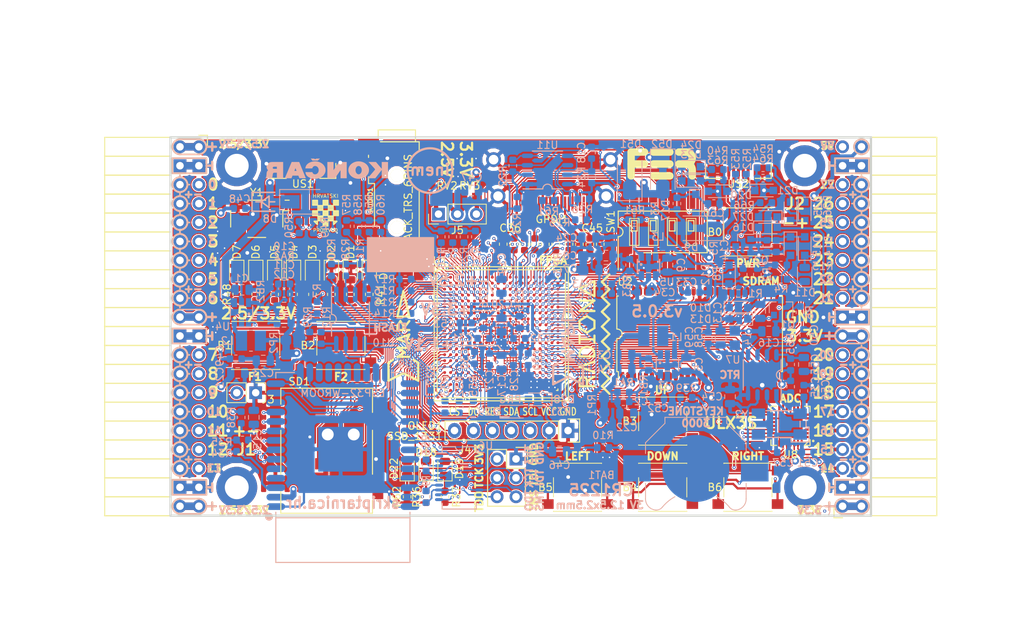
<source format=kicad_pcb>
(kicad_pcb (version 20171130) (host pcbnew 5.0.0+dfsg1-2)
  (title_block (rev v3.0.4))
  (layers (0 F.Cu signal) (1 In1.Cu signal) (2 In2.Cu signal) (31 B.Cu signal) (34 B.Paste user) (35 F.Paste user) (36 B.SilkS user) (37 F.SilkS user) (38 B.Mask user) (39 F.Mask user) (44 Edge.Cuts user))
  (net 0 "")
  (net 1 GND)
  (net 2 +5V)
  (net 3 /gpio/IN5V)
  (net 4 /gpio/OUT5V)
  (net 5 +3V3)
  (net 6 BTN_D)
  (net 7 BTN_F1)
  (net 8 BTN_F2)
  (net 9 BTN_L)
  (net 10 BTN_R)
  (net 11 BTN_U)
  (net 12 /power/FB1)
  (net 13 +2V5)
  (net 14 /power/PWREN)
  (net 15 /power/FB3)
  (net 16 /power/FB2)
  (net 17 /power/VBAT)
  (net 18 JTAG_TDI)
  (net 19 JTAG_TCK)
  (net 20 JTAG_TMS)
  (net 21 JTAG_TDO)
  (net 22 /power/WAKEUPn)
  (net 23 /power/WKUP)
  (net 24 /power/SHUT)
  (net 25 /power/WAKE)
  (net 26 /power/HOLD)
  (net 27 /power/WKn)
  (net 28 /power/OSCI_32k)
  (net 29 /power/OSCO_32k)
  (net 30 SHUTDOWN)
  (net 31 GPDI_SDA)
  (net 32 GPDI_SCL)
  (net 33 /gpdi/VREF2)
  (net 34 SD_CMD)
  (net 35 SD_CLK)
  (net 36 SD_D0)
  (net 37 SD_D1)
  (net 38 USB5V)
  (net 39 GPDI_CEC)
  (net 40 nRESET)
  (net 41 FTDI_nDTR)
  (net 42 SDRAM_CKE)
  (net 43 SDRAM_A7)
  (net 44 SDRAM_D15)
  (net 45 SDRAM_BA1)
  (net 46 SDRAM_D7)
  (net 47 SDRAM_A6)
  (net 48 SDRAM_CLK)
  (net 49 SDRAM_D13)
  (net 50 SDRAM_BA0)
  (net 51 SDRAM_D6)
  (net 52 SDRAM_A5)
  (net 53 SDRAM_D14)
  (net 54 SDRAM_A11)
  (net 55 SDRAM_D12)
  (net 56 SDRAM_D5)
  (net 57 SDRAM_A4)
  (net 58 SDRAM_A10)
  (net 59 SDRAM_D11)
  (net 60 SDRAM_A3)
  (net 61 SDRAM_D4)
  (net 62 SDRAM_D10)
  (net 63 SDRAM_D9)
  (net 64 SDRAM_A9)
  (net 65 SDRAM_D3)
  (net 66 SDRAM_D8)
  (net 67 SDRAM_A8)
  (net 68 SDRAM_A2)
  (net 69 SDRAM_A1)
  (net 70 SDRAM_A0)
  (net 71 SDRAM_D2)
  (net 72 SDRAM_D1)
  (net 73 SDRAM_D0)
  (net 74 SDRAM_DQM0)
  (net 75 SDRAM_nCS)
  (net 76 SDRAM_nRAS)
  (net 77 SDRAM_DQM1)
  (net 78 SDRAM_nCAS)
  (net 79 SDRAM_nWE)
  (net 80 /flash/FLASH_nWP)
  (net 81 /flash/FLASH_nHOLD)
  (net 82 /flash/FLASH_MOSI)
  (net 83 /flash/FLASH_MISO)
  (net 84 /flash/FLASH_SCK)
  (net 85 /flash/FLASH_nCS)
  (net 86 /flash/FPGA_PROGRAMN)
  (net 87 /flash/FPGA_DONE)
  (net 88 /flash/FPGA_INITN)
  (net 89 OLED_RES)
  (net 90 OLED_DC)
  (net 91 OLED_CS)
  (net 92 WIFI_EN)
  (net 93 FTDI_nRTS)
  (net 94 FTDI_TXD)
  (net 95 FTDI_RXD)
  (net 96 WIFI_RXD)
  (net 97 WIFI_GPIO0)
  (net 98 WIFI_TXD)
  (net 99 USB_FTDI_D+)
  (net 100 USB_FTDI_D-)
  (net 101 SD_D3)
  (net 102 AUDIO_L3)
  (net 103 AUDIO_L2)
  (net 104 AUDIO_L1)
  (net 105 AUDIO_L0)
  (net 106 AUDIO_R3)
  (net 107 AUDIO_R2)
  (net 108 AUDIO_R1)
  (net 109 AUDIO_R0)
  (net 110 OLED_CLK)
  (net 111 OLED_MOSI)
  (net 112 LED0)
  (net 113 LED1)
  (net 114 LED2)
  (net 115 LED3)
  (net 116 LED4)
  (net 117 LED5)
  (net 118 LED6)
  (net 119 LED7)
  (net 120 BTN_PWRn)
  (net 121 FTDI_nTXLED)
  (net 122 FTDI_nSLEEP)
  (net 123 /blinkey/LED_PWREN)
  (net 124 /blinkey/LED_TXLED)
  (net 125 /sdcard/SD3V3)
  (net 126 SD_D2)
  (net 127 CLK_25MHz)
  (net 128 /blinkey/BTNPUL)
  (net 129 /blinkey/BTNPUR)
  (net 130 USB_FPGA_D+)
  (net 131 /power/FTDI_nSUSPEND)
  (net 132 /blinkey/ALED0)
  (net 133 /blinkey/ALED1)
  (net 134 /blinkey/ALED2)
  (net 135 /blinkey/ALED3)
  (net 136 /blinkey/ALED4)
  (net 137 /blinkey/ALED5)
  (net 138 /blinkey/ALED6)
  (net 139 /blinkey/ALED7)
  (net 140 /usb/FTD-)
  (net 141 /usb/FTD+)
  (net 142 ADC_MISO)
  (net 143 ADC_MOSI)
  (net 144 ADC_CSn)
  (net 145 ADC_SCLK)
  (net 146 SW3)
  (net 147 SW2)
  (net 148 SW1)
  (net 149 USB_FPGA_D-)
  (net 150 /usb/FPD+)
  (net 151 /usb/FPD-)
  (net 152 WIFI_GPIO16)
  (net 153 /usb/ANT_433MHz)
  (net 154 PROG_DONE)
  (net 155 /power/P3V3)
  (net 156 /power/P2V5)
  (net 157 /power/L1)
  (net 158 /power/L3)
  (net 159 /power/L2)
  (net 160 FTDI_TXDEN)
  (net 161 SDRAM_A12)
  (net 162 /analog/AUDIO_V)
  (net 163 AUDIO_V3)
  (net 164 AUDIO_V2)
  (net 165 AUDIO_V1)
  (net 166 AUDIO_V0)
  (net 167 /blinkey/LED_WIFI)
  (net 168 /power/P1V1)
  (net 169 +1V1)
  (net 170 SW4)
  (net 171 /blinkey/SWPU)
  (net 172 /wifi/WIFIEN)
  (net 173 FT2V5)
  (net 174 GN0)
  (net 175 GP0)
  (net 176 GN1)
  (net 177 GP1)
  (net 178 GN2)
  (net 179 GP2)
  (net 180 GN3)
  (net 181 GP3)
  (net 182 GN4)
  (net 183 GP4)
  (net 184 GN5)
  (net 185 GP5)
  (net 186 GN6)
  (net 187 GP6)
  (net 188 GN14)
  (net 189 GP14)
  (net 190 GN15)
  (net 191 GP15)
  (net 192 GN16)
  (net 193 GP16)
  (net 194 GN17)
  (net 195 GP17)
  (net 196 GN18)
  (net 197 GP18)
  (net 198 GN19)
  (net 199 GP19)
  (net 200 GN20)
  (net 201 GP20)
  (net 202 GN21)
  (net 203 GP21)
  (net 204 GN22)
  (net 205 GP22)
  (net 206 GN23)
  (net 207 GP23)
  (net 208 GN24)
  (net 209 GP24)
  (net 210 GN25)
  (net 211 GP25)
  (net 212 GN26)
  (net 213 GP26)
  (net 214 GN27)
  (net 215 GP27)
  (net 216 GN7)
  (net 217 GP7)
  (net 218 GN8)
  (net 219 GP8)
  (net 220 GN9)
  (net 221 GP9)
  (net 222 GN10)
  (net 223 GP10)
  (net 224 GN11)
  (net 225 GP11)
  (net 226 GN12)
  (net 227 GP12)
  (net 228 GN13)
  (net 229 GP13)
  (net 230 WIFI_GPIO5)
  (net 231 WIFI_GPIO17)
  (net 232 USB_FPGA_PULL_D+)
  (net 233 USB_FPGA_PULL_D-)
  (net 234 "Net-(D23-Pad2)")
  (net 235 "Net-(D24-Pad1)")
  (net 236 "Net-(D25-Pad2)")
  (net 237 "Net-(D26-Pad1)")
  (net 238 /gpdi/GPDI_ETH+)
  (net 239 FPDI_ETH+)
  (net 240 /gpdi/GPDI_ETH-)
  (net 241 FPDI_ETH-)
  (net 242 /gpdi/GPDI_D2-)
  (net 243 FPDI_D2-)
  (net 244 /gpdi/GPDI_D1-)
  (net 245 FPDI_D1-)
  (net 246 /gpdi/GPDI_D0-)
  (net 247 FPDI_D0-)
  (net 248 /gpdi/GPDI_CLK-)
  (net 249 FPDI_CLK-)
  (net 250 /gpdi/GPDI_D2+)
  (net 251 FPDI_D2+)
  (net 252 /gpdi/GPDI_D1+)
  (net 253 FPDI_D1+)
  (net 254 /gpdi/GPDI_D0+)
  (net 255 FPDI_D0+)
  (net 256 /gpdi/GPDI_CLK+)
  (net 257 FPDI_CLK+)
  (net 258 FPDI_SDA)
  (net 259 FPDI_SCL)
  (net 260 /gpdi/FPDI_CEC)
  (net 261 2V5_3V3)
  (net 262 /usb/US2VBUS)
  (net 263 /power/SHD)
  (net 264 /power/RTCVDD)
  (net 265 "Net-(D27-Pad2)")
  (net 266 US2_ID)
  (net 267 /analog/AUDIO_L)
  (net 268 /analog/AUDIO_R)
  (net 269 /analog/ADC3V3)
  (net 270 PWRBTn)
  (net 271 USER_PROGRAMN)
  (net 272 "Net-(AUDIO1-Pad5)")
  (net 273 "Net-(AUDIO1-Pad6)")
  (net 274 "Net-(U1-PadW18)")
  (net 275 "Net-(U1-PadW17)")
  (net 276 "Net-(U1-PadW14)")
  (net 277 "Net-(U1-PadW13)")
  (net 278 "Net-(U1-PadW9)")
  (net 279 "Net-(U1-PadW8)")
  (net 280 "Net-(U1-PadW5)")
  (net 281 "Net-(U1-PadW4)")
  (net 282 "Net-(U1-PadT16)")
  (net 283 "Net-(U1-PadR3)")
  (net 284 SD_WP)
  (net 285 SD_CD)
  (net 286 "Net-(U1-PadM5)")
  (net 287 FTDI_nRXLED)
  (net 288 "Net-(U1-PadK17)")
  (net 289 "Net-(U1-PadK16)")
  (net 290 "Net-(U1-PadK5)")
  (net 291 "Net-(U1-PadJ5)")
  (net 292 "Net-(U1-PadJ4)")
  (net 293 "Net-(U1-PadE11)")
  (net 294 "Net-(U1-PadE10)")
  (net 295 "Net-(U1-PadE9)")
  (net 296 "Net-(U1-PadE6)")
  (net 297 "Net-(U1-PadD12)")
  (net 298 "Net-(U1-PadD11)")
  (net 299 "Net-(U1-PadD10)")
  (net 300 "Net-(U1-PadD9)")
  (net 301 "Net-(U1-PadC9)")
  (net 302 "Net-(U1-PadA15)")
  (net 303 "Net-(U8-Pad25)")
  (net 304 "Net-(U8-Pad12)")
  (net 305 "Net-(U9-Pad32)")
  (net 306 "Net-(U9-Pad22)")
  (net 307 "Net-(U9-Pad21)")
  (net 308 "Net-(U9-Pad20)")
  (net 309 "Net-(U9-Pad19)")
  (net 310 "Net-(U9-Pad18)")
  (net 311 "Net-(U9-Pad17)")
  (net 312 "Net-(U9-Pad12)")
  (net 313 "Net-(U9-Pad5)")
  (net 314 "Net-(U9-Pad4)")
  (net 315 "Net-(US1-Pad4)")
  (net 316 "Net-(Y2-Pad3)")
  (net 317 "Net-(Y2-Pad2)")
  (module ft231x:FT231X-SSOP-20_4.4x6.5mm_Pitch0.65mm (layer B.Cu) (at 132.835 107.14 180)
    (fp_text reference U6 (at -3.556 4.318 180) (layer B.SilkS) (effects (justify mirror)))
    (fp_text value FT231XS hide)
    (pad 20 smd oval (at 2.7 2.925 180) (size 1.1 0.4) (layers B.Cu B.Paste B.Mask) (net 94 FTDI_TXD))
    (pad 19 smd oval (at 2.7 2.275 180) (size 1.1 0.4) (layers B.Cu B.Paste B.Mask) (net 122 FTDI_nSLEEP))
    (pad 18 smd oval (at 2.7 1.625 180) (size 1.1 0.4) (layers B.Cu B.Paste B.Mask) (net 160 FTDI_TXDEN))
    (pad 17 smd oval (at 2.7 0.975 180) (size 1.1 0.4) (layers B.Cu B.Paste B.Mask) (net 287 FTDI_nRXLED))
    (pad 16 smd oval (at 2.7 0.325 180) (size 1.1 0.4) (layers B.Cu B.Paste B.Mask) (net 1 GND))
    (pad 15 smd oval (at 2.7 -0.325 180) (size 1.1 0.4) (layers B.Cu B.Paste B.Mask) (net 38 USB5V))
    (pad 14 smd oval (at 2.7 -0.975 180) (size 1.1 0.4) (layers B.Cu B.Paste B.Mask) (net 40 nRESET))
    (pad 13 smd oval (at 2.7 -1.625 180) (size 1.1 0.4) (layers B.Cu B.Paste B.Mask) (net 173 FT2V5))
    (pad 12 smd oval (at 2.7 -2.275 180) (size 1.1 0.4) (layers B.Cu B.Paste B.Mask) (net 100 USB_FTDI_D-))
    (pad 11 smd oval (at 2.7 -2.925 180) (size 1.1 0.4) (layers B.Cu B.Paste B.Mask) (net 99 USB_FTDI_D+))
    (pad 10 smd oval (at -2.7 -2.925 180) (size 1.1 0.4) (layers B.Cu B.Paste B.Mask) (net 121 FTDI_nTXLED))
    (pad 9 smd oval (at -2.7 -2.275 180) (size 1.1 0.4) (layers B.Cu B.Paste B.Mask) (net 21 JTAG_TDO))
    (pad 8 smd oval (at -2.7 -1.625 180) (size 1.1 0.4) (layers B.Cu B.Paste B.Mask) (net 20 JTAG_TMS))
    (pad 7 smd oval (at -2.7 -0.975 180) (size 1.1 0.4) (layers B.Cu B.Paste B.Mask) (net 19 JTAG_TCK))
    (pad 6 smd oval (at -2.7 -0.325 180) (size 1.1 0.4) (layers B.Cu B.Paste B.Mask) (net 1 GND))
    (pad 5 smd oval (at -2.7 0.325 180) (size 1.1 0.4) (layers B.Cu B.Paste B.Mask) (net 18 JTAG_TDI))
    (pad 4 smd oval (at -2.7 0.975 180) (size 1.1 0.4) (layers B.Cu B.Paste B.Mask) (net 95 FTDI_RXD))
    (pad 3 smd oval (at -2.7 1.625 180) (size 1.1 0.4) (layers B.Cu B.Paste B.Mask) (net 173 FT2V5))
    (pad 2 smd oval (at -2.7 2.275 180) (size 1.1 0.4) (layers B.Cu B.Paste B.Mask) (net 93 FTDI_nRTS))
    (pad 1 smd rect (at -2.7 2.925 180) (size 1.1 0.4) (layers B.Cu B.Paste B.Mask) (net 41 FTDI_nDTR))
  )
  (module micro-sd-schd3a0100:SCHD3A100 (layer F.Cu) (at 115.05 103.5 270)
    (fp_text reference SD1 (at -9.296 3.663 180) (layer F.SilkS))
    (fp_text value SCHD3A0100 hide)
    (pad 1 smd rect (at 1.75 -3.2) (size 0.7 1.5) (layers F.Cu F.Paste F.Mask) (net 126 SD_D2))
    (pad 2 smd rect (at 1.75 -2.1) (size 0.7 1.5) (layers F.Cu F.Paste F.Mask) (net 101 SD_D3))
    (pad 3 smd rect (at 1.75 -1) (size 0.7 1.5) (layers F.Cu F.Paste F.Mask) (net 34 SD_CMD))
    (pad 4 smd rect (at 1.75 0.1) (size 0.7 1.5) (layers F.Cu F.Paste F.Mask) (net 125 /sdcard/SD3V3))
    (pad 5 smd rect (at 1.75 1.2) (size 0.7 1.5) (layers F.Cu F.Paste F.Mask) (net 35 SD_CLK))
    (pad 6 smd rect (at 1.75 2.3) (size 0.7 1.5) (layers F.Cu F.Paste F.Mask) (net 1 GND))
    (pad 7 smd rect (at 1.75 3.4) (size 0.7 1.5) (layers F.Cu F.Paste F.Mask) (net 36 SD_D0))
    (pad 8 smd rect (at 1.75 4.5) (size 0.7 1.5) (layers F.Cu F.Paste F.Mask) (net 37 SD_D1))
    (pad 10 smd rect (at 6.05 -6.875) (size 1.45 0.9) (layers F.Cu F.Paste F.Mask) (net 1 GND))
    (pad 11 smd rect (at -5.65 6.875 90) (size 0.9 1.45) (layers F.Cu F.Paste F.Mask) (net 1 GND))
    (pad 9 smd rect (at 4.35 6.875) (size 1.45 2) (layers F.Cu F.Paste F.Mask) (net 1 GND))
    (pad 9 smd rect (at 4.35 -6.875) (size 1.45 2) (layers F.Cu F.Paste F.Mask) (net 1 GND))
    (pad 9 smd rect (at -3.95 -6.875) (size 1.45 2) (layers F.Cu F.Paste F.Mask) (net 1 GND))
    (pad 9 smd rect (at -3.95 6.875) (size 1.45 2) (layers F.Cu F.Paste F.Mask) (net 1 GND))
  )
  (module oscxo:Crystal_SMD_7050_4Pads (layer F.Cu) (at 105.672 72.36 180)
    (fp_text reference Y1 (at 0 3.556 180) (layer F.SilkS))
    (fp_text value FNETHE025 hide)
    (pad 1 smd rect (at -2.54 2.2 180) (size 2.2 1.8) (layers F.Cu F.Paste F.Mask) (net 5 +3V3))
    (pad 2 smd rect (at 2.54 2.2 180) (size 2.2 1.8) (layers F.Cu F.Paste F.Mask) (net 1 GND))
    (pad 3 smd rect (at 2.54 -2.2 180) (size 2.2 1.8) (layers F.Cu F.Paste F.Mask) (net 127 CLK_25MHz))
    (pad 4 smd rect (at -2.54 -2.2 180) (size 2.2 1.8) (layers F.Cu F.Paste F.Mask) (net 5 +3V3))
  )
  (module L_1008_1210:L_1008_1210 (layer B.Cu) (at 156.33 74.755 180)
    (fp_text reference L3 (at -3.19 -0.018 180) (layer B.SilkS) (effects (justify mirror)))
    (fp_text value 2.2uH hide)
    (pad 1 smd rect (at -1.27 0 180) (size 1.5 2.7) (layers B.Cu B.Paste B.Mask) (net 158 /power/L3))
    (pad 2 smd rect (at 1.27 0 180) (size 1.5 2.7) (layers B.Cu B.Paste B.Mask) (net 155 /power/P3V3))
  )
  (module L_1008_1210:L_1008_1210 (layer B.Cu) (at 158.87 88.09 180)
    (fp_text reference L1 (at -3.063 -0.145 180) (layer B.SilkS) (effects (justify mirror)))
    (fp_text value 2.2uH hide)
    (pad 1 smd rect (at -1.27 0 180) (size 1.5 2.7) (layers B.Cu B.Paste B.Mask) (net 157 /power/L1))
    (pad 2 smd rect (at 1.27 0 180) (size 1.5 2.7) (layers B.Cu B.Paste B.Mask) (net 168 /power/P1V1))
  )
  (module L_1008_1210:L_1008_1210 (layer B.Cu) (at 104.895 88.725)
    (fp_text reference L2 (at -3.16 0.018) (layer B.SilkS) (effects (justify mirror)))
    (fp_text value 2.2uH hide)
    (pad 1 smd rect (at -1.27 0) (size 1.5 2.7) (layers B.Cu B.Paste B.Mask) (net 159 /power/L2))
    (pad 2 smd rect (at 1.27 0) (size 1.5 2.7) (layers B.Cu B.Paste B.Mask) (net 156 /power/P2V5))
  )
  (module abs25:Crystal_SMD_ABS25 (layer B.Cu) (at 175.776 99.922 180)
    (fp_text reference Y2 (at 5.08 1.273 180) (layer B.SilkS) (effects (justify mirror)))
    (fp_text value 32768Hz hide)
    (pad 4 smd rect (at -2.8 1.4 180) (size 1.8 1.4) (layers B.Cu B.Paste B.Mask) (net 28 /power/OSCI_32k))
    (pad 3 smd rect (at 2.8 1.4 180) (size 1.8 1.4) (layers B.Cu B.Paste B.Mask) (net 316 "Net-(Y2-Pad3)"))
    (pad 2 smd rect (at 2.8 -1.4 180) (size 1.8 1.4) (layers B.Cu B.Paste B.Mask) (net 317 "Net-(Y2-Pad2)"))
    (pad 1 smd rect (at -2.8 -1.4 180) (size 1.8 1.4) (layers B.Cu B.Paste B.Mask) (net 29 /power/OSCO_32k))
  )
  (module Keystone_3000_1x12mm-CoinCell:Keystone_3000_1x12mm-CoinCell (layer B.Cu) (at 164.585 105.87 90)
    (fp_text reference BAT1 (at -0.907 -12.685 180) (layer B.SilkS) (effects (justify mirror)))
    (fp_text value CR1225 hide)
    (pad 1 smd rect (at 0 7.9 180) (size 3.7 3.5) (layers B.Cu B.Paste B.Mask) (net 17 /power/VBAT) (clearance 0.7))
    (pad 1 smd rect (at 0 -7.9 180) (size 3.7 3.5) (layers B.Cu B.Paste B.Mask) (net 17 /power/VBAT) (clearance 0.7))
    (pad 2 smd circle (at 0 0 180) (size 9 9) (layers B.Cu B.Mask) (net 1 GND))
  )
  (module audio-jack:CUI_SJ-43516-SMT (layer F.Cu) (at 124.468 69.518)
    (fp_text reference AUDIO1 (at -3.560502 0.28335 270) (layer F.SilkS) (effects (font (size 0.6096 0.6096) (thickness 0.1524))))
    (fp_text value JACK_TRS_6PINS (at 1.519498 0.28335 270) (layer F.SilkS))
    (pad 1 smd rect (at -3.8 -6.9 270) (size 2 2.8) (layers F.Cu F.Paste F.Mask) (net 1 GND))
    (pad 4 smd rect (at -3.8 -4.1 270) (size 2.2 2.8) (layers F.Cu F.Paste F.Mask) (net 162 /analog/AUDIO_V))
    (pad 2 smd rect (at -3.8 5.3 270) (size 2.8 2.8) (layers F.Cu F.Paste F.Mask) (net 267 /analog/AUDIO_L))
    (pad 5 smd rect (at 0.75 9.4 270) (size 2.8 2.8) (layers F.Cu F.Paste F.Mask) (net 272 "Net-(AUDIO1-Pad5)"))
    (pad 3 smd rect (at 3.8 -2.2 270) (size 2.2 2.8) (layers F.Cu F.Paste F.Mask) (net 268 /analog/AUDIO_R))
    (pad 6 smd rect (at 3.8 -5 270) (size 2 2.8) (layers F.Cu F.Paste F.Mask) (net 273 "Net-(AUDIO1-Pad6)"))
    (pad "" np_thru_hole circle (at 0 -3 270) (size 1.7 1.7) (drill 1.7) (layers *.Cu *.Mask F.SilkS) (clearance 0.4))
    (pad "" np_thru_hole circle (at 0 4 270) (size 1.7 1.7) (drill 1.7) (layers *.Cu *.Mask F.SilkS) (clearance 0.4))
  )
  (module usb_otg:USB-MICRO-B-FCI-10118192-0001LF (layer F.Cu) (at 170.3 63.325 180)
    (fp_text reference US2 (at 0 -4.336 180) (layer F.SilkS))
    (fp_text value MICRO_USB hide)
    (pad 6 smd rect (at 3.8 0 180) (size 1.8 1.9) (layers F.Cu F.Paste F.Mask) (net 1 GND))
    (pad 6 smd rect (at -3.8 0 180) (size 1.8 1.9) (layers F.Cu F.Paste F.Mask) (net 1 GND))
    (pad 5 smd rect (at 1.3 -2.675 180) (size 0.4 1.35) (layers F.Cu F.Paste F.Mask) (net 1 GND))
    (pad 4 smd rect (at 0.65 -2.675 180) (size 0.4 1.35) (layers F.Cu F.Paste F.Mask) (net 266 US2_ID))
    (pad 3 smd rect (at 0 -2.675 180) (size 0.4 1.35) (layers F.Cu F.Paste F.Mask) (net 150 /usb/FPD+))
    (pad 2 smd rect (at -0.65 -2.675 180) (size 0.4 1.35) (layers F.Cu F.Paste F.Mask) (net 151 /usb/FPD-))
    (pad 1 smd rect (at -1.3 -2.675 180) (size 0.4 1.35) (layers F.Cu F.Paste F.Mask) (net 262 /usb/US2VBUS))
    (pad 6 smd rect (at 1.2 0 180) (size 1.9 1.9) (layers F.Cu F.Paste F.Mask) (net 1 GND))
    (pad 6 smd rect (at -1.2 0 180) (size 1.9 1.9) (layers F.Cu F.Paste F.Mask) (net 1 GND))
    (pad 6 smd rect (at 3.1 -2.55 180) (size 2.1 1.6) (layers F.Cu F.Paste F.Mask) (net 1 GND))
    (pad 6 smd rect (at -3.1 -2.55 180) (size 2.1 1.6) (layers F.Cu F.Paste F.Mask) (net 1 GND))
  )
  (module usb_otg:USB-MICRO-B-FCI-10118192-0001LF (layer F.Cu) (at 111.88 63.325 180)
    (fp_text reference US1 (at 0 -4.336 180) (layer F.SilkS))
    (fp_text value MICRO_USB hide)
    (pad 6 smd rect (at 3.8 0 180) (size 1.8 1.9) (layers F.Cu F.Paste F.Mask) (net 1 GND))
    (pad 6 smd rect (at -3.8 0 180) (size 1.8 1.9) (layers F.Cu F.Paste F.Mask) (net 1 GND))
    (pad 5 smd rect (at 1.3 -2.675 180) (size 0.4 1.35) (layers F.Cu F.Paste F.Mask) (net 1 GND))
    (pad 4 smd rect (at 0.65 -2.675 180) (size 0.4 1.35) (layers F.Cu F.Paste F.Mask) (net 315 "Net-(US1-Pad4)"))
    (pad 3 smd rect (at 0 -2.675 180) (size 0.4 1.35) (layers F.Cu F.Paste F.Mask) (net 141 /usb/FTD+))
    (pad 2 smd rect (at -0.65 -2.675 180) (size 0.4 1.35) (layers F.Cu F.Paste F.Mask) (net 140 /usb/FTD-))
    (pad 1 smd rect (at -1.3 -2.675 180) (size 0.4 1.35) (layers F.Cu F.Paste F.Mask) (net 38 USB5V))
    (pad 6 smd rect (at 1.2 0 180) (size 1.9 1.9) (layers F.Cu F.Paste F.Mask) (net 1 GND))
    (pad 6 smd rect (at -1.2 0 180) (size 1.9 1.9) (layers F.Cu F.Paste F.Mask) (net 1 GND))
    (pad 6 smd rect (at 3.1 -2.55 180) (size 2.1 1.6) (layers F.Cu F.Paste F.Mask) (net 1 GND))
    (pad 6 smd rect (at -3.1 -2.55 180) (size 2.1 1.6) (layers F.Cu F.Paste F.Mask) (net 1 GND))
  )
  (module dipswitch:SW_DIP_x4_W8.61mm_Slide_LowProfile (layer F.Cu) (at 160.14 74.12 90)
    (fp_text reference SW1 (at 1.379 -6.97 90) (layer F.SilkS))
    (fp_text value SW_DIP_x04 hide)
    (pad 8 smd rect (at 4.305 -3.81 90) (size 2.44 1.12) (layers F.Cu F.Paste F.Mask) (net 148 SW1))
    (pad 4 smd rect (at -4.305 3.81 90) (size 2.44 1.12) (layers F.Cu F.Paste F.Mask) (net 171 /blinkey/SWPU))
    (pad 7 smd rect (at 4.305 -1.27 90) (size 2.44 1.12) (layers F.Cu F.Paste F.Mask) (net 147 SW2))
    (pad 3 smd rect (at -4.305 1.27 90) (size 2.44 1.12) (layers F.Cu F.Paste F.Mask) (net 171 /blinkey/SWPU))
    (pad 6 smd rect (at 4.305 1.27 90) (size 2.44 1.12) (layers F.Cu F.Paste F.Mask) (net 146 SW3))
    (pad 2 smd rect (at -4.305 -1.27 90) (size 2.44 1.12) (layers F.Cu F.Paste F.Mask) (net 171 /blinkey/SWPU))
    (pad 5 smd rect (at 4.305 3.81 90) (size 2.44 1.12) (layers F.Cu F.Paste F.Mask) (net 170 SW4))
    (pad 1 smd rect (at -4.305 -3.81 90) (size 2.44 1.12) (layers F.Cu F.Paste F.Mask) (net 171 /blinkey/SWPU))
  )
  (module conn-fci:CONN-10029449-111RLF (layer F.Cu) (at 145.296 69.312 180)
    (fp_text reference GPDI1 (at 0 -3.1115 180) (layer F.SilkS))
    (fp_text value GPDI-D hide)
    (pad 19 smd rect (at -4.25 -1 180) (size 0.3 1.9) (layers F.Cu F.Paste F.Mask) (net 240 /gpdi/GPDI_ETH-))
    (pad 18 smd rect (at -3.75 -1 180) (size 0.3 1.9) (layers F.Cu F.Paste F.Mask) (net 2 +5V))
    (pad 17 smd rect (at -3.25 -1 180) (size 0.3 1.9) (layers F.Cu F.Paste F.Mask) (net 1 GND))
    (pad 16 smd rect (at -2.75 -1 180) (size 0.3 1.9) (layers F.Cu F.Paste F.Mask) (net 31 GPDI_SDA))
    (pad 15 smd rect (at -2.25 -1 180) (size 0.3 1.9) (layers F.Cu F.Paste F.Mask) (net 32 GPDI_SCL))
    (pad 14 smd rect (at -1.75 -1 180) (size 0.3 1.9) (layers F.Cu F.Paste F.Mask) (net 238 /gpdi/GPDI_ETH+))
    (pad 13 smd rect (at -1.25 -1 180) (size 0.3 1.9) (layers F.Cu F.Paste F.Mask) (net 39 GPDI_CEC))
    (pad 12 smd rect (at -0.75 -1 180) (size 0.3 1.9) (layers F.Cu F.Paste F.Mask) (net 248 /gpdi/GPDI_CLK-))
    (pad 11 smd rect (at -0.25 -1 180) (size 0.3 1.9) (layers F.Cu F.Paste F.Mask) (net 1 GND))
    (pad 10 smd rect (at 0.25 -1 180) (size 0.3 1.9) (layers F.Cu F.Paste F.Mask) (net 256 /gpdi/GPDI_CLK+))
    (pad 9 smd rect (at 0.75 -1 180) (size 0.3 1.9) (layers F.Cu F.Paste F.Mask) (net 246 /gpdi/GPDI_D0-))
    (pad 8 smd rect (at 1.25 -1 180) (size 0.3 1.9) (layers F.Cu F.Paste F.Mask) (net 1 GND))
    (pad 7 smd rect (at 1.75 -1 180) (size 0.3 1.9) (layers F.Cu F.Paste F.Mask) (net 254 /gpdi/GPDI_D0+))
    (pad 6 smd rect (at 2.25 -1 180) (size 0.3 1.9) (layers F.Cu F.Paste F.Mask) (net 244 /gpdi/GPDI_D1-))
    (pad 5 smd rect (at 2.75 -1 180) (size 0.3 1.9) (layers F.Cu F.Paste F.Mask) (net 1 GND))
    (pad 4 smd rect (at 3.25 -1 180) (size 0.3 1.9) (layers F.Cu F.Paste F.Mask) (net 252 /gpdi/GPDI_D1+))
    (pad 3 smd rect (at 3.75 -1 180) (size 0.3 1.9) (layers F.Cu F.Paste F.Mask) (net 242 /gpdi/GPDI_D2-))
    (pad 2 smd rect (at 4.25 -1 180) (size 0.3 1.9) (layers F.Cu F.Paste F.Mask) (net 1 GND))
    (pad 1 smd rect (at 4.75 -1 180) (size 0.3 1.9) (layers F.Cu F.Paste F.Mask) (net 250 /gpdi/GPDI_D2+))
    (pad 0 thru_hole circle (at -7.25 0 180) (size 2 2) (drill 1.3) (layers *.Cu *.Mask) (net 1 GND))
    (pad 0 thru_hole circle (at 7.25 0 180) (size 2 2) (drill 1.3) (layers *.Cu *.Mask) (net 1 GND))
    (pad 0 thru_hole circle (at -7.85 4.9 180) (size 2 2) (drill 1.3) (layers *.Cu *.Mask) (net 1 GND))
    (pad 0 thru_hole circle (at 7.85 4.9 180) (size 2 2) (drill 1.3) (layers *.Cu *.Mask) (net 1 GND))
  )
  (module TSOP54:TSOP54 (layer F.Cu) (at 165.093 87.8 90)
    (fp_text reference U2 (at 6.98 -9.993 180) (layer F.SilkS))
    (fp_text value MT48LC16M16A2TG hide)
    (pad 28 smd oval (at 5.73 10.4 90) (size 1.2 0.56) (layers F.Cu F.Paste F.Mask) (net 1 GND))
    (pad 1 smd rect (at -5.73 -10.4 90) (size 1.2 0.56) (layers F.Cu F.Paste F.Mask) (net 5 +3V3))
    (pad 2 smd oval (at -5.73 -9.6 90) (size 1.2 0.56) (layers F.Cu F.Paste F.Mask) (net 73 SDRAM_D0))
    (pad 3 smd oval (at -5.73 -8.8 90) (size 1.2 0.56) (layers F.Cu F.Paste F.Mask) (net 5 +3V3))
    (pad 4 smd oval (at -5.73 -8 90) (size 1.2 0.56) (layers F.Cu F.Paste F.Mask) (net 72 SDRAM_D1))
    (pad 5 smd oval (at -5.73 -7.2 90) (size 1.2 0.56) (layers F.Cu F.Paste F.Mask) (net 71 SDRAM_D2))
    (pad 6 smd oval (at -5.73 -6.4 90) (size 1.2 0.56) (layers F.Cu F.Paste F.Mask) (net 1 GND))
    (pad 7 smd oval (at -5.73 -5.6 90) (size 1.2 0.56) (layers F.Cu F.Paste F.Mask) (net 65 SDRAM_D3))
    (pad 8 smd oval (at -5.73 -4.8 90) (size 1.2 0.56) (layers F.Cu F.Paste F.Mask) (net 61 SDRAM_D4))
    (pad 9 smd oval (at -5.73 -4 90) (size 1.2 0.56) (layers F.Cu F.Paste F.Mask) (net 5 +3V3))
    (pad 10 smd oval (at -5.73 -3.2 90) (size 1.2 0.56) (layers F.Cu F.Paste F.Mask) (net 56 SDRAM_D5))
    (pad 11 smd oval (at -5.73 -2.4 90) (size 1.2 0.56) (layers F.Cu F.Paste F.Mask) (net 51 SDRAM_D6))
    (pad 12 smd oval (at -5.73 -1.6 90) (size 1.2 0.56) (layers F.Cu F.Paste F.Mask) (net 1 GND))
    (pad 13 smd oval (at -5.73 -0.8 90) (size 1.2 0.56) (layers F.Cu F.Paste F.Mask) (net 46 SDRAM_D7))
    (pad 14 smd oval (at -5.73 0 90) (size 1.2 0.56) (layers F.Cu F.Paste F.Mask) (net 5 +3V3))
    (pad 15 smd oval (at -5.73 0.8 90) (size 1.2 0.56) (layers F.Cu F.Paste F.Mask) (net 74 SDRAM_DQM0))
    (pad 16 smd oval (at -5.73 1.6 90) (size 1.2 0.56) (layers F.Cu F.Paste F.Mask) (net 79 SDRAM_nWE))
    (pad 17 smd oval (at -5.73 2.4 90) (size 1.2 0.56) (layers F.Cu F.Paste F.Mask) (net 78 SDRAM_nCAS))
    (pad 18 smd oval (at -5.73 3.2 90) (size 1.2 0.56) (layers F.Cu F.Paste F.Mask) (net 76 SDRAM_nRAS))
    (pad 19 smd oval (at -5.73 4 90) (size 1.2 0.56) (layers F.Cu F.Paste F.Mask) (net 75 SDRAM_nCS))
    (pad 20 smd oval (at -5.73 4.8 90) (size 1.2 0.56) (layers F.Cu F.Paste F.Mask) (net 50 SDRAM_BA0))
    (pad 21 smd oval (at -5.73 5.6 90) (size 1.2 0.56) (layers F.Cu F.Paste F.Mask) (net 45 SDRAM_BA1))
    (pad 22 smd oval (at -5.73 6.4 90) (size 1.2 0.56) (layers F.Cu F.Paste F.Mask) (net 58 SDRAM_A10))
    (pad 23 smd oval (at -5.73 7.2 90) (size 1.2 0.56) (layers F.Cu F.Paste F.Mask) (net 70 SDRAM_A0))
    (pad 24 smd oval (at -5.73 8 90) (size 1.2 0.56) (layers F.Cu F.Paste F.Mask) (net 69 SDRAM_A1))
    (pad 25 smd oval (at -5.73 8.8 90) (size 1.2 0.56) (layers F.Cu F.Paste F.Mask) (net 68 SDRAM_A2))
    (pad 26 smd oval (at -5.73 9.6 90) (size 1.2 0.56) (layers F.Cu F.Paste F.Mask) (net 60 SDRAM_A3))
    (pad 27 smd oval (at -5.73 10.4 90) (size 1.2 0.56) (layers F.Cu F.Paste F.Mask) (net 5 +3V3))
    (pad 29 smd oval (at 5.73 9.6 90) (size 1.2 0.56) (layers F.Cu F.Paste F.Mask) (net 57 SDRAM_A4))
    (pad 30 smd oval (at 5.73 8.8 90) (size 1.2 0.56) (layers F.Cu F.Paste F.Mask) (net 52 SDRAM_A5))
    (pad 31 smd oval (at 5.73 8 90) (size 1.2 0.56) (layers F.Cu F.Paste F.Mask) (net 47 SDRAM_A6))
    (pad 32 smd oval (at 5.73 7.2 90) (size 1.2 0.56) (layers F.Cu F.Paste F.Mask) (net 43 SDRAM_A7))
    (pad 33 smd oval (at 5.73 6.4 90) (size 1.2 0.56) (layers F.Cu F.Paste F.Mask) (net 67 SDRAM_A8))
    (pad 34 smd oval (at 5.73 5.6 90) (size 1.2 0.56) (layers F.Cu F.Paste F.Mask) (net 64 SDRAM_A9))
    (pad 35 smd oval (at 5.73 4.8 90) (size 1.2 0.56) (layers F.Cu F.Paste F.Mask) (net 54 SDRAM_A11))
    (pad 36 smd oval (at 5.73 4 90) (size 1.2 0.56) (layers F.Cu F.Paste F.Mask) (net 161 SDRAM_A12))
    (pad 37 smd oval (at 5.73 3.2 90) (size 1.2 0.56) (layers F.Cu F.Paste F.Mask) (net 42 SDRAM_CKE))
    (pad 38 smd oval (at 5.73 2.4 90) (size 1.2 0.56) (layers F.Cu F.Paste F.Mask) (net 48 SDRAM_CLK))
    (pad 39 smd oval (at 5.73 1.6 90) (size 1.2 0.56) (layers F.Cu F.Paste F.Mask) (net 77 SDRAM_DQM1))
    (pad 40 smd oval (at 5.73 0.8 90) (size 1.2 0.56) (layers F.Cu F.Paste F.Mask))
    (pad 41 smd oval (at 5.73 0 90) (size 1.2 0.56) (layers F.Cu F.Paste F.Mask) (net 1 GND))
    (pad 42 smd oval (at 5.73 -0.8 90) (size 1.2 0.56) (layers F.Cu F.Paste F.Mask) (net 66 SDRAM_D8))
    (pad 43 smd oval (at 5.73 -1.6 90) (size 1.2 0.56) (layers F.Cu F.Paste F.Mask) (net 5 +3V3))
    (pad 44 smd oval (at 5.73 -2.4 90) (size 1.2 0.56) (layers F.Cu F.Paste F.Mask) (net 63 SDRAM_D9))
    (pad 45 smd oval (at 5.73 -3.2 90) (size 1.2 0.56) (layers F.Cu F.Paste F.Mask) (net 62 SDRAM_D10))
    (pad 46 smd oval (at 5.73 -4 90) (size 1.2 0.56) (layers F.Cu F.Paste F.Mask) (net 1 GND))
    (pad 47 smd oval (at 5.73 -4.8 90) (size 1.2 0.56) (layers F.Cu F.Paste F.Mask) (net 59 SDRAM_D11))
    (pad 48 smd oval (at 5.73 -5.6 90) (size 1.2 0.56) (layers F.Cu F.Paste F.Mask) (net 55 SDRAM_D12))
    (pad 49 smd oval (at 5.73 -6.4 90) (size 1.2 0.56) (layers F.Cu F.Paste F.Mask) (net 5 +3V3))
    (pad 50 smd oval (at 5.73 -7.2 90) (size 1.2 0.56) (layers F.Cu F.Paste F.Mask) (net 49 SDRAM_D13))
    (pad 51 smd oval (at 5.73 -8 90) (size 1.2 0.56) (layers F.Cu F.Paste F.Mask) (net 53 SDRAM_D14))
    (pad 52 smd oval (at 5.73 -8.8 90) (size 1.2 0.56) (layers F.Cu F.Paste F.Mask) (net 1 GND))
    (pad 53 smd oval (at 5.73 -9.6 90) (size 1.2 0.56) (layers F.Cu F.Paste F.Mask) (net 44 SDRAM_D15))
    (pad 54 smd oval (at 5.73 -10.4 90) (size 1.2 0.56) (layers F.Cu F.Paste F.Mask) (net 1 GND))
  )
  (module jumper:R_0805_2012Metric_Pad1.29x1.40mm_HandSolder_Jumper_NC (layer B.Cu) (at 109.609 89.632 270)
    (fp_text reference RP2 (at -0.635 1.651 270) (layer B.SilkS) (effects (justify mirror)))
    (fp_text value 0 hide)
    (fp_line (start -1 0) (end 1 0) (layer B.Cu) (width 1))
    (pad 2 smd roundrect (at 0.9675 0 270) (size 1.295 1.4) (layers B.Cu B.Mask) (net 13 +2V5))
    (pad 1 smd roundrect (at -0.9675 0 270) (size 1.295 1.4) (layers B.Cu B.Mask) (net 156 /power/P2V5))
  )
  (module jumper:R_0805_2012Metric_Pad1.29x1.40mm_HandSolder_Jumper_NC (layer B.Cu) (at 149.472 78.311 270)
    (fp_text reference RP3 (at 0 3.414 270) (layer B.SilkS) (effects (justify mirror)))
    (fp_text value 0 hide)
    (fp_line (start -1 0) (end 1 0) (layer B.Cu) (width 1))
    (pad 2 smd roundrect (at 0.9675 0 270) (size 1.295 1.4) (layers B.Cu B.Mask) (net 5 +3V3))
    (pad 1 smd roundrect (at -0.9675 0 270) (size 1.295 1.4) (layers B.Cu B.Mask) (net 155 /power/P3V3))
  )
  (module jumper:R_0805_2012Metric_Pad1.29x1.40mm_HandSolder_Jumper_NC (layer B.Cu) (at 152.281 97.361 270)
    (fp_text reference RP1 (at 0 1.65 270) (layer B.SilkS) (effects (justify mirror)))
    (fp_text value 0 hide)
    (fp_line (start -1 0) (end 1 0) (layer B.Cu) (width 1))
    (pad 2 smd roundrect (at 0.9675 0 270) (size 1.295 1.4) (layers B.Cu B.Mask) (net 169 +1V1))
    (pad 1 smd roundrect (at -0.9675 0 270) (size 1.295 1.4) (layers B.Cu B.Mask) (net 168 /power/P1V1))
  )
  (module jumper:D_SMA_Jumper_NC (layer B.Cu) (at 160.155 66.391 270)
    (fp_text reference D52 (at -4.064 0.127) (layer B.SilkS) (effects (justify mirror)))
    (fp_text value 0 hide)
    (fp_line (start -2 0) (end 2 0) (layer B.Cu) (width 1))
    (pad 2 smd roundrect (at 2 0 270) (size 2.5 1.8) (layers B.Cu B.Mask) (net 2 +5V))
    (pad 1 smd roundrect (at -2 0 270) (size 2.5 1.8) (layers B.Cu B.Mask) (net 4 /gpio/OUT5V))
  )
  (module jumper:D_SMA_Jumper_NC (layer B.Cu) (at 155.71 66.518 90)
    (fp_text reference D51 (at 4.191 0.127 180) (layer B.SilkS) (effects (justify mirror)))
    (fp_text value 0 hide)
    (fp_line (start -2 0) (end 2 0) (layer B.Cu) (width 1))
    (pad 2 smd roundrect (at 2 0 90) (size 2.5 1.8) (layers B.Cu B.Mask) (net 3 /gpio/IN5V))
    (pad 1 smd roundrect (at -2 0 90) (size 2.5 1.8) (layers B.Cu B.Mask) (net 2 +5V))
  )
  (module jumper:D_SMA_Jumper_NC (layer B.Cu) (at 164.854 73.63 180)
    (fp_text reference D9 (at 0.889 -2.54 180) (layer B.SilkS) (effects (justify mirror)))
    (fp_text value 0 hide)
    (fp_line (start -2 0) (end 2 0) (layer B.Cu) (width 1))
    (pad 2 smd roundrect (at 2 0 180) (size 2.5 1.8) (layers B.Cu B.Mask) (net 2 +5V))
    (pad 1 smd roundrect (at -2 0 180) (size 2.5 1.8) (layers B.Cu B.Mask) (net 262 /usb/US2VBUS))
  )
  (module lfe5bg381:BGA-381_pitch0.8mm_dia0.4mm (layer F.Cu) (at 138.48 87.8)
    (fp_text reference U1 (at -8.2 -9.8) (layer F.SilkS))
    (fp_text value LFE5U-85F-6BG381C hide)
    (pad Y19 smd circle (at 6.8 7.6) (size 0.4 0.4) (layers F.Cu F.Paste F.Mask) (net 1 GND))
    (pad Y17 smd circle (at 5.2 7.6) (size 0.4 0.4) (layers F.Cu F.Paste F.Mask) (net 1 GND))
    (pad Y16 smd circle (at 4.4 7.6) (size 0.4 0.4) (layers F.Cu F.Paste F.Mask) (net 1 GND))
    (pad Y15 smd circle (at 3.6 7.6) (size 0.4 0.4) (layers F.Cu F.Paste F.Mask) (net 1 GND))
    (pad Y14 smd circle (at 2.8 7.6) (size 0.4 0.4) (layers F.Cu F.Paste F.Mask) (net 1 GND))
    (pad Y12 smd circle (at 1.2 7.6) (size 0.4 0.4) (layers F.Cu F.Paste F.Mask) (net 1 GND))
    (pad Y11 smd circle (at 0.4 7.6) (size 0.4 0.4) (layers F.Cu F.Paste F.Mask) (net 1 GND))
    (pad Y8 smd circle (at -2 7.6) (size 0.4 0.4) (layers F.Cu F.Paste F.Mask) (net 1 GND))
    (pad Y7 smd circle (at -2.8 7.6) (size 0.4 0.4) (layers F.Cu F.Paste F.Mask) (net 1 GND))
    (pad Y6 smd circle (at -3.6 7.6) (size 0.4 0.4) (layers F.Cu F.Paste F.Mask) (net 1 GND))
    (pad Y5 smd circle (at -4.4 7.6) (size 0.4 0.4) (layers F.Cu F.Paste F.Mask) (net 1 GND))
    (pad Y3 smd circle (at -6 7.6) (size 0.4 0.4) (layers F.Cu F.Paste F.Mask) (net 87 /flash/FPGA_DONE))
    (pad Y2 smd circle (at -6.8 7.6) (size 0.4 0.4) (layers F.Cu F.Paste F.Mask) (net 80 /flash/FLASH_nWP))
    (pad W20 smd circle (at 7.6 6.8) (size 0.4 0.4) (layers F.Cu F.Paste F.Mask) (net 1 GND))
    (pad W19 smd circle (at 6.8 6.8) (size 0.4 0.4) (layers F.Cu F.Paste F.Mask) (net 1 GND))
    (pad W18 smd circle (at 6 6.8) (size 0.4 0.4) (layers F.Cu F.Paste F.Mask) (net 274 "Net-(U1-PadW18)"))
    (pad W17 smd circle (at 5.2 6.8) (size 0.4 0.4) (layers F.Cu F.Paste F.Mask) (net 275 "Net-(U1-PadW17)"))
    (pad W16 smd circle (at 4.4 6.8) (size 0.4 0.4) (layers F.Cu F.Paste F.Mask) (net 1 GND))
    (pad W15 smd circle (at 3.6 6.8) (size 0.4 0.4) (layers F.Cu F.Paste F.Mask) (net 1 GND))
    (pad W14 smd circle (at 2.8 6.8) (size 0.4 0.4) (layers F.Cu F.Paste F.Mask) (net 276 "Net-(U1-PadW14)"))
    (pad W13 smd circle (at 2 6.8) (size 0.4 0.4) (layers F.Cu F.Paste F.Mask) (net 277 "Net-(U1-PadW13)"))
    (pad W12 smd circle (at 1.2 6.8) (size 0.4 0.4) (layers F.Cu F.Paste F.Mask) (net 1 GND))
    (pad W11 smd circle (at 0.4 6.8) (size 0.4 0.4) (layers F.Cu F.Paste F.Mask))
    (pad W10 smd circle (at -0.4 6.8) (size 0.4 0.4) (layers F.Cu F.Paste F.Mask))
    (pad W9 smd circle (at -1.2 6.8) (size 0.4 0.4) (layers F.Cu F.Paste F.Mask) (net 278 "Net-(U1-PadW9)"))
    (pad W8 smd circle (at -2 6.8) (size 0.4 0.4) (layers F.Cu F.Paste F.Mask) (net 279 "Net-(U1-PadW8)"))
    (pad W7 smd circle (at -2.8 6.8) (size 0.4 0.4) (layers F.Cu F.Paste F.Mask) (net 1 GND))
    (pad W6 smd circle (at -3.6 6.8) (size 0.4 0.4) (layers F.Cu F.Paste F.Mask) (net 1 GND))
    (pad W5 smd circle (at -4.4 6.8) (size 0.4 0.4) (layers F.Cu F.Paste F.Mask) (net 280 "Net-(U1-PadW5)"))
    (pad W4 smd circle (at -5.2 6.8) (size 0.4 0.4) (layers F.Cu F.Paste F.Mask) (net 281 "Net-(U1-PadW4)"))
    (pad W3 smd circle (at -6 6.8) (size 0.4 0.4) (layers F.Cu F.Paste F.Mask) (net 86 /flash/FPGA_PROGRAMN))
    (pad W2 smd circle (at -6.8 6.8) (size 0.4 0.4) (layers F.Cu F.Paste F.Mask) (net 82 /flash/FLASH_MOSI))
    (pad W1 smd circle (at -7.6 6.8) (size 0.4 0.4) (layers F.Cu F.Paste F.Mask) (net 81 /flash/FLASH_nHOLD))
    (pad V20 smd circle (at 7.6 6) (size 0.4 0.4) (layers F.Cu F.Paste F.Mask) (net 1 GND))
    (pad V19 smd circle (at 6.8 6) (size 0.4 0.4) (layers F.Cu F.Paste F.Mask) (net 1 GND))
    (pad V18 smd circle (at 6 6) (size 0.4 0.4) (layers F.Cu F.Paste F.Mask) (net 1 GND))
    (pad V17 smd circle (at 5.2 6) (size 0.4 0.4) (layers F.Cu F.Paste F.Mask) (net 1 GND))
    (pad V16 smd circle (at 4.4 6) (size 0.4 0.4) (layers F.Cu F.Paste F.Mask) (net 1 GND))
    (pad V15 smd circle (at 3.6 6) (size 0.4 0.4) (layers F.Cu F.Paste F.Mask) (net 1 GND))
    (pad V14 smd circle (at 2.8 6) (size 0.4 0.4) (layers F.Cu F.Paste F.Mask) (net 1 GND))
    (pad V13 smd circle (at 2 6) (size 0.4 0.4) (layers F.Cu F.Paste F.Mask) (net 1 GND))
    (pad V12 smd circle (at 1.2 6) (size 0.4 0.4) (layers F.Cu F.Paste F.Mask) (net 1 GND))
    (pad V11 smd circle (at 0.4 6) (size 0.4 0.4) (layers F.Cu F.Paste F.Mask) (net 1 GND))
    (pad V10 smd circle (at -0.4 6) (size 0.4 0.4) (layers F.Cu F.Paste F.Mask) (net 1 GND))
    (pad V9 smd circle (at -1.2 6) (size 0.4 0.4) (layers F.Cu F.Paste F.Mask) (net 1 GND))
    (pad V8 smd circle (at -2 6) (size 0.4 0.4) (layers F.Cu F.Paste F.Mask) (net 1 GND))
    (pad V7 smd circle (at -2.8 6) (size 0.4 0.4) (layers F.Cu F.Paste F.Mask) (net 1 GND))
    (pad V6 smd circle (at -3.6 6) (size 0.4 0.4) (layers F.Cu F.Paste F.Mask) (net 1 GND))
    (pad V5 smd circle (at -4.4 6) (size 0.4 0.4) (layers F.Cu F.Paste F.Mask) (net 1 GND))
    (pad V4 smd circle (at -5.2 6) (size 0.4 0.4) (layers F.Cu F.Paste F.Mask) (net 21 JTAG_TDO))
    (pad V3 smd circle (at -6 6) (size 0.4 0.4) (layers F.Cu F.Paste F.Mask) (net 88 /flash/FPGA_INITN))
    (pad V2 smd circle (at -6.8 6) (size 0.4 0.4) (layers F.Cu F.Paste F.Mask) (net 83 /flash/FLASH_MISO))
    (pad V1 smd circle (at -7.6 6) (size 0.4 0.4) (layers F.Cu F.Paste F.Mask) (net 6 BTN_D))
    (pad U20 smd circle (at 7.6 5.2) (size 0.4 0.4) (layers F.Cu F.Paste F.Mask) (net 46 SDRAM_D7))
    (pad U19 smd circle (at 6.8 5.2) (size 0.4 0.4) (layers F.Cu F.Paste F.Mask) (net 74 SDRAM_DQM0))
    (pad U18 smd circle (at 6 5.2) (size 0.4 0.4) (layers F.Cu F.Paste F.Mask) (net 189 GP14))
    (pad U17 smd circle (at 5.2 5.2) (size 0.4 0.4) (layers F.Cu F.Paste F.Mask) (net 188 GN14))
    (pad U16 smd circle (at 4.4 5.2) (size 0.4 0.4) (layers F.Cu F.Paste F.Mask) (net 142 ADC_MISO))
    (pad U15 smd circle (at 3.6 5.2) (size 0.4 0.4) (layers F.Cu F.Paste F.Mask) (net 1 GND))
    (pad U14 smd circle (at 2.8 5.2) (size 0.4 0.4) (layers F.Cu F.Paste F.Mask) (net 1 GND))
    (pad U13 smd circle (at 2 5.2) (size 0.4 0.4) (layers F.Cu F.Paste F.Mask) (net 1 GND))
    (pad U12 smd circle (at 1.2 5.2) (size 0.4 0.4) (layers F.Cu F.Paste F.Mask) (net 1 GND))
    (pad U11 smd circle (at 0.4 5.2) (size 0.4 0.4) (layers F.Cu F.Paste F.Mask) (net 1 GND))
    (pad U10 smd circle (at -0.4 5.2) (size 0.4 0.4) (layers F.Cu F.Paste F.Mask) (net 1 GND))
    (pad U9 smd circle (at -1.2 5.2) (size 0.4 0.4) (layers F.Cu F.Paste F.Mask) (net 1 GND))
    (pad U8 smd circle (at -2 5.2) (size 0.4 0.4) (layers F.Cu F.Paste F.Mask) (net 1 GND))
    (pad U7 smd circle (at -2.8 5.2) (size 0.4 0.4) (layers F.Cu F.Paste F.Mask) (net 1 GND))
    (pad U6 smd circle (at -3.6 5.2) (size 0.4 0.4) (layers F.Cu F.Paste F.Mask) (net 1 GND))
    (pad U5 smd circle (at -4.4 5.2) (size 0.4 0.4) (layers F.Cu F.Paste F.Mask) (net 20 JTAG_TMS))
    (pad U4 smd circle (at -5.2 5.2) (size 0.4 0.4) (layers F.Cu F.Paste F.Mask) (net 1 GND))
    (pad U3 smd circle (at -6 5.2) (size 0.4 0.4) (layers F.Cu F.Paste F.Mask) (net 84 /flash/FLASH_SCK))
    (pad U2 smd circle (at -6.8 5.2) (size 0.4 0.4) (layers F.Cu F.Paste F.Mask) (net 5 +3V3))
    (pad U1 smd circle (at -7.6 5.2) (size 0.4 0.4) (layers F.Cu F.Paste F.Mask) (net 9 BTN_L))
    (pad T20 smd circle (at 7.6 4.4) (size 0.4 0.4) (layers F.Cu F.Paste F.Mask) (net 79 SDRAM_nWE))
    (pad T19 smd circle (at 6.8 4.4) (size 0.4 0.4) (layers F.Cu F.Paste F.Mask) (net 78 SDRAM_nCAS))
    (pad T18 smd circle (at 6 4.4) (size 0.4 0.4) (layers F.Cu F.Paste F.Mask) (net 56 SDRAM_D5))
    (pad T17 smd circle (at 5.2 4.4) (size 0.4 0.4) (layers F.Cu F.Paste F.Mask) (net 51 SDRAM_D6))
    (pad T16 smd circle (at 4.4 4.4) (size 0.4 0.4) (layers F.Cu F.Paste F.Mask) (net 282 "Net-(U1-PadT16)"))
    (pad T15 smd circle (at 3.6 4.4) (size 0.4 0.4) (layers F.Cu F.Paste F.Mask) (net 1 GND))
    (pad T14 smd circle (at 2.8 4.4) (size 0.4 0.4) (layers F.Cu F.Paste F.Mask) (net 1 GND))
    (pad T13 smd circle (at 2 4.4) (size 0.4 0.4) (layers F.Cu F.Paste F.Mask) (net 1 GND))
    (pad T12 smd circle (at 1.2 4.4) (size 0.4 0.4) (layers F.Cu F.Paste F.Mask) (net 1 GND))
    (pad T11 smd circle (at 0.4 4.4) (size 0.4 0.4) (layers F.Cu F.Paste F.Mask) (net 1 GND))
    (pad T10 smd circle (at -0.4 4.4) (size 0.4 0.4) (layers F.Cu F.Paste F.Mask) (net 1 GND))
    (pad T9 smd circle (at -1.2 4.4) (size 0.4 0.4) (layers F.Cu F.Paste F.Mask) (net 1 GND))
    (pad T8 smd circle (at -2 4.4) (size 0.4 0.4) (layers F.Cu F.Paste F.Mask) (net 1 GND))
    (pad T7 smd circle (at -2.8 4.4) (size 0.4 0.4) (layers F.Cu F.Paste F.Mask) (net 1 GND))
    (pad T6 smd circle (at -3.6 4.4) (size 0.4 0.4) (layers F.Cu F.Paste F.Mask) (net 1 GND))
    (pad T5 smd circle (at -4.4 4.4) (size 0.4 0.4) (layers F.Cu F.Paste F.Mask) (net 19 JTAG_TCK))
    (pad T4 smd circle (at -5.2 4.4) (size 0.4 0.4) (layers F.Cu F.Paste F.Mask) (net 5 +3V3))
    (pad T3 smd circle (at -6 4.4) (size 0.4 0.4) (layers F.Cu F.Paste F.Mask) (net 5 +3V3))
    (pad T2 smd circle (at -6.8 4.4) (size 0.4 0.4) (layers F.Cu F.Paste F.Mask) (net 5 +3V3))
    (pad T1 smd circle (at -7.6 4.4) (size 0.4 0.4) (layers F.Cu F.Paste F.Mask) (net 8 BTN_F2))
    (pad R20 smd circle (at 7.6 3.6) (size 0.4 0.4) (layers F.Cu F.Paste F.Mask) (net 76 SDRAM_nRAS))
    (pad R19 smd circle (at 6.8 3.6) (size 0.4 0.4) (layers F.Cu F.Paste F.Mask) (net 1 GND))
    (pad R18 smd circle (at 6 3.6) (size 0.4 0.4) (layers F.Cu F.Paste F.Mask) (net 11 BTN_U))
    (pad R17 smd circle (at 5.2 3.6) (size 0.4 0.4) (layers F.Cu F.Paste F.Mask) (net 144 ADC_CSn))
    (pad R16 smd circle (at 4.4 3.6) (size 0.4 0.4) (layers F.Cu F.Paste F.Mask) (net 143 ADC_MOSI))
    (pad R5 smd circle (at -4.4 3.6) (size 0.4 0.4) (layers F.Cu F.Paste F.Mask) (net 18 JTAG_TDI))
    (pad R4 smd circle (at -5.2 3.6) (size 0.4 0.4) (layers F.Cu F.Paste F.Mask) (net 1 GND))
    (pad R3 smd circle (at -6 3.6) (size 0.4 0.4) (layers F.Cu F.Paste F.Mask) (net 283 "Net-(U1-PadR3)"))
    (pad R2 smd circle (at -6.8 3.6) (size 0.4 0.4) (layers F.Cu F.Paste F.Mask) (net 85 /flash/FLASH_nCS))
    (pad R1 smd circle (at -7.6 3.6) (size 0.4 0.4) (layers F.Cu F.Paste F.Mask) (net 7 BTN_F1))
    (pad P20 smd circle (at 7.6 2.8) (size 0.4 0.4) (layers F.Cu F.Paste F.Mask) (net 75 SDRAM_nCS))
    (pad P19 smd circle (at 6.8 2.8) (size 0.4 0.4) (layers F.Cu F.Paste F.Mask) (net 50 SDRAM_BA0))
    (pad P18 smd circle (at 6 2.8) (size 0.4 0.4) (layers F.Cu F.Paste F.Mask) (net 61 SDRAM_D4))
    (pad P17 smd circle (at 5.2 2.8) (size 0.4 0.4) (layers F.Cu F.Paste F.Mask) (net 145 ADC_SCLK))
    (pad P16 smd circle (at 4.4 2.8) (size 0.4 0.4) (layers F.Cu F.Paste F.Mask) (net 190 GN15))
    (pad P15 smd circle (at 3.6 2.8) (size 0.4 0.4) (layers F.Cu F.Paste F.Mask) (net 13 +2V5))
    (pad P14 smd circle (at 2.8 2.8) (size 0.4 0.4) (layers F.Cu F.Paste F.Mask) (net 1 GND))
    (pad P13 smd circle (at 2 2.8) (size 0.4 0.4) (layers F.Cu F.Paste F.Mask) (net 1 GND))
    (pad P12 smd circle (at 1.2 2.8) (size 0.4 0.4) (layers F.Cu F.Paste F.Mask) (net 1 GND))
    (pad P11 smd circle (at 0.4 2.8) (size 0.4 0.4) (layers F.Cu F.Paste F.Mask) (net 1 GND))
    (pad P10 smd circle (at -0.4 2.8) (size 0.4 0.4) (layers F.Cu F.Paste F.Mask) (net 5 +3V3))
    (pad P9 smd circle (at -1.2 2.8) (size 0.4 0.4) (layers F.Cu F.Paste F.Mask) (net 5 +3V3))
    (pad P8 smd circle (at -2 2.8) (size 0.4 0.4) (layers F.Cu F.Paste F.Mask) (net 1 GND))
    (pad P7 smd circle (at -2.8 2.8) (size 0.4 0.4) (layers F.Cu F.Paste F.Mask) (net 1 GND))
    (pad P6 smd circle (at -3.6 2.8) (size 0.4 0.4) (layers F.Cu F.Paste F.Mask) (net 13 +2V5))
    (pad P5 smd circle (at -4.4 2.8) (size 0.4 0.4) (layers F.Cu F.Paste F.Mask) (net 284 SD_WP))
    (pad P4 smd circle (at -5.2 2.8) (size 0.4 0.4) (layers F.Cu F.Paste F.Mask) (net 110 OLED_CLK))
    (pad P3 smd circle (at -6 2.8) (size 0.4 0.4) (layers F.Cu F.Paste F.Mask) (net 111 OLED_MOSI))
    (pad P2 smd circle (at -6.8 2.8) (size 0.4 0.4) (layers F.Cu F.Paste F.Mask) (net 89 OLED_RES))
    (pad P1 smd circle (at -7.6 2.8) (size 0.4 0.4) (layers F.Cu F.Paste F.Mask) (net 90 OLED_DC))
    (pad N20 smd circle (at 7.6 2) (size 0.4 0.4) (layers F.Cu F.Paste F.Mask) (net 45 SDRAM_BA1))
    (pad N19 smd circle (at 6.8 2) (size 0.4 0.4) (layers F.Cu F.Paste F.Mask) (net 58 SDRAM_A10))
    (pad N18 smd circle (at 6 2) (size 0.4 0.4) (layers F.Cu F.Paste F.Mask) (net 65 SDRAM_D3))
    (pad N17 smd circle (at 5.2 2) (size 0.4 0.4) (layers F.Cu F.Paste F.Mask) (net 191 GP15))
    (pad N16 smd circle (at 4.4 2) (size 0.4 0.4) (layers F.Cu F.Paste F.Mask) (net 193 GP16))
    (pad N15 smd circle (at 3.6 2) (size 0.4 0.4) (layers F.Cu F.Paste F.Mask) (net 1 GND))
    (pad N14 smd circle (at 2.8 2) (size 0.4 0.4) (layers F.Cu F.Paste F.Mask) (net 1 GND))
    (pad N13 smd circle (at 2 2) (size 0.4 0.4) (layers F.Cu F.Paste F.Mask) (net 169 +1V1))
    (pad N12 smd circle (at 1.2 2) (size 0.4 0.4) (layers F.Cu F.Paste F.Mask) (net 169 +1V1))
    (pad N11 smd circle (at 0.4 2) (size 0.4 0.4) (layers F.Cu F.Paste F.Mask) (net 169 +1V1))
    (pad N10 smd circle (at -0.4 2) (size 0.4 0.4) (layers F.Cu F.Paste F.Mask) (net 169 +1V1))
    (pad N9 smd circle (at -1.2 2) (size 0.4 0.4) (layers F.Cu F.Paste F.Mask) (net 169 +1V1))
    (pad N8 smd circle (at -2 2) (size 0.4 0.4) (layers F.Cu F.Paste F.Mask) (net 169 +1V1))
    (pad N7 smd circle (at -2.8 2) (size 0.4 0.4) (layers F.Cu F.Paste F.Mask) (net 1 GND))
    (pad N6 smd circle (at -3.6 2) (size 0.4 0.4) (layers F.Cu F.Paste F.Mask) (net 1 GND))
    (pad N5 smd circle (at -4.4 2) (size 0.4 0.4) (layers F.Cu F.Paste F.Mask) (net 285 SD_CD))
    (pad N4 smd circle (at -5.2 2) (size 0.4 0.4) (layers F.Cu F.Paste F.Mask) (net 230 WIFI_GPIO5))
    (pad N3 smd circle (at -6 2) (size 0.4 0.4) (layers F.Cu F.Paste F.Mask) (net 231 WIFI_GPIO17))
    (pad N2 smd circle (at -6.8 2) (size 0.4 0.4) (layers F.Cu F.Paste F.Mask) (net 91 OLED_CS))
    (pad N1 smd circle (at -7.6 2) (size 0.4 0.4) (layers F.Cu F.Paste F.Mask) (net 41 FTDI_nDTR))
    (pad M20 smd circle (at 7.6 1.2) (size 0.4 0.4) (layers F.Cu F.Paste F.Mask) (net 70 SDRAM_A0))
    (pad M19 smd circle (at 6.8 1.2) (size 0.4 0.4) (layers F.Cu F.Paste F.Mask) (net 69 SDRAM_A1))
    (pad M18 smd circle (at 6 1.2) (size 0.4 0.4) (layers F.Cu F.Paste F.Mask) (net 71 SDRAM_D2))
    (pad M17 smd circle (at 5.2 1.2) (size 0.4 0.4) (layers F.Cu F.Paste F.Mask) (net 192 GN16))
    (pad M16 smd circle (at 4.4 1.2) (size 0.4 0.4) (layers F.Cu F.Paste F.Mask) (net 1 GND))
    (pad M15 smd circle (at 3.6 1.2) (size 0.4 0.4) (layers F.Cu F.Paste F.Mask) (net 5 +3V3))
    (pad M14 smd circle (at 2.8 1.2) (size 0.4 0.4) (layers F.Cu F.Paste F.Mask) (net 1 GND))
    (pad M13 smd circle (at 2 1.2) (size 0.4 0.4) (layers F.Cu F.Paste F.Mask) (net 169 +1V1))
    (pad M12 smd circle (at 1.2 1.2) (size 0.4 0.4) (layers F.Cu F.Paste F.Mask) (net 1 GND))
    (pad M11 smd circle (at 0.4 1.2) (size 0.4 0.4) (layers F.Cu F.Paste F.Mask) (net 1 GND))
    (pad M10 smd circle (at -0.4 1.2) (size 0.4 0.4) (layers F.Cu F.Paste F.Mask) (net 1 GND))
    (pad M9 smd circle (at -1.2 1.2) (size 0.4 0.4) (layers F.Cu F.Paste F.Mask) (net 1 GND))
    (pad M8 smd circle (at -2 1.2) (size 0.4 0.4) (layers F.Cu F.Paste F.Mask) (net 169 +1V1))
    (pad M7 smd circle (at -2.8 1.2) (size 0.4 0.4) (layers F.Cu F.Paste F.Mask) (net 1 GND))
    (pad M6 smd circle (at -3.6 1.2) (size 0.4 0.4) (layers F.Cu F.Paste F.Mask) (net 5 +3V3))
    (pad M5 smd circle (at -4.4 1.2) (size 0.4 0.4) (layers F.Cu F.Paste F.Mask) (net 286 "Net-(U1-PadM5)"))
    (pad M4 smd circle (at -5.2 1.2) (size 0.4 0.4) (layers F.Cu F.Paste F.Mask) (net 271 USER_PROGRAMN))
    (pad M3 smd circle (at -6 1.2) (size 0.4 0.4) (layers F.Cu F.Paste F.Mask) (net 93 FTDI_nRTS))
    (pad M2 smd circle (at -6.8 1.2) (size 0.4 0.4) (layers F.Cu F.Paste F.Mask) (net 1 GND))
    (pad M1 smd circle (at -7.6 1.2) (size 0.4 0.4) (layers F.Cu F.Paste F.Mask) (net 94 FTDI_TXD))
    (pad L20 smd circle (at 7.6 0.4) (size 0.4 0.4) (layers F.Cu F.Paste F.Mask) (net 68 SDRAM_A2))
    (pad L19 smd circle (at 6.8 0.4) (size 0.4 0.4) (layers F.Cu F.Paste F.Mask) (net 60 SDRAM_A3))
    (pad L18 smd circle (at 6 0.4) (size 0.4 0.4) (layers F.Cu F.Paste F.Mask) (net 72 SDRAM_D1))
    (pad L17 smd circle (at 5.2 0.4) (size 0.4 0.4) (layers F.Cu F.Paste F.Mask) (net 194 GN17))
    (pad L16 smd circle (at 4.4 0.4) (size 0.4 0.4) (layers F.Cu F.Paste F.Mask) (net 195 GP17))
    (pad L15 smd circle (at 3.6 0.4) (size 0.4 0.4) (layers F.Cu F.Paste F.Mask) (net 5 +3V3))
    (pad L14 smd circle (at 2.8 0.4) (size 0.4 0.4) (layers F.Cu F.Paste F.Mask) (net 5 +3V3))
    (pad L13 smd circle (at 2 0.4) (size 0.4 0.4) (layers F.Cu F.Paste F.Mask) (net 169 +1V1))
    (pad L12 smd circle (at 1.2 0.4) (size 0.4 0.4) (layers F.Cu F.Paste F.Mask) (net 1 GND))
    (pad L11 smd circle (at 0.4 0.4) (size 0.4 0.4) (layers F.Cu F.Paste F.Mask) (net 1 GND))
    (pad L10 smd circle (at -0.4 0.4) (size 0.4 0.4) (layers F.Cu F.Paste F.Mask) (net 1 GND))
    (pad L9 smd circle (at -1.2 0.4) (size 0.4 0.4) (layers F.Cu F.Paste F.Mask) (net 1 GND))
    (pad L8 smd circle (at -2 0.4) (size 0.4 0.4) (layers F.Cu F.Paste F.Mask) (net 169 +1V1))
    (pad L7 smd circle (at -2.8 0.4) (size 0.4 0.4) (layers F.Cu F.Paste F.Mask) (net 5 +3V3))
    (pad L6 smd circle (at -3.6 0.4) (size 0.4 0.4) (layers F.Cu F.Paste F.Mask) (net 5 +3V3))
    (pad L5 smd circle (at -4.4 0.4) (size 0.4 0.4) (layers F.Cu F.Paste F.Mask) (net 287 FTDI_nRXLED))
    (pad L4 smd circle (at -5.2 0.4) (size 0.4 0.4) (layers F.Cu F.Paste F.Mask) (net 95 FTDI_RXD))
    (pad L3 smd circle (at -6 0.4) (size 0.4 0.4) (layers F.Cu F.Paste F.Mask) (net 160 FTDI_TXDEN))
    (pad L2 smd circle (at -6.8 0.4) (size 0.4 0.4) (layers F.Cu F.Paste F.Mask) (net 97 WIFI_GPIO0))
    (pad L1 smd circle (at -7.6 0.4) (size 0.4 0.4) (layers F.Cu F.Paste F.Mask) (net 152 WIFI_GPIO16))
    (pad K20 smd circle (at 7.6 -0.4) (size 0.4 0.4) (layers F.Cu F.Paste F.Mask) (net 57 SDRAM_A4))
    (pad K19 smd circle (at 6.8 -0.4) (size 0.4 0.4) (layers F.Cu F.Paste F.Mask) (net 52 SDRAM_A5))
    (pad K18 smd circle (at 6 -0.4) (size 0.4 0.4) (layers F.Cu F.Paste F.Mask) (net 47 SDRAM_A6))
    (pad K17 smd circle (at 5.2 -0.4) (size 0.4 0.4) (layers F.Cu F.Paste F.Mask) (net 288 "Net-(U1-PadK17)"))
    (pad K16 smd circle (at 4.4 -0.4) (size 0.4 0.4) (layers F.Cu F.Paste F.Mask) (net 289 "Net-(U1-PadK16)"))
    (pad K15 smd circle (at 3.6 -0.4) (size 0.4 0.4) (layers F.Cu F.Paste F.Mask) (net 1 GND))
    (pad K14 smd circle (at 2.8 -0.4) (size 0.4 0.4) (layers F.Cu F.Paste F.Mask) (net 1 GND))
    (pad K13 smd circle (at 2 -0.4) (size 0.4 0.4) (layers F.Cu F.Paste F.Mask) (net 169 +1V1))
    (pad K12 smd circle (at 1.2 -0.4) (size 0.4 0.4) (layers F.Cu F.Paste F.Mask) (net 1 GND))
    (pad K11 smd circle (at 0.4 -0.4) (size 0.4 0.4) (layers F.Cu F.Paste F.Mask) (net 1 GND))
    (pad K10 smd circle (at -0.4 -0.4) (size 0.4 0.4) (layers F.Cu F.Paste F.Mask) (net 1 GND))
    (pad K9 smd circle (at -1.2 -0.4) (size 0.4 0.4) (layers F.Cu F.Paste F.Mask) (net 1 GND))
    (pad K8 smd circle (at -2 -0.4) (size 0.4 0.4) (layers F.Cu F.Paste F.Mask) (net 169 +1V1))
    (pad K7 smd circle (at -2.8 -0.4) (size 0.4 0.4) (layers F.Cu F.Paste F.Mask) (net 1 GND))
    (pad K6 smd circle (at -3.6 -0.4) (size 0.4 0.4) (layers F.Cu F.Paste F.Mask) (net 1 GND))
    (pad K5 smd circle (at -4.4 -0.4) (size 0.4 0.4) (layers F.Cu F.Paste F.Mask) (net 290 "Net-(U1-PadK5)"))
    (pad K4 smd circle (at -5.2 -0.4) (size 0.4 0.4) (layers F.Cu F.Paste F.Mask) (net 98 WIFI_TXD))
    (pad K3 smd circle (at -6 -0.4) (size 0.4 0.4) (layers F.Cu F.Paste F.Mask) (net 96 WIFI_RXD))
    (pad K2 smd circle (at -6.8 -0.4) (size 0.4 0.4) (layers F.Cu F.Paste F.Mask) (net 101 SD_D3))
    (pad K1 smd circle (at -7.6 -0.4) (size 0.4 0.4) (layers F.Cu F.Paste F.Mask) (net 126 SD_D2))
    (pad J20 smd circle (at 7.6 -1.2) (size 0.4 0.4) (layers F.Cu F.Paste F.Mask) (net 43 SDRAM_A7))
    (pad J19 smd circle (at 6.8 -1.2) (size 0.4 0.4) (layers F.Cu F.Paste F.Mask) (net 67 SDRAM_A8))
    (pad J18 smd circle (at 6 -1.2) (size 0.4 0.4) (layers F.Cu F.Paste F.Mask) (net 53 SDRAM_D14))
    (pad J17 smd circle (at 5.2 -1.2) (size 0.4 0.4) (layers F.Cu F.Paste F.Mask) (net 44 SDRAM_D15))
    (pad J16 smd circle (at 4.4 -1.2) (size 0.4 0.4) (layers F.Cu F.Paste F.Mask) (net 73 SDRAM_D0))
    (pad J15 smd circle (at 3.6 -1.2) (size 0.4 0.4) (layers F.Cu F.Paste F.Mask) (net 5 +3V3))
    (pad J14 smd circle (at 2.8 -1.2) (size 0.4 0.4) (layers F.Cu F.Paste F.Mask) (net 1 GND))
    (pad J13 smd circle (at 2 -1.2) (size 0.4 0.4) (layers F.Cu F.Paste F.Mask) (net 169 +1V1))
    (pad J12 smd circle (at 1.2 -1.2) (size 0.4 0.4) (layers F.Cu F.Paste F.Mask) (net 1 GND))
    (pad J11 smd circle (at 0.4 -1.2) (size 0.4 0.4) (layers F.Cu F.Paste F.Mask) (net 1 GND))
    (pad J10 smd circle (at -0.4 -1.2) (size 0.4 0.4) (layers F.Cu F.Paste F.Mask) (net 1 GND))
    (pad J9 smd circle (at -1.2 -1.2) (size 0.4 0.4) (layers F.Cu F.Paste F.Mask) (net 1 GND))
    (pad J8 smd circle (at -2 -1.2) (size 0.4 0.4) (layers F.Cu F.Paste F.Mask) (net 169 +1V1))
    (pad J7 smd circle (at -2.8 -1.2) (size 0.4 0.4) (layers F.Cu F.Paste F.Mask) (net 1 GND))
    (pad J6 smd circle (at -3.6 -1.2) (size 0.4 0.4) (layers F.Cu F.Paste F.Mask) (net 261 2V5_3V3))
    (pad J5 smd circle (at -4.4 -1.2) (size 0.4 0.4) (layers F.Cu F.Paste F.Mask) (net 291 "Net-(U1-PadJ5)"))
    (pad J4 smd circle (at -5.2 -1.2) (size 0.4 0.4) (layers F.Cu F.Paste F.Mask) (net 292 "Net-(U1-PadJ4)"))
    (pad J3 smd circle (at -6 -1.2) (size 0.4 0.4) (layers F.Cu F.Paste F.Mask) (net 36 SD_D0))
    (pad J2 smd circle (at -6.8 -1.2) (size 0.4 0.4) (layers F.Cu F.Paste F.Mask) (net 1 GND))
    (pad J1 smd circle (at -7.6 -1.2) (size 0.4 0.4) (layers F.Cu F.Paste F.Mask) (net 34 SD_CMD))
    (pad H20 smd circle (at 7.6 -2) (size 0.4 0.4) (layers F.Cu F.Paste F.Mask) (net 64 SDRAM_A9))
    (pad H19 smd circle (at 6.8 -2) (size 0.4 0.4) (layers F.Cu F.Paste F.Mask) (net 1 GND))
    (pad H18 smd circle (at 6 -2) (size 0.4 0.4) (layers F.Cu F.Paste F.Mask) (net 197 GP18))
    (pad H17 smd circle (at 5.2 -2) (size 0.4 0.4) (layers F.Cu F.Paste F.Mask) (net 196 GN18))
    (pad H16 smd circle (at 4.4 -2) (size 0.4 0.4) (layers F.Cu F.Paste F.Mask) (net 10 BTN_R))
    (pad H15 smd circle (at 3.6 -2) (size 0.4 0.4) (layers F.Cu F.Paste F.Mask) (net 5 +3V3))
    (pad H14 smd circle (at 2.8 -2) (size 0.4 0.4) (layers F.Cu F.Paste F.Mask) (net 5 +3V3))
    (pad H13 smd circle (at 2 -2) (size 0.4 0.4) (layers F.Cu F.Paste F.Mask) (net 169 +1V1))
    (pad H12 smd circle (at 1.2 -2) (size 0.4 0.4) (layers F.Cu F.Paste F.Mask) (net 169 +1V1))
    (pad H11 smd circle (at 0.4 -2) (size 0.4 0.4) (layers F.Cu F.Paste F.Mask) (net 169 +1V1))
    (pad H10 smd circle (at -0.4 -2) (size 0.4 0.4) (layers F.Cu F.Paste F.Mask) (net 169 +1V1))
    (pad H9 smd circle (at -1.2 -2) (size 0.4 0.4) (layers F.Cu F.Paste F.Mask) (net 169 +1V1))
    (pad H8 smd circle (at -2 -2) (size 0.4 0.4) (layers F.Cu F.Paste F.Mask) (net 169 +1V1))
    (pad H7 smd circle (at -2.8 -2) (size 0.4 0.4) (layers F.Cu F.Paste F.Mask) (net 261 2V5_3V3))
    (pad H6 smd circle (at -3.6 -2) (size 0.4 0.4) (layers F.Cu F.Paste F.Mask) (net 261 2V5_3V3))
    (pad H5 smd circle (at -4.4 -2) (size 0.4 0.4) (layers F.Cu F.Paste F.Mask) (net 166 AUDIO_V0))
    (pad H4 smd circle (at -5.2 -2) (size 0.4 0.4) (layers F.Cu F.Paste F.Mask) (net 229 GP13))
    (pad H3 smd circle (at -6 -2) (size 0.4 0.4) (layers F.Cu F.Paste F.Mask) (net 119 LED7))
    (pad H2 smd circle (at -6.8 -2) (size 0.4 0.4) (layers F.Cu F.Paste F.Mask) (net 35 SD_CLK))
    (pad H1 smd circle (at -7.6 -2) (size 0.4 0.4) (layers F.Cu F.Paste F.Mask) (net 37 SD_D1))
    (pad G20 smd circle (at 7.6 -2.8) (size 0.4 0.4) (layers F.Cu F.Paste F.Mask) (net 54 SDRAM_A11))
    (pad G19 smd circle (at 6.8 -2.8) (size 0.4 0.4) (layers F.Cu F.Paste F.Mask) (net 161 SDRAM_A12))
    (pad G18 smd circle (at 6 -2.8) (size 0.4 0.4) (layers F.Cu F.Paste F.Mask) (net 198 GN19))
    (pad G17 smd circle (at 5.2 -2.8) (size 0.4 0.4) (layers F.Cu F.Paste F.Mask) (net 1 GND))
    (pad G16 smd circle (at 4.4 -2.8) (size 0.4 0.4) (layers F.Cu F.Paste F.Mask) (net 30 SHUTDOWN))
    (pad G15 smd circle (at 3.6 -2.8) (size 0.4 0.4) (layers F.Cu F.Paste F.Mask) (net 1 GND))
    (pad G14 smd circle (at 2.8 -2.8) (size 0.4 0.4) (layers F.Cu F.Paste F.Mask) (net 1 GND))
    (pad G13 smd circle (at 2 -2.8) (size 0.4 0.4) (layers F.Cu F.Paste F.Mask) (net 1 GND))
    (pad G12 smd circle (at 1.2 -2.8) (size 0.4 0.4) (layers F.Cu F.Paste F.Mask) (net 1 GND))
    (pad G11 smd circle (at 0.4 -2.8) (size 0.4 0.4) (layers F.Cu F.Paste F.Mask) (net 1 GND))
    (pad G10 smd circle (at -0.4 -2.8) (size 0.4 0.4) (layers F.Cu F.Paste F.Mask) (net 1 GND))
    (pad G9 smd circle (at -1.2 -2.8) (size 0.4 0.4) (layers F.Cu F.Paste F.Mask) (net 1 GND))
    (pad G8 smd circle (at -2 -2.8) (size 0.4 0.4) (layers F.Cu F.Paste F.Mask) (net 1 GND))
    (pad G7 smd circle (at -2.8 -2.8) (size 0.4 0.4) (layers F.Cu F.Paste F.Mask) (net 1 GND))
    (pad G6 smd circle (at -3.6 -2.8) (size 0.4 0.4) (layers F.Cu F.Paste F.Mask) (net 1 GND))
    (pad G5 smd circle (at -4.4 -2.8) (size 0.4 0.4) (layers F.Cu F.Paste F.Mask) (net 228 GN13))
    (pad G4 smd circle (at -5.2 -2.8) (size 0.4 0.4) (layers F.Cu F.Paste F.Mask) (net 1 GND))
    (pad G3 smd circle (at -6 -2.8) (size 0.4 0.4) (layers F.Cu F.Paste F.Mask) (net 227 GP12))
    (pad G2 smd circle (at -6.8 -2.8) (size 0.4 0.4) (layers F.Cu F.Paste F.Mask) (net 127 CLK_25MHz))
    (pad G1 smd circle (at -7.6 -2.8) (size 0.4 0.4) (layers F.Cu F.Paste F.Mask) (net 153 /usb/ANT_433MHz))
    (pad F20 smd circle (at 7.6 -3.6) (size 0.4 0.4) (layers F.Cu F.Paste F.Mask) (net 42 SDRAM_CKE))
    (pad F19 smd circle (at 6.8 -3.6) (size 0.4 0.4) (layers F.Cu F.Paste F.Mask) (net 48 SDRAM_CLK))
    (pad F18 smd circle (at 6 -3.6) (size 0.4 0.4) (layers F.Cu F.Paste F.Mask) (net 49 SDRAM_D13))
    (pad F17 smd circle (at 5.2 -3.6) (size 0.4 0.4) (layers F.Cu F.Paste F.Mask) (net 199 GP19))
    (pad F16 smd circle (at 4.4 -3.6) (size 0.4 0.4) (layers F.Cu F.Paste F.Mask) (net 149 USB_FPGA_D-))
    (pad F15 smd circle (at 3.6 -3.6) (size 0.4 0.4) (layers F.Cu F.Paste F.Mask) (net 13 +2V5))
    (pad F14 smd circle (at 2.8 -3.6) (size 0.4 0.4) (layers F.Cu F.Paste F.Mask) (net 1 GND))
    (pad F13 smd circle (at 2 -3.6) (size 0.4 0.4) (layers F.Cu F.Paste F.Mask) (net 1 GND))
    (pad F12 smd circle (at 1.2 -3.6) (size 0.4 0.4) (layers F.Cu F.Paste F.Mask) (net 5 +3V3))
    (pad F11 smd circle (at 0.4 -3.6) (size 0.4 0.4) (layers F.Cu F.Paste F.Mask) (net 5 +3V3))
    (pad F10 smd circle (at -0.4 -3.6) (size 0.4 0.4) (layers F.Cu F.Paste F.Mask) (net 261 2V5_3V3))
    (pad F9 smd circle (at -1.2 -3.6) (size 0.4 0.4) (layers F.Cu F.Paste F.Mask) (net 261 2V5_3V3))
    (pad F8 smd circle (at -2 -3.6) (size 0.4 0.4) (layers F.Cu F.Paste F.Mask) (net 1 GND))
    (pad F7 smd circle (at -2.8 -3.6) (size 0.4 0.4) (layers F.Cu F.Paste F.Mask) (net 1 GND))
    (pad F6 smd circle (at -3.6 -3.6) (size 0.4 0.4) (layers F.Cu F.Paste F.Mask) (net 13 +2V5))
    (pad F5 smd circle (at -4.4 -3.6) (size 0.4 0.4) (layers F.Cu F.Paste F.Mask) (net 164 AUDIO_V2))
    (pad F4 smd circle (at -5.2 -3.6) (size 0.4 0.4) (layers F.Cu F.Paste F.Mask) (net 225 GP11))
    (pad F3 smd circle (at -6 -3.6) (size 0.4 0.4) (layers F.Cu F.Paste F.Mask) (net 226 GN12))
    (pad F2 smd circle (at -6.8 -3.6) (size 0.4 0.4) (layers F.Cu F.Paste F.Mask) (net 165 AUDIO_V1))
    (pad F1 smd circle (at -7.6 -3.6) (size 0.4 0.4) (layers F.Cu F.Paste F.Mask) (net 92 WIFI_EN))
    (pad E20 smd circle (at 7.6 -4.4) (size 0.4 0.4) (layers F.Cu F.Paste F.Mask) (net 77 SDRAM_DQM1))
    (pad E19 smd circle (at 6.8 -4.4) (size 0.4 0.4) (layers F.Cu F.Paste F.Mask) (net 66 SDRAM_D8))
    (pad E18 smd circle (at 6 -4.4) (size 0.4 0.4) (layers F.Cu F.Paste F.Mask) (net 55 SDRAM_D12))
    (pad E17 smd circle (at 5.2 -4.4) (size 0.4 0.4) (layers F.Cu F.Paste F.Mask) (net 200 GN20))
    (pad E16 smd circle (at 4.4 -4.4) (size 0.4 0.4) (layers F.Cu F.Paste F.Mask) (net 130 USB_FPGA_D+))
    (pad E15 smd circle (at 3.6 -4.4) (size 0.4 0.4) (layers F.Cu F.Paste F.Mask) (net 149 USB_FPGA_D-))
    (pad E14 smd circle (at 2.8 -4.4) (size 0.4 0.4) (layers F.Cu F.Paste F.Mask) (net 210 GN25))
    (pad E13 smd circle (at 2 -4.4) (size 0.4 0.4) (layers F.Cu F.Paste F.Mask) (net 214 GN27))
    (pad E12 smd circle (at 1.2 -4.4) (size 0.4 0.4) (layers F.Cu F.Paste F.Mask) (net 259 FPDI_SCL))
    (pad E11 smd circle (at 0.4 -4.4) (size 0.4 0.4) (layers F.Cu F.Paste F.Mask) (net 293 "Net-(U1-PadE11)"))
    (pad E10 smd circle (at -0.4 -4.4) (size 0.4 0.4) (layers F.Cu F.Paste F.Mask) (net 294 "Net-(U1-PadE10)"))
    (pad E9 smd circle (at -1.2 -4.4) (size 0.4 0.4) (layers F.Cu F.Paste F.Mask) (net 295 "Net-(U1-PadE9)"))
    (pad E8 smd circle (at -2 -4.4) (size 0.4 0.4) (layers F.Cu F.Paste F.Mask) (net 148 SW1))
    (pad E7 smd circle (at -2.8 -4.4) (size 0.4 0.4) (layers F.Cu F.Paste F.Mask) (net 170 SW4))
    (pad E6 smd circle (at -3.6 -4.4) (size 0.4 0.4) (layers F.Cu F.Paste F.Mask) (net 296 "Net-(U1-PadE6)"))
    (pad E5 smd circle (at -4.4 -4.4) (size 0.4 0.4) (layers F.Cu F.Paste F.Mask) (net 163 AUDIO_V3))
    (pad E4 smd circle (at -5.2 -4.4) (size 0.4 0.4) (layers F.Cu F.Paste F.Mask) (net 105 AUDIO_L0))
    (pad E3 smd circle (at -6 -4.4) (size 0.4 0.4) (layers F.Cu F.Paste F.Mask) (net 224 GN11))
    (pad E2 smd circle (at -6.8 -4.4) (size 0.4 0.4) (layers F.Cu F.Paste F.Mask) (net 117 LED5))
    (pad E1 smd circle (at -7.6 -4.4) (size 0.4 0.4) (layers F.Cu F.Paste F.Mask) (net 118 LED6))
    (pad D20 smd circle (at 7.6 -5.2) (size 0.4 0.4) (layers F.Cu F.Paste F.Mask) (net 63 SDRAM_D9))
    (pad D19 smd circle (at 6.8 -5.2) (size 0.4 0.4) (layers F.Cu F.Paste F.Mask) (net 62 SDRAM_D10))
    (pad D18 smd circle (at 6 -5.2) (size 0.4 0.4) (layers F.Cu F.Paste F.Mask) (net 201 GP20))
    (pad D17 smd circle (at 5.2 -5.2) (size 0.4 0.4) (layers F.Cu F.Paste F.Mask) (net 202 GN21))
    (pad D16 smd circle (at 4.4 -5.2) (size 0.4 0.4) (layers F.Cu F.Paste F.Mask) (net 208 GN24))
    (pad D15 smd circle (at 3.6 -5.2) (size 0.4 0.4) (layers F.Cu F.Paste F.Mask) (net 130 USB_FPGA_D+))
    (pad D14 smd circle (at 2.8 -5.2) (size 0.4 0.4) (layers F.Cu F.Paste F.Mask) (net 211 GP25))
    (pad D13 smd circle (at 2 -5.2) (size 0.4 0.4) (layers F.Cu F.Paste F.Mask) (net 215 GP27))
    (pad D12 smd circle (at 1.2 -5.2) (size 0.4 0.4) (layers F.Cu F.Paste F.Mask) (net 297 "Net-(U1-PadD12)"))
    (pad D11 smd circle (at 0.4 -5.2) (size 0.4 0.4) (layers F.Cu F.Paste F.Mask) (net 298 "Net-(U1-PadD11)"))
    (pad D10 smd circle (at -0.4 -5.2) (size 0.4 0.4) (layers F.Cu F.Paste F.Mask) (net 299 "Net-(U1-PadD10)"))
    (pad D9 smd circle (at -1.2 -5.2) (size 0.4 0.4) (layers F.Cu F.Paste F.Mask) (net 300 "Net-(U1-PadD9)"))
    (pad D8 smd circle (at -2 -5.2) (size 0.4 0.4) (layers F.Cu F.Paste F.Mask) (net 147 SW2))
    (pad D7 smd circle (at -2.8 -5.2) (size 0.4 0.4) (layers F.Cu F.Paste F.Mask) (net 146 SW3))
    (pad D6 smd circle (at -3.6 -5.2) (size 0.4 0.4) (layers F.Cu F.Paste F.Mask) (net 120 BTN_PWRn))
    (pad D5 smd circle (at -4.4 -5.2) (size 0.4 0.4) (layers F.Cu F.Paste F.Mask) (net 107 AUDIO_R2))
    (pad D4 smd circle (at -5.2 -5.2) (size 0.4 0.4) (layers F.Cu F.Paste F.Mask) (net 1 GND))
    (pad D3 smd circle (at -6 -5.2) (size 0.4 0.4) (layers F.Cu F.Paste F.Mask) (net 104 AUDIO_L1))
    (pad D2 smd circle (at -6.8 -5.2) (size 0.4 0.4) (layers F.Cu F.Paste F.Mask) (net 115 LED3))
    (pad D1 smd circle (at -7.6 -5.2) (size 0.4 0.4) (layers F.Cu F.Paste F.Mask) (net 116 LED4))
    (pad C20 smd circle (at 7.6 -6) (size 0.4 0.4) (layers F.Cu F.Paste F.Mask) (net 59 SDRAM_D11))
    (pad C19 smd circle (at 6.8 -6) (size 0.4 0.4) (layers F.Cu F.Paste F.Mask) (net 1 GND))
    (pad C18 smd circle (at 6 -6) (size 0.4 0.4) (layers F.Cu F.Paste F.Mask) (net 203 GP21))
    (pad C17 smd circle (at 5.2 -6) (size 0.4 0.4) (layers F.Cu F.Paste F.Mask) (net 206 GN23))
    (pad C16 smd circle (at 4.4 -6) (size 0.4 0.4) (layers F.Cu F.Paste F.Mask) (net 209 GP24))
    (pad C15 smd circle (at 3.6 -6) (size 0.4 0.4) (layers F.Cu F.Paste F.Mask) (net 204 GN22))
    (pad C14 smd circle (at 2.8 -6) (size 0.4 0.4) (layers F.Cu F.Paste F.Mask) (net 245 FPDI_D1-))
    (pad C13 smd circle (at 2 -6) (size 0.4 0.4) (layers F.Cu F.Paste F.Mask) (net 212 GN26))
    (pad C12 smd circle (at 1.2 -6) (size 0.4 0.4) (layers F.Cu F.Paste F.Mask) (net 233 USB_FPGA_PULL_D-))
    (pad C11 smd circle (at 0.4 -6) (size 0.4 0.4) (layers F.Cu F.Paste F.Mask) (net 174 GN0))
    (pad C10 smd circle (at -0.4 -6) (size 0.4 0.4) (layers F.Cu F.Paste F.Mask) (net 180 GN3))
    (pad C9 smd circle (at -1.2 -6) (size 0.4 0.4) (layers F.Cu F.Paste F.Mask) (net 301 "Net-(U1-PadC9)"))
    (pad C8 smd circle (at -2 -6) (size 0.4 0.4) (layers F.Cu F.Paste F.Mask) (net 185 GP5))
    (pad C7 smd circle (at -2.8 -6) (size 0.4 0.4) (layers F.Cu F.Paste F.Mask) (net 186 GN6))
    (pad C6 smd circle (at -3.6 -6) (size 0.4 0.4) (layers F.Cu F.Paste F.Mask) (net 187 GP6))
    (pad C5 smd circle (at -4.4 -6) (size 0.4 0.4) (layers F.Cu F.Paste F.Mask) (net 106 AUDIO_R3))
    (pad C4 smd circle (at -5.2 -6) (size 0.4 0.4) (layers F.Cu F.Paste F.Mask) (net 223 GP10))
    (pad C3 smd circle (at -6 -6) (size 0.4 0.4) (layers F.Cu F.Paste F.Mask) (net 103 AUDIO_L2))
    (pad C2 smd circle (at -6.8 -6) (size 0.4 0.4) (layers F.Cu F.Paste F.Mask) (net 113 LED1))
    (pad C1 smd circle (at -7.6 -6) (size 0.4 0.4) (layers F.Cu F.Paste F.Mask) (net 114 LED2))
    (pad B20 smd circle (at 7.6 -6.8) (size 0.4 0.4) (layers F.Cu F.Paste F.Mask) (net 241 FPDI_ETH-))
    (pad B19 smd circle (at 6.8 -6.8) (size 0.4 0.4) (layers F.Cu F.Paste F.Mask) (net 258 FPDI_SDA))
    (pad B18 smd circle (at 6 -6.8) (size 0.4 0.4) (layers F.Cu F.Paste F.Mask) (net 249 FPDI_CLK-))
    (pad B17 smd circle (at 5.2 -6.8) (size 0.4 0.4) (layers F.Cu F.Paste F.Mask) (net 207 GP23))
    (pad B16 smd circle (at 4.4 -6.8) (size 0.4 0.4) (layers F.Cu F.Paste F.Mask) (net 247 FPDI_D0-))
    (pad B15 smd circle (at 3.6 -6.8) (size 0.4 0.4) (layers F.Cu F.Paste F.Mask) (net 205 GP22))
    (pad B14 smd circle (at 2.8 -6.8) (size 0.4 0.4) (layers F.Cu F.Paste F.Mask) (net 1 GND))
    (pad B13 smd circle (at 2 -6.8) (size 0.4 0.4) (layers F.Cu F.Paste F.Mask) (net 213 GP26))
    (pad B12 smd circle (at 1.2 -6.8) (size 0.4 0.4) (layers F.Cu F.Paste F.Mask) (net 232 USB_FPGA_PULL_D+))
    (pad B11 smd circle (at 0.4 -6.8) (size 0.4 0.4) (layers F.Cu F.Paste F.Mask) (net 175 GP0))
    (pad B10 smd circle (at -0.4 -6.8) (size 0.4 0.4) (layers F.Cu F.Paste F.Mask) (net 178 GN2))
    (pad B9 smd circle (at -1.2 -6.8) (size 0.4 0.4) (layers F.Cu F.Paste F.Mask) (net 181 GP3))
    (pad B8 smd circle (at -2 -6.8) (size 0.4 0.4) (layers F.Cu F.Paste F.Mask) (net 184 GN5))
    (pad B7 smd circle (at -2.8 -6.8) (size 0.4 0.4) (layers F.Cu F.Paste F.Mask) (net 1 GND))
    (pad B6 smd circle (at -3.6 -6.8) (size 0.4 0.4) (layers F.Cu F.Paste F.Mask) (net 216 GN7))
    (pad B5 smd circle (at -4.4 -6.8) (size 0.4 0.4) (layers F.Cu F.Paste F.Mask) (net 108 AUDIO_R1))
    (pad B4 smd circle (at -5.2 -6.8) (size 0.4 0.4) (layers F.Cu F.Paste F.Mask) (net 222 GN10))
    (pad B3 smd circle (at -6 -6.8) (size 0.4 0.4) (layers F.Cu F.Paste F.Mask) (net 102 AUDIO_L3))
    (pad B2 smd circle (at -6.8 -6.8) (size 0.4 0.4) (layers F.Cu F.Paste F.Mask) (net 112 LED0))
    (pad B1 smd circle (at -7.6 -6.8) (size 0.4 0.4) (layers F.Cu F.Paste F.Mask) (net 220 GN9))
    (pad A19 smd circle (at 6.8 -7.6) (size 0.4 0.4) (layers F.Cu F.Paste F.Mask) (net 239 FPDI_ETH+))
    (pad A18 smd circle (at 6 -7.6) (size 0.4 0.4) (layers F.Cu F.Paste F.Mask) (net 260 /gpdi/FPDI_CEC))
    (pad A17 smd circle (at 5.2 -7.6) (size 0.4 0.4) (layers F.Cu F.Paste F.Mask) (net 257 FPDI_CLK+))
    (pad A16 smd circle (at 4.4 -7.6) (size 0.4 0.4) (layers F.Cu F.Paste F.Mask) (net 255 FPDI_D0+))
    (pad A15 smd circle (at 3.6 -7.6) (size 0.4 0.4) (layers F.Cu F.Paste F.Mask) (net 302 "Net-(U1-PadA15)"))
    (pad A14 smd circle (at 2.8 -7.6) (size 0.4 0.4) (layers F.Cu F.Paste F.Mask) (net 253 FPDI_D1+))
    (pad A13 smd circle (at 2 -7.6) (size 0.4 0.4) (layers F.Cu F.Paste F.Mask) (net 243 FPDI_D2-))
    (pad A12 smd circle (at 1.2 -7.6) (size 0.4 0.4) (layers F.Cu F.Paste F.Mask) (net 251 FPDI_D2+))
    (pad A11 smd circle (at 0.4 -7.6) (size 0.4 0.4) (layers F.Cu F.Paste F.Mask) (net 176 GN1))
    (pad A10 smd circle (at -0.4 -7.6) (size 0.4 0.4) (layers F.Cu F.Paste F.Mask) (net 177 GP1))
    (pad A9 smd circle (at -1.2 -7.6) (size 0.4 0.4) (layers F.Cu F.Paste F.Mask) (net 179 GP2))
    (pad A8 smd circle (at -2 -7.6) (size 0.4 0.4) (layers F.Cu F.Paste F.Mask) (net 182 GN4))
    (pad A7 smd circle (at -2.8 -7.6) (size 0.4 0.4) (layers F.Cu F.Paste F.Mask) (net 183 GP4))
    (pad A6 smd circle (at -3.6 -7.6) (size 0.4 0.4) (layers F.Cu F.Paste F.Mask) (net 217 GP7))
    (pad A5 smd circle (at -4.4 -7.6) (size 0.4 0.4) (layers F.Cu F.Paste F.Mask) (net 218 GN8))
    (pad A4 smd circle (at -5.2 -7.6) (size 0.4 0.4) (layers F.Cu F.Paste F.Mask) (net 219 GP8))
    (pad A3 smd circle (at -6 -7.6) (size 0.4 0.4) (layers F.Cu F.Paste F.Mask) (net 109 AUDIO_R0))
    (pad A2 smd circle (at -6.8 -7.6) (size 0.4 0.4) (layers F.Cu F.Paste F.Mask) (net 221 GP9))
    (pad X smd oval (at 8.5 -8.5) (size 0.127 0.508) (layers F.Cu F.Mask))
    (pad X smd oval (at 8.5 -8.5) (size 0.508 0.127) (layers F.Cu F.Mask))
    (pad X smd oval (at -8.5 8.5) (size 0.127 0.508) (layers F.Cu F.Mask))
    (pad X smd oval (at -8.5 8.5) (size 0.508 0.127) (layers F.Cu F.Mask))
    (pad X smd oval (at 8.5 8.5) (size 0.508 0.127) (layers F.Cu F.Mask))
    (pad X smd oval (at 8.5 8.5) (size 0.127 0.508) (layers F.Cu F.Mask))
  )
  (module max1112x-tqfn28:MAX1112x-TQFN-28-1EP_5x5mm_Pitch0.5mm (layer F.Cu) (at 177.285 100.155 180)
    (fp_text reference U8 (at 0 -3.875 180) (layer F.SilkS))
    (fp_text value MAX11125 hide)
    (pad 29 smd rect (at -0.8125 -0.8125 180) (size 1.625 1.625) (layers F.Cu F.Paste F.Mask) (net 1 GND))
    (pad 29 smd rect (at -0.8125 0.8125 180) (size 1.625 1.625) (layers F.Cu F.Paste F.Mask) (net 1 GND))
    (pad 29 smd rect (at 0.8125 -0.8125 180) (size 1.625 1.625) (layers F.Cu F.Paste F.Mask) (net 1 GND))
    (pad 29 smd rect (at 0.8125 0.8125 180) (size 1.625 1.625) (layers F.Cu F.Paste F.Mask) (net 1 GND))
    (pad 28 smd oval (at -1.5 -2.34 270) (size 0.95 0.3) (layers F.Cu F.Paste F.Mask) (net 190 GN15))
    (pad 27 smd oval (at -1 -2.34 270) (size 0.95 0.3) (layers F.Cu F.Paste F.Mask) (net 189 GP14))
    (pad 26 smd oval (at -0.5 -2.34 270) (size 0.95 0.3) (layers F.Cu F.Paste F.Mask) (net 188 GN14))
    (pad 25 smd oval (at 0 -2.34 270) (size 0.95 0.3) (layers F.Cu F.Paste F.Mask) (net 303 "Net-(U8-Pad25)"))
    (pad 24 smd oval (at 0.5 -2.34 270) (size 0.95 0.3) (layers F.Cu F.Paste F.Mask) (net 142 ADC_MISO))
    (pad 23 smd oval (at 1 -2.34 270) (size 0.95 0.3) (layers F.Cu F.Paste F.Mask) (net 269 /analog/ADC3V3))
    (pad 22 smd oval (at 1.5 -2.34 270) (size 0.95 0.3) (layers F.Cu F.Paste F.Mask) (net 1 GND))
    (pad 21 smd oval (at 2.34 -1.5 180) (size 0.95 0.3) (layers F.Cu F.Paste F.Mask) (net 143 ADC_MOSI))
    (pad 20 smd oval (at 2.34 -1 180) (size 0.95 0.3) (layers F.Cu F.Paste F.Mask) (net 144 ADC_CSn))
    (pad 19 smd oval (at 2.34 -0.5 180) (size 0.95 0.3) (layers F.Cu F.Paste F.Mask) (net 145 ADC_SCLK))
    (pad 18 smd oval (at 2.34 0 180) (size 0.95 0.3) (layers F.Cu F.Paste F.Mask) (net 269 /analog/ADC3V3))
    (pad 17 smd oval (at 2.34 0.5 180) (size 0.95 0.3) (layers F.Cu F.Paste F.Mask) (net 269 /analog/ADC3V3))
    (pad 16 smd oval (at 2.34 1 180) (size 0.95 0.3) (layers F.Cu F.Paste F.Mask) (net 1 GND))
    (pad 15 smd oval (at 2.34 1.5 180) (size 0.95 0.3) (layers F.Cu F.Paste F.Mask) (net 269 /analog/ADC3V3))
    (pad 14 smd oval (at 1.5 2.34 270) (size 0.95 0.3) (layers F.Cu F.Paste F.Mask) (net 1 GND))
    (pad 13 smd oval (at 1 2.34 270) (size 0.95 0.3) (layers F.Cu F.Paste F.Mask) (net 1 GND))
    (pad 12 smd oval (at 0.5 2.34 270) (size 0.95 0.3) (layers F.Cu F.Paste F.Mask) (net 304 "Net-(U8-Pad12)"))
    (pad 11 smd oval (at 0 2.34 270) (size 0.95 0.3) (layers F.Cu F.Paste F.Mask) (net 1 GND))
    (pad 10 smd oval (at -0.5 2.34 270) (size 0.95 0.3) (layers F.Cu F.Paste F.Mask) (net 1 GND))
    (pad 9 smd oval (at -1 2.34 270) (size 0.95 0.3) (layers F.Cu F.Paste F.Mask) (net 1 GND))
    (pad 8 smd oval (at -1.5 2.34 270) (size 0.95 0.3) (layers F.Cu F.Paste F.Mask) (net 1 GND))
    (pad 7 smd oval (at -2.34 1.5 180) (size 0.95 0.3) (layers F.Cu F.Paste F.Mask) (net 1 GND))
    (pad 6 smd oval (at -2.34 1 180) (size 0.95 0.3) (layers F.Cu F.Paste F.Mask) (net 1 GND))
    (pad 5 smd oval (at -2.34 0.5 180) (size 0.95 0.3) (layers F.Cu F.Paste F.Mask) (net 195 GP17))
    (pad 4 smd oval (at -2.34 0 180) (size 0.95 0.3) (layers F.Cu F.Paste F.Mask) (net 194 GN17))
    (pad 3 smd oval (at -2.34 -0.5 180) (size 0.95 0.3) (layers F.Cu F.Paste F.Mask) (net 193 GP16))
    (pad 2 smd oval (at -2.34 -1 180) (size 0.95 0.3) (layers F.Cu F.Paste F.Mask) (net 192 GN16))
    (pad 1 smd rect (at -2.34 -1.5 180) (size 0.95 0.3) (layers F.Cu F.Paste F.Mask) (net 191 GP15))
  )
  (module Capacitor_SMD:C_0603_1608Metric (layer F.Cu) (at 151.758 75.771 90)
    (fp_text reference C37 hide)
    (fp_text value 220nF hide)
    (pad 2 smd roundrect (at 0.7875 0 90) (size 0.875 0.95) (layers F.Cu F.Paste F.Mask) (net 240 /gpdi/GPDI_ETH-))
    (pad 1 smd roundrect (at -0.7875 0 90) (size 0.875 0.95) (layers F.Cu F.Paste F.Mask) (net 241 FPDI_ETH-))
  )
  (module Capacitor_SMD:C_0603_1608Metric (layer F.Cu) (at 150.361 75.771 90)
    (fp_text reference C36 (at 2.171 -10.681 180) (layer F.SilkS))
    (fp_text value 220nF hide)
    (pad 2 smd roundrect (at 0.7875 0 90) (size 0.875 0.95) (layers F.Cu F.Paste F.Mask) (net 238 /gpdi/GPDI_ETH+))
    (pad 1 smd roundrect (at -0.7875 0 90) (size 0.875 0.95) (layers F.Cu F.Paste F.Mask) (net 239 FPDI_ETH+))
  )
  (module Capacitor_SMD:C_0603_1608Metric (layer F.Cu) (at 148.964 75.771 90)
    (fp_text reference C41 hide)
    (fp_text value 220nF hide)
    (pad 2 smd roundrect (at 0.7875 0 90) (size 0.875 0.95) (layers F.Cu F.Paste F.Mask) (net 248 /gpdi/GPDI_CLK-))
    (pad 1 smd roundrect (at -0.7875 0 90) (size 0.875 0.95) (layers F.Cu F.Paste F.Mask) (net 249 FPDI_CLK-))
  )
  (module Capacitor_SMD:C_0603_1608Metric (layer F.Cu) (at 147.567 75.759 90)
    (fp_text reference C45 (at 2.159 3.113 180) (layer F.SilkS))
    (fp_text value 220nF hide)
    (pad 2 smd roundrect (at 0.7875 0 90) (size 0.875 0.95) (layers F.Cu F.Paste F.Mask) (net 256 /gpdi/GPDI_CLK+))
    (pad 1 smd roundrect (at -0.7875 0 90) (size 0.875 0.95) (layers F.Cu F.Paste F.Mask) (net 257 FPDI_CLK+))
  )
  (module Capacitor_SMD:C_0603_1608Metric (layer F.Cu) (at 145.789 75.771 90)
    (fp_text reference C40 hide)
    (fp_text value 220nF hide)
    (pad 2 smd roundrect (at 0.7875 0 90) (size 0.875 0.95) (layers F.Cu F.Paste F.Mask) (net 246 /gpdi/GPDI_D0-))
    (pad 1 smd roundrect (at -0.7875 0 90) (size 0.875 0.95) (layers F.Cu F.Paste F.Mask) (net 247 FPDI_D0-))
  )
  (module Capacitor_SMD:C_0603_1608Metric (layer F.Cu) (at 144.392 75.771 90)
    (fp_text reference C44 hide)
    (fp_text value 220nF hide)
    (pad 2 smd roundrect (at 0.7875 0 90) (size 0.875 0.95) (layers F.Cu F.Paste F.Mask) (net 254 /gpdi/GPDI_D0+))
    (pad 1 smd roundrect (at -0.7875 0 90) (size 0.875 0.95) (layers F.Cu F.Paste F.Mask) (net 255 FPDI_D0+))
  )
  (module Capacitor_SMD:C_0603_1608Metric (layer F.Cu) (at 142.995 75.771 90)
    (fp_text reference C39 hide)
    (fp_text value 220nF hide)
    (pad 2 smd roundrect (at 0.7875 0 90) (size 0.875 0.95) (layers F.Cu F.Paste F.Mask) (net 244 /gpdi/GPDI_D1-))
    (pad 1 smd roundrect (at -0.7875 0 90) (size 0.875 0.95) (layers F.Cu F.Paste F.Mask) (net 245 FPDI_D1-))
  )
  (module Capacitor_SMD:C_0603_1608Metric (layer F.Cu) (at 141.598 75.771 90)
    (fp_text reference C43 hide)
    (fp_text value 220nF hide)
    (pad 2 smd roundrect (at 0.7875 0 90) (size 0.875 0.95) (layers F.Cu F.Paste F.Mask) (net 252 /gpdi/GPDI_D1+))
    (pad 1 smd roundrect (at -0.7875 0 90) (size 0.875 0.95) (layers F.Cu F.Paste F.Mask) (net 253 FPDI_D1+))
  )
  (module Capacitor_SMD:C_0603_1608Metric (layer F.Cu) (at 140.201 75.771 90)
    (fp_text reference C38 hide)
    (fp_text value 220nF hide)
    (pad 2 smd roundrect (at 0.7875 0 90) (size 0.875 0.95) (layers F.Cu F.Paste F.Mask) (net 242 /gpdi/GPDI_D2-))
    (pad 1 smd roundrect (at -0.7875 0 90) (size 0.875 0.95) (layers F.Cu F.Paste F.Mask) (net 243 FPDI_D2-))
  )
  (module Capacitor_SMD:C_0603_1608Metric (layer F.Cu) (at 138.7428 75.7636 90)
    (fp_text reference C42 hide)
    (fp_text value 220nF hide)
    (pad 2 smd roundrect (at 0.7875 0 90) (size 0.875 0.95) (layers F.Cu F.Paste F.Mask) (net 250 /gpdi/GPDI_D2+))
    (pad 1 smd roundrect (at -0.7875 0 90) (size 0.875 0.95) (layers F.Cu F.Paste F.Mask) (net 251 FPDI_D2+))
  )
  (module Resistor_SMD:R_0603_1608Metric (layer F.Cu) (at 130.93 109.68 90)
    (fp_text reference R37 (at 0 1.539 90) (layer F.SilkS))
    (fp_text value 549 hide)
    (pad 2 smd roundrect (at 0.7875 0 90) (size 0.875 0.95) (layers F.Cu F.Paste F.Mask) (net 124 /blinkey/LED_TXLED))
    (pad 1 smd roundrect (at -0.7875 0 90) (size 0.875 0.95) (layers F.Cu F.Paste F.Mask) (net 121 FTDI_nTXLED))
  )
  (module Resistor_SMD:R_0603_1608Metric (layer F.Cu) (at 128.39 109.68 270)
    (fp_text reference R36 (at 0.018 1.255 90) (layer F.SilkS))
    (fp_text value 549 hide)
    (pad 2 smd roundrect (at 0.7875 0 270) (size 0.875 0.95) (layers F.Cu F.Paste F.Mask) (net 1 GND))
    (pad 1 smd roundrect (at -0.7875 0 270) (size 0.875 0.95) (layers F.Cu F.Paste F.Mask) (net 123 /blinkey/LED_PWREN))
  )
  (module Resistor_SMD:R_0603_1608Metric (layer F.Cu) (at 125.85 109.68 270)
    (fp_text reference R62 (at 0.018 1.382 270) (layer F.SilkS))
    (fp_text value 549 hide)
    (pad 2 smd roundrect (at 0.7875 0 270) (size 0.875 0.95) (layers F.Cu F.Paste F.Mask) (net 1 GND))
    (pad 1 smd roundrect (at -0.7875 0 270) (size 0.875 0.95) (layers F.Cu F.Paste F.Mask) (net 167 /blinkey/LED_WIFI))
  )
  (module LED_SMD:LED_0805_2012Metric (layer F.Cu) (at 130.93 105.87 90)
    (fp_text reference D19 (at 0 1.92 90) (layer F.SilkS))
    (fp_text value RED hide)
    (pad 2 smd roundrect (at 0.9375 0 90) (size 0.975 1.4) (layers F.Cu F.Paste F.Mask) (net 173 FT2V5))
    (pad 1 smd roundrect (at -0.9375 0 90) (size 0.975 1.4) (layers F.Cu F.Paste F.Mask) (net 124 /blinkey/LED_TXLED))
  )
  (module LED_SMD:LED_0805_2012Metric (layer F.Cu) (at 128.39 105.87 90)
    (fp_text reference D18 (at 2.141 0.015 180) (layer F.SilkS))
    (fp_text value GREEN hide)
    (pad 2 smd roundrect (at 0.9375 0 90) (size 0.975 1.4) (layers F.Cu F.Paste F.Mask) (net 122 FTDI_nSLEEP))
    (pad 1 smd roundrect (at -0.9375 0 90) (size 0.975 1.4) (layers F.Cu F.Paste F.Mask) (net 123 /blinkey/LED_PWREN))
  )
  (module LED_SMD:LED_0805_2012Metric (layer F.Cu) (at 125.85 105.87 90)
    (fp_text reference D22 (at -0.018 -1.763 90) (layer F.SilkS))
    (fp_text value BLUE hide)
    (pad 2 smd roundrect (at 0.9375 0 90) (size 0.975 1.4) (layers F.Cu F.Paste F.Mask) (net 230 WIFI_GPIO5))
    (pad 1 smd roundrect (at -0.9375 0 90) (size 0.975 1.4) (layers F.Cu F.Paste F.Mask) (net 167 /blinkey/LED_WIFI))
  )
  (module Resistor_SMD:R_0603_1608Metric (layer F.Cu) (at 120.77 82.502 90)
    (fp_text reference R41 (at 0 1.539 90) (layer F.SilkS))
    (fp_text value 549 hide)
    (pad 2 smd roundrect (at 0.7875 0 90) (size 0.875 0.95) (layers F.Cu F.Paste F.Mask) (net 132 /blinkey/ALED0))
    (pad 1 smd roundrect (at -0.7875 0 90) (size 0.875 0.95) (layers F.Cu F.Paste F.Mask) (net 112 LED0))
  )
  (module LED_SMD:LED_0805_2012Metric (layer F.Cu) (at 120.77 79.599 270)
    (fp_text reference D0 (at 0 -1.92 270) (layer F.SilkS))
    (fp_text value RED hide)
    (pad 2 smd roundrect (at 0.9375 0 270) (size 0.975 1.4) (layers F.Cu F.Paste F.Mask) (net 132 /blinkey/ALED0))
    (pad 1 smd roundrect (at -0.9375 0 270) (size 0.975 1.4) (layers F.Cu F.Paste F.Mask) (net 1 GND))
  )
  (module Resistor_SMD:R_0603_1608Metric (layer F.Cu) (at 118.23 82.502 90)
    (fp_text reference R42 hide)
    (fp_text value 549 hide)
    (pad 2 smd roundrect (at 0.7875 0 90) (size 0.875 0.95) (layers F.Cu F.Paste F.Mask) (net 133 /blinkey/ALED1))
    (pad 1 smd roundrect (at -0.7875 0 90) (size 0.875 0.95) (layers F.Cu F.Paste F.Mask) (net 113 LED1))
  )
  (module LED_SMD:LED_0805_2012Metric (layer F.Cu) (at 118.23 79.599 270)
    (fp_text reference D1 (at -2.794 -0.015 270) (layer F.SilkS))
    (fp_text value ORANGE hide)
    (pad 2 smd roundrect (at 0.9375 0 270) (size 0.975 1.4) (layers F.Cu F.Paste F.Mask) (net 133 /blinkey/ALED1))
    (pad 1 smd roundrect (at -0.9375 0 270) (size 0.975 1.4) (layers F.Cu F.Paste F.Mask) (net 1 GND))
  )
  (module Resistor_SMD:R_0603_1608Metric (layer F.Cu) (at 115.69 82.502 90)
    (fp_text reference R43 hide)
    (fp_text value 549 hide)
    (pad 2 smd roundrect (at 0.7875 0 90) (size 0.875 0.95) (layers F.Cu F.Paste F.Mask) (net 134 /blinkey/ALED2))
    (pad 1 smd roundrect (at -0.7875 0 90) (size 0.875 0.95) (layers F.Cu F.Paste F.Mask) (net 114 LED2))
  )
  (module LED_SMD:LED_0805_2012Metric (layer F.Cu) (at 115.69 79.599 270)
    (fp_text reference D2 (at -2.794 -0.015 270) (layer F.SilkS))
    (fp_text value GREEN hide)
    (pad 2 smd roundrect (at 0.9375 0 270) (size 0.975 1.4) (layers F.Cu F.Paste F.Mask) (net 134 /blinkey/ALED2))
    (pad 1 smd roundrect (at -0.9375 0 270) (size 0.975 1.4) (layers F.Cu F.Paste F.Mask) (net 1 GND))
  )
  (module Resistor_SMD:R_0603_1608Metric (layer F.Cu) (at 113.15 82.502 90)
    (fp_text reference R44 hide)
    (fp_text value 549 hide)
    (pad 2 smd roundrect (at 0.7875 0 90) (size 0.875 0.95) (layers F.Cu F.Paste F.Mask) (net 135 /blinkey/ALED3))
    (pad 1 smd roundrect (at -0.7875 0 90) (size 0.875 0.95) (layers F.Cu F.Paste F.Mask) (net 115 LED3))
  )
  (module LED_SMD:LED_0805_2012Metric (layer F.Cu) (at 113.15 79.599 270)
    (fp_text reference D3 (at -2.794 -0.015 270) (layer F.SilkS))
    (fp_text value BLUE hide)
    (pad 2 smd roundrect (at 0.9375 0 270) (size 0.975 1.4) (layers F.Cu F.Paste F.Mask) (net 135 /blinkey/ALED3))
    (pad 1 smd roundrect (at -0.9375 0 270) (size 0.975 1.4) (layers F.Cu F.Paste F.Mask) (net 1 GND))
  )
  (module Resistor_SMD:R_0603_1608Metric (layer F.Cu) (at 110.61 82.502 90)
    (fp_text reference R45 hide)
    (fp_text value 549 hide)
    (pad 2 smd roundrect (at 0.7875 0 90) (size 0.875 0.95) (layers F.Cu F.Paste F.Mask) (net 136 /blinkey/ALED4))
    (pad 1 smd roundrect (at -0.7875 0 90) (size 0.875 0.95) (layers F.Cu F.Paste F.Mask) (net 116 LED4))
  )
  (module LED_SMD:LED_0805_2012Metric (layer F.Cu) (at 110.61 79.599 270)
    (fp_text reference D4 (at -2.794 -0.015 270) (layer F.SilkS))
    (fp_text value RED hide)
    (pad 2 smd roundrect (at 0.9375 0 270) (size 0.975 1.4) (layers F.Cu F.Paste F.Mask) (net 136 /blinkey/ALED4))
    (pad 1 smd roundrect (at -0.9375 0 270) (size 0.975 1.4) (layers F.Cu F.Paste F.Mask) (net 1 GND))
  )
  (module Resistor_SMD:R_0603_1608Metric (layer F.Cu) (at 108.07 82.502 90)
    (fp_text reference R46 hide)
    (fp_text value 549 hide)
    (pad 2 smd roundrect (at 0.7875 0 90) (size 0.875 0.95) (layers F.Cu F.Paste F.Mask) (net 137 /blinkey/ALED5))
    (pad 1 smd roundrect (at -0.7875 0 90) (size 0.875 0.95) (layers F.Cu F.Paste F.Mask) (net 117 LED5))
  )
  (module LED_SMD:LED_0805_2012Metric (layer F.Cu) (at 108.07 79.599 270)
    (fp_text reference D5 (at -2.794 -0.015 270) (layer F.SilkS))
    (fp_text value ORANGE hide)
    (pad 2 smd roundrect (at 0.9375 0 270) (size 0.975 1.4) (layers F.Cu F.Paste F.Mask) (net 137 /blinkey/ALED5))
    (pad 1 smd roundrect (at -0.9375 0 270) (size 0.975 1.4) (layers F.Cu F.Paste F.Mask) (net 1 GND))
  )
  (module Resistor_SMD:R_0603_1608Metric (layer F.Cu) (at 105.53 82.502 90)
    (fp_text reference R47 hide)
    (fp_text value 549 hide)
    (pad 2 smd roundrect (at 0.7875 0 90) (size 0.875 0.95) (layers F.Cu F.Paste F.Mask) (net 138 /blinkey/ALED6))
    (pad 1 smd roundrect (at -0.7875 0 90) (size 0.875 0.95) (layers F.Cu F.Paste F.Mask) (net 118 LED6))
  )
  (module LED_SMD:LED_0805_2012Metric (layer F.Cu) (at 105.545 79.599 270)
    (fp_text reference D6 (at -2.794 0 270) (layer F.SilkS))
    (fp_text value GREEN hide)
    (pad 2 smd roundrect (at 0.9375 0 270) (size 0.975 1.4) (layers F.Cu F.Paste F.Mask) (net 138 /blinkey/ALED6))
    (pad 1 smd roundrect (at -0.9375 0 270) (size 0.975 1.4) (layers F.Cu F.Paste F.Mask) (net 1 GND))
  )
  (module Resistor_SMD:R_0603_1608Metric (layer F.Cu) (at 102.99 82.502 90)
    (fp_text reference R48 (at 0 -1.31 90) (layer F.SilkS))
    (fp_text value 549 hide)
    (pad 2 smd roundrect (at 0.7875 0 90) (size 0.875 0.95) (layers F.Cu F.Paste F.Mask) (net 139 /blinkey/ALED7))
    (pad 1 smd roundrect (at -0.7875 0 90) (size 0.875 0.95) (layers F.Cu F.Paste F.Mask) (net 119 LED7))
  )
  (module LED_SMD:LED_0805_2012Metric (layer F.Cu) (at 102.99 79.599 270)
    (fp_text reference D7 (at -2.794 -0.015 270) (layer F.SilkS))
    (fp_text value BLUE hide)
    (pad 2 smd roundrect (at 0.9375 0 270) (size 0.975 1.4) (layers F.Cu F.Paste F.Mask) (net 139 /blinkey/ALED7))
    (pad 1 smd roundrect (at -0.9375 0 270) (size 0.975 1.4) (layers F.Cu F.Paste F.Mask) (net 1 GND))
  )
  (module Capacitor_SMD:C_0805_2012Metric (layer B.Cu) (at 103.7035 81.885)
    (fp_text reference C1 (at -0.0635 -1.524) (layer B.SilkS) (effects (justify mirror)))
    (fp_text value 22uF hide)
    (pad 2 smd roundrect (at 0.9375 0) (size 0.975 1.4) (layers B.Cu B.Paste B.Mask) (net 1 GND))
    (pad 1 smd roundrect (at -0.9375 0) (size 0.975 1.4) (layers B.Cu B.Paste B.Mask) (net 2 +5V))
  )
  (module Resistor_SMD:R_0603_1608Metric (layer B.Cu) (at 128.39 109.68 270)
    (fp_text reference R9 (at -2.141 -0.015 90) (layer B.SilkS) (effects (font (size 1 0.75)) (justify mirror)))
    (fp_text value 15k hide)
    (pad 2 smd roundrect (at 0.7875 0 270) (size 0.875 0.95) (layers B.Cu B.Paste B.Mask) (net 173 FT2V5))
    (pad 1 smd roundrect (at -0.7875 0 270) (size 0.875 0.95) (layers B.Cu B.Paste B.Mask) (net 40 nRESET))
  )
  (module Resistor_SMD:R_0603_1608Metric (layer B.Cu) (at 128.39 105.446 90)
    (fp_text reference R56 (at 2.733 0.015 90) (layer B.SilkS) (effects (justify mirror)))
    (fp_text value 0 hide)
    (pad 2 smd roundrect (at 0.7875 0 90) (size 0.875 0.95) (layers B.Cu B.Paste B.Mask) (net 160 FTDI_TXDEN))
    (pad 1 smd roundrect (at -0.7875 0 90) (size 0.875 0.95) (layers B.Cu B.Paste B.Mask) (net 1 GND))
  )
  (module Resistor_SMD:R_0603_1608Metric (layer B.Cu) (at 134.74 97.615 270)
    (fp_text reference R55 (at -2.794 0 270) (layer B.SilkS) (effects (justify mirror)))
    (fp_text value 15k hide)
    (pad 2 smd roundrect (at 0.7875 0 270) (size 0.875 0.95) (layers B.Cu B.Paste B.Mask) (net 154 PROG_DONE))
    (pad 1 smd roundrect (at -0.7875 0 270) (size 0.875 0.95) (layers B.Cu B.Paste B.Mask) (net 87 /flash/FPGA_DONE))
  )
  (module Resistor_SMD:R_0603_1608Metric (layer B.Cu) (at 132.835 97.615 90)
    (fp_text reference R32 (at 2.776 0.015 90) (layer B.SilkS) (effects (justify mirror)))
    (fp_text value 15k hide)
    (pad 2 smd roundrect (at 0.7875 0 90) (size 0.875 0.95) (layers B.Cu B.Paste B.Mask) (net 87 /flash/FPGA_DONE))
    (pad 1 smd roundrect (at -0.7875 0 90) (size 0.875 0.95) (layers B.Cu B.Paste B.Mask) (net 5 +3V3))
  )
  (module Resistor_SMD:R_0603_1608Metric (layer B.Cu) (at 130.93 97.615 90)
    (fp_text reference R33 (at 2.776 0.015 90) (layer B.SilkS) (effects (justify mirror)))
    (fp_text value 15k hide)
    (pad 2 smd roundrect (at 0.7875 0 90) (size 0.875 0.95) (layers B.Cu B.Paste B.Mask) (net 88 /flash/FPGA_INITN))
    (pad 1 smd roundrect (at -0.7875 0 90) (size 0.875 0.95) (layers B.Cu B.Paste B.Mask) (net 5 +3V3))
  )
  (module Resistor_SMD:R_0603_1608Metric (layer B.Cu) (at 129.025 96.175 90)
    (fp_text reference R27 (at 2.86 0.015 90) (layer B.SilkS) (effects (justify mirror)))
    (fp_text value 10k hide)
    (pad 2 smd roundrect (at 0.7875 0 90) (size 0.875 0.95) (layers B.Cu B.Paste B.Mask) (net 82 /flash/FLASH_MOSI))
    (pad 1 smd roundrect (at -0.7875 0 90) (size 0.875 0.95) (layers B.Cu B.Paste B.Mask) (net 5 +3V3))
  )
  (module Resistor_SMD:R_0603_1608Metric (layer B.Cu) (at 167.506 65.738)
    (fp_text reference R40 (at 0.015 -2.522) (layer B.SilkS) (effects (justify mirror)))
    (fp_text value 1.1k hide)
    (pad 2 smd roundrect (at 0.7875 0) (size 0.875 0.95) (layers B.Cu B.Paste B.Mask) (net 130 USB_FPGA_D+))
    (pad 1 smd roundrect (at -0.7875 0) (size 0.875 0.95) (layers B.Cu B.Paste B.Mask) (net 235 "Net-(D24-Pad1)"))
  )
  (module Resistor_SMD:R_0603_1608Metric (layer B.Cu) (at 103.752 103.6)
    (fp_text reference R34 (at -2.779 0.256) (layer B.SilkS) (effects (justify mirror)))
    (fp_text value 15k hide)
    (pad 2 smd roundrect (at 0.7875 0) (size 0.875 0.95) (layers B.Cu B.Paste B.Mask) (net 92 WIFI_EN))
    (pad 1 smd roundrect (at -0.7875 0) (size 0.875 0.95) (layers B.Cu B.Paste B.Mask) (net 5 +3V3))
  )
  (module Resistor_SMD:R_0603_1608Metric (layer B.Cu) (at 103.752 102.06 180)
    (fp_text reference R35 (at 2.779 -0.272 180) (layer B.SilkS) (effects (justify mirror)))
    (fp_text value 549 hide)
    (pad 2 smd roundrect (at 0.7875 0 180) (size 0.875 0.95) (layers B.Cu B.Paste B.Mask) (net 172 /wifi/WIFIEN))
    (pad 1 smd roundrect (at -0.7875 0 180) (size 0.875 0.95) (layers B.Cu B.Paste B.Mask) (net 92 WIFI_EN))
  )
  (module Capacitor_SMD:C_0805_2012Metric (layer B.Cu) (at 105.276 99.012 90)
    (fp_text reference C15 (at -2.921 0.508 90) (layer B.SilkS) (effects (justify mirror)))
    (fp_text value 22uF hide)
    (pad 2 smd roundrect (at 0.9375 0 90) (size 0.975 1.4) (layers B.Cu B.Paste B.Mask) (net 1 GND))
    (pad 1 smd roundrect (at -0.9375 0 90) (size 0.975 1.4) (layers B.Cu B.Paste B.Mask) (net 125 /sdcard/SD3V3))
  )
  (module Resistor_SMD:R_0603_1608Metric (layer B.Cu) (at 103.5765 99.03 90)
    (fp_text reference R38 (at 0 -1.3335 90) (layer B.SilkS) (effects (justify mirror)))
    (fp_text value 0.47 hide)
    (pad 2 smd roundrect (at 0.7875 0 90) (size 0.875 0.95) (layers B.Cu B.Paste B.Mask) (net 5 +3V3))
    (pad 1 smd roundrect (at -0.7875 0 90) (size 0.875 0.95) (layers B.Cu B.Paste B.Mask) (net 125 /sdcard/SD3V3))
  )
  (module Capacitor_SMD:C_0805_2012Metric (layer B.Cu) (at 103.117 93.061)
    (fp_text reference C21 (at -2.413 0.635 90) (layer B.SilkS) (effects (justify mirror)))
    (fp_text value 22uF hide)
    (pad 2 smd roundrect (at 0.9375 0) (size 0.975 1.4) (layers B.Cu B.Paste B.Mask) (net 1 GND))
    (pad 1 smd roundrect (at -0.9375 0) (size 0.975 1.4) (layers B.Cu B.Paste B.Mask) (net 5 +3V3))
  )
  (module Capacitor_SMD:C_0603_1608Metric (layer B.Cu) (at 102.863 91.156)
    (fp_text reference C49 (at -2.159 -0.399 90) (layer B.SilkS) (effects (justify mirror)))
    (fp_text value 22nF hide)
    (pad 2 smd roundrect (at 0.7875 0) (size 0.875 0.95) (layers B.Cu B.Paste B.Mask) (net 1 GND))
    (pad 1 smd roundrect (at -0.7875 0) (size 0.875 0.95) (layers B.Cu B.Paste B.Mask) (net 261 2V5_3V3))
  )
  (module Capacitor_SMD:C_0805_2012Metric (layer B.Cu) (at 106.546 91.392 180)
    (fp_text reference C23 (at 0 -1.669 180) (layer B.SilkS) (effects (justify mirror)))
    (fp_text value 2.2uF hide)
    (pad 2 smd roundrect (at 0.9375 0 180) (size 0.975 1.4) (layers B.Cu B.Paste B.Mask) (net 1 GND))
    (pad 1 smd roundrect (at -0.9375 0 180) (size 0.975 1.4) (layers B.Cu B.Paste B.Mask) (net 156 /power/P2V5))
  )
  (module Resistor_SMD:R_0603_1608Metric (layer B.Cu) (at 106.165 84.915 90)
    (fp_text reference RB2 (at 2.903 0.015 90) (layer B.SilkS) (effects (justify mirror)))
    (fp_text value 4.7k hide)
    (pad 2 smd roundrect (at 0.7875 0 90) (size 0.875 0.95) (layers B.Cu B.Paste B.Mask) (net 16 /power/FB2))
    (pad 1 smd roundrect (at -0.7875 0 90) (size 0.875 0.95) (layers B.Cu B.Paste B.Mask) (net 1 GND))
  )
  (module Capacitor_SMD:C_0805_2012Metric (layer B.Cu) (at 109.34 86.185 180)
    (fp_text reference C12 (at -0.015 6.332 180) (layer B.SilkS) (effects (justify mirror)))
    (fp_text value 22uF hide)
    (pad 2 smd roundrect (at 0.9375 0 180) (size 0.975 1.4) (layers B.Cu B.Paste B.Mask) (net 1 GND))
    (pad 1 smd roundrect (at -0.9375 0 180) (size 0.975 1.4) (layers B.Cu B.Paste B.Mask) (net 156 /power/P2V5))
  )
  (module Capacitor_SMD:C_0805_2012Metric (layer B.Cu) (at 109.34 84.28 180)
    (fp_text reference C11 (at -0.015 5.697 180) (layer B.SilkS) (effects (justify mirror)))
    (fp_text value 22uF hide)
    (pad 2 smd roundrect (at 0.9375 0 180) (size 0.975 1.4) (layers B.Cu B.Paste B.Mask) (net 1 GND))
    (pad 1 smd roundrect (at -0.9375 0 180) (size 0.975 1.4) (layers B.Cu B.Paste B.Mask) (net 156 /power/P2V5))
  )
  (module Resistor_SMD:R_0603_1608Metric (layer B.Cu) (at 109.34 82.375 180)
    (fp_text reference RA2 (at -0.015 5.062 180) (layer B.SilkS) (effects (justify mirror)))
    (fp_text value 15k hide)
    (pad 2 smd roundrect (at 0.7875 0 180) (size 0.875 0.95) (layers B.Cu B.Paste B.Mask) (net 16 /power/FB2))
    (pad 1 smd roundrect (at -0.7875 0 180) (size 0.875 0.95) (layers B.Cu B.Paste B.Mask) (net 156 /power/P2V5))
  )
  (module Capacitor_SMD:C_0603_1608Metric (layer B.Cu) (at 109.34 81.105 180)
    (fp_text reference C10 (at -0.015 5.062 180) (layer B.SilkS) (effects (justify mirror)))
    (fp_text value 470pF hide)
    (pad 2 smd roundrect (at 0.7875 0 180) (size 0.875 0.95) (layers B.Cu B.Paste B.Mask) (net 16 /power/FB2))
    (pad 1 smd roundrect (at -0.7875 0 180) (size 0.875 0.95) (layers B.Cu B.Paste B.Mask) (net 156 /power/P2V5))
  )
  (module Resistor_SMD:R_0603_1608Metric (layer B.Cu) (at 112.784 88.344 90)
    (fp_text reference R29 (at 2.794 -0.269 90) (layer B.SilkS) (effects (justify mirror)))
    (fp_text value 1.1k hide)
    (pad 2 smd roundrect (at 0.7875 0 90) (size 0.875 0.95) (layers B.Cu B.Paste B.Mask) (net 84 /flash/FLASH_SCK))
    (pad 1 smd roundrect (at -0.7875 0 90) (size 0.875 0.95) (layers B.Cu B.Paste B.Mask) (net 5 +3V3))
  )
  (module Resistor_SMD:R_0603_1608Metric (layer B.Cu) (at 114.308 88.344 90)
    (fp_text reference R12 (at 2.794 0.747 90) (layer B.SilkS) (effects (justify mirror)))
    (fp_text value 10k hide)
    (pad 2 smd roundrect (at 0.7875 0 90) (size 0.875 0.95) (layers B.Cu B.Paste B.Mask) (net 81 /flash/FLASH_nHOLD))
    (pad 1 smd roundrect (at -0.7875 0 90) (size 0.875 0.95) (layers B.Cu B.Paste B.Mask) (net 5 +3V3))
  )
  (module Resistor_SMD:R_0603_1608Metric (layer B.Cu) (at 113.785 84.28 270)
    (fp_text reference R7 (at -2.286 0 270) (layer B.SilkS) (effects (justify mirror)))
    (fp_text value 130 hide)
    (pad 2 smd roundrect (at 0.7875 0 270) (size 0.875 0.95) (layers B.Cu B.Paste B.Mask) (net 128 /blinkey/BTNPUL))
    (pad 1 smd roundrect (at -0.7875 0 270) (size 0.875 0.95) (layers B.Cu B.Paste B.Mask) (net 5 +3V3))
  )
  (module Resistor_SMD:R_0603_1608Metric (layer B.Cu) (at 115.69 79.218 270)
    (fp_text reference R30 (at -2.776 -0.015 270) (layer B.SilkS) (effects (justify mirror)))
    (fp_text value 4.7k hide)
    (pad 2 smd roundrect (at 0.7875 0 270) (size 0.875 0.95) (layers B.Cu B.Paste B.Mask) (net 85 /flash/FLASH_nCS))
    (pad 1 smd roundrect (at -0.7875 0 270) (size 0.875 0.95) (layers B.Cu B.Paste B.Mask) (net 5 +3V3))
  )
  (module Resistor_SMD:R_0603_1608Metric (layer B.Cu) (at 117.595 79.218 270)
    (fp_text reference R28 (at -2.776 -0.015 270) (layer B.SilkS) (effects (justify mirror)))
    (fp_text value 10k hide)
    (pad 2 smd roundrect (at 0.7875 0 270) (size 0.875 0.95) (layers B.Cu B.Paste B.Mask) (net 83 /flash/FLASH_MISO))
    (pad 1 smd roundrect (at -0.7875 0 270) (size 0.875 0.95) (layers B.Cu B.Paste B.Mask) (net 5 +3V3))
  )
  (module Resistor_SMD:R_0603_1608Metric (layer B.Cu) (at 119.515 79.218 270)
    (fp_text reference R11 (at -2.776 -0.015 270) (layer B.SilkS) (effects (justify mirror)))
    (fp_text value 10k hide)
    (pad 2 smd roundrect (at 0.7875 0 270) (size 0.875 0.95) (layers B.Cu B.Paste B.Mask) (net 80 /flash/FLASH_nWP))
    (pad 1 smd roundrect (at -0.7875 0 270) (size 0.875 0.95) (layers B.Cu B.Paste B.Mask) (net 5 +3V3))
  )
  (module Resistor_SMD:R_0603_1608Metric (layer B.Cu) (at 125.596 80.47 180)
    (fp_text reference R17 (at 2.779 -0.018 180) (layer B.SilkS) (effects (justify mirror)))
    (fp_text value 130 hide)
    (pad 2 smd roundrect (at 0.7875 0 180) (size 0.875 0.95) (layers B.Cu B.Paste B.Mask) (net 267 /analog/AUDIO_L))
    (pad 1 smd roundrect (at -0.7875 0 180) (size 0.875 0.95) (layers B.Cu B.Paste B.Mask) (net 102 AUDIO_L3))
  )
  (module Resistor_SMD:R_0603_1608Metric (layer B.Cu) (at 125.596 82.012 180)
    (fp_text reference R16 (at 2.779 0 180) (layer B.SilkS) (effects (justify mirror)))
    (fp_text value 270 hide)
    (pad 2 smd roundrect (at 0.7875 0 180) (size 0.875 0.95) (layers B.Cu B.Paste B.Mask) (net 267 /analog/AUDIO_L))
    (pad 1 smd roundrect (at -0.7875 0 180) (size 0.875 0.95) (layers B.Cu B.Paste B.Mask) (net 103 AUDIO_L2))
  )
  (module Resistor_SMD:R_0603_1608Metric (layer B.Cu) (at 125.596 83.536 180)
    (fp_text reference R15 (at 2.779 0 180) (layer B.SilkS) (effects (justify mirror)))
    (fp_text value 549 hide)
    (pad 2 smd roundrect (at 0.7875 0 180) (size 0.875 0.95) (layers B.Cu B.Paste B.Mask) (net 267 /analog/AUDIO_L))
    (pad 1 smd roundrect (at -0.7875 0 180) (size 0.875 0.95) (layers B.Cu B.Paste B.Mask) (net 104 AUDIO_L1))
  )
  (module Resistor_SMD:R_0603_1608Metric (layer B.Cu) (at 125.596 85.06 180)
    (fp_text reference R14 (at 2.779 0 180) (layer B.SilkS) (effects (justify mirror)))
    (fp_text value 1.1k hide)
    (pad 2 smd roundrect (at 0.7875 0 180) (size 0.875 0.95) (layers B.Cu B.Paste B.Mask) (net 267 /analog/AUDIO_L))
    (pad 1 smd roundrect (at -0.7875 0 180) (size 0.875 0.95) (layers B.Cu B.Paste B.Mask) (net 105 AUDIO_L0))
  )
  (module Capacitor_SMD:C_0603_1608Metric (layer B.Cu) (at 103.371 70.963)
    (fp_text reference C48 (at 0.012 -1.27) (layer B.SilkS) (effects (justify mirror)))
    (fp_text value 22nF hide)
    (pad 2 smd roundrect (at 0.7875 0) (size 0.875 0.95) (layers B.Cu B.Paste B.Mask) (net 1 GND))
    (pad 1 smd roundrect (at -0.7875 0) (size 0.875 0.95) (layers B.Cu B.Paste B.Mask) (net 261 2V5_3V3))
  )
  (module Resistor_SMD:R_0603_1608Metric (layer B.Cu) (at 111.372 73.485 90)
    (fp_text reference R50 (at -0.018 -1.382 90) (layer B.SilkS) (effects (justify mirror)))
    (fp_text value 27 hide)
    (pad 2 smd roundrect (at 0.7875 0 90) (size 0.875 0.95) (layers B.Cu B.Paste B.Mask) (net 141 /usb/FTD+))
    (pad 1 smd roundrect (at -0.7875 0 90) (size 0.875 0.95) (layers B.Cu B.Paste B.Mask) (net 99 USB_FTDI_D+))
  )
  (module Resistor_SMD:R_0603_1608Metric (layer B.Cu) (at 113.277 73.485 90)
    (fp_text reference R49 (at -0.018 1.539 90) (layer B.SilkS) (effects (justify mirror)))
    (fp_text value 27 hide)
    (pad 2 smd roundrect (at 0.7875 0 90) (size 0.875 0.95) (layers B.Cu B.Paste B.Mask) (net 140 /usb/FTD-))
    (pad 1 smd roundrect (at -0.7875 0 90) (size 0.875 0.95) (layers B.Cu B.Paste B.Mask) (net 100 USB_FTDI_D-))
  )
  (module Resistor_SMD:R_0603_1608Metric (layer B.Cu) (at 117.722 73.358 90)
    (fp_text reference R57 (at 2.903 0.015 90) (layer B.SilkS) (effects (justify mirror)))
    (fp_text value 1.1k hide)
    (pad 2 smd roundrect (at 0.7875 0 90) (size 0.875 0.95) (layers B.Cu B.Paste B.Mask) (net 162 /analog/AUDIO_V))
    (pad 1 smd roundrect (at -0.7875 0 90) (size 0.875 0.95) (layers B.Cu B.Paste B.Mask) (net 166 AUDIO_V0))
  )
  (module Resistor_SMD:R_0603_1608Metric (layer B.Cu) (at 119.246 73.358 90)
    (fp_text reference R58 (at 2.903 0.015 90) (layer B.SilkS) (effects (justify mirror)))
    (fp_text value 549 hide)
    (pad 2 smd roundrect (at 0.7875 0 90) (size 0.875 0.95) (layers B.Cu B.Paste B.Mask) (net 162 /analog/AUDIO_V))
    (pad 1 smd roundrect (at -0.7875 0 90) (size 0.875 0.95) (layers B.Cu B.Paste B.Mask) (net 165 AUDIO_V1))
  )
  (module Resistor_SMD:R_0603_1608Metric (layer B.Cu) (at 120.77 73.358 90)
    (fp_text reference R59 (at 2.903 0.015 90) (layer B.SilkS) (effects (justify mirror)))
    (fp_text value 270 hide)
    (pad 2 smd roundrect (at 0.7875 0 90) (size 0.875 0.95) (layers B.Cu B.Paste B.Mask) (net 162 /analog/AUDIO_V))
    (pad 1 smd roundrect (at -0.7875 0 90) (size 0.875 0.95) (layers B.Cu B.Paste B.Mask) (net 164 AUDIO_V2))
  )
  (module Resistor_SMD:R_0603_1608Metric (layer B.Cu) (at 122.294 73.358 90)
    (fp_text reference R60 (at 2.903 0.015 90) (layer B.SilkS) (effects (justify mirror)))
    (fp_text value 130 hide)
    (pad 2 smd roundrect (at 0.7875 0 90) (size 0.875 0.95) (layers B.Cu B.Paste B.Mask) (net 162 /analog/AUDIO_V))
    (pad 1 smd roundrect (at -0.7875 0 90) (size 0.875 0.95) (layers B.Cu B.Paste B.Mask) (net 163 AUDIO_V3))
  )
  (module Resistor_SMD:R_0603_1608Metric (layer B.Cu) (at 130.422 74.773 90)
    (fp_text reference R18 (at -2.794 0.015 90) (layer B.SilkS) (effects (justify mirror)))
    (fp_text value 1.1k hide)
    (pad 2 smd roundrect (at 0.7875 0 90) (size 0.875 0.95) (layers B.Cu B.Paste B.Mask) (net 268 /analog/AUDIO_R))
    (pad 1 smd roundrect (at -0.7875 0 90) (size 0.875 0.95) (layers B.Cu B.Paste B.Mask) (net 109 AUDIO_R0))
  )
  (module Resistor_SMD:R_0603_1608Metric (layer B.Cu) (at 131.961 74.773 90)
    (fp_text reference R19 (at -2.794 0 90) (layer B.SilkS) (effects (justify mirror)))
    (fp_text value 549 hide)
    (pad 2 smd roundrect (at 0.7875 0 90) (size 0.875 0.95) (layers B.Cu B.Paste B.Mask) (net 268 /analog/AUDIO_R))
    (pad 1 smd roundrect (at -0.7875 0 90) (size 0.875 0.95) (layers B.Cu B.Paste B.Mask) (net 108 AUDIO_R1))
  )
  (module Resistor_SMD:R_0603_1608Metric (layer B.Cu) (at 133.485 74.773 90)
    (fp_text reference R20 (at -2.794 0 90) (layer B.SilkS) (effects (justify mirror)))
    (fp_text value 270 hide)
    (pad 2 smd roundrect (at 0.7875 0 90) (size 0.875 0.95) (layers B.Cu B.Paste B.Mask) (net 268 /analog/AUDIO_R))
    (pad 1 smd roundrect (at -0.7875 0 90) (size 0.875 0.95) (layers B.Cu B.Paste B.Mask) (net 107 AUDIO_R2))
  )
  (module Resistor_SMD:R_0603_1608Metric (layer B.Cu) (at 135.009 74.773 90)
    (fp_text reference R21 (at -2.794 0.127 90) (layer B.SilkS) (effects (justify mirror)))
    (fp_text value 130 hide)
    (pad 2 smd roundrect (at 0.7875 0 90) (size 0.875 0.95) (layers B.Cu B.Paste B.Mask) (net 268 /analog/AUDIO_R))
    (pad 1 smd roundrect (at -0.7875 0 90) (size 0.875 0.95) (layers B.Cu B.Paste B.Mask) (net 106 AUDIO_R3))
  )
  (module Capacitor_SMD:C_0805_2012Metric (layer B.Cu) (at 134.501 68.55)
    (fp_text reference C47 (at 0 -1.778) (layer B.SilkS) (effects (justify mirror)))
    (fp_text value 2.2uF hide)
    (pad 2 smd roundrect (at 0.9375 0) (size 0.975 1.4) (layers B.Cu B.Paste B.Mask) (net 1 GND))
    (pad 1 smd roundrect (at -0.9375 0) (size 0.975 1.4) (layers B.Cu B.Paste B.Mask) (net 261 2V5_3V3))
  )
  (module Capacitor_SMD:C_0603_1608Metric (layer B.Cu) (at 150.5896 63.484 90)
    (fp_text reference C18 (at 0.014 -1.3566 90) (layer B.SilkS) (effects (justify mirror)))
    (fp_text value 470pF hide)
    (pad 2 smd roundrect (at 0.7875 0 90) (size 0.875 0.95) (layers B.Cu B.Paste B.Mask) (net 1 GND))
    (pad 1 smd roundrect (at -0.7875 0 90) (size 0.875 0.95) (layers B.Cu B.Paste B.Mask) (net 33 /gpdi/VREF2))
  )
  (module Resistor_SMD:R_0603_1608Metric (layer B.Cu) (at 150.615 66.772 90)
    (fp_text reference R24 (at 0 -1.382 90) (layer B.SilkS) (effects (justify mirror)))
    (fp_text value 100k hide)
    (pad 2 smd roundrect (at 0.7875 0 90) (size 0.875 0.95) (layers B.Cu B.Paste B.Mask) (net 33 /gpdi/VREF2))
    (pad 1 smd roundrect (at -0.7875 0 90) (size 0.875 0.95) (layers B.Cu B.Paste B.Mask) (net 2 +5V))
  )
  (module Resistor_SMD:R_0603_1608Metric (layer B.Cu) (at 140.0255 65.23 90)
    (fp_text reference R22 (at -1.415 -1.3335 90) (layer B.SilkS) (effects (justify mirror)))
    (fp_text value 3.3k hide)
    (pad 2 smd roundrect (at 0.7875 0 90) (size 0.875 0.95) (layers B.Cu B.Paste B.Mask) (net 258 FPDI_SDA))
    (pad 1 smd roundrect (at -0.7875 0 90) (size 0.875 0.95) (layers B.Cu B.Paste B.Mask) (net 13 +2V5))
  )
  (module Resistor_SMD:R_0603_1608Metric (layer B.Cu) (at 140.597 70.201 270)
    (fp_text reference R23 (at 2.794 0 270) (layer B.SilkS) (effects (justify mirror)))
    (fp_text value 3.3k hide)
    (pad 2 smd roundrect (at 0.7875 0 270) (size 0.875 0.95) (layers B.Cu B.Paste B.Mask) (net 259 FPDI_SCL))
    (pad 1 smd roundrect (at -0.7875 0 270) (size 0.875 0.95) (layers B.Cu B.Paste B.Mask) (net 13 +2V5))
  )
  (module Resistor_SMD:R_0603_1608Metric (layer B.Cu) (at 144.78 69.9 180)
    (fp_text reference R61 (at -0.008 -1.444 180) (layer B.SilkS) (effects (justify mirror)))
    (fp_text value 549 hide)
    (pad 2 smd roundrect (at 0.7875 0 180) (size 0.875 0.95) (layers B.Cu B.Paste B.Mask) (net 260 /gpdi/FPDI_CEC))
    (pad 1 smd roundrect (at -0.7875 0 180) (size 0.875 0.95) (layers B.Cu B.Paste B.Mask) (net 39 GPDI_CEC))
  )
  (module Resistor_SMD:R_0603_1608Metric (layer B.Cu) (at 149.487 69.693 180)
    (fp_text reference R26 (at 0.127 -1.397 180) (layer B.SilkS) (effects (justify mirror)))
    (fp_text value 4.7k hide)
    (pad 2 smd roundrect (at 0.7875 0 180) (size 0.875 0.95) (layers B.Cu B.Paste B.Mask) (net 31 GPDI_SDA))
    (pad 1 smd roundrect (at -0.7875 0 180) (size 0.875 0.95) (layers B.Cu B.Paste B.Mask) (net 2 +5V))
  )
  (module Resistor_SMD:R_0603_1608Metric (layer B.Cu) (at 149.175 72.487 180)
    (fp_text reference R25 (at 2.863 -0.381 180) (layer B.SilkS) (effects (justify mirror)))
    (fp_text value 4.7k hide)
    (pad 2 smd roundrect (at 0.7875 0 180) (size 0.875 0.95) (layers B.Cu B.Paste B.Mask) (net 32 GPDI_SCL))
    (pad 1 smd roundrect (at -0.7875 0 180) (size 0.875 0.95) (layers B.Cu B.Paste B.Mask) (net 2 +5V))
  )
  (module Resistor_SMD:R_0603_1608Metric (layer B.Cu) (at 156.33 72.487 180)
    (fp_text reference R51 (at -0.015 1.27 180) (layer B.SilkS) (effects (justify mirror)))
    (fp_text value 130 hide)
    (pad 2 smd roundrect (at 0.7875 0 180) (size 0.875 0.95) (layers B.Cu B.Paste B.Mask) (net 171 /blinkey/SWPU))
    (pad 1 smd roundrect (at -0.7875 0 180) (size 0.875 0.95) (layers B.Cu B.Paste B.Mask) (net 261 2V5_3V3))
  )
  (module Capacitor_SMD:C_0805_2012Metric (layer B.Cu) (at 150.234 74.882 180)
    (fp_text reference C24 (at 2.9822 -0.018 180) (layer B.SilkS) (effects (justify mirror)))
    (fp_text value 2.2uF hide)
    (pad 2 smd roundrect (at 0.9375 0 180) (size 0.975 1.4) (layers B.Cu B.Paste B.Mask) (net 1 GND))
    (pad 1 smd roundrect (at -0.9375 0 180) (size 0.975 1.4) (layers B.Cu B.Paste B.Mask) (net 155 /power/P3V3))
  )
  (module Capacitor_SMD:C_0805_2012Metric (layer B.Cu) (at 160.775 78.565 90)
    (fp_text reference C9 (at 0 1.85 90) (layer B.SilkS) (effects (justify mirror)))
    (fp_text value 22uF hide)
    (pad 2 smd roundrect (at 0.9375 0 90) (size 0.975 1.4) (layers B.Cu B.Paste B.Mask) (net 1 GND))
    (pad 1 smd roundrect (at -0.9375 0 90) (size 0.975 1.4) (layers B.Cu B.Paste B.Mask) (net 2 +5V))
  )
  (module Capacitor_SMD:C_0603_1608Metric (layer B.Cu) (at 157.5 82.22 180)
    (fp_text reference C34 (at -2.894 -0.028 180) (layer B.SilkS) (effects (justify mirror)))
    (fp_text value 22nF hide)
    (pad 2 smd roundrect (at 0.7875 0 180) (size 0.875 0.95) (layers B.Cu B.Paste B.Mask) (net 1 GND))
    (pad 1 smd roundrect (at -0.7875 0 180) (size 0.875 0.95) (layers B.Cu B.Paste B.Mask) (net 5 +3V3))
  )
  (module Capacitor_SMD:C_0603_1608Metric (layer B.Cu) (at 164.3 82.22)
    (fp_text reference C33 (at -0.97 -1.351) (layer B.SilkS) (effects (justify mirror)))
    (fp_text value 22nF hide)
    (pad 2 smd roundrect (at 0.7875 0) (size 0.875 0.95) (layers B.Cu B.Paste B.Mask) (net 1 GND))
    (pad 1 smd roundrect (at -0.7875 0) (size 0.875 0.95) (layers B.Cu B.Paste B.Mask) (net 5 +3V3))
  )
  (module Resistor_SMD:R_0603_1608Metric (layer B.Cu) (at 143.63 98.25 180)
    (fp_text reference R31 (at -2.794 0 180) (layer B.SilkS) (effects (justify mirror)))
    (fp_text value 15k hide)
    (pad 2 smd roundrect (at 0.7875 0 180) (size 0.875 0.95) (layers B.Cu B.Paste B.Mask) (net 86 /flash/FPGA_PROGRAMN))
    (pad 1 smd roundrect (at -0.7875 0 180) (size 0.875 0.95) (layers B.Cu B.Paste B.Mask) (net 5 +3V3))
  )
  (module Capacitor_SMD:C_0805_2012Metric (layer B.Cu) (at 146.297 103.584)
    (fp_text reference C46 (at 0 1.85) (layer B.SilkS) (effects (justify mirror)))
    (fp_text value 2.2uF hide)
    (pad 2 smd roundrect (at 0.9375 0) (size 0.975 1.4) (layers B.Cu B.Paste B.Mask) (net 1 GND))
    (pad 1 smd roundrect (at -0.9375 0) (size 0.975 1.4) (layers B.Cu B.Paste B.Mask) (net 5 +3V3))
  )
  (module Resistor_SMD:R_0603_1608Metric (layer B.Cu) (at 152.139 103.076 180)
    (fp_text reference R10 (at 0 1.65 180) (layer B.SilkS) (effects (justify mirror)))
    (fp_text value 130 hide)
    (pad 2 smd roundrect (at 0.7875 0 180) (size 0.875 0.95) (layers B.Cu B.Paste B.Mask) (net 122 FTDI_nSLEEP))
    (pad 1 smd roundrect (at -0.7875 0 180) (size 0.875 0.95) (layers B.Cu B.Paste B.Mask) (net 131 /power/FTDI_nSUSPEND))
  )
  (module Capacitor_SMD:C_0805_2012Metric (layer B.Cu) (at 155.314 98.504)
    (fp_text reference C22 (at 0 1.85) (layer B.SilkS) (effects (justify mirror)))
    (fp_text value 2.2uF hide)
    (pad 2 smd roundrect (at 0.9375 0) (size 0.975 1.4) (layers B.Cu B.Paste B.Mask) (net 1 GND))
    (pad 1 smd roundrect (at -0.9375 0) (size 0.975 1.4) (layers B.Cu B.Paste B.Mask) (net 168 /power/P1V1))
  )
  (module Capacitor_SMD:C_0603_1608Metric (layer B.Cu) (at 154.86 96.91)
    (fp_text reference C2 (at 2.374 -0.039) (layer B.SilkS) (effects (justify mirror)))
    (fp_text value 470pF hide)
    (pad 2 smd roundrect (at 0.7875 0) (size 0.875 0.95) (layers B.Cu B.Paste B.Mask) (net 12 /power/FB1))
    (pad 1 smd roundrect (at -0.7875 0) (size 0.875 0.95) (layers B.Cu B.Paste B.Mask) (net 168 /power/P1V1))
  )
  (module Resistor_SMD:R_0603_1608Metric (layer B.Cu) (at 154.86 95.64)
    (fp_text reference RA1 (at 0 -1.309) (layer B.SilkS) (effects (justify mirror)))
    (fp_text value 15k hide)
    (pad 2 smd roundrect (at 0.7875 0) (size 0.875 0.95) (layers B.Cu B.Paste B.Mask) (net 12 /power/FB1))
    (pad 1 smd roundrect (at -0.7875 0) (size 0.875 0.95) (layers B.Cu B.Paste B.Mask) (net 168 /power/P1V1))
  )
  (module Capacitor_SMD:C_0805_2012Metric (layer B.Cu) (at 155.06 90.63)
    (fp_text reference C3 (at -2.78 0.018) (layer B.SilkS) (effects (justify mirror)))
    (fp_text value 22uF hide)
    (pad 2 smd roundrect (at 0.9375 0) (size 0.975 1.4) (layers B.Cu B.Paste B.Mask) (net 1 GND))
    (pad 1 smd roundrect (at -0.9375 0) (size 0.975 1.4) (layers B.Cu B.Paste B.Mask) (net 168 /power/P1V1))
  )
  (module Capacitor_SMD:C_0805_2012Metric (layer B.Cu) (at 155.06 92.535)
    (fp_text reference C4 (at -2.78 0.065) (layer B.SilkS) (effects (justify mirror)))
    (fp_text value 22uF hide)
    (pad 2 smd roundrect (at 0.9375 0) (size 0.975 1.4) (layers B.Cu B.Paste B.Mask) (net 1 GND))
    (pad 1 smd roundrect (at -0.9375 0) (size 0.975 1.4) (layers B.Cu B.Paste B.Mask) (net 168 /power/P1V1))
  )
  (module Resistor_SMD:R_0603_1608Metric (layer B.Cu) (at 158.235 91.9 270)
    (fp_text reference RB1 (at 2.812 0.62 270) (layer B.SilkS) (effects (justify mirror)))
    (fp_text value 18k hide)
    (pad 2 smd roundrect (at 0.7875 0 270) (size 0.875 0.95) (layers B.Cu B.Paste B.Mask) (net 12 /power/FB1))
    (pad 1 smd roundrect (at -0.7875 0 270) (size 0.875 0.95) (layers B.Cu B.Paste B.Mask) (net 1 GND))
  )
  (module Capacitor_SMD:C_0603_1608Metric (layer B.Cu) (at 159.52 96.49 180)
    (fp_text reference C52 (at 0 -1.31 180) (layer B.SilkS) (effects (justify mirror)))
    (fp_text value 22nF hide)
    (pad 2 smd roundrect (at 0.7875 0 180) (size 0.875 0.95) (layers B.Cu B.Paste B.Mask) (net 1 GND))
    (pad 1 smd roundrect (at -0.7875 0 180) (size 0.875 0.95) (layers B.Cu B.Paste B.Mask) (net 5 +3V3))
  )
  (module Resistor_SMD:R_0603_1608Metric (layer B.Cu) (at 163.315 96.345 180)
    (fp_text reference R39 (at -0.015 1.252 180) (layer B.SilkS) (effects (justify mirror)))
    (fp_text value 130 hide)
    (pad 2 smd roundrect (at 0.7875 0 180) (size 0.875 0.95) (layers B.Cu B.Paste B.Mask) (net 129 /blinkey/BTNPUR))
    (pad 1 smd roundrect (at -0.7875 0 180) (size 0.875 0.95) (layers B.Cu B.Paste B.Mask) (net 5 +3V3))
  )
  (module Capacitor_SMD:C_0805_2012Metric (layer B.Cu) (at 163.315 91.9 90)
    (fp_text reference C5 (at 0 1.666 90) (layer B.SilkS) (effects (justify mirror)))
    (fp_text value 22uF hide)
    (pad 2 smd roundrect (at 0.9375 0 90) (size 0.975 1.4) (layers B.Cu B.Paste B.Mask) (net 1 GND))
    (pad 1 smd roundrect (at -0.9375 0 90) (size 0.975 1.4) (layers B.Cu B.Paste B.Mask) (net 2 +5V))
  )
  (module Capacitor_SMD:C_0603_1608Metric (layer B.Cu) (at 166.251 88.362 90)
    (fp_text reference C59 (at 0.127 -2.54 90) (layer B.SilkS) (effects (justify mirror)))
    (fp_text value 220nF hide)
    (pad 2 smd roundrect (at 0.7875 0 90) (size 0.875 0.95) (layers B.Cu B.Paste B.Mask) (net 1 GND))
    (pad 1 smd roundrect (at -0.7875 0 90) (size 0.875 0.95) (layers B.Cu B.Paste B.Mask) (net 269 /analog/ADC3V3))
  )
  (module Capacitor_SMD:C_0805_2012Metric (layer B.Cu) (at 167.902 88.362 90)
    (fp_text reference C58 (at 0.127 -2.921 90) (layer B.SilkS) (effects (justify mirror)))
    (fp_text value 22uF hide)
    (pad 2 smd roundrect (at 0.9375 0 90) (size 0.975 1.4) (layers B.Cu B.Paste B.Mask) (net 1 GND))
    (pad 1 smd roundrect (at -0.9375 0 90) (size 0.975 1.4) (layers B.Cu B.Paste B.Mask) (net 269 /analog/ADC3V3))
  )
  (module Capacitor_SMD:C_0805_2012Metric (layer B.Cu) (at 169.172 96.236 90)
    (fp_text reference C54 (at 0 -2.413) (layer B.SilkS) (effects (justify mirror)))
    (fp_text value 22uF hide)
    (pad 2 smd roundrect (at 0.9375 0 90) (size 0.975 1.4) (layers B.Cu B.Paste B.Mask) (net 1 GND))
    (pad 1 smd roundrect (at -0.9375 0 90) (size 0.975 1.4) (layers B.Cu B.Paste B.Mask) (net 17 /power/VBAT))
  )
  (module Capacitor_SMD:C_0603_1608Metric (layer B.Cu) (at 176.284 103.711 180)
    (fp_text reference C57 (at 0 -1.397 180) (layer B.SilkS) (effects (justify mirror)))
    (fp_text value 3.3pF hide)
    (pad 2 smd roundrect (at 0.7875 0 180) (size 0.875 0.95) (layers B.Cu B.Paste B.Mask) (net 29 /power/OSCO_32k))
    (pad 1 smd roundrect (at -0.7875 0 180) (size 0.875 0.95) (layers B.Cu B.Paste B.Mask) (net 1 GND))
  )
  (module Capacitor_SMD:C_0603_1608Metric (layer B.Cu) (at 179.598 103.711 180)
    (fp_text reference C51 (at 0.012 -1.397 180) (layer B.SilkS) (effects (justify mirror)))
    (fp_text value 22nF hide)
    (pad 2 smd roundrect (at 0.7875 0 180) (size 0.875 0.95) (layers B.Cu B.Paste B.Mask) (net 1 GND))
    (pad 1 smd roundrect (at -0.7875 0 180) (size 0.875 0.95) (layers B.Cu B.Paste B.Mask) (net 5 +3V3))
  )
  (module Capacitor_SMD:C_0603_1608Metric (layer B.Cu) (at 177.3 94.9 270)
    (fp_text reference C35 (at 0.066 -3.302 270) (layer B.SilkS) (effects (justify mirror)))
    (fp_text value 22nF hide)
    (pad 2 smd roundrect (at 0.7875 0 270) (size 0.875 0.95) (layers B.Cu B.Paste B.Mask) (net 1 GND))
    (pad 1 smd roundrect (at -0.7875 0 270) (size 0.875 0.95) (layers B.Cu B.Paste B.Mask) (net 5 +3V3))
  )
  (module Capacitor_SMD:C_0603_1608Metric (layer B.Cu) (at 179.078 95.474 270)
    (fp_text reference C56 (at -0.127 -2.921 270) (layer B.SilkS) (effects (justify mirror)))
    (fp_text value 3.3pF hide)
    (pad 2 smd roundrect (at 0.7875 0 270) (size 0.875 0.95) (layers B.Cu B.Paste B.Mask) (net 28 /power/OSCI_32k))
    (pad 1 smd roundrect (at -0.7875 0 270) (size 0.875 0.95) (layers B.Cu B.Paste B.Mask) (net 1 GND))
  )
  (module Resistor_SMD:R_0603_1608Metric (layer B.Cu) (at 177.3 91.918 90)
    (fp_text reference R65 (at 2.794 0 90) (layer B.SilkS) (effects (justify mirror)))
    (fp_text value 549 hide)
    (pad 2 smd roundrect (at 0.7875 0 90) (size 0.875 0.95) (layers B.Cu B.Paste B.Mask) (net 264 /power/RTCVDD))
    (pad 1 smd roundrect (at -0.7875 0 90) (size 0.875 0.95) (layers B.Cu B.Paste B.Mask) (net 5 +3V3))
  )
  (module Capacitor_SMD:C_0805_2012Metric (layer B.Cu) (at 179.078 91.918 270)
    (fp_text reference C55 (at 0 -1.524 270) (layer B.SilkS) (effects (justify mirror)))
    (fp_text value 22uF hide)
    (pad 2 smd roundrect (at 0.9375 0 270) (size 0.975 1.4) (layers B.Cu B.Paste B.Mask) (net 1 GND))
    (pad 1 smd roundrect (at -0.9375 0 270) (size 0.975 1.4) (layers B.Cu B.Paste B.Mask) (net 264 /power/RTCVDD))
  )
  (module Capacitor_SMD:C_0603_1608Metric (layer B.Cu) (at 179.063 87.981 90)
    (fp_text reference C50 (at 0 1.397 90) (layer B.SilkS) (effects (justify mirror)))
    (fp_text value 22nF hide)
    (pad 2 smd roundrect (at 0.7875 0 90) (size 0.875 0.95) (layers B.Cu B.Paste B.Mask) (net 1 GND))
    (pad 1 smd roundrect (at -0.7875 0 90) (size 0.875 0.95) (layers B.Cu B.Paste B.Mask) (net 5 +3V3))
  )
  (module Capacitor_SMD:C_0805_2012Metric (layer B.Cu) (at 174.379 87.473)
    (fp_text reference C16 (at 0 1.524 180) (layer B.SilkS) (effects (justify mirror)))
    (fp_text value 2.2uF hide)
    (pad 2 smd roundrect (at 0.9375 0) (size 0.975 1.4) (layers B.Cu B.Paste B.Mask) (net 1 GND))
    (pad 1 smd roundrect (at -0.9375 0) (size 0.975 1.4) (layers B.Cu B.Paste B.Mask) (net 5 +3V3))
  )
  (module Capacitor_SMD:C_0805_2012Metric (layer B.Cu) (at 173.221 84.788 90)
    (fp_text reference C13 (at -0.145 -5.7 270) (layer B.SilkS) (effects (justify mirror)))
    (fp_text value 2.2uF hide)
    (pad 2 smd roundrect (at 0.9375 0 90) (size 0.975 1.4) (layers B.Cu B.Paste B.Mask) (net 23 /power/WKUP))
    (pad 1 smd roundrect (at -0.9375 0 90) (size 0.975 1.4) (layers B.Cu B.Paste B.Mask) (net 2 +5V))
  )
  (module Resistor_SMD:R_0603_1608Metric (layer B.Cu) (at 178.555 84.915 270)
    (fp_text reference R6 (at 0.018 -1.285 270) (layer B.SilkS) (effects (justify mirror)))
    (fp_text value 1.1k hide)
    (pad 2 smd roundrect (at 0.7875 0 270) (size 0.875 0.95) (layers B.Cu B.Paste B.Mask) (net 22 /power/WAKEUPn))
    (pad 1 smd roundrect (at -0.7875 0 270) (size 0.875 0.95) (layers B.Cu B.Paste B.Mask) (net 27 /power/WKn))
  )
  (module Resistor_SMD:R_0603_1608Metric (layer B.Cu) (at 170.935 79.835 90)
    (fp_text reference R8 (at 0.109 -3.541 90) (layer B.SilkS) (effects (justify mirror)))
    (fp_text value 1.1k hide)
    (pad 2 smd roundrect (at 0.7875 0 90) (size 0.875 0.95) (layers B.Cu B.Paste B.Mask) (net 263 /power/SHD))
    (pad 1 smd roundrect (at -0.7875 0 90) (size 0.875 0.95) (layers B.Cu B.Paste B.Mask) (net 14 /power/PWREN))
  )
  (module Resistor_SMD:R_0603_1608Metric (layer B.Cu) (at 172.84 79.835 90)
    (fp_text reference R2 (at 0 1.285 90) (layer B.SilkS) (effects (justify mirror)))
    (fp_text value 18k hide)
    (pad 2 smd roundrect (at 0.7875 0 90) (size 0.875 0.95) (layers B.Cu B.Paste B.Mask) (net 1 GND))
    (pad 1 smd roundrect (at -0.7875 0 90) (size 0.875 0.95) (layers B.Cu B.Paste B.Mask) (net 14 /power/PWREN))
  )
  (module Resistor_SMD:R_0603_1608Metric (layer B.Cu) (at 176.015 80.47 180)
    (fp_text reference R4 (at -0.015 -1.288 180) (layer B.SilkS) (effects (justify mirror)))
    (fp_text value 4.7k hide)
    (pad 2 smd roundrect (at 0.7875 0 180) (size 0.875 0.95) (layers B.Cu B.Paste B.Mask) (net 14 /power/PWREN))
    (pad 1 smd roundrect (at -0.7875 0 180) (size 0.875 0.95) (layers B.Cu B.Paste B.Mask) (net 26 /power/HOLD))
  )
  (module Resistor_SMD:R_0603_1608Metric (layer B.Cu) (at 176.015 78.565 180)
    (fp_text reference R13 (at -5.603 -0.145 180) (layer B.SilkS) (effects (justify mirror)))
    (fp_text value 15k hide)
    (pad 2 smd roundrect (at 0.7875 0 180) (size 0.875 0.95) (layers B.Cu B.Paste B.Mask) (net 1 GND))
    (pad 1 smd roundrect (at -0.7875 0 180) (size 0.875 0.95) (layers B.Cu B.Paste B.Mask) (net 30 SHUTDOWN))
  )
  (module LED_SMD:LED_0805_2012Metric (layer B.Cu) (at 179.19 79.835 90)
    (fp_text reference D11 (at -2.431 0.015 180) (layer B.SilkS) (effects (justify mirror)))
    (fp_text value RED hide)
    (pad 2 smd roundrect (at 0.9375 0 90) (size 0.975 1.4) (layers B.Cu B.Paste B.Mask) (net 5 +3V3))
    (pad 1 smd roundrect (at -0.9375 0 90) (size 0.975 1.4) (layers B.Cu B.Paste B.Mask) (net 26 /power/HOLD))
  )
  (module Package_TO_SOT_SMD:SOT-23 (layer B.Cu) (at 170.935 76.025 180)
    (fp_text reference Q2 (at -2.428 -1.923 180) (layer B.SilkS) (effects (justify mirror)))
    (fp_text value 2N7002 hide)
    (pad 3 smd rect (at 1 0 180) (size 0.9 0.8) (layers B.Cu B.Paste B.Mask) (net 263 /power/SHD))
    (pad 2 smd rect (at -1 -0.95 180) (size 0.9 0.8) (layers B.Cu B.Paste B.Mask) (net 1 GND))
    (pad 1 smd rect (at -1 0.95 180) (size 0.9 0.8) (layers B.Cu B.Paste B.Mask) (net 24 /power/SHUT))
  )
  (module Resistor_SMD:R_0603_1608Metric (layer B.Cu) (at 174.11 76.025 270)
    (fp_text reference R5 (at 0.272 7.097 270) (layer B.SilkS) (effects (justify mirror)))
    (fp_text value 2.2M hide)
    (pad 2 smd roundrect (at 0.7875 0 270) (size 0.875 0.95) (layers B.Cu B.Paste B.Mask) (net 1 GND))
    (pad 1 smd roundrect (at -0.7875 0 270) (size 0.875 0.95) (layers B.Cu B.Paste B.Mask) (net 24 /power/SHUT))
  )
  (module Capacitor_SMD:C_0603_1608Metric (layer B.Cu) (at 175.38 76.025 270)
    (fp_text reference C14 (at 0.526 6.97 270) (layer B.SilkS) (effects (justify mirror)))
    (fp_text value 220nF hide)
    (pad 2 smd roundrect (at 0.7875 0 270) (size 0.875 0.95) (layers B.Cu B.Paste B.Mask) (net 1 GND))
    (pad 1 smd roundrect (at -0.7875 0 270) (size 0.875 0.95) (layers B.Cu B.Paste B.Mask) (net 24 /power/SHUT))
  )
  (module Resistor_SMD:R_0603_1608Metric (layer B.Cu) (at 173.998 70.201)
    (fp_text reference R66 (at -2.936 0.363) (layer B.SilkS) (effects (justify mirror)))
    (fp_text value 1.1k hide)
    (pad 2 smd roundrect (at 0.7875 0) (size 0.875 0.95) (layers B.Cu B.Paste B.Mask) (net 265 "Net-(D27-Pad2)"))
    (pad 1 smd roundrect (at -0.7875 0) (size 0.875 0.95) (layers B.Cu B.Paste B.Mask) (net 266 US2_ID))
  )
  (module Resistor_SMD:R_0603_1608Metric (layer B.Cu) (at 173.6 66.899 180)
    (fp_text reference R64 (at 0 2.634 180) (layer B.SilkS) (effects (justify mirror)))
    (fp_text value 15k hide)
    (pad 2 smd roundrect (at 0.7875 0 180) (size 0.875 0.95) (layers B.Cu B.Paste B.Mask) (net 149 USB_FPGA_D-))
    (pad 1 smd roundrect (at -0.7875 0 180) (size 0.875 0.95) (layers B.Cu B.Paste B.Mask) (net 236 "Net-(D25-Pad2)"))
  )
  (module Resistor_SMD:R_0603_1608Metric (layer B.Cu) (at 173.602 65.502)
    (fp_text reference R54 (at 0 -2.522) (layer B.SilkS) (effects (justify mirror)))
    (fp_text value 1.1k hide)
    (pad 2 smd roundrect (at 0.7875 0) (size 0.875 0.95) (layers B.Cu B.Paste B.Mask) (net 237 "Net-(D26-Pad1)"))
    (pad 1 smd roundrect (at -0.7875 0) (size 0.875 0.95) (layers B.Cu B.Paste B.Mask) (net 149 USB_FPGA_D-))
  )
  (module Resistor_SMD:R_0603_1608Metric (layer B.Cu) (at 169.919 67.153 90)
    (fp_text reference R53 (at 2.86 0.015 90) (layer B.SilkS) (effects (justify mirror)))
    (fp_text value 27 hide)
    (pad 2 smd roundrect (at 0.7875 0 90) (size 0.875 0.95) (layers B.Cu B.Paste B.Mask) (net 150 /usb/FPD+))
    (pad 1 smd roundrect (at -0.7875 0 90) (size 0.875 0.95) (layers B.Cu B.Paste B.Mask) (net 130 USB_FPGA_D+))
  )
  (module Resistor_SMD:R_0603_1608Metric (layer B.Cu) (at 171.331 67.153 90)
    (fp_text reference R52 (at 2.86 0.142 90) (layer B.SilkS) (effects (justify mirror)))
    (fp_text value 27 hide)
    (pad 2 smd roundrect (at 0.7875 0 90) (size 0.875 0.95) (layers B.Cu B.Paste B.Mask) (net 151 /usb/FPD-))
    (pad 1 smd roundrect (at -0.7875 0 90) (size 0.875 0.95) (layers B.Cu B.Paste B.Mask) (net 149 USB_FPGA_D-))
  )
  (module Diode_SMD:D_SOD-323_HandSoldering (layer B.Cu) (at 163.95 65.357 180)
    (fp_text reference D24 (at 0 2.903 180) (layer B.SilkS) (effects (justify mirror)))
    (fp_text value 1N914 hide)
    (pad 2 smd rect (at 1.25 0 180) (size 1 1) (layers B.Cu B.Paste B.Mask) (net 232 USB_FPGA_PULL_D+))
    (pad 1 smd rect (at -1.25 0 180) (size 1 1) (layers B.Cu B.Paste B.Mask) (net 235 "Net-(D24-Pad1)"))
  )
  (module Resistor_SMD:R_0603_1608Metric (layer B.Cu) (at 167.506 67.135)
    (fp_text reference R63 (at 0.015 -2.649) (layer B.SilkS) (effects (justify mirror)))
    (fp_text value 15k hide)
    (pad 2 smd roundrect (at 0.7875 0) (size 0.875 0.95) (layers B.Cu B.Paste B.Mask) (net 130 USB_FPGA_D+))
    (pad 1 smd roundrect (at -0.7875 0) (size 0.875 0.95) (layers B.Cu B.Paste B.Mask) (net 234 "Net-(D23-Pad2)"))
  )
  (module Diode_SMD:D_SOD-323_HandSoldering (layer B.Cu) (at 167.506 68.659 180)
    (fp_text reference D20 (at -3.175 -0.508) (layer B.SilkS) (effects (justify mirror)))
    (fp_text value 3.6V hide)
    (pad 2 smd rect (at 1.25 0 180) (size 1 1) (layers B.Cu B.Paste B.Mask) (net 1 GND))
    (pad 1 smd rect (at -1.25 0 180) (size 1 1) (layers B.Cu B.Paste B.Mask) (net 130 USB_FPGA_D+))
  )
  (module Resistor_SMD:R_0603_1608Metric (layer B.Cu) (at 162.045 70.31 90)
    (fp_text reference R3 (at -0.653 -2.906 90) (layer B.SilkS) (effects (justify mirror)))
    (fp_text value 4.7k hide)
    (pad 2 smd roundrect (at 0.7875 0 90) (size 0.875 0.95) (layers B.Cu B.Paste B.Mask) (net 270 PWRBTn))
    (pad 1 smd roundrect (at -0.7875 0 90) (size 0.875 0.95) (layers B.Cu B.Paste B.Mask) (net 2 +5V))
  )
  (module Diode_SMD:D_SOD-323_HandSoldering (layer B.Cu) (at 164.585 70.31 270)
    (fp_text reference D17 (at 0.907 4.049 270) (layer B.SilkS) (effects (justify mirror)))
    (fp_text value 1N914 hide)
    (pad 2 smd rect (at 1.25 0 270) (size 1 1) (layers B.Cu B.Paste B.Mask) (net 120 BTN_PWRn))
    (pad 1 smd rect (at -1.25 0 270) (size 1 1) (layers B.Cu B.Paste B.Mask) (net 270 PWRBTn))
  )
  (module TSOT-25:TSOT-25 (layer B.Cu) (at 158.235 78.692)
    (fp_text reference U5 (at 2.4765 2.159) (layer B.SilkS) (effects (justify mirror)))
    (fp_text value TLV62569DBV hide)
    (pad 1 smd rect (at -0.95 -1.3) (size 0.7 1.2) (layers B.Cu B.Paste B.Mask) (net 14 /power/PWREN))
    (pad 2 smd rect (at 0 -1.3) (size 0.7 1.2) (layers B.Cu B.Paste B.Mask) (net 1 GND))
    (pad 3 smd rect (at 0.95 -1.3) (size 0.7 1.2) (layers B.Cu B.Paste B.Mask) (net 158 /power/L3))
    (pad 4 smd rect (at 0.95 1.3) (size 0.7 1.2) (layers B.Cu B.Paste B.Mask) (net 2 +5V))
    (pad 5 smd rect (at -0.95 1.3) (size 0.7 1.2) (layers B.Cu B.Paste B.Mask) (net 15 /power/FB3))
  )
  (module Resistor_SMD:R_0603_1608Metric (layer B.Cu) (at 155.695 78.565 270)
    (fp_text reference RB3 (at 2.812 0.366 270) (layer B.SilkS) (effects (justify mirror)))
    (fp_text value 3.3k hide)
    (pad 2 smd roundrect (at 0.7875 0 270) (size 0.875 0.95) (layers B.Cu B.Paste B.Mask) (net 15 /power/FB3))
    (pad 1 smd roundrect (at -0.7875 0 270) (size 0.875 0.95) (layers B.Cu B.Paste B.Mask) (net 1 GND))
  )
  (module Capacitor_SMD:C_0805_2012Metric (layer B.Cu) (at 152.52 77.295)
    (fp_text reference C8 (at -4.811 0.018) (layer B.SilkS) (effects (justify mirror)))
    (fp_text value 22uF hide)
    (pad 2 smd roundrect (at 0.9375 0) (size 0.975 1.4) (layers B.Cu B.Paste B.Mask) (net 1 GND))
    (pad 1 smd roundrect (at -0.9375 0) (size 0.975 1.4) (layers B.Cu B.Paste B.Mask) (net 155 /power/P3V3))
  )
  (module Capacitor_SMD:C_0805_2012Metric (layer B.Cu) (at 152.52 79.2)
    (fp_text reference C7 (at -4.811 -0.109) (layer B.SilkS) (effects (justify mirror)))
    (fp_text value 22uF hide)
    (pad 2 smd roundrect (at 0.9375 0) (size 0.975 1.4) (layers B.Cu B.Paste B.Mask) (net 1 GND))
    (pad 1 smd roundrect (at -0.9375 0) (size 0.975 1.4) (layers B.Cu B.Paste B.Mask) (net 155 /power/P3V3))
  )
  (module Resistor_SMD:R_0603_1608Metric (layer B.Cu) (at 152.52 81.105)
    (fp_text reference RA3 (at -3.16 0.018) (layer B.SilkS) (effects (justify mirror)))
    (fp_text value 15k hide)
    (pad 2 smd roundrect (at 0.7875 0) (size 0.875 0.95) (layers B.Cu B.Paste B.Mask) (net 15 /power/FB3))
    (pad 1 smd roundrect (at -0.7875 0) (size 0.875 0.95) (layers B.Cu B.Paste B.Mask) (net 155 /power/P3V3))
  )
  (module Capacitor_SMD:C_0603_1608Metric (layer B.Cu) (at 152.52 82.375)
    (fp_text reference C6 (at -2.779 0.018) (layer B.SilkS) (effects (justify mirror)))
    (fp_text value 470pF hide)
    (pad 2 smd roundrect (at 0.7875 0) (size 0.875 0.95) (layers B.Cu B.Paste B.Mask) (net 15 /power/FB3))
    (pad 1 smd roundrect (at -0.7875 0) (size 0.875 0.95) (layers B.Cu B.Paste B.Mask) (net 155 /power/P3V3))
  )
  (module Capacitor_SMD:C_0805_2012Metric (layer B.Cu) (at 138.5 81.42 90)
    (fp_text reference C19 (at 3.091 0.065 90) (layer B.SilkS) (effects (justify mirror)))
    (fp_text value 2.2uF hide)
    (pad 2 smd roundrect (at 0.9375 0 90) (size 0.975 1.4) (layers B.Cu B.Paste B.Mask) (net 1 GND))
    (pad 1 smd roundrect (at -0.9375 0 90) (size 0.975 1.4) (layers B.Cu B.Paste B.Mask) (net 13 +2V5))
  )
  (module Capacitor_SMD:C_0603_1608Metric (layer B.Cu) (at 133.7022 86.33 180)
    (fp_text reference C53 (at 2.8842 -0.127 180) (layer B.SilkS) (effects (justify mirror)))
    (fp_text value 22nF hide)
    (pad 2 smd roundrect (at 0.7875 0 180) (size 0.875 0.95) (layers B.Cu B.Paste B.Mask) (net 1 GND))
    (pad 1 smd roundrect (at -0.7875 0 180) (size 0.875 0.95) (layers B.Cu B.Paste B.Mask) (net 261 2V5_3V3))
  )
  (module Capacitor_SMD:C_0603_1608Metric (layer B.Cu) (at 136.1 86.22 270)
    (fp_text reference C26 (at -3.319 -0.052 270) (layer B.SilkS) (effects (justify mirror)))
    (fp_text value 22nF hide)
    (pad 2 smd roundrect (at 0.7875 0 270) (size 0.875 0.95) (layers B.Cu B.Paste B.Mask) (net 1 GND))
    (pad 1 smd roundrect (at -0.7875 0 270) (size 0.875 0.95) (layers B.Cu B.Paste B.Mask) (net 261 2V5_3V3))
  )
  (module Capacitor_SMD:C_0603_1608Metric (layer B.Cu) (at 140.9 86.22 270)
    (fp_text reference C25 (at -2.938 -0.078 270) (layer B.SilkS) (effects (justify mirror)))
    (fp_text value 22nF hide)
    (pad 2 smd roundrect (at 0.7875 0 270) (size 0.875 0.95) (layers B.Cu B.Paste B.Mask) (net 1 GND))
    (pad 1 smd roundrect (at -0.7875 0 270) (size 0.875 0.95) (layers B.Cu B.Paste B.Mask) (net 5 +3V3))
  )
  (module Capacitor_SMD:C_0805_2012Metric (layer B.Cu) (at 138.5 86.62 270)
    (fp_text reference C20 (at -2.83 -0.065) (layer B.SilkS) (effects (justify mirror)))
    (fp_text value 2.2uF hide)
    (pad 2 smd roundrect (at 0.9375 0 270) (size 0.975 1.4) (layers B.Cu B.Paste B.Mask) (net 1 GND))
    (pad 1 smd roundrect (at -0.9375 0 270) (size 0.975 1.4) (layers B.Cu B.Paste B.Mask) (net 5 +3V3))
  )
  (module Capacitor_SMD:C_0603_1608Metric (layer B.Cu) (at 134.9 91.02 270)
    (fp_text reference C30 (at 0.136 1.288 270) (layer B.SilkS) (effects (justify mirror)))
    (fp_text value 22nF hide)
    (pad 2 smd roundrect (at 0.7875 0 270) (size 0.875 0.95) (layers B.Cu B.Paste B.Mask) (net 1 GND))
    (pad 1 smd roundrect (at -0.7875 0 270) (size 0.875 0.95) (layers B.Cu B.Paste B.Mask) (net 13 +2V5))
  )
  (module Capacitor_SMD:C_0603_1608Metric (layer B.Cu) (at 136.9 91.22 270)
    (fp_text reference C27 (at 2.857 -0.014 270) (layer B.SilkS) (effects (justify mirror)))
    (fp_text value 22nF hide)
    (pad 2 smd roundrect (at 0.7875 0 270) (size 0.875 0.95) (layers B.Cu B.Paste B.Mask) (net 1 GND))
    (pad 1 smd roundrect (at -0.7875 0 270) (size 0.875 0.95) (layers B.Cu B.Paste B.Mask) (net 169 +1V1))
  )
  (module Capacitor_SMD:C_0805_2012Metric (layer B.Cu) (at 138.5 91.62 270)
    (fp_text reference C17 (at 3.074 -0.05 270) (layer B.SilkS) (effects (justify mirror)))
    (fp_text value 2.2uF hide)
    (pad 2 smd roundrect (at 0.9375 0 270) (size 0.975 1.4) (layers B.Cu B.Paste B.Mask) (net 1 GND))
    (pad 1 smd roundrect (at -0.9375 0 270) (size 0.975 1.4) (layers B.Cu B.Paste B.Mask) (net 169 +1V1))
  )
  (module Capacitor_SMD:C_0603_1608Metric (layer B.Cu) (at 140.1 91.22 270)
    (fp_text reference C28 (at 2.857 -0.116 270) (layer B.SilkS) (effects (justify mirror)))
    (fp_text value 22nF hide)
    (pad 2 smd roundrect (at 0.7875 0 270) (size 0.875 0.95) (layers B.Cu B.Paste B.Mask) (net 1 GND))
    (pad 1 smd roundrect (at -0.7875 0 270) (size 0.875 0.95) (layers B.Cu B.Paste B.Mask) (net 169 +1V1))
  )
  (module Capacitor_SMD:C_0603_1608Metric (layer B.Cu) (at 142.1 91.22 270)
    (fp_text reference C29 (at 0.063 -1.291 270) (layer B.SilkS) (effects (justify mirror)))
    (fp_text value 22nF hide)
    (pad 2 smd roundrect (at 0.7875 0 270) (size 0.875 0.95) (layers B.Cu B.Paste B.Mask) (net 1 GND))
    (pad 1 smd roundrect (at -0.7875 0 270) (size 0.875 0.95) (layers B.Cu B.Paste B.Mask) (net 13 +2V5))
  )
  (module Capacitor_SMD:C_0603_1608Metric (layer B.Cu) (at 140.9 88.42 180)
    (fp_text reference C32 (at -2.857 0.0125 180) (layer B.SilkS) (effects (justify mirror)))
    (fp_text value 22nF hide)
    (pad 2 smd roundrect (at 0.7875 0 180) (size 0.875 0.95) (layers B.Cu B.Paste B.Mask) (net 1 GND))
    (pad 1 smd roundrect (at -0.7875 0 180) (size 0.875 0.95) (layers B.Cu B.Paste B.Mask) (net 5 +3V3))
  )
  (module Capacitor_SMD:C_0603_1608Metric (layer B.Cu) (at 136.1 88.42)
    (fp_text reference C31 (at -2.869 -0.058) (layer B.SilkS) (effects (justify mirror)))
    (fp_text value 22nF hide)
    (pad 2 smd roundrect (at 0.7875 0) (size 0.875 0.95) (layers B.Cu B.Paste B.Mask) (net 1 GND))
    (pad 1 smd roundrect (at -0.7875 0) (size 0.875 0.95) (layers B.Cu B.Paste B.Mask) (net 5 +3V3))
  )
  (module oled:oled_13xx (layer F.Cu) (at 139.82 100.79 180)
    (fp_text reference OLED1 (at 11.557 0.635 180) (layer F.SilkS))
    (fp_text value SSD_1331 (at 12.954 -0.762 180) (layer F.SilkS))
    (fp_text user CS (at 7.62 2.54 180) (layer F.SilkS) (effects (font (size 1 0.75))))
    (fp_text user DC (at 5.08 2.54 180) (layer F.SilkS) (effects (font (size 1 0.75))))
    (fp_text user RES (at 2.54 2.54 180) (layer F.SilkS) (effects (font (size 1 0.75))))
    (fp_text user SDA (at 0 2.54 180) (layer F.SilkS) (effects (font (size 1 0.75))))
    (fp_text user SCL (at -2.54 2.54 180) (layer F.SilkS) (effects (font (size 1 0.75))))
    (fp_text user VCC (at -5.08 2.54 180) (layer F.SilkS) (effects (font (size 1 0.75))))
    (fp_text user GND (at -7.62 2.54 180) (layer F.SilkS) (effects (font (size 1 0.75))))
    (pad 1 thru_hole rect (at -7.62 0 180) (size 1.7272 2.032) (drill 1.016) (layers *.Cu *.Mask) (net 1 GND))
    (pad 2 thru_hole oval (at -5.08 0 180) (size 1.7272 2.032) (drill 1.016) (layers *.Cu *.Mask) (net 5 +3V3))
    (pad 3 thru_hole oval (at -2.54 0 180) (size 1.7272 2.032) (drill 1.016) (layers *.Cu *.Mask) (net 110 OLED_CLK))
    (pad 4 thru_hole oval (at 0 0 180) (size 1.7272 2.032) (drill 1.016) (layers *.Cu *.Mask) (net 111 OLED_MOSI))
    (pad 5 thru_hole oval (at 2.54 0 180) (size 1.7272 2.032) (drill 1.016) (layers *.Cu *.Mask) (net 89 OLED_RES))
    (pad 6 thru_hole oval (at 5.08 0 180) (size 1.7272 2.032) (drill 1.016) (layers *.Cu *.Mask) (net 90 OLED_DC))
    (pad 7 thru_hole oval (at 7.62 0 180) (size 1.7272 2.032) (drill 1.016) (layers *.Cu *.Mask) (net 91 OLED_CS))
  )
  (module TSOT-25:TSOT-25 (layer B.Cu) (at 160.775 91.9)
    (fp_text reference U3 (at -0.295 2.9) (layer B.SilkS) (effects (justify mirror)))
    (fp_text value TLV62569DBV hide)
    (pad 1 smd rect (at -0.95 -1.3) (size 0.7 1.2) (layers B.Cu B.Paste B.Mask) (net 14 /power/PWREN))
    (pad 2 smd rect (at 0 -1.3) (size 0.7 1.2) (layers B.Cu B.Paste B.Mask) (net 1 GND))
    (pad 3 smd rect (at 0.95 -1.3) (size 0.7 1.2) (layers B.Cu B.Paste B.Mask) (net 157 /power/L1))
    (pad 4 smd rect (at 0.95 1.3) (size 0.7 1.2) (layers B.Cu B.Paste B.Mask) (net 2 +5V))
    (pad 5 smd rect (at -0.95 1.3) (size 0.7 1.2) (layers B.Cu B.Paste B.Mask) (net 12 /power/FB1))
  )
  (module TSOT-25:TSOT-25 (layer B.Cu) (at 103.625 84.915 180)
    (fp_text reference U4 (at 2.54 -1.905 180) (layer B.SilkS) (effects (justify mirror)))
    (fp_text value TLV62569DBV hide)
    (pad 1 smd rect (at -0.95 -1.3 180) (size 0.7 1.2) (layers B.Cu B.Paste B.Mask) (net 14 /power/PWREN))
    (pad 2 smd rect (at 0 -1.3 180) (size 0.7 1.2) (layers B.Cu B.Paste B.Mask) (net 1 GND))
    (pad 3 smd rect (at 0.95 -1.3 180) (size 0.7 1.2) (layers B.Cu B.Paste B.Mask) (net 159 /power/L2))
    (pad 4 smd rect (at 0.95 1.3 180) (size 0.7 1.2) (layers B.Cu B.Paste B.Mask) (net 2 +5V))
    (pad 5 smd rect (at -0.95 1.3 180) (size 0.7 1.2) (layers B.Cu B.Paste B.Mask) (net 16 /power/FB2))
  )
  (module SOT96-1:SOT96-1 (layer B.Cu) (at 173.49 93.315 90)
    (fp_text reference U7 (at 2.032 -3.937 180) (layer B.SilkS) (effects (justify mirror)))
    (fp_text value MCP7940NT hide)
    (pad 1 smd rect (at -2.7 1.905 90) (size 1.55 0.6) (layers B.Cu B.Paste B.Mask) (net 28 /power/OSCI_32k))
    (pad 2 smd oval (at -2.7 0.635 90) (size 1.55 0.6) (layers B.Cu B.Paste B.Mask) (net 29 /power/OSCO_32k))
    (pad 3 smd oval (at -2.7 -0.635 90) (size 1.55 0.6) (layers B.Cu B.Paste B.Mask) (net 17 /power/VBAT))
    (pad 4 smd oval (at -2.7 -1.905 90) (size 1.55 0.6) (layers B.Cu B.Paste B.Mask) (net 1 GND))
    (pad 5 smd oval (at 2.7 -1.905 90) (size 1.55 0.6) (layers B.Cu B.Paste B.Mask) (net 258 FPDI_SDA))
    (pad 6 smd oval (at 2.7 -0.635 90) (size 1.55 0.6) (layers B.Cu B.Paste B.Mask) (net 259 FPDI_SCL))
    (pad 7 smd oval (at 2.7 0.635 90) (size 1.55 0.6) (layers B.Cu B.Paste B.Mask) (net 22 /power/WAKEUPn))
    (pad 8 smd oval (at 2.7 1.905 90) (size 1.55 0.6) (layers B.Cu B.Paste B.Mask) (net 264 /power/RTCVDD))
  )
  (module SM8:SM8 (layer B.Cu) (at 144.68 65.8015 90)
    (fp_text reference U11 (at 3.3475 -0.019 -180) (layer B.SilkS) (effects (justify mirror)))
    (fp_text value PCA9306D hide)
    (pad 1 smd rect (at -1.905 -2.7) (size 1.55 0.6) (layers B.Cu B.Paste B.Mask) (net 1 GND))
    (pad 2 smd oval (at -0.635 -2.7) (size 1.55 0.6) (layers B.Cu B.Paste B.Mask) (net 13 +2V5))
    (pad 3 smd oval (at 0.635 -2.7) (size 1.55 0.6) (layers B.Cu B.Paste B.Mask) (net 259 FPDI_SCL))
    (pad 4 smd oval (at 1.905 -2.7) (size 1.55 0.6) (layers B.Cu B.Paste B.Mask) (net 258 FPDI_SDA))
    (pad 5 smd oval (at 1.905 2.7) (size 1.55 0.6) (layers B.Cu B.Paste B.Mask) (net 31 GPDI_SDA))
    (pad 6 smd oval (at 0.635 2.7) (size 1.55 0.6) (layers B.Cu B.Paste B.Mask) (net 32 GPDI_SCL))
    (pad 7 smd oval (at -0.635 2.7) (size 1.55 0.6) (layers B.Cu B.Paste B.Mask) (net 33 /gpdi/VREF2))
    (pad 8 smd oval (at -1.905 2.7) (size 1.55 0.6) (layers B.Cu B.Paste B.Mask) (net 5 +3V3))
  )
  (module SOA008-150mil:SOA008-150-208mil (layer B.Cu) (at 118.245 85.822 270)
    (fp_text reference U10 (at 3.175 -4.445) (layer B.SilkS) (effects (justify mirror)))
    (fp_text value IS25LP128F-JBLE hide)
    (pad 1 smd rect (at -3.302 1.905 270) (size 2.1 0.6) (layers B.Cu B.Paste B.Mask) (net 85 /flash/FLASH_nCS))
    (pad 2 smd oval (at -3.302 0.635 270) (size 2.1 0.6) (layers B.Cu B.Paste B.Mask) (net 83 /flash/FLASH_MISO))
    (pad 3 smd oval (at -3.302 -0.635 270) (size 2.1 0.6) (layers B.Cu B.Paste B.Mask) (net 80 /flash/FLASH_nWP))
    (pad 4 smd oval (at -3.302 -1.905 270) (size 2.1 0.6) (layers B.Cu B.Paste B.Mask) (net 1 GND))
    (pad 5 smd oval (at 3.302 -1.905 270) (size 2.1 0.6) (layers B.Cu B.Paste B.Mask) (net 82 /flash/FLASH_MOSI))
    (pad 6 smd oval (at 3.302 -0.635 270) (size 2.1 0.6) (layers B.Cu B.Paste B.Mask) (net 84 /flash/FLASH_SCK))
    (pad 7 smd oval (at 3.302 0.635 270) (size 2.1 0.6) (layers B.Cu B.Paste B.Mask) (net 81 /flash/FLASH_nHOLD))
    (pad 8 smd oval (at 3.302 1.905 270) (size 2.1 0.6) (layers B.Cu B.Paste B.Mask) (net 5 +3V3))
  )
  (module ESP32:ESP32-WROOM (layer B.Cu) (at 117.23 105.75 180)
    (fp_text reference U9 (at -8.366 13.85 180) (layer B.SilkS) (effects (justify mirror)))
    (fp_text value ESP-WROOM32 hide)
    (fp_text user ESP32-WROOM (at 0 10 180) (layer B.SilkS) (effects (justify mirror)))
    (pad 38 smd oval (at -9 -5.25 180) (size 2.5 0.9) (layers B.Cu B.Mask) (net 1 GND))
    (pad 37 smd oval (at -9 -3.98 180) (size 2.5 0.9) (layers B.Cu B.Mask) (net 18 JTAG_TDI))
    (pad 36 smd oval (at -9 -2.71 180) (size 2.5 0.9) (layers B.Cu B.Mask) (net 154 PROG_DONE))
    (pad 35 smd oval (at -9 -1.44 180) (size 2.5 0.9) (layers B.Cu B.Mask) (net 98 WIFI_TXD))
    (pad 34 smd oval (at -9 -0.17 180) (size 2.5 0.9) (layers B.Cu B.Mask) (net 96 WIFI_RXD))
    (pad 33 smd oval (at -9 1.1 180) (size 2.5 0.9) (layers B.Cu B.Mask) (net 20 JTAG_TMS))
    (pad 32 smd oval (at -9 2.37 180) (size 2.5 0.9) (layers B.Cu B.Mask) (net 305 "Net-(U9-Pad32)"))
    (pad 31 smd oval (at -9 3.64 180) (size 2.5 0.9) (layers B.Cu B.Mask) (net 21 JTAG_TDO))
    (pad 30 smd oval (at -9 4.91 180) (size 2.5 0.9) (layers B.Cu B.Mask) (net 19 JTAG_TCK))
    (pad 29 smd oval (at -9 6.18 180) (size 2.5 0.9) (layers B.Cu B.Mask) (net 230 WIFI_GPIO5))
    (pad 28 smd oval (at -9 7.45 180) (size 2.5 0.9) (layers B.Cu B.Mask) (net 231 WIFI_GPIO17))
    (pad 27 smd oval (at -9 8.72 180) (size 2.5 0.9) (layers B.Cu B.Mask) (net 152 WIFI_GPIO16))
    (pad 26 smd oval (at -9 9.99 180) (size 2.5 0.9) (layers B.Cu B.Mask) (net 37 SD_D1))
    (pad 25 smd oval (at -9 11.26 180) (size 2.5 0.9) (layers B.Cu B.Mask) (net 97 WIFI_GPIO0))
    (pad 24 smd oval (at -5.715 12.75 180) (size 0.9 2.5) (layers B.Cu B.Mask) (net 36 SD_D0))
    (pad 23 smd oval (at -4.445 12.75 180) (size 0.9 2.5) (layers B.Cu B.Mask) (net 34 SD_CMD))
    (pad 22 smd oval (at -3.175 12.75 180) (size 0.9 2.5) (layers B.Cu B.Mask) (net 306 "Net-(U9-Pad22)"))
    (pad 21 smd oval (at -1.905 12.75 180) (size 0.9 2.5) (layers B.Cu B.Mask) (net 307 "Net-(U9-Pad21)"))
    (pad 20 smd oval (at -0.635 12.75 180) (size 0.9 2.5) (layers B.Cu B.Mask) (net 308 "Net-(U9-Pad20)"))
    (pad 19 smd oval (at 0.635 12.75 180) (size 0.9 2.5) (layers B.Cu B.Mask) (net 309 "Net-(U9-Pad19)"))
    (pad 18 smd oval (at 1.905 12.75 180) (size 0.9 2.5) (layers B.Cu B.Mask) (net 310 "Net-(U9-Pad18)"))
    (pad 17 smd oval (at 3.175 12.75 180) (size 0.9 2.5) (layers B.Cu B.Mask) (net 311 "Net-(U9-Pad17)"))
    (pad 16 smd oval (at 4.445 12.75 180) (size 0.9 2.5) (layers B.Cu B.Mask) (net 101 SD_D3))
    (pad 15 smd oval (at 5.715 12.75 180) (size 0.9 2.5) (layers B.Cu B.Mask) (net 1 GND))
    (pad 14 smd oval (at 9 11.26 180) (size 2.5 0.9) (layers B.Cu B.Mask) (net 126 SD_D2))
    (pad 13 smd oval (at 9 9.99 180) (size 2.5 0.9) (layers B.Cu B.Mask) (net 35 SD_CLK))
    (pad 12 smd oval (at 9 8.72 180) (size 2.5 0.9) (layers B.Cu B.Mask) (net 312 "Net-(U9-Pad12)"))
    (pad 11 smd oval (at 9 7.45 180) (size 2.5 0.9) (layers B.Cu B.Mask) (net 225 GP11))
    (pad 10 smd oval (at 9 6.18 180) (size 2.5 0.9) (layers B.Cu B.Mask) (net 224 GN11))
    (pad 9 smd oval (at 9 4.91 180) (size 2.5 0.9) (layers B.Cu B.Mask) (net 227 GP12))
    (pad 8 smd oval (at 9 3.64 180) (size 2.5 0.9) (layers B.Cu B.Mask) (net 226 GN12))
    (pad 7 smd oval (at 9 2.37 180) (size 2.5 0.9) (layers B.Cu B.Mask) (net 229 GP13))
    (pad 6 smd oval (at 9 1.1 180) (size 2.5 0.9) (layers B.Cu B.Mask) (net 228 GN13))
    (pad 5 smd oval (at 9 -0.17 180) (size 2.5 0.9) (layers B.Cu B.Mask) (net 313 "Net-(U9-Pad5)"))
    (pad 4 smd oval (at 9 -1.44 180) (size 2.5 0.9) (layers B.Cu B.Mask) (net 314 "Net-(U9-Pad4)"))
    (pad 3 smd oval (at 9 -2.71 180) (size 2.5 0.9) (layers B.Cu B.Mask) (net 172 /wifi/WIFIEN))
    (pad 2 smd oval (at 9 -3.98 180) (size 2.5 0.9) (layers B.Cu B.Mask) (net 5 +3V3))
    (pad 1 smd oval (at 9 -5.25 180) (size 2.5 0.9) (layers B.Cu B.Mask) (net 1 GND))
    (pad 39 smd rect (at 0.3 2.45 180) (size 6 6) (layers B.Cu B.Mask) (net 1 GND))
  )
  (module inem:inem (layer B.Cu) (at 128.913 65.883)
    (fp_text reference REF** hide)
    (fp_text value inem hide)
    (fp_text user inem (at 0 -0.1) (layer B.SilkS) (effects (font (size 1.5 1.5) (thickness 0.3)) (justify mirror)))
  )
  (module fer:fer4mm6 (layer F.Cu) (at 159.901 64.994)
    (fp_text reference fer hide)
    (fp_text value fer hide)
  )
  (module Socket_Strips:Socket_Strip_Angled_2x20 (layer F.Cu) (at 97.91 62.69 270)
    (fp_text reference J1 (at 40.64 -6.35) (layer F.SilkS) (effects (font (size 1.5 1.5) (thickness 0.3))))
    (fp_text value CONN_02X20 hide)
    (pad 1 thru_hole oval (at 0 0 270) (size 1.7272 1.7272) (drill 1.016) (layers *.Cu *.Mask) (net 261 2V5_3V3))
    (pad 2 thru_hole oval (at 0 2.54 270) (size 1.7272 1.7272) (drill 1.016) (layers *.Cu *.Mask) (net 261 2V5_3V3))
    (pad 3 thru_hole rect (at 2.54 0 270) (size 1.7272 1.7272) (drill 1.016) (layers *.Cu *.Mask) (net 1 GND))
    (pad 4 thru_hole rect (at 2.54 2.54 270) (size 1.7272 1.7272) (drill 1.016) (layers *.Cu *.Mask) (net 1 GND))
    (pad 5 thru_hole oval (at 5.08 0 270) (size 1.7272 1.7272) (drill 1.016) (layers *.Cu *.Mask) (net 174 GN0))
    (pad 6 thru_hole oval (at 5.08 2.54 270) (size 1.7272 1.7272) (drill 1.016) (layers *.Cu *.Mask) (net 175 GP0))
    (pad 7 thru_hole oval (at 7.62 0 270) (size 1.7272 1.7272) (drill 1.016) (layers *.Cu *.Mask) (net 176 GN1))
    (pad 8 thru_hole oval (at 7.62 2.54 270) (size 1.7272 1.7272) (drill 1.016) (layers *.Cu *.Mask) (net 177 GP1))
    (pad 9 thru_hole oval (at 10.16 0 270) (size 1.7272 1.7272) (drill 1.016) (layers *.Cu *.Mask) (net 178 GN2))
    (pad 10 thru_hole oval (at 10.16 2.54 270) (size 1.7272 1.7272) (drill 1.016) (layers *.Cu *.Mask) (net 179 GP2))
    (pad 11 thru_hole oval (at 12.7 0 270) (size 1.7272 1.7272) (drill 1.016) (layers *.Cu *.Mask) (net 180 GN3))
    (pad 12 thru_hole oval (at 12.7 2.54 270) (size 1.7272 1.7272) (drill 1.016) (layers *.Cu *.Mask) (net 181 GP3))
    (pad 13 thru_hole oval (at 15.24 0 270) (size 1.7272 1.7272) (drill 1.016) (layers *.Cu *.Mask) (net 182 GN4))
    (pad 14 thru_hole oval (at 15.24 2.54 270) (size 1.7272 1.7272) (drill 1.016) (layers *.Cu *.Mask) (net 183 GP4))
    (pad 15 thru_hole oval (at 17.78 0 270) (size 1.7272 1.7272) (drill 1.016) (layers *.Cu *.Mask) (net 184 GN5))
    (pad 16 thru_hole oval (at 17.78 2.54 270) (size 1.7272 1.7272) (drill 1.016) (layers *.Cu *.Mask) (net 185 GP5))
    (pad 17 thru_hole oval (at 20.32 0 270) (size 1.7272 1.7272) (drill 1.016) (layers *.Cu *.Mask) (net 186 GN6))
    (pad 18 thru_hole oval (at 20.32 2.54 270) (size 1.7272 1.7272) (drill 1.016) (layers *.Cu *.Mask) (net 187 GP6))
    (pad 19 thru_hole oval (at 22.86 0 270) (size 1.7272 1.7272) (drill 1.016) (layers *.Cu *.Mask) (net 261 2V5_3V3))
    (pad 20 thru_hole oval (at 22.86 2.54 270) (size 1.7272 1.7272) (drill 1.016) (layers *.Cu *.Mask) (net 261 2V5_3V3))
    (pad 21 thru_hole rect (at 25.4 0 270) (size 1.7272 1.7272) (drill 1.016) (layers *.Cu *.Mask) (net 1 GND))
    (pad 22 thru_hole rect (at 25.4 2.54 270) (size 1.7272 1.7272) (drill 1.016) (layers *.Cu *.Mask) (net 1 GND))
    (pad 23 thru_hole oval (at 27.94 0 270) (size 1.7272 1.7272) (drill 1.016) (layers *.Cu *.Mask) (net 216 GN7))
    (pad 24 thru_hole oval (at 27.94 2.54 270) (size 1.7272 1.7272) (drill 1.016) (layers *.Cu *.Mask) (net 217 GP7))
    (pad 25 thru_hole oval (at 30.48 0 270) (size 1.7272 1.7272) (drill 1.016) (layers *.Cu *.Mask) (net 218 GN8))
    (pad 26 thru_hole oval (at 30.48 2.54 270) (size 1.7272 1.7272) (drill 1.016) (layers *.Cu *.Mask) (net 219 GP8))
    (pad 27 thru_hole oval (at 33.02 0 270) (size 1.7272 1.7272) (drill 1.016) (layers *.Cu *.Mask) (net 220 GN9))
    (pad 28 thru_hole oval (at 33.02 2.54 270) (size 1.7272 1.7272) (drill 1.016) (layers *.Cu *.Mask) (net 221 GP9))
    (pad 29 thru_hole oval (at 35.56 0 270) (size 1.7272 1.7272) (drill 1.016) (layers *.Cu *.Mask) (net 222 GN10))
    (pad 30 thru_hole oval (at 35.56 2.54 270) (size 1.7272 1.7272) (drill 1.016) (layers *.Cu *.Mask) (net 223 GP10))
    (pad 31 thru_hole oval (at 38.1 0 270) (size 1.7272 1.7272) (drill 1.016) (layers *.Cu *.Mask) (net 224 GN11))
    (pad 32 thru_hole oval (at 38.1 2.54 270) (size 1.7272 1.7272) (drill 1.016) (layers *.Cu *.Mask) (net 225 GP11))
    (pad 33 thru_hole oval (at 40.64 0 270) (size 1.7272 1.7272) (drill 1.016) (layers *.Cu *.Mask) (net 226 GN12))
    (pad 34 thru_hole oval (at 40.64 2.54 270) (size 1.7272 1.7272) (drill 1.016) (layers *.Cu *.Mask) (net 227 GP12))
    (pad 35 thru_hole oval (at 43.18 0 270) (size 1.7272 1.7272) (drill 1.016) (layers *.Cu *.Mask) (net 228 GN13))
    (pad 36 thru_hole oval (at 43.18 2.54 270) (size 1.7272 1.7272) (drill 1.016) (layers *.Cu *.Mask) (net 229 GP13))
    (pad 37 thru_hole rect (at 45.72 0 270) (size 1.7272 1.7272) (drill 1.016) (layers *.Cu *.Mask) (net 1 GND))
    (pad 38 thru_hole rect (at 45.72 2.54 270) (size 1.7272 1.7272) (drill 1.016) (layers *.Cu *.Mask) (net 1 GND))
    (pad 39 thru_hole oval (at 48.26 0 270) (size 1.7272 1.7272) (drill 1.016) (layers *.Cu *.Mask) (net 261 2V5_3V3))
    (pad 40 thru_hole oval (at 48.26 2.54 270) (size 1.7272 1.7272) (drill 1.016) (layers *.Cu *.Mask) (net 261 2V5_3V3))
  )
  (module Socket_Strips:Socket_Strip_Angled_2x20 (layer F.Cu) (at 184.27 110.95 90)
    (fp_text reference J2 (at 40.64 -6.35 180) (layer F.SilkS) (effects (font (size 1.5 1.5) (thickness 0.3))))
    (fp_text value CONN_02X20 hide)
    (pad 1 thru_hole oval (at 0 0 90) (size 1.7272 1.7272) (drill 1.016) (layers *.Cu *.Mask) (net 5 +3V3))
    (pad 2 thru_hole oval (at 0 2.54 90) (size 1.7272 1.7272) (drill 1.016) (layers *.Cu *.Mask) (net 5 +3V3))
    (pad 3 thru_hole rect (at 2.54 0 90) (size 1.7272 1.7272) (drill 1.016) (layers *.Cu *.Mask) (net 1 GND))
    (pad 4 thru_hole rect (at 2.54 2.54 90) (size 1.7272 1.7272) (drill 1.016) (layers *.Cu *.Mask) (net 1 GND))
    (pad 5 thru_hole oval (at 5.08 0 90) (size 1.7272 1.7272) (drill 1.016) (layers *.Cu *.Mask) (net 188 GN14))
    (pad 6 thru_hole oval (at 5.08 2.54 90) (size 1.7272 1.7272) (drill 1.016) (layers *.Cu *.Mask) (net 189 GP14))
    (pad 7 thru_hole oval (at 7.62 0 90) (size 1.7272 1.7272) (drill 1.016) (layers *.Cu *.Mask) (net 190 GN15))
    (pad 8 thru_hole oval (at 7.62 2.54 90) (size 1.7272 1.7272) (drill 1.016) (layers *.Cu *.Mask) (net 191 GP15))
    (pad 9 thru_hole oval (at 10.16 0 90) (size 1.7272 1.7272) (drill 1.016) (layers *.Cu *.Mask) (net 192 GN16))
    (pad 10 thru_hole oval (at 10.16 2.54 90) (size 1.7272 1.7272) (drill 1.016) (layers *.Cu *.Mask) (net 193 GP16))
    (pad 11 thru_hole oval (at 12.7 0 90) (size 1.7272 1.7272) (drill 1.016) (layers *.Cu *.Mask) (net 194 GN17))
    (pad 12 thru_hole oval (at 12.7 2.54 90) (size 1.7272 1.7272) (drill 1.016) (layers *.Cu *.Mask) (net 195 GP17))
    (pad 13 thru_hole oval (at 15.24 0 90) (size 1.7272 1.7272) (drill 1.016) (layers *.Cu *.Mask) (net 196 GN18))
    (pad 14 thru_hole oval (at 15.24 2.54 90) (size 1.7272 1.7272) (drill 1.016) (layers *.Cu *.Mask) (net 197 GP18))
    (pad 15 thru_hole oval (at 17.78 0 90) (size 1.7272 1.7272) (drill 1.016) (layers *.Cu *.Mask) (net 198 GN19))
    (pad 16 thru_hole oval (at 17.78 2.54 90) (size 1.7272 1.7272) (drill 1.016) (layers *.Cu *.Mask) (net 199 GP19))
    (pad 17 thru_hole oval (at 20.32 0 90) (size 1.7272 1.7272) (drill 1.016) (layers *.Cu *.Mask) (net 200 GN20))
    (pad 18 thru_hole oval (at 20.32 2.54 90) (size 1.7272 1.7272) (drill 1.016) (layers *.Cu *.Mask) (net 201 GP20))
    (pad 19 thru_hole oval (at 22.86 0 90) (size 1.7272 1.7272) (drill 1.016) (layers *.Cu *.Mask) (net 5 +3V3))
    (pad 20 thru_hole oval (at 22.86 2.54 90) (size 1.7272 1.7272) (drill 1.016) (layers *.Cu *.Mask) (net 5 +3V3))
    (pad 21 thru_hole rect (at 25.4 0 90) (size 1.7272 1.7272) (drill 1.016) (layers *.Cu *.Mask) (net 1 GND))
    (pad 22 thru_hole rect (at 25.4 2.54 90) (size 1.7272 1.7272) (drill 1.016) (layers *.Cu *.Mask) (net 1 GND))
    (pad 23 thru_hole oval (at 27.94 0 90) (size 1.7272 1.7272) (drill 1.016) (layers *.Cu *.Mask) (net 202 GN21))
    (pad 24 thru_hole oval (at 27.94 2.54 90) (size 1.7272 1.7272) (drill 1.016) (layers *.Cu *.Mask) (net 203 GP21))
    (pad 25 thru_hole oval (at 30.48 0 90) (size 1.7272 1.7272) (drill 1.016) (layers *.Cu *.Mask) (net 204 GN22))
    (pad 26 thru_hole oval (at 30.48 2.54 90) (size 1.7272 1.7272) (drill 1.016) (layers *.Cu *.Mask) (net 205 GP22))
    (pad 27 thru_hole oval (at 33.02 0 90) (size 1.7272 1.7272) (drill 1.016) (layers *.Cu *.Mask) (net 206 GN23))
    (pad 28 thru_hole oval (at 33.02 2.54 90) (size 1.7272 1.7272) (drill 1.016) (layers *.Cu *.Mask) (net 207 GP23))
    (pad 29 thru_hole oval (at 35.56 0 90) (size 1.7272 1.7272) (drill 1.016) (layers *.Cu *.Mask) (net 208 GN24))
    (pad 30 thru_hole oval (at 35.56 2.54 90) (size 1.7272 1.7272) (drill 1.016) (layers *.Cu *.Mask) (net 209 GP24))
    (pad 31 thru_hole oval (at 38.1 0 90) (size 1.7272 1.7272) (drill 1.016) (layers *.Cu *.Mask) (net 210 GN25))
    (pad 32 thru_hole oval (at 38.1 2.54 90) (size 1.7272 1.7272) (drill 1.016) (layers *.Cu *.Mask) (net 211 GP25))
    (pad 33 thru_hole oval (at 40.64 0 90) (size 1.7272 1.7272) (drill 1.016) (layers *.Cu *.Mask) (net 212 GN26))
    (pad 34 thru_hole oval (at 40.64 2.54 90) (size 1.7272 1.7272) (drill 1.016) (layers *.Cu *.Mask) (net 213 GP26))
    (pad 35 thru_hole oval (at 43.18 0 90) (size 1.7272 1.7272) (drill 1.016) (layers *.Cu *.Mask) (net 214 GN27))
    (pad 36 thru_hole oval (at 43.18 2.54 90) (size 1.7272 1.7272) (drill 1.016) (layers *.Cu *.Mask) (net 215 GP27))
    (pad 37 thru_hole rect (at 45.72 0 90) (size 1.7272 1.7272) (drill 1.016) (layers *.Cu *.Mask) (net 1 GND))
    (pad 38 thru_hole rect (at 45.72 2.54 90) (size 1.7272 1.7272) (drill 1.016) (layers *.Cu *.Mask) (net 1 GND))
    (pad 39 thru_hole oval (at 48.26 0 90) (size 1.7272 1.7272) (drill 1.016) (layers *.Cu *.Mask) (net 3 /gpio/IN5V))
    (pad 40 thru_hole oval (at 48.26 2.54 90) (size 1.7272 1.7272) (drill 1.016) (layers *.Cu *.Mask) (net 4 /gpio/OUT5V))
  )
  (module Mounting_Holes:MountingHole_3.2mm_M3_ISO14580_Pad (layer F.Cu) (at 102.99 108.41)
    (fp_text reference H1 hide)
    (fp_text value HOLE hide)
    (pad 1 thru_hole circle (at 0 0) (size 5.5 5.5) (drill 3.2) (layers *.Cu *.Mask) (net 1 GND))
  )
  (module Mounting_Holes:MountingHole_3.2mm_M3_ISO14580_Pad (layer F.Cu) (at 179.19 108.41)
    (fp_text reference H2 hide)
    (fp_text value HOLE hide)
    (pad 1 thru_hole circle (at 0 0) (size 5.5 5.5) (drill 3.2) (layers *.Cu *.Mask) (net 1 GND))
  )
  (module Mounting_Holes:MountingHole_3.2mm_M3_ISO14580_Pad (layer F.Cu) (at 179.19 65.23)
    (fp_text reference H3 hide)
    (fp_text value HOLE hide)
    (pad 1 thru_hole circle (at 0 0) (size 5.5 5.5) (drill 3.2) (layers *.Cu *.Mask) (net 1 GND))
  )
  (module Mounting_Holes:MountingHole_3.2mm_M3_ISO14580_Pad (layer F.Cu) (at 102.99 65.23)
    (fp_text reference H4 hide)
    (fp_text value HOLE hide)
    (pad 1 thru_hole circle (at 0 0) (size 5.5 5.5) (drill 3.2) (layers *.Cu *.Mask) (net 1 GND))
  )
  (module Socket_Strips:Socket_Strip_Straight_2x03 (layer F.Cu) (at 140.455 104.6 270)
    (fp_text reference J4 (at -1.252 6.843) (layer F.SilkS))
    (fp_text value CONN_02X03 hide)
    (pad 1 thru_hole rect (at 0 0 270) (size 1.7272 1.7272) (drill 1.016) (layers *.Cu *.Mask) (net 1 GND))
    (pad 2 thru_hole oval (at 0 2.54 270) (size 1.7272 1.7272) (drill 1.016) (layers *.Cu *.Mask) (net 5 +3V3))
    (pad 3 thru_hole oval (at 2.54 0 270) (size 1.7272 1.7272) (drill 1.016) (layers *.Cu *.Mask) (net 18 JTAG_TDI))
    (pad 4 thru_hole oval (at 2.54 2.54 270) (size 1.7272 1.7272) (drill 1.016) (layers *.Cu *.Mask) (net 19 JTAG_TCK))
    (pad 5 thru_hole oval (at 5.08 0 270) (size 1.7272 1.7272) (drill 1.016) (layers *.Cu *.Mask) (net 20 JTAG_TMS))
    (pad 6 thru_hole oval (at 5.08 2.54 270) (size 1.7272 1.7272) (drill 1.016) (layers *.Cu *.Mask) (net 21 JTAG_TDO))
  )
  (module radiona:radiona (layer F.Cu) (at 149.98 87.836 90)
    (fp_text reference radiona hide)
    (fp_text value radiona hide)
  )
  (module emard:emard12mm (layer B.Cu) (at 147.44 88.979 90)
    (fp_text reference REF** hide)
    (fp_text value emard12mm hide)
  )
  (module emard:emard12mm (layer F.Cu) (at 125.342 88.489 90)
    (fp_text reference REF** hide)
    (fp_text value emard12mm hide)
  )
  (module hrvatski_proizvod_veci:hrvatski (layer F.Cu) (at 114.9 71.598)
    (fp_text reference HR hide)
    (fp_text value HR hide)
    (fp_text user PROIZVOD (at 0 2.3) (layer F.SilkS) (effects (font (size 0.45 0.45) (thickness 0.075))))
    (fp_text user HRVATSKI (at 0 -2.3) (layer F.SilkS) (effects (font (size 0.5 0.5) (thickness 0.075))))
  )
  (module Diode_SMD:D_SOD-323_HandSoldering (layer B.Cu) (at 170.3 84.28)
    (fp_text reference D10 (at -5.065 0.018) (layer B.SilkS) (effects (justify mirror)))
    (fp_text value 1N914 hide)
    (pad 1 smd rect (at -1.25 0) (size 1 1) (layers B.Cu B.Paste B.Mask) (net 25 /power/WAKE))
    (pad 2 smd rect (at 1.25 0) (size 1 1) (layers B.Cu B.Paste B.Mask) (net 23 /power/WKUP))
  )
  (module Diode_SMD:D_SOD-323_HandSoldering (layer B.Cu) (at 169.03 79.835 90)
    (fp_text reference D12 (at -0.018 -3.16 90) (layer B.SilkS) (effects (justify mirror)))
    (fp_text value BAT54W hide)
    (pad 2 smd rect (at 1.25 0 90) (size 1 1) (layers B.Cu B.Paste B.Mask) (net 131 /power/FTDI_nSUSPEND))
    (pad 1 smd rect (at -1.25 0 90) (size 1 1) (layers B.Cu B.Paste B.Mask) (net 14 /power/PWREN))
  )
  (module Diode_SMD:D_SOD-323_HandSoldering (layer B.Cu) (at 170.3 85.804 180)
    (fp_text reference D13 (at 5.065 -0.018 180) (layer B.SilkS) (effects (justify mirror)))
    (fp_text value 1N914 hide)
    (pad 1 smd rect (at -1.25 0 180) (size 1 1) (layers B.Cu B.Paste B.Mask) (net 23 /power/WKUP))
    (pad 2 smd rect (at 1.25 0 180) (size 1 1) (layers B.Cu B.Paste B.Mask) (net 1 GND))
  )
  (module Diode_SMD:D_SOD-323_HandSoldering (layer B.Cu) (at 179.19 76.025 90)
    (fp_text reference D14 (at -0.018 3.19 270) (layer B.SilkS) (effects (justify mirror)))
    (fp_text value 1N914 hide)
    (pad 2 smd rect (at 1.25 0 90) (size 1 1) (layers B.Cu B.Paste B.Mask) (net 24 /power/SHUT))
    (pad 1 smd rect (at -1.25 0 90) (size 1 1) (layers B.Cu B.Paste B.Mask) (net 5 +3V3))
  )
  (module Diode_SMD:D_SOD-323_HandSoldering (layer B.Cu) (at 177.285 76.025 270)
    (fp_text reference D15 (at 0.018 -3.571 90) (layer B.SilkS) (effects (justify mirror)))
    (fp_text value BAT54W hide)
    (pad 2 smd rect (at 1.25 0 270) (size 1 1) (layers B.Cu B.Paste B.Mask) (net 30 SHUTDOWN))
    (pad 1 smd rect (at -1.25 0 270) (size 1 1) (layers B.Cu B.Paste B.Mask) (net 24 /power/SHUT))
  )
  (module Diode_SMD:D_SOD-323_HandSoldering (layer B.Cu) (at 174.237 73.503)
    (fp_text reference D16 (at -3.287 0) (layer B.SilkS) (effects (justify mirror)))
    (fp_text value 1N914 hide)
    (pad 1 smd rect (at -1.25 0) (size 1 1) (layers B.Cu B.Paste B.Mask) (net 270 PWRBTn))
    (pad 2 smd rect (at 1.25 0) (size 1 1) (layers B.Cu B.Paste B.Mask) (net 22 /power/WAKEUPn))
  )
  (module Diode_SMD:D_SOD-323_HandSoldering (layer B.Cu) (at 173.729 68.55)
    (fp_text reference D21 (at 3.19 0 180) (layer B.SilkS) (effects (justify mirror)))
    (fp_text value 3.6V hide)
    (pad 2 smd rect (at 1.25 0) (size 1 1) (layers B.Cu B.Paste B.Mask) (net 1 GND))
    (pad 1 smd rect (at -1.25 0) (size 1 1) (layers B.Cu B.Paste B.Mask) (net 149 USB_FPGA_D-))
  )
  (module Diode_SMD:D_SOD-323_HandSoldering (layer B.Cu) (at 163.95 67.262)
    (fp_text reference D23 (at 0 -3.538) (layer B.SilkS) (effects (justify mirror)))
    (fp_text value 1N914 hide)
    (pad 2 smd rect (at 1.25 0) (size 1 1) (layers B.Cu B.Paste B.Mask) (net 234 "Net-(D23-Pad2)"))
    (pad 1 smd rect (at -1.25 0) (size 1 1) (layers B.Cu B.Paste B.Mask) (net 232 USB_FPGA_PULL_D+))
  )
  (module Diode_SMD:D_SOD-323_HandSoldering (layer B.Cu) (at 177.285 71.344 90)
    (fp_text reference D25 (at 0.744 3.698 270) (layer B.SilkS) (effects (justify mirror)))
    (fp_text value 1N914 hide)
    (pad 1 smd rect (at -1.25 0 90) (size 1 1) (layers B.Cu B.Paste B.Mask) (net 233 USB_FPGA_PULL_D-))
    (pad 2 smd rect (at 1.25 0 90) (size 1 1) (layers B.Cu B.Paste B.Mask) (net 236 "Net-(D25-Pad2)"))
  )
  (module Diode_SMD:D_SOD-323_HandSoldering (layer B.Cu) (at 179.19 71.344 270)
    (fp_text reference D26 (at -0.744 -3.063 90) (layer B.SilkS) (effects (justify mirror)))
    (fp_text value 1N914 hide)
    (pad 1 smd rect (at -1.25 0 270) (size 1 1) (layers B.Cu B.Paste B.Mask) (net 237 "Net-(D26-Pad1)"))
    (pad 2 smd rect (at 1.25 0 270) (size 1 1) (layers B.Cu B.Paste B.Mask) (net 233 USB_FPGA_PULL_D-))
  )
  (module TestPoint:TestPoint_Pad_D1.0mm (layer B.Cu) (at 181.872 111.603)
    (fp_text reference AE1 hide)
    (fp_text value 433MHz hide)
    (pad 1 smd circle (at 0 0) (size 0.3 0.3) (layers B.Cu B.Mask) (net 153 /usb/ANT_433MHz))
  )
  (module Connector_PinHeader_2.54mm:PinHeader_1x02_P2.54mm_Vertical (layer F.Cu) (at 105.53 95.71 270)
    (fp_text reference J3 (at 0.907 -1.666) (layer F.SilkS))
    (fp_text value WIFI_OFF hide)
    (pad 1 thru_hole rect (at 0 0 270) (size 1.7 1.7) (drill 1) (layers *.Cu *.Mask) (net 1 GND))
    (pad 2 thru_hole oval (at 0 2.54 270) (size 1.7 1.7) (drill 1) (layers *.Cu *.Mask) (net 172 /wifi/WIFIEN))
  )
  (module Connector_PinHeader_2.54mm:PinHeader_1x03_P2.54mm_Vertical (layer F.Cu) (at 130.056 71.725 90)
    (fp_text reference J5 (at -2.159 2.54 180) (layer F.SilkS))
    (fp_text value VJ1 hide)
    (pad 1 thru_hole rect (at 0 0 90) (size 1.7 1.7) (drill 1) (layers *.Cu *.Mask) (net 13 +2V5))
    (pad 2 thru_hole oval (at 0 2.54 90) (size 1.7 1.7) (drill 1) (layers *.Cu *.Mask) (net 261 2V5_3V3))
    (pad 3 thru_hole oval (at 0 5.08 90) (size 1.7 1.7) (drill 1) (layers *.Cu *.Mask) (net 5 +3V3))
  )
  (module Resistor_SMD:R_0603_1608Metric (layer B.Cu) (at 170.3 82.375)
    (fp_text reference R1 (at 2.301 0.018) (layer B.SilkS) (effects (justify mirror)))
    (fp_text value 4.7k hide)
    (pad 2 smd rect (at 0.875 0) (size 0.67 1) (layers B.Cu B.Paste B.Mask) (net 14 /power/PWREN))
    (pad 1 smd rect (at -0.875 0) (size 0.67 1) (layers B.Cu B.Paste B.Mask) (net 25 /power/WAKE))
  )
  (module Resistor_SMD:R_0805_2012Metric_Pad1.29x1.40mm_HandSolder (layer F.Cu) (at 130.564 69.566)
    (fp_text reference RV2 (at 0.635 -1.651) (layer F.SilkS))
    (fp_text value 0 hide)
    (pad 2 smd rect (at 0.9675 0) (size 1.295 1.4) (layers F.Cu F.Paste F.Mask) (net 261 2V5_3V3))
    (pad 1 smd rect (at -0.9675 0) (size 1.295 1.4) (layers F.Cu F.Paste F.Mask) (net 13 +2V5))
  )
  (module Resistor_SMD:R_0805_2012Metric_Pad1.29x1.40mm_HandSolder (layer F.Cu) (at 134.247 69.566)
    (fp_text reference RV3 (at 0 -1.65) (layer F.SilkS))
    (fp_text value 0 hide)
    (pad 1 smd rect (at -0.9675 0) (size 1.295 1.4) (layers F.Cu F.Paste F.Mask) (net 261 2V5_3V3))
    (pad 2 smd rect (at 0.9675 0) (size 1.295 1.4) (layers F.Cu F.Paste F.Mask) (net 5 +3V3))
  )
  (module Diode_SMD:D_SMA (layer B.Cu) (at 112.149 70.074)
    (fp_text reference D8 (at -4.699 2.286) (layer B.SilkS) (effects (justify mirror)))
    (fp_text value STPS2L30AF hide)
    (pad 1 smd rect (at -2 0) (size 2.5 1.8) (layers B.Cu B.Paste B.Mask) (net 2 +5V))
    (pad 2 smd rect (at 2 0) (size 2.5 1.8) (layers B.Cu B.Paste B.Mask) (net 38 USB5V))
  )
  (module Package_TO_SOT_SMD:SOT-23 (layer B.Cu) (at 176.015 84.28 90)
    (fp_text reference Q1 (at -2.304 0.889 180) (layer B.SilkS) (effects (justify mirror)))
    (fp_text value BC857 hide)
    (pad 3 smd rect (at 1 0 90) (size 0.9 0.8) (layers B.Cu B.Paste B.Mask) (net 23 /power/WKUP))
    (pad 2 smd rect (at -1 -0.95 90) (size 0.9 0.8) (layers B.Cu B.Paste B.Mask) (net 2 +5V))
    (pad 1 smd rect (at -1 0.95 90) (size 0.9 0.8) (layers B.Cu B.Paste B.Mask) (net 27 /power/WKn))
  )
  (module koncar:koncar (layer B.Cu) (at 115.07 65.629 180)
    (fp_text reference svg2mod hide)
    (fp_text value G*** hide)
  )
  (module Diode_SMD:D_SOD-323_HandSoldering (layer B.Cu) (at 174.252 72.106 180)
    (fp_text reference D27 (at 3.302 0 180) (layer B.SilkS) (effects (justify mirror)))
    (fp_text value 1N914 hide)
    (pad 1 smd rect (at -1.25 0 180) (size 1 1) (layers B.Cu B.Paste B.Mask) (net 22 /power/WAKEUPn))
    (pad 2 smd rect (at 1.25 0 180) (size 1 1) (layers B.Cu B.Paste B.Mask) (net 265 "Net-(D27-Pad2)"))
  )
  (module Inductor_SMD:L_0805_2012Metric_Pad1.29x1.40mm_HandSolder (layer B.Cu) (at 169.807 88.362 270)
    (fp_text reference L4 (at 0.127 -1.651 270) (layer B.SilkS) (effects (justify mirror)))
    (fp_text value 33uH hide)
    (pad 1 smd rect (at -0.9675 0 270) (size 1.295 1.4) (layers B.Cu B.Paste B.Mask) (net 5 +3V3))
    (pad 2 smd rect (at 0.9675 0 270) (size 1.295 1.4) (layers B.Cu B.Paste B.Mask) (net 269 /analog/ADC3V3))
  )
  (module Button_Switch_SMD:SW_SPST_PTS645 (layer F.Cu) (at 171.57 74.12 180)
    (fp_text reference B0 (at 4.43 -0.018 180) (layer F.SilkS))
    (fp_text value PTS645 hide)
    (pad 2 smd rect (at -3.98 2.25 180) (size 1.55 1.3) (layers F.Cu F.Paste F.Mask) (net 1 GND))
    (pad 1 smd rect (at -3.98 -2.25 180) (size 1.55 1.3) (layers F.Cu F.Paste F.Mask) (net 270 PWRBTn))
    (pad 1 smd rect (at 3.98 -2.25 180) (size 1.55 1.3) (layers F.Cu F.Paste F.Mask) (net 270 PWRBTn))
    (pad 2 smd rect (at 3.98 2.25 180) (size 1.55 1.3) (layers F.Cu F.Paste F.Mask) (net 1 GND))
  )
  (module Button_Switch_SMD:SW_SPST_PTS645 (layer F.Cu) (at 105.53 89.36)
    (fp_text reference B1 (at -4.176 0) (layer F.SilkS))
    (fp_text value PTS645 hide)
    (pad 2 smd rect (at 3.98 2.25) (size 1.55 1.3) (layers F.Cu F.Paste F.Mask) (net 7 BTN_F1))
    (pad 1 smd rect (at 3.98 -2.25) (size 1.55 1.3) (layers F.Cu F.Paste F.Mask) (net 128 /blinkey/BTNPUL))
    (pad 1 smd rect (at -3.98 -2.25) (size 1.55 1.3) (layers F.Cu F.Paste F.Mask) (net 128 /blinkey/BTNPUL))
    (pad 2 smd rect (at -3.98 2.25) (size 1.55 1.3) (layers F.Cu F.Paste F.Mask) (net 7 BTN_F1))
  )
  (module Button_Switch_SMD:SW_SPST_PTS645 (layer F.Cu) (at 116.96 89.36)
    (fp_text reference B2 (at -4.43 0) (layer F.SilkS))
    (fp_text value PTS645 hide)
    (pad 2 smd rect (at -3.98 2.25) (size 1.55 1.3) (layers F.Cu F.Paste F.Mask) (net 8 BTN_F2))
    (pad 1 smd rect (at -3.98 -2.25) (size 1.55 1.3) (layers F.Cu F.Paste F.Mask) (net 128 /blinkey/BTNPUL))
    (pad 1 smd rect (at 3.98 -2.25) (size 1.55 1.3) (layers F.Cu F.Paste F.Mask) (net 128 /blinkey/BTNPUL))
    (pad 2 smd rect (at 3.98 2.25) (size 1.55 1.3) (layers F.Cu F.Paste F.Mask) (net 8 BTN_F2))
  )
  (module Button_Switch_SMD:SW_SPST_PTS645 (layer F.Cu) (at 160.14 99.52)
    (fp_text reference B3 (at -4.43 0) (layer F.SilkS))
    (fp_text value PTS645 hide)
    (pad 2 smd rect (at 3.98 2.25) (size 1.55 1.3) (layers F.Cu F.Paste F.Mask) (net 11 BTN_U))
    (pad 1 smd rect (at 3.98 -2.25) (size 1.55 1.3) (layers F.Cu F.Paste F.Mask) (net 129 /blinkey/BTNPUR))
    (pad 1 smd rect (at -3.98 -2.25) (size 1.55 1.3) (layers F.Cu F.Paste F.Mask) (net 129 /blinkey/BTNPUR))
    (pad 2 smd rect (at -3.98 2.25) (size 1.55 1.3) (layers F.Cu F.Paste F.Mask) (net 11 BTN_U))
  )
  (module Button_Switch_SMD:SW_SPST_PTS645 (layer F.Cu) (at 160.14 108.41 180)
    (fp_text reference B4 (at 4.43 0 180) (layer F.SilkS))
    (fp_text value PTS645 hide)
    (pad 2 smd rect (at -3.98 2.25 180) (size 1.55 1.3) (layers F.Cu F.Paste F.Mask) (net 6 BTN_D))
    (pad 1 smd rect (at -3.98 -2.25 180) (size 1.55 1.3) (layers F.Cu F.Paste F.Mask) (net 129 /blinkey/BTNPUR))
    (pad 1 smd rect (at 3.98 -2.25 180) (size 1.55 1.3) (layers F.Cu F.Paste F.Mask) (net 129 /blinkey/BTNPUR))
    (pad 2 smd rect (at 3.98 2.25 180) (size 1.55 1.3) (layers F.Cu F.Paste F.Mask) (net 6 BTN_D))
  )
  (module Button_Switch_SMD:SW_SPST_PTS645 (layer F.Cu) (at 148.71 108.41 180)
    (fp_text reference B5 (at 4.303 0 180) (layer F.SilkS))
    (fp_text value PTS645 hide)
    (pad 2 smd rect (at 3.98 2.25 180) (size 1.55 1.3) (layers F.Cu F.Paste F.Mask) (net 9 BTN_L))
    (pad 1 smd rect (at 3.98 -2.25 180) (size 1.55 1.3) (layers F.Cu F.Paste F.Mask) (net 129 /blinkey/BTNPUR))
    (pad 1 smd rect (at -3.98 -2.25 180) (size 1.55 1.3) (layers F.Cu F.Paste F.Mask) (net 129 /blinkey/BTNPUR))
    (pad 2 smd rect (at -3.98 2.25 180) (size 1.55 1.3) (layers F.Cu F.Paste F.Mask) (net 9 BTN_L))
  )
  (module Button_Switch_SMD:SW_SPST_PTS645 (layer F.Cu) (at 171.57 108.41 180)
    (fp_text reference B6 (at 4.43 0 180) (layer F.SilkS))
    (fp_text value PTS645 hide)
    (pad 2 smd rect (at -3.98 2.25 180) (size 1.55 1.3) (layers F.Cu F.Paste F.Mask) (net 10 BTN_R))
    (pad 1 smd rect (at -3.98 -2.25 180) (size 1.55 1.3) (layers F.Cu F.Paste F.Mask) (net 129 /blinkey/BTNPUR))
    (pad 1 smd rect (at 3.98 -2.25 180) (size 1.55 1.3) (layers F.Cu F.Paste F.Mask) (net 129 /blinkey/BTNPUR))
    (pad 2 smd rect (at 3.98 2.25 180) (size 1.55 1.3) (layers F.Cu F.Paste F.Mask) (net 10 BTN_R))
  )
  (module Diode_SMD:D_SOD-323_HandSoldering (layer B.Cu) (at 143.376 96.599 180)
    (fp_text reference D28 (at -3.556 0 180) (layer B.SilkS) (effects (justify mirror)))
    (fp_text value 1N914 hide)
    (pad 1 smd rect (at -1.25 0 180) (size 1 1) (layers B.Cu B.Paste B.Mask) (net 270 PWRBTn))
    (pad 2 smd rect (at 1.25 0 180) (size 1 1) (layers B.Cu B.Paste B.Mask) (net 86 /flash/FPGA_PROGRAMN))
  )
  (module Diode_SMD:D_SOD-323_HandSoldering (layer B.Cu) (at 140.201 98.25)
    (fp_text reference D29 (at -3.409 0) (layer B.SilkS) (effects (justify mirror)))
    (fp_text value 1N914 hide)
    (pad 1 smd rect (at -1.25 0) (size 1 1) (layers B.Cu B.Paste B.Mask) (net 271 USER_PROGRAMN))
    (pad 2 smd rect (at 1.25 0) (size 1 1) (layers B.Cu B.Paste B.Mask) (net 86 /flash/FPGA_PROGRAMN))
  )
  (module Capacitor_SMD:C_0603_1608Metric (layer B.Cu) (at 166.998 70.31)
    (fp_text reference C60 (at 0 1.27) (layer B.SilkS) (effects (justify mirror)))
    (fp_text value 220nF hide)
    (pad 1 smd roundrect (at -0.7875 0) (size 0.875 0.95) (layers B.Cu B.Paste B.Mask) (net 270 PWRBTn))
    (pad 2 smd roundrect (at 0.7875 0) (size 0.875 0.95) (layers B.Cu B.Paste B.Mask) (net 1 GND))
  )
  (gr_text skriptarnica.hr (at 117.23 110.5) (layer B.SilkS) (effects (font (size 1.5 1.4) (thickness 0.3)) (justify mirror)))
  (gr_poly (pts (xy 129.406 74.882) (xy 120.516 74.882) (xy 120.516 79.454) (xy 129.406 79.454)) (layer B.SilkS) (width 0.15))
  (gr_line (start 185.54 72.85) (end 185.794 72.85) (layer B.SilkS) (width 0.2))
  (gr_text PRG (at 139.693 96.599) (layer B.SilkS) (effects (font (size 1 1)) (justify mirror)))
  (gr_text F2 (at 116.975 93.569) (layer F.SilkS) (effects (font (size 1 1) (thickness 0.25))))
  (gr_text F1 (at 105.418 93.569) (layer F.SilkS) (effects (font (size 1 1) (thickness 0.25))))
  (gr_text RIGHT (at 171.57 104.237) (layer F.SilkS) (effects (font (size 1 1) (thickness 0.25))))
  (gr_text UP (at 160.14 95.347) (layer F.SilkS) (effects (font (size 1 1) (thickness 0.25))))
  (gr_text DOWN (at 160.14 104.237) (layer F.SilkS) (effects (font (size 1 1) (thickness 0.25))))
  (gr_text LEFT (at 148.71 104.237) (layer F.SilkS) (effects (font (size 1 1) (thickness 0.25))))
  (gr_text PWR (at 171.585 78.329) (layer F.SilkS) (effects (font (size 1 1) (thickness 0.25))))
  (gr_line (start 136.66 80.742) (end 135.644 80.742) (layer B.SilkS) (width 0.2))
  (gr_line (start 137.422 82.393) (end 136.66 80.742) (layer B.SilkS) (width 0.2))
  (gr_line (start 138.057 84.679) (end 134.628 84.679) (layer B.SilkS) (width 0.2))
  (gr_line (start 138.311 84.933) (end 138.057 84.679) (layer B.SilkS) (width 0.2))
  (gr_line (start 138.057 89.378) (end 138.438 89.886) (layer B.SilkS) (width 0.2))
  (gr_line (start 132.342 89.378) (end 138.057 89.378) (layer B.SilkS) (width 0.2))
  (gr_text 9 (at 99.703 95.728) (layer B.SilkS) (effects (font (size 1 1) (thickness 0.25)) (justify mirror)))
  (gr_text 11 (at 99.957 100.808) (layer B.SilkS) (effects (font (size 1 1) (thickness 0.25)) (justify mirror)))
  (gr_line (start 105.037 68.804) (end 108.085 68.804) (layer B.SilkS) (width 0.2))
  (gr_line (start 105.037 71.344) (end 105.037 68.804) (layer B.SilkS) (width 0.2))
  (gr_line (start 108.085 71.344) (end 105.037 71.344) (layer B.SilkS) (width 0.2))
  (gr_line (start 107.323 70.074) (end 108.085 70.074) (layer B.SilkS) (width 0.2))
  (gr_line (start 106.307 70.074) (end 105.545 70.074) (layer B.SilkS) (width 0.2))
  (gr_line (start 106.307 70.836) (end 106.307 70.074) (layer B.SilkS) (width 0.2))
  (gr_line (start 106.307 69.312) (end 106.307 70.836) (layer B.SilkS) (width 0.2))
  (gr_line (start 107.323 69.312) (end 107.323 70.836) (layer B.SilkS) (width 0.2))
  (gr_line (start 106.307 70.074) (end 107.323 69.312) (layer B.SilkS) (width 0.2))
  (gr_line (start 107.323 70.836) (end 106.307 70.074) (layer B.SilkS) (width 0.2))
  (gr_text 25 (at 182.126 72.868) (layer B.SilkS) (effects (font (size 1 1) (thickness 0.25)) (justify mirror)))
  (gr_text 22 (at 182.126 80.488) (layer B.SilkS) (effects (font (size 1 1) (thickness 0.25)) (justify mirror)))
  (gr_text 21 (at 182.126 83.028) (layer B.SilkS) (effects (font (size 1 1) (thickness 0.25)) (justify mirror)))
  (gr_text 20 (at 182.126 90.648) (layer B.SilkS) (effects (font (size 1 1) (thickness 0.25)) (justify mirror)))
  (gr_text 19 (at 182.126 93.188) (layer B.SilkS) (effects (font (size 1 1) (thickness 0.25)) (justify mirror)))
  (gr_text FLASH (at 123.579 86.965) (layer B.SilkS) (effects (font (size 1 1) (thickness 0.25)) (justify mirror)))
  (gr_text "3V 12.5x2.5mm" (at 151.68 110.8) (layer B.SilkS) (effects (font (size 1 1) (thickness 0.25)) (justify mirror)))
  (gr_text 3.3V (at 133.739 64.359 270) (layer F.SilkS) (effects (font (size 1.5 1.5) (thickness 0.3))))
  (gr_text 2.5V (at 131.199 64.359 270) (layer F.SilkS) (effects (font (size 1.5 1.5) (thickness 0.3))))
  (gr_text +- (at 104.26 100.79) (layer F.SilkS) (effects (font (size 1.5 1.5) (thickness 0.3))))
  (gr_text v3.0.5 (at 159.378 84.788) (layer B.SilkS) (effects (font (size 1.5 1.5) (thickness 0.3)) (justify mirror)))
  (gr_text "KEYSTONE\n3000" (at 164.585 99) (layer B.SilkS) (effects (font (size 1 1) (thickness 0.25)) (justify mirror)))
  (gr_line (start 182.492 87.582) (end 182.492 88.598) (layer F.SilkS) (width 0.3))
  (gr_line (start 181.984 88.09) (end 183.254 88.09) (layer F.SilkS) (width 0.3))
  (gr_line (start 182.492 87.582) (end 182.492 88.598) (layer B.SilkS) (width 0.3))
  (gr_line (start 183.254 88.09) (end 181.984 88.09) (layer B.SilkS) (width 0.3))
  (gr_line (start 182.492 110.442) (end 182.492 111.458) (layer B.SilkS) (width 0.3))
  (gr_line (start 183.254 110.95) (end 181.984 110.95) (layer B.SilkS) (width 0.3))
  (gr_line (start 182.492 110.442) (end 182.492 111.458) (layer F.SilkS) (width 0.3))
  (gr_line (start 183.254 110.95) (end 181.984 110.95) (layer F.SilkS) (width 0.3))
  (gr_line (start 99.688 110.442) (end 99.688 111.458) (layer F.SilkS) (width 0.3))
  (gr_line (start 98.926 110.95) (end 100.196 110.95) (layer F.SilkS) (width 0.3))
  (gr_line (start 99.688 62.182) (end 99.688 63.198) (layer B.SilkS) (width 0.3))
  (gr_line (start 98.926 62.69) (end 100.196 62.69) (layer B.SilkS) (width 0.3))
  (gr_line (start 99.688 110.442) (end 99.688 111.458) (layer B.SilkS) (width 0.3))
  (gr_line (start 98.926 110.95) (end 100.196 110.95) (layer B.SilkS) (width 0.3))
  (gr_line (start 99.688 85.042) (end 99.688 86.058) (layer B.SilkS) (width 0.3))
  (gr_line (start 98.926 85.55) (end 100.196 85.55) (layer B.SilkS) (width 0.3))
  (gr_line (start 99.688 62.182) (end 99.688 63.198) (layer F.SilkS) (width 0.3))
  (gr_line (start 98.926 62.69) (end 100.196 62.69) (layer F.SilkS) (width 0.3))
  (gr_line (start 99.688 85.042) (end 99.688 86.058) (layer F.SilkS) (width 0.3))
  (gr_line (start 98.926 85.55) (end 100.196 85.55) (layer F.SilkS) (width 0.3))
  (gr_arc (start 97.91 62.69) (end 97.91 61.674) (angle 180) (layer F.SilkS) (width 0.2))
  (gr_circle (center 186.81 62.69) (end 186.81 63.706) (layer B.SilkS) (width 0.2))
  (gr_line (start 184.27 87.074) (end 186.81 87.074) (layer B.SilkS) (width 0.2))
  (gr_line (start 184.27 89.106) (end 186.81 89.106) (layer B.SilkS) (width 0.2))
  (gr_arc (start 184.27 88.09) (end 184.27 89.106) (angle 180) (layer B.SilkS) (width 0.2))
  (gr_arc (start 186.81 88.09) (end 186.81 87.074) (angle 180) (layer B.SilkS) (width 0.2))
  (gr_arc (start 184.27 110.95) (end 184.27 111.966) (angle 180) (layer F.SilkS) (width 0.2))
  (gr_line (start 184.27 111.966) (end 186.81 111.966) (layer B.SilkS) (width 0.2))
  (gr_line (start 184.27 109.934) (end 186.81 109.934) (layer B.SilkS) (width 0.2))
  (gr_arc (start 184.27 110.95) (end 184.27 111.966) (angle 180) (layer B.SilkS) (width 0.2))
  (gr_arc (start 186.81 110.95) (end 186.81 109.934) (angle 180) (layer B.SilkS) (width 0.2))
  (gr_arc (start 97.91 62.69) (end 97.91 61.674) (angle 180) (layer B.SilkS) (width 0.2))
  (gr_line (start 95.37 61.674) (end 97.91 61.674) (layer B.SilkS) (width 0.2))
  (gr_line (start 95.37 63.706) (end 97.91 63.706) (layer B.SilkS) (width 0.2))
  (gr_arc (start 95.37 62.69) (end 95.37 63.706) (angle 180) (layer B.SilkS) (width 0.2))
  (gr_line (start 95.37 86.566) (end 97.91 86.566) (layer B.SilkS) (width 0.2))
  (gr_line (start 95.37 84.534) (end 97.91 84.534) (layer B.SilkS) (width 0.2))
  (gr_arc (start 95.37 85.55) (end 95.37 86.566) (angle 180) (layer B.SilkS) (width 0.2))
  (gr_arc (start 97.91 85.55) (end 97.91 84.534) (angle 180) (layer B.SilkS) (width 0.2))
  (gr_line (start 95.37 111.966) (end 97.91 111.966) (layer B.SilkS) (width 0.2))
  (gr_line (start 95.37 109.934) (end 97.91 109.934) (layer B.SilkS) (width 0.2))
  (gr_arc (start 95.37 110.95) (end 95.37 111.966) (angle 180) (layer B.SilkS) (width 0.2))
  (gr_arc (start 97.91 110.95) (end 97.91 109.934) (angle 180) (layer B.SilkS) (width 0.2))
  (gr_line (start 95.37 111.966) (end 97.91 111.966) (layer F.SilkS) (width 0.2))
  (gr_line (start 95.37 109.934) (end 97.91 109.934) (layer F.SilkS) (width 0.2))
  (gr_arc (start 97.91 110.95) (end 97.91 109.934) (angle 180) (layer F.SilkS) (width 0.2))
  (gr_arc (start 95.37 110.95) (end 95.37 111.966) (angle 180) (layer F.SilkS) (width 0.2))
  (gr_line (start 95.37 61.674) (end 97.91 61.674) (layer F.SilkS) (width 0.2))
  (gr_line (start 95.37 63.706) (end 97.91 63.706) (layer F.SilkS) (width 0.2))
  (gr_arc (start 95.37 62.69) (end 95.37 63.706) (angle 180) (layer F.SilkS) (width 0.2))
  (gr_line (start 95.37 84.534) (end 97.91 84.534) (layer F.SilkS) (width 0.2))
  (gr_line (start 95.37 86.566) (end 97.91 86.566) (layer F.SilkS) (width 0.2))
  (gr_arc (start 95.37 85.55) (end 95.37 86.566) (angle 180) (layer F.SilkS) (width 0.2))
  (gr_arc (start 97.91 85.55) (end 97.91 84.534) (angle 180) (layer F.SilkS) (width 0.2))
  (gr_circle (center 186.81 62.69) (end 187.826 62.69) (layer F.SilkS) (width 0.2))
  (gr_line (start 184.27 89.106) (end 186.81 89.106) (layer F.SilkS) (width 0.2))
  (gr_line (start 184.27 87.074) (end 186.81 87.074) (layer F.SilkS) (width 0.2))
  (gr_arc (start 184.27 88.09) (end 184.27 89.106) (angle 180) (layer F.SilkS) (width 0.2))
  (gr_arc (start 186.81 88.09) (end 186.81 87.074) (angle 180) (layer F.SilkS) (width 0.2))
  (gr_line (start 186.81 111.966) (end 184.27 111.966) (layer F.SilkS) (width 0.2))
  (gr_line (start 186.81 109.934) (end 184.27 109.934) (layer F.SilkS) (width 0.2))
  (gr_arc (start 186.81 110.95) (end 186.81 109.934) (angle 180) (layer F.SilkS) (width 0.2))
  (gr_line (start 98.926 107.394) (end 94.354 107.394) (layer B.SilkS) (width 0.2))
  (gr_line (start 98.926 109.426) (end 98.926 107.394) (layer B.SilkS) (width 0.2))
  (gr_line (start 94.354 109.426) (end 98.926 109.426) (layer B.SilkS) (width 0.2))
  (gr_line (start 94.354 107.394) (end 94.354 109.426) (layer B.SilkS) (width 0.2))
  (gr_line (start 187.826 107.394) (end 183.254 107.394) (layer B.SilkS) (width 0.2))
  (gr_line (start 187.826 109.426) (end 187.826 107.394) (layer B.SilkS) (width 0.2))
  (gr_line (start 183.254 109.426) (end 187.826 109.426) (layer B.SilkS) (width 0.2))
  (gr_line (start 183.254 107.394) (end 183.254 109.426) (layer B.SilkS) (width 0.2))
  (gr_line (start 187.826 84.534) (end 183.254 84.534) (layer B.SilkS) (width 0.2))
  (gr_line (start 187.826 86.566) (end 187.826 84.534) (layer B.SilkS) (width 0.2))
  (gr_line (start 183.254 86.566) (end 187.826 86.566) (layer B.SilkS) (width 0.2))
  (gr_line (start 183.254 84.534) (end 183.254 86.566) (layer B.SilkS) (width 0.2))
  (gr_line (start 187.826 64.214) (end 183.254 64.214) (layer B.SilkS) (width 0.2))
  (gr_line (start 187.826 66.246) (end 187.826 64.214) (layer B.SilkS) (width 0.2))
  (gr_line (start 183.254 66.246) (end 187.826 66.246) (layer B.SilkS) (width 0.2))
  (gr_line (start 183.254 64.214) (end 183.254 66.246) (layer B.SilkS) (width 0.2))
  (gr_line (start 98.926 64.214) (end 94.354 64.214) (layer B.SilkS) (width 0.2))
  (gr_line (start 98.926 66.246) (end 98.926 64.214) (layer B.SilkS) (width 0.2))
  (gr_line (start 94.354 66.246) (end 98.926 66.246) (layer B.SilkS) (width 0.2))
  (gr_line (start 94.354 64.214) (end 94.354 66.246) (layer B.SilkS) (width 0.2))
  (gr_line (start 98.926 87.074) (end 94.354 87.074) (layer B.SilkS) (width 0.2))
  (gr_line (start 98.926 89.106) (end 98.926 87.074) (layer B.SilkS) (width 0.2))
  (gr_line (start 94.354 89.106) (end 98.926 89.106) (layer B.SilkS) (width 0.2))
  (gr_line (start 94.354 87.074) (end 94.354 89.106) (layer B.SilkS) (width 0.2))
  (gr_line (start 94.354 66.246) (end 94.354 64.214) (layer F.SilkS) (width 0.2))
  (gr_line (start 98.926 66.246) (end 94.354 66.246) (layer F.SilkS) (width 0.2))
  (gr_line (start 98.926 64.214) (end 98.926 66.246) (layer F.SilkS) (width 0.2))
  (gr_line (start 94.354 64.214) (end 98.926 64.214) (layer F.SilkS) (width 0.2))
  (gr_line (start 94.354 87.074) (end 98.926 87.074) (layer F.SilkS) (width 0.2))
  (gr_line (start 94.354 89.106) (end 94.354 87.074) (layer F.SilkS) (width 0.2))
  (gr_line (start 98.926 89.106) (end 94.354 89.106) (layer F.SilkS) (width 0.2))
  (gr_line (start 98.926 87.074) (end 98.926 89.106) (layer F.SilkS) (width 0.2))
  (gr_line (start 94.354 109.426) (end 98.926 109.426) (layer F.SilkS) (width 0.2))
  (gr_line (start 94.354 107.394) (end 94.354 109.426) (layer F.SilkS) (width 0.2))
  (gr_line (start 98.926 107.394) (end 94.354 107.394) (layer F.SilkS) (width 0.2))
  (gr_line (start 98.926 109.426) (end 98.926 107.394) (layer F.SilkS) (width 0.2))
  (gr_line (start 183.254 109.426) (end 187.826 109.426) (layer F.SilkS) (width 0.2))
  (gr_line (start 183.254 107.394) (end 183.254 109.426) (layer F.SilkS) (width 0.2))
  (gr_line (start 187.826 107.394) (end 187.826 109.426) (layer F.SilkS) (width 0.2))
  (gr_line (start 183.254 107.394) (end 187.826 107.394) (layer F.SilkS) (width 0.2))
  (gr_line (start 183.254 66.246) (end 187.826 66.246) (layer F.SilkS) (width 0.2))
  (gr_line (start 183.254 64.214) (end 183.254 66.246) (layer F.SilkS) (width 0.2))
  (gr_line (start 187.826 64.214) (end 183.254 64.214) (layer F.SilkS) (width 0.2))
  (gr_line (start 187.826 66.246) (end 187.826 64.214) (layer F.SilkS) (width 0.2))
  (gr_line (start 183.254 84.534) (end 187.826 84.534) (layer F.SilkS) (width 0.2))
  (gr_line (start 183.254 86.566) (end 183.254 84.534) (layer F.SilkS) (width 0.2))
  (gr_line (start 187.826 86.566) (end 183.254 86.566) (layer F.SilkS) (width 0.2))
  (gr_line (start 187.826 84.534) (end 187.826 86.566) (layer F.SilkS) (width 0.2))
  (gr_text +- (at 185.032 91.9) (layer B.SilkS) (effects (font (size 1 1) (thickness 0.25)) (justify mirror)))
  (gr_text +- (at 185.032 69.04) (layer B.SilkS) (effects (font (size 1 1) (thickness 0.25)) (justify mirror)))
  (gr_text +- (at 185.032 81.74) (layer B.SilkS) (effects (font (size 1 1) (thickness 0.25)) (justify mirror)))
  (gr_text +- (at 185.032 104.6) (layer B.SilkS) (effects (font (size 1 1) (thickness 0.25)) (justify mirror)))
  (gr_text -+ (at 97.148 104.6) (layer B.SilkS) (effects (font (size 1 1) (thickness 0.25)) (justify mirror)))
  (gr_text -+ (at 97.148 91.9) (layer B.SilkS) (effects (font (size 1 1) (thickness 0.25)) (justify mirror)))
  (gr_text -+ (at 97.148 81.74) (layer B.SilkS) (effects (font (size 1 1) (thickness 0.25)) (justify mirror)))
  (gr_text -+ (at 97.148 69.04) (layer B.SilkS) (effects (font (size 1 1) (thickness 0.25)) (justify mirror)))
  (gr_text +- (at 97.148 69.04) (layer F.SilkS) (effects (font (size 1 1) (thickness 0.25))))
  (gr_text +- (at 97.148 81.74) (layer F.SilkS) (effects (font (size 1 1) (thickness 0.25))))
  (gr_text +- (at 97.148 91.9) (layer F.SilkS) (effects (font (size 1 1) (thickness 0.25))))
  (gr_text +- (at 97.148 104.6) (layer F.SilkS) (effects (font (size 1 1) (thickness 0.25))))
  (gr_text -+ (at 185.032 104.6) (layer F.SilkS) (effects (font (size 1 1) (thickness 0.25))))
  (gr_text -+ (at 185.032 91.9) (layer F.SilkS) (effects (font (size 1 1) (thickness 0.25))))
  (gr_text -+ (at 185.032 81.74) (layer F.SilkS) (effects (font (size 1 1) (thickness 0.25))))
  (gr_text -+ (at 185.032 69.04) (layer F.SilkS) (effects (font (size 1 1) (thickness 0.25))))
  (gr_line (start 182.492 107.902) (end 182.492 108.918) (layer B.SilkS) (width 0.3))
  (gr_line (start 183.254 108.41) (end 182.492 108.41) (layer B.SilkS) (width 0.3))
  (gr_line (start 95.37 96.726) (end 95.37 97.234) (layer B.SilkS) (width 0.2))
  (gr_line (start 96.386 95.71) (end 96.64 95.71) (layer B.SilkS) (width 0.2))
  (gr_line (start 94.354 95.71) (end 94.1 95.71) (layer B.SilkS) (width 0.2))
  (gr_line (start 187.826 98.25) (end 188.08 98.25) (layer B.SilkS) (width 0.2))
  (gr_line (start 187.826 83.01) (end 188.08 83.01) (layer B.SilkS) (width 0.2))
  (gr_text -+ (at 177.92 72.85) (layer F.SilkS) (effects (font (size 1.5 1.5) (thickness 0.3))))
  (gr_line (start 95.37 107.14) (end 95.37 106.886) (layer B.SilkS) (width 0.2))
  (gr_line (start 96.386 105.87) (end 96.64 105.87) (layer B.SilkS) (width 0.2))
  (gr_line (start 94.354 105.87) (end 94.1 105.87) (layer B.SilkS) (width 0.2))
  (gr_line (start 94.354 103.33) (end 94.1 103.33) (layer B.SilkS) (width 0.2))
  (gr_line (start 95.37 104.346) (end 95.37 104.854) (layer B.SilkS) (width 0.2))
  (gr_line (start 96.386 103.33) (end 96.64 103.33) (layer B.SilkS) (width 0.2))
  (gr_line (start 94.354 100.79) (end 94.1 100.79) (layer B.SilkS) (width 0.2))
  (gr_line (start 95.37 102.314) (end 95.37 101.806) (layer B.SilkS) (width 0.2))
  (gr_line (start 96.386 100.79) (end 96.64 100.79) (layer B.SilkS) (width 0.2))
  (gr_line (start 95.37 99.266) (end 95.37 99.774) (layer B.SilkS) (width 0.2))
  (gr_line (start 94.354 98.25) (end 94.1 98.25) (layer B.SilkS) (width 0.2))
  (gr_line (start 96.386 98.25) (end 96.64 98.25) (layer B.SilkS) (width 0.2))
  (gr_line (start 95.37 94.186) (end 95.37 94.694) (layer B.SilkS) (width 0.2))
  (gr_line (start 96.386 93.17) (end 96.64 93.17) (layer B.SilkS) (width 0.2))
  (gr_line (start 94.354 93.17) (end 94.1 93.17) (layer B.SilkS) (width 0.2))
  (gr_line (start 94.354 90.63) (end 94.1 90.63) (layer B.SilkS) (width 0.2))
  (gr_line (start 95.37 91.646) (end 95.37 92.154) (layer B.SilkS) (width 0.2))
  (gr_line (start 96.64 90.63) (end 96.386 90.63) (layer B.SilkS) (width 0.2))
  (gr_line (start 95.37 89.36) (end 95.37 89.614) (layer B.SilkS) (width 0.2))
  (gr_line (start 94.354 83.01) (end 94.1 83.01) (layer B.SilkS) (width 0.2))
  (gr_line (start 95.37 84.28) (end 95.37 84.026) (layer B.SilkS) (width 0.2))
  (gr_line (start 96.386 83.01) (end 96.64 83.01) (layer B.SilkS) (width 0.2))
  (gr_line (start 95.37 81.486) (end 95.37 81.994) (layer B.SilkS) (width 0.2))
  (gr_line (start 94.354 80.47) (end 94.1 80.47) (layer B.SilkS) (width 0.2))
  (gr_line (start 96.64 80.47) (end 96.386 80.47) (layer B.SilkS) (width 0.2))
  (gr_line (start 95.37 78.946) (end 95.37 79.454) (layer B.SilkS) (width 0.2))
  (gr_line (start 96.386 77.93) (end 96.64 77.93) (layer B.SilkS) (width 0.2))
  (gr_line (start 94.354 77.93) (end 94.1 77.93) (layer B.SilkS) (width 0.2))
  (gr_line (start 95.37 76.406) (end 95.37 76.914) (layer B.SilkS) (width 0.2))
  (gr_line (start 94.354 75.39) (end 94.1 75.39) (layer B.SilkS) (width 0.2))
  (gr_line (start 96.386 75.39) (end 96.64 75.39) (layer B.SilkS) (width 0.2))
  (gr_line (start 95.37 73.866) (end 95.37 74.374) (layer B.SilkS) (width 0.2))
  (gr_line (start 96.386 72.85) (end 96.64 72.85) (layer B.SilkS) (width 0.2))
  (gr_line (start 94.1 72.85) (end 94.354 72.85) (layer B.SilkS) (width 0.2))
  (gr_line (start 94.354 70.31) (end 94.1 70.31) (layer B.SilkS) (width 0.2))
  (gr_line (start 96.64 70.31) (end 96.386 70.31) (layer B.SilkS) (width 0.2))
  (gr_line (start 95.37 71.326) (end 95.37 71.834) (layer B.SilkS) (width 0.2))
  (gr_line (start 95.37 68.786) (end 95.37 69.294) (layer B.SilkS) (width 0.2))
  (gr_line (start 96.386 67.77) (end 96.64 67.77) (layer B.SilkS) (width 0.2))
  (gr_line (start 94.354 67.77) (end 94.1 67.77) (layer B.SilkS) (width 0.2))
  (gr_line (start 95.37 66.5) (end 95.37 66.754) (layer B.SilkS) (width 0.2))
  (gr_line (start 187.826 105.87) (end 188.08 105.87) (layer B.SilkS) (width 0.2))
  (gr_line (start 186.81 107.14) (end 186.81 106.886) (layer B.SilkS) (width 0.2))
  (gr_line (start 185.54 105.87) (end 185.794 105.87) (layer B.SilkS) (width 0.2))
  (gr_line (start 186.81 104.346) (end 186.81 104.854) (layer B.SilkS) (width 0.2))
  (gr_line (start 187.826 103.33) (end 188.08 103.33) (layer B.SilkS) (width 0.2))
  (gr_line (start 185.54 103.33) (end 185.794 103.33) (layer B.SilkS) (width 0.2))
  (gr_line (start 186.81 101.806) (end 186.81 102.314) (layer B.SilkS) (width 0.2))
  (gr_line (start 187.826 100.79) (end 188.08 100.79) (layer B.SilkS) (width 0.2))
  (gr_line (start 185.54 100.79) (end 185.794 100.79) (layer B.SilkS) (width 0.2))
  (gr_line (start 186.81 99.266) (end 186.81 99.774) (layer B.SilkS) (width 0.2))
  (gr_line (start 185.54 98.25) (end 185.794 98.25) (layer B.SilkS) (width 0.2))
  (gr_line (start 186.81 97.234) (end 186.81 96.726) (layer B.SilkS) (width 0.2))
  (gr_line (start 187.826 95.71) (end 188.08 95.71) (layer B.SilkS) (width 0.2))
  (gr_line (start 185.54 95.71) (end 185.794 95.71) (layer B.SilkS) (width 0.2))
  (gr_line (start 186.81 94.694) (end 186.81 94.186) (layer B.SilkS) (width 0.2))
  (gr_line (start 187.826 93.17) (end 188.08 93.17) (layer B.SilkS) (width 0.2))
  (gr_line (start 185.54 93.17) (end 185.794 93.17) (layer B.SilkS) (width 0.2))
  (gr_line (start 186.81 92.154) (end 186.81 91.646) (layer B.SilkS) (width 0.2))
  (gr_line (start 187.826 90.63) (end 188.08 90.63) (layer B.SilkS) (width 0.2))
  (gr_line (start 185.54 90.63) (end 185.794 90.63) (layer B.SilkS) (width 0.2))
  (gr_line (start 186.81 89.36) (end 186.81 89.614) (layer B.SilkS) (width 0.2))
  (gr_line (start 186.81 84.28) (end 186.81 84.026) (layer B.SilkS) (width 0.2))
  (gr_line (start 185.54 83.01) (end 185.794 83.01) (layer B.SilkS) (width 0.2))
  (gr_line (start 186.81 81.994) (end 186.81 81.486) (layer B.SilkS) (width 0.2))
  (gr_line (start 185.794 80.47) (end 185.54 80.47) (layer B.SilkS) (width 0.2))
  (gr_line (start 187.826 80.47) (end 188.08 80.47) (layer B.SilkS) (width 0.2))
  (gr_line (start 186.81 78.946) (end 186.81 79.454) (layer B.SilkS) (width 0.2))
  (gr_line (start 185.794 77.93) (end 185.54 77.93) (layer B.SilkS) (width 0.2))
  (gr_line (start 187.826 77.93) (end 188.08 77.93) (layer B.SilkS) (width 0.2))
  (gr_line (start 186.81 76.406) (end 186.81 76.914) (layer B.SilkS) (width 0.2))
  (gr_line (start 186.81 73.866) (end 186.81 74.374) (layer B.SilkS) (width 0.2))
  (gr_line (start 185.794 75.39) (end 185.54 75.39) (layer B.SilkS) (width 0.2))
  (gr_line (start 187.826 75.39) (end 188.08 75.39) (layer B.SilkS) (width 0.2))
  (gr_line (start 187.826 72.85) (end 188.08 72.85) (layer B.SilkS) (width 0.2))
  (gr_line (start 186.81 71.834) (end 186.81 71.326) (layer B.SilkS) (width 0.2))
  (gr_line (start 187.826 70.31) (end 188.08 70.31) (layer B.SilkS) (width 0.2))
  (gr_line (start 185.54 70.31) (end 185.794 70.31) (layer B.SilkS) (width 0.2))
  (gr_line (start 187.826 67.77) (end 188.08 67.77) (layer B.SilkS) (width 0.2))
  (gr_line (start 186.81 68.786) (end 186.81 69.294) (layer B.SilkS) (width 0.2))
  (gr_line (start 185.54 67.77) (end 185.794 67.77) (layer B.SilkS) (width 0.2))
  (gr_line (start 186.81 66.5) (end 186.81 66.754) (layer B.SilkS) (width 0.2))
  (gr_circle (center 186.81 67.77) (end 187.826 67.77) (layer B.SilkS) (width 0.2))
  (gr_circle (center 186.81 70.31) (end 187.826 70.31) (layer B.SilkS) (width 0.2))
  (gr_circle (center 186.81 72.85) (end 187.826 72.85) (layer B.SilkS) (width 0.2))
  (gr_circle (center 186.81 75.39) (end 187.826 75.39) (layer B.SilkS) (width 0.2))
  (gr_circle (center 186.81 77.93) (end 187.826 77.93) (layer B.SilkS) (width 0.2))
  (gr_circle (center 186.81 80.47) (end 187.826 80.47) (layer B.SilkS) (width 0.2))
  (gr_circle (center 186.81 83.01) (end 187.826 83.01) (layer B.SilkS) (width 0.2))
  (gr_circle (center 186.81 90.63) (end 187.826 90.63) (layer B.SilkS) (width 0.2))
  (gr_circle (center 186.81 93.17) (end 187.826 93.17) (layer B.SilkS) (width 0.2))
  (gr_circle (center 186.81 95.71) (end 187.826 95.71) (layer B.SilkS) (width 0.2))
  (gr_circle (center 186.81 98.25) (end 187.826 98.25) (layer B.SilkS) (width 0.2))
  (gr_circle (center 186.81 100.79) (end 187.826 100.79) (layer B.SilkS) (width 0.2))
  (gr_circle (center 186.81 103.33) (end 187.826 103.33) (layer B.SilkS) (width 0.2))
  (gr_circle (center 186.81 105.87) (end 187.826 105.87) (layer B.SilkS) (width 0.2))
  (gr_circle (center 186.81 67.77) (end 187.826 67.77) (layer F.SilkS) (width 0.2))
  (gr_circle (center 186.81 70.31) (end 187.826 70.31) (layer F.SilkS) (width 0.2))
  (gr_circle (center 186.81 72.85) (end 187.826 72.85) (layer F.SilkS) (width 0.2))
  (gr_circle (center 186.81 75.39) (end 187.826 75.39) (layer F.SilkS) (width 0.2))
  (gr_circle (center 186.81 77.93) (end 187.826 77.93) (layer F.SilkS) (width 0.2))
  (gr_circle (center 186.81 80.47) (end 187.826 80.47) (layer F.SilkS) (width 0.2))
  (gr_circle (center 186.81 83.01) (end 187.826 83.01) (layer F.SilkS) (width 0.2))
  (gr_circle (center 186.81 90.63) (end 187.826 90.63) (layer F.SilkS) (width 0.2))
  (gr_circle (center 186.81 93.17) (end 187.826 93.17) (layer F.SilkS) (width 0.2))
  (gr_circle (center 186.81 95.71) (end 187.826 95.71) (layer F.SilkS) (width 0.2))
  (gr_circle (center 186.81 98.25) (end 187.826 98.25) (layer F.SilkS) (width 0.2))
  (gr_circle (center 186.81 100.79) (end 187.826 100.79) (layer F.SilkS) (width 0.2))
  (gr_circle (center 186.81 103.33) (end 187.826 103.33) (layer F.SilkS) (width 0.2))
  (gr_circle (center 186.81 105.87) (end 187.826 105.87) (layer F.SilkS) (width 0.2))
  (gr_circle (center 95.37 105.87) (end 96.386 105.87) (layer F.SilkS) (width 0.2))
  (gr_circle (center 95.37 103.33) (end 96.386 103.33) (layer F.SilkS) (width 0.2))
  (gr_circle (center 95.37 100.79) (end 96.386 100.79) (layer F.SilkS) (width 0.2))
  (gr_circle (center 95.37 98.25) (end 96.386 98.25) (layer F.SilkS) (width 0.2))
  (gr_circle (center 95.37 95.71) (end 96.386 95.71) (layer F.SilkS) (width 0.2))
  (gr_circle (center 95.37 93.17) (end 96.386 93.17) (layer F.SilkS) (width 0.2))
  (gr_circle (center 95.37 90.63) (end 96.386 90.63) (layer F.SilkS) (width 0.2))
  (gr_circle (center 95.37 83.01) (end 96.386 83.01) (layer F.SilkS) (width 0.2))
  (gr_circle (center 95.37 80.47) (end 96.386 80.47) (layer F.SilkS) (width 0.2))
  (gr_circle (center 95.37 77.93) (end 96.386 77.93) (layer F.SilkS) (width 0.2))
  (gr_circle (center 95.37 75.39) (end 96.386 75.39) (layer F.SilkS) (width 0.2))
  (gr_circle (center 95.37 72.85) (end 96.386 72.85) (layer F.SilkS) (width 0.2))
  (gr_circle (center 95.37 70.31) (end 96.386 70.31) (layer F.SilkS) (width 0.2))
  (gr_circle (center 95.37 67.77) (end 96.386 67.77) (layer F.SilkS) (width 0.2))
  (gr_circle (center 95.37 105.87) (end 96.386 105.87) (layer B.SilkS) (width 0.2))
  (gr_circle (center 95.37 103.33) (end 96.386 103.33) (layer B.SilkS) (width 0.2))
  (gr_circle (center 95.37 100.79) (end 96.386 100.79) (layer B.SilkS) (width 0.2))
  (gr_circle (center 95.37 98.25) (end 96.386 98.25) (layer B.SilkS) (width 0.2))
  (gr_circle (center 95.37 95.71) (end 96.386 95.71) (layer B.SilkS) (width 0.2))
  (gr_circle (center 95.37 93.17) (end 96.386 93.17) (layer B.SilkS) (width 0.2))
  (gr_circle (center 95.37 90.63) (end 96.386 90.63) (layer B.SilkS) (width 0.2))
  (gr_circle (center 95.37 83.01) (end 96.386 83.01) (layer B.SilkS) (width 0.2))
  (gr_circle (center 95.37 80.47) (end 96.386 80.47) (layer B.SilkS) (width 0.2))
  (gr_circle (center 95.37 77.93) (end 96.386 77.93) (layer B.SilkS) (width 0.2))
  (gr_circle (center 95.37 75.39) (end 96.386 75.39) (layer B.SilkS) (width 0.2))
  (gr_circle (center 95.37 72.85) (end 96.386 72.85) (layer B.SilkS) (width 0.2))
  (gr_circle (center 95.37 70.31) (end 96.386 70.31) (layer B.SilkS) (width 0.2))
  (gr_circle (center 95.37 67.77) (end 96.386 67.77) (layer B.SilkS) (width 0.2))
  (gr_text 5V (at 182.238 62.563) (layer B.SilkS) (effects (font (size 1 1) (thickness 0.25)) (justify mirror)))
  (gr_line (start 182.492 64.722) (end 182.492 65.738) (layer B.SilkS) (width 0.3))
  (gr_line (start 183.254 65.23) (end 182.492 65.23) (layer B.SilkS) (width 0.3))
  (gr_text 27 (at 182.238 67.77) (layer B.SilkS) (effects (font (size 1 1) (thickness 0.25)) (justify mirror)))
  (gr_line (start 182.492 85.042) (end 182.492 86.058) (layer B.SilkS) (width 0.3))
  (gr_line (start 183.254 85.55) (end 182.492 85.55) (layer B.SilkS) (width 0.3))
  (gr_text 17 (at 182.238 98.25) (layer B.SilkS) (effects (font (size 1 1) (thickness 0.25)) (justify mirror)))
  (gr_text 16 (at 182.238 100.79) (layer B.SilkS) (effects (font (size 1 1) (thickness 0.25)) (justify mirror)))
  (gr_text 15 (at 182.238 103.33) (layer B.SilkS) (effects (font (size 1 1) (thickness 0.25)) (justify mirror)))
  (gr_text 14 (at 182.238 105.87) (layer B.SilkS) (effects (font (size 1 1) (thickness 0.25)) (justify mirror)))
  (gr_text 3.3V (at 181.618 111.476) (layer B.SilkS) (effects (font (size 1 1) (thickness 0.25)) (justify left mirror)))
  (gr_line (start 99.688 108.918) (end 99.688 107.902) (layer B.SilkS) (width 0.3))
  (gr_line (start 98.926 108.41) (end 99.688 108.41) (layer B.SilkS) (width 0.3))
  (gr_line (start 99.688 88.598) (end 99.688 87.582) (layer B.SilkS) (width 0.3))
  (gr_line (start 98.926 88.09) (end 99.688 88.09) (layer B.SilkS) (width 0.3))
  (gr_line (start 99.688 64.722) (end 99.688 65.738) (layer B.SilkS) (width 0.3))
  (gr_line (start 98.926 65.23) (end 99.688 65.23) (layer B.SilkS) (width 0.3))
  (gr_text 2.5/3.3V (at 100.465 111.476) (layer B.SilkS) (effects (font (size 1 1) (thickness 0.25)) (justify right mirror)))
  (gr_text 13 (at 99.942 105.87) (layer B.SilkS) (effects (font (size 1 1) (thickness 0.25)) (justify mirror)))
  (gr_text 10 (at 99.957 98.268) (layer B.SilkS) (effects (font (size 1 1) (thickness 0.25)) (justify mirror)))
  (gr_text 6 (at 99.703 83.01) (layer B.SilkS) (effects (font (size 1 1) (thickness 0.25)) (justify mirror)))
  (gr_text 5 (at 99.703 80.47) (layer B.SilkS) (effects (font (size 1 1) (thickness 0.25)) (justify mirror)))
  (gr_text 4 (at 99.703 77.93) (layer B.SilkS) (effects (font (size 1 1) (thickness 0.25)) (justify mirror)))
  (gr_text 3 (at 99.688 75.39) (layer B.SilkS) (effects (font (size 1 1) (thickness 0.25)) (justify mirror)))
  (gr_text 2 (at 99.688 72.85) (layer B.SilkS) (effects (font (size 1 1) (thickness 0.25)) (justify mirror)))
  (gr_text 1 (at 99.688 70.31) (layer B.SilkS) (effects (font (size 1 1) (thickness 0.25)) (justify mirror)))
  (gr_text 0 (at 99.703 67.77) (layer B.SilkS) (effects (font (size 1 1) (thickness 0.25)) (justify mirror)))
  (gr_text 2.5/3.3V (at 100.465 62.327) (layer B.SilkS) (effects (font (size 1 1) (thickness 0.25)) (justify right mirror)))
  (gr_text GND (at 178.936 85.55) (layer F.SilkS) (effects (font (size 1.5 1.5) (thickness 0.3))))
  (gr_line (start 182.492 86.058) (end 182.492 85.042) (layer F.SilkS) (width 0.3))
  (gr_line (start 183.254 85.55) (end 182.492 85.55) (layer F.SilkS) (width 0.3))
  (gr_line (start 182.492 107.902) (end 182.492 108.918) (layer F.SilkS) (width 0.3))
  (gr_line (start 182.492 108.41) (end 183.254 108.41) (layer F.SilkS) (width 0.3))
  (gr_text 14 (at 182.238 105.87) (layer F.SilkS) (effects (font (size 1 1) (thickness 0.25))))
  (gr_text 27 (at 182.238 67.77) (layer F.SilkS) (effects (font (size 1 1) (thickness 0.25))))
  (gr_line (start 182.492 64.722) (end 182.492 65.738) (layer F.SilkS) (width 0.3))
  (gr_line (start 182.492 65.23) (end 183.254 65.23) (layer F.SilkS) (width 0.3))
  (gr_line (start 99.688 107.902) (end 99.688 108.918) (layer F.SilkS) (width 0.3))
  (gr_line (start 98.926 108.41) (end 99.688 108.41) (layer F.SilkS) (width 0.3))
  (gr_text 3 (at 99.815 75.39) (layer F.SilkS) (effects (font (size 1.5 1.5) (thickness 0.3))))
  (gr_text 4 (at 99.815 77.93) (layer F.SilkS) (effects (font (size 1.5 1.5) (thickness 0.3))))
  (gr_text 5 (at 99.815 80.47) (layer F.SilkS) (effects (font (size 1.5 1.5) (thickness 0.3))))
  (gr_text 13 (at 99.942 105.87) (layer F.SilkS) (effects (font (size 1 1) (thickness 0.25))))
  (gr_text 7 (at 99.815 90.63) (layer F.SilkS) (effects (font (size 1.5 1.5) (thickness 0.3))))
  (gr_line (start 99.688 87.582) (end 99.688 88.598) (layer F.SilkS) (width 0.3))
  (gr_line (start 98.926 88.09) (end 99.688 88.09) (layer F.SilkS) (width 0.3))
  (gr_line (start 99.688 64.722) (end 99.688 65.738) (layer F.SilkS) (width 0.3))
  (gr_line (start 98.926 65.23) (end 99.688 65.23) (layer F.SilkS) (width 0.3))
  (gr_text 2.5/3.3V (at 100.465 62.327) (layer F.SilkS) (effects (font (size 1 1) (thickness 0.25)) (justify left)))
  (gr_text 3.3V (at 181.618 111.458) (layer F.SilkS) (effects (font (size 1 1) (thickness 0.25)) (justify right)))
  (gr_text 2.5/3.3V (at 100.719 85.06) (layer F.SilkS) (effects (font (size 1.5 1.5) (thickness 0.3)) (justify left)))
  (gr_text 2.5/3.3V (at 100.465 111.476) (layer F.SilkS) (effects (font (size 1 1) (thickness 0.25)) (justify left)))
  (gr_text 5V (at 182.238 62.563) (layer F.SilkS) (effects (font (size 1 1) (thickness 0.25))))
  (gr_text 26 (at 181.73 70.31) (layer F.SilkS) (effects (font (size 1.5 1.5) (thickness 0.3))))
  (gr_text 25 (at 181.73 72.85) (layer F.SilkS) (effects (font (size 1.5 1.5) (thickness 0.3))))
  (gr_text 24 (at 181.73 75.39) (layer F.SilkS) (effects (font (size 1.5 1.5) (thickness 0.3))))
  (gr_text 23 (at 181.73 77.93) (layer F.SilkS) (effects (font (size 1.5 1.5) (thickness 0.3))))
  (gr_text 22 (at 181.73 80.47) (layer F.SilkS) (effects (font (size 1.5 1.5) (thickness 0.3))))
  (gr_text 21 (at 181.73 83.01) (layer F.SilkS) (effects (font (size 1.5 1.5) (thickness 0.3))))
  (gr_text 3.3V (at 179.19 88.09) (layer F.SilkS) (effects (font (size 1.5 1.5) (thickness 0.3))))
  (gr_text 20 (at 181.73 90.63) (layer F.SilkS) (effects (font (size 1.5 1.5) (thickness 0.3))))
  (gr_text 19 (at 181.73 93.17) (layer F.SilkS) (effects (font (size 1.5 1.5) (thickness 0.3))))
  (gr_text 18 (at 181.73 95.71) (layer F.SilkS) (effects (font (size 1.5 1.5) (thickness 0.3))))
  (gr_text 17 (at 181.73 98.25) (layer F.SilkS) (effects (font (size 1.5 1.5) (thickness 0.3))))
  (gr_text 16 (at 181.73 100.79) (layer F.SilkS) (effects (font (size 1.5 1.5) (thickness 0.3))))
  (gr_text 15 (at 181.73 103.33) (layer F.SilkS) (effects (font (size 1.5 1.5) (thickness 0.3))))
  (gr_line (start 186.81 66.5) (end 186.81 66.754) (layer F.SilkS) (width 0.2))
  (gr_line (start 187.826 67.77) (end 188.08 67.77) (layer F.SilkS) (width 0.2))
  (gr_line (start 185.54 67.77) (end 185.794 67.77) (layer F.SilkS) (width 0.2))
  (gr_line (start 186.81 69.294) (end 186.81 68.786) (layer F.SilkS) (width 0.2))
  (gr_line (start 187.826 70.31) (end 188.08 70.31) (layer F.SilkS) (width 0.2))
  (gr_line (start 185.54 70.31) (end 185.794 70.31) (layer F.SilkS) (width 0.2))
  (gr_line (start 186.81 71.326) (end 186.81 71.834) (layer F.SilkS) (width 0.2))
  (gr_line (start 187.826 72.85) (end 188.08 72.85) (layer F.SilkS) (width 0.2))
  (gr_line (start 185.54 72.85) (end 185.794 72.85) (layer F.SilkS) (width 0.2))
  (gr_line (start 186.81 73.866) (end 186.81 74.374) (layer F.SilkS) (width 0.2))
  (gr_line (start 187.826 75.39) (end 188.08 75.39) (layer F.SilkS) (width 0.2))
  (gr_line (start 185.54 75.39) (end 185.794 75.39) (layer F.SilkS) (width 0.2))
  (gr_line (start 186.81 76.406) (end 186.81 76.914) (layer F.SilkS) (width 0.2))
  (gr_line (start 187.826 77.93) (end 188.08 77.93) (layer F.SilkS) (width 0.2))
  (gr_line (start 185.54 77.93) (end 185.794 77.93) (layer F.SilkS) (width 0.2))
  (gr_line (start 186.81 79.454) (end 186.81 78.946) (layer F.SilkS) (width 0.2))
  (gr_line (start 187.826 80.47) (end 188.08 80.47) (layer F.SilkS) (width 0.2))
  (gr_line (start 185.54 80.47) (end 185.794 80.47) (layer F.SilkS) (width 0.2))
  (gr_line (start 186.81 81.994) (end 186.81 81.486) (layer F.SilkS) (width 0.2))
  (gr_line (start 187.826 83.01) (end 188.08 83.01) (layer F.SilkS) (width 0.2))
  (gr_line (start 185.54 83.01) (end 185.794 83.01) (layer F.SilkS) (width 0.2))
  (gr_line (start 186.81 84.026) (end 186.81 84.28) (layer F.SilkS) (width 0.2))
  (gr_line (start 186.81 89.36) (end 186.81 89.614) (layer F.SilkS) (width 0.2))
  (gr_line (start 187.826 90.63) (end 188.08 90.63) (layer F.SilkS) (width 0.2))
  (gr_line (start 185.54 90.63) (end 185.794 90.63) (layer F.SilkS) (width 0.2))
  (gr_line (start 186.81 91.646) (end 186.81 92.154) (layer F.SilkS) (width 0.2))
  (gr_line (start 187.826 93.17) (end 188.08 93.17) (layer F.SilkS) (width 0.2))
  (gr_line (start 185.54 93.17) (end 185.794 93.17) (layer F.SilkS) (width 0.2))
  (gr_line (start 186.81 94.186) (end 186.81 94.694) (layer F.SilkS) (width 0.2))
  (gr_line (start 187.826 95.71) (end 188.08 95.71) (layer F.SilkS) (width 0.2))
  (gr_line (start 185.54 95.71) (end 185.794 95.71) (layer F.SilkS) (width 0.2))
  (gr_line (start 186.81 97.234) (end 186.81 96.726) (layer F.SilkS) (width 0.2))
  (gr_line (start 187.826 98.25) (end 188.08 98.25) (layer F.SilkS) (width 0.2))
  (gr_line (start 185.54 98.25) (end 185.794 98.25) (layer F.SilkS) (width 0.2))
  (gr_line (start 187.826 100.79) (end 188.08 100.79) (layer F.SilkS) (width 0.2))
  (gr_line (start 185.54 100.79) (end 185.794 100.79) (layer F.SilkS) (width 0.2))
  (gr_line (start 186.81 99.266) (end 186.81 99.774) (layer F.SilkS) (width 0.2))
  (gr_line (start 186.81 102.314) (end 186.81 101.806) (layer F.SilkS) (width 0.2))
  (gr_line (start 187.826 103.33) (end 188.08 103.33) (layer F.SilkS) (width 0.2))
  (gr_line (start 185.54 103.33) (end 185.794 103.33) (layer F.SilkS) (width 0.2))
  (gr_line (start 186.81 104.346) (end 186.81 104.854) (layer F.SilkS) (width 0.2))
  (gr_line (start 185.54 105.87) (end 185.794 105.87) (layer F.SilkS) (width 0.2))
  (gr_line (start 187.826 105.87) (end 188.08 105.87) (layer F.SilkS) (width 0.2))
  (gr_line (start 186.81 106.886) (end 186.81 107.14) (layer F.SilkS) (width 0.2))
  (gr_line (start 95.37 66.754) (end 95.37 66.5) (layer F.SilkS) (width 0.2))
  (gr_line (start 96.386 67.77) (end 96.64 67.77) (layer F.SilkS) (width 0.2))
  (gr_line (start 94.1 67.77) (end 94.354 67.77) (layer F.SilkS) (width 0.2))
  (gr_line (start 95.37 68.786) (end 95.37 69.294) (layer F.SilkS) (width 0.2))
  (gr_line (start 96.386 70.31) (end 96.64 70.31) (layer F.SilkS) (width 0.2))
  (gr_line (start 94.1 70.31) (end 94.354 70.31) (layer F.SilkS) (width 0.2))
  (gr_line (start 95.37 71.326) (end 95.37 71.834) (layer F.SilkS) (width 0.2))
  (gr_line (start 96.386 72.85) (end 96.64 72.85) (layer F.SilkS) (width 0.2))
  (gr_line (start 94.1 72.85) (end 94.354 72.85) (layer F.SilkS) (width 0.2))
  (gr_line (start 95.37 73.866) (end 95.37 74.374) (layer F.SilkS) (width 0.2))
  (gr_line (start 96.386 75.39) (end 96.64 75.39) (layer F.SilkS) (width 0.2))
  (gr_line (start 95.37 76.406) (end 95.37 76.914) (layer F.SilkS) (width 0.2))
  (gr_line (start 96.386 77.93) (end 96.64 77.93) (layer F.SilkS) (width 0.2))
  (gr_line (start 94.1 77.93) (end 94.354 77.93) (layer F.SilkS) (width 0.2))
  (gr_line (start 95.37 79.454) (end 95.37 78.946) (layer F.SilkS) (width 0.2))
  (gr_line (start 96.386 80.47) (end 96.64 80.47) (layer F.SilkS) (width 0.2))
  (gr_line (start 94.1 80.47) (end 94.354 80.47) (layer F.SilkS) (width 0.2))
  (gr_line (start 95.37 81.486) (end 95.37 81.994) (layer F.SilkS) (width 0.2))
  (gr_line (start 96.386 83.01) (end 96.64 83.01) (layer F.SilkS) (width 0.2))
  (gr_line (start 95.37 84.026) (end 95.37 84.28) (layer F.SilkS) (width 0.2))
  (gr_line (start 94.1 83.01) (end 94.354 83.01) (layer F.SilkS) (width 0.2))
  (gr_line (start 95.37 106.886) (end 95.37 107.14) (layer F.SilkS) (width 0.2))
  (gr_line (start 95.37 89.36) (end 95.37 89.614) (layer F.SilkS) (width 0.2))
  (gr_line (start 96.386 93.17) (end 96.64 93.17) (layer F.SilkS) (width 0.2))
  (gr_line (start 94.1 93.17) (end 94.354 93.17) (layer F.SilkS) (width 0.2))
  (gr_line (start 95.37 94.186) (end 95.37 94.694) (layer F.SilkS) (width 0.2))
  (gr_line (start 94.1 90.63) (end 94.354 90.63) (layer F.SilkS) (width 0.2))
  (gr_line (start 96.386 90.63) (end 96.64 90.63) (layer F.SilkS) (width 0.2))
  (gr_line (start 95.37 92.154) (end 95.37 91.646) (layer F.SilkS) (width 0.2))
  (gr_line (start 96.386 95.71) (end 96.64 95.71) (layer F.SilkS) (width 0.2))
  (gr_line (start 94.1 95.71) (end 94.354 95.71) (layer F.SilkS) (width 0.2))
  (gr_line (start 96.386 98.25) (end 96.64 98.25) (layer F.SilkS) (width 0.2))
  (gr_line (start 94.354 98.25) (end 94.1 98.25) (layer F.SilkS) (width 0.2))
  (gr_line (start 95.37 96.726) (end 95.37 97.234) (layer F.SilkS) (width 0.2))
  (gr_line (start 95.37 99.266) (end 95.37 99.774) (layer F.SilkS) (width 0.2))
  (gr_line (start 94.1 100.79) (end 94.354 100.79) (layer F.SilkS) (width 0.2))
  (gr_line (start 96.386 100.79) (end 96.64 100.79) (layer F.SilkS) (width 0.2))
  (gr_line (start 94.1 103.33) (end 94.354 103.33) (layer F.SilkS) (width 0.2))
  (gr_line (start 96.386 103.33) (end 96.64 103.33) (layer F.SilkS) (width 0.2))
  (gr_line (start 95.37 101.806) (end 95.37 102.314) (layer F.SilkS) (width 0.2))
  (gr_line (start 95.37 104.346) (end 95.37 104.854) (layer F.SilkS) (width 0.2))
  (gr_line (start 96.386 105.87) (end 96.64 105.87) (layer F.SilkS) (width 0.2))
  (gr_line (start 94.1 105.87) (end 94.354 105.87) (layer F.SilkS) (width 0.2))
  (gr_text 12 (at 100.45 103.33) (layer F.SilkS) (effects (font (size 1.5 1.5) (thickness 0.3))))
  (gr_text 11 (at 100.45 100.79) (layer F.SilkS) (effects (font (size 1.5 1.5) (thickness 0.3))))
  (gr_text 10 (at 100.45 98.25) (layer F.SilkS) (effects (font (size 1.5 1.5) (thickness 0.3))))
  (gr_text 9 (at 99.815 95.71) (layer F.SilkS) (effects (font (size 1.5 1.5) (thickness 0.3))))
  (gr_text 8 (at 99.815 93.17) (layer F.SilkS) (effects (font (size 1.5 1.5) (thickness 0.3))))
  (gr_text 6 (at 99.815 83.01) (layer F.SilkS) (effects (font (size 1.5 1.5) (thickness 0.3))))
  (gr_text 2 (at 99.815 72.85) (layer F.SilkS) (effects (font (size 1.5 1.5) (thickness 0.3))))
  (gr_text 1 (at 99.815 70.31) (layer F.SilkS) (effects (font (size 1.5 1.5) (thickness 0.3))))
  (gr_text 0 (at 99.815 67.77) (layer F.SilkS) (effects (font (size 1.5 1.5) (thickness 0.3))))
  (gr_text CR1225 (at 151.885 108.8) (layer B.SilkS) (effects (font (size 1.5 1.5) (thickness 0.3)) (justify mirror)))
  (gr_text +2.5V (at 132.088 80.615) (layer B.SilkS) (effects (font (size 1.5 1.5) (thickness 0.3)) (justify mirror)))
  (gr_text +3.3V (at 131.072 84.552) (layer B.SilkS) (effects (font (size 1.5 1.5) (thickness 0.3)) (justify mirror)))
  (gr_text +1.1V (at 128.786 89.251) (layer B.SilkS) (effects (font (size 1.5 1.5) (thickness 0.3)) (justify mirror)))
  (gr_text TCK (at 142.233 107.14 90) (layer B.SilkS) (effects (font (size 1 1) (thickness 0.25)) (justify mirror)))
  (gr_text 3V3 (at 142.233 103.965 90) (layer B.SilkS) (effects (font (size 1 1) (thickness 0.25)) (justify mirror)))
  (gr_text TDO (at 142.233 110.188 90) (layer B.SilkS) (effects (font (size 1 1) (thickness 0.25)) (justify mirror)))
  (gr_text GND (at 143.63 103.838 90) (layer B.SilkS) (effects (font (size 1 1) (thickness 0.25)) (justify mirror)))
  (gr_text TDI (at 143.63 107.14 90) (layer B.SilkS) (effects (font (size 1 1) (thickness 0.25)) (justify mirror)))
  (gr_text TMS (at 143.63 110.188 90) (layer B.SilkS) (effects (font (size 1 1) (thickness 0.25)) (justify mirror)))
  (gr_text RTC (at 169.172 93.315) (layer B.SilkS) (effects (font (size 1 1) (thickness 0.25)) (justify mirror)))
  (gr_text ULX3S (at 169.284 99.774) (layer F.SilkS) (effects (font (size 1.5 1.5) (thickness 0.3))))
  (gr_text FPGA (at 145.423 77.948) (layer F.SilkS) (effects (font (size 1 1) (thickness 0.25))))
  (gr_text SDRAM (at 173.348 80.724) (layer F.SilkS) (effects (font (size 1 1) (thickness 0.25))))
  (gr_text ADC (at 177.3 96.49) (layer F.SilkS) (effects (font (size 1 1) (thickness 0.25))))
  (gr_text TMS (at 142.883 110.188 90) (layer F.SilkS) (effects (font (size 1 1) (thickness 0.25))))
  (gr_text TDI (at 142.883 107.14 90) (layer F.SilkS) (effects (font (size 1 1) (thickness 0.25))))
  (gr_text GND (at 142.883 103.965 90) (layer F.SilkS) (effects (font (size 1 1) (thickness 0.25))))
  (gr_text TDO (at 135.517 110.315 90) (layer F.SilkS) (effects (font (size 1 1) (thickness 0.25))))
  (gr_text TCK (at 135.517 107.14 90) (layer F.SilkS) (effects (font (size 1 1) (thickness 0.25))))
  (gr_text 3V3 (at 135.517 103.965 90) (layer F.SilkS) (effects (font (size 1 1) (thickness 0.25))))
  (gr_line (start 94.1 61.42) (end 94.1 112.22) (layer Edge.Cuts) (width 0.3))
  (gr_line (start 188.08 61.42) (end 94.1 61.42) (layer Edge.Cuts) (width 0.3))
  (gr_line (start 188.08 112.22) (end 188.08 61.42) (layer Edge.Cuts) (width 0.3))
  (gr_line (start 94.1 112.22) (end 188.08 112.22) (layer Edge.Cuts) (width 0.3))
  (via (at 118.6895 101.316) (size 2) (drill 1.6) (layers F.Cu B.Cu) (net 1))
  (segment (start 153.146 64.412) (end 151.466 64.412) (width 0.3) (layer F.Cu) (net 1))
  (segment (start 151.466 64.412) (end 151.392 64.486) (width 0.3) (layer F.Cu) (net 1))
  (segment (start 118.23 78.644) (end 120.77 78.644) (width 0.3) (layer F.Cu) (net 1))
  (segment (start 115.69 78.644) (end 118.23 78.644) (width 0.3) (layer F.Cu) (net 1))
  (segment (start 113.15 78.644) (end 115.69 78.644) (width 0.3) (layer F.Cu) (net 1))
  (segment (start 110.61 78.644) (end 113.15 78.644) (width 0.3) (layer F.Cu) (net 1))
  (segment (start 108.07 78.644) (end 110.61 78.644) (width 0.3) (layer F.Cu) (net 1))
  (segment (start 105.545 78.644) (end 108.07 78.644) (width 0.3) (layer F.Cu) (net 1))
  (segment (start 102.99 78.644) (end 105.545 78.644) (width 0.3) (layer F.Cu) (net 1))
  (via (at 152.408 72.1695) (size 0.419) (drill 0.2) (layers F.Cu B.Cu) (net 1))
  (segment (start 144.046 70.312) (end 144.046 68.951) (width 0.3) (layer F.Cu) (net 1))
  (segment (start 145.546 70.312) (end 145.546 69.062) (width 0.3) (layer F.Cu) (net 1))
  (segment (start 145.546 69.062) (end 145.55 69.058) (width 0.3) (layer F.Cu) (net 1))
  (segment (start 140.08 92.2) (end 140.08 92.6) (width 0.127) (layer F.Cu) (net 1))
  (segment (start 135.28 87) (end 136.07 87) (width 0.3) (layer B.Cu) (net 1))
  (segment (start 136.07 87) (end 136.1 86.97) (width 0.3) (layer B.Cu) (net 1))
  (via (at 135.28 87) (size 0.419) (drill 0.2) (layers F.Cu B.Cu) (net 1))
  (segment (start 133.68 91) (end 132.88 91.8) (width 0.3) (layer B.Cu) (net 1))
  (segment (start 134.45 91.77) (end 133.68 91) (width 0.3) (layer B.Cu) (net 1))
  (segment (start 134.9 91.77) (end 134.45 91.77) (width 0.3) (layer B.Cu) (net 1))
  (segment (start 177.3 95.85) (end 177.3 96.766645) (width 0.3) (layer B.Cu) (net 1))
  (segment (start 177.3 96.766645) (end 177.287984 96.778661) (width 0.3) (layer B.Cu) (net 1))
  (segment (start 177.285 96.781645) (end 177.287984 96.778661) (width 0.3) (layer F.Cu) (net 1))
  (via (at 177.287984 96.778661) (size 0.419) (drill 0.2) (layers F.Cu B.Cu) (net 1))
  (segment (start 184.23 85.55) (end 182.920003 84.240003) (width 0.5) (layer F.Cu) (net 1))
  (segment (start 182.920003 84.240003) (end 182.920003 84.225534) (width 0.5) (layer F.Cu) (net 1))
  (segment (start 184.27 85.55) (end 184.23 85.55) (width 0.3) (layer F.Cu) (net 1))
  (segment (start 184.27 85.61) (end 182.952738 86.927262) (width 0.5) (layer F.Cu) (net 1))
  (segment (start 182.952738 86.927262) (end 182.916738 86.927262) (width 0.5) (layer F.Cu) (net 1))
  (segment (start 184.27 85.55) (end 184.27 85.61) (width 0.3) (layer F.Cu) (net 1))
  (segment (start 97.91 88.09) (end 99.203955 86.796045) (width 0.5) (layer F.Cu) (net 1))
  (segment (start 99.203955 86.796045) (end 99.203955 86.791266) (width 0.5) (layer F.Cu) (net 1))
  (segment (start 139.16386 75.537864) (end 137.472985 77.228739) (width 0.3) (layer B.Cu) (net 1))
  (segment (start 139.16386 73.73386) (end 139.16386 75.537864) (width 0.3) (layer B.Cu) (net 1))
  (segment (start 137.472985 77.228739) (end 137.472985 78.092985) (width 0.3) (layer B.Cu) (net 1))
  (segment (start 137.68 71.55) (end 137.68 72.25) (width 0.3) (layer B.Cu) (net 1))
  (segment (start 137.68 72.25) (end 139.16386 73.73386) (width 0.3) (layer B.Cu) (net 1))
  (segment (start 138.5 79.12) (end 138.5 80.17) (width 0.3) (layer B.Cu) (net 1))
  (segment (start 137.472985 78.092985) (end 138.5 79.12) (width 0.3) (layer B.Cu) (net 1))
  (segment (start 105.276 97.762) (end 105.276 95.964) (width 0.4) (layer B.Cu) (net 1))
  (segment (start 105.276 95.964) (end 105.53 95.71) (width 0.4) (layer B.Cu) (net 1))
  (segment (start 139.28 88.6) (end 139.23 88.6) (width 0.3) (layer B.Cu) (net 1))
  (segment (start 147.547 100.897) (end 147.44 100.79) (width 0.3) (layer B.Cu) (net 1))
  (segment (start 136.11099 86.995403) (end 136.11099 87.288031) (width 0.3) (layer B.Cu) (net 1))
  (via (at 177.658444 82.281349) (size 1) (drill 0.5) (layers F.Cu B.Cu) (net 1))
  (segment (start 121.925 107.45) (end 121.925 109.15) (width 0.3) (layer F.Cu) (net 1))
  (via (at 163.203 94.966) (size 1) (drill 0.5) (layers F.Cu B.Cu) (net 1))
  (via (at 158.539988 94.868772) (size 1) (drill 0.5) (layers F.Cu B.Cu) (net 1))
  (via (at 123.437 108.972) (size 0.6) (drill 0.3) (layers F.Cu B.Cu) (net 1))
  (segment (start 184.27 108.41) (end 186.81 108.41) (width 1) (layer B.Cu) (net 1))
  (segment (start 184.27 85.55) (end 186.81 85.55) (width 1) (layer B.Cu) (net 1))
  (segment (start 184.27 65.23) (end 186.81 65.23) (width 1) (layer B.Cu) (net 1))
  (segment (start 95.37 65.23) (end 97.91 65.23) (width 1) (layer B.Cu) (net 1))
  (segment (start 95.37 88.09) (end 97.91 88.09) (width 1) (layer B.Cu) (net 1))
  (segment (start 95.37 108.41) (end 97.91 108.41) (width 1) (layer B.Cu) (net 1))
  (segment (start 184.27 65.23) (end 186.81 65.23) (width 1) (layer F.Cu) (net 1))
  (segment (start 184.27 85.55) (end 186.81 85.55) (width 1) (layer F.Cu) (net 1))
  (segment (start 184.27 108.41) (end 186.81 108.41) (width 1) (layer F.Cu) (net 1))
  (segment (start 95.37 108.41) (end 97.91 108.41) (width 1) (layer F.Cu) (net 1))
  (segment (start 97.91 88.09) (end 99.01359 89.19359) (width 0.5) (layer F.Cu) (net 1))
  (segment (start 99.01359 89.19359) (end 99.060056 89.19359) (width 0.3) (layer F.Cu) (net 1))
  (segment (start 95.37 88.09) (end 97.91 88.09) (width 1) (layer F.Cu) (net 1))
  (segment (start 95.37 65.23) (end 97.91 65.23) (width 1) (layer F.Cu) (net 1))
  (via (at 170.309539 85.441529) (size 0.419) (drill 0.2) (layers F.Cu B.Cu) (net 1))
  (via (at 137.68 88.6) (size 0.419) (drill 0.2) (layers F.Cu B.Cu) (net 1))
  (via (at 142.48 95) (size 0.419) (drill 0.2) (layers F.Cu B.Cu) (net 1))
  (segment (start 142.48 94.6) (end 142.48 95) (width 0.127) (layer F.Cu) (net 1))
  (segment (start 141.68 92.2) (end 141.68 92.6) (width 0.127) (layer F.Cu) (net 1))
  (segment (start 143.590561 93.8) (end 143.68 93.8) (width 0.3) (layer F.Cu) (net 1))
  (segment (start 138.55 92.769) (end 138.649 92.769) (width 0.3) (layer B.Cu) (net 1))
  (segment (start 138.55 92.769) (end 138.311 92.769) (width 0.3) (layer B.Cu) (net 1))
  (via (at 116.880503 64.80294) (size 1) (drill 0.5) (layers F.Cu B.Cu) (net 1))
  (via (at 106.974809 64.953974) (size 1) (drill 0.5) (layers F.Cu B.Cu) (net 1))
  (segment (start 175.495631 72.230631) (end 175.495631 71.740274) (width 0.3) (layer F.Cu) (net 1))
  (segment (start 175.535 72.27) (end 175.495631 72.230631) (width 0.3) (layer F.Cu) (net 1))
  (segment (start 178.785 97.705) (end 178.785 98.655) (width 0.19) (layer F.Cu) (net 1))
  (segment (start 175.785 102.605) (end 175.785 101.655) (width 0.19) (layer F.Cu) (net 1))
  (segment (start 175.785 101.655) (end 176.4475 100.9925) (width 0.19) (layer F.Cu) (net 1))
  (segment (start 178.1225 99.3175) (end 178.1225 100.9925) (width 0.3) (layer F.Cu) (net 1))
  (segment (start 176.4475 99.3175) (end 178.1225 99.3175) (width 0.3) (layer F.Cu) (net 1))
  (segment (start 176.4475 100.9925) (end 178.1225 100.9925) (width 0.3) (layer F.Cu) (net 1))
  (segment (start 178.285 99.155) (end 179.735 99.155) (width 0.19) (layer F.Cu) (net 1))
  (segment (start 175.785 97.705) (end 175.785 98.655) (width 0.19) (layer F.Cu) (net 1))
  (segment (start 175.785 98.655) (end 176.4475 99.3175) (width 0.19) (layer F.Cu) (net 1))
  (segment (start 174.835 99.155) (end 176.285 99.155) (width 0.19) (layer F.Cu) (net 1))
  (segment (start 103.625 86.215) (end 103.625 84.915) (width 0.3) (layer B.Cu) (net 1))
  (segment (start 175.23 77.125) (end 175.38 76.975) (width 0.3) (layer B.Cu) (net 1))
  (segment (start 173.96 76.975) (end 174.11 77.125) (width 0.3) (layer B.Cu) (net 1))
  (via (at 142.48 94.2) (size 0.419) (drill 0.2) (layers F.Cu B.Cu) (net 1))
  (segment (start 142.48 93.8) (end 142.48 94.2) (width 0.127) (layer F.Cu) (net 1))
  (via (at 140.88 93.4) (size 0.419) (drill 0.2) (layers F.Cu B.Cu) (net 1))
  (segment (start 140.88 93) (end 140.88 93.4) (width 0.127) (layer F.Cu) (net 1))
  (via (at 139.28 93.4) (size 0.419) (drill 0.2) (layers F.Cu B.Cu) (net 1))
  (segment (start 139.28 93) (end 139.28 93.4) (width 0.127) (layer F.Cu) (net 1))
  (via (at 137.68 93.4) (size 0.419) (drill 0.2) (layers F.Cu B.Cu) (net 1))
  (segment (start 137.68 93) (end 137.68 93.4) (width 0.127) (layer F.Cu) (net 1))
  (via (at 135.28 92.6) (size 0.419) (drill 0.2) (layers F.Cu B.Cu) (net 1))
  (segment (start 133.28 91.4) (end 132.88 91.8) (width 0.127) (layer F.Cu) (net 1))
  (via (at 132.88 91.8) (size 0.419) (drill 0.2) (layers F.Cu B.Cu) (net 1))
  (via (at 132.88 93.4) (size 0.419) (drill 0.2) (layers F.Cu B.Cu) (net 1))
  (segment (start 133.28 93) (end 132.88 93.4) (width 0.127) (layer F.Cu) (net 1))
  (segment (start 158.235 77.235) (end 158.235 78.365) (width 0.3) (layer B.Cu) (net 1))
  (segment (start 163.315 90.65) (end 163.315 90.834602) (width 0.3) (layer B.Cu) (net 1))
  (segment (start 163.315 90.834602) (end 162.249602 91.9) (width 0.3) (layer B.Cu) (net 1))
  (segment (start 162.249602 91.9) (end 160.775 91.9) (width 0.3) (layer B.Cu) (net 1))
  (segment (start 106.165 85.944374) (end 106.165 86.015) (width 0.3) (layer B.Cu) (net 1))
  (segment (start 160.775 90.6) (end 160.775 91.9) (width 0.3) (layer B.Cu) (net 1))
  (segment (start 108.07 84.26) (end 108.09 84.28) (width 0.3) (layer B.Cu) (net 1))
  (via (at 136.08 84.6) (size 0.419) (drill 0.2) (layers F.Cu B.Cu) (net 1))
  (via (at 139.28 88.6) (size 0.419) (drill 0.2) (layers F.Cu B.Cu) (net 1))
  (segment (start 109.555 66) (end 109.28 65.725) (width 0.3) (layer F.Cu) (net 1))
  (segment (start 167.975 66) (end 167.7 65.725) (width 0.3) (layer F.Cu) (net 1))
  (segment (start 172.84 78.96) (end 172.84 77.087) (width 0.3) (layer B.Cu) (net 1))
  (via (at 175.776 63.343) (size 1) (drill 0.5) (layers F.Cu B.Cu) (net 1))
  (segment (start 175.068894 63.343) (end 164.854 63.343) (width 0.3) (layer B.Cu) (net 1))
  (segment (start 175.776 63.343) (end 175.068894 63.343) (width 0.3) (layer B.Cu) (net 1))
  (via (at 164.854 63.343) (size 1) (drill 0.5) (layers F.Cu B.Cu) (net 1))
  (segment (start 158.645 96.49) (end 158.645 98.635) (width 0.3) (layer B.Cu) (net 1))
  (via (at 158.645 98.635) (size 1) (drill 0.5) (layers F.Cu B.Cu) (net 1))
  (via (at 104.402 76.932) (size 1) (drill 0.5) (layers F.Cu B.Cu) (net 1))
  (via (at 123.198 64.232) (size 1) (drill 0.5) (layers F.Cu B.Cu) (net 1))
  (via (at 170.061 103.094) (size 0.419) (drill 0.2) (layers F.Cu B.Cu) (net 1))
  (via (at 173.109 103.094) (size 0.419) (drill 0.2) (layers F.Cu B.Cu) (net 1))
  (via (at 166.632 96.363) (size 1) (drill 0.5) (layers F.Cu B.Cu) (net 1))
  (via (at 173.49 94.694) (size 1) (drill 0.6) (layers F.Cu B.Cu) (net 1))
  (via (at 122.944 67.788) (size 0.419) (drill 0.2) (layers F.Cu B.Cu) (net 1))
  (via (at 118.245 67.534) (size 1) (drill 0.5) (layers F.Cu B.Cu) (net 1))
  (via (at 114.181 76.678) (size 0.419) (drill 0.2) (layers F.Cu B.Cu) (net 1))
  (via (at 111.006 76.551) (size 0.419) (drill 0.2) (layers F.Cu B.Cu) (net 1))
  (via (at 107.435 76.787) (size 0.419) (drill 0.2) (layers F.Cu B.Cu) (net 1))
  (via (at 101.354 76.297) (size 0.419) (drill 0.2) (layers F.Cu B.Cu) (net 1))
  (via (at 121.674 104.618) (size 1) (drill 0.5) (layers F.Cu B.Cu) (net 1))
  (via (at 108.339 71.852) (size 1) (drill 0.5) (layers F.Cu B.Cu) (net 1))
  (via (at 147.455 107.031) (size 1) (drill 0.5) (layers F.Cu B.Cu) (net 1))
  (via (at 149.741 108.809) (size 1) (drill 0.5) (layers F.Cu B.Cu) (net 1))
  (via (at 152.408 92.9975) (size 0.6) (drill 0.3) (layers F.Cu B.Cu) (net 1))
  (via (at 180.221 94.712) (size 1) (drill 0.4) (layers F.Cu B.Cu) (net 1))
  (segment (start 161.08 82.27) (end 161.044 82.234) (width 0.3) (layer F.Cu) (net 1))
  (via (at 115.197 101.316) (size 2) (drill 1.6) (layers F.Cu B.Cu) (net 1))
  (segment (start 153.117 64.412) (end 153.146 64.412) (width 0.3) (layer F.Cu) (net 1))
  (segment (start 153.146 64.412) (end 152.99 64.412) (width 0.3) (layer F.Cu) (net 1))
  (segment (start 152.99 64.412) (end 152.154 65.248) (width 0.3) (layer F.Cu) (net 1))
  (segment (start 152.154 65.248) (end 152.027 65.375) (width 0.3) (layer F.Cu) (net 1))
  (segment (start 152.027 65.375) (end 151.519 65.375) (width 0.3) (layer F.Cu) (net 1))
  (via (at 180.46 74.374) (size 0.419) (drill 0.2) (layers F.Cu B.Cu) (net 1))
  (via (at 116.452 74.247) (size 0.419) (drill 0.2) (layers F.Cu B.Cu) (net 1))
  (via (at 100.45 103.838) (size 0.419) (drill 0.2) (layers F.Cu B.Cu) (net 1))
  (segment (start 105.355 91.156) (end 105.591 91.392) (width 0.6) (layer B.Cu) (net 1))
  (segment (start 131.28 89.4) (end 131.68 89) (width 0.127) (layer F.Cu) (net 1))
  (via (at 131.28 89.4) (size 0.419) (drill 0.2) (layers F.Cu B.Cu) (net 1))
  (segment (start 131.28 86.2) (end 131.68 86.6) (width 0.127) (layer F.Cu) (net 1))
  (via (at 131.28 86.2) (size 0.419) (drill 0.2) (layers F.Cu B.Cu) (net 1))
  (segment (start 132.88 82.2) (end 133.28 82.6) (width 0.127) (layer F.Cu) (net 1))
  (via (at 132.88 82.2) (size 0.419) (drill 0.2) (layers F.Cu B.Cu) (net 1))
  (segment (start 135.28 80.6) (end 135.68 81) (width 0.127) (layer F.Cu) (net 1))
  (via (at 135.28 80.6) (size 0.419) (drill 0.2) (layers F.Cu B.Cu) (net 1))
  (segment (start 132.88 84.6) (end 133.28 85) (width 0.127) (layer F.Cu) (net 1))
  (via (at 132.88 84.6) (size 0.419) (drill 0.2) (layers F.Cu B.Cu) (net 1))
  (via (at 134.48 94.2) (size 0.419) (drill 0.2) (layers F.Cu B.Cu) (net 1))
  (via (at 135.28 94.2) (size 0.419) (drill 0.2) (layers F.Cu B.Cu) (net 1))
  (segment (start 135.28 94.2) (end 135.288625 94.191375) (width 0.3) (layer F.Cu) (net 1))
  (via (at 135.28 95) (size 0.419) (drill 0.2) (layers F.Cu B.Cu) (net 1))
  (segment (start 135.28 95) (end 135.284627 95.004627) (width 0.3) (layer F.Cu) (net 1))
  (via (at 136.08 93.4) (size 0.419) (drill 0.2) (layers F.Cu B.Cu) (net 1))
  (segment (start 136.08 93.4) (end 136.095958 93.384042) (width 0.3) (layer F.Cu) (net 1))
  (via (at 145.68 94.2) (size 0.419) (drill 0.2) (layers F.Cu B.Cu) (net 1))
  (segment (start 145.68 94.2) (end 145.691238 94.188762) (width 0.3) (layer F.Cu) (net 1))
  (segment (start 145.68 85.4) (end 145.28 85.8) (width 0.127) (layer F.Cu) (net 1))
  (via (at 145.68 85.4) (size 0.419) (drill 0.2) (layers F.Cu B.Cu) (net 1))
  (segment (start 145.68 81.4) (end 145.28 81.8) (width 0.127) (layer F.Cu) (net 1))
  (via (at 145.68 81.4) (size 0.419) (drill 0.2) (layers F.Cu B.Cu) (net 1))
  (segment (start 144.08 84.6) (end 143.68 85) (width 0.127) (layer F.Cu) (net 1))
  (via (at 144.08 84.6) (size 0.419) (drill 0.2) (layers F.Cu B.Cu) (net 1))
  (via (at 140.88 81.4) (size 0.419) (drill 0.2) (layers F.Cu B.Cu) (net 1))
  (segment (start 140.88 81.4) (end 141.28 81) (width 0.127) (layer F.Cu) (net 1))
  (segment (start 145.68 91) (end 145.28 91.4) (width 0.127) (layer F.Cu) (net 1))
  (via (at 145.68 91) (size 0.419) (drill 0.2) (layers F.Cu B.Cu) (net 1))
  (via (at 140.88 84.6) (size 0.419) (drill 0.2) (layers F.Cu B.Cu) (net 1))
  (segment (start 139.28 91.8) (end 139.264636 91.784636) (width 0.3) (layer F.Cu) (net 1))
  (segment (start 139.28 91.8) (end 139.264636 91.815364) (width 0.3) (layer B.Cu) (net 1))
  (via (at 139.28 91.8) (size 0.419) (drill 0.2) (layers F.Cu B.Cu) (net 1))
  (segment (start 139.93 91.8) (end 140.1 91.97) (width 0.3) (layer B.Cu) (net 1))
  (segment (start 140.48 90.6) (end 140.48 91) (width 0.127) (layer F.Cu) (net 1))
  (segment (start 139.68 91) (end 139.28 91) (width 0.127) (layer F.Cu) (net 1))
  (segment (start 139.68 90.6) (end 139.68 91) (width 0.127) (layer F.Cu) (net 1))
  (segment (start 140.88 91.4) (end 140.48 91.4) (width 0.127) (layer F.Cu) (net 1))
  (via (at 140.88 91.4) (size 0.419) (drill 0.2) (layers F.Cu B.Cu) (net 1))
  (via (at 141.48 68.8) (size 0.419) (drill 0.2) (layers F.Cu B.Cu) (net 1))
  (segment (start 141.28 68.828) (end 141.046 69.062) (width 0.3) (layer F.Cu) (net 1))
  (segment (start 141.046 69.062) (end 141.046 70.312) (width 0.3) (layer F.Cu) (net 1))
  (segment (start 141.48 68.8) (end 141.28 68.8) (width 0.3) (layer F.Cu) (net 1))
  (segment (start 141.28 68.8) (end 141.28 68.828) (width 0.3) (layer F.Cu) (net 1))
  (segment (start 148.546 69.062) (end 148.546 70.312) (width 0.3) (layer F.Cu) (net 1))
  (via (at 174.313117 71.127457) (size 0.419) (drill 0.2) (layers F.Cu B.Cu) (net 1))
  (segment (start 175.55 71.87) (end 174.475 71.87) (width 0.3) (layer F.Cu) (net 1))
  (segment (start 174.313117 71.423734) (end 174.313117 71.127457) (width 0.3) (layer F.Cu) (net 1))
  (segment (start 174.475 71.87) (end 174.313117 71.708117) (width 0.3) (layer F.Cu) (net 1))
  (segment (start 174.313117 71.708117) (end 174.313117 71.423734) (width 0.3) (layer F.Cu) (net 1))
  (via (at 180.435 70.61) (size 0.6) (drill 0.3) (layers F.Cu B.Cu) (net 1))
  (segment (start 169.947068 85.804) (end 170.309539 85.441529) (width 0.3) (layer B.Cu) (net 1))
  (segment (start 169.05 85.804) (end 169.947068 85.804) (width 0.3) (layer B.Cu) (net 1))
  (via (at 105.149 71.72701) (size 1) (drill 0.5) (layers F.Cu B.Cu) (net 1))
  (via (at 180.714 91.9) (size 1) (drill 0.5) (layers F.Cu B.Cu) (net 1))
  (via (at 154.567 79.178521) (size 0.6) (drill 0.3) (layers F.Cu B.Cu) (net 1))
  (via (at 101.847 100.79) (size 1) (drill 0.5) (layers F.Cu B.Cu) (net 1))
  (via (at 181.705 85.596) (size 1) (drill 0.5) (layers F.Cu B.Cu) (net 1))
  (via (at 159.266 72.205935) (size 1) (drill 0.5) (layers F.Cu B.Cu) (net 1))
  (segment (start 160.775 75.52) (end 159.266 74.011) (width 0.3) (layer B.Cu) (net 1))
  (segment (start 159.266 72.913041) (end 159.266 72.205935) (width 0.3) (layer B.Cu) (net 1))
  (segment (start 160.775 77.61) (end 160.775 75.52) (width 0.3) (layer B.Cu) (net 1))
  (segment (start 159.266 74.011) (end 159.266 72.913041) (width 0.3) (layer B.Cu) (net 1))
  (via (at 173.0305 77.212479) (size 0.8) (drill 0.4) (layers F.Cu B.Cu) (net 1))
  (via (at 112.794578 101.644078) (size 0.8) (drill 0.4) (layers F.Cu B.Cu) (net 1))
  (segment (start 112.75 101.688656) (end 112.794578 101.644078) (width 0.7) (layer F.Cu) (net 1))
  (segment (start 112.75 105.25) (end 112.75 101.688656) (width 0.7) (layer F.Cu) (net 1))
  (via (at 101.974 88.7885) (size 0.419) (drill 0.2) (layers F.Cu B.Cu) (net 1))
  (via (at 100.0055 79.962) (size 0.419) (drill 0.2) (layers F.Cu B.Cu) (net 1))
  (segment (start 142.48 95) (end 142.88 95) (width 0.127) (layer F.Cu) (net 1))
  (segment (start 142.88 95.4) (end 142.88 95) (width 0.127) (layer F.Cu) (net 1))
  (segment (start 142.48 95) (end 142.08 95) (width 0.127) (layer F.Cu) (net 1))
  (segment (start 142.08 95.4) (end 142.08 95) (width 0.127) (layer F.Cu) (net 1))
  (segment (start 142.48 94.2) (end 142.88 94.2) (width 0.127) (layer F.Cu) (net 1))
  (segment (start 142.88 94.2) (end 142.88 93.8) (width 0.127) (layer F.Cu) (net 1))
  (segment (start 142.48 94.2) (end 142.08 94.2) (width 0.127) (layer F.Cu) (net 1))
  (segment (start 142.48 94.2) (end 142.48 94.6) (width 0.127) (layer F.Cu) (net 1))
  (segment (start 135.28 92.6) (end 135.28 92.2) (width 0.127) (layer F.Cu) (net 1))
  (segment (start 136.88 92.6) (end 136.88 92.2) (width 0.127) (layer F.Cu) (net 1))
  (segment (start 136.88 92.6) (end 137.28 92.6) (width 0.127) (layer F.Cu) (net 1))
  (segment (start 138.48 92.6) (end 138.48 93) (width 0.127) (layer F.Cu) (net 1))
  (segment (start 138.48 92.6) (end 138.88 92.6) (width 0.127) (layer F.Cu) (net 1))
  (segment (start 138.88 92.6) (end 138.88 93) (width 0.127) (layer F.Cu) (net 1))
  (segment (start 138.48 92.6) (end 138.08 92.6) (width 0.127) (layer F.Cu) (net 1))
  (segment (start 138.08 92.2) (end 138.08 92.6) (width 0.127) (layer F.Cu) (net 1))
  (segment (start 138.08 92.6) (end 138.08 93) (width 0.127) (layer F.Cu) (net 1))
  (segment (start 139.28 91.8) (end 139.28 92.2) (width 0.127) (layer F.Cu) (net 1))
  (segment (start 139.28 91.8) (end 139.68 91.8) (width 0.127) (layer F.Cu) (net 1))
  (segment (start 139.68 91.8) (end 139.68 92.2) (width 0.127) (layer F.Cu) (net 1))
  (segment (start 140.08 92.6) (end 140.48 92.6) (width 0.127) (layer F.Cu) (net 1))
  (segment (start 140.48 93) (end 140.48 92.6) (width 0.127) (layer F.Cu) (net 1))
  (segment (start 140.08 92.6) (end 139.68 92.6) (width 0.127) (layer F.Cu) (net 1))
  (segment (start 139.68 92.6) (end 139.68 93) (width 0.127) (layer F.Cu) (net 1))
  (segment (start 140.88 93.4) (end 140.48 93.4) (width 0.127) (layer F.Cu) (net 1))
  (segment (start 140.88 93.4) (end 141.28 93.4) (width 0.127) (layer F.Cu) (net 1))
  (segment (start 141.28 93.4) (end 141.28 93.8) (width 0.127) (layer F.Cu) (net 1))
  (segment (start 140.88 93.4) (end 140.88 93.8) (width 0.127) (layer F.Cu) (net 1))
  (segment (start 141.28 93) (end 141.28 92.6) (width 0.127) (layer F.Cu) (net 1))
  (segment (start 141.68 92.6) (end 141.28 92.6) (width 0.127) (layer F.Cu) (net 1))
  (segment (start 140.48 85) (end 140.48 84.6) (width 0.127) (layer F.Cu) (net 1))
  (segment (start 140.88 84.6) (end 140.48 84.6) (width 0.127) (layer F.Cu) (net 1))
  (segment (start 140.48 84.6) (end 140.48 84.2) (width 0.127) (layer F.Cu) (net 1))
  (segment (start 140.88 84.6) (end 140.88 85) (width 0.127) (layer F.Cu) (net 1))
  (segment (start 135.68 84.2) (end 135.68 85) (width 0.127) (layer F.Cu) (net 1))
  (segment (start 136.08 84.6) (end 136.08 85) (width 0.127) (layer F.Cu) (net 1))
  (segment (start 136.08 84.6) (end 136.48 84.6) (width 0.127) (layer F.Cu) (net 1))
  (segment (start 136.48 84.2) (end 136.48 84.6) (width 0.127) (layer F.Cu) (net 1))
  (segment (start 136.08 84.6) (end 135.68 84.6) (width 0.127) (layer F.Cu) (net 1))
  (segment (start 141.28 86.6) (end 141.28 87) (width 0.127) (layer F.Cu) (net 1))
  (segment (start 141.28 87) (end 141.28 87.4) (width 0.127) (layer F.Cu) (net 1))
  (via (at 135.28 89.4) (size 0.419) (drill 0.2) (layers F.Cu B.Cu) (net 1))
  (segment (start 135.28 89.4) (end 135.28 89.8) (width 0.127) (layer F.Cu) (net 1))
  (segment (start 135.28 89.4) (end 135.68 89.4) (width 0.127) (layer F.Cu) (net 1))
  (segment (start 135.68 89) (end 135.68 89.4) (width 0.127) (layer F.Cu) (net 1))
  (segment (start 135.68 89.4) (end 135.68 89.8) (width 0.127) (layer F.Cu) (net 1))
  (segment (start 135.68 87.4) (end 135.68 87) (width 0.127) (layer F.Cu) (net 1))
  (segment (start 135.68 87) (end 135.68 86.6) (width 0.127) (layer F.Cu) (net 1))
  (segment (start 137.68 87) (end 138.08 87) (width 0.127) (layer F.Cu) (net 1))
  (segment (start 138.08 87) (end 138.08 86.6) (width 0.127) (layer F.Cu) (net 1))
  (segment (start 138.88 86.6) (end 138.88 87) (width 0.127) (layer F.Cu) (net 1))
  (segment (start 138.48 87) (end 138.88 87) (width 0.127) (layer F.Cu) (net 1))
  (segment (start 138.08 87) (end 138.48 87) (width 0.127) (layer F.Cu) (net 1))
  (segment (start 138.48 87) (end 138.48 87.4) (width 0.127) (layer F.Cu) (net 1))
  (segment (start 139.28 87) (end 138.88 87) (width 0.127) (layer F.Cu) (net 1))
  (segment (start 139.28 87) (end 139.28 87.4) (width 0.127) (layer F.Cu) (net 1))
  (segment (start 139.28 87.4) (end 139.68 87.4) (width 0.127) (layer F.Cu) (net 1))
  (segment (start 137.28 87.4) (end 137.68 87.4) (width 0.127) (layer F.Cu) (net 1))
  (segment (start 137.68 87.8) (end 138.08 87.8) (width 0.127) (layer F.Cu) (net 1))
  (segment (start 138.48 87.4) (end 138.48 87.8) (width 0.127) (layer F.Cu) (net 1))
  (segment (start 138.08 87.8) (end 138.48 87.8) (width 0.127) (layer F.Cu) (net 1))
  (segment (start 138.48 87.8) (end 138.88 87.8) (width 0.127) (layer F.Cu) (net 1))
  (segment (start 138.48 87.8) (end 138.48 88.2) (width 0.127) (layer F.Cu) (net 1))
  (segment (start 139.28 87.4) (end 139.28 87.8) (width 0.127) (layer F.Cu) (net 1))
  (segment (start 139.28 87.8) (end 139.28 88.2) (width 0.127) (layer F.Cu) (net 1))
  (segment (start 137.68 88.6) (end 137.68 88.2) (width 0.127) (layer F.Cu) (net 1))
  (segment (start 137.68 88.6) (end 138.08 88.6) (width 0.127) (layer F.Cu) (net 1))
  (segment (start 138.08 89) (end 138.08 88.6) (width 0.127) (layer F.Cu) (net 1))
  (segment (start 138.08 88.6) (end 138.48 88.6) (width 0.127) (layer F.Cu) (net 1))
  (segment (start 138.88 88.6) (end 138.88 89) (width 0.127) (layer F.Cu) (net 1))
  (segment (start 138.48 88.2) (end 138.48 88.6) (width 0.127) (layer F.Cu) (net 1))
  (segment (start 139.28 88.6) (end 139.28 88.2) (width 0.127) (layer F.Cu) (net 1))
  (segment (start 139.28 88.6) (end 138.88 88.6) (width 0.127) (layer F.Cu) (net 1))
  (segment (start 145.68 94.2) (end 145.68 94.6) (width 0.127) (layer F.Cu) (net 1))
  (segment (start 145.28 94.2) (end 145.68 94.2) (width 0.127) (layer F.Cu) (net 1))
  (segment (start 145.28 93.8) (end 145.28 94.2) (width 0.127) (layer F.Cu) (net 1))
  (segment (start 142.88 95) (end 143.28 95) (width 0.127) (layer F.Cu) (net 1))
  (segment (start 141.68 95) (end 142.08 95) (width 0.127) (layer F.Cu) (net 1))
  (segment (start 140.88 95) (end 140.88 95.4) (width 0.127) (layer F.Cu) (net 1))
  (segment (start 140.08 95) (end 140.08 95.4) (width 0.127) (layer F.Cu) (net 1))
  (segment (start 139.68 95) (end 140.08 95) (width 0.127) (layer F.Cu) (net 1))
  (segment (start 139.68 94.2) (end 140.08 94.2) (width 0.127) (layer F.Cu) (net 1))
  (segment (start 140.08 95) (end 140.08 94.2) (width 0.127) (layer F.Cu) (net 1))
  (segment (start 139.68 94.2) (end 139.68 94.6) (width 0.127) (layer F.Cu) (net 1))
  (segment (start 134.48 94.2) (end 134.88 94.2) (width 0.127) (layer F.Cu) (net 1))
  (segment (start 135.28 94.2) (end 135.28 94.6) (width 0.127) (layer F.Cu) (net 1))
  (segment (start 135.28 94.2) (end 134.88 94.2) (width 0.127) (layer F.Cu) (net 1))
  (segment (start 135.28 94.2) (end 135.68 94.2) (width 0.127) (layer F.Cu) (net 1))
  (segment (start 135.28 94.6) (end 135.28 95) (width 0.127) (layer F.Cu) (net 1))
  (segment (start 135.28 95) (end 134.88 95) (width 0.127) (layer F.Cu) (net 1))
  (segment (start 134.88 95) (end 134.88 95.4) (width 0.127) (layer F.Cu) (net 1))
  (segment (start 135.28 95) (end 135.68 95) (width 0.127) (layer F.Cu) (net 1))
  (segment (start 135.68 95.4) (end 135.68 95) (width 0.127) (layer F.Cu) (net 1))
  (segment (start 134.48 95) (end 134.88 95) (width 0.127) (layer F.Cu) (net 1))
  (segment (start 135.28 84.6) (end 135.68 84.6) (width 0.127) (layer F.Cu) (net 1))
  (segment (start 136.48 84.6) (end 136.88 84.6) (width 0.127) (layer F.Cu) (net 1))
  (segment (start 140.08 84.6) (end 140.48 84.6) (width 0.127) (layer F.Cu) (net 1))
  (segment (start 137.68 95) (end 137.68 95.4) (width 0.127) (layer F.Cu) (net 1))
  (segment (start 135.68 95) (end 136.08 95) (width 0.127) (layer F.Cu) (net 1))
  (segment (start 139.28 95) (end 139.68 95) (width 0.127) (layer F.Cu) (net 1))
  (segment (start 137.28 95) (end 137.28 95.4) (width 0.127) (layer F.Cu) (net 1))
  (segment (start 136.88 95.4) (end 137.28 95.4) (width 0.127) (layer F.Cu) (net 1))
  (segment (start 137.28 95.4) (end 137.68 95.4) (width 0.127) (layer F.Cu) (net 1))
  (segment (start 137.28 95) (end 137.68 95) (width 0.127) (layer F.Cu) (net 1))
  (segment (start 136.88 95) (end 137.28 95) (width 0.127) (layer F.Cu) (net 1))
  (segment (start 138.08 95) (end 138.08 95.4) (width 0.127) (layer F.Cu) (net 1))
  (segment (start 137.68 95.4) (end 138.08 95.4) (width 0.127) (layer F.Cu) (net 1))
  (segment (start 138.08 95) (end 138.48 95) (width 0.127) (layer F.Cu) (net 1))
  (segment (start 138.08 95.4) (end 138.48 95.4) (width 0.127) (layer F.Cu) (net 1))
  (segment (start 137.68 95) (end 138.08 95) (width 0.127) (layer F.Cu) (net 1))
  (segment (start 140.48 95) (end 140.48 95.4) (width 0.127) (layer F.Cu) (net 1))
  (segment (start 140.48 95.4) (end 140.88 95.4) (width 0.127) (layer F.Cu) (net 1))
  (segment (start 140.08 95.4) (end 140.48 95.4) (width 0.127) (layer F.Cu) (net 1))
  (segment (start 140.48 95) (end 140.88 95) (width 0.127) (layer F.Cu) (net 1))
  (segment (start 140.08 95) (end 140.48 95) (width 0.127) (layer F.Cu) (net 1))
  (segment (start 140.48 91) (end 140.88 91) (width 0.127) (layer F.Cu) (net 1))
  (segment (start 140.48 91) (end 140.48 91.4) (width 0.127) (layer F.Cu) (net 1))
  (segment (start 139.68 91.62047) (end 139.68 91.8) (width 0.127) (layer F.Cu) (net 1))
  (segment (start 140.08 91) (end 140.48 91) (width 0.127) (layer F.Cu) (net 1))
  (segment (start 139.68 91) (end 140.08 91) (width 0.127) (layer F.Cu) (net 1))
  (segment (start 140.88 84.6) (end 141.25953 84.6) (width 0.127) (layer F.Cu) (net 1))
  (segment (start 141.28 84.57953) (end 141.28 84.2) (width 0.127) (layer F.Cu) (net 1))
  (segment (start 141.25953 84.6) (end 141.28 84.57953) (width 0.127) (layer F.Cu) (net 1))
  (segment (start 141.28 84.62047) (end 141.28 85) (width 0.127) (layer F.Cu) (net 1))
  (segment (start 141.25953 84.6) (end 141.28 84.62047) (width 0.127) (layer F.Cu) (net 1))
  (segment (start 141.25953 84.6) (end 141.68 84.6) (width 0.127) (layer F.Cu) (net 1))
  (segment (start 136.08 93.4) (end 136.08 93.8) (width 0.127) (layer F.Cu) (net 1))
  (segment (start 136.45953 93.4) (end 136.48 93.42047) (width 0.127) (layer F.Cu) (net 1))
  (segment (start 136.08 93.4) (end 136.45953 93.4) (width 0.127) (layer F.Cu) (net 1))
  (segment (start 136.48 93.42047) (end 136.48 93.8) (width 0.127) (layer F.Cu) (net 1))
  (segment (start 137.68 93.4) (end 137.68 93.8) (width 0.127) (layer F.Cu) (net 1))
  (segment (start 137.68 93.4) (end 137.28 93.4) (width 0.127) (layer F.Cu) (net 1))
  (segment (start 137.28 93.8) (end 137.28 93.4) (width 0.127) (layer F.Cu) (net 1))
  (segment (start 138.08 93.8) (end 138.08 93.4) (width 0.127) (layer F.Cu) (net 1))
  (segment (start 137.68 93.4) (end 138.08 93.4) (width 0.127) (layer F.Cu) (net 1))
  (segment (start 139.28 93.4) (end 138.88 93.4) (width 0.127) (layer F.Cu) (net 1))
  (segment (start 138.88 93.4) (end 138.88 93.8) (width 0.127) (layer F.Cu) (net 1))
  (segment (start 139.28 93.4) (end 139.28 93.8) (width 0.127) (layer F.Cu) (net 1))
  (segment (start 139.28 93.4) (end 139.68 93.4) (width 0.127) (layer F.Cu) (net 1))
  (segment (start 139.68 93.8) (end 139.68 93.4) (width 0.127) (layer F.Cu) (net 1))
  (segment (start 135.28 87) (end 135.68 87) (width 0.127) (layer F.Cu) (net 1))
  (segment (start 140.88 91.4) (end 140.88 91) (width 0.127) (layer F.Cu) (net 1))
  (segment (start 138.48 88.6) (end 138.88 88.6) (width 0.127) (layer F.Cu) (net 1))
  (via (at 138.48 88.6) (size 0.419) (drill 0.2) (layers F.Cu B.Cu) (net 1))
  (via (at 169.2205 79.6445) (size 0.6) (drill 0.3) (layers F.Cu B.Cu) (net 1))
  (via (at 174.11 79.581) (size 0.8) (drill 0.4) (layers F.Cu B.Cu) (net 1))
  (via (at 135.28 84.6) (size 0.419) (drill 0.2) (layers F.Cu B.Cu) (net 1))
  (via (at 136.88 84.6) (size 0.419) (drill 0.2) (layers F.Cu B.Cu) (net 1))
  (via (at 140.08 84.6) (size 0.419) (drill 0.2) (layers F.Cu B.Cu) (net 1))
  (via (at 141.68 84.6) (size 0.419) (drill 0.2) (layers F.Cu B.Cu) (net 1))
  (via (at 141.68 89.4) (size 0.419) (drill 0.2) (layers F.Cu B.Cu) (net 1))
  (via (at 134.48 95) (size 0.419) (drill 0.2) (layers F.Cu B.Cu) (net 1))
  (via (at 136.88 95) (size 0.419) (drill 0.2) (layers F.Cu B.Cu) (net 1))
  (segment (start 138.48 95) (end 138.526247 95) (width 0.127) (layer F.Cu) (net 1))
  (via (at 137.68 95) (size 0.419) (drill 0.2) (layers F.Cu B.Cu) (net 1))
  (via (at 138.48 95) (size 0.419) (drill 0.2) (layers F.Cu B.Cu) (net 1))
  (segment (start 138.48 95) (end 138.48 95.4) (width 0.127) (layer F.Cu) (net 1))
  (via (at 139.28 95) (size 0.419) (drill 0.2) (layers F.Cu B.Cu) (net 1))
  (via (at 140.08 95) (size 0.419) (drill 0.2) (layers F.Cu B.Cu) (net 1))
  (via (at 143.28 95) (size 0.419) (drill 0.2) (layers F.Cu B.Cu) (net 1))
  (segment (start 145.68 94.6) (end 145.68 95) (width 0.127) (layer F.Cu) (net 1))
  (via (at 145.68 95) (size 0.419) (drill 0.2) (layers F.Cu B.Cu) (net 1))
  (segment (start 145.68 95) (end 145.28 95) (width 0.127) (layer F.Cu) (net 1))
  (segment (start 145.28 95) (end 145.28 95.4) (width 0.127) (layer F.Cu) (net 1))
  (segment (start 134.48 94.2) (end 134.48 94.6) (width 0.127) (layer F.Cu) (net 1))
  (segment (start 134.48 94.6) (end 134.48 95) (width 0.127) (layer F.Cu) (net 1))
  (segment (start 142.88 94.2) (end 143.28 94.2) (width 0.127) (layer F.Cu) (net 1))
  (segment (start 144.88 94.2) (end 145.28 94.2) (width 0.127) (layer F.Cu) (net 1))
  (via (at 144.88 94.2) (size 0.419) (drill 0.2) (layers F.Cu B.Cu) (net 1))
  (segment (start 144.88 94.2) (end 144.88 94.6) (width 0.127) (layer F.Cu) (net 1))
  (via (at 144.88 95) (size 0.419) (drill 0.2) (layers F.Cu B.Cu) (net 1))
  (segment (start 144.88 94.6) (end 144.88 95) (width 0.127) (layer F.Cu) (net 1))
  (segment (start 145.28 95) (end 144.88 95) (width 0.127) (layer F.Cu) (net 1))
  (segment (start 147.44 100.6376) (end 147.44 100.79) (width 0.127) (layer B.Cu) (net 1))
  (via (at 143.28 94.2) (size 0.419) (drill 0.2) (layers F.Cu B.Cu) (net 1))
  (segment (start 144.08 94.2) (end 144.08 95) (width 0.127) (layer F.Cu) (net 1))
  (segment (start 144.08 95) (end 144.08 95.4) (width 0.127) (layer F.Cu) (net 1))
  (segment (start 144.88 95) (end 144.88 95.4) (width 0.127) (layer F.Cu) (net 1))
  (segment (start 136.88 84.6) (end 136.88 85) (width 0.127) (layer F.Cu) (net 1))
  (segment (start 135.68 94.2) (end 136.08 94.2) (width 0.127) (layer F.Cu) (net 1))
  (segment (start 136.88 95) (end 136.88 94.2) (width 0.127) (layer F.Cu) (net 1))
  (segment (start 137.68 95) (end 137.68 94.2) (width 0.127) (layer F.Cu) (net 1))
  (segment (start 137.68 94.2) (end 137.68 93.8) (width 0.127) (layer F.Cu) (net 1))
  (segment (start 138.48 95) (end 138.48 94.2) (width 0.127) (layer F.Cu) (net 1))
  (segment (start 139.28 95) (end 139.28 94.2) (width 0.127) (layer F.Cu) (net 1))
  (segment (start 139.28 94.2) (end 139.28 93.8) (width 0.127) (layer F.Cu) (net 1))
  (segment (start 139.28 94.2) (end 139.68 94.2) (width 0.127) (layer F.Cu) (net 1))
  (segment (start 140.88 95) (end 140.88 94.2) (width 0.127) (layer F.Cu) (net 1))
  (segment (start 140.88 94.2) (end 140.88 93.8) (width 0.127) (layer F.Cu) (net 1))
  (segment (start 141.68 94.2) (end 141.68 95) (width 0.127) (layer F.Cu) (net 1))
  (segment (start 141.68 94.2) (end 142.08 94.2) (width 0.127) (layer F.Cu) (net 1))
  (segment (start 136.08 94.2) (end 136.48 94.2) (width 0.127) (layer F.Cu) (net 1))
  (segment (start 136.48 94.2) (end 136.88 94.2) (width 0.127) (layer F.Cu) (net 1))
  (segment (start 136.88 94.2) (end 137.28 94.2) (width 0.127) (layer F.Cu) (net 1))
  (segment (start 137.28 94.2) (end 137.68 94.2) (width 0.127) (layer F.Cu) (net 1))
  (segment (start 137.68 94.2) (end 138.08 94.2) (width 0.127) (layer F.Cu) (net 1))
  (segment (start 138.08 94.2) (end 138.48 94.2) (width 0.127) (layer F.Cu) (net 1))
  (segment (start 138.48 94.2) (end 138.88 94.2) (width 0.127) (layer F.Cu) (net 1))
  (segment (start 138.88 94.2) (end 139.28 94.2) (width 0.127) (layer F.Cu) (net 1))
  (segment (start 140.08 94.2) (end 140.48 94.2) (width 0.127) (layer F.Cu) (net 1))
  (segment (start 140.48 94.2) (end 140.88 94.2) (width 0.127) (layer F.Cu) (net 1))
  (segment (start 140.88 94.2) (end 141.28 94.2) (width 0.127) (layer F.Cu) (net 1))
  (segment (start 141.28 94.2) (end 141.68 94.2) (width 0.127) (layer F.Cu) (net 1))
  (segment (start 136.08 95) (end 136.48 95) (width 0.127) (layer F.Cu) (net 1))
  (segment (start 136.48 95) (end 136.88 95) (width 0.127) (layer F.Cu) (net 1))
  (segment (start 138.48 95) (end 138.88 95) (width 0.127) (layer F.Cu) (net 1))
  (segment (start 138.88 95) (end 139.28 95) (width 0.127) (layer F.Cu) (net 1))
  (segment (start 140.88 95) (end 141.28 95) (width 0.127) (layer F.Cu) (net 1))
  (segment (start 141.28 95) (end 141.68 95) (width 0.127) (layer F.Cu) (net 1))
  (segment (start 143.68 95.4) (end 143.68 95) (width 0.127) (layer F.Cu) (net 1))
  (segment (start 143.28 95) (end 143.68 95) (width 0.127) (layer F.Cu) (net 1))
  (segment (start 143.68 95) (end 144.08 95) (width 0.127) (layer F.Cu) (net 1))
  (segment (start 143.68 93.8) (end 143.68 94.2) (width 0.127) (layer F.Cu) (net 1))
  (segment (start 143.28 94.2) (end 143.68 94.2) (width 0.127) (layer F.Cu) (net 1))
  (segment (start 144.48 93.8) (end 144.48 94.2) (width 0.127) (layer F.Cu) (net 1))
  (segment (start 143.68 94.2) (end 144.48 94.2) (width 0.127) (layer F.Cu) (net 1))
  (segment (start 144.48 94.2) (end 144.88 94.2) (width 0.127) (layer F.Cu) (net 1))
  (segment (start 144.08 95.4) (end 144.48 95.4) (width 0.127) (layer F.Cu) (net 1))
  (segment (start 144.48 95) (end 144.88 95) (width 0.127) (layer F.Cu) (net 1))
  (segment (start 144.48 95) (end 144.48 95.4) (width 0.127) (layer F.Cu) (net 1))
  (segment (start 144.48 95.4) (end 144.88 95.4) (width 0.127) (layer F.Cu) (net 1))
  (segment (start 144.08 95) (end 144.48 95) (width 0.127) (layer F.Cu) (net 1))
  (segment (start 136.08 95) (end 136.08 94.6) (width 0.127) (layer F.Cu) (net 1))
  (segment (start 136.08 94.6) (end 136.08 93.8) (width 0.127) (layer F.Cu) (net 1))
  (segment (start 139.28 87.8) (end 138.88 87.8) (width 0.127) (layer F.Cu) (net 1))
  (segment (start 137.68 87.8) (end 137.68 87.4) (width 0.127) (layer F.Cu) (net 1))
  (segment (start 137.68 87.8) (end 137.68 88.2) (width 0.127) (layer F.Cu) (net 1))
  (segment (start 135.28 89.8) (end 135.28 90.2) (width 0.127) (layer F.Cu) (net 1))
  (segment (start 140.778941 87) (end 141.383723 87) (width 0.3) (layer B.Cu) (net 1))
  (segment (start 140.773938 86.994997) (end 140.778941 87) (width 0.3) (layer B.Cu) (net 1))
  (via (at 141.68 87) (size 0.419) (drill 0.2) (layers F.Cu B.Cu) (net 1))
  (segment (start 141.675979 87.004021) (end 141.68 87) (width 0.3) (layer F.Cu) (net 1))
  (segment (start 141.383723 87) (end 141.68 87) (width 0.3) (layer B.Cu) (net 1))
  (segment (start 143.28 94.2) (end 143.28 94.6) (width 0.127) (layer F.Cu) (net 1))
  (segment (start 143.28 94.6) (end 143.28 95) (width 0.127) (layer F.Cu) (net 1))
  (segment (start 135.68 91) (end 136.08 91) (width 0.127) (layer F.Cu) (net 1))
  (segment (start 136.08 91) (end 136.08 90.6) (width 0.127) (layer F.Cu) (net 1))
  (segment (start 135.68 91) (end 135.68 91.4) (width 0.127) (layer F.Cu) (net 1))
  (segment (start 136.08 91) (end 136.48 91) (width 0.127) (layer F.Cu) (net 1))
  (segment (start 135.68 91.8) (end 136.08 91.8) (width 0.127) (layer F.Cu) (net 1))
  (segment (start 135.68 91.8) (end 135.68 92.2) (width 0.127) (layer F.Cu) (net 1))
  (segment (start 135.68 91.4) (end 135.68 91.8) (width 0.127) (layer F.Cu) (net 1))
  (segment (start 136.08 91.8) (end 136.48 91.8) (width 0.127) (layer F.Cu) (net 1))
  (segment (start 136.48 91.4) (end 136.48 91.8) (width 0.127) (layer F.Cu) (net 1))
  (segment (start 136.48 91.8) (end 136.48 92.2) (width 0.127) (layer F.Cu) (net 1))
  (segment (start 139.68 91.4) (end 139.68 91.62047) (width 0.127) (layer F.Cu) (net 1))
  (segment (start 139.68 91.4) (end 140.08 91.4) (width 0.127) (layer F.Cu) (net 1))
  (segment (start 140.08 91) (end 140.08 91.4) (width 0.127) (layer F.Cu) (net 1))
  (segment (start 139.68 91) (end 139.68 91.4) (width 0.127) (layer F.Cu) (net 1))
  (segment (start 140.08 91.4) (end 140.48 91.4) (width 0.127) (layer F.Cu) (net 1))
  (segment (start 139.68 91.8) (end 140.08 91.8) (width 0.127) (layer F.Cu) (net 1))
  (segment (start 140.08 91.8) (end 140.08 92.2) (width 0.127) (layer F.Cu) (net 1))
  (segment (start 140.08 91.8) (end 140.48 91.8) (width 0.127) (layer F.Cu) (net 1))
  (segment (start 140.48 91.8) (end 140.48 92.2) (width 0.127) (layer F.Cu) (net 1))
  (segment (start 136.48 91) (end 136.48 91.4) (width 0.127) (layer F.Cu) (net 1))
  (segment (start 140.48 91.4) (end 140.48 91.8) (width 0.127) (layer F.Cu) (net 1))
  (segment (start 138.88 90.6) (end 138.88 91) (width 0.127) (layer F.Cu) (net 1))
  (segment (start 138.88 91) (end 139.28 91) (width 0.127) (layer F.Cu) (net 1))
  (segment (start 135.28 90.2) (end 135.28 90.6) (width 0.127) (layer F.Cu) (net 1))
  (segment (start 138.519 92.8) (end 138.55 92.769) (width 0.3) (layer B.Cu) (net 1))
  (segment (start 137.08 88.315) (end 136.975 88.42) (width 0.127) (layer B.Cu) (net 1))
  (segment (start 136.11099 86.995403) (end 137.08 86.995403) (width 0.3) (layer B.Cu) (net 1))
  (segment (start 139.88 88.275) (end 140.025 88.42) (width 0.127) (layer B.Cu) (net 1))
  (segment (start 139.88 87) (end 141.68 87) (width 0.3) (layer B.Cu) (net 1))
  (segment (start 139.88 87.8) (end 139.88 88.275) (width 0.3) (layer B.Cu) (net 1))
  (segment (start 132.88 93.4) (end 133.68 94.2) (width 0.127) (layer B.Cu) (net 1))
  (segment (start 132.88 93.4) (end 132.48 93) (width 0.127) (layer B.Cu) (net 1))
  (segment (start 132.48 93) (end 132.48 92.2) (width 0.127) (layer B.Cu) (net 1))
  (segment (start 132.48 92.2) (end 132.88 91.8) (width 0.127) (layer B.Cu) (net 1))
  (segment (start 132.88 93.4) (end 133.28 93) (width 0.127) (layer B.Cu) (net 1))
  (segment (start 133.28 93) (end 133.28 92.2) (width 0.127) (layer B.Cu) (net 1))
  (segment (start 133.28 92.2) (end 132.88 91.8) (width 0.127) (layer B.Cu) (net 1))
  (segment (start 108.385 84.015) (end 109.3 83.1) (width 0.3) (layer B.Cu) (net 1))
  (segment (start 108.385 84.28) (end 108.385 84.015) (width 0.3) (layer B.Cu) (net 1))
  (segment (start 135.28 91.8) (end 135.28 92.2) (width 0.127) (layer F.Cu) (net 1))
  (segment (start 135.28 91.8) (end 135.68 91.8) (width 0.127) (layer F.Cu) (net 1))
  (segment (start 135.28 91.4) (end 135.28 91.8) (width 0.127) (layer F.Cu) (net 1))
  (segment (start 135.28 91.4) (end 135.68 91.4) (width 0.127) (layer F.Cu) (net 1))
  (segment (start 135.68 91) (end 135.28 91) (width 0.127) (layer F.Cu) (net 1))
  (segment (start 135.28 90.6) (end 135.28 91) (width 0.127) (layer F.Cu) (net 1))
  (segment (start 135.28 91) (end 135.28 91.4) (width 0.127) (layer F.Cu) (net 1))
  (segment (start 136.88 92.2) (end 136.88 91.8) (width 0.127) (layer F.Cu) (net 1))
  (segment (start 136.88 91.8) (end 136.48 91.8) (width 0.127) (layer F.Cu) (net 1))
  (segment (start 136.48 91.4) (end 136.88 91.4) (width 0.127) (layer F.Cu) (net 1))
  (segment (start 136.88 91.4) (end 136.88 91.8) (width 0.127) (layer F.Cu) (net 1))
  (segment (start 136.88 91.8) (end 137.28 91.8) (width 0.127) (layer F.Cu) (net 1))
  (segment (start 137.28 91.8) (end 137.28 92.2) (width 0.127) (layer F.Cu) (net 1))
  (segment (start 138.88 91.8) (end 139.28 91.8) (width 0.127) (layer F.Cu) (net 1))
  (segment (start 139.28 91.8) (end 139.28 91.4) (width 0.127) (layer F.Cu) (net 1))
  (segment (start 139.28 91.4) (end 139.68 91.4) (width 0.127) (layer F.Cu) (net 1))
  (segment (start 139.28 91.4) (end 139.28 91) (width 0.127) (layer F.Cu) (net 1))
  (segment (start 139.28 91.4) (end 138.88 91.4) (width 0.127) (layer F.Cu) (net 1))
  (segment (start 138.88 91.8) (end 138.88 91.4) (width 0.127) (layer F.Cu) (net 1))
  (segment (start 138.88 91.4) (end 138.88 91) (width 0.127) (layer F.Cu) (net 1))
  (segment (start 140.48 91.8) (end 140.88 91.8) (width 0.127) (layer F.Cu) (net 1))
  (segment (start 140.88 91.4) (end 140.88 91.8) (width 0.127) (layer F.Cu) (net 1))
  (segment (start 140.88 91.8) (end 140.88 92.2) (width 0.127) (layer F.Cu) (net 1))
  (segment (start 140.88 91.8) (end 141.28 91.8) (width 0.127) (layer F.Cu) (net 1))
  (segment (start 141.28 91.8) (end 141.28 92.2) (width 0.127) (layer F.Cu) (net 1))
  (segment (start 141.68 92.2) (end 141.68 91.8) (width 0.127) (layer F.Cu) (net 1))
  (segment (start 141.28 91.8) (end 141.68 91.8) (width 0.127) (layer F.Cu) (net 1))
  (via (at 179.8 83.183) (size 0.419) (drill 0.2) (layers F.Cu B.Cu) (net 1))
  (via (at 135.096 64.26) (size 0.419) (drill 0.2) (layers F.Cu B.Cu) (net 1))
  (via (at 132.556 64.26) (size 0.419) (drill 0.2) (layers F.Cu B.Cu) (net 1))
  (via (at 132.683 66.673) (size 0.419) (drill 0.2) (layers F.Cu B.Cu) (net 1))
  (via (at 117.57 71.245) (size 0.419) (drill 0.2) (layers F.Cu B.Cu) (net 1))
  (via (at 100.425 74.039) (size 0.419) (drill 0.2) (layers F.Cu B.Cu) (net 1))
  (via (at 100.425 76.96) (size 0.419) (drill 0.2) (layers F.Cu B.Cu) (net 1))
  (via (at 100.171 87.628) (size 0.419) (drill 0.2) (layers F.Cu B.Cu) (net 1))
  (via (at 99.79 86.866) (size 0.419) (drill 0.2) (layers F.Cu B.Cu) (net 1))
  (via (at 152.114 104.392) (size 0.419) (drill 0.2) (layers F.Cu B.Cu) (net 1))
  (via (at 153.003 104.392) (size 0.419) (drill 0.2) (layers F.Cu B.Cu) (net 1))
  (via (at 178.022 89.66) (size 0.419) (drill 0.2) (layers F.Cu B.Cu) (net 1))
  (via (at 153.13 101.09) (size 0.419) (drill 0.2) (layers F.Cu B.Cu) (net 1))
  (via (at 111.474 94.994) (size 0.419) (drill 0.2) (layers F.Cu B.Cu) (net 1))
  (segment (start 164.585 105.87) (end 164.585 105.743) (width 0.127) (layer B.Cu) (net 1))
  (segment (start 164.585 105.743) (end 168.268 102.06) (width 0.127) (layer B.Cu) (net 1))
  (segment (start 169.027 102.06) (end 170.061 103.094) (width 0.127) (layer B.Cu) (net 1))
  (segment (start 168.268 102.06) (end 169.027 102.06) (width 0.127) (layer B.Cu) (net 1))
  (segment (start 158.435 78.565) (end 158.235 78.365) (width 0.3) (layer B.Cu) (net 1))
  (segment (start 159.65 78.565) (end 158.435 78.565) (width 0.3) (layer B.Cu) (net 1))
  (segment (start 160.775 77.315) (end 160.775 77.44) (width 0.3) (layer B.Cu) (net 1))
  (segment (start 160.775 77.44) (end 159.65 78.565) (width 0.3) (layer B.Cu) (net 1))
  (segment (start 134.9685 91.9635) (end 134.9 91.895) (width 0.3) (layer B.Cu) (net 1))
  (segment (start 136.88 95) (end 136.88 95.4) (width 0.127) (layer F.Cu) (net 1))
  (segment (start 134.9 93.78) (end 134.88 93.8) (width 0.127) (layer F.Cu) (net 1))
  (segment (start 134.9 93.4) (end 134.9 93.78) (width 0.127) (layer F.Cu) (net 1))
  (segment (start 134.9 93.4) (end 134.48 93.4) (width 0.127) (layer F.Cu) (net 1))
  (segment (start 135.68 93.42) (end 135.7 93.4) (width 0.127) (layer F.Cu) (net 1))
  (segment (start 135.68 93.8) (end 135.68 93.42) (width 0.127) (layer F.Cu) (net 1))
  (segment (start 136.08 93.4) (end 135.7 93.4) (width 0.127) (layer F.Cu) (net 1))
  (segment (start 135.28 93.42) (end 135.3 93.4) (width 0.127) (layer F.Cu) (net 1))
  (segment (start 135.28 94.2) (end 135.28 93.42) (width 0.127) (layer F.Cu) (net 1))
  (segment (start 135.7 93.4) (end 135.3 93.4) (width 0.127) (layer F.Cu) (net 1))
  (segment (start 135.3 93.4) (end 134.9 93.4) (width 0.127) (layer F.Cu) (net 1))
  (segment (start 136.50047 93.4) (end 136.48 93.42047) (width 0.127) (layer F.Cu) (net 1))
  (segment (start 136.9 93.4) (end 136.50047 93.4) (width 0.127) (layer F.Cu) (net 1))
  (segment (start 137.28 93.4) (end 136.9 93.4) (width 0.127) (layer F.Cu) (net 1))
  (segment (start 136.88 93.42) (end 136.9 93.4) (width 0.127) (layer F.Cu) (net 1))
  (segment (start 136.88 94.2) (end 136.88 93.42) (width 0.127) (layer F.Cu) (net 1))
  (segment (start 138.48 94.2) (end 138.48 93.42) (width 0.127) (layer F.Cu) (net 1))
  (segment (start 138.88 93.4) (end 138.5 93.4) (width 0.127) (layer F.Cu) (net 1))
  (segment (start 138.48 93.42) (end 138.5 93.4) (width 0.127) (layer F.Cu) (net 1))
  (segment (start 138.5 93.4) (end 138.08 93.4) (width 0.127) (layer F.Cu) (net 1))
  (segment (start 138.48 93.42) (end 138.48 93) (width 0.127) (layer F.Cu) (net 1))
  (segment (start 142.08 93.42) (end 142.1 93.4) (width 0.127) (layer F.Cu) (net 1))
  (segment (start 142.08 93.8) (end 142.08 93.42) (width 0.127) (layer F.Cu) (net 1))
  (segment (start 142.1 93.4) (end 142.48 93.4) (width 0.127) (layer F.Cu) (net 1))
  (segment (start 139.68 93.4) (end 140.1 93.4) (width 0.127) (layer F.Cu) (net 1))
  (segment (start 140.08 93.42) (end 140.1 93.4) (width 0.127) (layer F.Cu) (net 1))
  (segment (start 140.08 94.2) (end 140.08 93.42) (width 0.127) (layer F.Cu) (net 1))
  (segment (start 140.1 93.4) (end 140.48 93.4) (width 0.127) (layer F.Cu) (net 1))
  (segment (start 140.48 93.4) (end 140.48 93.8) (width 0.127) (layer F.Cu) (net 1))
  (segment (start 141.68 94.2) (end 141.68 93.42) (width 0.127) (layer F.Cu) (net 1))
  (segment (start 141.28 93.4) (end 141.7 93.4) (width 0.127) (layer F.Cu) (net 1))
  (segment (start 141.68 93.42) (end 141.7 93.4) (width 0.127) (layer F.Cu) (net 1))
  (segment (start 141.7 93.4) (end 142.1 93.4) (width 0.127) (layer F.Cu) (net 1))
  (segment (start 142.48 93.8) (end 142.48 93.4) (width 0.127) (layer F.Cu) (net 1))
  (segment (start 137.28 93) (end 137.28 92.6) (width 0.127) (layer F.Cu) (net 1))
  (segment (start 137.7 92.6) (end 138.08 92.6) (width 0.127) (layer F.Cu) (net 1))
  (segment (start 137.28 92.6) (end 137.7 92.6) (width 0.127) (layer F.Cu) (net 1))
  (segment (start 139.28 93) (end 139.28 92.64) (width 0.127) (layer F.Cu) (net 1))
  (segment (start 139.28 92.64) (end 139.3 92.62) (width 0.127) (layer F.Cu) (net 1))
  (segment (start 139.28 92.6) (end 139.28 92.2) (width 0.127) (layer F.Cu) (net 1))
  (segment (start 139.28 92.6) (end 139.3 92.62) (width 0.127) (layer F.Cu) (net 1))
  (segment (start 138.88 92.6) (end 139.28 92.6) (width 0.127) (layer F.Cu) (net 1))
  (segment (start 139.28 92.6) (end 139.68 92.6) (width 0.127) (layer F.Cu) (net 1))
  (segment (start 140.48 92.6) (end 140.88 92.6) (width 0.127) (layer F.Cu) (net 1))
  (segment (start 141.28 92.6) (end 140.88 92.6) (width 0.127) (layer F.Cu) (net 1))
  (segment (start 140.88 92.6) (end 140.88 93) (width 0.127) (layer F.Cu) (net 1))
  (segment (start 140.88 92.6) (end 140.88 92.2) (width 0.127) (layer F.Cu) (net 1))
  (segment (start 138.88 92.6) (end 138.88 92.2) (width 0.127) (layer F.Cu) (net 1))
  (segment (start 141.3 89.02) (end 141.28 89) (width 0.127) (layer F.Cu) (net 1))
  (segment (start 137.68 85.4) (end 138.08 85.4) (width 0.127) (layer F.Cu) (net 1))
  (segment (start 137.28 85.4) (end 137.68 85.4) (width 0.127) (layer F.Cu) (net 1))
  (segment (start 136.48 85.4) (end 136.88 85.4) (width 0.127) (layer F.Cu) (net 1))
  (segment (start 136.88 85) (end 136.88 85.4) (width 0.127) (layer F.Cu) (net 1))
  (segment (start 136.88 85.4) (end 137.28 85.4) (width 0.127) (layer F.Cu) (net 1))
  (segment (start 138.48 85.4) (end 138.88 85.4) (width 0.127) (layer F.Cu) (net 1))
  (segment (start 138.08 85.4) (end 138.48 85.4) (width 0.127) (layer F.Cu) (net 1))
  (segment (start 138.88 85.4) (end 139.68 85.4) (width 0.127) (layer F.Cu) (net 1))
  (segment (start 140.48 85.4) (end 140.88 85.4) (width 0.127) (layer F.Cu) (net 1))
  (segment (start 140.88 85.4) (end 140.88 85) (width 0.127) (layer F.Cu) (net 1))
  (segment (start 136.48 85.4) (end 136.08 85.4) (width 0.127) (layer F.Cu) (net 1))
  (segment (start 136.08 85) (end 136.08 85.4) (width 0.127) (layer F.Cu) (net 1))
  (segment (start 139.28 88.2) (end 139.68 88.2) (width 0.127) (layer F.Cu) (net 1))
  (segment (start 134.08 93.8) (end 134.48 93.8) (width 0.127) (layer F.Cu) (net 1))
  (segment (start 134.48 94.2) (end 134.48 93.8) (width 0.127) (layer F.Cu) (net 1))
  (segment (start 134.48 93.8) (end 134.48 93.4) (width 0.127) (layer F.Cu) (net 1))
  (segment (start 146.08 94.6) (end 145.68 94.6) (width 0.127) (layer F.Cu) (net 1))
  (segment (start 145.28 94.6) (end 144.88 94.6) (width 0.127) (layer F.Cu) (net 1))
  (segment (start 142.88 94.6) (end 143.28 94.6) (width 0.127) (layer F.Cu) (net 1))
  (segment (start 142.08 94.6) (end 142.48 94.6) (width 0.127) (layer F.Cu) (net 1))
  (segment (start 134.88 94.6) (end 135.28 94.6) (width 0.127) (layer F.Cu) (net 1))
  (segment (start 135.68 94.6) (end 136.08 94.6) (width 0.127) (layer F.Cu) (net 1))
  (segment (start 136.48 95.4) (end 136.88 95.4) (width 0.127) (layer F.Cu) (net 1))
  (segment (start 138.48 95.4) (end 138.88 95.4) (width 0.127) (layer F.Cu) (net 1))
  (segment (start 137.68 92.62) (end 137.68 93) (width 0.127) (layer F.Cu) (net 1))
  (segment (start 137.7 92.6) (end 137.68 92.62) (width 0.127) (layer F.Cu) (net 1))
  (segment (start 135.68 90.6) (end 135.68 91) (width 0.127) (layer F.Cu) (net 1))
  (segment (start 136.48 90.6) (end 136.48 91) (width 0.127) (layer F.Cu) (net 1))
  (segment (start 136.08 90.6) (end 136.08 90.2) (width 0.127) (layer F.Cu) (net 1))
  (segment (start 136.08 90.2) (end 135.68 90.2) (width 0.127) (layer F.Cu) (net 1))
  (segment (start 135.68 90.2) (end 135.28 90.2) (width 0.127) (layer F.Cu) (net 1))
  (segment (start 137.68 88.6) (end 137.28 89) (width 0.127) (layer F.Cu) (net 1))
  (segment (start 139.28 88.6) (end 139.68 89) (width 0.127) (layer F.Cu) (net 1))
  (segment (start 139.28 87) (end 139.68 86.6) (width 0.127) (layer F.Cu) (net 1))
  (segment (start 137.68 87) (end 137.28 86.6) (width 0.127) (layer F.Cu) (net 1))
  (segment (start 137.28 88.2) (end 137.68 88.2) (width 0.127) (layer F.Cu) (net 1))
  (segment (start 138.279999 88.000001) (end 138.48 87.8) (width 0.127) (layer F.Cu) (net 1))
  (segment (start 138.08 88.2) (end 138.279999 88.000001) (width 0.127) (layer F.Cu) (net 1))
  (segment (start 138.48 87.8) (end 138.08 87.4) (width 0.127) (layer F.Cu) (net 1))
  (segment (start 138.48 87.8) (end 138.88 87.4) (width 0.127) (layer F.Cu) (net 1))
  (segment (start 138.48 87.8) (end 138.88 88.2) (width 0.127) (layer F.Cu) (net 1))
  (segment (start 139.68 85.4) (end 140.08 85.4) (width 0.127) (layer F.Cu) (net 1))
  (segment (start 140.08 85.4) (end 140.48 85.4) (width 0.127) (layer F.Cu) (net 1))
  (segment (start 134.08 95.4) (end 134.48 95) (width 0.127) (layer F.Cu) (net 1))
  (segment (start 145.68 94.2) (end 146.08 93.8) (width 0.127) (layer F.Cu) (net 1))
  (segment (start 135.3 93.4) (end 135.28 93.38) (width 0.127) (layer F.Cu) (net 1))
  (segment (start 136.88 93.42) (end 136.88 92.6) (width 0.127) (layer F.Cu) (net 1))
  (segment (start 140.08 93.38) (end 140.1 93.4) (width 0.127) (layer F.Cu) (net 1))
  (segment (start 140.08 92.6) (end 140.08 93.38) (width 0.127) (layer F.Cu) (net 1))
  (segment (start 141.68 93.38) (end 141.7 93.4) (width 0.127) (layer F.Cu) (net 1))
  (segment (start 134.88 89.8) (end 135.28 89.8) (width 0.127) (layer F.Cu) (net 1))
  (segment (start 135.28 87) (end 134.88 87.4) (width 0.127) (layer F.Cu) (net 1))
  (segment (start 135.28 84.6) (end 134.88 85) (width 0.127) (layer F.Cu) (net 1))
  (segment (start 141.68 84.6) (end 142.08 85) (width 0.127) (layer F.Cu) (net 1))
  (segment (start 141.68 87) (end 142.08 87.4) (width 0.127) (layer F.Cu) (net 1))
  (segment (start 141.68 89.4) (end 141.28 89) (width 0.127) (layer F.Cu) (net 1))
  (segment (start 141.28 89.8) (end 141.68 89.8) (width 0.127) (layer F.Cu) (net 1))
  (segment (start 141.68 89.4) (end 141.68 89.8) (width 0.127) (layer F.Cu) (net 1))
  (segment (start 141.68 89.8) (end 142.08 89.8) (width 0.127) (layer F.Cu) (net 1))
  (segment (start 135.28 93.38) (end 135.28 93) (width 0.127) (layer F.Cu) (net 1))
  (segment (start 134.88 93) (end 135.28 93) (width 0.127) (layer F.Cu) (net 1))
  (segment (start 135.28 93) (end 135.28 92.6) (width 0.127) (layer F.Cu) (net 1))
  (segment (start 142.08 93) (end 141.68 93) (width 0.127) (layer F.Cu) (net 1))
  (segment (start 141.68 92.6) (end 141.68 93) (width 0.127) (layer F.Cu) (net 1))
  (segment (start 141.68 93) (end 141.68 93.38) (width 0.127) (layer F.Cu) (net 1))
  (segment (start 134.88 92.2) (end 135.28 92.2) (width 0.127) (layer F.Cu) (net 1))
  (segment (start 142.08 92.2) (end 141.68 92.2) (width 0.127) (layer F.Cu) (net 1))
  (segment (start 136.08 84.6) (end 136.08 83.8) (width 0.127) (layer F.Cu) (net 1))
  (segment (start 136.08 83.8) (end 136.88 83.8) (width 0.127) (layer F.Cu) (net 1))
  (segment (start 136.88 83.8) (end 136.88 84.6) (width 0.127) (layer F.Cu) (net 1))
  (segment (start 136.88 83.8) (end 138.48 83.8) (width 0.127) (layer F.Cu) (net 1))
  (segment (start 138.48 83.8) (end 138.48 85.4) (width 0.127) (layer F.Cu) (net 1))
  (segment (start 138.48 83.8) (end 140.08 83.8) (width 0.127) (layer F.Cu) (net 1))
  (segment (start 140.08 83.8) (end 140.08 84.6) (width 0.127) (layer F.Cu) (net 1))
  (segment (start 140.08 83.8) (end 140.88 83.8) (width 0.127) (layer F.Cu) (net 1))
  (segment (start 140.88 83.8) (end 140.88 84.6) (width 0.127) (layer F.Cu) (net 1))
  (segment (start 136.48 84.6) (end 136.48 85) (width 0.127) (layer F.Cu) (net 1))
  (segment (start 137.28 85) (end 136.88 85) (width 0.127) (layer F.Cu) (net 1))
  (segment (start 139.68 85) (end 140.08 85) (width 0.127) (layer F.Cu) (net 1))
  (segment (start 140.08 84.6) (end 140.08 85) (width 0.127) (layer F.Cu) (net 1))
  (segment (start 140.08 85) (end 140.08 85.4) (width 0.127) (layer F.Cu) (net 1))
  (segment (start 138.08 85) (end 138.48 85) (width 0.127) (layer F.Cu) (net 1))
  (segment (start 138.48 85) (end 138.88 85) (width 0.127) (layer F.Cu) (net 1))
  (segment (start 178.785 96.829) (end 178.785 97.705) (width 0.19) (layer F.Cu) (net 1))
  (segment (start 178.734661 96.778661) (end 178.785 96.829) (width 0.19) (layer F.Cu) (net 1))
  (segment (start 178.285 96.794661) (end 178.301 96.778661) (width 0.127) (layer F.Cu) (net 1))
  (segment (start 178.285 97.705) (end 178.285 96.794661) (width 0.19) (layer F.Cu) (net 1))
  (segment (start 178.301 96.778661) (end 178.734661 96.778661) (width 0.19) (layer F.Cu) (net 1))
  (segment (start 177.287984 96.778661) (end 177.793 96.778661) (width 0.19) (layer F.Cu) (net 1))
  (segment (start 177.785 96.786661) (end 177.793 96.778661) (width 0.127) (layer F.Cu) (net 1))
  (segment (start 177.785 97.705) (end 177.785 96.786661) (width 0.19) (layer F.Cu) (net 1))
  (segment (start 177.793 96.778661) (end 178.301 96.778661) (width 0.19) (layer F.Cu) (net 1))
  (segment (start 178.785 98.655) (end 178.1225 99.3175) (width 0.19) (layer F.Cu) (net 1))
  (segment (start 179.735 98.655) (end 178.785 98.655) (width 0.19) (layer F.Cu) (net 1))
  (segment (start 176.285 99.155) (end 176.4475 99.3175) (width 0.19) (layer F.Cu) (net 1))
  (segment (start 176.285 97.705) (end 176.285 99.155) (width 0.19) (layer F.Cu) (net 1))
  (segment (start 136.08 92.6) (end 136.08 93.4) (width 0.127) (layer F.Cu) (net 1))
  (segment (start 136.08 92.6) (end 136.48 92.6) (width 0.127) (layer F.Cu) (net 1))
  (segment (start 136.48 92.6) (end 136.88 92.6) (width 0.127) (layer F.Cu) (net 1))
  (segment (start 136.08 92.6) (end 136.08 91.8) (width 0.127) (layer F.Cu) (net 1))
  (segment (start 135.28 92.6) (end 135.68 92.6) (width 0.127) (layer F.Cu) (net 1))
  (segment (start 135.68 93) (end 135.68 92.6) (width 0.127) (layer F.Cu) (net 1))
  (segment (start 135.68 92.6) (end 136.08 92.6) (width 0.127) (layer F.Cu) (net 1))
  (segment (start 136.48 93) (end 136.48 92.6) (width 0.127) (layer F.Cu) (net 1))
  (segment (start 140.08 91.4) (end 140.08 91.8) (width 0.127) (layer F.Cu) (net 1))
  (segment (start 137.68 87.4) (end 137.68 87) (width 0.127) (layer F.Cu) (net 1))
  (segment (start 139.68 95.4) (end 139.68 95) (width 0.127) (layer F.Cu) (net 1))
  (segment (start 141.28 95.4) (end 141.28 95) (width 0.127) (layer F.Cu) (net 1))
  (segment (start 135.68 91.4) (end 136.08 91.4) (width 0.127) (layer F.Cu) (net 1))
  (segment (start 136.08 91.8) (end 136.08 91.4) (width 0.127) (layer F.Cu) (net 1))
  (segment (start 136.08 91.4) (end 136.08 91) (width 0.127) (layer F.Cu) (net 1))
  (segment (start 136.08 91.4) (end 136.48 91.4) (width 0.127) (layer F.Cu) (net 1))
  (segment (start 178.285 99.155) (end 178.1225 99.3175) (width 0.19) (layer F.Cu) (net 1))
  (segment (start 178.285 97.705) (end 178.285 99.155) (width 0.19) (layer F.Cu) (net 1))
  (segment (start 175.785 97.705) (end 175.785 96.829) (width 0.19) (layer F.Cu) (net 1))
  (segment (start 175.785 96.829) (end 175.835339 96.778661) (width 0.19) (layer F.Cu) (net 1))
  (segment (start 175.835339 96.778661) (end 176.396 96.778661) (width 0.19) (layer F.Cu) (net 1))
  (segment (start 176.396 96.778661) (end 177.287984 96.778661) (width 0.19) (layer F.Cu) (net 1))
  (segment (start 177.785 98.98) (end 178.1225 99.3175) (width 0.19) (layer F.Cu) (net 1))
  (segment (start 177.785 97.705) (end 177.785 98.98) (width 0.19) (layer F.Cu) (net 1))
  (segment (start 110.58 66) (end 110.58 67.232) (width 0.3) (layer F.Cu) (net 1))
  (segment (start 169 66) (end 169 67.546) (width 0.3) (layer F.Cu) (net 1))
  (segment (start 176.285 96.837) (end 176.3325 96.7895) (width 0.19) (layer F.Cu) (net 1))
  (segment (start 176.285 97.705) (end 176.285 96.837) (width 0.19) (layer F.Cu) (net 1))
  (segment (start 180.2535 99.155) (end 179.735 99.155) (width 0.19) (layer F.Cu) (net 1))
  (segment (start 179.735 98.655) (end 180.7535 98.655) (width 0.19) (layer F.Cu) (net 1))
  (segment (start 180.7535 98.655) (end 180.2535 99.155) (width 0.19) (layer F.Cu) (net 1))
  (segment (start 142.48 89.4) (end 142.88 89) (width 0.127) (layer F.Cu) (net 1))
  (segment (start 141.68 89.4) (end 142.48 89.4) (width 0.127) (layer F.Cu) (net 1))
  (segment (start 141.68 87) (end 141.28 87) (width 0.127) (layer F.Cu) (net 1))
  (segment (start 177.7215 99.3175) (end 178.1225 99.3175) (width 0.19) (layer F.Cu) (net 1))
  (segment (start 177.285 96.781645) (end 177.285 98.881) (width 0.19) (layer F.Cu) (net 1))
  (segment (start 177.285 98.881) (end 177.7215 99.3175) (width 0.19) (layer F.Cu) (net 1))
  (segment (start 129.081 106.815) (end 129.935 106.815) (width 0.19) (layer B.Cu) (net 1))
  (segment (start 128.39 106.321) (end 128.587 106.321) (width 0.19) (layer B.Cu) (net 1))
  (segment (start 128.587 106.321) (end 129.081 106.815) (width 0.19) (layer B.Cu) (net 1))
  (via (at 155.949 81.249578) (size 0.419) (drill 0.2) (layers F.Cu B.Cu) (net 1))
  (segment (start 156.158499 81.459077) (end 155.949 81.249578) (width 0.3) (layer F.Cu) (net 1))
  (segment (start 155.958522 81.240056) (end 155.949 81.249578) (width 0.3) (layer B.Cu) (net 1))
  (segment (start 156.28 82.27) (end 156.28 81.580578) (width 0.3) (layer F.Cu) (net 1))
  (segment (start 156.28 81.580578) (end 156.158499 81.459077) (width 0.3) (layer F.Cu) (net 1))
  (segment (start 155.952645 81.5495) (end 155.957056 81.5495) (width 0.127) (layer B.Cu) (net 1))
  (segment (start 155.949 81.545855) (end 155.952645 81.5495) (width 0.127) (layer B.Cu) (net 1))
  (segment (start 155.949 81.249578) (end 155.949 81.545855) (width 0.3) (layer B.Cu) (net 1))
  (via (at 161.3465 81.105) (size 0.5) (drill 0.25) (layers F.Cu B.Cu) (net 1))
  (segment (start 140.88 91.4) (end 141.1535 91.1265) (width 0.3) (layer B.Cu) (net 1))
  (segment (start 141.1535 89.9265) (end 141.68 89.4) (width 0.3) (layer B.Cu) (net 1))
  (segment (start 141.1535 91.1265) (end 141.1535 89.9265) (width 0.3) (layer B.Cu) (net 1))
  (segment (start 135.883 92.0905) (end 135.8875 92.095) (width 0.127) (layer B.Cu) (net 1))
  (segment (start 135.883 89.5505) (end 135.883 92.0905) (width 0.3) (layer B.Cu) (net 1))
  (segment (start 135.28 89.4) (end 135.7325 89.4) (width 0.3) (layer B.Cu) (net 1))
  (segment (start 135.7325 89.4) (end 135.883 89.5505) (width 0.3) (layer B.Cu) (net 1))
  (segment (start 109.3 83.1) (end 109.34 83.06) (width 0.127) (layer B.Cu) (net 1))
  (segment (start 158.235 90.8) (end 158.235 91.0745) (width 0.3) (layer B.Cu) (net 1))
  (segment (start 159.0605 91.9) (end 160.775 91.9) (width 0.3) (layer B.Cu) (net 1))
  (segment (start 158.235 91.0745) (end 159.0605 91.9) (width 0.3) (layer B.Cu) (net 1))
  (segment (start 156.457 78.565) (end 155.695 77.803) (width 0.3) (layer B.Cu) (net 1))
  (segment (start 158.235 78.365) (end 158.035 78.565) (width 0.3) (layer B.Cu) (net 1))
  (segment (start 158.035 78.565) (end 156.457 78.565) (width 0.3) (layer B.Cu) (net 1))
  (segment (start 107.689 84.28) (end 108.4025 84.28) (width 0.3) (layer B.Cu) (net 1))
  (segment (start 103.625 84.915) (end 107.054 84.915) (width 0.3) (layer B.Cu) (net 1))
  (segment (start 107.054 84.915) (end 107.689 84.28) (width 0.3) (layer B.Cu) (net 1))
  (via (at 132.912468 107.435302) (size 0.419) (drill 0.2) (layers F.Cu B.Cu) (net 1))
  (segment (start 135.735 107.465) (end 135.705302 107.435302) (width 0.19) (layer B.Cu) (net 1))
  (segment (start 132.292166 106.815) (end 132.912468 107.435302) (width 0.19) (layer B.Cu) (net 1))
  (segment (start 130.135 106.815) (end 132.292166 106.815) (width 0.19) (layer B.Cu) (net 1))
  (segment (start 132.942166 107.465) (end 132.912468 107.435302) (width 0.19) (layer B.Cu) (net 1))
  (segment (start 135.535 107.465) (end 132.942166 107.465) (width 0.19) (layer B.Cu) (net 1))
  (segment (start 108.23 111) (end 111.449 111) (width 0.3) (layer B.Cu) (net 1))
  (segment (start 111.449 111) (end 112.007 110.442) (width 0.3) (layer B.Cu) (net 1))
  (segment (start 112.007 110.442) (end 112.007 108.283) (width 0.3) (layer B.Cu) (net 1))
  (segment (start 123.437 109.007) (end 123.437 108.972) (width 0.127) (layer B.Cu) (net 1))
  (segment (start 123.437 110.061) (end 123.437 109.007) (width 0.3) (layer B.Cu) (net 1))
  (segment (start 126.23 111) (end 124.376 111) (width 0.3) (layer B.Cu) (net 1))
  (segment (start 124.376 111) (end 123.437 110.061) (width 0.3) (layer B.Cu) (net 1))
  (segment (start 124.907 110.442) (end 123.437 108.972) (width 0.3) (layer F.Cu) (net 1))
  (segment (start 128.112 110.442) (end 124.907 110.442) (width 0.3) (layer F.Cu) (net 1))
  (segment (start 128.39 110.555) (end 128.225 110.555) (width 0.3) (layer F.Cu) (net 1))
  (segment (start 128.225 110.555) (end 128.112 110.442) (width 0.3) (layer F.Cu) (net 1))
  (segment (start 123.437 108.547736) (end 123.437 108.972) (width 0.3) (layer F.Cu) (net 1))
  (segment (start 123.437 108.156) (end 123.437 108.547736) (width 0.3) (layer F.Cu) (net 1))
  (segment (start 121.925 107.85) (end 123.131 107.85) (width 0.3) (layer F.Cu) (net 1))
  (segment (start 123.131 107.85) (end 123.437 108.156) (width 0.3) (layer F.Cu) (net 1))
  (segment (start 137.68 88.6) (end 138.48 88.6) (width 0.3) (layer B.Cu) (net 1))
  (segment (start 138.48 88.6) (end 139.28 88.6) (width 0.3) (layer B.Cu) (net 1))
  (segment (start 133.68 91) (end 133.28 90.6) (width 0.127) (layer B.Cu) (net 1))
  (segment (start 132.9147 87.8347) (end 132.9147 86.33) (width 0.127) (layer B.Cu) (net 1))
  (segment (start 133.28 88.2) (end 132.9147 87.8347) (width 0.127) (layer B.Cu) (net 1))
  (segment (start 133.28 90.6) (end 133.28 88.2) (width 0.127) (layer B.Cu) (net 1))
  (via (at 140.88 92.6) (size 0.419) (drill 0.2) (layers F.Cu B.Cu) (net 1))
  (segment (start 141.065 93.153) (end 141.089499 93.177499) (width 0.127) (layer B.Cu) (net 1))
  (segment (start 140.88 91.444) (end 141.065 91.629) (width 0.3) (layer B.Cu) (net 1))
  (segment (start 141.089499 93.190501) (end 140.88 93.4) (width 0.3) (layer B.Cu) (net 1))
  (segment (start 141.089499 93.177499) (end 141.089499 93.190501) (width 0.127) (layer B.Cu) (net 1))
  (segment (start 140.88 91.4) (end 140.88 91.444) (width 0.127) (layer B.Cu) (net 1))
  (segment (start 141.02 92.6) (end 141.065 92.645) (width 0.3) (layer B.Cu) (net 1))
  (segment (start 140.88 92.6) (end 141.02 92.6) (width 0.3) (layer B.Cu) (net 1))
  (segment (start 141.065 91.629) (end 141.065 92.645) (width 0.3) (layer B.Cu) (net 1))
  (segment (start 141.065 92.645) (end 141.065 93.153) (width 0.3) (layer B.Cu) (net 1))
  (segment (start 140.88 90.2) (end 141.28 89.8) (width 0.127) (layer F.Cu) (net 1))
  (segment (start 140.893 90.6) (end 141.28 90.6) (width 0.127) (layer F.Cu) (net 1))
  (segment (start 140.88 90.613) (end 140.893 90.6) (width 0.127) (layer F.Cu) (net 1))
  (segment (start 140.88 90.613) (end 140.88 90.2) (width 0.127) (layer F.Cu) (net 1))
  (segment (start 140.88 91) (end 140.88 90.613) (width 0.127) (layer F.Cu) (net 1))
  (segment (start 135.883 92.906723) (end 135.883 92.0905) (width 0.3) (layer B.Cu) (net 1))
  (segment (start 136.08 93.103723) (end 135.883 92.906723) (width 0.3) (layer B.Cu) (net 1))
  (segment (start 136.08 93.4) (end 136.08 93.103723) (width 0.3) (layer B.Cu) (net 1))
  (segment (start 137.08 86.995403) (end 137.08 86.978) (width 0.127) (layer B.Cu) (net 1))
  (segment (start 137.08 86.978) (end 137.382 86.676) (width 0.3) (layer B.Cu) (net 1))
  (segment (start 139.556 86.676) (end 139.88 87) (width 0.3) (layer B.Cu) (net 1))
  (segment (start 137.382 86.676) (end 138.525 86.676) (width 0.3) (layer B.Cu) (net 1))
  (segment (start 138.525 86.676) (end 139.556 86.676) (width 0.3) (layer B.Cu) (net 1))
  (segment (start 138.525 87.565) (end 138.525 86.676) (width 0.3) (layer B.Cu) (net 1))
  (segment (start 138.5 87.5575) (end 138.5175 87.5575) (width 0.3) (layer B.Cu) (net 1))
  (segment (start 138.5175 87.5575) (end 138.525 87.565) (width 0.3) (layer B.Cu) (net 1))
  (segment (start 138.48 87.5775) (end 138.5 87.5575) (width 0.3) (layer B.Cu) (net 1))
  (segment (start 138.48 88.6) (end 138.48 87.5775) (width 0.3) (layer B.Cu) (net 1))
  (segment (start 137.68 88.165) (end 137.08 87.565) (width 0.127) (layer B.Cu) (net 1))
  (segment (start 137.68 88.6) (end 137.68 88.165) (width 0.127) (layer B.Cu) (net 1))
  (segment (start 137.08 86.995403) (end 137.08 87.565) (width 0.3) (layer B.Cu) (net 1))
  (segment (start 137.08 87.565) (end 137.08 88.315) (width 0.3) (layer B.Cu) (net 1))
  (segment (start 139.88 87) (end 139.88 87.565) (width 0.3) (layer B.Cu) (net 1))
  (segment (start 139.88 87.565) (end 139.88 87.8) (width 0.3) (layer B.Cu) (net 1))
  (segment (start 139.414 88.031) (end 139.88 87.565) (width 0.127) (layer B.Cu) (net 1))
  (segment (start 139.28 88.6) (end 139.414 88.466) (width 0.127) (layer B.Cu) (net 1))
  (segment (start 139.414 88.466) (end 139.414 88.031) (width 0.127) (layer B.Cu) (net 1))
  (via (at 137.68 89.4) (size 0.419) (drill 0.2) (layers F.Cu B.Cu) (net 1))
  (via (at 139.28 89.4) (size 0.419) (drill 0.2) (layers F.Cu B.Cu) (net 1))
  (via (at 138.48 89.4) (size 0.419) (drill 0.2) (layers F.Cu B.Cu) (net 1))
  (segment (start 138.48 88.6) (end 138.48 89.4) (width 0.127) (layer F.Cu) (net 1))
  (segment (start 137.68 89.4) (end 137.68 88.6) (width 0.127) (layer F.Cu) (net 1))
  (segment (start 139.28 89.4) (end 139.28 88.6) (width 0.127) (layer F.Cu) (net 1))
  (via (at 176.396 87.201) (size 0.8) (drill 0.4) (layers F.Cu B.Cu) (net 1))
  (via (at 154.044 81.74) (size 0.5) (drill 0.25) (layers F.Cu B.Cu) (net 1))
  (segment (start 154.693 82.77) (end 154.693 82.07) (width 0.3) (layer F.Cu) (net 1))
  (segment (start 156.293 82.07) (end 156.293 82.793) (width 0.3) (layer F.Cu) (net 1))
  (segment (start 154.933 83.01) (end 154.693 82.77) (width 0.3) (layer F.Cu) (net 1))
  (segment (start 156.076 83.01) (end 154.933 83.01) (width 0.3) (layer F.Cu) (net 1))
  (segment (start 156.293 82.793) (end 156.076 83.01) (width 0.3) (layer F.Cu) (net 1))
  (segment (start 103.77 91.156) (end 105.355 91.156) (width 0.5) (layer B.Cu) (net 1))
  (segment (start 103.752 91.138) (end 103.77 91.156) (width 0.5) (layer B.Cu) (net 1))
  (segment (start 175.38 76.8125) (end 176.1165 76.8125) (width 0.3) (layer B.Cu) (net 1))
  (segment (start 176.1165 76.8125) (end 176.7425 76.1865) (width 0.3) (layer B.Cu) (net 1))
  (segment (start 109.34 83.06) (end 109.34 81.74) (width 0.3) (layer B.Cu) (net 1))
  (segment (start 109.34 80.2795) (end 109.34 81.74) (width 0.3) (layer B.Cu) (net 1))
  (via (at 109.34 81.74) (size 0.419) (drill 0.2) (layers F.Cu B.Cu) (net 1))
  (segment (start 111.515 92.2) (end 111.499 92.184) (width 0.127) (layer B.Cu) (net 1))
  (segment (start 111.515 93) (end 111.515 92.2) (width 0.127) (layer B.Cu) (net 1))
  (segment (start 111.499 91.265) (end 111.753 91.011) (width 0.3) (layer B.Cu) (net 1))
  (segment (start 110.229 92.027) (end 110.991 91.265) (width 0.3) (layer B.Cu) (net 1))
  (segment (start 110.991 91.265) (end 111.499 91.265) (width 0.3) (layer B.Cu) (net 1))
  (segment (start 111.515 93) (end 110.567 93) (width 0.3) (layer B.Cu) (net 1))
  (segment (start 110.567 93) (end 110.229 92.662) (width 0.3) (layer B.Cu) (net 1))
  (segment (start 110.229 92.662) (end 110.229 92.027) (width 0.3) (layer B.Cu) (net 1))
  (via (at 173.729 68.532) (size 1) (drill 0.5) (layers F.Cu B.Cu) (net 1))
  (segment (start 167.473 68.692) (end 167.506 68.659) (width 0.3) (layer B.Cu) (net 1))
  (via (at 167.506 68.659) (size 0.8) (drill 0.4) (layers F.Cu B.Cu) (net 1))
  (segment (start 135.059 92.6) (end 135.28 92.6) (width 0.3) (layer B.Cu) (net 1))
  (segment (start 134.9 91.8075) (end 134.9 92.441) (width 0.3) (layer B.Cu) (net 1))
  (segment (start 134.9 92.441) (end 135.059 92.6) (width 0.3) (layer B.Cu) (net 1))
  (segment (start 104.6585 81.885) (end 104.6585 81.6305) (width 0.3) (layer B.Cu) (net 1))
  (segment (start 103.625 80.597) (end 103.625 84.915) (width 0.3) (layer B.Cu) (net 1))
  (segment (start 153.4575 79.2) (end 152.52 80.1375) (width 0.3) (layer B.Cu) (net 1))
  (segment (start 152.52 80.1375) (end 152.52 83.264) (width 0.3) (layer B.Cu) (net 1))
  (via (at 157.6 78.946) (size 0.5) (drill 0.25) (layers F.Cu B.Cu) (net 1))
  (segment (start 145.546 68.534) (end 145.546 69.062) (width 0.3) (layer F.Cu) (net 1))
  (segment (start 145.929 68.151) (end 145.546 68.534) (width 0.3) (layer F.Cu) (net 1))
  (segment (start 152.546 69.312) (end 151.385 68.151) (width 0.3) (layer F.Cu) (net 1))
  (segment (start 148.546 68.188) (end 148.583 68.151) (width 0.3) (layer F.Cu) (net 1))
  (segment (start 148.546 69.062) (end 148.546 68.188) (width 0.3) (layer F.Cu) (net 1))
  (segment (start 151.385 68.151) (end 148.583 68.151) (width 0.3) (layer F.Cu) (net 1))
  (segment (start 148.583 68.151) (end 145.929 68.151) (width 0.3) (layer F.Cu) (net 1))
  (segment (start 142.546 70.312) (end 142.546 69.0775) (width 0.3) (layer F.Cu) (net 1))
  (segment (start 160.742 79.52) (end 160.536 79.726) (width 0.3) (layer B.Cu) (net 2))
  (segment (start 160.775 79.52) (end 160.742 79.52) (width 0.3) (layer B.Cu) (net 2))
  (segment (start 155.695 69) (end 157.8 69) (width 1) (layer B.Cu) (net 2))
  (segment (start 157.8 69) (end 160.14 69) (width 1) (layer B.Cu) (net 2))
  (segment (start 157.807568 68.376375) (end 157.8 68.383943) (width 0.3) (layer B.Cu) (net 2))
  (segment (start 157.8 68.383943) (end 157.8 69) (width 1) (layer B.Cu) (net 2))
  (via (at 166.284693 95.025145) (size 1) (drill 0.5) (layers F.Cu B.Cu) (net 2))
  (segment (start 101.684316 83.665) (end 101.913492 83.435824) (width 0.3) (layer B.Cu) (net 2))
  (segment (start 160.79 79.8) (end 160.775 79.815) (width 0.3) (layer B.Cu) (net 2))
  (segment (start 160.755 79.835) (end 160.775 79.815) (width 0.3) (layer B.Cu) (net 2))
  (segment (start 163.265 93.2) (end 163.315 93.15) (width 0.3) (layer B.Cu) (net 2))
  (segment (start 102.625 83.665) (end 102.675 83.615) (width 0.3) (layer B.Cu) (net 2))
  (segment (start 102.025 83.615) (end 102.675 83.615) (width 0.7) (layer B.Cu) (net 2))
  (segment (start 101.913492 83.503492) (end 102.025 83.615) (width 0.3) (layer B.Cu) (net 2))
  (segment (start 101.913492 83.435824) (end 101.913492 83.503492) (width 0.3) (layer B.Cu) (net 2))
  (segment (start 160.155 68.985) (end 160.14 69) (width 0.3) (layer B.Cu) (net 2))
  (segment (start 160.155 67.3585) (end 160.155 68.985) (width 1) (layer B.Cu) (net 2))
  (segment (start 155.71 68.985) (end 155.695 69) (width 0.3) (layer B.Cu) (net 2))
  (segment (start 155.71 67.4855) (end 155.71 68.985) (width 1) (layer B.Cu) (net 2))
  (segment (start 174.602 85.743) (end 175.065 85.28) (width 0.3) (layer B.Cu) (net 2))
  (segment (start 174.379 85.743) (end 174.602 85.743) (width 0.3) (layer B.Cu) (net 2))
  (via (at 174.379 85.743) (size 0.419) (drill 0.2) (layers F.Cu B.Cu) (net 2))
  (segment (start 173.221 85.743) (end 174.379 85.743) (width 0.3) (layer B.Cu) (net 2))
  (segment (start 166.284693 94.494693) (end 166.284693 95.025145) (width 0.8) (layer B.Cu) (net 2))
  (segment (start 163.3785 92.8525) (end 164.6425 92.8525) (width 0.6) (layer B.Cu) (net 2))
  (segment (start 164.6425 92.8525) (end 166.284693 94.494693) (width 0.8) (layer B.Cu) (net 2))
  (segment (start 166.316527 79.52) (end 166.363006 79.473521) (width 1) (layer B.Cu) (net 2))
  (via (at 166.363006 79.473521) (size 1) (drill 0.5) (layers F.Cu B.Cu) (net 2))
  (segment (start 160.775 79.52) (end 166.316527 79.52) (width 0.6) (layer B.Cu) (net 2))
  (segment (start 101.466 82.502) (end 101.811871 82.502) (width 0.3) (layer B.Cu) (net 2))
  (via (at 101.466 82.502) (size 1) (drill 0.5) (layers F.Cu B.Cu) (net 2))
  (segment (start 101.466 82.9465) (end 101.466 82.502) (width 1) (layer B.Cu) (net 2))
  (segment (start 101.913492 83.435824) (end 101.913492 83.393992) (width 1) (layer B.Cu) (net 2))
  (segment (start 101.913492 83.393992) (end 101.466 82.9465) (width 1) (layer B.Cu) (net 2))
  (segment (start 101.611 81.885) (end 102.7485 81.885) (width 0.5) (layer B.Cu) (net 2))
  (segment (start 101.593 81.867) (end 101.611 81.885) (width 1) (layer B.Cu) (net 2))
  (segment (start 150.362 69.693) (end 150.249 69.806) (width 0.3) (layer B.Cu) (net 2))
  (segment (start 160.8005 71.0975) (end 160.14 70.437) (width 0.6) (layer B.Cu) (net 2))
  (segment (start 162.045 71.0975) (end 160.8005 71.0975) (width 0.3) (layer B.Cu) (net 2))
  (segment (start 160.155 70.422) (end 160.155 68.391) (width 0.6) (layer B.Cu) (net 2))
  (segment (start 160.14 70.437) (end 160.155 70.422) (width 0.3) (layer B.Cu) (net 2))
  (segment (start 101.48 77.760786) (end 106.8 72.440786) (width 1) (layer B.Cu) (net 2))
  (segment (start 101.48 81.488185) (end 101.48 77.760786) (width 1) (layer B.Cu) (net 2))
  (segment (start 101.466 82.502) (end 101.466 81.502185) (width 1) (layer B.Cu) (net 2))
  (segment (start 101.466 81.502185) (end 101.48 81.488185) (width 1) (layer B.Cu) (net 2))
  (segment (start 110.149 70.074) (end 107.199 70.074) (width 1) (layer B.Cu) (net 2))
  (via (at 107.435 67.516) (size 1) (drill 0.5) (layers F.Cu B.Cu) (net 2))
  (segment (start 107.435 68.223106) (end 107.435 67.516) (width 1) (layer B.Cu) (net 2))
  (segment (start 107.435 69.04) (end 107.435 68.223106) (width 1) (layer B.Cu) (net 2))
  (segment (start 107.435 69.838) (end 107.199 70.074) (width 1) (layer B.Cu) (net 2))
  (segment (start 107.435 69.04) (end 107.435 69.838) (width 1) (layer B.Cu) (net 2))
  (segment (start 106.8 70.473) (end 107.199 70.074) (width 1) (layer B.Cu) (net 2))
  (segment (start 106.8 72.440786) (end 106.8 70.473) (width 1) (layer B.Cu) (net 2))
  (segment (start 162.426 92.8525) (end 162.807 92.8525) (width 0.6) (layer B.Cu) (net 2))
  (segment (start 161.918 93.17) (end 162.1085 93.17) (width 0.6) (layer B.Cu) (net 2))
  (segment (start 162.1085 93.17) (end 162.426 92.8525) (width 0.6) (layer B.Cu) (net 2))
  (segment (start 160.7115 79.5175) (end 159.886 79.5175) (width 0.5) (layer B.Cu) (net 2))
  (segment (start 159.4415 79.962) (end 159.3145 79.962) (width 0.5) (layer B.Cu) (net 2))
  (segment (start 159.886 79.5175) (end 159.4415 79.962) (width 0.5) (layer B.Cu) (net 2))
  (segment (start 163.981044 76.301044) (end 163.972044 76.301044) (width 0.3) (layer B.Cu) (net 2))
  (segment (start 162.854 75.183) (end 162.854 73.63) (width 0.6) (layer B.Cu) (net 2))
  (segment (start 163.972044 76.301044) (end 162.854 75.183) (width 0.6) (layer B.Cu) (net 2))
  (segment (start 162.045 71.834) (end 162.045 71.41) (width 0.3) (layer B.Cu) (net 2))
  (segment (start 162.854 73.63) (end 162.854 72.63) (width 0.6) (layer B.Cu) (net 2))
  (segment (start 162.058 71.834) (end 162.854 72.63) (width 0.3) (layer B.Cu) (net 2))
  (segment (start 162.045 71.834) (end 162.058 71.834) (width 0.3) (layer B.Cu) (net 2))
  (segment (start 157.807568 68.376375) (end 157.807561 68.376375) (width 1) (layer B.Cu) (net 2))
  (segment (start 157.624607 68.193421) (end 157.624607 67.486315) (width 1) (layer B.Cu) (net 2))
  (segment (start 157.807561 68.376375) (end 157.624607 68.193421) (width 1) (layer B.Cu) (net 2))
  (via (at 157.624607 67.486315) (size 1) (drill 0.5) (layers F.Cu B.Cu) (net 2))
  (segment (start 154.71 68.518) (end 155.71 68.518) (width 0.3) (layer B.Cu) (net 2))
  (segment (start 153.817978 68.518) (end 154.71 68.518) (width 0.3) (layer B.Cu) (net 2))
  (segment (start 150.615 67.5595) (end 152.859478 67.5595) (width 0.3) (layer B.Cu) (net 2))
  (segment (start 152.859478 67.5595) (end 153.817978 68.518) (width 0.3) (layer B.Cu) (net 2))
  (segment (start 150.615 67.5595) (end 150.615 68.6285) (width 0.3) (layer B.Cu) (net 2))
  (segment (start 150.615 68.6285) (end 150.4435 68.8) (width 0.3) (layer B.Cu) (net 2))
  (segment (start 150.2745 68.8405) (end 150.234 68.8) (width 0.3) (layer B.Cu) (net 2))
  (segment (start 150.2745 69.693) (end 150.2745 68.8405) (width 0.3) (layer B.Cu) (net 2))
  (segment (start 150.4435 68.8) (end 150.234 68.8) (width 0.3) (layer B.Cu) (net 2))
  (segment (start 149.232 68.8) (end 149.091 68.659) (width 0.3) (layer B.Cu) (net 2))
  (segment (start 150.234 68.8) (end 149.232 68.8) (width 0.3) (layer B.Cu) (net 2))
  (segment (start 149.046 68.704) (end 149.046 70.312) (width 0.3) (layer F.Cu) (net 2))
  (via (at 149.091 68.659) (size 0.419) (drill 0.2) (layers F.Cu B.Cu) (net 2))
  (segment (start 149.091 68.659) (end 149.046 68.704) (width 0.3) (layer F.Cu) (net 2))
  (segment (start 149.98 70.945) (end 149.98 72.469) (width 0.3) (layer B.Cu) (net 2))
  (segment (start 150.2745 69.693) (end 150.2745 70.6505) (width 0.3) (layer B.Cu) (net 2))
  (segment (start 150.2745 70.6505) (end 149.98 70.945) (width 0.3) (layer B.Cu) (net 2))
  (segment (start 165.863001 77.049001) (end 166.363 77.549) (width 1) (layer B.Cu) (net 2))
  (via (at 166.363 77.549) (size 1) (drill 0.5) (layers F.Cu B.Cu) (net 2))
  (segment (start 163.981044 76.301044) (end 165.115044 76.301044) (width 1) (layer B.Cu) (net 2))
  (segment (start 165.115044 76.301044) (end 165.863001 77.049001) (width 1) (layer B.Cu) (net 2))
  (via (at 157.107 63.216) (size 1) (drill 0.5) (layers F.Cu B.Cu) (net 3))
  (segment (start 155.71 65.5505) (end 155.71 64.613) (width 1) (layer B.Cu) (net 3))
  (segment (start 155.71 64.613) (end 156.607001 63.715999) (width 1) (layer B.Cu) (net 3))
  (segment (start 156.607001 63.715999) (end 157.107 63.216) (width 1) (layer B.Cu) (net 3))
  (segment (start 185.54 63.96) (end 186.81 62.69) (width 0.5) (layer B.Cu) (net 4))
  (segment (start 183 63.96) (end 185.54 63.96) (width 0.5) (layer B.Cu) (net 4))
  (segment (start 186.81 62.877865) (end 186.81 62.69) (width 0.3) (layer F.Cu) (net 4))
  (segment (start 183 63.96) (end 182.906 63.96) (width 0.3) (layer B.Cu) (net 4))
  (via (at 158.376998 64.105) (size 1) (drill 0.5) (layers F.Cu B.Cu) (net 4))
  (segment (start 160.155 64.476) (end 159.784 64.105) (width 0.3) (layer B.Cu) (net 4))
  (segment (start 159.869 64.105) (end 160.155 64.391) (width 1) (layer B.Cu) (net 4))
  (segment (start 158.376998 64.105) (end 159.869 64.105) (width 1) (layer B.Cu) (net 4))
  (via (at 180.444709 69.29244) (size 1) (drill 0.5) (layers F.Cu B.Cu) (net 4))
  (segment (start 180.944708 68.792441) (end 180.444709 69.29244) (width 0.5) (layer B.Cu) (net 4))
  (segment (start 182.906 63.96) (end 182.906 66.831149) (width 0.5) (layer B.Cu) (net 4))
  (segment (start 182.906 66.831149) (end 180.944708 68.792441) (width 0.5) (layer B.Cu) (net 4))
  (segment (start 156.28 93.33) (end 156.28 94.396) (width 0.3) (layer F.Cu) (net 5))
  (segment (start 156.28 94.396) (end 156.091 94.585) (width 0.3) (layer F.Cu) (net 5))
  (segment (start 154.693 94.457) (end 154.694 94.458) (width 0.3) (layer F.Cu) (net 5))
  (segment (start 154.693 93.33) (end 154.693 94.457) (width 0.3) (layer F.Cu) (net 5))
  (segment (start 154.694 94.458) (end 154.593901 94.558099) (width 0.3) (layer F.Cu) (net 5))
  (segment (start 154.593901 94.558099) (end 154.593901 94.607945) (width 0.3) (layer F.Cu) (net 5))
  (segment (start 144.9 99.523) (end 144.505 99.128) (width 0.3) (layer B.Cu) (net 5))
  (segment (start 144.9 100.79) (end 144.9 99.523) (width 0.3) (layer B.Cu) (net 5))
  (segment (start 144.505 99.128) (end 144.505 98.25) (width 0.3) (layer B.Cu) (net 5))
  (segment (start 144.73 100.62) (end 144.9 100.79) (width 0.3) (layer B.Cu) (net 5))
  (segment (start 129.025 98.522) (end 129.025 98.8) (width 0.3) (layer B.Cu) (net 5))
  (segment (start 129.025 97.275) (end 129.025 98.522) (width 0.3) (layer B.Cu) (net 5))
  (segment (start 130.93 98.49) (end 129.057 98.49) (width 0.3) (layer B.Cu) (net 5))
  (segment (start 129.057 98.49) (end 129.025 98.522) (width 0.3) (layer B.Cu) (net 5))
  (segment (start 132.835 98.49) (end 130.93 98.49) (width 0.3) (layer B.Cu) (net 5))
  (via (at 119.692151 77.49412) (size 0.419) (drill 0.2) (layers F.Cu B.Cu) (net 5))
  (via (at 156.091 94.585) (size 0.6) (drill 0.3) (layers F.Cu B.Cu) (net 5))
  (segment (start 135.0317 71.6207) (end 135.136 71.725) (width 0.3) (layer F.Cu) (net 5))
  (segment (start 142.08 85.8) (end 142.08 86.2) (width 0.127) (layer F.Cu) (net 5))
  (segment (start 142.08 86.2) (end 142.08 86.6) (width 0.127) (layer F.Cu) (net 5))
  (segment (start 141.68 86.2) (end 142.08 86.2) (width 0.127) (layer F.Cu) (net 5))
  (via (at 181.155918 104.980708) (size 0.6) (drill 0.3) (layers F.Cu B.Cu) (net 5))
  (segment (start 135.105588 71.694588) (end 135.136 71.725) (width 0.3) (layer F.Cu) (net 5))
  (segment (start 149.080093 79.019093) (end 149.472 79.411) (width 0.3) (layer B.Cu) (net 5))
  (segment (start 141.68 85.4) (end 140.9 85.4) (width 0.4) (layer B.Cu) (net 5))
  (segment (start 140.5 85.47) (end 140.83 85.47) (width 0.3) (layer B.Cu) (net 5))
  (segment (start 140.83 85.47) (end 140.9 85.4) (width 0.3) (layer B.Cu) (net 5))
  (segment (start 138.43 85.44) (end 138.5 85.37) (width 0.3) (layer B.Cu) (net 5))
  (segment (start 138.53 85.4) (end 138.5 85.37) (width 0.3) (layer B.Cu) (net 5))
  (segment (start 113.785 83.138366) (end 114.313936 82.60943) (width 0.3) (layer B.Cu) (net 5))
  (segment (start 113.785 83.18) (end 113.785 83.138366) (width 0.3) (layer B.Cu) (net 5))
  (segment (start 114.313936 82.60943) (end 114.513935 82.409431) (width 0.3) (layer B.Cu) (net 5))
  (via (at 114.513935 82.409431) (size 0.419) (drill 0.2) (layers F.Cu B.Cu) (net 5))
  (segment (start 179.19 78.735) (end 179.19 77.275) (width 0.3) (layer B.Cu) (net 5))
  (via (at 165.803369 97.344883) (size 0.419) (drill 0.2) (layers F.Cu B.Cu) (net 5))
  (via (at 154.593901 94.607945) (size 0.6) (drill 0.3) (layers F.Cu B.Cu) (net 5))
  (segment (start 165.08 93.33) (end 165.125729 93.375729) (width 0.3) (layer F.Cu) (net 5))
  (via (at 164.62573 94.982471) (size 1) (drill 0.5) (layers F.Cu B.Cu) (net 5))
  (segment (start 110.593913 109.202143) (end 110.593913 108.636458) (width 0.8) (layer B.Cu) (net 5))
  (segment (start 110.593913 109.476859) (end 110.593913 109.202143) (width 0.8) (layer B.Cu) (net 5))
  (segment (start 110.310434 109.760338) (end 110.593913 109.476859) (width 0.8) (layer B.Cu) (net 5))
  (segment (start 108.260434 109.760338) (end 110.310434 109.760338) (width 0.8) (layer B.Cu) (net 5))
  (via (at 110.593913 108.636458) (size 0.8) (drill 0.4) (layers F.Cu B.Cu) (net 5))
  (segment (start 184.27 110.95) (end 186.81 110.95) (width 1) (layer B.Cu) (net 5))
  (segment (start 184.27 88.09) (end 186.81 88.09) (width 1) (layer B.Cu) (net 5))
  (segment (start 184.27 88.09) (end 186.81 88.09) (width 1) (layer F.Cu) (net 5))
  (segment (start 184.27 110.95) (end 186.81 110.95) (width 1) (layer F.Cu) (net 5))
  (segment (start 129.025 98.8) (end 129.025 100.155) (width 0.3) (layer B.Cu) (net 5))
  (segment (start 129.025 100.155) (end 129.005202 100.174798) (width 0.3) (layer B.Cu) (net 5))
  (via (at 129.005202 100.174798) (size 0.419) (drill 0.2) (layers F.Cu B.Cu) (net 5))
  (segment (start 129.025 97.275) (end 129.025 98.175) (width 0.3) (layer B.Cu) (net 5))
  (segment (start 142.08 88.6) (end 142.08 89) (width 0.127) (layer F.Cu) (net 5))
  (segment (start 142.08 88.2) (end 142.08 88.6) (width 0.127) (layer F.Cu) (net 5))
  (via (at 141.68 86.2) (size 0.419) (drill 0.2) (layers F.Cu B.Cu) (net 5))
  (segment (start 141.68 85.8) (end 141.68 86.2) (width 0.127) (layer F.Cu) (net 5))
  (via (at 132.88 92.6) (size 0.419) (drill 0.2) (layers F.Cu B.Cu) (net 5))
  (via (at 141.68 85.4) (size 0.419) (drill 0.2) (layers F.Cu B.Cu) (net 5))
  (segment (start 141.68 85.8) (end 141.68 85.4) (width 0.127) (layer F.Cu) (net 5))
  (segment (start 103.5765 98.155) (end 103.5625 98.141) (width 0.7) (layer B.Cu) (net 5))
  (segment (start 119.515 77.671271) (end 119.692151 77.49412) (width 0.3) (layer B.Cu) (net 5))
  (segment (start 119.515 78.343) (end 119.515 77.671271) (width 0.3) (layer B.Cu) (net 5))
  (segment (start 119.515 78.343) (end 117.595 78.343) (width 0.3) (layer B.Cu) (net 5))
  (segment (start 117.595 78.343) (end 115.69 78.343) (width 0.3) (layer B.Cu) (net 5))
  (segment (start 109.612 70.16) (end 110.117 70.665) (width 0.3) (layer F.Cu) (net 5))
  (segment (start 108.212 70.16) (end 109.612 70.16) (width 0.3) (layer F.Cu) (net 5))
  (segment (start 109.612 74.56) (end 110.117 74.055) (width 0.3) (layer F.Cu) (net 5))
  (segment (start 108.212 74.56) (end 109.612 74.56) (width 0.3) (layer F.Cu) (net 5))
  (via (at 110.117 71.852) (size 0.419) (drill 0.2) (layers F.Cu B.Cu) (net 5))
  (segment (start 110.117 74.055) (end 110.117 71.852) (width 0.3) (layer F.Cu) (net 5))
  (segment (start 110.117 71.852) (end 110.117 70.665) (width 0.3) (layer F.Cu) (net 5))
  (segment (start 169.7585 87.473) (end 169.68 87.3945) (width 0.3) (layer B.Cu) (net 5))
  (segment (start 114.784 89.124) (end 114.689 89.219) (width 0.3) (layer B.Cu) (net 5))
  (segment (start 116.34 89.124) (end 114.784 89.124) (width 0.3) (layer B.Cu) (net 5))
  (segment (start 113.926996 89.218996) (end 113.927 89.219) (width 0.3) (layer B.Cu) (net 5))
  (segment (start 114.689 89.219) (end 113.927 89.219) (width 0.3) (layer B.Cu) (net 5))
  (segment (start 113.546 89.219) (end 113.165 89.219) (width 0.3) (layer B.Cu) (net 5))
  (segment (start 113.927 89.219) (end 113.546 89.219) (width 0.3) (layer B.Cu) (net 5))
  (segment (start 184.27 88.09) (end 181.353 88.09) (width 0.5) (layer B.Cu) (net 5))
  (segment (start 180.46 104.28479) (end 181.155918 104.980708) (width 0.6) (layer B.Cu) (net 5))
  (segment (start 180.46 103.711) (end 180.46 104.28479) (width 0.6) (layer B.Cu) (net 5))
  (via (at 102.101 103.838) (size 0.419) (drill 0.2) (layers F.Cu B.Cu) (net 5))
  (segment (start 102.877 103.6) (end 102.242 103.6) (width 0.3) (layer B.Cu) (net 5))
  (segment (start 102.101 103.741) (end 102.101 103.838) (width 0.3) (layer B.Cu) (net 5))
  (segment (start 102.242 103.6) (end 102.101 103.741) (width 0.3) (layer B.Cu) (net 5))
  (segment (start 165.60337 97.13477) (end 164.8136 96.345) (width 0.3) (layer B.Cu) (net 5))
  (segment (start 165.60337 97.144884) (end 165.60337 97.13477) (width 0.3) (layer B.Cu) (net 5))
  (segment (start 165.803369 97.344883) (end 165.60337 97.144884) (width 0.3) (layer B.Cu) (net 5))
  (segment (start 164.415 96.345) (end 164.8136 96.345) (width 0.3) (layer B.Cu) (net 5))
  (via (at 132.08 92.6) (size 0.419) (drill 0.2) (layers F.Cu B.Cu) (net 5))
  (segment (start 132.08 92.6) (end 132.110753 92.569247) (width 0.3) (layer F.Cu) (net 5))
  (segment (start 135.263 88.333) (end 135.35 88.42) (width 0.3) (layer B.Cu) (net 5))
  (segment (start 139.28 84.6) (end 139.272517 84.592517) (width 0.3) (layer F.Cu) (net 5))
  (segment (start 138.851 85.314) (end 138.5 85.665) (width 0.3) (layer B.Cu) (net 5))
  (via (at 139.28 84.6) (size 0.419) (drill 0.2) (layers F.Cu B.Cu) (net 5))
  (segment (start 147.38 67.7065) (end 148.573506 67.7065) (width 0.3) (layer B.Cu) (net 5))
  (segment (start 148.573506 67.7065) (end 148.680006 67.6) (width 0.3) (layer B.Cu) (net 5))
  (via (at 148.680006 67.6) (size 0.419) (drill 0.2) (layers F.Cu B.Cu) (net 5))
  (segment (start 102.101 93.678) (end 101.394499 94.384501) (width 0.8) (layer B.Cu) (net 5))
  (segment (start 101.394499 94.384501) (end 100.8945 94.8845) (width 0.8) (layer B.Cu) (net 5))
  (via (at 100.8945 94.8845) (size 1) (drill 0.5) (layers F.Cu B.Cu) (net 5))
  (segment (start 102.101 93.043) (end 102.101 93.678) (width 0.8) (layer B.Cu) (net 5))
  (segment (start 113.546 89.219) (end 113.546 88.559731) (width 0.3) (layer B.Cu) (net 5))
  (via (at 113.546 88.559731) (size 0.419) (drill 0.2) (layers F.Cu B.Cu) (net 5))
  (via (at 180.255508 77.402208) (size 0.419) (drill 0.2) (layers F.Cu B.Cu) (net 5))
  (segment (start 179.19 77.075) (end 179.517208 77.402208) (width 0.3) (layer B.Cu) (net 5))
  (segment (start 179.517208 77.402208) (end 179.959231 77.402208) (width 0.3) (layer B.Cu) (net 5))
  (segment (start 179.959231 77.402208) (end 180.255508 77.402208) (width 0.3) (layer B.Cu) (net 5))
  (segment (start 149.472 79.2735) (end 149.354521 79.156021) (width 1) (layer B.Cu) (net 5))
  (segment (start 149.354521 79.156021) (end 148.975493 79.156021) (width 1) (layer B.Cu) (net 5))
  (segment (start 148.975493 79.156021) (end 148.268387 79.156021) (width 1) (layer B.Cu) (net 5))
  (via (at 148.268387 79.156021) (size 1) (drill 0.5) (layers F.Cu B.Cu) (net 5))
  (segment (start 141.68 88.6) (end 142.08 88.6) (width 0.127) (layer F.Cu) (net 5))
  (segment (start 141.68 88.6) (end 141.68 88.2) (width 0.127) (layer F.Cu) (net 5))
  (segment (start 132.110753 92.569247) (end 132.08 92.538494) (width 0.127) (layer F.Cu) (net 5))
  (segment (start 135.246 88.2) (end 135.28 88.2) (width 0.127) (layer F.Cu) (net 5))
  (segment (start 135.28 88.6) (end 135.28 88.2) (width 0.127) (layer F.Cu) (net 5))
  (segment (start 132.08 92.6) (end 132.48 92.6) (width 0.127) (layer F.Cu) (net 5))
  (segment (start 132.48 92.6) (end 132.88 92.6) (width 0.127) (layer F.Cu) (net 5))
  (segment (start 137.88 91.6) (end 137.68 91.4) (width 0.3) (layer F.Cu) (net 5))
  (via (at 137.88 91.6) (size 0.419) (drill 0.2) (layers F.Cu B.Cu) (net 5))
  (segment (start 137.68 91.4) (end 137.68 91) (width 0.3) (layer F.Cu) (net 5))
  (via (at 160.900006 95.02) (size 1) (drill 0.5) (layers F.Cu B.Cu) (net 5))
  (segment (start 132.48 92.2) (end 132.48 92.6) (width 0.127) (layer F.Cu) (net 5))
  (segment (start 131.68 92.2) (end 132.08 92.6) (width 0.127) (layer F.Cu) (net 5))
  (segment (start 131.68 93) (end 132.08 92.6) (width 0.127) (layer F.Cu) (net 5))
  (segment (start 132.88 92.6) (end 133.28 92.2) (width 0.127) (layer F.Cu) (net 5))
  (segment (start 135.28 88.6) (end 134.88 89) (width 0.127) (layer F.Cu) (net 5))
  (segment (start 139.28 84.6) (end 138.88 84.2) (width 0.127) (layer F.Cu) (net 5))
  (segment (start 139.28 84.6) (end 139.68 84.2) (width 0.127) (layer F.Cu) (net 5))
  (segment (start 141.28 85.8) (end 141.68 85.8) (width 0.127) (layer F.Cu) (net 5))
  (segment (start 137.28 90.6) (end 137.68 91) (width 0.127) (layer F.Cu) (net 5))
  (segment (start 138.08 90.6) (end 137.68 91) (width 0.127) (layer F.Cu) (net 5))
  (segment (start 141.28 88.2) (end 141.68 88.2) (width 0.127) (layer F.Cu) (net 5))
  (segment (start 134.88 88.2) (end 135.28 88.2) (width 0.127) (layer F.Cu) (net 5))
  (segment (start 135.28 88.2) (end 135.68 88.2) (width 0.127) (layer F.Cu) (net 5))
  (segment (start 158.6795 81.592764) (end 158.6795 81.1685) (width 0.3) (layer F.Cu) (net 5))
  (segment (start 158.68 82.27) (end 158.6795 82.2695) (width 0.3) (layer F.Cu) (net 5))
  (segment (start 158.6795 82.2695) (end 158.6795 81.592764) (width 0.3) (layer F.Cu) (net 5))
  (via (at 158.6795 81.1685) (size 0.5) (drill 0.25) (layers F.Cu B.Cu) (net 5))
  (segment (start 163.35 82.22) (end 163.5055 82.0645) (width 0.3) (layer B.Cu) (net 5))
  (segment (start 163.5055 81.592764) (end 163.5055 81.1685) (width 0.3) (layer F.Cu) (net 5))
  (segment (start 163.5055 82.2445) (end 163.5055 81.592764) (width 0.3) (layer F.Cu) (net 5))
  (segment (start 163.48 82.27) (end 163.5055 82.2445) (width 0.3) (layer F.Cu) (net 5))
  (segment (start 163.5055 82.0645) (end 163.5055 81.592764) (width 0.5) (layer B.Cu) (net 5))
  (via (at 163.5055 81.1685) (size 0.5) (drill 0.25) (layers F.Cu B.Cu) (net 5))
  (segment (start 163.5055 81.592764) (end 163.5055 81.1685) (width 0.5) (layer B.Cu) (net 5))
  (segment (start 160.900006 94.441994) (end 160.900006 95.02) (width 0.3) (layer F.Cu) (net 5))
  (segment (start 161.08 93.636243) (end 161.08 94.262) (width 0.3) (layer F.Cu) (net 5))
  (segment (start 161.08 94.262) (end 160.900006 94.441994) (width 0.3) (layer F.Cu) (net 5))
  (via (at 176.142 94.567) (size 1) (drill 0.5) (layers F.Cu B.Cu) (net 5))
  (segment (start 175.522 93.947) (end 175.642001 94.067001) (width 0.3) (layer F.Cu) (net 5))
  (segment (start 175.642001 94.067001) (end 176.142 94.567) (width 0.3) (layer F.Cu) (net 5))
  (segment (start 175.522 93.442) (end 175.522 93.947) (width 0.3) (layer F.Cu) (net 5))
  (segment (start 165.093 94.515201) (end 164.62573 94.982471) (width 0.3) (layer F.Cu) (net 5))
  (segment (start 165.093 93.53) (end 165.093 94.515201) (width 0.3) (layer F.Cu) (net 5))
  (via (at 134.480008 87.8) (size 0.419) (drill 0.2) (layers F.Cu B.Cu) (net 5))
  (segment (start 134.480008 87.800008) (end 134.480008 87.8) (width 0.127) (layer F.Cu) (net 5))
  (segment (start 134.88 88.2) (end 134.480008 87.800008) (width 0.127) (layer F.Cu) (net 5))
  (segment (start 142.08 88.2) (end 142.48 87.8) (width 0.127) (layer F.Cu) (net 5))
  (via (at 142.48 87.8) (size 0.419) (drill 0.2) (layers F.Cu B.Cu) (net 5))
  (segment (start 141.86 88.42) (end 142.48 87.8) (width 0.3) (layer B.Cu) (net 5))
  (segment (start 141.6875 88.42) (end 141.86 88.42) (width 0.3) (layer B.Cu) (net 5))
  (segment (start 138.5 85.6825) (end 138.5 84.796) (width 0.5) (layer B.Cu) (net 5))
  (segment (start 138.696 84.6) (end 139.28 84.6) (width 0.3) (layer B.Cu) (net 5))
  (segment (start 138.5 84.796) (end 138.696 84.6) (width 0.3) (layer B.Cu) (net 5))
  (segment (start 140.1125 85.4325) (end 140.9 85.4325) (width 0.3) (layer B.Cu) (net 5))
  (segment (start 139.28 84.6) (end 140.1125 85.4325) (width 0.3) (layer B.Cu) (net 5))
  (segment (start 144.9 102.06) (end 144.9 100.79) (width 0.5) (layer B.Cu) (net 5))
  (segment (start 145.3595 103.584) (end 145.3595 102.5195) (width 0.5) (layer B.Cu) (net 5))
  (segment (start 145.3595 102.5195) (end 144.9 102.06) (width 0.5) (layer B.Cu) (net 5))
  (segment (start 177.3 93.424) (end 177.3 94.025) (width 0.3) (layer B.Cu) (net 5))
  (segment (start 177.3 92.793) (end 177.3 93.424) (width 0.3) (layer B.Cu) (net 5))
  (segment (start 135.2145 71.6465) (end 135.136 71.725) (width 0.6) (layer F.Cu) (net 5))
  (segment (start 135.2145 69.566) (end 135.2145 71.6465) (width 0.6) (layer F.Cu) (net 5))
  (segment (start 173.406 87.455) (end 172.262685 87.455) (width 0.6) (layer B.Cu) (net 5))
  (segment (start 173.424 87.473) (end 173.406 87.455) (width 0.3) (layer B.Cu) (net 5))
  (segment (start 172.262685 87.455) (end 171.697 87.455) (width 0.6) (layer B.Cu) (net 5))
  (via (at 171.697 87.455) (size 0.8) (drill 0.4) (layers F.Cu B.Cu) (net 5))
  (segment (start 171.6365 87.3945) (end 171.697 87.455) (width 0.3) (layer B.Cu) (net 5))
  (segment (start 169.807 87.3945) (end 171.6365 87.3945) (width 0.3) (layer B.Cu) (net 5))
  (segment (start 180.6745 88.7685) (end 181.353 88.09) (width 0.5) (layer B.Cu) (net 5))
  (segment (start 179.063 88.7685) (end 180.6745 88.7685) (width 0.5) (layer B.Cu) (net 5))
  (segment (start 103.5765 98.2425) (end 102.4895 98.2425) (width 0.4) (layer B.Cu) (net 5))
  (via (at 102.482 98.25) (size 0.7) (drill 0.35) (layers F.Cu B.Cu) (net 5))
  (segment (start 102.4895 98.2425) (end 102.482 98.25) (width 0.6) (layer B.Cu) (net 5))
  (segment (start 176.142 93.043) (end 176.142 93.551) (width 0.3) (layer B.Cu) (net 5))
  (segment (start 177.3 92.7055) (end 176.4795 92.7055) (width 0.3) (layer B.Cu) (net 5))
  (segment (start 176.142 93.551) (end 176.142 94.567) (width 0.3) (layer B.Cu) (net 5))
  (segment (start 176.4795 92.7055) (end 176.142 93.043) (width 0.3) (layer B.Cu) (net 5))
  (segment (start 176.5965 94.1125) (end 176.142 94.567) (width 0.3) (layer B.Cu) (net 5))
  (segment (start 177.3 94.1125) (end 176.5965 94.1125) (width 0.3) (layer B.Cu) (net 5))
  (segment (start 159.3145 82.0575) (end 159.3145 81.8035) (width 0.5) (layer B.Cu) (net 5))
  (segment (start 159.3145 81.8035) (end 158.6795 81.1685) (width 0.5) (layer B.Cu) (net 5))
  (segment (start 158.2875 82.22) (end 159.152 82.22) (width 0.5) (layer B.Cu) (net 5))
  (segment (start 159.152 82.22) (end 159.3145 82.0575) (width 0.5) (layer B.Cu) (net 5))
  (segment (start 158.2875 82.22) (end 158.2875 81.5605) (width 0.5) (layer B.Cu) (net 5))
  (segment (start 158.2875 81.5605) (end 158.6795 81.1685) (width 0.5) (layer B.Cu) (net 5))
  (via (at 177.92 104.854) (size 1) (drill 0.5) (layers F.Cu B.Cu) (net 5))
  (segment (start 135.100008 88.42) (end 134.480008 87.8) (width 0.3) (layer B.Cu) (net 5))
  (segment (start 135.3125 88.42) (end 135.100008 88.42) (width 0.3) (layer B.Cu) (net 5))
  (segment (start 135.043696 66.872988) (end 135.105588 66.811096) (width 0.3) (layer F.Cu) (net 5))
  (segment (start 135.105588 66.811096) (end 135.105588 66.10399) (width 0.3) (layer F.Cu) (net 5))
  (segment (start 135.2145 69.566) (end 135.2145 66.212902) (width 0.6) (layer F.Cu) (net 5))
  (segment (start 135.2145 66.212902) (end 135.105588 66.10399) (width 0.6) (layer F.Cu) (net 5))
  (segment (start 135.037757 66.872988) (end 135.043696 66.872988) (width 0.3) (layer F.Cu) (net 5))
  (via (at 135.105588 66.10399) (size 1) (drill 0.5) (layers F.Cu B.Cu) (net 5))
  (segment (start 162.7435 81.1685) (end 163.5055 81.1685) (width 0.5) (layer B.Cu) (net 5))
  (segment (start 162.553 81.359) (end 162.7435 81.1685) (width 0.5) (layer B.Cu) (net 5))
  (segment (start 162.553 81.994) (end 162.553 81.359) (width 0.5) (layer B.Cu) (net 5))
  (segment (start 163.5125 82.22) (end 162.779 82.22) (width 0.5) (layer B.Cu) (net 5))
  (segment (start 162.779 82.22) (end 162.553 81.994) (width 0.5) (layer B.Cu) (net 5))
  (segment (start 160.3075 95.612506) (end 160.900006 95.02) (width 0.5) (layer B.Cu) (net 5))
  (segment (start 160.3075 96.49) (end 160.3075 95.612506) (width 0.5) (layer B.Cu) (net 5))
  (segment (start 160.3075 96.49) (end 160.267 97.742) (width 0.5) (layer B.Cu) (net 5))
  (segment (start 144.392 103.33) (end 144.392 102.568) (width 0.5) (layer B.Cu) (net 5))
  (segment (start 144.392 102.568) (end 144.9 102.06) (width 0.5) (layer B.Cu) (net 5))
  (segment (start 145.3595 103.584) (end 144.646 103.584) (width 0.5) (layer B.Cu) (net 5))
  (segment (start 144.646 103.584) (end 144.392 103.33) (width 0.5) (layer B.Cu) (net 5))
  (segment (start 156.16 106.16) (end 156.16 105.210986) (width 0.19) (layer F.Cu) (net 6))
  (segment (start 156.16 105.210986) (end 156.218 105.152986) (width 0.19) (layer F.Cu) (net 6))
  (segment (start 157.996 106.16) (end 164.12 106.16) (width 0.19) (layer F.Cu) (net 6))
  (segment (start 156.69 106.56) (end 156.355014 106.56) (width 0.19) (layer F.Cu) (net 6))
  (segment (start 157.219 106.033) (end 157.346 106.16) (width 0.19) (layer F.Cu) (net 6))
  (segment (start 157.219 105.152986) (end 157.219 106.033) (width 0.19) (layer F.Cu) (net 6))
  (segment (start 157.346 106.16) (end 157.996 106.16) (width 0.19) (layer F.Cu) (net 6))
  (segment (start 156.16 106.16) (end 157.346 106.16) (width 0.19) (layer F.Cu) (net 6))
  (segment (start 156.218 105.152986) (end 157.219 105.152986) (width 0.19) (layer F.Cu) (net 6))
  (segment (start 131.48 97.2) (end 129.730953 95.450953) (width 0.19) (layer F.Cu) (net 6))
  (segment (start 135.22928 96.85072) (end 134.88 97.2) (width 0.19) (layer F.Cu) (net 6))
  (segment (start 136.009197 96.85072) (end 135.22928 96.85072) (width 0.19) (layer F.Cu) (net 6))
  (segment (start 154.948 105.152986) (end 148.153982 98.358968) (width 0.19) (layer F.Cu) (net 6))
  (segment (start 134.88 97.2) (end 131.48 97.2) (width 0.19) (layer F.Cu) (net 6))
  (segment (start 156.218 105.152986) (end 154.948 105.152986) (width 0.19) (layer F.Cu) (net 6))
  (segment (start 148.153982 98.358968) (end 145.980952 98.358968) (width 0.19) (layer F.Cu) (net 6))
  (segment (start 145.980952 98.358968) (end 144.481958 96.859974) (width 0.19) (layer F.Cu) (net 6))
  (segment (start 144.481958 96.859974) (end 136.018451 96.859974) (width 0.19) (layer F.Cu) (net 6))
  (segment (start 136.018451 96.859974) (end 136.009197 96.85072) (width 0.19) (layer F.Cu) (net 6))
  (segment (start 130.680001 93.999999) (end 130.88 93.8) (width 0.127) (layer F.Cu) (net 6))
  (segment (start 130.680001 94.240452) (end 130.680001 93.999999) (width 0.127) (layer F.Cu) (net 6))
  (segment (start 129.730953 95.450953) (end 129.730953 95.1895) (width 0.19) (layer F.Cu) (net 6))
  (segment (start 129.730953 95.1895) (end 130.680001 94.240452) (width 0.127) (layer F.Cu) (net 6))
  (segment (start 109.51 91.61) (end 108.085 91.61) (width 0.19) (layer F.Cu) (net 7))
  (segment (start 108.085 91.61) (end 101.55 91.61) (width 0.19) (layer F.Cu) (net 7))
  (segment (start 110.641664 91.626664) (end 110.625 91.61) (width 0.127) (layer F.Cu) (net 7))
  (segment (start 109.51 91.61) (end 110.625 91.61) (width 0.19) (layer F.Cu) (net 7))
  (via (at 122.520963 90.982169) (size 0.419) (drill 0.2) (layers F.Cu B.Cu) (net 7))
  (segment (start 121.787794 90.249) (end 122.311464 90.77267) (width 0.19) (layer F.Cu) (net 7))
  (segment (start 110.625 91.61) (end 111.06 91.61) (width 0.19) (layer F.Cu) (net 7))
  (segment (start 122.311464 90.77267) (end 122.520963 90.982169) (width 0.19) (layer F.Cu) (net 7))
  (segment (start 112.421 90.249) (end 121.787794 90.249) (width 0.19) (layer F.Cu) (net 7))
  (segment (start 111.06 91.61) (end 112.421 90.249) (width 0.19) (layer F.Cu) (net 7))
  (segment (start 110.641664 92.536336) (end 110.641664 91.626664) (width 0.19) (layer F.Cu) (net 7))
  (segment (start 108.339 92.553) (end 108.367 92.581) (width 0.19) (layer F.Cu) (net 7))
  (segment (start 110.597 92.581) (end 110.641664 92.536336) (width 0.19) (layer F.Cu) (net 7))
  (segment (start 108.085 91.61) (end 108.339 91.61) (width 0.19) (layer F.Cu) (net 7))
  (segment (start 108.367 92.581) (end 110.597 92.581) (width 0.19) (layer F.Cu) (net 7))
  (segment (start 108.339 91.61) (end 108.339 92.553) (width 0.19) (layer F.Cu) (net 7))
  (segment (start 130.320039 91.520172) (end 130.11054 91.729671) (width 0.127) (layer F.Cu) (net 7))
  (via (at 130.11054 91.729671) (size 0.419) (drill 0.2) (layers F.Cu B.Cu) (net 7))
  (segment (start 130.88 91.4) (end 130.440211 91.4) (width 0.127) (layer F.Cu) (net 7))
  (segment (start 130.440211 91.4) (end 130.320039 91.520172) (width 0.127) (layer F.Cu) (net 7))
  (segment (start 119.642 90.648) (end 119.657 90.663) (width 0.19) (layer F.Cu) (net 8))
  (segment (start 130.88 92.2) (end 130.385002 92.694998) (width 0.127) (layer F.Cu) (net 8))
  (via (at 122.116566 91.386566) (size 0.419) (drill 0.2) (layers F.Cu B.Cu) (net 8))
  (segment (start 119.729 90.735) (end 119.642 90.648) (width 0.19) (layer F.Cu) (net 8))
  (segment (start 120.94 91.61) (end 119.729 91.61) (width 0.19) (layer F.Cu) (net 8))
  (segment (start 119.729 91.61) (end 119.729 90.735) (width 0.19) (layer F.Cu) (net 8))
  (segment (start 119.624 90.63) (end 119.642 90.648) (width 0.19) (layer F.Cu) (net 8))
  (segment (start 112.98 91.61) (end 112.98 90.77) (width 0.19) (layer F.Cu) (net 8))
  (segment (start 113.12 90.63) (end 119.624 90.63) (width 0.19) (layer F.Cu) (net 8))
  (segment (start 112.98 90.77) (end 113.12 90.63) (width 0.19) (layer F.Cu) (net 8))
  (segment (start 120.94 91.61) (end 120.94 90.7775) (width 0.19) (layer F.Cu) (net 8))
  (segment (start 120.94 90.673) (end 120.897 90.63) (width 0.19) (layer F.Cu) (net 8))
  (segment (start 120.94 90.7775) (end 120.94 90.673) (width 0.19) (layer F.Cu) (net 8))
  (segment (start 119.624 90.63) (end 120.897 90.63) (width 0.19) (layer F.Cu) (net 8))
  (segment (start 121.9765 91.2465) (end 122.116566 91.386566) (width 0.19) (layer F.Cu) (net 8))
  (segment (start 121.9765 90.9475) (end 121.9765 91.2465) (width 0.19) (layer F.Cu) (net 8))
  (segment (start 120.897 90.63) (end 121.659 90.63) (width 0.19) (layer F.Cu) (net 8))
  (segment (start 121.659 90.63) (end 121.9765 90.9475) (width 0.19) (layer F.Cu) (net 8))
  (via (at 130.295722 92.699727) (size 0.419) (drill 0.2) (layers F.Cu B.Cu) (net 8))
  (segment (start 130.300451 92.694998) (end 130.295722 92.699727) (width 0.19) (layer F.Cu) (net 8))
  (segment (start 130.385002 92.694998) (end 130.300451 92.694998) (width 0.19) (layer F.Cu) (net 8))
  (segment (start 151.170694 104.872) (end 151.170694 106.127306) (width 0.19) (layer F.Cu) (net 9))
  (segment (start 144.73 106.16) (end 151.138 106.16) (width 0.19) (layer F.Cu) (net 9))
  (segment (start 151.138 106.16) (end 152.69 106.16) (width 0.19) (layer F.Cu) (net 9))
  (segment (start 151.170694 106.127306) (end 151.138 106.16) (width 0.19) (layer F.Cu) (net 9))
  (segment (start 130.88 93) (end 130.6765 93) (width 0.127) (layer F.Cu) (net 9))
  (segment (start 129.749856 93.926644) (end 129.749856 94.073465) (width 0.127) (layer F.Cu) (net 9))
  (segment (start 130.6765 93) (end 129.749856 93.926644) (width 0.127) (layer F.Cu) (net 9))
  (segment (start 152.69 105.154) (end 152.69 106.16) (width 0.19) (layer F.Cu) (net 9))
  (segment (start 151.225 105.154) (end 152.69 105.154) (width 0.19) (layer F.Cu) (net 9))
  (segment (start 151.170694 104.872) (end 151.170694 105.099694) (width 0.19) (layer F.Cu) (net 9))
  (segment (start 151.170694 105.099694) (end 151.225 105.154) (width 0.19) (layer F.Cu) (net 9))
  (segment (start 129.958679 97.6) (end 135.040496 97.6) (width 0.19) (layer F.Cu) (net 9))
  (segment (start 129.749856 94.073465) (end 129.152489 94.670832) (width 0.19) (layer F.Cu) (net 9))
  (segment (start 135.040496 97.6) (end 135.463511 97.176985) (width 0.19) (layer F.Cu) (net 9))
  (segment (start 135.463511 97.176985) (end 144.350648 97.176985) (width 0.19) (layer F.Cu) (net 9))
  (segment (start 129.152489 94.670832) (end 129.152489 96.79381) (width 0.19) (layer F.Cu) (net 9))
  (segment (start 145.849642 98.675979) (end 148.022673 98.675979) (width 0.19) (layer F.Cu) (net 9))
  (segment (start 144.350648 97.176985) (end 145.849642 98.675979) (width 0.19) (layer F.Cu) (net 9))
  (segment (start 151.170694 101.824) (end 151.170694 104.872) (width 0.19) (layer F.Cu) (net 9))
  (segment (start 129.152489 96.79381) (end 129.958679 97.6) (width 0.19) (layer F.Cu) (net 9))
  (segment (start 148.022673 98.675979) (end 151.170694 101.824) (width 0.19) (layer F.Cu) (net 9))
  (via (at 143.28 86.2) (size 0.419) (drill 0.2) (layers F.Cu B.Cu) (net 10))
  (segment (start 142.88 85.8) (end 143.28 86.2) (width 0.127) (layer F.Cu) (net 10))
  (via (at 146.48 85.4) (size 0.419) (drill 0.2) (layers F.Cu B.Cu) (net 10))
  (via (at 181.68 93.2) (size 0.419) (drill 0.2) (layers F.Cu B.Cu) (net 10))
  (segment (start 174.455 106.16) (end 174.28 106.16) (width 0.127) (layer F.Cu) (net 10))
  (via (at 175.507 105.108) (size 0.419) (drill 0.2) (layers F.Cu B.Cu) (net 10))
  (segment (start 175.55 105.151) (end 175.55 106.16) (width 0.19) (layer F.Cu) (net 10))
  (segment (start 174.28 106.16) (end 174.618 106.16) (width 0.19) (layer F.Cu) (net 10))
  (segment (start 174.618 106.16) (end 175.55 106.16) (width 0.19) (layer F.Cu) (net 10))
  (segment (start 175.507 105.108) (end 175.55 105.151) (width 0.19) (layer F.Cu) (net 10))
  (segment (start 174.491 105.108) (end 174.491 106.124) (width 0.19) (layer F.Cu) (net 10))
  (segment (start 175.507 105.108) (end 174.491 105.108) (width 0.19) (layer F.Cu) (net 10))
  (segment (start 173.8715 106.5685) (end 174.28 106.16) (width 0.19) (layer F.Cu) (net 10))
  (segment (start 169.03 106.5685) (end 173.8715 106.5685) (width 0.19) (layer F.Cu) (net 10))
  (segment (start 167.59 106.16) (end 168.6215 106.16) (width 0.19) (layer F.Cu) (net 10))
  (segment (start 168.6215 106.16) (end 169.03 106.5685) (width 0.19) (layer F.Cu) (net 10))
  (segment (start 157.488 101.77) (end 156.16 101.77) (width 0.19) (layer F.Cu) (net 11))
  (segment (start 157.742 101.77) (end 157.488 101.77) (width 0.19) (layer F.Cu) (net 11))
  (segment (start 154.821 101.77) (end 156.16 101.77) (width 0.19) (layer F.Cu) (net 11))
  (segment (start 164.12 101.77) (end 157.742 101.77) (width 0.19) (layer F.Cu) (net 11))
  (via (at 144.88 91.8) (size 0.419) (drill 0.2) (layers F.Cu B.Cu) (net 11))
  (segment (start 144.88 91.8) (end 144.48 91.4) (width 0.127) (layer F.Cu) (net 11))
  (via (at 147.047006 97.267) (size 0.419) (drill 0.2) (layers F.Cu B.Cu) (net 11))
  (segment (start 150.318 97.267) (end 147.343283 97.267) (width 0.19) (layer F.Cu) (net 11))
  (segment (start 147.343283 97.267) (end 147.047006 97.267) (width 0.19) (layer F.Cu) (net 11))
  (segment (start 154.821 101.77) (end 150.318 97.267) (width 0.19) (layer F.Cu) (net 11))
  (via (at 147.7 93.76849) (size 0.419) (drill 0.2) (layers F.Cu B.Cu) (net 11))
  (segment (start 147.490501 93.977989) (end 147.7 93.76849) (width 0.127) (layer B.Cu) (net 11))
  (segment (start 146.88 94.58849) (end 147.490501 93.977989) (width 0.127) (layer B.Cu) (net 11))
  (segment (start 147.047006 97.267) (end 146.88 97.099994) (width 0.127) (layer B.Cu) (net 11))
  (segment (start 146.88 97.099994) (end 146.88 94.58849) (width 0.127) (layer B.Cu) (net 11))
  (segment (start 157.366 101.77) (end 157.488 101.77) (width 0.19) (layer F.Cu) (net 11))
  (segment (start 154.821 101.77) (end 154.866 101.725) (width 0.19) (layer F.Cu) (net 11))
  (segment (start 155.035 101.725) (end 155.035 100.709) (width 0.19) (layer F.Cu) (net 11))
  (segment (start 155.035 100.709) (end 157.321 100.709) (width 0.19) (layer F.Cu) (net 11))
  (segment (start 157.321 100.709) (end 157.321 101.725) (width 0.19) (layer F.Cu) (net 11))
  (segment (start 154.866 101.725) (end 155.035 101.725) (width 0.19) (layer F.Cu) (net 11))
  (segment (start 157.321 101.725) (end 157.366 101.77) (width 0.19) (layer F.Cu) (net 11))
  (segment (start 159.625 93) (end 159.825 93.2) (width 0.3) (layer B.Cu) (net 12))
  (segment (start 157.92 93) (end 158.235 93) (width 0.3) (layer B.Cu) (net 12))
  (segment (start 155.735 95.64) (end 156.687 95.64) (width 0.3) (layer B.Cu) (net 12))
  (segment (start 155.6475 96.91) (end 155.6475 95.64) (width 0.3) (layer B.Cu) (net 12))
  (segment (start 155.6475 96.91) (end 156.5905 96.91) (width 0.3) (layer B.Cu) (net 12))
  (segment (start 156.687 96.8135) (end 156.687 95.64) (width 0.3) (layer B.Cu) (net 12))
  (segment (start 156.5905 96.91) (end 156.687 96.8135) (width 0.3) (layer B.Cu) (net 12))
  (segment (start 159.281 93.2) (end 159.825 93.2) (width 0.3) (layer B.Cu) (net 12))
  (segment (start 159.281 93.2) (end 159.221 93.2) (width 0.3) (layer B.Cu) (net 12))
  (segment (start 159.221 93.0985) (end 159.221 93.2) (width 0.3) (layer B.Cu) (net 12))
  (segment (start 158.81 92.6875) (end 159.221 93.0985) (width 0.3) (layer B.Cu) (net 12))
  (segment (start 158.235 92.6875) (end 158.81 92.6875) (width 0.3) (layer B.Cu) (net 12))
  (segment (start 157.145126 92.862874) (end 157.145126 95.181874) (width 0.3) (layer B.Cu) (net 12))
  (segment (start 157.145126 95.181874) (end 156.687 95.64) (width 0.3) (layer B.Cu) (net 12))
  (segment (start 158.235 92.6875) (end 157.3205 92.6875) (width 0.3) (layer B.Cu) (net 12))
  (segment (start 157.3205 92.6875) (end 157.145126 92.862874) (width 0.3) (layer B.Cu) (net 12))
  (segment (start 141.98 66.435) (end 141.612 66.435) (width 0.3) (layer B.Cu) (net 13))
  (segment (start 142.521001 89.778999) (end 142.48 89.82) (width 0.4) (layer B.Cu) (net 13))
  (segment (start 142.679999 89.620001) (end 142.521001 89.778999) (width 0.4) (layer B.Cu) (net 13))
  (segment (start 138.5 82.375) (end 138.5 83.75) (width 0.5) (layer B.Cu) (net 13))
  (segment (start 138.5 83.75) (end 138.55 83.8) (width 0.3) (layer B.Cu) (net 13))
  (segment (start 134.48 83.8) (end 134.48 85.1445) (width 0.4) (layer B.Cu) (net 13))
  (segment (start 134.48 85.1445) (end 134.3105 85.314) (width 0.4) (layer B.Cu) (net 13))
  (segment (start 142.48 89.82) (end 142.280331 90.019669) (width 0.4) (layer B.Cu) (net 13))
  (segment (start 142.65 89.42) (end 142.65 89.65) (width 0.3) (layer B.Cu) (net 13))
  (segment (start 142.65 89.65) (end 142.48 89.82) (width 0.3) (layer B.Cu) (net 13))
  (segment (start 138.55 83.8) (end 142.48 83.8) (width 0.4) (layer B.Cu) (net 13))
  (segment (start 142.254999 84.025001) (end 142.48 83.8) (width 0.127) (layer F.Cu) (net 13))
  (via (at 142.48 83.8) (size 0.419) (drill 0.2) (layers F.Cu B.Cu) (net 13))
  (segment (start 142.08 84.2) (end 142.254999 84.025001) (width 0.127) (layer F.Cu) (net 13))
  (via (at 134.48 83.8) (size 0.419) (drill 0.2) (layers F.Cu B.Cu) (net 13))
  (segment (start 134.88 84.2) (end 134.48 83.8) (width 0.127) (layer F.Cu) (net 13))
  (via (at 134.48 91) (size 0.419) (drill 0.2) (layers F.Cu B.Cu) (net 13))
  (segment (start 134.88 90.6) (end 134.48 91) (width 0.127) (layer F.Cu) (net 13))
  (segment (start 140.0255 66.33) (end 140.026862 66.518) (width 0.3) (layer B.Cu) (net 13))
  (via (at 139.2 66.137) (size 0.419) (drill 0.2) (layers F.Cu B.Cu) (net 13))
  (segment (start 140.0255 66.105) (end 139.232 66.105) (width 0.3) (layer B.Cu) (net 13))
  (segment (start 139.232 66.105) (end 139.2 66.137) (width 0.3) (layer B.Cu) (net 13))
  (segment (start 129.7235 71.3925) (end 130.056 71.725) (width 0.8) (layer F.Cu) (net 13))
  (segment (start 129.7235 69.566) (end 129.7235 71.3925) (width 0.6) (layer F.Cu) (net 13))
  (via (at 111.0251 90.4131) (size 1) (drill 0.5) (layers F.Cu B.Cu) (net 13))
  (segment (start 140.03243 67.28693) (end 140.026862 66.518) (width 0.3) (layer B.Cu) (net 13))
  (segment (start 140.597 69.326) (end 140.597 67.915) (width 0.3) (layer B.Cu) (net 13))
  (segment (start 140.03243 67.35043) (end 140.03243 67.28693) (width 0.3) (layer B.Cu) (net 13))
  (segment (start 140.597 67.915) (end 140.03243 67.35043) (width 0.3) (layer B.Cu) (net 13))
  (segment (start 140.0369 66.0936) (end 140.0255 66.105) (width 0.3) (layer B.Cu) (net 13))
  (segment (start 141.98 66.4365) (end 141.0265 66.4365) (width 0.3) (layer B.Cu) (net 13))
  (segment (start 140.6836 66.0936) (end 140.0369 66.0936) (width 0.3) (layer B.Cu) (net 13))
  (segment (start 141.0265 66.4365) (end 140.6836 66.0936) (width 0.3) (layer B.Cu) (net 13))
  (segment (start 134.48 83.8) (end 138.55 83.8) (width 0.4) (layer B.Cu) (net 13))
  (segment (start 134.296398 85.383602) (end 134.296398 85.314) (width 0.127) (layer B.Cu) (net 13))
  (segment (start 134.9 90.145) (end 134.825 90.145) (width 0.127) (layer B.Cu) (net 13))
  (via (at 133.68 90.2) (size 0.419) (drill 0.2) (layers F.Cu B.Cu) (net 13))
  (segment (start 133.7185 86) (end 133.68 86) (width 0.19) (layer B.Cu) (net 13))
  (segment (start 134.296398 85.383602) (end 134.296398 85.422102) (width 0.19) (layer B.Cu) (net 13))
  (segment (start 134.296398 85.422102) (end 133.7185 86) (width 0.19) (layer B.Cu) (net 13))
  (segment (start 142.679999 88.4) (end 142.68 88.4) (width 0.127) (layer B.Cu) (net 13))
  (segment (start 142.679999 88.4) (end 142.679999 89.620001) (width 0.4) (layer B.Cu) (net 13))
  (segment (start 142.679999 83.999999) (end 142.48 83.8) (width 0.4) (layer B.Cu) (net 13))
  (segment (start 142.679999 87.199999) (end 142.679999 83.999999) (width 0.4) (layer B.Cu) (net 13))
  (segment (start 142.68 88.4) (end 143.28 87.8) (width 0.4) (layer B.Cu) (net 13))
  (segment (start 143.28 87.8) (end 142.679999 87.199999) (width 0.4) (layer B.Cu) (net 13))
  (via (at 141.64 91.107) (size 0.419) (drill 0.2) (layers F.Cu B.Cu) (net 13))
  (segment (start 141.573 91.107) (end 141.64 91.107) (width 0.127) (layer F.Cu) (net 13))
  (segment (start 142.08 90.6) (end 141.64 91.107) (width 0.127) (layer F.Cu) (net 13))
  (segment (start 142.1 90.97) (end 142.1 90.4325) (width 0.19) (layer B.Cu) (net 13))
  (segment (start 109.7954 90.4131) (end 110.317994 90.4131) (width 1) (layer B.Cu) (net 13))
  (segment (start 109.609 90.5995) (end 109.7954 90.4131) (width 1) (layer B.Cu) (net 13))
  (segment (start 110.317994 90.4131) (end 111.0251 90.4131) (width 1) (layer B.Cu) (net 13))
  (segment (start 134.751 91) (end 134.48 91) (width 0.3) (layer B.Cu) (net 13))
  (segment (start 134.9 90.2325) (end 134.9 90.851) (width 0.3) (layer B.Cu) (net 13))
  (segment (start 134.9 90.851) (end 134.751 91) (width 0.3) (layer B.Cu) (net 13))
  (segment (start 141.963 91.107) (end 141.64 91.107) (width 0.19) (layer B.Cu) (net 13))
  (segment (start 142.1 90.97) (end 141.963 91.107) (width 0.19) (layer B.Cu) (net 13))
  (segment (start 130.941 68.169) (end 131.890614 68.169) (width 0.3) (layer F.Cu) (net 13))
  (segment (start 131.890614 68.169) (end 134.732626 65.326988) (width 0.3) (layer F.Cu) (net 13))
  (segment (start 135.47855 65.326988) (end 136.288562 66.137) (width 0.3) (layer F.Cu) (net 13))
  (segment (start 138.903723 66.137) (end 139.2 66.137) (width 0.3) (layer F.Cu) (net 13))
  (segment (start 129.5965 69.566) (end 129.5965 69.5135) (width 0.3) (layer F.Cu) (net 13))
  (segment (start 136.288562 66.137) (end 138.903723 66.137) (width 0.3) (layer F.Cu) (net 13))
  (segment (start 129.5965 69.5135) (end 130.941 68.169) (width 0.3) (layer F.Cu) (net 13))
  (segment (start 134.732626 65.326988) (end 135.47855 65.326988) (width 0.3) (layer F.Cu) (net 13))
  (segment (start 133.68 90.2) (end 133.68 89.8) (width 0.4) (layer B.Cu) (net 13))
  (segment (start 133.68 87.8) (end 133.68 86) (width 0.4) (layer B.Cu) (net 13))
  (segment (start 134.258 88.378) (end 133.68 87.8) (width 0.4) (layer B.Cu) (net 13))
  (segment (start 134.258 89.222) (end 134.258 88.378) (width 0.4) (layer B.Cu) (net 13))
  (segment (start 133.68 89.8) (end 134.258 89.222) (width 0.4) (layer B.Cu) (net 13))
  (segment (start 134.258 89.5905) (end 134.258 89.222) (width 0.4) (layer B.Cu) (net 13))
  (segment (start 134.9 90.2325) (end 134.258 89.5905) (width 0.4) (layer B.Cu) (net 13))
  (segment (start 157.156 77.235) (end 156.319773 76.398773) (width 0.3) (layer B.Cu) (net 14))
  (segment (start 157.285 77.235) (end 157.156 77.235) (width 0.3) (layer B.Cu) (net 14))
  (segment (start 156.319773 71.574763) (end 156.33 71.564536) (width 0.3) (layer B.Cu) (net 14))
  (segment (start 171.175 81.602) (end 171.175 82.375) (width 0.3) (layer B.Cu) (net 14))
  (segment (start 174.157 80.71) (end 174.397 80.47) (width 0.3) (layer B.Cu) (net 14))
  (segment (start 174.397 80.47) (end 175.14 80.47) (width 0.3) (layer B.Cu) (net 14))
  (segment (start 172.84 80.71) (end 174.157 80.71) (width 0.5) (layer B.Cu) (net 14))
  (segment (start 169.718 81.085) (end 170.093 80.71) (width 0.3) (layer B.Cu) (net 14))
  (segment (start 169.03 81.085) (end 169.718 81.085) (width 0.3) (layer B.Cu) (net 14))
  (segment (start 170.093 80.71) (end 170.935 80.71) (width 0.3) (layer B.Cu) (net 14))
  (via (at 122.926177 66.532317) (size 0.419) (drill 0.2) (layers F.Cu B.Cu) (net 14))
  (segment (start 156.319773 70.353227) (end 156.345 70.328) (width 0.3) (layer B.Cu) (net 14))
  (segment (start 156.319773 71.725) (end 156.319773 71.574763) (width 0.3) (layer B.Cu) (net 14))
  (segment (start 156.319773 71.725) (end 156.319773 70.353227) (width 0.3) (layer B.Cu) (net 14))
  (segment (start 156.319773 76.398773) (end 156.319773 71.725) (width 0.3) (layer B.Cu) (net 14))
  (segment (start 104.575 86.215) (end 105.225 86.215) (width 0.3) (layer B.Cu) (net 14))
  (segment (start 105.4545 86.4445) (end 105.4545 86.599) (width 0.3) (layer B.Cu) (net 14))
  (via (at 105.4545 86.599) (size 0.419) (drill 0.2) (layers F.Cu B.Cu) (net 14))
  (segment (start 105.225 86.215) (end 105.4545 86.4445) (width 0.3) (layer B.Cu) (net 14))
  (segment (start 120.664983 71.140233) (end 120.664983 71.43651) (width 0.3) (layer B.Cu) (net 14))
  (segment (start 122.926177 66.532317) (end 120.664983 68.793511) (width 0.3) (layer B.Cu) (net 14))
  (via (at 120.664983 71.43651) (size 0.419) (drill 0.2) (layers F.Cu B.Cu) (net 14))
  (segment (start 120.664983 68.793511) (end 120.664983 71.140233) (width 0.3) (layer B.Cu) (net 14))
  (segment (start 166.66774 78.396548) (end 167.18355 78.912358) (width 0.3) (layer B.Cu) (net 14))
  (segment (start 160.79 74.519) (end 164.667548 78.396548) (width 0.3) (layer B.Cu) (net 14))
  (segment (start 156.345 70.328) (end 158.758 70.328) (width 0.3) (layer B.Cu) (net 14))
  (segment (start 158.758 70.328) (end 160.79 72.36) (width 0.3) (layer B.Cu) (net 14))
  (segment (start 160.79 72.36) (end 160.79 74.519) (width 0.3) (layer B.Cu) (net 14))
  (segment (start 167.18355 78.912358) (end 167.18355 81.105) (width 0.3) (layer B.Cu) (net 14))
  (segment (start 164.667548 78.396548) (end 166.66774 78.396548) (width 0.3) (layer B.Cu) (net 14))
  (segment (start 159.348 90.6) (end 159.825 90.6) (width 0.3) (layer B.Cu) (net 14))
  (segment (start 167.18355 81.105) (end 167.18355 82.68145) (width 0.3) (layer B.Cu) (net 14))
  (segment (start 167.18355 82.68145) (end 166.265 83.6) (width 0.3) (layer B.Cu) (net 14))
  (segment (start 166.265 83.6) (end 161.08 83.6) (width 0.3) (layer B.Cu) (net 14))
  (segment (start 161.08 83.6) (end 158.88 85.8) (width 0.3) (layer B.Cu) (net 14))
  (segment (start 158.88 90.132) (end 159.348 90.6) (width 0.3) (layer B.Cu) (net 14))
  (segment (start 158.88 85.8) (end 158.88 90.132) (width 0.3) (layer B.Cu) (net 14))
  (segment (start 171.824 80.71) (end 171.824 80.953) (width 0.3) (layer B.Cu) (net 14))
  (segment (start 171.824 80.953) (end 171.175 81.602) (width 0.3) (layer B.Cu) (net 14))
  (segment (start 171.824 80.71) (end 172.84 80.71) (width 0.5) (layer B.Cu) (net 14))
  (segment (start 170.935 80.71) (end 171.824 80.71) (width 0.3) (layer B.Cu) (net 14))
  (segment (start 167.20355 81.085) (end 167.18355 81.105) (width 0.3) (layer B.Cu) (net 14))
  (segment (start 169.03 81.085) (end 167.20355 81.085) (width 0.3) (layer B.Cu) (net 14))
  (via (at 154.298 69.167) (size 0.419) (drill 0.2) (layers F.Cu B.Cu) (net 14))
  (segment (start 154.298 69.802) (end 154.298 69.167) (width 0.3) (layer B.Cu) (net 14))
  (segment (start 156.345 70.328) (end 154.824 70.328) (width 0.3) (layer B.Cu) (net 14))
  (segment (start 154.824 70.328) (end 154.298 69.802) (width 0.3) (layer B.Cu) (net 14))
  (segment (start 157.115 79.665) (end 157.285 79.835) (width 0.3) (layer B.Cu) (net 15))
  (segment (start 153.409 82.314) (end 153.47 82.375) (width 0.3) (layer B.Cu) (net 15))
  (segment (start 153.62 81.105) (end 153.409 81.316) (width 0.3) (layer B.Cu) (net 15))
  (segment (start 153.409 81.316) (end 153.409 82.314) (width 0.3) (layer B.Cu) (net 15))
  (segment (start 154.0695 80.343) (end 153.3075 81.105) (width 0.3) (layer B.Cu) (net 15))
  (segment (start 155.695 79.3525) (end 155.2885 79.3525) (width 0.3) (layer B.Cu) (net 15))
  (segment (start 154.298 80.343) (end 154.0695 80.343) (width 0.3) (layer B.Cu) (net 15))
  (segment (start 155.2885 79.3525) (end 154.298 80.343) (width 0.3) (layer B.Cu) (net 15))
  (segment (start 156.741 79.992) (end 157.285 79.992) (width 0.3) (layer B.Cu) (net 15))
  (segment (start 155.695 79.3525) (end 156.1015 79.3525) (width 0.3) (layer B.Cu) (net 15))
  (segment (start 156.1015 79.3525) (end 156.741 79.992) (width 0.3) (layer B.Cu) (net 15))
  (segment (start 108.465 82.375) (end 108.465 81.105) (width 0.3) (layer B.Cu) (net 16))
  (segment (start 107.83 82.375) (end 108.465 82.375) (width 0.3) (layer B.Cu) (net 16))
  (segment (start 104.575 83.615) (end 105.74 83.615) (width 0.5) (layer B.Cu) (net 16))
  (segment (start 105.74 83.615) (end 106.165 84.04) (width 0.5) (layer B.Cu) (net 16))
  (segment (start 107.83 82.375) (end 106.165 84.04) (width 0.3) (layer B.Cu) (net 16))
  (segment (start 104.775 83.815) (end 104.575 83.615) (width 0.3) (layer B.Cu) (net 16))
  (segment (start 170.619505 97.676005) (end 171.566133 97.676005) (width 0.3) (layer B.Cu) (net 17))
  (segment (start 172.855 96.015) (end 172.855 97.011291) (width 0.3) (layer B.Cu) (net 17))
  (segment (start 172.855 97.011291) (end 172.567532 97.298759) (width 0.3) (layer B.Cu) (net 17))
  (segment (start 172.567532 97.298759) (end 171.943379 97.298759) (width 0.3) (layer B.Cu) (net 17))
  (segment (start 171.943379 97.298759) (end 171.566133 97.676005) (width 0.3) (layer B.Cu) (net 17))
  (segment (start 171.566133 97.676005) (end 171.566133 103.001133) (width 0.3) (layer B.Cu) (net 17))
  (segment (start 172.485 103.92) (end 172.485 105.87) (width 0.3) (layer B.Cu) (net 17))
  (segment (start 171.566133 103.001133) (end 172.485 103.92) (width 0.3) (layer B.Cu) (net 17))
  (segment (start 172.585 105.87) (end 172.485 105.87) (width 0.3) (layer B.Cu) (net 17))
  (via (at 156.725998 108.301) (size 0.419) (drill 0.2) (layers F.Cu B.Cu) (net 17))
  (segment (start 156.685 108.260002) (end 156.725998 108.301) (width 0.3) (layer B.Cu) (net 17))
  (segment (start 156.685 105.87) (end 156.685 108.260002) (width 0.3) (layer B.Cu) (net 17))
  (via (at 170.426996 107.8385) (size 0.419) (drill 0.2) (layers F.Cu B.Cu) (net 17))
  (segment (start 170.000496 107.412) (end 170.217497 107.629001) (width 0.3) (layer F.Cu) (net 17))
  (segment (start 170.217497 107.629001) (end 170.426996 107.8385) (width 0.3) (layer F.Cu) (net 17))
  (segment (start 157.614998 107.412) (end 170.000496 107.412) (width 0.3) (layer F.Cu) (net 17))
  (segment (start 156.725998 108.301) (end 157.614998 107.412) (width 0.3) (layer F.Cu) (net 17))
  (segment (start 172.395496 105.87) (end 170.636495 107.629001) (width 0.3) (layer B.Cu) (net 17))
  (segment (start 172.485 105.87) (end 172.395496 105.87) (width 0.3) (layer B.Cu) (net 17))
  (segment (start 170.636495 107.629001) (end 170.426996 107.8385) (width 0.3) (layer B.Cu) (net 17))
  (segment (start 169.172 97.1735) (end 169.172 98.235) (width 0.5) (layer B.Cu) (net 17))
  (segment (start 169.314 98.377) (end 169.172 98.235) (width 0.3) (layer B.Cu) (net 17))
  (segment (start 170.619505 97.676005) (end 170.619505 98.184495) (width 0.3) (layer B.Cu) (net 17))
  (segment (start 170.427 98.377) (end 169.314 98.377) (width 0.3) (layer B.Cu) (net 17))
  (segment (start 170.619505 98.184495) (end 170.427 98.377) (width 0.3) (layer B.Cu) (net 17))
  (segment (start 170.117 97.1735) (end 170.619505 97.676005) (width 0.5) (layer B.Cu) (net 17))
  (segment (start 169.172 97.1735) (end 170.117 97.1735) (width 0.5) (layer B.Cu) (net 17))
  (via (at 132.708 109.68) (size 0.419) (drill 0.2) (layers F.Cu B.Cu) (net 18))
  (segment (start 137.254415 105.873269) (end 139.188269 105.873269) (width 0.19) (layer B.Cu) (net 18))
  (segment (start 139.188269 105.873269) (end 140.455 107.14) (width 0.19) (layer B.Cu) (net 18))
  (via (at 133.68 91.8) (size 0.419) (drill 0.2) (layers F.Cu B.Cu) (net 18))
  (segment (start 134.08 91.4) (end 133.68 91.8) (width 0.127) (layer F.Cu) (net 18))
  (via (at 136.28 98.2) (size 0.419) (drill 0.2) (layers F.Cu B.Cu) (net 18))
  (segment (start 133.879999 91.999999) (end 133.68 91.8) (width 0.127) (layer B.Cu) (net 18))
  (segment (start 135.059378 93.301878) (end 133.879999 92.122499) (width 0.127) (layer B.Cu) (net 18))
  (segment (start 133.879999 92.122499) (end 133.879999 91.999999) (width 0.127) (layer B.Cu) (net 18))
  (segment (start 135.181878 93.301878) (end 135.059378 93.301878) (width 0.127) (layer B.Cu) (net 18))
  (segment (start 136.28 98.2) (end 136.28 94.4) (width 0.127) (layer B.Cu) (net 18))
  (segment (start 136.28 94.4) (end 135.181878 93.301878) (width 0.127) (layer B.Cu) (net 18))
  (segment (start 137.254415 105.873269) (end 137.206731 105.873269) (width 0.127) (layer B.Cu) (net 18))
  (via (at 127.882014 109.68) (size 0.419) (drill 0.2) (layers F.Cu B.Cu) (net 18))
  (segment (start 127.107096 109.807) (end 127.234096 109.68) (width 0.19) (layer B.Cu) (net 18))
  (segment (start 127.585737 109.68) (end 127.882014 109.68) (width 0.19) (layer B.Cu) (net 18))
  (segment (start 127.234096 109.68) (end 127.585737 109.68) (width 0.19) (layer B.Cu) (net 18))
  (via (at 134.359 106.759) (size 0.419) (drill 0.2) (layers F.Cu B.Cu) (net 18))
  (segment (start 137.206731 105.873269) (end 136.321 106.759) (width 0.19) (layer B.Cu) (net 18))
  (segment (start 134.415 106.815) (end 134.359 106.759) (width 0.19) (layer B.Cu) (net 18))
  (segment (start 135.535 106.815) (end 134.415 106.815) (width 0.19) (layer B.Cu) (net 18))
  (segment (start 136.265 106.815) (end 136.321 106.759) (width 0.19) (layer B.Cu) (net 18))
  (segment (start 135.535 106.815) (end 136.265 106.815) (width 0.19) (layer B.Cu) (net 18))
  (segment (start 134.149501 106.968499) (end 134.359 106.759) (width 0.19) (layer F.Cu) (net 18))
  (segment (start 132.708 109.383723) (end 132.911499 109.180224) (width 0.19) (layer F.Cu) (net 18))
  (segment (start 132.911499 108.206501) (end 134.149501 106.968499) (width 0.19) (layer F.Cu) (net 18))
  (segment (start 132.911499 109.180224) (end 132.911499 108.206501) (width 0.19) (layer F.Cu) (net 18))
  (segment (start 132.708 109.68) (end 132.708 109.383723) (width 0.19) (layer F.Cu) (net 18))
  (segment (start 133.449289 102.232615) (end 131.722624 102.232615) (width 0.19) (layer B.Cu) (net 19))
  (via (at 133.449289 102.232615) (size 0.454) (drill 0.254) (layers F.Cu B.Cu) (net 19))
  (via (at 133.68 92.6) (size 0.419) (drill 0.2) (layers F.Cu B.Cu) (net 19))
  (segment (start 134.08 92.2) (end 133.68 92.6) (width 0.127) (layer F.Cu) (net 19))
  (segment (start 134.88 93.8) (end 133.68 92.6) (width 0.127) (layer B.Cu) (net 19))
  (segment (start 134.88 94.4) (end 134.88 93.8) (width 0.127) (layer B.Cu) (net 19))
  (segment (start 135.08 94.6) (end 134.88 94.4) (width 0.127) (layer B.Cu) (net 19))
  (segment (start 135.516999 94.6) (end 135.08 94.6) (width 0.127) (layer B.Cu) (net 19))
  (segment (start 135.716999 94.8) (end 135.516999 94.6) (width 0.127) (layer B.Cu) (net 19))
  (via (at 135.68 97.8) (size 0.419) (drill 0.2) (layers F.Cu B.Cu) (net 19))
  (segment (start 135.68 97.8) (end 135.716999 97.763001) (width 0.127) (layer B.Cu) (net 19))
  (segment (start 135.716999 97.763001) (end 135.716999 94.8) (width 0.127) (layer B.Cu) (net 19))
  (segment (start 137.051401 108.003599) (end 137.915 107.14) (width 0.19) (layer B.Cu) (net 19))
  (segment (start 136.94 108.115) (end 137.051401 108.003599) (width 0.19) (layer B.Cu) (net 19))
  (segment (start 135.535 108.115) (end 136.94 108.115) (width 0.19) (layer B.Cu) (net 19))
  (via (at 134.420353 108.024504) (size 0.419) (drill 0.2) (layers F.Cu B.Cu) (net 19))
  (segment (start 134.510849 108.115) (end 134.420353 108.024504) (width 0.19) (layer B.Cu) (net 19))
  (segment (start 135.535 108.115) (end 134.510849 108.115) (width 0.19) (layer B.Cu) (net 19))
  (segment (start 131.277008 101.786999) (end 131.290009 101.8) (width 0.127) (layer B.Cu) (net 19))
  (segment (start 131.722624 102.232615) (end 131.290009 101.8) (width 0.19) (layer B.Cu) (net 19))
  (segment (start 131.152009 101.662) (end 131.277008 101.786999) (width 0.19) (layer B.Cu) (net 19))
  (segment (start 128.942 101.662) (end 131.152009 101.662) (width 0.19) (layer B.Cu) (net 19))
  (segment (start 126.260434 100.870338) (end 128.150338 100.870338) (width 0.19) (layer B.Cu) (net 19))
  (segment (start 128.150338 100.870338) (end 128.942 101.662) (width 0.19) (layer B.Cu) (net 19))
  (segment (start 126.816481 104.680338) (end 127.219092 104.277727) (width 0.19) (layer B.Cu) (net 20))
  (segment (start 127.219092 104.277727) (end 127.419091 104.077728) (width 0.19) (layer B.Cu) (net 20))
  (segment (start 126.260434 104.680338) (end 126.816481 104.680338) (width 0.19) (layer B.Cu) (net 20))
  (via (at 127.419091 104.077728) (size 0.419) (drill 0.2) (layers F.Cu B.Cu) (net 20))
  (segment (start 133.68 93.4) (end 134.08 93) (width 0.127) (layer F.Cu) (net 20))
  (via (at 133.68 93.4) (size 0.419) (drill 0.2) (layers F.Cu B.Cu) (net 20))
  (via (at 132.95 103.6805) (size 0.419) (drill 0.2) (layers F.Cu B.Cu) (net 20))
  (segment (start 139.207011 108.432011) (end 140.455 109.68) (width 0.19) (layer B.Cu) (net 20))
  (segment (start 137.130989 108.432011) (end 139.207011 108.432011) (width 0.19) (layer B.Cu) (net 20))
  (segment (start 135.535 108.765) (end 136.798 108.765) (width 0.19) (layer B.Cu) (net 20))
  (segment (start 136.798 108.765) (end 137.130989 108.432011) (width 0.19) (layer B.Cu) (net 20))
  (via (at 134.232 108.537) (size 0.419) (drill 0.2) (layers F.Cu B.Cu) (net 20))
  (segment (start 134.46 108.765) (end 134.441499 108.746499) (width 0.19) (layer B.Cu) (net 20))
  (segment (start 134.441499 108.746499) (end 134.232 108.537) (width 0.19) (layer B.Cu) (net 20))
  (segment (start 135.535 108.765) (end 134.46 108.765) (width 0.19) (layer B.Cu) (net 20))
  (segment (start 132.604725 103.631502) (end 127.865317 103.631502) (width 0.19) (layer F.Cu) (net 20))
  (segment (start 132.653723 103.6805) (end 132.604725 103.631502) (width 0.19) (layer F.Cu) (net 20))
  (segment (start 132.95 103.6805) (end 132.653723 103.6805) (width 0.19) (layer F.Cu) (net 20))
  (segment (start 127.62859 103.868229) (end 127.419091 104.077728) (width 0.19) (layer F.Cu) (net 20))
  (segment (start 127.865317 103.631502) (end 127.62859 103.868229) (width 0.19) (layer F.Cu) (net 20))
  (segment (start 132.88 94.2) (end 133.28 93.8) (width 0.127) (layer F.Cu) (net 21))
  (via (at 132.88 94.2) (size 0.419) (drill 0.2) (layers F.Cu B.Cu) (net 21))
  (via (at 131.9975 96.505) (size 0.419) (drill 0.2) (layers F.Cu B.Cu) (net 21))
  (segment (start 131.9975 96.0395) (end 131.9975 96.208723) (width 0.19) (layer B.Cu) (net 21))
  (segment (start 132.88 94.2) (end 132.88 95.157) (width 0.19) (layer B.Cu) (net 21))
  (segment (start 131.9975 96.208723) (end 131.9975 96.505) (width 0.19) (layer B.Cu) (net 21))
  (segment (start 132.88 95.157) (end 131.9975 96.0395) (width 0.19) (layer B.Cu) (net 21))
  (via (at 133.343 108.664) (size 0.419) (drill 0.2) (layers F.Cu B.Cu) (net 21))
  (segment (start 133.552499 108.873499) (end 133.343 108.664) (width 0.19) (layer B.Cu) (net 21))
  (segment (start 137.915 109.68) (end 136.693686 109.68) (width 0.19) (layer B.Cu) (net 21))
  (segment (start 133.901501 109.222501) (end 133.552499 108.873499) (width 0.19) (layer B.Cu) (net 21))
  (segment (start 136.477 109.68) (end 136.693686 109.68) (width 0.19) (layer B.Cu) (net 21))
  (segment (start 136.212 109.415) (end 136.477 109.68) (width 0.19) (layer B.Cu) (net 21))
  (segment (start 135.535 109.415) (end 136.212 109.415) (width 0.19) (layer B.Cu) (net 21))
  (segment (start 135.535 109.415) (end 134.094 109.415) (width 0.19) (layer B.Cu) (net 21))
  (segment (start 134.094 109.415) (end 133.901501 109.222501) (width 0.19) (layer B.Cu) (net 21))
  (via (at 131.08 102.4) (size 0.419) (drill 0.2) (layers F.Cu B.Cu) (net 21))
  (segment (start 131.059 102.4) (end 131.08 102.4) (width 0.19) (layer B.Cu) (net 21))
  (segment (start 130.892011 102.233011) (end 131.059 102.4) (width 0.19) (layer B.Cu) (net 21))
  (segment (start 126.260434 102.140338) (end 126.353107 102.233011) (width 0.19) (layer B.Cu) (net 21))
  (segment (start 126.353107 102.233011) (end 130.892011 102.233011) (width 0.19) (layer B.Cu) (net 21))
  (segment (start 175.502 73.488) (end 175.487 73.503) (width 0.3) (layer B.Cu) (net 22))
  (segment (start 175.502 72.106) (end 175.502 73.488) (width 0.3) (layer B.Cu) (net 22))
  (segment (start 178.555 85.79) (end 178.555 85.804) (width 0.3) (layer B.Cu) (net 22))
  (segment (start 181.7 74.42) (end 181.7 82.72) (width 0.3) (layer B.Cu) (net 22))
  (segment (start 180.91 73.63) (end 181.7 74.42) (width 0.3) (layer B.Cu) (net 22))
  (segment (start 175.487 73.503) (end 175.614 73.63) (width 0.3) (layer B.Cu) (net 22))
  (segment (start 181.7 82.72) (end 178.555 85.865) (width 0.3) (layer B.Cu) (net 22))
  (segment (start 175.614 73.63) (end 180.91 73.63) (width 0.3) (layer B.Cu) (net 22))
  (segment (start 177.781 86.4765) (end 178.555 85.7025) (width 0.3) (layer B.Cu) (net 22))
  (segment (start 177.781 89.012) (end 177.781 86.4765) (width 0.3) (layer B.Cu) (net 22))
  (segment (start 177.368623 89.424377) (end 177.781 89.012) (width 0.3) (layer B.Cu) (net 22))
  (segment (start 174.840623 89.424377) (end 177.368623 89.424377) (width 0.3) (layer B.Cu) (net 22))
  (segment (start 174.125 90.615) (end 174.125 90.14) (width 0.3) (layer B.Cu) (net 22))
  (segment (start 174.125 90.14) (end 174.840623 89.424377) (width 0.3) (layer B.Cu) (net 22))
  (segment (start 171.984 84.28) (end 172.431 83.833) (width 0.3) (layer B.Cu) (net 23))
  (segment (start 171.55 84.28) (end 171.984 84.28) (width 0.3) (layer B.Cu) (net 23))
  (segment (start 172.431 83.833) (end 173.221 83.833) (width 0.3) (layer B.Cu) (net 23))
  (segment (start 171.55 84.28) (end 171.55 85.804) (width 0.3) (layer B.Cu) (net 23))
  (segment (start 173.774 83.28) (end 173.221 83.833) (width 0.3) (layer B.Cu) (net 23))
  (segment (start 176.015 83.28) (end 173.774 83.28) (width 0.3) (layer B.Cu) (net 23))
  (segment (start 177.285 74.775) (end 179.19 74.775) (width 0.3) (layer B.Cu) (net 24))
  (segment (start 174.11 75.15) (end 175.38 75.15) (width 0.5) (layer B.Cu) (net 24))
  (segment (start 174.035 75.075) (end 174.11 75.15) (width 0.3) (layer B.Cu) (net 24))
  (segment (start 172.01 75.15) (end 171.935 75.075) (width 0.3) (layer B.Cu) (net 24))
  (segment (start 174.11 75.15) (end 172.01 75.15) (width 0.5) (layer B.Cu) (net 24))
  (segment (start 176.5665 74.775) (end 177.285 74.775) (width 0.3) (layer B.Cu) (net 24))
  (segment (start 175.38 75.15) (end 176.1915 75.15) (width 0.5) (layer B.Cu) (net 24))
  (segment (start 176.1915 75.15) (end 176.5665 74.775) (width 0.3) (layer B.Cu) (net 24))
  (segment (start 169.05 83.404) (end 169.425 83.029) (width 0.3) (layer B.Cu) (net 25))
  (segment (start 169.05 84.28) (end 169.05 83.404) (width 0.3) (layer B.Cu) (net 25))
  (segment (start 169.425 83.029) (end 169.425 82.375) (width 0.3) (layer B.Cu) (net 25))
  (segment (start 177.9685 80.7725) (end 179.19 80.7725) (width 0.3) (layer B.Cu) (net 26))
  (segment (start 176.8025 80.47) (end 177.666 80.47) (width 0.3) (layer B.Cu) (net 26))
  (segment (start 177.666 80.47) (end 177.9685 80.7725) (width 0.3) (layer B.Cu) (net 26))
  (segment (start 178.169 84.026) (end 178.5296 84.026) (width 0.3) (layer B.Cu) (net 27))
  (segment (start 176.965 85.23) (end 178.169 84.026) (width 0.3) (layer B.Cu) (net 27))
  (segment (start 179.332 98.87) (end 179.344 98.882) (width 0.3) (layer B.Cu) (net 28))
  (segment (start 179.078 98.02) (end 178.576 98.522) (width 0.3) (layer B.Cu) (net 28))
  (segment (start 179.078 96.274) (end 179.078 98.02) (width 0.5) (layer B.Cu) (net 28))
  (segment (start 176.967958 98.522) (end 178.576 98.522) (width 0.3) (layer B.Cu) (net 28))
  (segment (start 175.395 96.015) (end 175.395 96.949042) (width 0.3) (layer B.Cu) (net 28))
  (segment (start 175.395 96.949042) (end 176.967958 98.522) (width 0.3) (layer B.Cu) (net 28))
  (segment (start 178.576 101.322) (end 175.363 101.322) (width 0.5) (layer B.Cu) (net 29))
  (segment (start 175.363 101.322) (end 175.357 101.316) (width 0.3) (layer B.Cu) (net 29))
  (segment (start 174.125 96.995) (end 174.125 96.015) (width 0.3) (layer B.Cu) (net 29))
  (segment (start 175.357 101.316) (end 175.357 98.227) (width 0.3) (layer B.Cu) (net 29))
  (segment (start 175.357 98.227) (end 174.125 96.995) (width 0.3) (layer B.Cu) (net 29))
  (segment (start 175.357 103.6626) (end 175.357 101.316) (width 0.5) (layer B.Cu) (net 29))
  (segment (start 175.38 103.6856) (end 175.357 103.6626) (width 0.3) (layer B.Cu) (net 29))
  (via (at 143.26 84.62) (size 0.419) (drill 0.2) (layers F.Cu B.Cu) (net 30))
  (segment (start 142.88 85) (end 143.26 84.62) (width 0.127) (layer F.Cu) (net 30))
  (via (at 175.761 84.28) (size 0.419) (drill 0.2) (layers F.Cu B.Cu) (net 30))
  (segment (start 176.523 81.486) (end 176.1 81.063) (width 0.19) (layer B.Cu) (net 30))
  (via (at 176.523 81.486) (size 0.419) (drill 0.2) (layers F.Cu B.Cu) (net 30))
  (segment (start 176.8025 79.14) (end 176.3615 79.581) (width 0.3) (layer B.Cu) (net 30))
  (segment (start 176.8025 78.565) (end 176.8025 79.14) (width 0.3) (layer B.Cu) (net 30))
  (segment (start 176.8025 77.7575) (end 177.285 77.275) (width 0.3) (layer B.Cu) (net 30))
  (segment (start 176.8025 78.565) (end 176.8025 77.7575) (width 0.3) (layer B.Cu) (net 30))
  (segment (start 176.1075 79.835) (end 176.3615 79.581) (width 0.19) (layer B.Cu) (net 30))
  (segment (start 176.1 79.835) (end 176.1075 79.835) (width 0.127) (layer B.Cu) (net 30))
  (segment (start 176.1 81.063) (end 176.1 79.835) (width 0.19) (layer B.Cu) (net 30))
  (segment (start 148.3975 69.566) (end 148.5245 69.693) (width 0.19) (layer B.Cu) (net 31))
  (segment (start 147.948 68.659) (end 148.308 68.659) (width 0.3) (layer B.Cu) (net 31))
  (segment (start 148.6995 70.4475) (end 148.6995 69.693) (width 0.3) (layer B.Cu) (net 31))
  (segment (start 148.583 70.564) (end 148.6995 70.4475) (width 0.3) (layer B.Cu) (net 31))
  (segment (start 147.821 70.564) (end 148.583 70.564) (width 0.3) (layer B.Cu) (net 31))
  (segment (start 148.046 68.757) (end 148.046 70.312) (width 0.19) (layer F.Cu) (net 31))
  (segment (start 147.694 68.913) (end 147.694 70.437) (width 0.3) (layer B.Cu) (net 31))
  (via (at 147.948 68.659) (size 0.419) (drill 0.2) (layers F.Cu B.Cu) (net 31))
  (segment (start 147.948 68.659) (end 148.046 68.757) (width 0.19) (layer F.Cu) (net 31))
  (segment (start 147.948 68.659) (end 147.694 68.913) (width 0.3) (layer B.Cu) (net 31))
  (segment (start 148.6995 69.0505) (end 148.6995 69.693) (width 0.3) (layer B.Cu) (net 31))
  (segment (start 148.308 68.659) (end 148.6995 69.0505) (width 0.3) (layer B.Cu) (net 31))
  (segment (start 147.694 70.437) (end 147.821 70.564) (width 0.3) (layer B.Cu) (net 31))
  (segment (start 148.01 63.895) (end 147.38 63.895) (width 0.19) (layer B.Cu) (net 31))
  (segment (start 148.608485 64.493485) (end 148.01 63.895) (width 0.19) (layer B.Cu) (net 31))
  (segment (start 148.608485 65.471704) (end 148.608485 64.493485) (width 0.19) (layer B.Cu) (net 31))
  (segment (start 147.059 68.659) (end 146.058 67.658) (width 0.19) (layer B.Cu) (net 31))
  (segment (start 147.948 68.659) (end 147.059 68.659) (width 0.19) (layer B.Cu) (net 31))
  (segment (start 146.058 66.264) (end 146.566 65.756) (width 0.19) (layer B.Cu) (net 31))
  (segment (start 146.566 65.756) (end 148.324189 65.756) (width 0.19) (layer B.Cu) (net 31))
  (segment (start 146.058 67.658) (end 146.058 66.264) (width 0.19) (layer B.Cu) (net 31))
  (segment (start 148.324189 65.756) (end 148.608485 65.471704) (width 0.19) (layer B.Cu) (net 31))
  (segment (start 146.708679 65.165) (end 145.740989 66.13269) (width 0.19) (layer B.Cu) (net 32))
  (segment (start 147.546 70.312) (end 147.546 71.526521) (width 0.19) (layer F.Cu) (net 32))
  (segment (start 145.740989 66.13269) (end 145.740989 67.78931) (width 0.19) (layer B.Cu) (net 32))
  (segment (start 147.38 65.165) (end 146.708679 65.165) (width 0.19) (layer B.Cu) (net 32))
  (segment (start 147.582 71.6815) (end 147.582 71.562521) (width 0.3) (layer B.Cu) (net 32))
  (segment (start 148.3875 72.487) (end 147.582 71.6815) (width 0.3) (layer B.Cu) (net 32))
  (segment (start 147.546 71.526521) (end 147.582 71.562521) (width 0.19) (layer F.Cu) (net 32))
  (via (at 147.582 71.562521) (size 0.419) (drill 0.2) (layers F.Cu B.Cu) (net 32))
  (segment (start 146.737679 70.7182) (end 147.582 71.562521) (width 0.19) (layer B.Cu) (net 32))
  (segment (start 146.737679 68.786) (end 146.737679 70.7182) (width 0.19) (layer B.Cu) (net 32))
  (segment (start 145.740989 67.78931) (end 146.737679 68.786) (width 0.19) (layer B.Cu) (net 32))
  (segment (start 150.615 64.3844) (end 150.5896 64.359) (width 0.3) (layer B.Cu) (net 33))
  (segment (start 148.455 66.4365) (end 147.38 66.4365) (width 0.3) (layer B.Cu) (net 33))
  (segment (start 149.0275 66.4365) (end 148.455 66.4365) (width 0.3) (layer B.Cu) (net 33))
  (segment (start 150.615 65.9845) (end 149.4795 65.9845) (width 0.3) (layer B.Cu) (net 33))
  (segment (start 149.4795 65.9845) (end 149.0275 66.4365) (width 0.3) (layer B.Cu) (net 33))
  (segment (start 150.5896 65.9591) (end 150.615 65.9845) (width 0.3) (layer B.Cu) (net 33))
  (segment (start 150.5896 64.2715) (end 150.5896 65.9591) (width 0.3) (layer B.Cu) (net 33))
  (segment (start 121.728001 95.655001) (end 121.928 95.855) (width 0.19) (layer B.Cu) (net 34))
  (via (at 121.928 95.855) (size 0.419) (drill 0.2) (layers F.Cu B.Cu) (net 34))
  (segment (start 121.675 95.602) (end 121.728001 95.655001) (width 0.127) (layer B.Cu) (net 34))
  (segment (start 121.675 93) (end 121.675 95.602) (width 0.19) (layer B.Cu) (net 34))
  (segment (start 121.631723 95.855) (end 121.928 95.855) (width 0.19) (layer F.Cu) (net 34))
  (segment (start 118.614 95.855) (end 121.631723 95.855) (width 0.19) (layer F.Cu) (net 34))
  (segment (start 116.05 102.622) (end 116.832989 101.839011) (width 0.19) (layer F.Cu) (net 34))
  (segment (start 116.05 105.25) (end 116.05 102.622) (width 0.19) (layer F.Cu) (net 34))
  (segment (start 116.832989 101.839011) (end 116.832989 98.621157) (width 0.19) (layer F.Cu) (net 34))
  (segment (start 118.2935 96.1755) (end 118.614 95.855) (width 0.19) (layer F.Cu) (net 34))
  (segment (start 116.832989 98.621157) (end 118.2935 97.160646) (width 0.19) (layer F.Cu) (net 34))
  (segment (start 118.2935 97.160646) (end 118.2935 96.1755) (width 0.19) (layer F.Cu) (net 34))
  (segment (start 122.406098 95.855) (end 122.224277 95.855) (width 0.127) (layer F.Cu) (net 34))
  (segment (start 123.182956 95.078142) (end 122.406098 95.855) (width 0.127) (layer F.Cu) (net 34))
  (segment (start 126.567266 88.00166) (end 125.951891 88.617035) (width 0.127) (layer F.Cu) (net 34))
  (segment (start 130.393051 86.6) (end 129.032517 87.960534) (width 0.127) (layer F.Cu) (net 34))
  (segment (start 128.257179 87.960534) (end 127.957587 88.260126) (width 0.127) (layer F.Cu) (net 34))
  (segment (start 127.957587 88.260126) (end 127.564081 88.260126) (width 0.127) (layer F.Cu) (net 34))
  (segment (start 127.564081 88.260126) (end 127.305616 88.00166) (width 0.127) (layer F.Cu) (net 34))
  (segment (start 129.032517 87.960534) (end 128.257179 87.960534) (width 0.127) (layer F.Cu) (net 34))
  (segment (start 130.88 86.6) (end 130.393051 86.6) (width 0.127) (layer F.Cu) (net 34))
  (segment (start 123.182956 92.342718) (end 123.182956 95.078142) (width 0.127) (layer F.Cu) (net 34))
  (segment (start 123.682997 91.842678) (end 123.182956 92.342718) (width 0.127) (layer F.Cu) (net 34))
  (segment (start 124.90374 88.617035) (end 123.682997 89.837778) (width 0.127) (layer F.Cu) (net 34))
  (segment (start 122.224277 95.855) (end 121.928 95.855) (width 0.127) (layer F.Cu) (net 34))
  (segment (start 127.305616 88.00166) (end 126.567266 88.00166) (width 0.127) (layer F.Cu) (net 34))
  (segment (start 125.951891 88.617035) (end 124.90374 88.617035) (width 0.127) (layer F.Cu) (net 34))
  (segment (start 123.682997 89.837778) (end 123.682997 91.842678) (width 0.127) (layer F.Cu) (net 34))
  (segment (start 108.260434 95.790338) (end 107.460434 95.790338) (width 0.127) (layer B.Cu) (net 35))
  (segment (start 108.23 95.76) (end 110.279 95.76) (width 0.19) (layer B.Cu) (net 35))
  (segment (start 112.896 98.377) (end 114.949223 98.377) (width 0.19) (layer B.Cu) (net 35))
  (segment (start 115.2455 98.080723) (end 115.2455 98.377) (width 0.19) (layer F.Cu) (net 35))
  (via (at 115.2455 98.377) (size 0.419) (drill 0.2) (layers F.Cu B.Cu) (net 35))
  (segment (start 114.949223 98.377) (end 115.2455 98.377) (width 0.19) (layer B.Cu) (net 35))
  (segment (start 110.279 95.76) (end 112.896 98.377) (width 0.19) (layer B.Cu) (net 35))
  (segment (start 115.2455 97.244753) (end 115.2455 98.080723) (width 0.19) (layer F.Cu) (net 35))
  (segment (start 120.837557 94.340844) (end 118.149409 94.340844) (width 0.19) (layer F.Cu) (net 35))
  (segment (start 118.149409 94.340844) (end 115.2455 97.244753) (width 0.19) (layer F.Cu) (net 35))
  (segment (start 116.438522 99.025478) (end 116.438522 98.673277) (width 0.19) (layer F.Cu) (net 35))
  (segment (start 115.957479 99.506521) (end 116.438522 99.025478) (width 0.19) (layer F.Cu) (net 35))
  (segment (start 113.85 100.471) (end 114.814479 99.506521) (width 0.19) (layer F.Cu) (net 35))
  (segment (start 113.85 105.25) (end 113.85 100.471) (width 0.19) (layer F.Cu) (net 35))
  (segment (start 115.2455 98.377) (end 116.438522 98.377) (width 0.19) (layer B.Cu) (net 35))
  (via (at 116.438522 98.377) (size 0.419) (drill 0.2) (layers F.Cu B.Cu) (net 35))
  (segment (start 116.438522 98.673277) (end 116.438522 98.377) (width 0.19) (layer F.Cu) (net 35))
  (segment (start 114.814479 99.506521) (end 115.957479 99.506521) (width 0.19) (layer F.Cu) (net 35))
  (segment (start 120.837557 94.340844) (end 121.151 94.340844) (width 0.19) (layer F.Cu) (net 35))
  (segment (start 130.69428 85.4) (end 131.28 85.4) (width 0.127) (layer F.Cu) (net 35))
  (segment (start 121.151 93.297001) (end 122.920965 91.527036) (width 0.127) (layer F.Cu) (net 35))
  (segment (start 122.920966 89.522135) (end 124.588098 87.855003) (width 0.127) (layer F.Cu) (net 35))
  (segment (start 125.636249 87.855003) (end 126.285148 87.206105) (width 0.127) (layer F.Cu) (net 35))
  (segment (start 121.151 94.340844) (end 121.151 93.297001) (width 0.127) (layer F.Cu) (net 35))
  (segment (start 124.588098 87.855003) (end 125.636249 87.855003) (width 0.127) (layer F.Cu) (net 35))
  (segment (start 126.285148 87.206105) (end 128.888176 87.206105) (width 0.127) (layer F.Cu) (net 35))
  (segment (start 128.888176 87.206105) (end 130.69428 85.4) (width 0.127) (layer F.Cu) (net 35))
  (segment (start 122.920965 91.527036) (end 122.920966 89.522135) (width 0.127) (layer F.Cu) (net 35))
  (segment (start 131.480001 85.600001) (end 131.68 85.8) (width 0.127) (layer F.Cu) (net 35))
  (segment (start 131.28 85.4) (end 131.480001 85.600001) (width 0.127) (layer F.Cu) (net 35))
  (segment (start 122.945 94.711) (end 122.309 95.347) (width 0.19) (layer B.Cu) (net 36))
  (segment (start 122.945 93) (end 122.945 94.711) (width 0.19) (layer B.Cu) (net 36))
  (via (at 122.309 95.347) (size 0.419) (drill 0.2) (layers F.Cu B.Cu) (net 36))
  (segment (start 132.08 86.2) (end 132.48 86.6) (width 0.127) (layer F.Cu) (net 36))
  (via (at 132.08 86.2) (size 0.419) (drill 0.2) (layers F.Cu B.Cu) (net 36))
  (segment (start 118.466 95.347) (end 122.012723 95.347) (width 0.19) (layer F.Cu) (net 36))
  (segment (start 116.00701 97.80599) (end 118.466 95.347) (width 0.19) (layer F.Cu) (net 36))
  (segment (start 115.63949 99.18951) (end 116.00701 98.82199) (width 0.19) (layer F.Cu) (net 36))
  (segment (start 113.79799 99.18951) (end 115.63949 99.18951) (width 0.19) (layer F.Cu) (net 36))
  (segment (start 122.012723 95.347) (end 122.309 95.347) (width 0.19) (layer F.Cu) (net 36))
  (segment (start 111.65 105.25) (end 111.65 101.3375) (width 0.19) (layer F.Cu) (net 36))
  (segment (start 111.65 101.3375) (end 113.79799 99.18951) (width 0.19) (layer F.Cu) (net 36))
  (segment (start 116.00701 98.82199) (end 116.00701 97.80599) (width 0.19) (layer F.Cu) (net 36))
  (via (at 127.747678 87.860116) (size 0.419) (drill 0.2) (layers F.Cu B.Cu) (net 36))
  (segment (start 128.043955 87.860116) (end 127.747678 87.860116) (width 0.127) (layer B.Cu) (net 36))
  (segment (start 130.419884 87.860116) (end 128.043955 87.860116) (width 0.127) (layer B.Cu) (net 36))
  (segment (start 132.08 86.2) (end 130.419884 87.860116) (width 0.127) (layer B.Cu) (net 36))
  (segment (start 123.428986 91.737464) (end 123.428986 89.732564) (width 0.127) (layer F.Cu) (net 36))
  (segment (start 122.309 95.347) (end 122.928945 94.727055) (width 0.127) (layer F.Cu) (net 36))
  (segment (start 127.635211 87.747649) (end 127.747678 87.860116) (width 0.127) (layer F.Cu) (net 36))
  (segment (start 125.846678 88.363024) (end 126.462052 87.747649) (width 0.127) (layer F.Cu) (net 36))
  (segment (start 126.462052 87.747649) (end 127.635211 87.747649) (width 0.127) (layer F.Cu) (net 36))
  (segment (start 124.798526 88.363024) (end 125.846678 88.363024) (width 0.127) (layer F.Cu) (net 36))
  (segment (start 123.428986 89.732564) (end 124.798526 88.363024) (width 0.127) (layer F.Cu) (net 36))
  (segment (start 122.928945 94.727055) (end 122.928945 92.237504) (width 0.127) (layer F.Cu) (net 36))
  (segment (start 122.928945 92.237504) (end 123.428986 91.737464) (width 0.127) (layer F.Cu) (net 36))
  (via (at 122.203636 94.585375) (size 0.419) (drill 0.2) (layers F.Cu B.Cu) (net 37))
  (segment (start 110.55 105.25) (end 110.55 101.989179) (width 0.19) (layer F.Cu) (net 37))
  (segment (start 110.55 101.989179) (end 113.666678 98.872501) (width 0.19) (layer F.Cu) (net 37))
  (segment (start 115.69 97.488) (end 118.383126 94.794874) (width 0.19) (layer F.Cu) (net 37))
  (segment (start 115.69 98.588002) (end 115.69 97.488) (width 0.19) (layer F.Cu) (net 37))
  (segment (start 115.405501 98.872501) (end 115.69 98.588002) (width 0.19) (layer F.Cu) (net 37))
  (segment (start 118.383126 94.794874) (end 121.994137 94.794874) (width 0.19) (layer F.Cu) (net 37))
  (segment (start 121.994137 94.794874) (end 122.203636 94.585375) (width 0.19) (layer F.Cu) (net 37))
  (segment (start 113.666678 98.872501) (end 115.405501 98.872501) (width 0.19) (layer F.Cu) (net 37))
  (segment (start 126.23 95.76) (end 124.757 95.76) (width 0.127) (layer B.Cu) (net 37))
  (segment (start 124.757 95.76) (end 124.707 95.71) (width 0.127) (layer B.Cu) (net 37))
  (via (at 124.707 95.71) (size 0.419) (drill 0.2) (layers F.Cu B.Cu) (net 37))
  (segment (start 123.174975 91.63225) (end 123.174975 89.62735) (width 0.127) (layer F.Cu) (net 37))
  (segment (start 123.174975 89.62735) (end 124.693312 88.109013) (width 0.127) (layer F.Cu) (net 37))
  (segment (start 122.203636 94.585375) (end 122.203636 92.603589) (width 0.127) (layer F.Cu) (net 37))
  (segment (start 130.680001 85.999999) (end 130.88 85.8) (width 0.127) (layer F.Cu) (net 37))
  (segment (start 130.453506 85.999999) (end 130.680001 85.999999) (width 0.127) (layer F.Cu) (net 37))
  (segment (start 124.693312 88.109013) (end 125.741463 88.109013) (width 0.127) (layer F.Cu) (net 37))
  (segment (start 122.203636 92.603589) (end 123.174975 91.63225) (width 0.127) (layer F.Cu) (net 37))
  (segment (start 126.390362 87.460115) (end 128.99339 87.460115) (width 0.127) (layer F.Cu) (net 37))
  (segment (start 125.741463 88.109013) (end 126.390362 87.460115) (width 0.127) (layer F.Cu) (net 37))
  (segment (start 128.99339 87.460115) (end 130.453506 85.999999) (width 0.127) (layer F.Cu) (net 37))
  (segment (start 113.15725 69.68225) (end 113.15725 67.626471) (width 0.3) (layer B.Cu) (net 38))
  (segment (start 113.277 69.802) (end 113.15725 69.68225) (width 0.3) (layer B.Cu) (net 38))
  (via (at 113.15725 67.343629) (size 0.419) (drill 0.2) (layers F.Cu B.Cu) (net 38))
  (segment (start 113.15725 67.060787) (end 113.15725 67.343629) (width 0.3) (layer F.Cu) (net 38))
  (segment (start 113.15725 66.65775) (end 113.15725 67.060787) (width 0.3) (layer F.Cu) (net 38))
  (segment (start 113.18 66.635) (end 113.15725 66.65775) (width 0.3) (layer F.Cu) (net 38))
  (segment (start 113.15725 67.626471) (end 113.15725 67.343629) (width 0.3) (layer B.Cu) (net 38))
  (segment (start 127.786602 107.675045) (end 127.586603 107.875044) (width 0.19) (layer B.Cu) (net 38))
  (segment (start 129.935 107.465) (end 127.996647 107.465) (width 0.19) (layer B.Cu) (net 38))
  (segment (start 127.996647 107.465) (end 127.786602 107.675045) (width 0.19) (layer B.Cu) (net 38))
  (via (at 127.586603 107.875044) (size 0.419) (drill 0.2) (layers F.Cu B.Cu) (net 38))
  (segment (start 115.88 73.503723) (end 115.88 73.8) (width 0.3) (layer B.Cu) (net 38))
  (segment (start 115.88 70.921) (end 115.88 73.503723) (width 0.3) (layer B.Cu) (net 38))
  (segment (start 114.761 69.802) (end 115.88 70.921) (width 0.3) (layer B.Cu) (net 38))
  (via (at 115.88 73.8) (size 0.419) (drill 0.2) (layers F.Cu B.Cu) (net 38))
  (segment (start 145.655 69.9) (end 145.655 69.21) (width 0.19) (layer B.Cu) (net 39))
  (segment (start 146.174 68.8) (end 146.08 68.8) (width 0.19) (layer F.Cu) (net 39))
  (segment (start 146.546 70.312) (end 146.546 69.172) (width 0.19) (layer F.Cu) (net 39))
  (segment (start 146.546 69.172) (end 146.174 68.8) (width 0.19) (layer F.Cu) (net 39))
  (segment (start 145.655 69.21) (end 146.065 68.8) (width 0.19) (layer B.Cu) (net 39))
  (via (at 146.08 68.8) (size 0.419) (drill 0.2) (layers F.Cu B.Cu) (net 39))
  (segment (start 146.065 68.8) (end 146.08 68.8) (width 0.19) (layer B.Cu) (net 39))
  (segment (start 128.670831 108.637169) (end 128.373228 108.637169) (width 0.19) (layer B.Cu) (net 40))
  (segment (start 129.935 108.115) (end 129.193 108.115) (width 0.19) (layer B.Cu) (net 40))
  (segment (start 129.193 108.115) (end 128.670831 108.637169) (width 0.19) (layer B.Cu) (net 40))
  (segment (start 130.212653 89.8) (end 130.597158 89.8) (width 0.127) (layer F.Cu) (net 41))
  (segment (start 129.652708 90.359945) (end 130.212653 89.8) (width 0.127) (layer F.Cu) (net 41))
  (segment (start 127.28 92.162996) (end 129.083051 90.359945) (width 0.127) (layer F.Cu) (net 41))
  (segment (start 130.597158 89.8) (end 130.88 89.8) (width 0.127) (layer F.Cu) (net 41))
  (segment (start 127.28 93.285978) (end 127.28 92.162996) (width 0.127) (layer F.Cu) (net 41))
  (segment (start 127.194489 93.371489) (end 127.28 93.285978) (width 0.127) (layer F.Cu) (net 41))
  (segment (start 129.083051 90.359945) (end 129.652708 90.359945) (width 0.127) (layer F.Cu) (net 41))
  (via (at 130.28 103) (size 0.419) (drill 0.2) (layers F.Cu B.Cu) (net 41))
  (segment (start 127.194489 99.618212) (end 130.28 102.703723) (width 0.19) (layer F.Cu) (net 41))
  (segment (start 135.735 104.215) (end 134.52 103) (width 0.19) (layer B.Cu) (net 41))
  (segment (start 130.28 102.703723) (end 130.28 103) (width 0.19) (layer F.Cu) (net 41))
  (segment (start 134.52 103) (end 130.576277 103) (width 0.19) (layer B.Cu) (net 41))
  (segment (start 127.194489 93.371489) (end 127.194489 99.618212) (width 0.19) (layer F.Cu) (net 41))
  (segment (start 130.576277 103) (end 130.28 103) (width 0.19) (layer B.Cu) (net 41))
  (segment (start 146.08 84.2) (end 146.9955 84.2) (width 0.127) (layer F.Cu) (net 42))
  (segment (start 146.9955 84.2) (end 147.994812 84.2) (width 0.19) (layer F.Cu) (net 42))
  (segment (start 147.994812 84.2) (end 147.995 84.2) (width 0.127) (layer F.Cu) (net 42))
  (segment (start 148.901543 84.979543) (end 166.679457 84.979543) (width 0.19) (layer F.Cu) (net 42))
  (segment (start 147.995 84.2) (end 148.122 84.2) (width 0.19) (layer F.Cu) (net 42))
  (segment (start 166.679457 84.979543) (end 168.28 83.379) (width 0.19) (layer F.Cu) (net 42))
  (segment (start 148.122 84.2) (end 148.901543 84.979543) (width 0.19) (layer F.Cu) (net 42))
  (segment (start 168.28 83.379) (end 168.28 82.27) (width 0.19) (layer F.Cu) (net 42))
  (segment (start 168.306506 86.566) (end 147.567 86.566) (width 0.19) (layer F.Cu) (net 43))
  (segment (start 172.293 82.847) (end 172.293 82.27) (width 0.19) (layer F.Cu) (net 43))
  (segment (start 168.574 86.566) (end 172.293 82.847) (width 0.19) (layer F.Cu) (net 43))
  (segment (start 168.306506 86.566) (end 168.574 86.566) (width 0.19) (layer F.Cu) (net 43))
  (segment (start 147.533 86.6) (end 147.567 86.566) (width 0.127) (layer F.Cu) (net 43))
  (segment (start 146.08 86.6) (end 147.533 86.6) (width 0.127) (layer F.Cu) (net 43))
  (via (at 144.08 86.2) (size 0.419) (drill 0.2) (layers F.Cu B.Cu) (net 44))
  (segment (start 143.68 86.6) (end 144.08 86.2) (width 0.127) (layer F.Cu) (net 44))
  (segment (start 150.252999 84.017034) (end 150.252999 82.182276) (width 0.127) (layer B.Cu) (net 44))
  (segment (start 148.470033 85.8) (end 150.252999 84.017034) (width 0.127) (layer B.Cu) (net 44))
  (segment (start 144.08 86.2) (end 144.48 85.8) (width 0.127) (layer B.Cu) (net 44))
  (segment (start 144.48 85.8) (end 148.470033 85.8) (width 0.127) (layer B.Cu) (net 44))
  (via (at 150.107 81.74) (size 0.419) (drill 0.2) (layers F.Cu B.Cu) (net 44))
  (segment (start 150.252999 82.182276) (end 150.107 82.036277) (width 0.127) (layer B.Cu) (net 44))
  (segment (start 150.107 82.036277) (end 150.107 81.74) (width 0.127) (layer B.Cu) (net 44))
  (segment (start 150.618622 81.74) (end 150.403277 81.74) (width 0.19) (layer F.Cu) (net 44))
  (segment (start 155.48 81.528622) (end 155.086423 81.135045) (width 0.19) (layer F.Cu) (net 44))
  (segment (start 150.403277 81.74) (end 150.107 81.74) (width 0.19) (layer F.Cu) (net 44))
  (segment (start 155.086423 81.135045) (end 151.223577 81.135045) (width 0.19) (layer F.Cu) (net 44))
  (segment (start 155.48 82.27) (end 155.48 81.528622) (width 0.19) (layer F.Cu) (net 44))
  (segment (start 151.223577 81.135045) (end 150.618622 81.74) (width 0.19) (layer F.Cu) (net 44))
  (segment (start 147.118875 89.8) (end 147.228392 89.690483) (width 0.127) (layer F.Cu) (net 45))
  (segment (start 146.08 89.8) (end 147.118875 89.8) (width 0.127) (layer F.Cu) (net 45))
  (segment (start 147.228392 89.690483) (end 150.614913 89.690483) (width 0.127) (layer F.Cu) (net 45))
  (segment (start 150.614913 89.690483) (end 150.754361 89.551035) (width 0.127) (layer F.Cu) (net 45))
  (segment (start 150.754361 89.551035) (end 168.075035 89.551035) (width 0.19) (layer F.Cu) (net 45))
  (segment (start 170.693 92.169) (end 168.075035 89.551035) (width 0.19) (layer F.Cu) (net 45))
  (segment (start 170.693 93.53) (end 170.693 92.169) (width 0.19) (layer F.Cu) (net 45))
  (segment (start 146.08 93) (end 146.881538 93) (width 0.127) (layer F.Cu) (net 46))
  (segment (start 151.673531 91.770112) (end 150.887353 92.55629) (width 0.19) (layer F.Cu) (net 46))
  (segment (start 150.887353 92.55629) (end 147.32525 92.55629) (width 0.19) (layer F.Cu) (net 46))
  (segment (start 163.375612 91.770112) (end 151.673531 91.770112) (width 0.19) (layer F.Cu) (net 46))
  (segment (start 164.293 93.53) (end 164.293 92.6875) (width 0.19) (layer F.Cu) (net 46))
  (segment (start 147.32525 92.55629) (end 146.881538 93) (width 0.19) (layer F.Cu) (net 46))
  (segment (start 164.293 92.6875) (end 163.375612 91.770112) (width 0.19) (layer F.Cu) (net 46))
  (via (at 144.88 87) (size 0.419) (drill 0.2) (layers F.Cu B.Cu) (net 47))
  (segment (start 144.88 87) (end 144.48 87.4) (width 0.127) (layer F.Cu) (net 47))
  (via (at 149.575498 87.09301) (size 0.419) (drill 0.2) (layers F.Cu B.Cu) (net 47))
  (segment (start 149.365999 86.883511) (end 149.575498 87.09301) (width 0.127) (layer B.Cu) (net 47))
  (segment (start 149.668498 87.00001) (end 149.575498 87.09301) (width 0.127) (layer F.Cu) (net 47))
  (segment (start 144.88 87) (end 145.28 86.6) (width 0.127) (layer B.Cu) (net 47))
  (segment (start 145.28 86.6) (end 149.082488 86.6) (width 0.127) (layer B.Cu) (net 47))
  (segment (start 149.082488 86.6) (end 149.365999 86.883511) (width 0.127) (layer B.Cu) (net 47))
  (segment (start 149.785008 86.8835) (end 149.668498 87.00001) (width 0.19) (layer F.Cu) (net 47))
  (segment (start 169.665 86.8835) (end 149.785008 86.8835) (width 0.19) (layer F.Cu) (net 47))
  (segment (start 173.093 82.27) (end 173.093 83.4555) (width 0.19) (layer F.Cu) (net 47))
  (segment (start 173.093 83.4555) (end 169.665 86.8835) (width 0.19) (layer F.Cu) (net 47))
  (segment (start 145.28 84.2) (end 145.677833 83.802167) (width 0.127) (layer F.Cu) (net 48))
  (segment (start 145.677833 83.802167) (end 146.9955 83.802167) (width 0.127) (layer F.Cu) (net 48))
  (segment (start 167.493 83.285) (end 167.493 82.27) (width 0.19) (layer F.Cu) (net 48))
  (segment (start 166.115468 84.662532) (end 167.493 83.285) (width 0.19) (layer F.Cu) (net 48))
  (segment (start 149.085089 84.662532) (end 166.115468 84.662532) (width 0.19) (layer F.Cu) (net 48))
  (segment (start 146.9955 83.802167) (end 148.224724 83.802167) (width 0.19) (layer F.Cu) (net 48))
  (segment (start 148.224724 83.802167) (end 149.085089 84.662532) (width 0.19) (layer F.Cu) (net 48))
  (segment (start 144.88 83.8) (end 144.48 84.2) (width 0.127) (layer F.Cu) (net 49))
  (via (at 144.88 83.8) (size 0.419) (drill 0.2) (layers F.Cu B.Cu) (net 49))
  (via (at 150.013807 81.172725) (size 0.419) (drill 0.2) (layers F.Cu B.Cu) (net 49))
  (segment (start 149.804308 81.382224) (end 150.013807 81.172725) (width 0.127) (layer B.Cu) (net 49))
  (segment (start 149.364001 81.822531) (end 149.804308 81.382224) (width 0.127) (layer B.Cu) (net 49))
  (segment (start 149.364001 83.646501) (end 149.364001 81.822531) (width 0.127) (layer B.Cu) (net 49))
  (segment (start 149.210502 83.8) (end 149.364001 83.646501) (width 0.127) (layer B.Cu) (net 49))
  (segment (start 144.88 83.8) (end 149.210502 83.8) (width 0.127) (layer B.Cu) (net 49))
  (segment (start 157.893 82.07) (end 157.893 81.33) (width 0.19) (layer F.Cu) (net 49))
  (segment (start 157.893 81.33) (end 157.064023 80.501023) (width 0.19) (layer F.Cu) (net 49))
  (segment (start 157.064023 80.501023) (end 150.389232 80.501023) (width 0.19) (layer F.Cu) (net 49))
  (segment (start 150.389232 80.501023) (end 150.013807 80.876448) (width 0.19) (layer F.Cu) (net 49))
  (segment (start 150.013807 80.876448) (end 150.013807 81.172725) (width 0.19) (layer F.Cu) (net 49))
  (segment (start 147.228392 90.654224) (end 150.099493 90.654224) (width 0.127) (layer F.Cu) (net 50))
  (segment (start 145.678604 90.201396) (end 146.775564 90.201396) (width 0.127) (layer F.Cu) (net 50))
  (segment (start 145.28 90.6) (end 145.678604 90.201396) (width 0.127) (layer F.Cu) (net 50))
  (segment (start 150.099493 90.654224) (end 150.885671 89.868046) (width 0.127) (layer F.Cu) (net 50))
  (segment (start 146.775564 90.201396) (end 147.228392 90.654224) (width 0.127) (layer F.Cu) (net 50))
  (segment (start 167.569546 89.868046) (end 150.885671 89.868046) (width 0.19) (layer F.Cu) (net 50))
  (segment (start 169.893 93.53) (end 169.893 92.1915) (width 0.19) (layer F.Cu) (net 50))
  (segment (start 169.893 92.1915) (end 167.569546 89.868046) (width 0.19) (layer F.Cu) (net 50))
  (segment (start 151.018663 92.873301) (end 147.687716 92.873301) (width 0.19) (layer F.Cu) (net 51))
  (segment (start 151.804841 92.087123) (end 151.018663 92.873301) (width 0.19) (layer F.Cu) (net 51))
  (segment (start 147.687716 92.873301) (end 147.57089 92.990127) (width 0.19) (layer F.Cu) (net 51))
  (segment (start 147.57089 92.990127) (end 147.343891 93.217126) (width 0.19) (layer F.Cu) (net 51))
  (segment (start 162.235543 92.087123) (end 151.804841 92.087123) (width 0.19) (layer F.Cu) (net 51))
  (via (at 147.343891 93.217126) (size 0.419) (drill 0.2) (layers F.Cu B.Cu) (net 51))
  (via (at 144.08 92.6) (size 0.419) (drill 0.2) (layers F.Cu B.Cu) (net 51))
  (segment (start 144.08 92.6) (end 143.68 92.2) (width 0.127) (layer F.Cu) (net 51))
  (segment (start 147.022865 93.217126) (end 147.343891 93.217126) (width 0.127) (layer B.Cu) (net 51))
  (segment (start 146.805739 93) (end 147.022865 93.217126) (width 0.127) (layer B.Cu) (net 51))
  (segment (start 144.08 92.6) (end 144.48 93) (width 0.127) (layer B.Cu) (net 51))
  (segment (start 144.48 93) (end 146.805739 93) (width 0.127) (layer B.Cu) (net 51))
  (segment (start 162.693 92.54458) (end 162.235543 92.087123) (width 0.19) (layer F.Cu) (net 51))
  (segment (start 162.693 93.53) (end 162.693 92.54458) (width 0.19) (layer F.Cu) (net 51))
  (segment (start 149.813991 87.493012) (end 150.106003 87.201) (width 0.127) (layer F.Cu) (net 52))
  (segment (start 145.68 87) (end 147.536772 87) (width 0.127) (layer F.Cu) (net 52))
  (segment (start 145.28 87.4) (end 145.68 87) (width 0.127) (layer F.Cu) (net 52))
  (segment (start 147.536772 87) (end 147.589761 86.947011) (width 0.127) (layer F.Cu) (net 52))
  (segment (start 147.589761 86.947011) (end 148.837495 86.947011) (width 0.127) (layer F.Cu) (net 52))
  (segment (start 150.106003 87.201) (end 150.107 87.201) (width 0.127) (layer F.Cu) (net 52))
  (segment (start 148.837495 86.947011) (end 149.383496 87.493012) (width 0.127) (layer F.Cu) (net 52))
  (segment (start 149.383496 87.493012) (end 149.813991 87.493012) (width 0.127) (layer F.Cu) (net 52))
  (segment (start 173.893 83.354) (end 173.893 82.27) (width 0.19) (layer F.Cu) (net 52))
  (segment (start 150.107 87.201) (end 170.046 87.201) (width 0.19) (layer F.Cu) (net 52))
  (segment (start 170.046 87.201) (end 173.893 83.354) (width 0.19) (layer F.Cu) (net 52))
  (segment (start 144.88 86.2) (end 144.48 86.6) (width 0.127) (layer F.Cu) (net 53))
  (via (at 144.88 86.2) (size 0.419) (drill 0.2) (layers F.Cu B.Cu) (net 53))
  (segment (start 150.559802 84.207423) (end 150.559802 81.464712) (width 0.127) (layer B.Cu) (net 53))
  (segment (start 150.559802 81.464712) (end 150.559802 81.168435) (width 0.127) (layer B.Cu) (net 53))
  (segment (start 144.88 86.2) (end 148.567225 86.2) (width 0.127) (layer B.Cu) (net 53))
  (via (at 150.559802 81.168435) (size 0.419) (drill 0.2) (layers F.Cu B.Cu) (net 53))
  (segment (start 148.567225 86.2) (end 150.559802 84.207423) (width 0.127) (layer B.Cu) (net 53))
  (segment (start 156.581034 80.818034) (end 150.910203 80.818034) (width 0.19) (layer F.Cu) (net 53))
  (segment (start 157.093 81.33) (end 156.581034 80.818034) (width 0.19) (layer F.Cu) (net 53))
  (segment (start 157.093 82.07) (end 157.093 81.33) (width 0.19) (layer F.Cu) (net 53))
  (segment (start 150.910203 80.818034) (end 150.769301 80.958936) (width 0.19) (layer F.Cu) (net 53))
  (segment (start 150.769301 80.958936) (end 150.559802 81.168435) (width 0.19) (layer F.Cu) (net 53))
  (segment (start 148.614509 85.581509) (end 148.6465 85.6135) (width 0.127) (layer F.Cu) (net 54))
  (segment (start 148.591737 85.581509) (end 148.614509 85.581509) (width 0.127) (layer F.Cu) (net 54))
  (segment (start 146.981501 84.865499) (end 147.875727 84.865499) (width 0.127) (layer F.Cu) (net 54))
  (segment (start 147.875727 84.865499) (end 148.591737 85.581509) (width 0.127) (layer F.Cu) (net 54))
  (segment (start 146.847 85) (end 146.981501 84.865499) (width 0.127) (layer F.Cu) (net 54))
  (segment (start 146.08 85) (end 146.847 85) (width 0.127) (layer F.Cu) (net 54))
  (segment (start 148.6465 85.6135) (end 148.646565 85.613565) (width 0.19) (layer F.Cu) (net 54))
  (segment (start 148.646565 85.613565) (end 167.282718 85.613565) (width 0.19) (layer F.Cu) (net 54))
  (segment (start 169.88 83.016283) (end 169.88 82.27) (width 0.19) (layer F.Cu) (net 54))
  (segment (start 167.282718 85.613565) (end 169.88 83.016283) (width 0.19) (layer F.Cu) (net 54))
  (via (at 144.88 83) (size 0.419) (drill 0.2) (layers F.Cu B.Cu) (net 55))
  (segment (start 144.88 83) (end 144.48 83.4) (width 0.127) (layer F.Cu) (net 55))
  (via (at 149.471988 81.105) (size 0.419) (drill 0.2) (layers F.Cu B.Cu) (net 55))
  (segment (start 148.233 83) (end 148.964 82.269) (width 0.127) (layer B.Cu) (net 55))
  (segment (start 144.88 83) (end 148.233 83) (width 0.127) (layer B.Cu) (net 55))
  (segment (start 148.964 82.269) (end 148.964 81.612988) (width 0.127) (layer B.Cu) (net 55))
  (segment (start 149.262489 81.314499) (end 149.471988 81.105) (width 0.127) (layer B.Cu) (net 55))
  (segment (start 148.964 81.612988) (end 149.262489 81.314499) (width 0.127) (layer B.Cu) (net 55))
  (segment (start 159.493 80.835748) (end 158.841264 80.184012) (width 0.19) (layer F.Cu) (net 55))
  (segment (start 158.841264 80.184012) (end 150.096699 80.184012) (width 0.19) (layer F.Cu) (net 55))
  (segment (start 150.096699 80.184012) (end 149.471988 80.808723) (width 0.19) (layer F.Cu) (net 55))
  (segment (start 149.471988 80.808723) (end 149.471988 81.105) (width 0.19) (layer F.Cu) (net 55))
  (segment (start 159.493 82.07) (end 159.493 80.835748) (width 0.19) (layer F.Cu) (net 55))
  (segment (start 148.670036 93.322307) (end 148.34901 93.322307) (width 0.19) (layer F.Cu) (net 56))
  (segment (start 161.88 92.661103) (end 161.623031 92.404134) (width 0.19) (layer F.Cu) (net 56))
  (segment (start 161.88 93.33) (end 161.88 92.661103) (width 0.19) (layer F.Cu) (net 56))
  (segment (start 151.017978 93.322307) (end 148.670036 93.322307) (width 0.19) (layer F.Cu) (net 56))
  (segment (start 151.936151 92.404134) (end 151.017978 93.322307) (width 0.19) (layer F.Cu) (net 56))
  (segment (start 161.623031 92.404134) (end 151.936151 92.404134) (width 0.19) (layer F.Cu) (net 56))
  (via (at 148.34901 93.322307) (size 0.419) (drill 0.2) (layers F.Cu B.Cu) (net 56))
  (segment (start 148.122011 93.095308) (end 148.34901 93.322307) (width 0.127) (layer B.Cu) (net 56))
  (segment (start 144.88 92.6) (end 147.626703 92.6) (width 0.127) (layer B.Cu) (net 56))
  (via (at 144.88 92.6) (size 0.419) (drill 0.2) (layers F.Cu B.Cu) (net 56))
  (segment (start 147.626703 92.6) (end 148.122011 93.095308) (width 0.127) (layer B.Cu) (net 56))
  (segment (start 144.88 92.6) (end 144.48 92.2) (width 0.127) (layer F.Cu) (net 56))
  (segment (start 147.789251 87.201452) (end 148.732711 87.201452) (width 0.127) (layer F.Cu) (net 57))
  (segment (start 147.590703 87.4) (end 147.789251 87.201452) (width 0.127) (layer F.Cu) (net 57))
  (segment (start 149.963752 87.747023) (end 150.061806 87.648969) (width 0.127) (layer F.Cu) (net 57))
  (segment (start 146.08 87.4) (end 147.590703 87.4) (width 0.127) (layer F.Cu) (net 57))
  (segment (start 148.732711 87.201452) (end 149.278282 87.747023) (width 0.127) (layer F.Cu) (net 57))
  (segment (start 149.278282 87.747023) (end 149.963752 87.747023) (width 0.127) (layer F.Cu) (net 57))
  (segment (start 150.061806 87.648969) (end 150.128775 87.582) (width 0.127) (layer F.Cu) (net 57))
  (segment (start 174.693 82.847) (end 174.693 82.27) (width 0.19) (layer F.Cu) (net 57))
  (segment (start 174.693 83.316) (end 174.693 82.847) (width 0.19) (layer F.Cu) (net 57))
  (segment (start 170.4905 87.5185) (end 174.693 83.316) (width 0.19) (layer F.Cu) (net 57))
  (segment (start 150.128775 87.582) (end 150.192275 87.5185) (width 0.127) (layer F.Cu) (net 57))
  (segment (start 150.192275 87.5185) (end 170.4905 87.5185) (width 0.19) (layer F.Cu) (net 57))
  (segment (start 145.28 89.8) (end 145.68 89.4) (width 0.127) (layer F.Cu) (net 58))
  (segment (start 145.68 89.4) (end 147.070554 89.4) (width 0.127) (layer F.Cu) (net 58))
  (segment (start 150.483603 89.373472) (end 147.097082 89.373472) (width 0.19) (layer F.Cu) (net 58))
  (segment (start 150.623051 89.234024) (end 150.483603 89.373472) (width 0.19) (layer F.Cu) (net 58))
  (segment (start 168.520024 89.234024) (end 150.623051 89.234024) (width 0.19) (layer F.Cu) (net 58))
  (segment (start 171.493 93.53) (end 171.493 92.207) (width 0.19) (layer F.Cu) (net 58))
  (segment (start 147.097082 89.373472) (end 147.070554 89.4) (width 0.19) (layer F.Cu) (net 58))
  (segment (start 171.493 92.207) (end 168.520024 89.234024) (width 0.19) (layer F.Cu) (net 58))
  (segment (start 146.08 81.8) (end 148.001978 79.878022) (width 0.127) (layer F.Cu) (net 59))
  (segment (start 160.28 81.63) (end 160.28 82.27) (width 0.19) (layer F.Cu) (net 59))
  (segment (start 159.447001 79.867001) (end 160.28 80.7) (width 0.19) (layer F.Cu) (net 59))
  (segment (start 160.28 80.7) (end 160.28 81.63) (width 0.19) (layer F.Cu) (net 59))
  (segment (start 148.001978 79.878022) (end 148.614948 79.878022) (width 0.19) (layer F.Cu) (net 59))
  (segment (start 148.625969 79.867001) (end 159.447001 79.867001) (width 0.19) (layer F.Cu) (net 59))
  (segment (start 148.614948 79.878022) (end 148.625969 79.867001) (width 0.19) (layer F.Cu) (net 59))
  (segment (start 145.28 88.2) (end 145.68 87.8) (width 0.127) (layer F.Cu) (net 60))
  (segment (start 145.68 87.8) (end 147.28307 87.8) (width 0.127) (layer F.Cu) (net 60))
  (segment (start 147.28307 87.8) (end 147.588498 88.105428) (width 0.127) (layer F.Cu) (net 60))
  (segment (start 147.588498 88.105428) (end 150.002912 88.105428) (width 0.127) (layer F.Cu) (net 60))
  (segment (start 150.14534 87.963) (end 150.002912 88.105428) (width 0.127) (layer F.Cu) (net 60))
  (segment (start 150.4245 87.963) (end 150.14534 87.963) (width 0.127) (layer F.Cu) (net 60))
  (segment (start 174.693 92.1655) (end 174.693 93.53) (width 0.19) (layer F.Cu) (net 60))
  (segment (start 150.4245 87.963) (end 170.4905 87.963) (width 0.19) (layer F.Cu) (net 60))
  (segment (start 170.4905 87.963) (end 174.693 92.1655) (width 0.19) (layer F.Cu) (net 60))
  (segment (start 160.28 93.33) (end 160.28 94.645645) (width 0.19) (layer F.Cu) (net 61))
  (via (at 149.091 95.964) (size 0.419) (drill 0.2) (layers F.Cu B.Cu) (net 61))
  (segment (start 149.524999 96.397999) (end 149.290999 96.163999) (width 0.19) (layer F.Cu) (net 61))
  (segment (start 149.290999 96.163999) (end 149.091 95.964) (width 0.19) (layer F.Cu) (net 61))
  (segment (start 160.28 94.645645) (end 158.527646 96.397999) (width 0.19) (layer F.Cu) (net 61))
  (segment (start 158.527646 96.397999) (end 149.524999 96.397999) (width 0.19) (layer F.Cu) (net 61))
  (segment (start 144.88 91) (end 144.48 90.6) (width 0.127) (layer F.Cu) (net 61))
  (via (at 144.88 91) (size 0.419) (drill 0.2) (layers F.Cu B.Cu) (net 61))
  (segment (start 148.891001 95.764001) (end 149.091 95.964) (width 0.127) (layer B.Cu) (net 61))
  (segment (start 145.298647 91.418647) (end 148.291913 91.418647) (width 0.127) (layer B.Cu) (net 61))
  (segment (start 148.637001 94.147161) (end 148.637001 95.510001) (width 0.127) (layer B.Cu) (net 61))
  (segment (start 148.291913 91.418647) (end 149.115023 92.241757) (width 0.127) (layer B.Cu) (net 61))
  (segment (start 149.115023 92.241757) (end 149.115023 93.669139) (width 0.127) (layer B.Cu) (net 61))
  (segment (start 148.637001 95.510001) (end 148.891001 95.764001) (width 0.127) (layer B.Cu) (net 61))
  (segment (start 144.88 91) (end 145.298647 91.418647) (width 0.127) (layer B.Cu) (net 61))
  (segment (start 149.115023 93.669139) (end 148.637001 94.147161) (width 0.127) (layer B.Cu) (net 61))
  (segment (start 145.28 82.6) (end 145.682999 82.197001) (width 0.127) (layer F.Cu) (net 62))
  (segment (start 151.244978 83.385978) (end 161.669022 83.385978) (width 0.19) (layer F.Cu) (net 62))
  (segment (start 149.928757 82.197001) (end 150.056001 82.197001) (width 0.19) (layer F.Cu) (net 62))
  (segment (start 150.056001 82.197001) (end 151.244978 83.385978) (width 0.19) (layer F.Cu) (net 62))
  (segment (start 161.88 82.816264) (end 161.88 82.27) (width 0.19) (layer F.Cu) (net 62))
  (segment (start 161.88 83.175) (end 161.88 82.816264) (width 0.19) (layer F.Cu) (net 62))
  (segment (start 161.669022 83.385978) (end 161.88 83.175) (width 0.19) (layer F.Cu) (net 62))
  (segment (start 145.682999 82.197001) (end 147.3765 82.197001) (width 0.127) (layer F.Cu) (net 62))
  (segment (start 147.3765 82.197001) (end 149.928757 82.197001) (width 0.19) (layer F.Cu) (net 62))
  (segment (start 162.68 83.139269) (end 162.68 82.27) (width 0.19) (layer F.Cu) (net 63))
  (segment (start 149.927984 82.6) (end 149.972531 82.6) (width 0.19) (layer F.Cu) (net 63))
  (segment (start 149.972531 82.6) (end 151.07552 83.702989) (width 0.19) (layer F.Cu) (net 63))
  (segment (start 151.07552 83.702989) (end 162.11628 83.702989) (width 0.19) (layer F.Cu) (net 63))
  (segment (start 162.11628 83.702989) (end 162.68 83.139269) (width 0.19) (layer F.Cu) (net 63))
  (segment (start 146.08 82.6) (end 147.3765 82.6) (width 0.127) (layer F.Cu) (net 63))
  (segment (start 147.3765 82.6) (end 149.927984 82.6) (width 0.19) (layer F.Cu) (net 63))
  (segment (start 170.693 82.9345) (end 170.693 82.27) (width 0.19) (layer F.Cu) (net 64))
  (segment (start 167.6965 85.931) (end 170.693 82.9345) (width 0.19) (layer F.Cu) (net 64))
  (segment (start 147.6305 85.931) (end 167.6965 85.931) (width 0.19) (layer F.Cu) (net 64))
  (segment (start 147.4995 85.8) (end 147.6305 85.931) (width 0.127) (layer F.Cu) (net 64))
  (segment (start 146.08 85.8) (end 147.4995 85.8) (width 0.127) (layer F.Cu) (net 64))
  (segment (start 144.88 90.2) (end 144.48 89.8) (width 0.127) (layer F.Cu) (net 65))
  (via (at 144.88 90.2) (size 0.419) (drill 0.2) (layers F.Cu B.Cu) (net 65))
  (segment (start 144.88 90.2) (end 144.886085 90.193915) (width 0.19) (layer B.Cu) (net 65))
  (segment (start 158.380626 96.080988) (end 150.686978 96.080988) (width 0.19) (layer F.Cu) (net 65))
  (segment (start 149.977489 95.371499) (end 149.77749 95.1715) (width 0.19) (layer F.Cu) (net 65))
  (segment (start 144.886085 90.193915) (end 146.768083 90.193915) (width 0.127) (layer B.Cu) (net 65))
  (segment (start 149.77749 94.888658) (end 149.77749 95.1715) (width 0.127) (layer B.Cu) (net 65))
  (segment (start 146.768083 90.193915) (end 147.228392 90.654224) (width 0.127) (layer B.Cu) (net 65))
  (segment (start 148.424131 90.654224) (end 149.749045 91.979138) (width 0.127) (layer B.Cu) (net 65))
  (segment (start 149.749045 94.860213) (end 149.77749 94.888658) (width 0.127) (layer B.Cu) (net 65))
  (segment (start 149.749045 91.979138) (end 149.749045 94.860213) (width 0.127) (layer B.Cu) (net 65))
  (segment (start 150.686978 96.080988) (end 149.977489 95.371499) (width 0.19) (layer F.Cu) (net 65))
  (segment (start 147.228392 90.654224) (end 148.424131 90.654224) (width 0.127) (layer B.Cu) (net 65))
  (via (at 149.77749 95.1715) (size 0.419) (drill 0.2) (layers F.Cu B.Cu) (net 65))
  (segment (start 158.380626 96.050076) (end 159.493 94.937702) (width 0.19) (layer F.Cu) (net 65))
  (segment (start 158.380626 96.080988) (end 158.380626 96.050076) (width 0.127) (layer F.Cu) (net 65))
  (segment (start 159.493 93.53) (end 159.493 94.937702) (width 0.19) (layer F.Cu) (net 65))
  (segment (start 164.28 83.169703) (end 164.28 82.27) (width 0.19) (layer F.Cu) (net 66))
  (segment (start 149.88471 82.960499) (end 150.944211 84.02) (width 0.19) (layer F.Cu) (net 66))
  (segment (start 163.429703 84.02) (end 164.28 83.169703) (width 0.19) (layer F.Cu) (net 66))
  (segment (start 150.944211 84.02) (end 163.429703 84.02) (width 0.19) (layer F.Cu) (net 66))
  (segment (start 147.320001 83.002999) (end 147.395501 82.927499) (width 0.127) (layer F.Cu) (net 66))
  (segment (start 145.28 83.4) (end 145.677001 83.002999) (width 0.127) (layer F.Cu) (net 66))
  (segment (start 149.85171 82.927499) (end 149.88471 82.960499) (width 0.127) (layer F.Cu) (net 66))
  (segment (start 147.395501 82.927499) (end 149.85171 82.927499) (width 0.19) (layer F.Cu) (net 66))
  (segment (start 145.677001 83.002999) (end 147.320001 83.002999) (width 0.127) (layer F.Cu) (net 66))
  (segment (start 147.388501 86.197001) (end 147.44 86.2485) (width 0.127) (layer F.Cu) (net 67))
  (segment (start 145.28 86.6) (end 145.682999 86.197001) (width 0.127) (layer F.Cu) (net 67))
  (segment (start 145.682999 86.197001) (end 147.388501 86.197001) (width 0.127) (layer F.Cu) (net 67))
  (segment (start 147.44 86.2485) (end 168.1545 86.2485) (width 0.19) (layer F.Cu) (net 67))
  (segment (start 171.493 82.91) (end 171.493 82.27) (width 0.19) (layer F.Cu) (net 67))
  (segment (start 168.1545 86.2485) (end 171.493 82.91) (width 0.19) (layer F.Cu) (net 67))
  (segment (start 146.327487 88.2) (end 146.08 88.2) (width 0.127) (layer F.Cu) (net 68))
  (segment (start 147.234749 88.2) (end 146.327487 88.2) (width 0.127) (layer F.Cu) (net 68))
  (segment (start 150.231612 88.2805) (end 150.089673 88.422439) (width 0.19) (layer F.Cu) (net 68))
  (segment (start 150.089673 88.422439) (end 147.457188 88.422439) (width 0.19) (layer F.Cu) (net 68))
  (segment (start 169.919 88.2805) (end 150.231612 88.2805) (width 0.19) (layer F.Cu) (net 68))
  (segment (start 147.457188 88.422439) (end 147.234749 88.2) (width 0.19) (layer F.Cu) (net 68))
  (segment (start 173.893 93.53) (end 173.893 92.2545) (width 0.19) (layer F.Cu) (net 68))
  (segment (start 173.893 92.2545) (end 169.919 88.2805) (width 0.19) (layer F.Cu) (net 68))
  (segment (start 145.28 89) (end 145.68 88.6) (width 0.127) (layer F.Cu) (net 69))
  (segment (start 145.68 88.6) (end 147.186428 88.6) (width 0.127) (layer F.Cu) (net 69))
  (segment (start 169.413002 88.600002) (end 173.093 92.28) (width 0.19) (layer F.Cu) (net 69))
  (segment (start 150.360431 88.600002) (end 169.413002 88.600002) (width 0.19) (layer F.Cu) (net 69))
  (segment (start 150.220983 88.73945) (end 150.360431 88.600002) (width 0.19) (layer F.Cu) (net 69))
  (segment (start 173.093 92.28) (end 173.093 93.53) (width 0.19) (layer F.Cu) (net 69))
  (segment (start 147.186428 88.6) (end 147.325878 88.73945) (width 0.19) (layer F.Cu) (net 69))
  (segment (start 147.325878 88.73945) (end 150.220983 88.73945) (width 0.19) (layer F.Cu) (net 69))
  (segment (start 146.08 89) (end 146.327487 89) (width 0.127) (layer F.Cu) (net 70))
  (segment (start 146.88 89) (end 146.936461 89.056461) (width 0.19) (layer F.Cu) (net 70))
  (segment (start 146.327487 89) (end 146.88 89) (width 0.127) (layer F.Cu) (net 70))
  (segment (start 146.936461 89.056461) (end 150.352293 89.056461) (width 0.19) (layer F.Cu) (net 70))
  (segment (start 150.352293 89.056461) (end 150.491741 88.917013) (width 0.19) (layer F.Cu) (net 70))
  (segment (start 150.491741 88.917013) (end 168.965013 88.917013) (width 0.19) (layer F.Cu) (net 70))
  (segment (start 172.293 92.245) (end 168.965013 88.917013) (width 0.19) (layer F.Cu) (net 70))
  (segment (start 172.293 93.53) (end 172.293 92.245) (width 0.19) (layer F.Cu) (net 70))
  (via (at 144.88 89.4) (size 0.419) (drill 0.2) (layers F.Cu B.Cu) (net 71))
  (segment (start 144.88 89.4) (end 144.48 89) (width 0.127) (layer F.Cu) (net 71))
  (segment (start 150.259189 95.040253) (end 150.390436 95.1715) (width 0.19) (layer B.Cu) (net 71))
  (via (at 150.476 95.1715) (size 0.419) (drill 0.2) (layers F.Cu B.Cu) (net 71))
  (segment (start 150.390436 95.1715) (end 150.476 95.1715) (width 0.19) (layer B.Cu) (net 71))
  (segment (start 150.028441 91.810214) (end 150.028441 94.780999) (width 0.127) (layer B.Cu) (net 71))
  (segment (start 150.259189 95.011747) (end 150.259189 95.040253) (width 0.127) (layer B.Cu) (net 71))
  (segment (start 144.88 89.4) (end 147.618227 89.4) (width 0.127) (layer B.Cu) (net 71))
  (segment (start 150.028441 94.780999) (end 150.259189 95.011747) (width 0.127) (layer B.Cu) (net 71))
  (segment (start 147.618227 89.4) (end 150.028441 91.810214) (width 0.127) (layer B.Cu) (net 71))
  (segment (start 150.675999 95.371499) (end 150.476 95.1715) (width 0.19) (layer F.Cu) (net 71))
  (segment (start 151.068477 95.763977) (end 150.675999 95.371499) (width 0.19) (layer F.Cu) (net 71))
  (segment (start 156.466523 95.763977) (end 151.068477 95.763977) (width 0.19) (layer F.Cu) (net 71))
  (segment (start 157.893 94.3375) (end 157.893 93.53) (width 0.19) (layer F.Cu) (net 71))
  (segment (start 156.466523 95.763977) (end 157.893 94.3375) (width 0.19) (layer F.Cu) (net 71))
  (segment (start 144.88 88.6) (end 144.48 88.2) (width 0.127) (layer F.Cu) (net 72))
  (via (at 144.88 88.6) (size 0.419) (drill 0.2) (layers F.Cu B.Cu) (net 72))
  (via (at 150.5395 94.346) (size 0.419) (drill 0.2) (layers F.Cu B.Cu) (net 72))
  (segment (start 147.266548 88.6) (end 150.5395 91.872952) (width 0.127) (layer B.Cu) (net 72))
  (segment (start 150.5395 94.049723) (end 150.5395 94.346) (width 0.127) (layer B.Cu) (net 72))
  (segment (start 150.5395 91.872952) (end 150.5395 94.049723) (width 0.127) (layer B.Cu) (net 72))
  (segment (start 144.88 88.6) (end 147.266548 88.6) (width 0.127) (layer B.Cu) (net 72))
  (segment (start 150.748999 94.819935) (end 150.748999 94.555499) (width 0.19) (layer F.Cu) (net 72))
  (segment (start 150.748999 94.555499) (end 150.5395 94.346) (width 0.19) (layer F.Cu) (net 72))
  (segment (start 156.170669 95.446966) (end 151.37603 95.446966) (width 0.19) (layer F.Cu) (net 72))
  (segment (start 151.37603 95.446966) (end 150.748999 94.819935) (width 0.19) (layer F.Cu) (net 72))
  (segment (start 157.093 94.524635) (end 157.093 93.53) (width 0.19) (layer F.Cu) (net 72))
  (segment (start 156.170669 95.446966) (end 157.093 94.524635) (width 0.19) (layer F.Cu) (net 72))
  (via (at 143.28 87) (size 0.419) (drill 0.2) (layers F.Cu B.Cu) (net 73))
  (segment (start 142.88 86.6) (end 143.28 87) (width 0.127) (layer F.Cu) (net 73))
  (segment (start 151.669268 95.129955) (end 151.399658 94.860345) (width 0.19) (layer F.Cu) (net 73))
  (segment (start 151.399658 94.860345) (end 151.190159 94.650846) (width 0.19) (layer F.Cu) (net 73))
  (via (at 151.190159 94.650846) (size 0.419) (drill 0.2) (layers F.Cu B.Cu) (net 73))
  (segment (start 155.003244 95.129955) (end 151.669268 95.129955) (width 0.19) (layer F.Cu) (net 73))
  (segment (start 151.190159 94.354569) (end 151.190159 94.650846) (width 0.127) (layer B.Cu) (net 73))
  (segment (start 143.68 87.4) (end 146.88 87.4) (width 0.127) (layer B.Cu) (net 73))
  (segment (start 147.335594 86.944406) (end 148.834892 86.944406) (width 0.127) (layer B.Cu) (net 73))
  (segment (start 151.190159 89.299673) (end 151.190159 94.354569) (width 0.127) (layer B.Cu) (net 73))
  (segment (start 143.28 87) (end 143.68 87.4) (width 0.127) (layer B.Cu) (net 73))
  (segment (start 148.834892 86.944406) (end 151.190159 89.299673) (width 0.127) (layer B.Cu) (net 73))
  (segment (start 146.88 87.4) (end 147.335594 86.944406) (width 0.127) (layer B.Cu) (net 73))
  (segment (start 155.493 94.640199) (end 155.493 93.53) (width 0.19) (layer F.Cu) (net 73))
  (segment (start 155.003244 95.129955) (end 155.493 94.640199) (width 0.19) (layer F.Cu) (net 73))
  (segment (start 145.68 92.6) (end 146.833217 92.6) (width 0.127) (layer F.Cu) (net 74))
  (segment (start 145.28 93) (end 145.68 92.6) (width 0.127) (layer F.Cu) (net 74))
  (segment (start 146.833217 92.6) (end 147.19394 92.239279) (width 0.127) (layer F.Cu) (net 74))
  (segment (start 165.88 92.7955) (end 165.88 93.33) (width 0.19) (layer F.Cu) (net 74))
  (segment (start 164.537601 91.453101) (end 165.88 92.7955) (width 0.19) (layer F.Cu) (net 74))
  (segment (start 151.542221 91.453101) (end 164.537601 91.453101) (width 0.19) (layer F.Cu) (net 74))
  (segment (start 147.19394 92.239279) (end 150.756043 92.239279) (width 0.19) (layer F.Cu) (net 74))
  (segment (start 150.756043 92.239279) (end 151.542221 91.453101) (width 0.19) (layer F.Cu) (net 74))
  (segment (start 166.277659 90.185057) (end 169.08 92.987398) (width 0.19) (layer F.Cu) (net 75))
  (segment (start 151.016981 90.185057) (end 166.277659 90.185057) (width 0.19) (layer F.Cu) (net 75))
  (segment (start 146.08 90.6) (end 146.451235 90.971235) (width 0.127) (layer F.Cu) (net 75))
  (segment (start 169.08 92.987398) (end 169.08 93.33) (width 0.19) (layer F.Cu) (net 75))
  (segment (start 146.451235 90.971235) (end 150.230803 90.971235) (width 0.19) (layer F.Cu) (net 75))
  (segment (start 150.230803 90.971235) (end 151.016981 90.185057) (width 0.19) (layer F.Cu) (net 75))
  (segment (start 146.08 91.4) (end 146.327487 91.4) (width 0.127) (layer F.Cu) (net 76))
  (segment (start 146.439241 91.288246) (end 150.362113 91.288246) (width 0.19) (layer F.Cu) (net 76))
  (segment (start 151.148291 90.502068) (end 165.79467 90.502068) (width 0.19) (layer F.Cu) (net 76))
  (segment (start 146.327487 91.4) (end 146.439241 91.288246) (width 0.127) (layer F.Cu) (net 76))
  (segment (start 165.79467 90.502068) (end 168.28 92.987398) (width 0.19) (layer F.Cu) (net 76))
  (segment (start 150.362113 91.288246) (end 151.148291 90.502068) (width 0.19) (layer F.Cu) (net 76))
  (segment (start 168.28 92.987398) (end 168.28 93.33) (width 0.19) (layer F.Cu) (net 76))
  (segment (start 146.08 83.4) (end 146.9955 83.4) (width 0.127) (layer F.Cu) (net 77))
  (segment (start 148.270878 83.4) (end 149.216399 84.345521) (width 0.19) (layer F.Cu) (net 77))
  (segment (start 146.9955 83.4) (end 148.270878 83.4) (width 0.19) (layer F.Cu) (net 77))
  (segment (start 149.216399 84.345521) (end 165.601965 84.345521) (width 0.19) (layer F.Cu) (net 77))
  (segment (start 165.601965 84.345521) (end 166.68 83.267486) (width 0.19) (layer F.Cu) (net 77))
  (segment (start 166.68 83.267486) (end 166.68 82.27) (width 0.19) (layer F.Cu) (net 77))
  (segment (start 146.93132 91.605257) (end 150.493423 91.605257) (width 0.19) (layer F.Cu) (net 78))
  (segment (start 167.48 92.987398) (end 167.48 93.33) (width 0.19) (layer F.Cu) (net 78))
  (segment (start 151.279601 90.819079) (end 165.311681 90.819079) (width 0.19) (layer F.Cu) (net 78))
  (segment (start 150.493423 91.605257) (end 151.279601 90.819079) (width 0.19) (layer F.Cu) (net 78))
  (segment (start 165.311681 90.819079) (end 167.48 92.987398) (width 0.19) (layer F.Cu) (net 78))
  (segment (start 146.736576 91.8) (end 146.93132 91.605257) (width 0.19) (layer F.Cu) (net 78))
  (segment (start 145.68 91.8) (end 146.736576 91.8) (width 0.127) (layer F.Cu) (net 78))
  (segment (start 145.28 92.2) (end 145.68 91.8) (width 0.127) (layer F.Cu) (net 78))
  (segment (start 147.06263 91.922268) (end 150.624733 91.922268) (width 0.19) (layer F.Cu) (net 79))
  (segment (start 166.68 92.987398) (end 166.68 93.33) (width 0.19) (layer F.Cu) (net 79))
  (segment (start 151.410911 91.13609) (end 164.828692 91.13609) (width 0.19) (layer F.Cu) (net 79))
  (segment (start 146.08 92.2) (end 146.784897 92.2) (width 0.127) (layer F.Cu) (net 79))
  (segment (start 146.784897 92.2) (end 147.06263 91.922268) (width 0.19) (layer F.Cu) (net 79))
  (segment (start 164.828692 91.13609) (end 166.68 92.987398) (width 0.19) (layer F.Cu) (net 79))
  (segment (start 150.624733 91.922268) (end 151.410911 91.13609) (width 0.19) (layer F.Cu) (net 79))
  (segment (start 131.68 95.4) (end 131.68 95.42047) (width 0.19) (layer F.Cu) (net 80))
  (segment (start 131.68 95.42047) (end 131.5337 95.56677) (width 0.127) (layer F.Cu) (net 80))
  (segment (start 131.5337 95.56677) (end 131.087306 95.56677) (width 0.127) (layer F.Cu) (net 80))
  (segment (start 131.087306 95.56677) (end 131.084713 95.564177) (width 0.19) (layer F.Cu) (net 80))
  (via (at 131.084713 95.564177) (size 0.419) (drill 0.2) (layers F.Cu B.Cu) (net 80))
  (segment (start 119.515 80.093) (end 119.515 80.615) (width 0.19) (layer B.Cu) (net 80))
  (segment (start 119.515 80.645) (end 119.515 80.615) (width 0.19) (layer B.Cu) (net 80))
  (segment (start 118.88 81.28) (end 119.515 80.645) (width 0.19) (layer B.Cu) (net 80))
  (segment (start 118.88 82.52) (end 118.88 81.28) (width 0.19) (layer B.Cu) (net 80))
  (via (at 129.861888 93.188963) (size 0.419) (drill 0.2) (layers F.Cu B.Cu) (net 80))
  (segment (start 127.065055 90.739678) (end 129.147704 92.822328) (width 0.19) (layer B.Cu) (net 80))
  (segment (start 129.652389 92.979464) (end 129.861888 93.188963) (width 0.19) (layer B.Cu) (net 80))
  (segment (start 129.495253 92.822328) (end 129.652389 92.979464) (width 0.19) (layer B.Cu) (net 80))
  (segment (start 127.065055 89.74345) (end 127.065055 90.739678) (width 0.19) (layer B.Cu) (net 80))
  (segment (start 121.432 85.822) (end 123.143605 85.822) (width 0.19) (layer B.Cu) (net 80))
  (segment (start 118.88 83.27) (end 121.432 85.822) (width 0.19) (layer B.Cu) (net 80))
  (segment (start 118.88 82.52) (end 118.88 83.27) (width 0.19) (layer B.Cu) (net 80))
  (segment (start 123.143605 85.822) (end 127.065055 89.74345) (width 0.19) (layer B.Cu) (net 80))
  (segment (start 129.147704 92.822328) (end 129.495253 92.822328) (width 0.19) (layer B.Cu) (net 80))
  (segment (start 117.61 87.854) (end 117.61 89.124) (width 0.19) (layer B.Cu) (net 81))
  (segment (start 114.689 87.469) (end 117.225 87.469) (width 0.19) (layer B.Cu) (net 81))
  (segment (start 117.225 87.469) (end 117.61 87.854) (width 0.19) (layer B.Cu) (net 81))
  (segment (start 130.88 94.6) (end 130.405479 95.074521) (width 0.127) (layer F.Cu) (net 81))
  (segment (start 130.405479 95.074521) (end 130.405479 95.16803) (width 0.19) (layer F.Cu) (net 81))
  (via (at 130.405479 95.464307) (size 0.419) (drill 0.2) (layers F.Cu B.Cu) (net 81))
  (segment (start 130.405479 95.16803) (end 130.405479 95.464307) (width 0.19) (layer F.Cu) (net 81))
  (segment (start 129.651786 96.218) (end 130.19598 95.673806) (width 0.19) (layer B.Cu) (net 81))
  (segment (start 117.595 90.379) (end 118.1 90.884) (width 0.19) (layer B.Cu) (net 81))
  (segment (start 125.48 91.396228) (end 128.165511 94.081738) (width 0.19) (layer B.Cu) (net 81))
  (segment (start 118.1 90.884) (end 120.178438 90.884) (width 0.19) (layer B.Cu) (net 81))
  (segment (start 117.595 88.115) (end 117.595 90.379) (width 0.19) (layer B.Cu) (net 81))
  (segment (start 128.165511 94.081738) (end 128.165511 95.993511) (width 0.19) (layer B.Cu) (net 81))
  (segment (start 120.178438 90.884) (end 121.462438 89.6) (width 0.19) (layer B.Cu) (net 81))
  (segment (start 130.19598 95.673806) (end 130.405479 95.464307) (width 0.19) (layer B.Cu) (net 81))
  (segment (start 128.165511 95.993511) (end 128.39 96.218) (width 0.19) (layer B.Cu) (net 81))
  (segment (start 125.48 90.4) (end 125.48 91.396228) (width 0.19) (layer B.Cu) (net 81))
  (segment (start 128.39 96.218) (end 129.651786 96.218) (width 0.19) (layer B.Cu) (net 81))
  (segment (start 124.68 89.6) (end 125.48 90.4) (width 0.19) (layer B.Cu) (net 81))
  (segment (start 121.462438 89.6) (end 124.68 89.6) (width 0.19) (layer B.Cu) (net 81))
  (segment (start 131.28 95) (end 131.68 94.6) (width 0.127) (layer F.Cu) (net 82))
  (via (at 131.28 95) (size 0.419) (drill 0.2) (layers F.Cu B.Cu) (net 82))
  (segment (start 125.797011 91.264918) (end 125.797011 90.26869) (width 0.19) (layer B.Cu) (net 82))
  (segment (start 125.797011 90.26869) (end 124.652321 89.124) (width 0.19) (layer B.Cu) (net 82))
  (segment (start 131.28 95) (end 129.32832 95) (width 0.19) (layer B.Cu) (net 82))
  (segment (start 124.652321 89.124) (end 120.64 89.124) (width 0.19) (layer B.Cu) (net 82))
  (segment (start 128.482522 93.950428) (end 125.797011 91.264918) (width 0.19) (layer B.Cu) (net 82))
  (segment (start 128.482522 94.154202) (end 128.482522 93.950428) (width 0.19) (layer B.Cu) (net 82))
  (segment (start 129.32832 95) (end 128.482522 94.154202) (width 0.19) (layer B.Cu) (net 82))
  (segment (start 120.64 89.124) (end 120.15 89.124) (width 0.19) (layer B.Cu) (net 82))
  (segment (start 117.595 82.505) (end 117.61 82.52) (width 0.19) (layer B.Cu) (net 83))
  (segment (start 117.595 80.093) (end 117.595 82.505) (width 0.19) (layer B.Cu) (net 83))
  (segment (start 130.38568 93.716267) (end 130.38568 93.942771) (width 0.127) (layer F.Cu) (net 83))
  (via (at 130.176181 94.15227) (size 0.419) (drill 0.2) (layers F.Cu B.Cu) (net 83))
  (segment (start 130.701947 93.4) (end 130.38568 93.716267) (width 0.127) (layer F.Cu) (net 83))
  (segment (start 130.38568 93.942771) (end 130.176181 94.15227) (width 0.127) (layer F.Cu) (net 83))
  (segment (start 131.28 93.4) (end 130.701947 93.4) (width 0.127) (layer F.Cu) (net 83))
  (segment (start 131.68 93.8) (end 131.28 93.4) (width 0.127) (layer F.Cu) (net 83))
  (segment (start 126.748044 89.87476) (end 126.748044 90.870988) (width 0.19) (layer B.Cu) (net 83))
  (segment (start 120.543 86.203) (end 123.076284 86.203) (width 0.19) (layer B.Cu) (net 83))
  (segment (start 117.61 83.27) (end 120.543 86.203) (width 0.19) (layer B.Cu) (net 83))
  (segment (start 123.076284 86.203) (end 126.748044 89.87476) (width 0.19) (layer B.Cu) (net 83))
  (segment (start 126.748044 90.870988) (end 129.321421 93.444364) (width 0.19) (layer B.Cu) (net 83))
  (segment (start 129.50704 93.444364) (end 129.966682 93.904006) (width 0.19) (layer B.Cu) (net 83))
  (segment (start 129.966682 93.942771) (end 130.176181 94.15227) (width 0.19) (layer B.Cu) (net 83))
  (segment (start 117.61 82.52) (end 117.61 83.27) (width 0.19) (layer B.Cu) (net 83))
  (segment (start 129.966682 93.904006) (end 129.966682 93.942771) (width 0.19) (layer B.Cu) (net 83))
  (segment (start 129.321421 93.444364) (end 129.50704 93.444364) (width 0.19) (layer B.Cu) (net 83))
  (segment (start 118.865 88.235) (end 118.865 89.52) (width 0.19) (layer B.Cu) (net 84))
  (segment (start 118.865 89.52) (end 118.865 89.045) (width 0.19) (layer B.Cu) (net 84))
  (segment (start 118.865 87.869) (end 118.865 88.235) (width 0.19) (layer B.Cu) (net 84))
  (segment (start 118.865 86.98) (end 118.88 86.965) (width 0.19) (layer B.Cu) (net 84))
  (segment (start 118.865 88.235) (end 118.865 86.98) (width 0.19) (layer B.Cu) (net 84))
  (via (at 132.08 93.4) (size 0.419) (drill 0.2) (layers F.Cu B.Cu) (net 84))
  (segment (start 132.08 93.4) (end 132.48 93) (width 0.127) (layer F.Cu) (net 84))
  (segment (start 112.784 86.936) (end 112.784 87.469) (width 0.19) (layer B.Cu) (net 84))
  (segment (start 113.1 86.62) (end 112.784 86.936) (width 0.19) (layer B.Cu) (net 84))
  (segment (start 117.646 86.62) (end 113.1 86.62) (width 0.19) (layer B.Cu) (net 84))
  (segment (start 118.88 86.965) (end 117.991 86.965) (width 0.19) (layer B.Cu) (net 84))
  (segment (start 117.991 86.965) (end 117.646 86.62) (width 0.19) (layer B.Cu) (net 84))
  (segment (start 129.440141 94.6635) (end 128.799533 94.022892) (width 0.19) (layer B.Cu) (net 84))
  (segment (start 132.08 93.4) (end 130.8165 94.6635) (width 0.19) (layer B.Cu) (net 84))
  (segment (start 128.799533 93.819118) (end 126.114022 91.133608) (width 0.19) (layer B.Cu) (net 84))
  (segment (start 122.941642 86.965) (end 118.88 86.965) (width 0.19) (layer B.Cu) (net 84))
  (segment (start 130.8165 94.6635) (end 129.440141 94.6635) (width 0.19) (layer B.Cu) (net 84))
  (segment (start 128.799533 94.022892) (end 128.799533 93.819118) (width 0.19) (layer B.Cu) (net 84))
  (segment (start 126.114022 90.13738) (end 122.941642 86.965) (width 0.19) (layer B.Cu) (net 84))
  (segment (start 126.114022 91.133608) (end 126.114022 90.13738) (width 0.19) (layer B.Cu) (net 84))
  (segment (start 131.68 91.4) (end 131.28 91.8) (width 0.127) (layer F.Cu) (net 85))
  (segment (start 115.69 80.6) (end 115.69 80.093) (width 0.19) (layer B.Cu) (net 85))
  (segment (start 116.34 82.52) (end 116.34 81.25) (width 0.19) (layer B.Cu) (net 85))
  (segment (start 116.34 81.25) (end 115.69 80.6) (width 0.19) (layer B.Cu) (net 85))
  (via (at 129.318354 93.878451) (size 0.419) (drill 0.2) (layers F.Cu B.Cu) (net 85))
  (segment (start 130.578266 91.895358) (end 130.299622 92.174002) (width 0.127) (layer F.Cu) (net 85))
  (segment (start 130.584642 91.895358) (end 130.68 91.8) (width 0.127) (layer F.Cu) (net 85))
  (segment (start 130.578266 91.895358) (end 130.584642 91.895358) (width 0.127) (layer F.Cu) (net 85))
  (segment (start 131.28 91.8) (end 130.68 91.8) (width 0.127) (layer F.Cu) (net 85))
  (segment (start 130.176441 92.174002) (end 129.891268 92.459175) (width 0.19) (layer F.Cu) (net 85))
  (segment (start 129.891268 92.459175) (end 129.891268 92.549334) (width 0.19) (layer F.Cu) (net 85))
  (segment (start 129.318354 93.122249) (end 129.318354 93.582174) (width 0.19) (layer F.Cu) (net 85))
  (segment (start 129.891268 92.549334) (end 129.318354 93.122249) (width 0.19) (layer F.Cu) (net 85))
  (segment (start 130.299622 92.174002) (end 130.176441 92.174002) (width 0.19) (layer F.Cu) (net 85))
  (segment (start 129.318354 93.582174) (end 129.318354 93.878451) (width 0.19) (layer F.Cu) (net 85))
  (segment (start 116.34 83.27) (end 119.654 86.584) (width 0.19) (layer B.Cu) (net 85))
  (segment (start 116.34 82.52) (end 116.34 83.27) (width 0.19) (layer B.Cu) (net 85))
  (segment (start 126.431033 91.002298) (end 129.307186 93.878451) (width 0.19) (layer B.Cu) (net 85))
  (segment (start 126.431033 90.00607) (end 126.431033 91.002298) (width 0.19) (layer B.Cu) (net 85))
  (segment (start 129.307186 93.878451) (end 129.318354 93.878451) (width 0.19) (layer B.Cu) (net 85))
  (segment (start 119.654 86.584) (end 123.008963 86.584) (width 0.19) (layer B.Cu) (net 85))
  (segment (start 123.008963 86.584) (end 126.431033 90.00607) (width 0.19) (layer B.Cu) (net 85))
  (segment (start 141.872 97.936) (end 141.558 98.25) (width 0.19) (layer B.Cu) (net 86))
  (segment (start 141.872 96.345) (end 142.126 96.599) (width 0.19) (layer B.Cu) (net 86))
  (via (at 139.439 96.345) (size 0.419) (drill 0.2) (layers F.Cu B.Cu) (net 86))
  (segment (start 139.439 96.345) (end 141.872 96.345) (width 0.19) (layer B.Cu) (net 86))
  (via (at 133.88 96) (size 0.419) (drill 0.2) (layers F.Cu B.Cu) (net 86))
  (segment (start 133.88 96) (end 132.48 94.6) (width 0.127) (layer F.Cu) (net 86))
  (segment (start 141.558 98.25) (end 142.1695 98.25) (width 0.19) (layer B.Cu) (net 86))
  (segment (start 142.1695 98.25) (end 142.755 98.25) (width 0.19) (layer B.Cu) (net 86))
  (segment (start 142.1695 97.488) (end 142.1695 98.25) (width 0.19) (layer B.Cu) (net 86))
  (segment (start 142.126 96.599) (end 142.1695 96.6425) (width 0.19) (layer B.Cu) (net 86))
  (segment (start 142.1695 96.6425) (end 142.1695 97.488) (width 0.19) (layer B.Cu) (net 86))
  (segment (start 134.12 96.74) (end 134.74 96.74) (width 0.19) (layer B.Cu) (net 87))
  (segment (start 133.997 96.617) (end 134.12 96.74) (width 0.19) (layer B.Cu) (net 87))
  (via (at 133.68 96.6) (size 0.419) (drill 0.2) (layers F.Cu B.Cu) (net 87))
  (segment (start 133.68 96.6) (end 133.54 96.74) (width 0.19) (layer B.Cu) (net 87))
  (segment (start 133.54 96.74) (end 132.835 96.74) (width 0.19) (layer B.Cu) (net 87))
  (segment (start 133.68 96.6) (end 132.48 95.4) (width 0.127) (layer F.Cu) (net 87))
  (segment (start 133.68 96.6) (end 133.697 96.617) (width 0.19) (layer B.Cu) (net 87))
  (segment (start 133.697 96.617) (end 133.997 96.617) (width 0.19) (layer B.Cu) (net 87))
  (segment (start 132.08 94.2) (end 132.08 95.400986) (width 0.19) (layer B.Cu) (net 88))
  (segment (start 132.08 95.400986) (end 130.965986 96.515) (width 0.19) (layer B.Cu) (net 88))
  (segment (start 130.965986 96.515) (end 130.93 96.515) (width 0.19) (layer B.Cu) (net 88))
  (via (at 132.08 94.2) (size 0.419) (drill 0.2) (layers F.Cu B.Cu) (net 88))
  (segment (start 132.48 93.8) (end 132.08 94.2) (width 0.127) (layer F.Cu) (net 88))
  (segment (start 130.434659 90.997087) (end 131.282913 90.997087) (width 0.127) (layer F.Cu) (net 89))
  (segment (start 131.505001 90.774999) (end 131.68 90.6) (width 0.127) (layer F.Cu) (net 89))
  (segment (start 131.282913 90.997087) (end 131.505001 90.774999) (width 0.127) (layer F.Cu) (net 89))
  (segment (start 128.199533 92.543879) (end 129.445243 91.298169) (width 0.19) (layer F.Cu) (net 89))
  (segment (start 137.28 100.6376) (end 136.2264 99.584) (width 0.19) (layer F.Cu) (net 89))
  (segment (start 136.2264 99.584) (end 135.400617 99.584) (width 0.19) (layer F.Cu) (net 89))
  (segment (start 129.445243 91.298169) (end 130.133577 91.298169) (width 0.19) (layer F.Cu) (net 89))
  (segment (start 130.153205 99.139489) (end 128.199533 97.185817) (width 0.19) (layer F.Cu) (net 89))
  (segment (start 134.956106 99.139489) (end 130.153205 99.139489) (width 0.19) (layer F.Cu) (net 89))
  (segment (start 135.400617 99.584) (end 134.956106 99.139489) (width 0.19) (layer F.Cu) (net 89))
  (segment (start 128.199533 97.185817) (end 128.199533 92.543879) (width 0.19) (layer F.Cu) (net 89))
  (segment (start 130.133577 91.298169) (end 130.434659 90.997087) (width 0.19) (layer F.Cu) (net 89))
  (segment (start 137.28 100.79) (end 137.28 100.6376) (width 0.19) (layer F.Cu) (net 89))
  (segment (start 130.309295 90.6) (end 130.597158 90.6) (width 0.127) (layer F.Cu) (net 90))
  (segment (start 130.597158 90.6) (end 130.88 90.6) (width 0.127) (layer F.Cu) (net 90))
  (segment (start 130.101029 90.808266) (end 130.309295 90.6) (width 0.19) (layer F.Cu) (net 90))
  (segment (start 134.74 100.6376) (end 133.5589 99.4565) (width 0.19) (layer F.Cu) (net 90))
  (segment (start 134.74 100.79) (end 134.74 100.6376) (width 0.19) (layer F.Cu) (net 90))
  (segment (start 133.5589 99.4565) (end 130.021895 99.4565) (width 0.19) (layer F.Cu) (net 90))
  (segment (start 127.882522 92.412569) (end 129.313933 90.981158) (width 0.19) (layer F.Cu) (net 90))
  (segment (start 129.928137 90.981158) (end 130.101029 90.808266) (width 0.19) (layer F.Cu) (net 90))
  (segment (start 130.021895 99.4565) (end 127.882522 97.317127) (width 0.19) (layer F.Cu) (net 90))
  (segment (start 127.882522 97.317127) (end 127.882522 92.412569) (width 0.19) (layer F.Cu) (net 90))
  (segment (start 129.313933 90.981158) (end 129.928137 90.981158) (width 0.19) (layer F.Cu) (net 90))
  (segment (start 131.68 89.8) (end 131.277001 90.202999) (width 0.127) (layer F.Cu) (net 91))
  (segment (start 131.277001 90.202999) (end 130.257975 90.202999) (width 0.127) (layer F.Cu) (net 91))
  (segment (start 130.907074 100.79) (end 131.1464 100.79) (width 0.19) (layer F.Cu) (net 91))
  (segment (start 127.565511 97.448437) (end 130.907074 100.79) (width 0.19) (layer F.Cu) (net 91))
  (segment (start 127.565511 92.281259) (end 127.565511 97.448437) (width 0.19) (layer F.Cu) (net 91))
  (segment (start 129.796827 90.664147) (end 129.182623 90.664147) (width 0.19) (layer F.Cu) (net 91))
  (segment (start 130.257975 90.202999) (end 129.796827 90.664147) (width 0.19) (layer F.Cu) (net 91))
  (segment (start 131.1464 100.79) (end 132.2 100.79) (width 0.19) (layer F.Cu) (net 91))
  (segment (start 129.182623 90.664147) (end 127.565511 92.281259) (width 0.19) (layer F.Cu) (net 91))
  (segment (start 104.627 102.06) (end 104.627 103.6) (width 0.3) (layer B.Cu) (net 92))
  (via (at 105.53 103.584) (size 0.419) (drill 0.2) (layers F.Cu B.Cu) (net 92))
  (segment (start 105.514 103.6) (end 105.53 103.584) (width 0.127) (layer B.Cu) (net 92))
  (segment (start 104.627 103.6) (end 105.514 103.6) (width 0.19) (layer B.Cu) (net 92))
  (segment (start 129.671818 84.724382) (end 128.997417 84.724382) (width 0.127) (layer F.Cu) (net 92))
  (via (at 128.70114 84.724382) (size 0.419) (drill 0.2) (layers F.Cu B.Cu) (net 92))
  (segment (start 128.997417 84.724382) (end 128.70114 84.724382) (width 0.127) (layer F.Cu) (net 92))
  (segment (start 130.142099 84.254101) (end 129.671818 84.724382) (width 0.127) (layer F.Cu) (net 92))
  (segment (start 130.543057 84.254101) (end 130.142099 84.254101) (width 0.127) (layer F.Cu) (net 92))
  (segment (start 130.597158 84.2) (end 130.543057 84.254101) (width 0.127) (layer F.Cu) (net 92))
  (segment (start 130.88 84.2) (end 130.597158 84.2) (width 0.127) (layer F.Cu) (net 92))
  (via (at 129.449238 89.937935) (size 0.419) (drill 0.2) (layers F.Cu B.Cu) (net 93))
  (segment (start 129.73208 89.937935) (end 129.449238 89.937935) (width 0.127) (layer B.Cu) (net 93))
  (segment (start 132.08 89.4) (end 132.48 89) (width 0.127) (layer F.Cu) (net 93))
  (segment (start 131.542065 89.937935) (end 129.73208 89.937935) (width 0.127) (layer B.Cu) (net 93))
  (via (at 132.08 89.4) (size 0.419) (drill 0.2) (layers F.Cu B.Cu) (net 93))
  (segment (start 132.08 89.4) (end 131.542065 89.937935) (width 0.127) (layer B.Cu) (net 93))
  (segment (start 127.025989 93.054011) (end 127.025989 92.057782) (width 0.127) (layer F.Cu) (net 93))
  (segment (start 127.025989 92.057782) (end 129.145836 89.937935) (width 0.127) (layer F.Cu) (net 93))
  (segment (start 129.145836 89.937935) (end 129.152961 89.937935) (width 0.127) (layer F.Cu) (net 93))
  (segment (start 126.8025 93.2775) (end 127.025989 93.054011) (width 0.127) (layer F.Cu) (net 93))
  (segment (start 129.152961 89.937935) (end 129.449238 89.937935) (width 0.127) (layer F.Cu) (net 93))
  (segment (start 126.8025 99.9225) (end 126.8025 93.2775) (width 0.19) (layer F.Cu) (net 93))
  (segment (start 129.48 102.6) (end 126.8025 99.9225) (width 0.19) (layer F.Cu) (net 93))
  (via (at 129.48 102.8) (size 0.419) (drill 0.2) (layers F.Cu B.Cu) (net 93))
  (segment (start 129.48 102.8) (end 129.48 102.6) (width 0.19) (layer F.Cu) (net 93))
  (segment (start 129.48 102.98) (end 130.1 103.6) (width 0.19) (layer B.Cu) (net 93))
  (segment (start 130.1 103.6) (end 131.116 103.6) (width 0.19) (layer B.Cu) (net 93))
  (segment (start 129.48 102.8) (end 129.48 102.98) (width 0.19) (layer B.Cu) (net 93))
  (segment (start 131.116 103.6) (end 131.597412 104.081412) (width 0.19) (layer B.Cu) (net 93))
  (segment (start 133.45415 104.865) (end 135.735 104.865) (width 0.19) (layer B.Cu) (net 93))
  (segment (start 131.597412 104.081412) (end 132.670562 104.081412) (width 0.19) (layer B.Cu) (net 93))
  (segment (start 132.670562 104.081412) (end 133.45415 104.865) (width 0.19) (layer B.Cu) (net 93))
  (segment (start 128.806823 103.386823) (end 128.806823 103.1859) (width 0.19) (layer B.Cu) (net 94))
  (segment (start 129.635 104.215) (end 128.806823 103.386823) (width 0.19) (layer B.Cu) (net 94))
  (segment (start 129.935 104.215) (end 129.635 104.215) (width 0.19) (layer B.Cu) (net 94))
  (via (at 128.806823 103.1859) (size 0.419) (drill 0.2) (layers F.Cu B.Cu) (net 94))
  (segment (start 130.88 89) (end 130.373855 89.506145) (width 0.127) (layer F.Cu) (net 94))
  (segment (start 129.173855 89.506145) (end 128.239641 90.440359) (width 0.127) (layer F.Cu) (net 94))
  (segment (start 130.373855 89.506145) (end 129.173855 89.506145) (width 0.127) (layer F.Cu) (net 94))
  (segment (start 126.484022 100.566822) (end 128.806823 102.889623) (width 0.19) (layer F.Cu) (net 94))
  (segment (start 126.726051 91.953948) (end 126.726051 92.753949) (width 0.19) (layer F.Cu) (net 94))
  (segment (start 128.239641 90.440359) (end 126.726051 91.953948) (width 0.19) (layer F.Cu) (net 94))
  (segment (start 126.484022 92.995978) (end 126.484022 100.566822) (width 0.19) (layer F.Cu) (net 94))
  (segment (start 126.726051 92.753949) (end 126.484022 92.995978) (width 0.19) (layer F.Cu) (net 94))
  (segment (start 128.806823 102.889623) (end 128.806823 103.1859) (width 0.19) (layer F.Cu) (net 94))
  (segment (start 135.798078 106.180319) (end 135.792529 106.185868) (width 0.19) (layer B.Cu) (net 95))
  (via (at 132.162861 106.185868) (size 0.419) (drill 0.2) (layers F.Cu B.Cu) (net 95))
  (via (at 132.88 88.6) (size 0.419) (drill 0.2) (layers F.Cu B.Cu) (net 95))
  (segment (start 133.28 88.2) (end 132.88 88.6) (width 0.127) (layer F.Cu) (net 95))
  (via (at 128.132185 89.930183) (size 0.419) (drill 0.2) (layers F.Cu B.Cu) (net 95))
  (segment (start 132.48 89) (end 129.062368 89) (width 0.127) (layer B.Cu) (net 95))
  (segment (start 128.341684 89.720684) (end 128.132185 89.930183) (width 0.127) (layer B.Cu) (net 95))
  (segment (start 132.88 88.6) (end 132.48 89) (width 0.127) (layer B.Cu) (net 95))
  (segment (start 129.062368 89) (end 128.341684 89.720684) (width 0.127) (layer B.Cu) (net 95))
  (segment (start 132.183729 106.165) (end 132.162861 106.185868) (width 0.19) (layer B.Cu) (net 95))
  (segment (start 135.535 106.165) (end 132.183729 106.165) (width 0.19) (layer B.Cu) (net 95))
  (segment (start 126.941521 105.437521) (end 126.941521 102.311342) (width 0.19) (layer F.Cu) (net 95))
  (segment (start 131.846993 105.87) (end 127.374 105.87) (width 0.19) (layer F.Cu) (net 95))
  (segment (start 126.941521 102.311342) (end 125.85 101.219821) (width 0.19) (layer F.Cu) (net 95))
  (segment (start 127.835908 89.930183) (end 128.132185 89.930183) (width 0.19) (layer F.Cu) (net 95))
  (segment (start 127.374 105.87) (end 126.941521 105.437521) (width 0.19) (layer F.Cu) (net 95))
  (segment (start 127.63859 90.127501) (end 127.835908 89.930183) (width 0.19) (layer F.Cu) (net 95))
  (segment (start 125.85 101.219821) (end 125.85 92.581489) (width 0.19) (layer F.Cu) (net 95))
  (segment (start 126.181556 91.034744) (end 127.088799 90.127501) (width 0.19) (layer F.Cu) (net 95))
  (segment (start 127.088799 90.127501) (end 127.63859 90.127501) (width 0.19) (layer F.Cu) (net 95))
  (segment (start 132.162861 106.185868) (end 131.846993 105.87) (width 0.19) (layer F.Cu) (net 95))
  (segment (start 126.181556 91.331119) (end 126.181556 91.034744) (width 0.19) (layer F.Cu) (net 95))
  (segment (start 126.0459 91.466775) (end 126.181556 91.331119) (width 0.19) (layer F.Cu) (net 95))
  (segment (start 125.85 92.581489) (end 126.0459 92.385589) (width 0.19) (layer F.Cu) (net 95))
  (segment (start 126.0459 92.385589) (end 126.0459 91.466775) (width 0.19) (layer F.Cu) (net 95))
  (via (at 132.08 87) (size 0.419) (drill 0.2) (layers F.Cu B.Cu) (net 96))
  (segment (start 132.48 87.4) (end 132.08 87) (width 0.127) (layer F.Cu) (net 96))
  (segment (start 127.219563 88.929791) (end 126.923286 88.929791) (width 0.127) (layer B.Cu) (net 96))
  (segment (start 128.066678 88.151034) (end 127.287921 88.929791) (width 0.127) (layer B.Cu) (net 96))
  (segment (start 132.08 87) (end 130.928966 88.151034) (width 0.127) (layer B.Cu) (net 96))
  (segment (start 130.928966 88.151034) (end 128.066678 88.151034) (width 0.127) (layer B.Cu) (net 96))
  (via (at 126.923286 88.929791) (size 0.419) (drill 0.2) (layers F.Cu B.Cu) (net 96))
  (segment (start 127.287921 88.929791) (end 127.219563 88.929791) (width 0.127) (layer B.Cu) (net 96))
  (via (at 123.802408 105.9665) (size 0.419) (drill 0.2) (layers F.Cu B.Cu) (net 96))
  (segment (start 123.848908 105.92) (end 123.802408 105.9665) (width 0.19) (layer B.Cu) (net 96))
  (segment (start 126.23 105.92) (end 123.848908 105.92) (width 0.19) (layer B.Cu) (net 96))
  (segment (start 123.944989 92.683786) (end 123.944989 105.527642) (width 0.127) (layer F.Cu) (net 96))
  (segment (start 125.134012 90.897215) (end 124.99103 91.040197) (width 0.127) (layer F.Cu) (net 96))
  (segment (start 125.134012 90.512589) (end 125.134012 90.897215) (width 0.127) (layer F.Cu) (net 96))
  (segment (start 126.923286 88.929791) (end 126.71681 88.929791) (width 0.127) (layer F.Cu) (net 96))
  (segment (start 124.99103 91.040197) (end 124.991029 91.637748) (width 0.127) (layer F.Cu) (net 96))
  (segment (start 123.944989 105.527642) (end 123.802408 105.670223) (width 0.127) (layer F.Cu) (net 96))
  (segment (start 126.71681 88.929791) (end 125.134012 90.512589) (width 0.127) (layer F.Cu) (net 96))
  (segment (start 123.802408 105.670223) (end 123.802408 105.9665) (width 0.127) (layer F.Cu) (net 96))
  (segment (start 124.991029 91.637748) (end 123.944989 92.683786) (width 0.127) (layer F.Cu) (net 96))
  (via (at 125.29149 93.3935) (size 0.419) (drill 0.2) (layers F.Cu B.Cu) (net 97))
  (segment (start 126.260434 94.520338) (end 126.260434 94.362444) (width 0.127) (layer B.Cu) (net 97))
  (segment (start 125.2785 93.40649) (end 125.29149 93.3935) (width 0.19) (layer B.Cu) (net 97))
  (segment (start 125.2785 93.9955) (end 125.2785 93.40649) (width 0.19) (layer B.Cu) (net 97))
  (segment (start 126.260434 94.362444) (end 125.645444 94.362444) (width 0.19) (layer B.Cu) (net 97))
  (segment (start 125.645444 94.362444) (end 125.2785 93.9955) (width 0.19) (layer B.Cu) (net 97))
  (segment (start 130.004067 89.230589) (end 128.78325 89.230589) (width 0.127) (layer F.Cu) (net 97))
  (segment (start 125.753065 92.274651) (end 125.500989 92.526727) (width 0.127) (layer F.Cu) (net 97))
  (segment (start 125.500989 92.526727) (end 125.500989 93.184001) (width 0.127) (layer F.Cu) (net 97))
  (segment (start 125.753065 91.355837) (end 125.753065 92.274651) (width 0.127) (layer F.Cu) (net 97))
  (segment (start 126.882287 89.84199) (end 125.896045 90.828232) (width 0.127) (layer F.Cu) (net 97))
  (segment (start 130.63486 88.599796) (end 130.004067 89.230589) (width 0.127) (layer F.Cu) (net 97))
  (segment (start 125.500989 93.184001) (end 125.29149 93.3935) (width 0.127) (layer F.Cu) (net 97))
  (segment (start 125.896045 91.212857) (end 125.753065 91.355837) (width 0.127) (layer F.Cu) (net 97))
  (segment (start 128.78325 89.230589) (end 128.483657 89.530181) (width 0.127) (layer F.Cu) (net 97))
  (segment (start 131.280204 88.599796) (end 130.63486 88.599796) (width 0.127) (layer F.Cu) (net 97))
  (segment (start 127.32154 89.84199) (end 126.882287 89.84199) (width 0.127) (layer F.Cu) (net 97))
  (segment (start 125.896045 90.828232) (end 125.896045 91.212857) (width 0.127) (layer F.Cu) (net 97))
  (segment (start 131.68 88.2) (end 131.280204 88.599796) (width 0.127) (layer F.Cu) (net 97))
  (segment (start 127.633349 89.530181) (end 127.32154 89.84199) (width 0.127) (layer F.Cu) (net 97))
  (segment (start 128.483657 89.530181) (end 127.633349 89.530181) (width 0.127) (layer F.Cu) (net 97))
  (segment (start 126.260434 107.220338) (end 124.215117 107.220338) (width 0.19) (layer B.Cu) (net 98))
  (segment (start 124.215117 107.220338) (end 124.202418 107.207639) (width 0.19) (layer B.Cu) (net 98))
  (via (at 124.202418 107.207639) (size 0.419) (drill 0.2) (layers F.Cu B.Cu) (net 98))
  (segment (start 124.202418 92.785582) (end 125.245041 91.742959) (width 0.127) (layer F.Cu) (net 98))
  (segment (start 128.572821 88.722567) (end 129.615447 88.722567) (width 0.127) (layer F.Cu) (net 98))
  (segment (start 133.080001 87.599999) (end 133.28 87.4) (width 0.127) (layer F.Cu) (net 98))
  (segment (start 125.245041 91.742959) (end 125.245041 91.145411) (width 0.127) (layer F.Cu) (net 98))
  (segment (start 130.538014 87.8) (end 132.88 87.8) (width 0.127) (layer F.Cu) (net 98))
  (segment (start 124.202418 107.207639) (end 124.202418 92.785582) (width 0.127) (layer F.Cu) (net 98))
  (segment (start 126.676034 89.329793) (end 127.115288 89.329793) (width 0.127) (layer F.Cu) (net 98))
  (segment (start 125.388023 90.617804) (end 126.676034 89.329793) (width 0.127) (layer F.Cu) (net 98))
  (segment (start 127.115288 89.329793) (end 127.422922 89.022159) (width 0.127) (layer F.Cu) (net 98))
  (segment (start 132.88 87.8) (end 133.080001 87.599999) (width 0.127) (layer F.Cu) (net 98))
  (segment (start 128.273229 89.022159) (end 128.572821 88.722567) (width 0.127) (layer F.Cu) (net 98))
  (segment (start 125.245041 91.145411) (end 125.388023 91.002429) (width 0.127) (layer F.Cu) (net 98))
  (segment (start 129.615447 88.722567) (end 130.538014 87.8) (width 0.127) (layer F.Cu) (net 98))
  (segment (start 127.422922 89.022159) (end 128.273229 89.022159) (width 0.127) (layer F.Cu) (net 98))
  (segment (start 125.388023 91.002429) (end 125.388023 90.617804) (width 0.127) (layer F.Cu) (net 98))
  (segment (start 111.372 74.585) (end 110.603467 74.585) (width 0.19) (layer B.Cu) (net 99))
  (segment (start 110.603467 74.585) (end 110.599084 74.589383) (width 0.19) (layer B.Cu) (net 99))
  (via (at 110.599084 74.589383) (size 0.419) (drill 0.2) (layers F.Cu B.Cu) (net 99))
  (via (at 131.8825 109.7435) (size 0.419) (drill 0.2) (layers F.Cu B.Cu) (net 99))
  (segment (start 131.682501 109.943499) (end 131.8825 109.7435) (width 0.19) (layer B.Cu) (net 99))
  (segment (start 131.561 110.065) (end 131.682501 109.943499) (width 0.19) (layer B.Cu) (net 99))
  (segment (start 130.135 110.065) (end 131.561 110.065) (width 0.19) (layer B.Cu) (net 99))
  (segment (start 114.076884 74.585) (end 114.10408 74.612196) (width 0.19) (layer B.Cu) (net 100))
  (segment (start 113.277 74.585) (end 114.076884 74.585) (width 0.19) (layer B.Cu) (net 100))
  (via (at 114.10408 74.612196) (size 0.419) (drill 0.2) (layers F.Cu B.Cu) (net 100))
  (via (at 132.275111 109.182963) (size 0.419) (drill 0.2) (layers F.Cu B.Cu) (net 100))
  (segment (start 131.300037 109.182963) (end 131.992269 109.182963) (width 0.19) (layer B.Cu) (net 100))
  (segment (start 131.992269 109.182963) (end 132.275111 109.182963) (width 0.19) (layer B.Cu) (net 100))
  (segment (start 129.935 109.415) (end 131.068 109.415) (width 0.19) (layer B.Cu) (net 100))
  (segment (start 131.068 109.415) (end 131.300037 109.182963) (width 0.19) (layer B.Cu) (net 100))
  (via (at 118.804124 96.541124) (size 0.419) (drill 0.2) (layers F.Cu B.Cu) (net 101))
  (segment (start 117.15 98.752467) (end 118.804124 97.098343) (width 0.19) (layer F.Cu) (net 101))
  (segment (start 118.804124 96.837401) (end 118.804124 96.541124) (width 0.19) (layer F.Cu) (net 101))
  (segment (start 117.15 105.25) (end 117.15 98.752467) (width 0.19) (layer F.Cu) (net 101))
  (segment (start 118.804124 97.098343) (end 118.804124 96.837401) (width 0.19) (layer F.Cu) (net 101))
  (segment (start 114.679624 96.541124) (end 118.507847 96.541124) (width 0.19) (layer B.Cu) (net 101))
  (segment (start 112.785 93) (end 112.785 94.6465) (width 0.19) (layer B.Cu) (net 101))
  (segment (start 118.507847 96.541124) (end 118.804124 96.541124) (width 0.19) (layer B.Cu) (net 101))
  (segment (start 112.785 94.6465) (end 114.679624 96.541124) (width 0.19) (layer B.Cu) (net 101))
  (segment (start 119.100401 96.541124) (end 118.804124 96.541124) (width 0.19) (layer F.Cu) (net 101))
  (segment (start 122.079199 96.541124) (end 119.100401 96.541124) (width 0.19) (layer F.Cu) (net 101))
  (segment (start 123.436967 95.329033) (end 122.224876 96.541124) (width 0.127) (layer F.Cu) (net 101))
  (segment (start 123.937008 89.942992) (end 123.937008 91.973318) (width 0.127) (layer F.Cu) (net 101))
  (segment (start 123.436967 92.473358) (end 123.436967 95.329033) (width 0.127) (layer F.Cu) (net 101))
  (segment (start 125.008954 88.871046) (end 123.937008 89.942992) (width 0.127) (layer F.Cu) (net 101))
  (segment (start 126.67248 88.255671) (end 126.057106 88.871046) (width 0.127) (layer F.Cu) (net 101))
  (segment (start 127.200402 88.255671) (end 126.67248 88.255671) (width 0.127) (layer F.Cu) (net 101))
  (segment (start 127.458866 88.514136) (end 127.200402 88.255671) (width 0.127) (layer F.Cu) (net 101))
  (segment (start 128.062801 88.514137) (end 127.458866 88.514136) (width 0.127) (layer F.Cu) (net 101))
  (segment (start 128.362393 88.214545) (end 128.062801 88.514137) (width 0.127) (layer F.Cu) (net 101))
  (segment (start 129.137731 88.214545) (end 128.362393 88.214545) (width 0.127) (layer F.Cu) (net 101))
  (segment (start 131.28 87) (end 130.352276 87) (width 0.127) (layer F.Cu) (net 101))
  (segment (start 131.68 87.4) (end 131.28 87) (width 0.127) (layer F.Cu) (net 101))
  (segment (start 130.352276 87) (end 129.137731 88.214545) (width 0.127) (layer F.Cu) (net 101))
  (segment (start 123.937008 91.973318) (end 123.436967 92.473358) (width 0.127) (layer F.Cu) (net 101))
  (segment (start 126.057106 88.871046) (end 125.008954 88.871046) (width 0.127) (layer F.Cu) (net 101))
  (segment (start 122.224876 96.541124) (end 122.079199 96.541124) (width 0.127) (layer F.Cu) (net 101))
  (segment (start 132.48 81) (end 132.082999 80.602999) (width 0.127) (layer F.Cu) (net 102))
  (via (at 131.297848 79.823446) (size 0.419) (drill 0.2) (layers F.Cu B.Cu) (net 102))
  (segment (start 131.869607 79.774765) (end 131.346529 79.774765) (width 0.127) (layer F.Cu) (net 102))
  (segment (start 132.082999 79.988157) (end 131.869607 79.774765) (width 0.127) (layer F.Cu) (net 102))
  (segment (start 131.346529 79.774765) (end 131.297848 79.823446) (width 0.127) (layer F.Cu) (net 102))
  (segment (start 132.082999 80.602999) (end 132.082999 79.988157) (width 0.127) (layer F.Cu) (net 102))
  (segment (start 131.001571 79.823446) (end 131.297848 79.823446) (width 0.127) (layer B.Cu) (net 102))
  (segment (start 126.696 80.47) (end 127.159502 80.933502) (width 0.127) (layer B.Cu) (net 102))
  (segment (start 127.159502 80.933502) (end 129.63205 80.933502) (width 0.127) (layer B.Cu) (net 102))
  (segment (start 129.63205 80.933502) (end 130.742106 79.823446) (width 0.127) (layer B.Cu) (net 102))
  (segment (start 130.742106 79.823446) (end 131.001571 79.823446) (width 0.127) (layer B.Cu) (net 102))
  (via (at 132.08 81.4) (size 0.419) (drill 0.2) (layers F.Cu B.Cu) (net 103))
  (segment (start 132.48 81.8) (end 132.08 81.4) (width 0.127) (layer F.Cu) (net 103))
  (segment (start 127.630498 81.314502) (end 126.933 82.012) (width 0.127) (layer B.Cu) (net 103))
  (segment (start 126.933 82.012) (end 126.471 82.012) (width 0.127) (layer B.Cu) (net 103))
  (segment (start 130.039498 81.314502) (end 127.630498 81.314502) (width 0.127) (layer B.Cu) (net 103))
  (segment (start 132.08 81.4) (end 130.124996 81.4) (width 0.127) (layer B.Cu) (net 103))
  (segment (start 130.124996 81.4) (end 130.039498 81.314502) (width 0.127) (layer B.Cu) (net 103))
  (segment (start 132.08 82.2) (end 132.48 82.6) (width 0.127) (layer F.Cu) (net 104))
  (via (at 132.08 82.2) (size 0.419) (drill 0.2) (layers F.Cu B.Cu) (net 104))
  (segment (start 132.08 82.2) (end 130.565771 82.2) (width 0.127) (layer B.Cu) (net 104))
  (segment (start 128.216782 81.625218) (end 126.471 83.371) (width 0.127) (layer B.Cu) (net 104))
  (segment (start 126.471 83.371) (end 126.471 83.536) (width 0.127) (layer B.Cu) (net 104))
  (segment (start 130.565771 82.2) (end 129.990989 81.625218) (width 0.127) (layer B.Cu) (net 104))
  (segment (start 129.990989 81.625218) (end 128.216782 81.625218) (width 0.127) (layer B.Cu) (net 104))
  (segment (start 132.88 83) (end 133.28 83.4) (width 0.127) (layer F.Cu) (net 105))
  (via (at 132.88 83) (size 0.419) (drill 0.2) (layers F.Cu B.Cu) (net 105))
  (segment (start 130.490837 82.6) (end 129.770066 81.879229) (width 0.127) (layer B.Cu) (net 105))
  (segment (start 127.100999 83.325999) (end 127.100999 84.265001) (width 0.127) (layer B.Cu) (net 105))
  (segment (start 129.770066 81.879229) (end 128.547769 81.879229) (width 0.127) (layer B.Cu) (net 105))
  (segment (start 128.547769 81.879229) (end 127.100999 83.325999) (width 0.127) (layer B.Cu) (net 105))
  (segment (start 132.48 82.6) (end 130.490837 82.6) (width 0.127) (layer B.Cu) (net 105))
  (segment (start 132.88 83) (end 132.48 82.6) (width 0.127) (layer B.Cu) (net 105))
  (segment (start 126.471 84.895) (end 126.471 85.06) (width 0.127) (layer B.Cu) (net 105))
  (segment (start 127.100999 84.265001) (end 126.471 84.895) (width 0.127) (layer B.Cu) (net 105))
  (segment (start 133.664491 81.384491) (end 133.664491 76.973509) (width 0.127) (layer B.Cu) (net 106))
  (segment (start 133.664491 76.973509) (end 134.99 75.648) (width 0.127) (layer B.Cu) (net 106))
  (segment (start 133.68 81.4) (end 133.664491 81.384491) (width 0.127) (layer B.Cu) (net 106))
  (via (at 133.68 81.4) (size 0.419) (drill 0.2) (layers F.Cu B.Cu) (net 106))
  (segment (start 134.99 75.648) (end 135.009 75.648) (width 0.127) (layer B.Cu) (net 106))
  (segment (start 133.68 81.4) (end 134.08 81.8) (width 0.127) (layer F.Cu) (net 106))
  (segment (start 133.68 82.2) (end 134.08 82.6) (width 0.127) (layer F.Cu) (net 107))
  (via (at 133.68 82.2) (size 0.419) (drill 0.2) (layers F.Cu B.Cu) (net 107))
  (segment (start 133.485 76.137) (end 133.485 75.648) (width 0.127) (layer B.Cu) (net 107))
  (segment (start 133.68 82.2) (end 133.28 81.8) (width 0.127) (layer B.Cu) (net 107))
  (segment (start 133.28 76.342) (end 133.485 76.137) (width 0.127) (layer B.Cu) (net 107))
  (segment (start 133.28 81.8) (end 133.28 76.342) (width 0.127) (layer B.Cu) (net 107))
  (segment (start 131.961 76.65201) (end 131.495154 77.117856) (width 0.127) (layer B.Cu) (net 108))
  (segment (start 133.677001 80.597001) (end 133.677001 79.718701) (width 0.127) (layer F.Cu) (net 108))
  (segment (start 131.495154 77.536854) (end 131.285655 77.327355) (width 0.127) (layer F.Cu) (net 108))
  (segment (start 134.08 81) (end 133.677001 80.597001) (width 0.127) (layer F.Cu) (net 108))
  (segment (start 131.961 75.648) (end 131.961 76.65201) (width 0.127) (layer B.Cu) (net 108))
  (segment (start 131.495154 77.117856) (end 131.285655 77.327355) (width 0.127) (layer B.Cu) (net 108))
  (via (at 131.285655 77.327355) (size 0.419) (drill 0.2) (layers F.Cu B.Cu) (net 108))
  (segment (start 133.677001 79.718701) (end 131.495154 77.536854) (width 0.127) (layer F.Cu) (net 108))
  (segment (start 130.314001 76.217999) (end 130.314001 78.297418) (width 0.127) (layer B.Cu) (net 109))
  (segment (start 130.422 76.11) (end 130.314001 76.217999) (width 0.127) (layer B.Cu) (net 109))
  (segment (start 130.422 75.648) (end 130.422 76.11) (width 0.127) (layer B.Cu) (net 109))
  (segment (start 132.48 79.9695) (end 131.933945 79.423445) (width 0.127) (layer F.Cu) (net 109))
  (segment (start 131.081855 79.423445) (end 130.492552 78.834142) (width 0.127) (layer F.Cu) (net 109))
  (segment (start 130.492552 78.834142) (end 130.283053 78.624643) (width 0.127) (layer F.Cu) (net 109))
  (via (at 130.283053 78.624643) (size 0.419) (drill 0.2) (layers F.Cu B.Cu) (net 109))
  (segment (start 132.48 80.2) (end 132.48 79.9695) (width 0.127) (layer F.Cu) (net 109))
  (segment (start 130.283053 78.328366) (end 130.283053 78.624643) (width 0.127) (layer B.Cu) (net 109))
  (segment (start 130.314001 78.297418) (end 130.283053 78.328366) (width 0.127) (layer B.Cu) (net 109))
  (segment (start 131.933945 79.423445) (end 131.081855 79.423445) (width 0.127) (layer F.Cu) (net 109))
  (segment (start 133.28 90.6) (end 132.88 91) (width 0.127) (layer F.Cu) (net 110))
  (via (at 132.88 91) (size 0.419) (drill 0.2) (layers F.Cu B.Cu) (net 110))
  (via (at 129.66595 92.046638) (size 0.419) (drill 0.2) (layers F.Cu B.Cu) (net 110))
  (segment (start 142.36 100.6376) (end 140.521401 98.799001) (width 0.19) (layer F.Cu) (net 110))
  (segment (start 129.576144 92.416139) (end 129.576144 92.136444) (width 0.19) (layer F.Cu) (net 110))
  (segment (start 129.875449 92.256137) (end 129.66595 92.046638) (width 0.127) (layer B.Cu) (net 110))
  (segment (start 129.576144 92.136444) (end 129.66595 92.046638) (width 0.19) (layer F.Cu) (net 110))
  (segment (start 142.36 100.79) (end 142.36 100.6376) (width 0.19) (layer F.Cu) (net 110))
  (segment (start 140.521401 98.799001) (end 135.51226 98.799001) (width 0.19) (layer F.Cu) (net 110))
  (segment (start 135.51226 98.799001) (end 135.218726 98.505467) (width 0.19) (layer F.Cu) (net 110))
  (segment (start 130.415825 98.505467) (end 128.833555 96.923197) (width 0.19) (layer F.Cu) (net 110))
  (segment (start 132.88 91) (end 131.623863 92.256137) (width 0.127) (layer B.Cu) (net 110))
  (segment (start 131.623863 92.256137) (end 129.875449 92.256137) (width 0.127) (layer B.Cu) (net 110))
  (segment (start 128.833555 93.158727) (end 129.576144 92.416139) (width 0.19) (layer F.Cu) (net 110))
  (segment (start 128.833555 96.923197) (end 128.833555 93.158727) (width 0.19) (layer F.Cu) (net 110))
  (segment (start 135.218726 98.505467) (end 130.415825 98.505467) (width 0.19) (layer F.Cu) (net 110))
  (via (at 132.077338 91.00201) (size 0.419) (drill 0.2) (layers F.Cu B.Cu) (net 111))
  (segment (start 132.48 90.6) (end 132.07799 91.00201) (width 0.127) (layer F.Cu) (net 111))
  (segment (start 132.07799 91.00201) (end 132.077338 91.00201) (width 0.19) (layer F.Cu) (net 111))
  (segment (start 139.82 100.79) (end 139.82 100.9424) (width 0.19) (layer F.Cu) (net 111))
  (via (at 129.144642 92.209017) (size 0.419) (drill 0.2) (layers F.Cu B.Cu) (net 111))
  (segment (start 128.516544 97.054507) (end 128.516544 92.837115) (width 0.19) (layer F.Cu) (net 111))
  (segment (start 135.38095 99.116012) (end 135.087416 98.822478) (width 0.19) (layer F.Cu) (net 111))
  (segment (start 130.055372 91.00201) (end 129.144642 91.91274) (width 0.127) (layer B.Cu) (net 111))
  (segment (start 132.077338 91.00201) (end 130.055372 91.00201) (width 0.127) (layer B.Cu) (net 111))
  (segment (start 130.284515 98.822478) (end 128.516544 97.054507) (width 0.19) (layer F.Cu) (net 111))
  (segment (start 138.298412 99.116012) (end 135.38095 99.116012) (width 0.19) (layer F.Cu) (net 111))
  (segment (start 139.82 100.6376) (end 138.298412 99.116012) (width 0.19) (layer F.Cu) (net 111))
  (segment (start 128.935143 92.418516) (end 129.144642 92.209017) (width 0.19) (layer F.Cu) (net 111))
  (segment (start 129.144642 91.91274) (end 129.144642 92.209017) (width 0.127) (layer B.Cu) (net 111))
  (segment (start 128.516544 92.837115) (end 128.935143 92.418516) (width 0.19) (layer F.Cu) (net 111))
  (segment (start 139.82 100.79) (end 139.82 100.6376) (width 0.19) (layer F.Cu) (net 111))
  (segment (start 135.087416 98.822478) (end 130.284515 98.822478) (width 0.19) (layer F.Cu) (net 111))
  (via (at 131.28 80.623627) (size 0.419) (drill 0.2) (layers F.Cu B.Cu) (net 112))
  (segment (start 131.68 81) (end 131.303627 80.623627) (width 0.127) (layer F.Cu) (net 112))
  (segment (start 131.303627 80.623627) (end 131.28 80.623627) (width 0.19) (layer F.Cu) (net 112))
  (segment (start 130.504499 80.768501) (end 130.295 80.978) (width 0.19) (layer B.Cu) (net 112))
  (segment (start 131.28 80.623627) (end 130.649373 80.623627) (width 0.19) (layer B.Cu) (net 112))
  (segment (start 130.649373 80.623627) (end 130.504499 80.768501) (width 0.19) (layer B.Cu) (net 112))
  (via (at 130.295 80.978) (size 0.419) (drill 0.2) (layers F.Cu B.Cu) (net 112))
  (segment (start 128.362495 80.857375) (end 128.36887 80.851) (width 0.19) (layer F.Cu) (net 112))
  (segment (start 120.77 83.377) (end 124.213 83.377) (width 0.19) (layer F.Cu) (net 112))
  (segment (start 128.36887 80.851) (end 130.168 80.851) (width 0.19) (layer F.Cu) (net 112))
  (segment (start 130.168 80.851) (end 130.295 80.978) (width 0.19) (layer F.Cu) (net 112))
  (segment (start 126.732625 80.857375) (end 128.362495 80.857375) (width 0.19) (layer F.Cu) (net 112))
  (segment (start 124.213 83.377) (end 126.732625 80.857375) (width 0.19) (layer F.Cu) (net 112))
  (segment (start 129.8505 81.1685) (end 130.060001 81.378001) (width 0.127) (layer F.Cu) (net 113))
  (segment (start 130.680059 81.378001) (end 130.692559 81.390501) (width 0.127) (layer F.Cu) (net 113))
  (segment (start 130.692559 81.390501) (end 131.270501 81.390501) (width 0.127) (layer F.Cu) (net 113))
  (segment (start 131.270501 81.390501) (end 131.480001 81.600001) (width 0.127) (layer F.Cu) (net 113))
  (segment (start 130.060001 81.378001) (end 130.680059 81.378001) (width 0.127) (layer F.Cu) (net 113))
  (segment (start 131.480001 81.600001) (end 131.68 81.8) (width 0.127) (layer F.Cu) (net 113))
  (segment (start 119.561922 84.018922) (end 118.92 83.377) (width 0.19) (layer F.Cu) (net 113))
  (segment (start 124.34431 83.694008) (end 124.321388 83.694008) (width 0.19) (layer F.Cu) (net 113))
  (segment (start 126.863933 81.174387) (end 124.34431 83.694008) (width 0.19) (layer F.Cu) (net 113))
  (segment (start 128.493772 81.174387) (end 126.863933 81.174387) (width 0.19) (layer F.Cu) (net 113))
  (segment (start 128.499659 81.1685) (end 128.493772 81.174387) (width 0.19) (layer F.Cu) (net 113))
  (segment (start 129.8505 81.1685) (end 128.499659 81.1685) (width 0.19) (layer F.Cu) (net 113))
  (segment (start 123.989396 84.026) (end 122.818849 84.026) (width 0.19) (layer F.Cu) (net 113))
  (segment (start 118.92 83.377) (end 118.23 83.377) (width 0.19) (layer F.Cu) (net 113))
  (segment (start 122.811771 84.018922) (end 119.561922 84.018922) (width 0.19) (layer F.Cu) (net 113))
  (segment (start 122.818849 84.026) (end 122.811771 84.018922) (width 0.19) (layer F.Cu) (net 113))
  (segment (start 124.321388 83.694008) (end 123.989396 84.026) (width 0.19) (layer F.Cu) (net 113))
  (segment (start 130.742833 81.8) (end 130.88 81.8) (width 0.127) (layer F.Cu) (net 114))
  (segment (start 129.812823 81.632012) (end 130.574845 81.632012) (width 0.127) (layer F.Cu) (net 114))
  (segment (start 130.574845 81.632012) (end 130.742834 81.8) (width 0.127) (layer F.Cu) (net 114))
  (segment (start 129.666811 81.486) (end 129.812823 81.632012) (width 0.127) (layer F.Cu) (net 114))
  (segment (start 130.742834 81.8) (end 130.88 81.8) (width 0.127) (layer F.Cu) (net 114))
  (segment (start 122.680461 84.335933) (end 122.687539 84.343011) (width 0.19) (layer F.Cu) (net 114))
  (segment (start 128.625131 81.491398) (end 128.630529 81.486) (width 0.19) (layer F.Cu) (net 114))
  (segment (start 128.630529 81.486) (end 129.666811 81.486) (width 0.19) (layer F.Cu) (net 114))
  (segment (start 126.995243 81.491398) (end 128.625131 81.491398) (width 0.19) (layer F.Cu) (net 114))
  (segment (start 124.14363 84.343011) (end 126.995243 81.491398) (width 0.19) (layer F.Cu) (net 114))
  (segment (start 122.687539 84.343011) (end 124.14363 84.343011) (width 0.19) (layer F.Cu) (net 114))
  (segment (start 116.648933 84.335933) (end 122.680461 84.335933) (width 0.19) (layer F.Cu) (net 114))
  (segment (start 115.69 83.377) (end 116.648933 84.335933) (width 0.19) (layer F.Cu) (net 114))
  (segment (start 129.556117 81.8035) (end 129.63864 81.886023) (width 0.127) (layer F.Cu) (net 115))
  (segment (start 131.277001 82.197001) (end 131.480001 82.400001) (width 0.127) (layer F.Cu) (net 115))
  (segment (start 130.40064 81.886023) (end 130.711618 82.197001) (width 0.127) (layer F.Cu) (net 115))
  (segment (start 130.711618 82.197001) (end 131.277001 82.197001) (width 0.127) (layer F.Cu) (net 115))
  (segment (start 129.63864 81.886023) (end 130.40064 81.886023) (width 0.127) (layer F.Cu) (net 115))
  (segment (start 131.480001 82.400001) (end 131.68 82.6) (width 0.127) (layer F.Cu) (net 115))
  (segment (start 122.556229 84.660022) (end 122.549151 84.652944) (width 0.19) (layer F.Cu) (net 115))
  (segment (start 127.126553 81.808409) (end 124.27494 84.660022) (width 0.19) (layer F.Cu) (net 115))
  (segment (start 124.27494 84.660022) (end 122.556229 84.660022) (width 0.19) (layer F.Cu) (net 115))
  (segment (start 122.549151 84.652944) (end 115.300944 84.652944) (width 0.19) (layer F.Cu) (net 115))
  (segment (start 115.300944 84.652944) (end 114.025 83.377) (width 0.19) (layer F.Cu) (net 115))
  (segment (start 114.025 83.377) (end 113.84 83.377) (width 0.19) (layer F.Cu) (net 115))
  (segment (start 113.84 83.377) (end 113.15 83.377) (width 0.19) (layer F.Cu) (net 115))
  (segment (start 128.75646 81.808409) (end 127.126553 81.808409) (width 0.19) (layer F.Cu) (net 115))
  (segment (start 129.556117 81.8035) (end 128.761369 81.8035) (width 0.19) (layer F.Cu) (net 115))
  (segment (start 128.761369 81.8035) (end 128.75646 81.808409) (width 0.19) (layer F.Cu) (net 115))
  (segment (start 130.88 82.6) (end 130.672941 82.6) (width 0.127) (layer F.Cu) (net 116))
  (segment (start 130.597158 82.6) (end 130.88 82.6) (width 0.127) (layer F.Cu) (net 116))
  (segment (start 129.247031 82.121) (end 129.266065 82.140034) (width 0.127) (layer F.Cu) (net 116))
  (segment (start 129.266065 82.140034) (end 130.137192 82.140034) (width 0.127) (layer F.Cu) (net 116))
  (segment (start 130.137192 82.140034) (end 130.597158 82.6) (width 0.127) (layer F.Cu) (net 116))
  (segment (start 122.417841 84.969955) (end 115.169634 84.969955) (width 0.19) (layer F.Cu) (net 116))
  (segment (start 111.4495 84.2165) (end 110.61 83.377) (width 0.19) (layer F.Cu) (net 116))
  (segment (start 127.257841 82.125442) (end 124.40625 84.977033) (width 0.19) (layer F.Cu) (net 116))
  (segment (start 124.40625 84.977033) (end 122.424919 84.977033) (width 0.19) (layer F.Cu) (net 116))
  (segment (start 114.416179 84.2165) (end 111.4495 84.2165) (width 0.19) (layer F.Cu) (net 116))
  (segment (start 129.247031 82.121) (end 128.892222 82.121) (width 0.19) (layer F.Cu) (net 116))
  (segment (start 115.169634 84.969955) (end 114.416179 84.2165) (width 0.19) (layer F.Cu) (net 116))
  (segment (start 122.424919 84.977033) (end 122.417841 84.969955) (width 0.19) (layer F.Cu) (net 116))
  (segment (start 128.88778 82.125442) (end 127.257841 82.125442) (width 0.19) (layer F.Cu) (net 116))
  (segment (start 128.892222 82.121) (end 128.88778 82.125442) (width 0.19) (layer F.Cu) (net 116))
  (segment (start 131.277001 82.997001) (end 131.480001 83.200001) (width 0.127) (layer F.Cu) (net 117))
  (segment (start 129.999276 82.4385) (end 130.557777 82.997001) (width 0.127) (layer F.Cu) (net 117))
  (segment (start 129.09678 82.4385) (end 129.999276 82.4385) (width 0.127) (layer F.Cu) (net 117))
  (segment (start 131.480001 83.200001) (end 131.68 83.4) (width 0.127) (layer F.Cu) (net 117))
  (segment (start 130.557777 82.997001) (end 131.277001 82.997001) (width 0.127) (layer F.Cu) (net 117))
  (segment (start 129.092827 82.442453) (end 127.389151 82.442453) (width 0.19) (layer F.Cu) (net 117))
  (segment (start 114.412358 84.661) (end 109.354 84.661) (width 0.19) (layer F.Cu) (net 117))
  (segment (start 109.354 84.661) (end 108.07 83.377) (width 0.19) (layer F.Cu) (net 117))
  (segment (start 124.53756 85.294044) (end 122.293609 85.294044) (width 0.19) (layer F.Cu) (net 117))
  (segment (start 115.038324 85.286966) (end 114.412358 84.661) (width 0.19) (layer F.Cu) (net 117))
  (segment (start 122.293609 85.294044) (end 122.286531 85.286966) (width 0.19) (layer F.Cu) (net 117))
  (segment (start 122.286531 85.286966) (end 115.038324 85.286966) (width 0.19) (layer F.Cu) (net 117))
  (segment (start 127.389151 82.442453) (end 124.53756 85.294044) (width 0.19) (layer F.Cu) (net 117))
  (segment (start 129.09678 82.4385) (end 129.092827 82.442453) (width 0.19) (layer F.Cu) (net 117))
  (segment (start 122.155221 85.603977) (end 122.162299 85.611055) (width 0.19) (layer F.Cu) (net 118))
  (segment (start 122.162299 85.611055) (end 125.142149 85.611055) (width 0.19) (layer F.Cu) (net 118))
  (segment (start 114.907014 85.603977) (end 122.155221 85.603977) (width 0.19) (layer F.Cu) (net 118))
  (segment (start 114.281537 84.9785) (end 114.907014 85.603977) (width 0.19) (layer F.Cu) (net 118))
  (segment (start 107.1315 84.9785) (end 114.281537 84.9785) (width 0.19) (layer F.Cu) (net 118))
  (segment (start 105.53 83.377) (end 107.1315 84.9785) (width 0.19) (layer F.Cu) (net 118))
  (segment (start 125.142149 85.611055) (end 127.247 83.506204) (width 0.19) (layer F.Cu) (net 118))
  (segment (start 127.353204 83.4) (end 127.247 83.506204) (width 0.127) (layer F.Cu) (net 118))
  (segment (start 130.88 83.4) (end 127.353204 83.4) (width 0.127) (layer F.Cu) (net 118))
  (via (at 132.08 85.414999) (size 0.419) (drill 0.2) (layers F.Cu B.Cu) (net 119))
  (segment (start 132.094999 85.414999) (end 132.08 85.414999) (width 0.127) (layer F.Cu) (net 119))
  (segment (start 132.48 85.8) (end 132.094999 85.414999) (width 0.127) (layer F.Cu) (net 119))
  (via (at 127.374 86.058) (size 0.419) (drill 0.2) (layers F.Cu B.Cu) (net 119))
  (segment (start 130.049001 85.414999) (end 128.984019 86.479981) (width 0.127) (layer B.Cu) (net 119))
  (segment (start 132.08 85.414999) (end 130.049001 85.414999) (width 0.127) (layer B.Cu) (net 119))
  (segment (start 128.984019 86.479981) (end 127.795981 86.479981) (width 0.127) (layer B.Cu) (net 119))
  (segment (start 127.583499 86.267499) (end 127.374 86.058) (width 0.127) (layer B.Cu) (net 119))
  (segment (start 127.795981 86.479981) (end 127.583499 86.267499) (width 0.127) (layer B.Cu) (net 119))
  (segment (start 102.99 83.377) (end 104.940811 85.327811) (width 0.19) (layer F.Cu) (net 119))
  (segment (start 104.940811 85.327811) (end 114.182527 85.327811) (width 0.19) (layer F.Cu) (net 119))
  (segment (start 114.182527 85.327811) (end 114.775704 85.920988) (width 0.19) (layer F.Cu) (net 119))
  (segment (start 122.023911 85.920988) (end 122.160923 86.058) (width 0.19) (layer F.Cu) (net 119))
  (segment (start 122.160923 86.058) (end 127.077723 86.058) (width 0.19) (layer F.Cu) (net 119))
  (segment (start 127.077723 86.058) (end 127.374 86.058) (width 0.19) (layer F.Cu) (net 119))
  (segment (start 114.775704 85.920988) (end 122.023911 85.920988) (width 0.19) (layer F.Cu) (net 119))
  (segment (start 134.48 82.2) (end 134.88 82.6) (width 0.127) (layer F.Cu) (net 120))
  (via (at 134.48 82.2) (size 0.419) (drill 0.2) (layers F.Cu B.Cu) (net 120))
  (via (at 146.565997 71.97799) (size 0.419) (drill 0.2) (layers F.Cu B.Cu) (net 120))
  (segment (start 134.08 78.424372) (end 134.250196 78.254176) (width 0.127) (layer B.Cu) (net 120))
  (segment (start 134.08 81.8) (end 134.08 78.424372) (width 0.127) (layer B.Cu) (net 120))
  (via (at 134.250196 78.254176) (size 0.419) (drill 0.2) (layers F.Cu B.Cu) (net 120))
  (segment (start 134.48 82.2) (end 134.08 81.8) (width 0.127) (layer B.Cu) (net 120))
  (segment (start 163.987178 71.416935) (end 163.690901 71.416935) (width 0.127) (layer B.Cu) (net 120))
  (segment (start 164.585 71.36) (end 164.528065 71.416935) (width 0.127) (layer B.Cu) (net 120))
  (segment (start 164.528065 71.416935) (end 163.987178 71.416935) (width 0.127) (layer B.Cu) (net 120))
  (via (at 163.690901 71.416935) (size 0.419) (drill 0.2) (layers F.Cu B.Cu) (net 120))
  (segment (start 135.656559 110.32787) (end 135.656559 110.610712) (width 0.19) (layer B.Cu) (net 121))
  (segment (start 135.815 110.065) (end 135.656559 110.223441) (width 0.19) (layer B.Cu) (net 121))
  (segment (start 135.656559 110.223441) (end 135.656559 110.32787) (width 0.19) (layer B.Cu) (net 121))
  (via (at 135.656559 110.610712) (size 0.419) (drill 0.2) (layers F.Cu B.Cu) (net 121))
  (segment (start 135.487847 110.442) (end 135.656559 110.610712) (width 0.19) (layer F.Cu) (net 121))
  (segment (start 130.93 110.442) (end 135.487847 110.442) (width 0.19) (layer F.Cu) (net 121))
  (segment (start 149.822128 103.076) (end 149.77728 103.120848) (width 0.19) (layer B.Cu) (net 122))
  (segment (start 151.039 103.076) (end 149.822128 103.076) (width 0.3) (layer B.Cu) (net 122))
  (segment (start 149.294439 103.320847) (end 149.577281 103.320847) (width 0.3) (layer F.Cu) (net 122))
  (segment (start 135.053034 103.320847) (end 149.294439 103.320847) (width 0.3) (layer F.Cu) (net 122))
  (segment (start 134.805677 103.568204) (end 135.053034 103.320847) (width 0.3) (layer F.Cu) (net 122))
  (segment (start 149.77728 103.120848) (end 149.577281 103.320847) (width 0.3) (layer B.Cu) (net 122))
  (via (at 149.577281 103.320847) (size 0.419) (drill 0.2) (layers F.Cu B.Cu) (net 122))
  (segment (start 133.781505 104.592376) (end 132.778901 104.592376) (width 0.19) (layer F.Cu) (net 122))
  (segment (start 129.931513 104.867736) (end 132.207264 104.867736) (width 0.19) (layer B.Cu) (net 122))
  (segment (start 134.805677 103.568204) (end 133.781505 104.592376) (width 0.19) (layer F.Cu) (net 122))
  (segment (start 132.207264 104.867736) (end 132.273125 104.801875) (width 0.19) (layer B.Cu) (net 122))
  (segment (start 132.778901 104.592376) (end 132.482624 104.592376) (width 0.19) (layer F.Cu) (net 122))
  (via (at 132.482624 104.592376) (size 0.419) (drill 0.2) (layers F.Cu B.Cu) (net 122))
  (segment (start 132.273125 104.801875) (end 132.482624 104.592376) (width 0.19) (layer B.Cu) (net 122))
  (segment (start 131.838761 103.948513) (end 132.273125 104.382877) (width 0.19) (layer F.Cu) (net 122))
  (segment (start 132.273125 104.382877) (end 132.482624 104.592376) (width 0.19) (layer F.Cu) (net 122))
  (segment (start 129.262467 103.948513) (end 131.838761 103.948513) (width 0.19) (layer F.Cu) (net 122))
  (segment (start 128.39 104.82098) (end 129.262467 103.948513) (width 0.19) (layer F.Cu) (net 122))
  (segment (start 128.39 106.91902) (end 128.39 108.58) (width 0.3) (layer F.Cu) (net 123))
  (segment (start 130.93 108.58) (end 130.93 107.17302) (width 0.3) (layer F.Cu) (net 124))
  (segment (start 104.872 99.858) (end 105.276 100.262) (width 0.3) (layer B.Cu) (net 125))
  (segment (start 114.95 105.25) (end 114.943 102.967) (width 0.7) (layer F.Cu) (net 125))
  (segment (start 105.276 101.792974) (end 105.276 101.538974) (width 0.7) (layer F.Cu) (net 125))
  (segment (start 105.276 101.538974) (end 105.276 101.044) (width 0.7) (layer F.Cu) (net 125))
  (segment (start 114.873 106.777) (end 110.260026 106.777) (width 0.7) (layer F.Cu) (net 125))
  (segment (start 114.95 106.7) (end 114.873 106.777) (width 0.7) (layer F.Cu) (net 125))
  (segment (start 114.95 105.25) (end 114.95 106.7) (width 0.7) (layer F.Cu) (net 125))
  (segment (start 110.260026 106.777) (end 105.276 101.792974) (width 0.7) (layer F.Cu) (net 125))
  (via (at 105.276 101.044) (size 0.7) (drill 0.3) (layers F.Cu B.Cu) (net 125))
  (segment (start 105.276 101.044) (end 105.276 99.9495) (width 0.4) (layer B.Cu) (net 125))
  (segment (start 105.276 101.044) (end 103.752 101.044) (width 0.4) (layer B.Cu) (net 125))
  (segment (start 103.5765 100.8685) (end 103.5765 99.8175) (width 0.4) (layer B.Cu) (net 125))
  (segment (start 103.752 101.044) (end 103.5765 100.8685) (width 0.4) (layer B.Cu) (net 125))
  (segment (start 118.25 105.25) (end 118.25 102.845) (width 0.19) (layer F.Cu) (net 126))
  (segment (start 118.25 102.845) (end 118.372 102.723) (width 0.19) (layer F.Cu) (net 126))
  (segment (start 118.372 102.723) (end 119.886 102.723) (width 0.19) (layer F.Cu) (net 126))
  (segment (start 119.886 102.723) (end 120.277 102.332) (width 0.19) (layer F.Cu) (net 126))
  (segment (start 123.535 96.345) (end 122.755 97.125) (width 0.19) (layer F.Cu) (net 126))
  (segment (start 108.23 94.49) (end 109.898 94.49) (width 0.19) (layer B.Cu) (net 126))
  (via (at 119.5 97.82) (size 0.419) (drill 0.2) (layers F.Cu B.Cu) (net 126))
  (segment (start 113.228 97.82) (end 119.203723 97.82) (width 0.19) (layer B.Cu) (net 126))
  (segment (start 119.203723 97.82) (end 119.5 97.82) (width 0.19) (layer B.Cu) (net 126))
  (segment (start 109.898 94.49) (end 113.228 97.82) (width 0.19) (layer B.Cu) (net 126))
  (segment (start 119.5 97.82) (end 120.277 97.82) (width 0.19) (layer F.Cu) (net 126))
  (segment (start 120.277 102.332) (end 120.277 97.82) (width 0.19) (layer F.Cu) (net 126))
  (segment (start 122.6915 97.1885) (end 122.755 97.125) (width 0.19) (layer F.Cu) (net 126))
  (segment (start 120.277 97.4115) (end 120.5 97.1885) (width 0.19) (layer F.Cu) (net 126))
  (segment (start 120.277 97.42) (end 120.277 97.4115) (width 0.127) (layer F.Cu) (net 126))
  (segment (start 120.5 97.1885) (end 122.6915 97.1885) (width 0.19) (layer F.Cu) (net 126))
  (segment (start 120.277 97.82) (end 120.277 97.42) (width 0.19) (layer F.Cu) (net 126))
  (segment (start 123.690978 96.189022) (end 123.535 96.345) (width 0.127) (layer F.Cu) (net 126))
  (segment (start 124.880001 90.792001) (end 124.737019 90.934983) (width 0.127) (layer F.Cu) (net 126))
  (segment (start 124.737019 90.934983) (end 124.737019 91.532533) (width 0.127) (layer F.Cu) (net 126))
  (segment (start 128.467607 88.468556) (end 128.168015 88.768148) (width 0.127) (layer F.Cu) (net 126))
  (segment (start 130.311501 87.4) (end 129.242945 88.468556) (width 0.127) (layer F.Cu) (net 126))
  (segment (start 127.109069 88.523563) (end 126.763814 88.523563) (width 0.127) (layer F.Cu) (net 126))
  (segment (start 126.763814 88.523563) (end 124.880001 90.407376) (width 0.127) (layer F.Cu) (net 126))
  (segment (start 127.353654 88.768148) (end 127.109069 88.523563) (width 0.127) (layer F.Cu) (net 126))
  (segment (start 128.168015 88.768148) (end 127.353654 88.768148) (width 0.127) (layer F.Cu) (net 126))
  (segment (start 124.880001 90.407376) (end 124.880001 90.792001) (width 0.127) (layer F.Cu) (net 126))
  (segment (start 124.737019 91.532533) (end 123.690978 92.578572) (width 0.127) (layer F.Cu) (net 126))
  (segment (start 123.690978 92.578572) (end 123.690978 96.189022) (width 0.127) (layer F.Cu) (net 126))
  (segment (start 130.88 87.4) (end 130.311501 87.4) (width 0.127) (layer F.Cu) (net 126))
  (segment (start 129.242945 88.468556) (end 128.467607 88.468556) (width 0.127) (layer F.Cu) (net 126))
  (segment (start 131.282999 84.602999) (end 130.427442 84.602999) (width 0.127) (layer F.Cu) (net 127))
  (segment (start 131.68 85) (end 131.282999 84.602999) (width 0.127) (layer F.Cu) (net 127))
  (segment (start 114.006822 85.644822) (end 103.378892 85.644822) (width 0.19) (layer F.Cu) (net 127))
  (segment (start 121.892601 86.237999) (end 114.599999 86.237999) (width 0.19) (layer F.Cu) (net 127))
  (segment (start 114.599999 86.237999) (end 114.006822 85.644822) (width 0.19) (layer F.Cu) (net 127))
  (segment (start 103.378892 85.644822) (end 100.718726 82.984656) (width 0.19) (layer F.Cu) (net 127))
  (segment (start 100.718726 78.063274) (end 103.132 75.65) (width 0.19) (layer F.Cu) (net 127))
  (segment (start 128.536859 86.493582) (end 122.148184 86.493582) (width 0.19) (layer F.Cu) (net 127))
  (segment (start 100.718726 82.984656) (end 100.718726 78.063274) (width 0.19) (layer F.Cu) (net 127))
  (segment (start 122.148184 86.493582) (end 121.892601 86.237999) (width 0.19) (layer F.Cu) (net 127))
  (segment (start 103.132 75.65) (end 103.132 74.56) (width 0.19) (layer F.Cu) (net 127))
  (segment (start 130.427442 84.602999) (end 128.536859 86.493582) (width 0.19) (layer F.Cu) (net 127))
  (segment (start 107.704 87.11) (end 101.55 87.11) (width 0.3) (layer F.Cu) (net 128))
  (segment (start 109.51 87.11) (end 107.704 87.11) (width 0.3) (layer F.Cu) (net 128))
  (segment (start 114.689 87.11) (end 112.98 87.11) (width 0.3) (layer F.Cu) (net 128))
  (segment (start 120.94 87.11) (end 114.689 87.11) (width 0.3) (layer F.Cu) (net 128))
  (segment (start 111.895217 86.25379) (end 111.133 86.25379) (width 0.3) (layer F.Cu) (net 128))
  (segment (start 111.133 86.25379) (end 110.36621 86.25379) (width 0.3) (layer F.Cu) (net 128))
  (segment (start 111.905 87.11) (end 111.133 87.11) (width 0.3) (layer F.Cu) (net 128))
  (segment (start 111.133 87.11) (end 109.51 87.11) (width 0.3) (layer F.Cu) (net 128))
  (segment (start 111.133 86.25379) (end 111.133 87.11) (width 0.3) (layer F.Cu) (net 128))
  (segment (start 110.36621 86.25379) (end 109.51 87.11) (width 0.3) (layer F.Cu) (net 128))
  (segment (start 111.895217 86.25379) (end 112.12379 86.25379) (width 0.3) (layer F.Cu) (net 128))
  (segment (start 112.12379 86.25379) (end 112.98 87.11) (width 0.3) (layer F.Cu) (net 128))
  (via (at 111.895217 86.25379) (size 0.419) (drill 0.2) (layers F.Cu B.Cu) (net 128))
  (segment (start 112.98 87.11) (end 111.905 87.11) (width 0.3) (layer F.Cu) (net 128))
  (segment (start 101.520779 87.11) (end 101.485717 87.145062) (width 0.3) (layer F.Cu) (net 128))
  (segment (start 112.949007 85.2) (end 112.095216 86.053791) (width 0.3) (layer B.Cu) (net 128))
  (segment (start 112.095216 86.053791) (end 111.895217 86.25379) (width 0.3) (layer B.Cu) (net 128))
  (segment (start 113.605 85.2) (end 112.949007 85.2) (width 0.3) (layer B.Cu) (net 128))
  (segment (start 162.441 97.27) (end 156.16 97.27) (width 0.3) (layer F.Cu) (net 129))
  (segment (start 164.12 97.27) (end 162.441 97.27) (width 0.3) (layer F.Cu) (net 129))
  (segment (start 162.44 97.269) (end 162.441 97.27) (width 0.3) (layer B.Cu) (net 129))
  (segment (start 162.44 96.345) (end 162.44 97.269) (width 0.3) (layer B.Cu) (net 129))
  (via (at 162.441 97.27) (size 0.419) (drill 0.2) (layers F.Cu B.Cu) (net 129))
  (segment (start 162.215 96.345) (end 162.365 96.345) (width 0.3) (layer B.Cu) (net 129))
  (segment (start 167.59 108.063726) (end 167.48 107.953726) (width 0.3) (layer F.Cu) (net 129))
  (segment (start 152.69 110.66) (end 152.69 107.993726) (width 0.3) (layer F.Cu) (net 129))
  (segment (start 152.69 107.993726) (end 152.73 107.953726) (width 0.3) (layer F.Cu) (net 129))
  (segment (start 152.73 107.953726) (end 148.447328 107.953726) (width 0.3) (layer F.Cu) (net 129))
  (segment (start 145.23 107.95) (end 144.73 108.45) (width 0.3) (layer F.Cu) (net 129))
  (segment (start 144.73 108.45) (end 144.73 110.66) (width 0.3) (layer F.Cu) (net 129))
  (segment (start 148.443602 107.95) (end 145.23 107.95) (width 0.3) (layer F.Cu) (net 129))
  (segment (start 148.447328 107.953726) (end 148.443602 107.95) (width 0.3) (layer F.Cu) (net 129))
  (segment (start 167.59 110.66) (end 167.59 108.809) (width 0.3) (layer F.Cu) (net 129))
  (segment (start 167.590002 108.808998) (end 167.59 108.809) (width 0.3) (layer F.Cu) (net 129))
  (segment (start 167.59 108.809) (end 167.59 108.063726) (width 0.3) (layer F.Cu) (net 129))
  (segment (start 152.73 107.953726) (end 156.013998 107.953726) (width 0.3) (layer F.Cu) (net 129))
  (segment (start 156.013998 107.953726) (end 156.16 108.099728) (width 0.3) (layer F.Cu) (net 129))
  (segment (start 156.16 109.063) (end 157.234 109.063) (width 0.3) (layer F.Cu) (net 129))
  (segment (start 156.16 109.063) (end 156.16 108.099728) (width 0.3) (layer F.Cu) (net 129))
  (segment (start 156.16 110.66) (end 156.16 109.063) (width 0.3) (layer F.Cu) (net 129))
  (segment (start 157.234 109.063) (end 158.343274 107.953726) (width 0.3) (layer F.Cu) (net 129))
  (segment (start 164.12 110.66) (end 164.12 107.981726) (width 0.3) (layer F.Cu) (net 129))
  (segment (start 164.12 107.981726) (end 164.092 107.953726) (width 0.3) (layer F.Cu) (net 129))
  (segment (start 158.343274 107.953726) (end 164.092 107.953726) (width 0.3) (layer F.Cu) (net 129))
  (segment (start 164.092 107.953726) (end 167.48 107.953726) (width 0.3) (layer F.Cu) (net 129))
  (segment (start 162.441 97.9325) (end 162.441 98.011) (width 0.3) (layer F.Cu) (net 129))
  (segment (start 162.441 97.9325) (end 162.441 97.27) (width 0.3) (layer F.Cu) (net 129))
  (segment (start 162.934 98.504) (end 164.12 98.504) (width 0.3) (layer F.Cu) (net 129))
  (segment (start 162.441 98.011) (end 162.934 98.504) (width 0.3) (layer F.Cu) (net 129))
  (segment (start 164.12 97.27) (end 164.12 98.504) (width 0.3) (layer F.Cu) (net 129))
  (segment (start 170.191999 108.556001) (end 169.589724 107.953726) (width 0.3) (layer F.Cu) (net 129))
  (segment (start 175.55 110.66) (end 175.55 108.834) (width 0.3) (layer F.Cu) (net 129))
  (segment (start 169.589724 107.953726) (end 167.48 107.953726) (width 0.3) (layer F.Cu) (net 129))
  (segment (start 175.272001 108.556001) (end 170.191999 108.556001) (width 0.3) (layer F.Cu) (net 129))
  (segment (start 175.55 108.834) (end 175.272001 108.556001) (width 0.3) (layer F.Cu) (net 129))
  (via (at 175.244514 107.267) (size 0.419) (drill 0.2) (layers F.Cu B.Cu) (net 129))
  (segment (start 175.244514 108.528514) (end 175.244514 107.563277) (width 0.3) (layer F.Cu) (net 129))
  (segment (start 175.244514 107.563277) (end 175.244514 107.267) (width 0.3) (layer F.Cu) (net 129))
  (segment (start 175.272001 108.556001) (end 175.244514 108.528514) (width 0.3) (layer F.Cu) (net 129))
  (via (at 169.725488 105.743002) (size 0.419) (drill 0.2) (layers F.Cu B.Cu) (net 129))
  (segment (start 169.725488 105.446725) (end 169.725488 105.743002) (width 0.3) (layer F.Cu) (net 129))
  (segment (start 169.725488 104.109488) (end 169.725488 105.446725) (width 0.3) (layer F.Cu) (net 129))
  (segment (start 164.12 98.504) (end 169.725488 104.109488) (width 0.3) (layer F.Cu) (net 129))
  (segment (start 169.813 68.659) (end 168.756 68.659) (width 0.19) (layer B.Cu) (net 130))
  (segment (start 168.381 67.135) (end 168.381 67.915) (width 0.3) (layer B.Cu) (net 130))
  (segment (start 168.381 67.915) (end 168.381 68.284) (width 0.3) (layer B.Cu) (net 130))
  (segment (start 168.381 67.915) (end 168.456 67.84) (width 0.19) (layer B.Cu) (net 130))
  (segment (start 168.456 67.84) (end 169.919 67.84) (width 0.19) (layer B.Cu) (net 130))
  (segment (start 168.381 68.284) (end 168.756 68.659) (width 0.127) (layer B.Cu) (net 130))
  (segment (start 168.381 65.738) (end 168.381 67.135) (width 0.3) (layer B.Cu) (net 130))
  (segment (start 142.48 82.2) (end 142.08 82.6) (width 0.127) (layer F.Cu) (net 130))
  (via (at 142.48 82.2) (size 0.419) (drill 0.2) (layers F.Cu B.Cu) (net 130))
  (via (at 143.28 83) (size 0.419) (drill 0.2) (layers F.Cu B.Cu) (net 130))
  (segment (start 143.28 83) (end 142.88 83.4) (width 0.127) (layer F.Cu) (net 130))
  (via (at 168.903 74.755) (size 0.419) (drill 0.2) (layers F.Cu B.Cu) (net 130))
  (segment (start 170.260999 72.635001) (end 170.260999 68.894999) (width 0.19) (layer B.Cu) (net 130))
  (segment (start 168.903 74.755) (end 168.903 73.993) (width 0.19) (layer B.Cu) (net 130))
  (segment (start 168.903 73.993) (end 170.260999 72.635001) (width 0.19) (layer B.Cu) (net 130))
  (segment (start 170.025 68.659) (end 170.260999 68.894999) (width 0.19) (layer B.Cu) (net 130))
  (segment (start 169.813 68.659) (end 169.919 68.659) (width 0.19) (layer B.Cu) (net 130))
  (segment (start 169.919 67.9405) (end 169.919 68.659) (width 0.19) (layer B.Cu) (net 130))
  (segment (start 169.919 68.659) (end 170.025 68.659) (width 0.19) (layer B.Cu) (net 130))
  (segment (start 154.337346 103.076) (end 154.42558 102.987766) (width 0.3) (layer B.Cu) (net 131))
  (segment (start 153.239 103.076) (end 154.337346 103.076) (width 0.3) (layer B.Cu) (net 131))
  (via (at 154.42558 102.987766) (size 0.419) (drill 0.2) (layers F.Cu B.Cu) (net 131))
  (via (at 168.014 79.327) (size 0.419) (drill 0.2) (layers F.Cu B.Cu) (net 131))
  (segment (start 168.488 79.327) (end 168.310277 79.327) (width 0.3) (layer B.Cu) (net 131))
  (segment (start 169.03 78.785) (end 168.488 79.327) (width 0.3) (layer B.Cu) (net 131))
  (segment (start 168.310277 79.327) (end 168.014 79.327) (width 0.3) (layer B.Cu) (net 131))
  (segment (start 120.77 80.935) (end 120.77 81.752) (width 0.3) (layer F.Cu) (net 132))
  (segment (start 118.23 80.935) (end 118.23 81.752) (width 0.3) (layer F.Cu) (net 133))
  (segment (start 115.69 80.935) (end 115.69 81.752) (width 0.3) (layer F.Cu) (net 134))
  (segment (start 113.15 80.935) (end 113.15 81.752) (width 0.3) (layer F.Cu) (net 135))
  (segment (start 110.61 80.935) (end 110.61 81.752) (width 0.3) (layer F.Cu) (net 136))
  (segment (start 108.07 80.935) (end 108.07 81.752) (width 0.3) (layer F.Cu) (net 137))
  (segment (start 105.53 80.935) (end 105.53 81.752) (width 0.3) (layer F.Cu) (net 138))
  (segment (start 102.99 80.935) (end 102.99 81.752) (width 0.3) (layer F.Cu) (net 139))
  (segment (start 112.53 73.076735) (end 112.7055 73.252235) (width 0.3) (layer F.Cu) (net 140))
  (segment (start 112.7055 73.252235) (end 112.7055 73.548512) (width 0.3) (layer F.Cu) (net 140))
  (segment (start 112.53 66.635) (end 112.53 73.076735) (width 0.3) (layer F.Cu) (net 140))
  (via (at 112.7055 73.548512) (size 0.419) (drill 0.2) (layers F.Cu B.Cu) (net 140))
  (segment (start 112.769012 73.485) (end 112.7055 73.548512) (width 0.3) (layer B.Cu) (net 140))
  (segment (start 113.023 73.485) (end 112.769012 73.485) (width 0.3) (layer B.Cu) (net 140))
  (segment (start 113.277 72.6595) (end 113.277 73.231) (width 0.3) (layer B.Cu) (net 140))
  (segment (start 113.277 73.231) (end 113.023 73.485) (width 0.3) (layer B.Cu) (net 140))
  (segment (start 111.88 66.635) (end 111.88 73.548496) (width 0.3) (layer F.Cu) (net 141))
  (via (at 111.88 73.548496) (size 0.419) (drill 0.2) (layers F.Cu B.Cu) (net 141))
  (segment (start 111.88 73.548496) (end 111.689496 73.548496) (width 0.3) (layer B.Cu) (net 141))
  (segment (start 111.372 73.231) (end 111.372 72.6975) (width 0.3) (layer B.Cu) (net 141))
  (segment (start 111.689496 73.548496) (end 111.372 73.231) (width 0.3) (layer B.Cu) (net 141))
  (via (at 143.28 93.4) (size 0.419) (drill 0.2) (layers F.Cu B.Cu) (net 142))
  (segment (start 143.28 93.4) (end 142.88 93) (width 0.127) (layer F.Cu) (net 142))
  (segment (start 176.785 103.957) (end 176.478499 104.263501) (width 0.19) (layer F.Cu) (net 142))
  (segment (start 176.785 102.605) (end 176.785 103.957) (width 0.19) (layer F.Cu) (net 142))
  (segment (start 176.478499 104.263501) (end 176.269 104.473) (width 0.19) (layer F.Cu) (net 142))
  (via (at 176.269 104.473) (size 0.419) (drill 0.2) (layers F.Cu B.Cu) (net 142))
  (segment (start 142.88 91.4) (end 143.28 91.8) (width 0.127) (layer F.Cu) (net 143))
  (via (at 143.28 91.8) (size 0.419) (drill 0.2) (layers F.Cu B.Cu) (net 143))
  (via (at 171.05 101.62849) (size 0.419) (drill 0.2) (layers F.Cu B.Cu) (net 143))
  (segment (start 171.07651 101.655) (end 171.05 101.62849) (width 0.19) (layer F.Cu) (net 143))
  (segment (start 174.835 101.655) (end 171.07651 101.655) (width 0.19) (layer F.Cu) (net 143))
  (segment (start 144.08 91.8) (end 143.68 91.4) (width 0.127) (layer F.Cu) (net 144))
  (via (at 144.08 91.8) (size 0.419) (drill 0.2) (layers F.Cu B.Cu) (net 144))
  (via (at 170.8595 101.077) (size 0.419) (drill 0.2) (layers F.Cu B.Cu) (net 144))
  (segment (start 170.9375 101.155) (end 174.835 101.155) (width 0.19) (layer F.Cu) (net 144))
  (segment (start 170.8595 101.077) (end 170.9375 101.155) (width 0.19) (layer F.Cu) (net 144))
  (segment (start 144.08 91) (end 143.68 90.6) (width 0.127) (layer F.Cu) (net 145))
  (via (at 144.08 91) (size 0.419) (drill 0.2) (layers F.Cu B.Cu) (net 145))
  (segment (start 171.263 100.655) (end 174.835 100.655) (width 0.19) (layer F.Cu) (net 145))
  (via (at 171.05 100.442) (size 0.419) (drill 0.2) (layers F.Cu B.Cu) (net 145))
  (segment (start 171.05 100.442) (end 171.263 100.655) (width 0.19) (layer F.Cu) (net 145))
  (via (at 135.28 82.2) (size 0.419) (drill 0.2) (layers F.Cu B.Cu) (net 146))
  (segment (start 135.28 82.2) (end 135.68 82.6) (width 0.127) (layer F.Cu) (net 146))
  (via (at 135.591505 78.376591) (size 0.419) (drill 0.2) (layers F.Cu B.Cu) (net 146))
  (segment (start 137.485989 67.597011) (end 136.655692 68.427308) (width 0.127) (layer F.Cu) (net 146))
  (segment (start 137.548511 71.27619) (end 137.548511 73.114847) (width 0.127) (layer F.Cu) (net 146))
  (segment (start 136.655692 70.383371) (end 137.548511 71.27619) (width 0.127) (layer F.Cu) (net 146))
  (segment (start 135.591505 78.080314) (end 135.591505 78.376591) (width 0.127) (layer F.Cu) (net 146))
  (segment (start 140.279989 67.597011) (end 137.485989 67.597011) (width 0.127) (layer F.Cu) (net 146))
  (segment (start 135.309997 77.568001) (end 135.591505 77.849509) (width 0.127) (layer F.Cu) (net 146))
  (segment (start 136.655692 68.427308) (end 136.655692 70.383371) (width 0.127) (layer F.Cu) (net 146))
  (segment (start 155.768299 66.264978) (end 141.612022 66.264978) (width 0.127) (layer F.Cu) (net 146))
  (segment (start 134.530498 76.9155) (end 135.182999 77.568001) (width 0.127) (layer F.Cu) (net 146))
  (segment (start 141.612022 66.264978) (end 140.279989 67.597011) (width 0.127) (layer F.Cu) (net 146))
  (segment (start 134.530498 76.13286) (end 134.530498 76.9155) (width 0.127) (layer F.Cu) (net 146))
  (segment (start 135.591505 77.849509) (end 135.591505 78.080314) (width 0.127) (layer F.Cu) (net 146))
  (segment (start 135.182999 77.568001) (end 135.309997 77.568001) (width 0.127) (layer F.Cu) (net 146))
  (segment (start 158.306111 66.732076) (end 156.235397 66.732076) (width 0.127) (layer F.Cu) (net 146))
  (segment (start 161.382213 69.808178) (end 158.306111 66.732076) (width 0.127) (layer F.Cu) (net 146))
  (segment (start 137.548511 73.114847) (end 134.530498 76.13286) (width 0.127) (layer F.Cu) (net 146))
  (segment (start 156.235397 66.732076) (end 155.768299 66.264978) (width 0.127) (layer F.Cu) (net 146))
  (segment (start 136.08 82.2) (end 136.48 82.6) (width 0.127) (layer F.Cu) (net 147))
  (via (at 136.08 82.2) (size 0.419) (drill 0.2) (layers F.Cu B.Cu) (net 147))
  (via (at 134.993992 76.7235) (size 0.419) (drill 0.2) (layers F.Cu B.Cu) (net 147))
  (segment (start 139.644989 71.46669) (end 134.993992 76.117687) (width 0.19) (layer F.Cu) (net 147))
  (segment (start 158.87 69.815) (end 155.636989 66.581989) (width 0.19) (layer F.Cu) (net 147))
  (segment (start 155.636989 66.581989) (end 141.86269 66.581989) (width 0.19) (layer F.Cu) (net 147))
  (segment (start 134.993992 76.427223) (end 134.993992 76.7235) (width 0.19) (layer F.Cu) (net 147))
  (segment (start 139.644989 68.79969) (end 139.644989 71.46669) (width 0.19) (layer F.Cu) (net 147))
  (segment (start 141.86269 66.581989) (end 139.644989 68.79969) (width 0.19) (layer F.Cu) (net 147))
  (segment (start 134.993992 76.117687) (end 134.993992 76.427223) (width 0.19) (layer F.Cu) (net 147))
  (via (at 136.08 83) (size 0.419) (drill 0.2) (layers F.Cu B.Cu) (net 148))
  (segment (start 136.48 83.4) (end 136.08 83) (width 0.19) (layer F.Cu) (net 148))
  (segment (start 135.861777 77.168) (end 135.5655 77.168) (width 0.127) (layer B.Cu) (net 148))
  (segment (start 136.472596 77.470758) (end 136.169838 77.168) (width 0.127) (layer B.Cu) (net 148))
  (segment (start 136.655341 78.267325) (end 136.472596 78.08458) (width 0.127) (layer B.Cu) (net 148))
  (segment (start 136.08 83) (end 136.655341 82.424659) (width 0.127) (layer B.Cu) (net 148))
  (segment (start 136.169838 77.168) (end 135.861777 77.168) (width 0.127) (layer B.Cu) (net 148))
  (segment (start 136.655341 82.424659) (end 136.655341 78.267325) (width 0.127) (layer B.Cu) (net 148))
  (segment (start 136.472596 78.08458) (end 136.472596 77.470758) (width 0.127) (layer B.Cu) (net 148))
  (via (at 135.5655 77.168) (size 0.419) (drill 0.2) (layers F.Cu B.Cu) (net 148))
  (segment (start 135.5655 76.871723) (end 135.5655 77.168) (width 0.19) (layer F.Cu) (net 148))
  (segment (start 156.33 68.405) (end 154.824 66.899) (width 0.19) (layer F.Cu) (net 148))
  (segment (start 139.962 71.598) (end 135.5655 75.9945) (width 0.19) (layer F.Cu) (net 148))
  (segment (start 135.5655 75.9945) (end 135.5655 76.871723) (width 0.19) (layer F.Cu) (net 148))
  (segment (start 156.33 69.815) (end 156.33 68.405) (width 0.19) (layer F.Cu) (net 148))
  (segment (start 154.824 66.899) (end 141.994 66.899) (width 0.19) (layer F.Cu) (net 148))
  (segment (start 141.994 66.899) (end 139.962 68.931) (width 0.19) (layer F.Cu) (net 148))
  (segment (start 139.962 68.931) (end 139.962 71.598) (width 0.19) (layer F.Cu) (net 148))
  (segment (start 171.331 68.677) (end 171.331 68.028) (width 0.19) (layer B.Cu) (net 149))
  (segment (start 172.479 68.659) (end 171.349 68.659) (width 0.19) (layer B.Cu) (net 149))
  (segment (start 171.349 68.659) (end 171.331 68.677) (width 0.127) (layer B.Cu) (net 149))
  (segment (start 172.725 67.915) (end 172.725 68.413) (width 0.3) (layer B.Cu) (net 149))
  (segment (start 172.725 67.12) (end 172.725 67.915) (width 0.3) (layer B.Cu) (net 149))
  (segment (start 171.316 67.84) (end 172.65 67.84) (width 0.19) (layer B.Cu) (net 149))
  (segment (start 172.65 67.84) (end 172.725 67.915) (width 0.127) (layer B.Cu) (net 149))
  (segment (start 172.725 68.413) (end 172.479 68.659) (width 0.19) (layer B.Cu) (net 149))
  (segment (start 172.727 65.738) (end 172.727 67.118) (width 0.3) (layer B.Cu) (net 149))
  (segment (start 172.727 67.118) (end 172.725 67.12) (width 0.127) (layer B.Cu) (net 149))
  (via (at 142.46 83.02) (size 0.419) (drill 0.2) (layers F.Cu B.Cu) (net 149))
  (segment (start 142.08 83.4) (end 142.46 83.02) (width 0.127) (layer F.Cu) (net 149))
  (via (at 143.28 83.8) (size 0.419) (drill 0.2) (layers F.Cu B.Cu) (net 149))
  (segment (start 142.88 84.2) (end 143.28 83.8) (width 0.127) (layer F.Cu) (net 149))
  (segment (start 172.852 67.118) (end 172.85 67.12) (width 0.127) (layer B.Cu) (net 149))
  (segment (start 171.331 73.949) (end 171.331 68.677) (width 0.19) (layer B.Cu) (net 149))
  (segment (start 170.68 74.6) (end 171.331 73.949) (width 0.19) (layer B.Cu) (net 149))
  (via (at 170.68 74.6) (size 0.419) (drill 0.2) (layers F.Cu B.Cu) (net 149))
  (via (at 142.785835 77.336599) (size 0.419) (drill 0.2) (layers F.Cu B.Cu) (net 149))
  (segment (start 170.3 66) (end 170.3 67.008) (width 0.3) (layer F.Cu) (net 150))
  (segment (start 170.3 67.008) (end 170.173 67.135) (width 0.3) (layer F.Cu) (net 150))
  (via (at 170.173 67.135) (size 0.419) (drill 0.2) (layers F.Cu B.Cu) (net 150))
  (segment (start 170.046 67.135) (end 170.173 67.135) (width 0.3) (layer B.Cu) (net 150))
  (segment (start 169.919 66.3655) (end 169.919 67.008) (width 0.3) (layer B.Cu) (net 150))
  (segment (start 169.919 67.008) (end 170.046 67.135) (width 0.3) (layer B.Cu) (net 150))
  (segment (start 170.95 66) (end 170.95 67.12) (width 0.3) (layer F.Cu) (net 151))
  (via (at 170.935 67.135) (size 0.419) (drill 0.2) (layers F.Cu B.Cu) (net 151))
  (segment (start 170.95 67.12) (end 170.935 67.135) (width 0.3) (layer F.Cu) (net 151))
  (segment (start 171.331 66.993) (end 171.331 66.3655) (width 0.3) (layer B.Cu) (net 151))
  (segment (start 170.935 67.135) (end 171.189 67.135) (width 0.3) (layer B.Cu) (net 151))
  (segment (start 171.189 67.135) (end 171.331 66.993) (width 0.3) (layer B.Cu) (net 151))
  (via (at 124.963994 92.956608) (size 0.419) (drill 0.2) (layers F.Cu B.Cu) (net 152))
  (segment (start 126.260434 97.060338) (end 125.310214 97.060338) (width 0.127) (layer B.Cu) (net 152))
  (segment (start 124.211998 95.962122) (end 124.211998 95.375878) (width 0.19) (layer B.Cu) (net 152))
  (segment (start 124.2625 93.658102) (end 124.754495 93.166107) (width 0.19) (layer B.Cu) (net 152))
  (segment (start 125.310214 97.060338) (end 124.211998 95.962122) (width 0.19) (layer B.Cu) (net 152))
  (segment (start 124.211998 95.375878) (end 124.2625 95.325376) (width 0.19) (layer B.Cu) (net 152))
  (segment (start 124.754495 93.166107) (end 124.963994 92.956608) (width 0.19) (layer B.Cu) (net 152))
  (segment (start 124.2625 95.325376) (end 124.2625 93.658102) (width 0.19) (layer B.Cu) (net 152))
  (segment (start 128.378443 89.27617) (end 127.528135 89.27617) (width 0.127) (layer F.Cu) (net 152))
  (segment (start 124.963994 92.660331) (end 124.963994 92.956608) (width 0.127) (layer F.Cu) (net 152))
  (segment (start 126.777072 89.587979) (end 125.642034 90.723017) (width 0.127) (layer F.Cu) (net 152))
  (segment (start 125.642034 90.723017) (end 125.642034 91.107643) (width 0.127) (layer F.Cu) (net 152))
  (segment (start 125.642034 91.107643) (end 125.499054 91.250623) (width 0.127) (layer F.Cu) (net 152))
  (segment (start 127.528135 89.27617) (end 127.216326 89.587979) (width 0.127) (layer F.Cu) (net 152))
  (segment (start 130.586335 88.2) (end 129.809757 88.976578) (width 0.127) (layer F.Cu) (net 152))
  (segment (start 124.963994 92.570853) (end 124.963994 92.660331) (width 0.127) (layer F.Cu) (net 152))
  (segment (start 130.88 88.2) (end 130.586335 88.2) (width 0.127) (layer F.Cu) (net 152))
  (segment (start 128.678035 88.976578) (end 128.378443 89.27617) (width 0.127) (layer F.Cu) (net 152))
  (segment (start 125.499054 91.250623) (end 125.499054 92.035793) (width 0.127) (layer F.Cu) (net 152))
  (segment (start 129.809757 88.976578) (end 128.678035 88.976578) (width 0.127) (layer F.Cu) (net 152))
  (segment (start 127.216326 89.587979) (end 126.777072 89.587979) (width 0.127) (layer F.Cu) (net 152))
  (segment (start 125.499054 92.035793) (end 124.963994 92.570853) (width 0.127) (layer F.Cu) (net 152))
  (via (at 181.872 111.603) (size 0.419) (drill 0.2) (layers F.Cu B.Cu) (net 153))
  (via (at 125.488374 87.410874) (size 0.419) (drill 0.2) (layers F.Cu B.Cu) (net 153))
  (segment (start 126.033655 86.865593) (end 125.697873 87.201375) (width 0.3) (layer F.Cu) (net 153))
  (segment (start 128.731565 86.865593) (end 126.033655 86.865593) (width 0.3) (layer F.Cu) (net 153))
  (segment (start 130.597158 85) (end 128.731565 86.865593) (width 0.127) (layer F.Cu) (net 153))
  (segment (start 130.88 85) (end 130.597158 85) (width 0.127) (layer F.Cu) (net 153))
  (segment (start 125.697873 87.201375) (end 125.488374 87.410874) (width 0.3) (layer F.Cu) (net 153))
  (via (at 129.66 100.155) (size 0.419) (drill 0.2) (layers F.Cu B.Cu) (net 154))
  (via (at 123.425447 101.564351) (size 0.419) (drill 0.2) (layers F.Cu B.Cu) (net 154))
  (segment (start 124.025338 108.490338) (end 123.215948 107.680948) (width 0.3) (layer B.Cu) (net 154))
  (segment (start 126.260434 108.490338) (end 124.025338 108.490338) (width 0.3) (layer B.Cu) (net 154))
  (segment (start 123.215948 101.77385) (end 123.425447 101.564351) (width 0.3) (layer B.Cu) (net 154))
  (segment (start 123.215948 107.680948) (end 123.215948 101.77385) (width 0.3) (layer B.Cu) (net 154))
  (segment (start 134.575 98.49) (end 134.74 98.49) (width 0.19) (layer B.Cu) (net 154))
  (segment (start 133.7355 99.3295) (end 134.575 98.49) (width 0.19) (layer B.Cu) (net 154))
  (segment (start 129.66 100.155) (end 130.4855 99.3295) (width 0.19) (layer B.Cu) (net 154))
  (segment (start 130.4855 99.3295) (end 133.7355 99.3295) (width 0.19) (layer B.Cu) (net 154))
  (segment (start 153.03 74.755) (end 154.33 74.755) (width 0.6) (layer B.Cu) (net 155))
  (segment (start 151.645 82.375) (end 151.645 81.105) (width 0.3) (layer B.Cu) (net 155))
  (segment (start 151.645 79.28) (end 151.565 79.2) (width 0.3) (layer B.Cu) (net 155))
  (segment (start 151.645 81.105) (end 151.645 79.28) (width 0.3) (layer B.Cu) (net 155))
  (segment (start 151.565 79.2) (end 151.565 77.295) (width 0.5) (layer B.Cu) (net 155))
  (segment (start 151.1715 75.9465) (end 151.1715 74.882) (width 0.6) (layer B.Cu) (net 155))
  (segment (start 151.5825 77.295) (end 151.5825 76.3575) (width 0.6) (layer B.Cu) (net 155))
  (segment (start 151.5825 76.3575) (end 151.1715 75.9465) (width 0.6) (layer B.Cu) (net 155))
  (segment (start 152.903 74.882) (end 153.03 74.755) (width 0.6) (layer B.Cu) (net 155))
  (segment (start 151.1715 74.882) (end 152.903 74.882) (width 0.6) (layer B.Cu) (net 155))
  (segment (start 151.5825 79.2) (end 151.5825 78.961) (width 0.3) (layer B.Cu) (net 155))
  (segment (start 150.2825 77.3435) (end 149.472 77.3435) (width 0.3) (layer B.Cu) (net 155))
  (segment (start 150.615 77.211) (end 150.615 78.946) (width 0.3) (layer B.Cu) (net 155))
  (segment (start 150.615 77.211) (end 151.186 77.211) (width 0.6) (layer B.Cu) (net 155))
  (segment (start 149.472 77.211) (end 150.615 77.211) (width 0.6) (layer B.Cu) (net 155))
  (segment (start 150.869 79.2) (end 151.5825 79.2) (width 0.3) (layer B.Cu) (net 155))
  (segment (start 150.615 78.946) (end 150.869 79.2) (width 0.3) (layer B.Cu) (net 155))
  (segment (start 107.53 91.126) (end 107.796 91.392) (width 0.3) (layer B.Cu) (net 156))
  (segment (start 110.07 86.705) (end 110.59 86.185) (width 0.3) (layer B.Cu) (net 156))
  (segment (start 110.215 81.105) (end 110.215 82.375) (width 0.3) (layer B.Cu) (net 156))
  (segment (start 110.215 84.2) (end 110.295 84.28) (width 0.3) (layer B.Cu) (net 156))
  (segment (start 110.215 82.375) (end 110.215 84.2) (width 0.3) (layer B.Cu) (net 156))
  (segment (start 110.295 84.28) (end 110.295 86.185) (width 0.6) (layer B.Cu) (net 156))
  (segment (start 109.609 87.8845) (end 109.609 88.6645) (width 0.6) (layer B.Cu) (net 156))
  (segment (start 110.295 86.185) (end 110.295 87.1985) (width 0.6) (layer B.Cu) (net 156))
  (segment (start 110.295 87.1985) (end 109.609 87.8845) (width 0.6) (layer B.Cu) (net 156))
  (segment (start 107.94 88.6645) (end 109.609 88.6645) (width 0.6) (layer B.Cu) (net 156))
  (segment (start 107.9 88.7045) (end 107.94 88.6645) (width 0.3) (layer B.Cu) (net 156))
  (segment (start 107.937 88.6615) (end 107.94 88.6645) (width 0.6) (layer B.Cu) (net 156))
  (segment (start 106.165 88.725) (end 106.2285 88.6615) (width 0.6) (layer B.Cu) (net 156))
  (segment (start 106.2285 88.6615) (end 107.937 88.6615) (width 0.6) (layer B.Cu) (net 156))
  (segment (start 107.53 90.281) (end 107.53 91.126) (width 0.6) (layer B.Cu) (net 156))
  (segment (start 107.9 88.7045) (end 107.9 89.911) (width 0.6) (layer B.Cu) (net 156))
  (segment (start 107.9 89.911) (end 107.53 90.281) (width 0.6) (layer B.Cu) (net 156))
  (segment (start 161.725 88.532) (end 161.725 90.6) (width 0.6) (layer B.Cu) (net 157))
  (segment (start 160.87 88.09) (end 161.283 88.09) (width 0.6) (layer B.Cu) (net 157))
  (segment (start 161.283 88.09) (end 161.725 88.532) (width 0.6) (layer B.Cu) (net 157))
  (segment (start 158.743 74.755) (end 158.33 74.755) (width 0.5) (layer B.Cu) (net 158))
  (segment (start 159.185 77.235) (end 159.185 75.197) (width 0.5) (layer B.Cu) (net 158))
  (segment (start 159.185 75.197) (end 158.743 74.755) (width 0.5) (layer B.Cu) (net 158))
  (segment (start 103.1 88.295) (end 103.53 88.725) (width 0.5) (layer B.Cu) (net 159))
  (segment (start 103.1 87.692) (end 103.1 88.295) (width 0.5) (layer B.Cu) (net 159))
  (segment (start 102.675 86.215) (end 102.675 87.267) (width 0.5) (layer B.Cu) (net 159))
  (segment (start 102.675 87.267) (end 103.1 87.692) (width 0.5) (layer B.Cu) (net 159))
  (segment (start 132.08 88.6) (end 132.48 88.2) (width 0.127) (layer F.Cu) (net 160))
  (via (at 132.08 88.6) (size 0.419) (drill 0.2) (layers F.Cu B.Cu) (net 160))
  (via (at 128.1875 103.109) (size 0.419) (drill 0.2) (layers F.Cu B.Cu) (net 160))
  (segment (start 128.39 103.3115) (end 128.39 105.136) (width 0.19) (layer B.Cu) (net 160))
  (segment (start 128.1875 103.109) (end 128.39 103.3115) (width 0.19) (layer B.Cu) (net 160))
  (segment (start 128.39 105.136) (end 128.769 105.515) (width 0.19) (layer B.Cu) (net 160))
  (segment (start 128.769 105.515) (end 129.935 105.515) (width 0.19) (layer B.Cu) (net 160))
  (segment (start 127.496565 90.262734) (end 127.496565 90.559011) (width 0.19) (layer B.Cu) (net 160))
  (segment (start 126.362911 92.516899) (end 126.362911 91.692665) (width 0.19) (layer F.Cu) (net 160))
  (segment (start 132.08 88.6) (end 128.522988 88.6) (width 0.19) (layer B.Cu) (net 160))
  (via (at 127.496565 90.559011) (size 0.419) (drill 0.2) (layers F.Cu B.Cu) (net 160))
  (segment (start 126.362911 91.692665) (end 127.287066 90.76851) (width 0.19) (layer F.Cu) (net 160))
  (segment (start 128.1875 103.109) (end 126.167011 101.088511) (width 0.19) (layer F.Cu) (net 160))
  (segment (start 128.522988 88.6) (end 127.496565 89.626423) (width 0.19) (layer B.Cu) (net 160))
  (segment (start 126.167011 101.088511) (end 126.167011 92.712799) (width 0.19) (layer F.Cu) (net 160))
  (segment (start 127.287066 90.76851) (end 127.496565 90.559011) (width 0.19) (layer F.Cu) (net 160))
  (segment (start 126.167011 92.712799) (end 126.362911 92.516899) (width 0.19) (layer F.Cu) (net 160))
  (segment (start 127.496565 89.626423) (end 127.496565 90.262734) (width 0.19) (layer B.Cu) (net 160))
  (segment (start 145.28 85) (end 145.68 84.6) (width 0.127) (layer F.Cu) (net 161))
  (segment (start 145.68 84.6) (end 146.9955 84.6) (width 0.127) (layer F.Cu) (net 161))
  (segment (start 146.9955 84.6) (end 148.014 84.6) (width 0.14) (layer F.Cu) (net 161))
  (segment (start 148.710554 85.296554) (end 166.997446 85.296554) (width 0.19) (layer F.Cu) (net 161))
  (segment (start 169.08 83.214) (end 169.08 82.27) (width 0.19) (layer F.Cu) (net 161))
  (segment (start 166.997446 85.296554) (end 169.08 83.214) (width 0.19) (layer F.Cu) (net 161))
  (segment (start 148.014 84.6) (end 148.710554 85.296554) (width 0.19) (layer F.Cu) (net 161))
  (segment (start 120.008 67.008) (end 120.008 72.468) (width 0.3) (layer B.Cu) (net 162))
  (segment (start 120.008 67.008) (end 120.008 66.312) (width 0.3) (layer F.Cu) (net 162))
  (segment (start 120.008 66.312) (end 120.88 65.44) (width 0.3) (layer F.Cu) (net 162))
  (via (at 120.008 67.008) (size 0.419) (drill 0.2) (layers F.Cu B.Cu) (net 162))
  (segment (start 117.722 72.5705) (end 119.246 72.5705) (width 0.3) (layer B.Cu) (net 162))
  (segment (start 120.77 72.5705) (end 122.294 72.5705) (width 0.3) (layer B.Cu) (net 162))
  (segment (start 120.008 72.468) (end 120.008 72.5705) (width 0.3) (layer B.Cu) (net 162))
  (segment (start 119.246 72.5705) (end 120.008 72.5705) (width 0.3) (layer B.Cu) (net 162))
  (segment (start 120.008 72.5705) (end 120.77 72.5705) (width 0.3) (layer B.Cu) (net 162))
  (via (at 133.68 83) (size 0.419) (drill 0.2) (layers F.Cu B.Cu) (net 163))
  (segment (start 134.08 83.4) (end 133.68 83) (width 0.127) (layer F.Cu) (net 163))
  (via (at 129.947106 80.044312) (size 0.419) (drill 0.2) (layers F.Cu B.Cu) (net 163))
  (segment (start 127.470934 78.082989) (end 128.728433 79.340488) (width 0.19) (layer B.Cu) (net 163))
  (segment (start 129.243282 79.340488) (end 129.737607 79.834813) (width 0.19) (layer B.Cu) (net 163))
  (segment (start 125.918989 78.082989) (end 127.470934 78.082989) (width 0.19) (layer B.Cu) (net 163))
  (segment (start 128.728433 79.340488) (end 129.243282 79.340488) (width 0.19) (layer B.Cu) (net 163))
  (segment (start 129.737607 79.834813) (end 129.947106 80.044312) (width 0.19) (layer B.Cu) (net 163))
  (segment (start 122.294 74.458) (end 125.918989 78.082989) (width 0.19) (layer B.Cu) (net 163))
  (via (at 133.68 83.8) (size 0.419) (drill 0.2) (layers F.Cu B.Cu) (net 164))
  (segment (start 134.08 84.2) (end 133.68 83.8) (width 0.127) (layer F.Cu) (net 164))
  (via (at 129.507513 80.4065) (size 0.419) (drill 0.2) (layers F.Cu B.Cu) (net 164))
  (segment (start 129.054789 79.657499) (end 129.507513 80.110223) (width 0.19) (layer B.Cu) (net 164))
  (segment (start 128.593501 79.657499) (end 129.054789 79.657499) (width 0.19) (layer B.Cu) (net 164))
  (segment (start 120.77 74.458) (end 121.297978 74.985978) (width 0.19) (layer B.Cu) (net 164))
  (segment (start 121.297978 74.985978) (end 122.36262 74.985978) (width 0.19) (layer B.Cu) (net 164))
  (segment (start 125.77664 78.4) (end 127.336002 78.4) (width 0.19) (layer B.Cu) (net 164))
  (segment (start 127.336002 78.4) (end 128.593501 79.657499) (width 0.19) (layer B.Cu) (net 164))
  (segment (start 129.507513 80.110223) (end 129.507513 80.4065) (width 0.19) (layer B.Cu) (net 164))
  (segment (start 122.36262 74.985978) (end 125.77664 78.4) (width 0.19) (layer B.Cu) (net 164))
  (via (at 130.3341 83.8541) (size 0.419) (drill 0.2) (layers F.Cu B.Cu) (net 165))
  (segment (start 130.684477 83.8) (end 130.630377 83.8541) (width 0.127) (layer F.Cu) (net 165))
  (segment (start 131.68 84.2) (end 131.28 83.8) (width 0.127) (layer F.Cu) (net 165))
  (segment (start 130.630377 83.8541) (end 130.3341 83.8541) (width 0.127) (layer F.Cu) (net 165))
  (segment (start 131.28 83.8) (end 130.684477 83.8) (width 0.127) (layer F.Cu) (net 165))
  (via (at 128.8345 80.089) (size 0.419) (drill 0.2) (layers F.Cu B.Cu) (net 165))
  (segment (start 119.246 74.2724) (end 120.276589 75.302989) (width 0.19) (layer B.Cu) (net 165))
  (segment (start 120.276589 75.302989) (end 122.23131 75.302989) (width 0.19) (layer B.Cu) (net 165))
  (segment (start 128.720498 79.974998) (end 128.8345 80.089) (width 0.19) (layer B.Cu) (net 165))
  (segment (start 122.23131 75.302989) (end 125.661788 78.733468) (width 0.19) (layer B.Cu) (net 165))
  (segment (start 127.213468 78.733468) (end 128.454998 79.974998) (width 0.19) (layer B.Cu) (net 165))
  (segment (start 125.661788 78.733468) (end 127.213468 78.733468) (width 0.19) (layer B.Cu) (net 165))
  (segment (start 128.454998 79.974998) (end 128.720498 79.974998) (width 0.19) (layer B.Cu) (net 165))
  (via (at 133.68 85.4) (size 0.419) (drill 0.2) (layers F.Cu B.Cu) (net 166))
  (segment (start 133.68 85.4) (end 134.08 85.8) (width 0.127) (layer F.Cu) (net 166))
  (via (at 128.4535 83.899) (size 0.419) (drill 0.2) (layers F.Cu B.Cu) (net 166))
  (via (at 128.39 80.4065) (size 0.419) (drill 0.2) (layers F.Cu B.Cu) (net 166))
  (segment (start 128.4535 83.899) (end 128.244001 84.108499) (width 0.127) (layer F.Cu) (net 166))
  (via (at 128.340716 86.062072) (size 0.419) (drill 0.2) (layers F.Cu B.Cu) (net 166))
  (segment (start 128.550215 85.852573) (end 128.340716 86.062072) (width 0.127) (layer B.Cu) (net 166))
  (segment (start 128.244001 85.965357) (end 128.340716 86.062072) (width 0.127) (layer F.Cu) (net 166))
  (segment (start 128.244001 84.108499) (end 128.244001 85.965357) (width 0.127) (layer F.Cu) (net 166))
  (segment (start 129.402788 85) (end 128.550215 85.852573) (width 0.127) (layer B.Cu) (net 166))
  (segment (start 133.28 85) (end 129.402788 85) (width 0.127) (layer B.Cu) (net 166))
  (segment (start 133.68 85.4) (end 133.28 85) (width 0.127) (layer B.Cu) (net 166))
  (segment (start 127.2035 79.22) (end 128.180501 80.197001) (width 0.19) (layer B.Cu) (net 166))
  (segment (start 125.7 79.22) (end 127.2035 79.22) (width 0.19) (layer B.Cu) (net 166))
  (segment (start 119.0696 75.62) (end 122.1 75.62) (width 0.19) (layer B.Cu) (net 166))
  (segment (start 128.180501 80.197001) (end 128.39 80.4065) (width 0.19) (layer B.Cu) (net 166))
  (segment (start 122.1 75.62) (end 125.7 79.22) (width 0.19) (layer B.Cu) (net 166))
  (segment (start 117.722 74.2724) (end 119.0696 75.62) (width 0.19) (layer B.Cu) (net 166))
  (segment (start 125.85 106.97) (end 125.85 108.58) (width 0.3) (layer F.Cu) (net 167))
  (segment (start 152.281 95.822) (end 153.620686 94.482314) (width 0.8) (layer B.Cu) (net 168))
  (segment (start 152.281 96.3935) (end 152.281 95.822) (width 0.8) (layer B.Cu) (net 168))
  (segment (start 153.620686 94.482314) (end 153.620686 93.783814) (width 0.6) (layer B.Cu) (net 168))
  (segment (start 154.0725 95.64) (end 154.0725 96.91) (width 0.3) (layer B.Cu) (net 168))
  (segment (start 154.3765 97.757) (end 154.3765 98.504) (width 0.5) (layer B.Cu) (net 168))
  (segment (start 154.0725 96.91) (end 154.0725 97.453) (width 0.5) (layer B.Cu) (net 168))
  (segment (start 154.0725 97.453) (end 154.3765 97.757) (width 0.5) (layer B.Cu) (net 168))
  (segment (start 155.187 88.09) (end 156.87 88.09) (width 0.8) (layer B.Cu) (net 168))
  (segment (start 154.1075 89.1695) (end 155.187 88.09) (width 0.6) (layer B.Cu) (net 168))
  (segment (start 154.1075 89.2965) (end 154.171 89.233) (width 0.6) (layer B.Cu) (net 168))
  (segment (start 153.620686 93.783814) (end 154.1075 93.297) (width 0.6) (layer B.Cu) (net 168))
  (segment (start 154.1075 93.297) (end 154.1075 89.2965) (width 0.6) (layer B.Cu) (net 168))
  (segment (start 152.281 96.076) (end 152.281 96.3935) (width 0.3) (layer B.Cu) (net 168))
  (segment (start 152.717 95.64) (end 152.281 96.076) (width 0.3) (layer B.Cu) (net 168))
  (segment (start 153.282 95.64) (end 153.282 96.853) (width 0.3) (layer B.Cu) (net 168))
  (segment (start 153.282 95.64) (end 152.717 95.64) (width 0.3) (layer B.Cu) (net 168))
  (segment (start 154.0725 95.64) (end 153.282 95.64) (width 0.3) (layer B.Cu) (net 168))
  (segment (start 153.339 96.91) (end 154.0725 96.91) (width 0.3) (layer B.Cu) (net 168))
  (segment (start 153.282 96.853) (end 153.339 96.91) (width 0.3) (layer B.Cu) (net 168))
  (segment (start 154.3765 98.504) (end 154.3765 100.2335) (width 0.5) (layer B.Cu) (net 168))
  (via (at 136.08 87.8) (size 0.419) (drill 0.2) (layers F.Cu B.Cu) (net 169))
  (via (at 140.08 89.4) (size 0.419) (drill 0.2) (layers F.Cu B.Cu) (net 169))
  (via (at 136.88 89.4) (size 0.419) (drill 0.2) (layers F.Cu B.Cu) (net 169))
  (segment (start 138.6 90.47) (end 138.5 90.37) (width 0.3) (layer B.Cu) (net 169))
  (segment (start 138.4 90.47) (end 138.5 90.37) (width 0.3) (layer B.Cu) (net 169))
  (via (at 151.758 99.774) (size 1) (drill 0.5) (layers F.Cu B.Cu) (net 169))
  (via (at 136.88 86.2) (size 0.419) (drill 0.2) (layers F.Cu B.Cu) (net 169))
  (via (at 140.08 86.2) (size 0.419) (drill 0.2) (layers F.Cu B.Cu) (net 169))
  (segment (start 140.08 89.4) (end 140.08 89.8) (width 0.127) (layer F.Cu) (net 169))
  (segment (start 140.08 89.8) (end 140.08 90.2) (width 0.127) (layer F.Cu) (net 169))
  (segment (start 136.48 87.8) (end 136.88 87.8) (width 0.127) (layer F.Cu) (net 169))
  (segment (start 136.88 89.8) (end 136.88 90.2) (width 0.127) (layer F.Cu) (net 169))
  (segment (start 136.08 87.8) (end 136.48 87.8) (width 0.127) (layer F.Cu) (net 169))
  (segment (start 140.08 87.8) (end 140.48 87.8) (width 0.127) (layer F.Cu) (net 169))
  (segment (start 136.88 89.4) (end 136.88 89.8) (width 0.127) (layer F.Cu) (net 169))
  (segment (start 136.48 89) (end 136.88 89) (width 0.127) (layer F.Cu) (net 169))
  (segment (start 136.88 89.4) (end 136.88 89) (width 0.127) (layer F.Cu) (net 169))
  (segment (start 136.88 89) (end 136.88 88.6) (width 0.127) (layer F.Cu) (net 169))
  (segment (start 136.88 88.6) (end 136.88 88.2) (width 0.127) (layer F.Cu) (net 169))
  (segment (start 136.88 88.2) (end 136.88 87.8) (width 0.127) (layer F.Cu) (net 169))
  (segment (start 136.88 87.8) (end 136.88 87.4) (width 0.127) (layer F.Cu) (net 169))
  (segment (start 136.88 87.4) (end 136.88 87) (width 0.127) (layer F.Cu) (net 169))
  (segment (start 136.48 86.6) (end 136.88 86.6) (width 0.127) (layer F.Cu) (net 169))
  (segment (start 136.88 87) (end 136.88 86.6) (width 0.127) (layer F.Cu) (net 169))
  (segment (start 136.88 86.6) (end 136.88 86.2) (width 0.127) (layer F.Cu) (net 169))
  (segment (start 136.88 86.2) (end 137.28 86.2) (width 0.127) (layer F.Cu) (net 169))
  (segment (start 137.28 85.8) (end 137.28 86.2) (width 0.127) (layer F.Cu) (net 169))
  (segment (start 137.28 86.2) (end 137.68 86.2) (width 0.127) (layer F.Cu) (net 169))
  (segment (start 137.68 86.2) (end 138.08 86.2) (width 0.127) (layer F.Cu) (net 169))
  (segment (start 138.08 85.8) (end 138.08 86.2) (width 0.127) (layer F.Cu) (net 169))
  (segment (start 138.08 86.2) (end 138.48 86.2) (width 0.127) (layer F.Cu) (net 169))
  (segment (start 138.88 85.8) (end 138.88 86.2) (width 0.127) (layer F.Cu) (net 169))
  (segment (start 138.48 86.2) (end 138.88 86.2) (width 0.127) (layer F.Cu) (net 169))
  (segment (start 138.88 86.2) (end 139.28 86.2) (width 0.127) (layer F.Cu) (net 169))
  (segment (start 139.28 86.2) (end 139.68 86.2) (width 0.127) (layer F.Cu) (net 169))
  (segment (start 139.68 85.8) (end 139.68 86.2) (width 0.127) (layer F.Cu) (net 169))
  (segment (start 139.68 86.2) (end 140.08 86.2) (width 0.127) (layer F.Cu) (net 169))
  (segment (start 140.48 86.6) (end 140.08 86.6) (width 0.127) (layer F.Cu) (net 169))
  (segment (start 140.08 86.2) (end 140.08 86.6) (width 0.127) (layer F.Cu) (net 169))
  (segment (start 140.08 86.6) (end 140.08 87) (width 0.127) (layer F.Cu) (net 169))
  (segment (start 140.08 87) (end 140.08 87.4) (width 0.127) (layer F.Cu) (net 169))
  (segment (start 140.08 87.4) (end 140.08 87.8) (width 0.127) (layer F.Cu) (net 169))
  (segment (start 140.08 87.8) (end 140.08 88.2) (width 0.127) (layer F.Cu) (net 169))
  (segment (start 140.08 88.2) (end 140.08 88.6) (width 0.127) (layer F.Cu) (net 169))
  (segment (start 140.48 89) (end 140.08 89) (width 0.127) (layer F.Cu) (net 169))
  (segment (start 140.08 88.6) (end 140.08 89) (width 0.127) (layer F.Cu) (net 169))
  (segment (start 140.08 89) (end 140.08 89.4) (width 0.127) (layer F.Cu) (net 169))
  (segment (start 140.88 87.8) (end 140.48 87.8) (width 0.127) (layer F.Cu) (net 169))
  (via (at 140.88 87.8) (size 0.419) (drill 0.2) (layers F.Cu B.Cu) (net 169))
  (segment (start 136.08 88.6) (end 136.88 88.6) (width 0.127) (layer F.Cu) (net 169))
  (segment (start 136.08 88.6) (end 136.08 89.4) (width 0.127) (layer F.Cu) (net 169))
  (segment (start 136.08 89.4) (end 136.88 89.4) (width 0.127) (layer F.Cu) (net 169))
  (segment (start 136.08 87) (end 136.88 87) (width 0.127) (layer F.Cu) (net 169))
  (segment (start 136.08 87) (end 136.08 86.2) (width 0.127) (layer F.Cu) (net 169))
  (segment (start 140.88 86.2) (end 140.88 87) (width 0.127) (layer F.Cu) (net 169))
  (segment (start 140.88 87) (end 140.08 87) (width 0.127) (layer F.Cu) (net 169))
  (segment (start 140.88 88.6) (end 140.08 88.6) (width 0.127) (layer F.Cu) (net 169))
  (segment (start 140.88 89.4) (end 140.08 89.4) (width 0.127) (layer F.Cu) (net 169))
  (segment (start 136.48 85.8) (end 136.48 86.2) (width 0.127) (layer F.Cu) (net 169))
  (segment (start 136.08 86.2) (end 136.48 86.2) (width 0.127) (layer F.Cu) (net 169))
  (segment (start 136.48 86.2) (end 136.88 86.2) (width 0.127) (layer F.Cu) (net 169))
  (segment (start 140.48 85.8) (end 140.48 86.2) (width 0.127) (layer F.Cu) (net 169))
  (segment (start 140.08 86.2) (end 140.48 86.2) (width 0.127) (layer F.Cu) (net 169))
  (segment (start 140.48 86.2) (end 140.88 86.2) (width 0.127) (layer F.Cu) (net 169))
  (segment (start 136.48 89.8) (end 136.88 89.8) (width 0.127) (layer F.Cu) (net 169))
  (segment (start 140.48 89.8) (end 140.08 89.8) (width 0.127) (layer F.Cu) (net 169))
  (segment (start 136.48 87.4) (end 136.08 87.4) (width 0.127) (layer F.Cu) (net 169))
  (segment (start 136.08 87.8) (end 136.08 87.4) (width 0.127) (layer F.Cu) (net 169))
  (segment (start 136.08 87.4) (end 136.08 87) (width 0.127) (layer F.Cu) (net 169))
  (segment (start 136.48 88.2) (end 136.08 88.2) (width 0.127) (layer F.Cu) (net 169))
  (segment (start 136.08 87.8) (end 136.08 88.2) (width 0.127) (layer F.Cu) (net 169))
  (segment (start 136.08 88.2) (end 136.08 88.6) (width 0.127) (layer F.Cu) (net 169))
  (segment (start 140.48 88.2) (end 140.88 88.2) (width 0.127) (layer F.Cu) (net 169))
  (segment (start 140.88 87.8) (end 140.88 88.2) (width 0.127) (layer F.Cu) (net 169))
  (segment (start 140.88 88.2) (end 140.88 88.6) (width 0.127) (layer F.Cu) (net 169))
  (segment (start 140.88 88.6) (end 140.88 89) (width 0.127) (layer F.Cu) (net 169))
  (segment (start 140.88 89) (end 140.88 89.4) (width 0.127) (layer F.Cu) (net 169))
  (segment (start 140.88 87) (end 140.88 87.4) (width 0.127) (layer F.Cu) (net 169))
  (segment (start 140.48 87.4) (end 140.88 87.4) (width 0.127) (layer F.Cu) (net 169))
  (segment (start 140.88 87.4) (end 140.88 87.8) (width 0.127) (layer F.Cu) (net 169))
  (segment (start 136.88 90.4125) (end 136.9 90.4325) (width 0.127) (layer B.Cu) (net 169))
  (segment (start 136.88 89.4) (end 136.88 90.4125) (width 0.3) (layer B.Cu) (net 169))
  (segment (start 138.48 90.6625) (end 138.5 90.6825) (width 0.127) (layer B.Cu) (net 169))
  (segment (start 140.08 90.4125) (end 140.1 90.4325) (width 0.127) (layer B.Cu) (net 169))
  (segment (start 140.08 89.4) (end 140.08 90.4125) (width 0.3) (layer B.Cu) (net 169))
  (segment (start 137.68 90.451) (end 137.661 90.47) (width 0.127) (layer B.Cu) (net 169))
  (segment (start 136.9 90.47) (end 137.661 90.47) (width 0.3) (layer B.Cu) (net 169))
  (segment (start 137.661 90.47) (end 138.4 90.47) (width 0.3) (layer B.Cu) (net 169))
  (segment (start 139.28 90.311) (end 139.439 90.47) (width 0.127) (layer B.Cu) (net 169))
  (segment (start 140.1 90.47) (end 139.439 90.47) (width 0.3) (layer B.Cu) (net 169))
  (segment (start 139.439 90.47) (end 138.6 90.47) (width 0.3) (layer B.Cu) (net 169))
  (segment (start 138.48 90.2) (end 139.28 90.2) (width 0.127) (layer F.Cu) (net 169))
  (segment (start 139.28 90.2) (end 140.08 90.2) (width 0.127) (layer F.Cu) (net 169))
  (segment (start 138.08 89.8) (end 138.08 90.2) (width 0.127) (layer F.Cu) (net 169))
  (segment (start 137.68 90.2) (end 138.08 90.2) (width 0.127) (layer F.Cu) (net 169))
  (segment (start 138.08 90.2) (end 138.48 90.2) (width 0.127) (layer F.Cu) (net 169))
  (segment (start 138.88 89.8) (end 138.88 90.2) (width 0.127) (layer F.Cu) (net 169))
  (segment (start 136.88 90.2) (end 137.28 90.2) (width 0.127) (layer F.Cu) (net 169))
  (segment (start 137.28 90.2) (end 137.68 90.2) (width 0.127) (layer F.Cu) (net 169))
  (segment (start 137.28 89.8) (end 136.88 89.8) (width 0.127) (layer F.Cu) (net 169))
  (segment (start 139.68 89.8) (end 140.08 89.8) (width 0.127) (layer F.Cu) (net 169))
  (segment (start 152.281 99.251) (end 151.758 99.774) (width 1) (layer B.Cu) (net 169))
  (segment (start 152.281 98.3285) (end 152.281 99.251) (width 1) (layer B.Cu) (net 169))
  (via (at 135.02132 79.02495) (size 0.419) (drill 0.2) (layers F.Cu B.Cu) (net 170))
  (segment (start 135.28 83) (end 135.68 83.4) (width 0.127) (layer F.Cu) (net 170))
  (via (at 135.28 83) (size 0.419) (drill 0.2) (layers F.Cu B.Cu) (net 170))
  (segment (start 134.821321 79.224949) (end 135.02132 79.02495) (width 0.127) (layer B.Cu) (net 170))
  (segment (start 134.821321 80.733884) (end 134.821321 79.224949) (width 0.127) (layer B.Cu) (net 170))
  (segment (start 135.28 83) (end 134.88 82.6) (width 0.127) (layer B.Cu) (net 170))
  (segment (start 134.88 80.792563) (end 134.821321 80.733884) (width 0.127) (layer B.Cu) (net 170))
  (segment (start 134.88 82.6) (end 134.88 80.792563) (width 0.127) (layer B.Cu) (net 170))
  (segment (start 134.68375 77.47425) (end 134.68375 78.68738) (width 0.127) (layer F.Cu) (net 170))
  (segment (start 141.294033 65.947967) (end 139.962 67.28) (width 0.127) (layer F.Cu) (net 170))
  (segment (start 134.68375 78.68738) (end 134.811821 78.815451) (width 0.127) (layer F.Cu) (net 170))
  (segment (start 134.255328 75.959709) (end 134.255328 77.045828) (width 0.127) (layer F.Cu) (net 170))
  (segment (start 152.428129 65.951012) (end 152.425084 65.947967) (width 0.127) (layer F.Cu) (net 170))
  (segment (start 155.902654 65.951012) (end 152.428129 65.951012) (width 0.127) (layer F.Cu) (net 170))
  (segment (start 163.95 69.155) (end 161.059 66.264) (width 0.127) (layer F.Cu) (net 170))
  (segment (start 137.295 67.28) (end 136.279 68.296) (width 0.127) (layer F.Cu) (net 170))
  (segment (start 139.962 67.28) (end 137.295 67.28) (width 0.127) (layer F.Cu) (net 170))
  (segment (start 163.95 69.815) (end 163.95 69.155) (width 0.127) (layer F.Cu) (net 170))
  (segment (start 134.255328 77.045828) (end 134.68375 77.47425) (width 0.127) (layer F.Cu) (net 170))
  (segment (start 161.059 66.264) (end 156.215642 66.264) (width 0.127) (layer F.Cu) (net 170))
  (segment (start 152.425084 65.947967) (end 141.294033 65.947967) (width 0.127) (layer F.Cu) (net 170))
  (segment (start 136.279 68.296) (end 136.279 70.455) (width 0.127) (layer F.Cu) (net 170))
  (segment (start 136.279 70.455) (end 137.2315 71.4075) (width 0.127) (layer F.Cu) (net 170))
  (segment (start 137.2315 72.983537) (end 134.255328 75.959709) (width 0.127) (layer F.Cu) (net 170))
  (segment (start 137.2315 71.4075) (end 137.2315 72.983537) (width 0.127) (layer F.Cu) (net 170))
  (segment (start 134.811821 78.815451) (end 135.02132 79.02495) (width 0.127) (layer F.Cu) (net 170))
  (segment (start 156.215642 66.264) (end 155.902654 65.951012) (width 0.127) (layer F.Cu) (net 170))
  (segment (start 154.893999 72.686999) (end 154.694 72.487) (width 0.3) (layer F.Cu) (net 171))
  (segment (start 156.33 74.123) (end 154.893999 72.686999) (width 0.3) (layer F.Cu) (net 171))
  (segment (start 155.455 72.487) (end 154.694 72.487) (width 0.3) (layer B.Cu) (net 171))
  (via (at 154.694 72.487) (size 0.419) (drill 0.2) (layers F.Cu B.Cu) (net 171))
  (segment (start 156.33 76.406) (end 156.33 74.123) (width 0.3) (layer F.Cu) (net 171))
  (segment (start 156.33 78.425) (end 156.33 76.406) (width 0.3) (layer F.Cu) (net 171))
  (segment (start 163.95 76.406) (end 163.95 78.425) (width 0.3) (layer F.Cu) (net 171))
  (segment (start 158.87 76.905) (end 158.87 76.406) (width 0.3) (layer F.Cu) (net 171))
  (segment (start 158.87 78.425) (end 158.87 76.905) (width 0.3) (layer F.Cu) (net 171))
  (segment (start 156.33 76.406) (end 158.87 76.406) (width 0.3) (layer F.Cu) (net 171))
  (segment (start 161.41 76.905) (end 161.41 76.406) (width 0.3) (layer F.Cu) (net 171))
  (segment (start 158.87 76.406) (end 161.41 76.406) (width 0.3) (layer F.Cu) (net 171))
  (segment (start 161.41 78.425) (end 161.41 76.905) (width 0.3) (layer F.Cu) (net 171))
  (segment (start 161.41 76.406) (end 163.95 76.406) (width 0.3) (layer F.Cu) (net 171))
  (segment (start 107.460434 108.490338) (end 108.260434 108.490338) (width 0.19) (layer B.Cu) (net 172))
  (segment (start 109.060434 108.490338) (end 108.260434 108.490338) (width 0.19) (layer B.Cu) (net 172))
  (via (at 100.45 101.044) (size 0.419) (drill 0.2) (layers F.Cu B.Cu) (net 172))
  (segment (start 101.372 95.71) (end 102.99 95.71) (width 0.3) (layer F.Cu) (net 172))
  (segment (start 100.45 101.044) (end 100.45 96.632) (width 0.3) (layer F.Cu) (net 172))
  (segment (start 100.45 96.632) (end 101.372 95.71) (width 0.3) (layer F.Cu) (net 172))
  (segment (start 101.466 102.06) (end 100.45 101.044) (width 0.3) (layer B.Cu) (net 172))
  (segment (start 102.877 102.06) (end 101.466 102.06) (width 0.3) (layer B.Cu) (net 172))
  (segment (start 103.752 102.822) (end 102.99 102.06) (width 0.3) (layer B.Cu) (net 172))
  (segment (start 103.752 104.092) (end 103.752 102.822) (width 0.3) (layer B.Cu) (net 172))
  (segment (start 102.99 102.06) (end 102.877 102.06) (width 0.3) (layer B.Cu) (net 172))
  (segment (start 104.874765 104.452765) (end 104.112765 104.452765) (width 0.3) (layer B.Cu) (net 172))
  (segment (start 106.94 108.46) (end 106.380588 107.900588) (width 0.3) (layer B.Cu) (net 172))
  (segment (start 108.23 108.46) (end 106.94 108.46) (width 0.3) (layer B.Cu) (net 172))
  (segment (start 106.380588 107.900588) (end 106.380588 105.958588) (width 0.3) (layer B.Cu) (net 172))
  (segment (start 106.380588 105.958588) (end 104.874765 104.452765) (width 0.3) (layer B.Cu) (net 172))
  (segment (start 104.112765 104.452765) (end 103.752 104.092) (width 0.3) (layer B.Cu) (net 172))
  (segment (start 135.728447 105.508447) (end 135.735 105.515) (width 0.3) (layer B.Cu) (net 173))
  (segment (start 129.935 108.765) (end 129.386398 108.765) (width 0.2) (layer B.Cu) (net 173))
  (segment (start 129.386398 108.765) (end 129.14 109.011398) (width 0.2) (layer B.Cu) (net 173))
  (segment (start 129.14 109.011398) (end 129.14 109.88) (width 0.2) (layer B.Cu) (net 173))
  (segment (start 129.14 109.88) (end 128.39 110.63) (width 0.2) (layer B.Cu) (net 173))
  (segment (start 135.798078 105.537513) (end 135.769012 105.508447) (width 0.3) (layer B.Cu) (net 173))
  (via (at 132.442 108.5065) (size 0.419) (drill 0.2) (layers F.Cu B.Cu) (net 173))
  (segment (start 131.713168 108.769832) (end 129.908439 108.769832) (width 0.19) (layer B.Cu) (net 173))
  (segment (start 131.946 108.537) (end 131.713168 108.769832) (width 0.19) (layer B.Cu) (net 173))
  (segment (start 132.442 108.5065) (end 132.4115 108.537) (width 0.3) (layer B.Cu) (net 173))
  (segment (start 132.4115 108.537) (end 131.946 108.537) (width 0.19) (layer B.Cu) (net 173))
  (segment (start 132.835 105.552318) (end 132.898318 105.489) (width 0.3) (layer F.Cu) (net 173))
  (segment (start 135.728447 105.508447) (end 135.709 105.489) (width 0.19) (layer B.Cu) (net 173))
  (segment (start 132.835 106.792748) (end 132.835 105.552318) (width 0.3) (layer F.Cu) (net 173))
  (segment (start 132.232501 107.395247) (end 132.835 106.792748) (width 0.3) (layer F.Cu) (net 173))
  (segment (start 132.232501 108.297001) (end 132.232501 107.395247) (width 0.3) (layer F.Cu) (net 173))
  (segment (start 132.442 108.5065) (end 132.232501 108.297001) (width 0.3) (layer F.Cu) (net 173))
  (segment (start 130.93 104.9325) (end 132.0125 104.9325) (width 0.3) (layer F.Cu) (net 173))
  (segment (start 132.528819 105.119501) (end 132.898318 105.489) (width 0.3) (layer F.Cu) (net 173))
  (segment (start 132.0125 104.9325) (end 132.199501 105.119501) (width 0.3) (layer F.Cu) (net 173))
  (segment (start 132.199501 105.119501) (end 132.528819 105.119501) (width 0.3) (layer F.Cu) (net 173))
  (segment (start 133.958394 105.469504) (end 134.254671 105.469504) (width 0.3) (layer F.Cu) (net 173))
  (segment (start 132.917814 105.469504) (end 133.958394 105.469504) (width 0.3) (layer F.Cu) (net 173))
  (via (at 134.254671 105.469504) (size 0.419) (drill 0.2) (layers F.Cu B.Cu) (net 173))
  (segment (start 134.300167 105.515) (end 134.254671 105.469504) (width 0.19) (layer B.Cu) (net 173))
  (segment (start 132.898318 105.489) (end 132.917814 105.469504) (width 0.3) (layer F.Cu) (net 173))
  (segment (start 135.535 105.515) (end 134.300167 105.515) (width 0.19) (layer B.Cu) (net 173))
  (segment (start 139.28 81.4) (end 138.88 81.8) (width 0.127) (layer F.Cu) (net 174))
  (via (at 139.28 81.4) (size 0.419) (drill 0.2) (layers F.Cu B.Cu) (net 174))
  (segment (start 139.277001 79.700499) (end 139.344501 79.632999) (width 0.127) (layer F.Cu) (net 175))
  (via (at 139.554 79.4235) (size 0.419) (drill 0.2) (layers F.Cu B.Cu) (net 175))
  (segment (start 138.88 81) (end 139.277001 80.602999) (width 0.127) (layer F.Cu) (net 175))
  (segment (start 139.277001 80.602999) (end 139.277001 79.700499) (width 0.127) (layer F.Cu) (net 175))
  (segment (start 139.344501 79.632999) (end 139.554 79.4235) (width 0.127) (layer F.Cu) (net 175))
  (segment (start 139.046 78.9155) (end 138.88 79.0815) (width 0.127) (layer F.Cu) (net 176))
  (via (at 139.046 78.9155) (size 0.419) (drill 0.2) (layers F.Cu B.Cu) (net 176))
  (segment (start 138.88 79.0815) (end 138.88 80.2) (width 0.127) (layer F.Cu) (net 176))
  (segment (start 138.7285 78.2805) (end 138.584652 78.424348) (width 0.127) (layer F.Cu) (net 177))
  (segment (start 138.08 79.093524) (end 138.08 80.2) (width 0.127) (layer F.Cu) (net 177))
  (via (at 138.7285 78.2805) (size 0.419) (drill 0.2) (layers F.Cu B.Cu) (net 177))
  (segment (start 138.584652 78.424348) (end 138.584652 78.588872) (width 0.127) (layer F.Cu) (net 177))
  (segment (start 138.584652 78.588872) (end 138.08 79.093524) (width 0.127) (layer F.Cu) (net 177))
  (segment (start 138.267641 77.689817) (end 138.405916 77.551542) (width 0.127) (layer F.Cu) (net 178))
  (segment (start 137.68263 79.042572) (end 138.267641 78.457562) (width 0.127) (layer F.Cu) (net 178))
  (segment (start 138.08 81) (end 137.68263 80.60263) (width 0.127) (layer F.Cu) (net 178))
  (segment (start 138.267641 78.457562) (end 138.267641 77.689817) (width 0.127) (layer F.Cu) (net 178))
  (segment (start 137.68263 80.60263) (end 137.68263 79.042572) (width 0.127) (layer F.Cu) (net 178))
  (via (at 138.405916 77.551542) (size 0.419) (drill 0.2) (layers F.Cu B.Cu) (net 178))
  (segment (start 137.95063 76.1192) (end 137.95063 78.326252) (width 0.127) (layer F.Cu) (net 179))
  (segment (start 137.28 78.996882) (end 137.28 80.2) (width 0.127) (layer F.Cu) (net 179))
  (segment (start 137.95063 78.326252) (end 137.28 78.996882) (width 0.127) (layer F.Cu) (net 179))
  (segment (start 137.95063 76.1192) (end 137.95063 75.47063) (width 0.127) (layer F.Cu) (net 179))
  (via (at 137.48 75) (size 0.419) (drill 0.2) (layers F.Cu B.Cu) (net 179))
  (segment (start 137.95063 75.47063) (end 137.48 75) (width 0.127) (layer F.Cu) (net 179))
  (segment (start 137.68 81.4) (end 138.08 81.8) (width 0.127) (layer F.Cu) (net 180))
  (via (at 137.68 81.4) (size 0.419) (drill 0.2) (layers F.Cu B.Cu) (net 180))
  (via (at 136.742593 75.579407) (size 0.419) (drill 0.2) (layers F.Cu B.Cu) (net 181))
  (segment (start 137.28 81) (end 136.880115 80.600115) (width 0.127) (layer F.Cu) (net 181))
  (segment (start 136.880115 80.600115) (end 136.880115 78.948446) (width 0.127) (layer F.Cu) (net 181))
  (segment (start 137.633619 78.194942) (end 137.633619 76.470433) (width 0.127) (layer F.Cu) (net 181))
  (segment (start 136.942592 75.779406) (end 136.742593 75.579407) (width 0.127) (layer F.Cu) (net 181))
  (segment (start 137.633619 76.470433) (end 136.942592 75.779406) (width 0.127) (layer F.Cu) (net 181))
  (segment (start 136.880115 78.948446) (end 137.633619 78.194942) (width 0.127) (layer F.Cu) (net 181))
  (via (at 137.174375 76.624866) (size 0.419) (drill 0.2) (layers F.Cu B.Cu) (net 182))
  (segment (start 136.48 78.90024) (end 137.316608 78.063632) (width 0.127) (layer F.Cu) (net 182))
  (segment (start 137.316608 77.049941) (end 137.174375 76.907708) (width 0.127) (layer F.Cu) (net 182))
  (segment (start 137.316608 78.063632) (end 137.316608 77.049941) (width 0.127) (layer F.Cu) (net 182))
  (segment (start 137.174375 76.907708) (end 137.174375 76.624866) (width 0.127) (layer F.Cu) (net 182))
  (segment (start 136.48 80.2) (end 136.48 78.90024) (width 0.127) (layer F.Cu) (net 182))
  (via (at 136.8632 77.2876) (size 0.419) (drill 0.2) (layers F.Cu B.Cu) (net 183))
  (segment (start 135.68 78.880098) (end 136.472595 78.087503) (width 0.127) (layer F.Cu) (net 183))
  (segment (start 136.472595 78.087503) (end 136.472595 77.678205) (width 0.127) (layer F.Cu) (net 183))
  (segment (start 136.472595 77.678205) (end 136.653701 77.497099) (width 0.127) (layer F.Cu) (net 183))
  (segment (start 136.653701 77.497099) (end 136.8632 77.2876) (width 0.127) (layer F.Cu) (net 183))
  (segment (start 135.68 80.2) (end 135.68 78.880098) (width 0.127) (layer F.Cu) (net 183))
  (via (at 136.894606 77.86107) (size 0.419) (drill 0.2) (layers F.Cu B.Cu) (net 184))
  (segment (start 136.48 81) (end 136.077561 80.597561) (width 0.127) (layer F.Cu) (net 184))
  (segment (start 136.894606 78.024716) (end 136.894606 77.86107) (width 0.127) (layer F.Cu) (net 184))
  (segment (start 136.077561 78.841761) (end 136.894606 78.024716) (width 0.127) (layer F.Cu) (net 184))
  (segment (start 136.077561 80.597561) (end 136.077561 78.841761) (width 0.127) (layer F.Cu) (net 184))
  (via (at 136.048819 77.645502) (size 0.419) (drill 0.2) (layers F.Cu B.Cu) (net 185))
  (segment (start 136.08 81.4) (end 136.48 81.8) (width 0.127) (layer F.Cu) (net 185))
  (via (at 136.08 81.4) (size 0.419) (drill 0.2) (layers F.Cu B.Cu) (net 185))
  (segment (start 136.048819 77.928344) (end 136.048819 77.645502) (width 0.127) (layer B.Cu) (net 185))
  (segment (start 136.08 81.4) (end 136.08 77.959525) (width 0.127) (layer B.Cu) (net 185))
  (segment (start 136.08 77.959525) (end 136.048819 77.928344) (width 0.127) (layer B.Cu) (net 185))
  (segment (start 135.28 81.4) (end 135.68 81.8) (width 0.127) (layer F.Cu) (net 186))
  (via (at 135.28 81.4) (size 0.419) (drill 0.2) (layers F.Cu B.Cu) (net 186))
  (segment (start 135.1725 78.555892) (end 135.1725 78.322777) (width 0.127) (layer B.Cu) (net 186))
  (segment (start 135.68 81) (end 135.68 79.063392) (width 0.127) (layer B.Cu) (net 186))
  (segment (start 135.1725 78.322777) (end 135.1725 78.0265) (width 0.127) (layer B.Cu) (net 186))
  (segment (start 135.68 79.063392) (end 135.1725 78.555892) (width 0.127) (layer B.Cu) (net 186))
  (segment (start 135.28 81.4) (end 135.68 81) (width 0.127) (layer B.Cu) (net 186))
  (via (at 135.1725 78.0265) (size 0.419) (drill 0.2) (layers F.Cu B.Cu) (net 186))
  (segment (start 134.48 81.4) (end 134.88 81.8) (width 0.127) (layer F.Cu) (net 187))
  (via (at 134.48 81.4) (size 0.419) (drill 0.2) (layers F.Cu B.Cu) (net 187))
  (segment (start 134.672178 78.23672) (end 134.649499 78.214041) (width 0.127) (layer B.Cu) (net 187))
  (segment (start 134.672178 78.456368) (end 134.672178 78.23672) (width 0.127) (layer B.Cu) (net 187))
  (segment (start 134.649499 78.021815) (end 134.421133 77.793449) (width 0.127) (layer B.Cu) (net 187))
  (segment (start 134.48 81.4) (end 134.48 78.648546) (width 0.127) (layer B.Cu) (net 187))
  (segment (start 134.649499 78.214041) (end 134.649499 78.021815) (width 0.127) (layer B.Cu) (net 187))
  (segment (start 134.421133 77.793449) (end 134.211634 77.58395) (width 0.127) (layer B.Cu) (net 187))
  (via (at 134.211634 77.58395) (size 0.419) (drill 0.2) (layers F.Cu B.Cu) (net 187))
  (segment (start 134.48 78.648546) (end 134.672178 78.456368) (width 0.127) (layer B.Cu) (net 187))
  (segment (start 182.873 105.87) (end 184.27 105.87) (width 0.5) (layer F.Cu) (net 188))
  (segment (start 143.68 93) (end 144.08 93.4) (width 0.127) (layer F.Cu) (net 188))
  (via (at 144.08 93.4) (size 0.419) (drill 0.2) (layers F.Cu B.Cu) (net 188))
  (segment (start 181.43625 104.43325) (end 182.873 105.87) (width 0.19) (layer F.Cu) (net 188))
  (segment (start 177.785 102.605) (end 177.785 103.449) (width 0.19) (layer F.Cu) (net 188))
  (segment (start 178.76925 104.43325) (end 181.43625 104.43325) (width 0.19) (layer F.Cu) (net 188))
  (segment (start 177.785 103.449) (end 178.76925 104.43325) (width 0.19) (layer F.Cu) (net 188))
  (via (at 147.7 96.62) (size 0.419) (drill 0.2) (layers F.Cu B.Cu) (net 188))
  (via (at 144.88 93.4) (size 0.419) (drill 0.2) (layers F.Cu B.Cu) (net 189))
  (segment (start 185.946401 105.006401) (end 186.81 105.87) (width 0.5) (layer F.Cu) (net 189))
  (segment (start 182.873 104.6) (end 185.54 104.6) (width 0.5) (layer F.Cu) (net 189))
  (segment (start 185.54 104.6) (end 185.946401 105.006401) (width 0.5) (layer F.Cu) (net 189))
  (segment (start 144.48 93) (end 144.88 93.4) (width 0.127) (layer F.Cu) (net 189))
  (segment (start 182.139239 103.993239) (end 182.746 104.6) (width 0.19) (layer F.Cu) (net 189))
  (segment (start 179.027739 103.993239) (end 182.139239 103.993239) (width 0.19) (layer F.Cu) (net 189))
  (segment (start 178.285 102.605) (end 178.285 103.2505) (width 0.19) (layer F.Cu) (net 189))
  (segment (start 178.285 103.2505) (end 179.027739 103.993239) (width 0.19) (layer F.Cu) (net 189))
  (segment (start 143.28 91) (end 142.88 90.6) (width 0.127) (layer F.Cu) (net 190))
  (via (at 143.28 91) (size 0.419) (drill 0.2) (layers F.Cu B.Cu) (net 190))
  (segment (start 182.873 103.33) (end 184.27 103.33) (width 0.5) (layer F.Cu) (net 190))
  (via (at 147.956791 95.311091) (size 0.419) (drill 0.2) (layers F.Cu B.Cu) (net 190))
  (segment (start 144.28 91.4) (end 144.48 91.6) (width 0.127) (layer B.Cu) (net 190))
  (segment (start 143.68 91.4) (end 144.28 91.4) (width 0.127) (layer B.Cu) (net 190))
  (segment (start 144.48 91.6) (end 144.48 92) (width 0.127) (layer B.Cu) (net 190))
  (segment (start 144.48 92) (end 144.68 92.2) (width 0.127) (layer B.Cu) (net 190))
  (segment (start 148.798012 93.106785) (end 148.798012 93.537829) (width 0.127) (layer B.Cu) (net 190))
  (segment (start 144.68 92.2) (end 147.891227 92.2) (width 0.127) (layer B.Cu) (net 190))
  (segment (start 147.891227 92.2) (end 148.798012 93.106785) (width 0.127) (layer B.Cu) (net 190))
  (segment (start 143.28 91) (end 143.68 91.4) (width 0.127) (layer B.Cu) (net 190))
  (segment (start 147.956791 94.37905) (end 147.956791 95.014814) (width 0.127) (layer B.Cu) (net 190))
  (segment (start 148.798012 93.537829) (end 147.956791 94.37905) (width 0.127) (layer B.Cu) (net 190))
  (segment (start 147.956791 95.014814) (end 147.956791 95.311091) (width 0.127) (layer B.Cu) (net 190))
  (segment (start 178.936 103.33) (end 182.873 103.33) (width 0.19) (layer F.Cu) (net 190))
  (segment (start 178.785 102.605) (end 178.785 103.179) (width 0.19) (layer F.Cu) (net 190))
  (segment (start 178.785 103.179) (end 178.936 103.33) (width 0.19) (layer F.Cu) (net 190))
  (segment (start 144.08 90.2) (end 143.68 89.8) (width 0.127) (layer F.Cu) (net 191))
  (via (at 144.08 90.2) (size 0.419) (drill 0.2) (layers F.Cu B.Cu) (net 191))
  (via (at 149.206 95.362) (size 0.419) (drill 0.2) (layers F.Cu B.Cu) (net 191))
  (segment (start 144.08 90.2) (end 144.48 90.6) (width 0.127) (layer B.Cu) (net 191))
  (segment (start 146.676866 90.6) (end 147.048101 90.971235) (width 0.127) (layer B.Cu) (net 191))
  (segment (start 144.48 90.6) (end 146.676866 90.6) (width 0.127) (layer B.Cu) (net 191))
  (segment (start 149.432034 92.110448) (end 149.432034 93.800449) (width 0.127) (layer B.Cu) (net 191))
  (segment (start 149.432034 93.800449) (end 149.206 94.026483) (width 0.127) (layer B.Cu) (net 191))
  (segment (start 149.206 94.026483) (end 149.206 95.079158) (width 0.127) (layer B.Cu) (net 191))
  (segment (start 149.206 95.079158) (end 149.206 95.362) (width 0.127) (layer B.Cu) (net 191))
  (segment (start 147.048101 90.971235) (end 148.292821 90.971235) (width 0.127) (layer B.Cu) (net 191))
  (segment (start 148.292821 90.971235) (end 149.432034 92.110448) (width 0.127) (layer B.Cu) (net 191))
  (segment (start 185.946401 102.466401) (end 186.81 103.33) (width 0.5) (layer F.Cu) (net 191))
  (segment (start 185.54 102.06) (end 185.946401 102.466401) (width 0.5) (layer F.Cu) (net 191))
  (segment (start 182.873 102.06) (end 185.54 102.06) (width 0.5) (layer F.Cu) (net 191))
  (segment (start 181.857 102.06) (end 182.873 102.06) (width 0.19) (layer F.Cu) (net 191))
  (segment (start 179.735 101.655) (end 181.452 101.655) (width 0.19) (layer F.Cu) (net 191))
  (segment (start 181.452 101.655) (end 181.857 102.06) (width 0.19) (layer F.Cu) (net 191))
  (via (at 144.08 89.4) (size 0.419) (drill 0.2) (layers F.Cu B.Cu) (net 192))
  (segment (start 144.08 89.4) (end 143.68 89) (width 0.127) (layer F.Cu) (net 192))
  (segment (start 182.873 100.79) (end 184.27 100.79) (width 0.5) (layer F.Cu) (net 192))
  (segment (start 181.43349 101.15001) (end 181.7935 100.79) (width 0.19) (layer F.Cu) (net 192))
  (segment (start 181.7935 100.79) (end 182.873 100.79) (width 0.19) (layer F.Cu) (net 192))
  (segment (start 179.735 101.155) (end 179.73999 101.15001) (width 0.19) (layer F.Cu) (net 192))
  (segment (start 179.73999 101.15001) (end 181.43349 101.15001) (width 0.19) (layer F.Cu) (net 192))
  (segment (start 144.48 89.8) (end 146.997932 89.8) (width 0.127) (layer B.Cu) (net 192))
  (segment (start 146.997932 89.8) (end 147.221454 90.023522) (width 0.127) (layer B.Cu) (net 192))
  (via (at 147.430953 90.233021) (size 0.419) (drill 0.2) (layers F.Cu B.Cu) (net 192))
  (segment (start 147.221454 90.023522) (end 147.430953 90.233021) (width 0.127) (layer B.Cu) (net 192))
  (segment (start 144.08 89.4) (end 144.48 89.8) (width 0.127) (layer B.Cu) (net 192))
  (segment (start 143.28 90.2) (end 142.88 89.8) (width 0.19) (layer F.Cu) (net 193))
  (via (at 143.28 90.2) (size 0.419) (drill 0.2) (layers F.Cu B.Cu) (net 193))
  (segment (start 185.946401 99.926401) (end 186.81 100.79) (width 0.5) (layer F.Cu) (net 193))
  (segment (start 182.873 99.52) (end 185.54 99.52) (width 0.5) (layer F.Cu) (net 193))
  (segment (start 185.54 99.52) (end 185.946401 99.926401) (width 0.5) (layer F.Cu) (net 193))
  (segment (start 182.111 99.52) (end 182.873 99.52) (width 0.19) (layer F.Cu) (net 193))
  (segment (start 179.735 100.655) (end 180.976 100.655) (width 0.19) (layer F.Cu) (net 193))
  (segment (start 180.976 100.655) (end 182.111 99.52) (width 0.19) (layer F.Cu) (net 193))
  (via (at 147.910791 87.683418) (size 0.419) (drill 0.2) (layers F.Cu B.Cu) (net 194))
  (segment (start 147.710792 87.883417) (end 147.910791 87.683418) (width 0.127) (layer B.Cu) (net 194))
  (segment (start 144.50201 88.17799) (end 147.416219 88.17799) (width 0.127) (layer B.Cu) (net 194))
  (segment (start 144.08 88.6) (end 144.50201 88.17799) (width 0.127) (layer B.Cu) (net 194))
  (via (at 144.08 88.6) (size 0.419) (drill 0.2) (layers F.Cu B.Cu) (net 194))
  (segment (start 147.416219 88.17799) (end 147.710792 87.883417) (width 0.127) (layer B.Cu) (net 194))
  (segment (start 144.08 88.6) (end 143.68 88.2) (width 0.127) (layer F.Cu) (net 194))
  (segment (start 182.873 98.25) (end 184.27 98.25) (width 0.5) (layer F.Cu) (net 194))
  (segment (start 180.587 100.155) (end 179.735 100.155) (width 0.19) (layer F.Cu) (net 194))
  (segment (start 182.873 98.25) (end 182.492 98.25) (width 0.19) (layer F.Cu) (net 194))
  (segment (start 182.492 98.25) (end 180.587 100.155) (width 0.19) (layer F.Cu) (net 194))
  (via (at 148.483539 87.623462) (size 0.419) (drill 0.2) (layers F.Cu B.Cu) (net 195))
  (segment (start 143.28 88.6) (end 142.88 88.2) (width 0.127) (layer F.Cu) (net 195))
  (via (at 143.28 88.6) (size 0.419) (drill 0.2) (layers F.Cu B.Cu) (net 195))
  (segment (start 148.28354 87.423463) (end 148.483539 87.623462) (width 0.127) (layer B.Cu) (net 195))
  (segment (start 148.121494 87.261417) (end 148.28354 87.423463) (width 0.127) (layer B.Cu) (net 195))
  (segment (start 147.618583 87.261417) (end 148.121494 87.261417) (width 0.127) (layer B.Cu) (net 195))
  (segment (start 147.08 87.8) (end 147.618583 87.261417) (width 0.127) (layer B.Cu) (net 195))
  (segment (start 143.28 88.6) (end 144.08 87.8) (width 0.127) (layer B.Cu) (net 195))
  (segment (start 144.08 87.8) (end 147.08 87.8) (width 0.127) (layer B.Cu) (net 195))
  (segment (start 185.54 96.98) (end 182.873 96.98) (width 0.5) (layer F.Cu) (net 195))
  (segment (start 186.81 98.25) (end 185.54 96.98) (width 0.5) (layer F.Cu) (net 195))
  (segment (start 182.873 97.0435) (end 182.873 96.98) (width 0.19) (layer F.Cu) (net 195))
  (segment (start 180.2695 99.647) (end 182.873 97.0435) (width 0.19) (layer F.Cu) (net 195))
  (segment (start 179.772 99.647) (end 180.2695 99.647) (width 0.19) (layer F.Cu) (net 195))
  (segment (start 179.735 99.655) (end 179.735 99.61) (width 0.19) (layer F.Cu) (net 195))
  (segment (start 179.735 99.61) (end 179.772 99.647) (width 0.19) (layer F.Cu) (net 195))
  (segment (start 144.08 85.4) (end 143.68 85.8) (width 0.127) (layer F.Cu) (net 196))
  (via (at 144.08 85.4) (size 0.419) (drill 0.2) (layers F.Cu B.Cu) (net 196))
  (via (at 144.88 85.4) (size 0.419) (drill 0.2) (layers F.Cu B.Cu) (net 197))
  (segment (start 144.88 85.4) (end 144.48 85.8) (width 0.127) (layer F.Cu) (net 197))
  (segment (start 147.31436 84.974061) (end 147.402655 85.062356) (width 0.127) (layer B.Cu) (net 197))
  (segment (start 144.88 85.4) (end 145.305939 84.974061) (width 0.127) (layer B.Cu) (net 197))
  (segment (start 147.402655 85.062356) (end 147.612154 85.271855) (width 0.127) (layer B.Cu) (net 197))
  (segment (start 145.305939 84.974061) (end 147.31436 84.974061) (width 0.127) (layer B.Cu) (net 197))
  (via (at 147.612154 85.271855) (size 0.419) (drill 0.2) (layers F.Cu B.Cu) (net 197))
  (segment (start 144.88 84.6) (end 144.48 85) (width 0.127) (layer F.Cu) (net 198))
  (via (at 144.88 84.6) (size 0.419) (drill 0.2) (layers F.Cu B.Cu) (net 198))
  (via (at 149.764011 83.91402) (size 0.419) (drill 0.2) (layers F.Cu B.Cu) (net 198))
  (segment (start 149.554512 84.123519) (end 149.764011 83.91402) (width 0.127) (layer B.Cu) (net 198))
  (segment (start 149.078031 84.6) (end 149.554512 84.123519) (width 0.127) (layer B.Cu) (net 198))
  (segment (start 144.88 84.6) (end 149.078031 84.6) (width 0.127) (layer B.Cu) (net 198))
  (via (at 144.08 83.8) (size 0.419) (drill 0.2) (layers F.Cu B.Cu) (net 199))
  (segment (start 144.08 83.8) (end 143.68 84.2) (width 0.127) (layer F.Cu) (net 199))
  (segment (start 148.667723 83.39101) (end 148.964 83.39101) (width 0.127) (layer B.Cu) (net 199))
  (segment (start 144.08 83.8) (end 144.48 83.4) (width 0.127) (layer B.Cu) (net 199))
  (via (at 148.964 83.39101) (size 0.419) (drill 0.2) (layers F.Cu B.Cu) (net 199))
  (segment (start 144.48 83.4) (end 148.658733 83.4) (width 0.127) (layer B.Cu) (net 199))
  (segment (start 148.658733 83.4) (end 148.667723 83.39101) (width 0.127) (layer B.Cu) (net 199))
  (via (at 144.08 83) (size 0.419) (drill 0.2) (layers F.Cu B.Cu) (net 200))
  (segment (start 144.08 83) (end 143.68 83.4) (width 0.127) (layer F.Cu) (net 200))
  (segment (start 148.5195 81.74) (end 147.6595 82.6) (width 0.127) (layer B.Cu) (net 200))
  (segment (start 147.6595 82.6) (end 144.48 82.6) (width 0.127) (layer B.Cu) (net 200))
  (via (at 148.5195 81.74) (size 0.419) (drill 0.2) (layers F.Cu B.Cu) (net 200))
  (segment (start 144.48 82.6) (end 144.08 83) (width 0.127) (layer B.Cu) (net 200))
  (segment (start 144.88 82.2) (end 144.48 82.6) (width 0.127) (layer F.Cu) (net 201))
  (via (at 144.88 82.2) (size 0.419) (drill 0.2) (layers F.Cu B.Cu) (net 201))
  (segment (start 144.08 82.2) (end 143.68 82.6) (width 0.127) (layer F.Cu) (net 202))
  (via (at 144.08 82.2) (size 0.419) (drill 0.2) (layers F.Cu B.Cu) (net 202))
  (via (at 148.202 80.343) (size 0.419) (drill 0.2) (layers F.Cu B.Cu) (net 202))
  (segment (start 147.567 81.74) (end 147.507 81.8) (width 0.127) (layer B.Cu) (net 202))
  (segment (start 147.580927 81.74) (end 147.567 81.74) (width 0.127) (layer B.Cu) (net 202))
  (segment (start 147.507 81.8) (end 144.48 81.8) (width 0.127) (layer B.Cu) (net 202))
  (segment (start 148.202 80.343) (end 148.202 81.118927) (width 0.127) (layer B.Cu) (net 202))
  (segment (start 144.48 81.8) (end 144.08 82.2) (width 0.127) (layer B.Cu) (net 202))
  (segment (start 148.202 81.118927) (end 147.580927 81.74) (width 0.127) (layer B.Cu) (net 202))
  (via (at 144.88 81.4) (size 0.419) (drill 0.2) (layers F.Cu B.Cu) (net 203))
  (segment (start 144.88 81.4) (end 144.48 81.8) (width 0.127) (layer F.Cu) (net 203))
  (segment (start 147.301 81.265) (end 146.8565 80.8205) (width 0.127) (layer B.Cu) (net 203))
  (segment (start 144.88 81.339696) (end 144.88 81.4) (width 0.127) (layer B.Cu) (net 203))
  (via (at 147.301 81.265) (size 0.419) (drill 0.2) (layers F.Cu B.Cu) (net 203))
  (segment (start 146.8565 80.8205) (end 145.399196 80.8205) (width 0.127) (layer B.Cu) (net 203))
  (segment (start 145.399196 80.8205) (end 144.88 81.339696) (width 0.127) (layer B.Cu) (net 203))
  (segment (start 142.48 81.4) (end 142.08 81.8) (width 0.127) (layer F.Cu) (net 204))
  (via (at 142.48 81.4) (size 0.419) (drill 0.2) (layers F.Cu B.Cu) (net 204))
  (via (at 142.773292 78.438) (size 0.419) (drill 0.2) (layers F.Cu B.Cu) (net 204))
  (segment (start 142.48 81.4) (end 142.991011 80.888989) (width 0.127) (layer B.Cu) (net 204))
  (segment (start 142.982791 78.647499) (end 142.773292 78.438) (width 0.127) (layer B.Cu) (net 204))
  (segment (start 142.991011 78.655719) (end 142.982791 78.647499) (width 0.127) (layer B.Cu) (net 204))
  (segment (start 142.991011 80.888989) (end 142.991011 78.655719) (width 0.127) (layer B.Cu) (net 204))
  (segment (start 142.08 81) (end 142.48 80.6) (width 0.127) (layer F.Cu) (net 205))
  (via (at 142.463773 79.031095) (size 0.419) (drill 0.2) (layers F.Cu B.Cu) (net 205))
  (segment (start 142.48 79.014868) (end 142.463773 79.031095) (width 0.127) (layer F.Cu) (net 205))
  (segment (start 142.48 79) (end 142.48 79.014868) (width 0.127) (layer F.Cu) (net 205))
  (segment (start 142.48 80.6) (end 142.463773 79.031095) (width 0.127) (layer F.Cu) (net 205))
  (segment (start 144.08 81.4) (end 143.68 81.8) (width 0.127) (layer F.Cu) (net 206))
  (via (at 144.08 81.4) (size 0.419) (drill 0.2) (layers F.Cu B.Cu) (net 206))
  (segment (start 144.08 81.4) (end 144.08 78.5595) (width 0.127) (layer B.Cu) (net 206))
  (segment (start 144.309501 78.329999) (end 144.519 78.1205) (width 0.127) (layer B.Cu) (net 206))
  (segment (start 144.08 78.5595) (end 144.309501 78.329999) (width 0.127) (layer B.Cu) (net 206))
  (via (at 144.519 78.1205) (size 0.419) (drill 0.2) (layers F.Cu B.Cu) (net 206))
  (segment (start 143.68 81) (end 144.082999 80.597001) (width 0.127) (layer F.Cu) (net 207))
  (segment (start 144.082999 80.597001) (end 144.082999 79.590698) (width 0.127) (layer F.Cu) (net 207))
  (segment (start 145.008001 78.456999) (end 145.008001 78.329999) (width 0.127) (layer F.Cu) (net 207))
  (segment (start 145.008001 78.329999) (end 145.2175 78.1205) (width 0.127) (layer F.Cu) (net 207))
  (via (at 145.2175 78.1205) (size 0.419) (drill 0.2) (layers F.Cu B.Cu) (net 207))
  (segment (start 144.233999 79.231001) (end 145.008001 78.456999) (width 0.127) (layer F.Cu) (net 207))
  (segment (start 144.233999 79.439698) (end 144.233999 79.231001) (width 0.127) (layer F.Cu) (net 207))
  (segment (start 144.082999 79.590698) (end 144.233999 79.439698) (width 0.127) (layer F.Cu) (net 207))
  (via (at 143.28 82.2) (size 0.419) (drill 0.2) (layers F.Cu B.Cu) (net 208))
  (segment (start 143.28 82.2) (end 142.88 82.6) (width 0.127) (layer F.Cu) (net 208))
  (via (at 146.70029 76.35502) (size 0.419) (drill 0.2) (layers F.Cu B.Cu) (net 208))
  (segment (start 143.28 82.2) (end 143.68 81.8) (width 0.127) (layer B.Cu) (net 208))
  (segment (start 145.690324 76.35502) (end 146.404013 76.35502) (width 0.127) (layer B.Cu) (net 208))
  (segment (start 146.404013 76.35502) (end 146.70029 76.35502) (width 0.127) (layer B.Cu) (net 208))
  (segment (start 143.68 81.8) (end 143.68 78.365344) (width 0.127) (layer B.Cu) (net 208))
  (segment (start 143.68 78.365344) (end 145.690324 76.35502) (width 0.127) (layer B.Cu) (net 208))
  (via (at 146.8685 75.7075) (size 0.419) (drill 0.2) (layers F.Cu B.Cu) (net 209))
  (segment (start 145.804394 75.7075) (end 146.572223 75.7075) (width 0.127) (layer B.Cu) (net 209))
  (segment (start 146.572223 75.7075) (end 146.8685 75.7075) (width 0.127) (layer B.Cu) (net 209))
  (segment (start 145.804 75.707894) (end 145.804394 75.7075) (width 0.127) (layer B.Cu) (net 209))
  (segment (start 145.79407 75.7181) (end 145.804 75.7181) (width 0.127) (layer B.Cu) (net 209))
  (segment (start 143.28 78.23217) (end 145.79407 75.7181) (width 0.127) (layer B.Cu) (net 209))
  (segment (start 143.28 81.4) (end 143.28 78.23217) (width 0.127) (layer B.Cu) (net 209))
  (via (at 143.28 81.4) (size 0.419) (drill 0.2) (layers F.Cu B.Cu) (net 209))
  (segment (start 143.28 81.4) (end 142.88 81.8) (width 0.127) (layer F.Cu) (net 209))
  (via (at 143.708879 75.8173) (size 0.419) (drill 0.2) (layers F.Cu B.Cu) (net 210))
  (segment (start 142.363825 77.162354) (end 143.50888 76.017299) (width 0.127) (layer B.Cu) (net 210))
  (segment (start 142.363825 78.248374) (end 142.363825 77.162354) (width 0.127) (layer B.Cu) (net 210))
  (via (at 141.68 83) (size 0.419) (drill 0.2) (layers F.Cu B.Cu) (net 210))
  (segment (start 143.50888 76.017299) (end 143.708879 75.8173) (width 0.19) (layer B.Cu) (net 210))
  (segment (start 141.938136 78.674063) (end 142.363825 78.248374) (width 0.127) (layer B.Cu) (net 210))
  (segment (start 141.68 83) (end 141.28 83.4) (width 0.127) (layer F.Cu) (net 210))
  (segment (start 141.68 83) (end 142.08 82.6) (width 0.127) (layer B.Cu) (net 210))
  (segment (start 142.08 82.6) (end 142.08 81.923365) (width 0.127) (layer B.Cu) (net 210))
  (segment (start 142.08 81.923365) (end 141.938136 81.781501) (width 0.127) (layer B.Cu) (net 210))
  (segment (start 141.938136 81.781501) (end 141.938136 78.674063) (width 0.127) (layer B.Cu) (net 210))
  (via (at 141.68 82.2) (size 0.419) (drill 0.2) (layers F.Cu B.Cu) (net 211))
  (segment (start 141.68 82.2) (end 141.28 82.6) (width 0.127) (layer F.Cu) (net 211))
  (segment (start 140.08 82.2) (end 140.48 81.8) (width 0.127) (layer F.Cu) (net 212))
  (via (at 140.08 82.2) (size 0.419) (drill 0.2) (layers F.Cu B.Cu) (net 212))
  (via (at 141.459 77.962998) (size 0.419) (drill 0.2) (layers F.Cu B.Cu) (net 213))
  (segment (start 140.880009 80.599991) (end 140.880009 78.541989) (width 0.127) (layer F.Cu) (net 213))
  (segment (start 140.48 81) (end 140.880009 80.599991) (width 0.127) (layer F.Cu) (net 213))
  (segment (start 140.880009 78.541989) (end 141.249501 78.172497) (width 0.127) (layer F.Cu) (net 213))
  (segment (start 141.249501 78.172497) (end 141.459 77.962998) (width 0.127) (layer F.Cu) (net 213))
  (via (at 140.88 83) (size 0.419) (drill 0.2) (layers F.Cu B.Cu) (net 214))
  (segment (start 140.88 83) (end 140.48 83.4) (width 0.127) (layer F.Cu) (net 214))
  (segment (start 140.48 82.6) (end 140.88 83) (width 0.127) (layer B.Cu) (net 214))
  (segment (start 142.436989 76.083011) (end 140.48 78.04) (width 0.127) (layer B.Cu) (net 214))
  (segment (start 142.436989 74.356989) (end 142.436989 76.083011) (width 0.127) (layer B.Cu) (net 214))
  (segment (start 142.28 74.2) (end 142.436989 74.356989) (width 0.127) (layer B.Cu) (net 214))
  (via (at 142.28 74.2) (size 0.419) (drill 0.2) (layers F.Cu B.Cu) (net 214))
  (segment (start 140.48 78.04) (end 140.48 82.6) (width 0.127) (layer B.Cu) (net 214))
  (segment (start 140.88 82.2) (end 140.48 82.6) (width 0.127) (layer F.Cu) (net 215))
  (via (at 140.88 82.2) (size 0.419) (drill 0.2) (layers F.Cu B.Cu) (net 215))
  (via (at 143.418626 73.975126) (size 0.419) (drill 0.2) (layers F.Cu B.Cu) (net 215))
  (segment (start 143.191001 74.202751) (end 143.209127 74.184625) (width 0.127) (layer B.Cu) (net 215))
  (segment (start 141.593193 81.486807) (end 141.593193 78.570685) (width 0.127) (layer B.Cu) (net 215))
  (segment (start 142.046814 78.117064) (end 142.046814 77.018013) (width 0.127) (layer B.Cu) (net 215))
  (segment (start 143.209127 74.184625) (end 143.418626 73.975126) (width 0.127) (layer B.Cu) (net 215))
  (segment (start 141.593193 78.570685) (end 142.046814 78.117064) (width 0.127) (layer B.Cu) (net 215))
  (segment (start 143.191001 75.873826) (end 143.191001 74.202751) (width 0.127) (layer B.Cu) (net 215))
  (segment (start 142.046814 77.018013) (end 143.191001 75.873826) (width 0.127) (layer B.Cu) (net 215))
  (segment (start 140.88 82.2) (end 141.593193 81.486807) (width 0.127) (layer B.Cu) (net 215))
  (segment (start 132.580662 77.614191) (end 132.309031 77.34256) (width 0.127) (layer F.Cu) (net 216))
  (segment (start 134.88 81) (end 134.480099 80.600099) (width 0.127) (layer F.Cu) (net 216))
  (segment (start 134.480099 80.600099) (end 134.480099 79.528863) (width 0.127) (layer F.Cu) (net 216))
  (segment (start 134.480099 79.528863) (end 132.580662 77.629426) (width 0.127) (layer F.Cu) (net 216))
  (segment (start 132.580662 77.629426) (end 132.580662 77.614191) (width 0.127) (layer F.Cu) (net 216))
  (via (at 132.309031 77.34256) (size 0.419) (drill 0.2) (layers F.Cu B.Cu) (net 216))
  (segment (start 134.88 79.480444) (end 134.88 80.2) (width 0.127) (layer F.Cu) (net 217))
  (segment (start 132.3785 76.779089) (end 132.922615 77.323204) (width 0.127) (layer F.Cu) (net 217))
  (via (at 132.3785 76.6295) (size 0.419) (drill 0.2) (layers F.Cu B.Cu) (net 217))
  (segment (start 132.3785 76.6295) (end 132.3785 76.779089) (width 0.127) (layer F.Cu) (net 217))
  (segment (start 132.922615 77.323204) (end 132.922615 77.523059) (width 0.127) (layer F.Cu) (net 217))
  (segment (start 132.922615 77.523059) (end 134.88 79.480444) (width 0.127) (layer F.Cu) (net 217))
  (segment (start 128.726499 77.545011) (end 128.517 77.75451) (width 0.127) (layer F.Cu) (net 218))
  (segment (start 131.775461 77.251461) (end 131.311 76.787) (width 0.127) (layer F.Cu) (net 218))
  (segment (start 129.48451 76.787) (end 128.726499 77.545011) (width 0.127) (layer F.Cu) (net 218))
  (segment (start 131.775461 77.405803) (end 131.775461 77.251461) (width 0.127) (layer F.Cu) (net 218))
  (segment (start 134.08 80.2) (end 134.08 79.710341) (width 0.127) (layer F.Cu) (net 218))
  (segment (start 134.08 79.710341) (end 131.775461 77.405803) (width 0.127) (layer F.Cu) (net 218))
  (via (at 128.517 77.75451) (size 0.419) (drill 0.2) (layers F.Cu B.Cu) (net 218))
  (segment (start 131.311 76.787) (end 129.48451 76.787) (width 0.127) (layer F.Cu) (net 218))
  (segment (start 130.956343 77.593501) (end 130.440997 77.593501) (width 0.127) (layer F.Cu) (net 219))
  (segment (start 133.28 79.917158) (end 130.956343 77.593501) (width 0.127) (layer F.Cu) (net 219))
  (segment (start 133.28 80.2) (end 133.28 79.917158) (width 0.127) (layer F.Cu) (net 219))
  (segment (start 130.123499 77.910999) (end 129.914 78.120498) (width 0.127) (layer F.Cu) (net 219))
  (segment (start 130.440997 77.593501) (end 130.123499 77.910999) (width 0.127) (layer F.Cu) (net 219))
  (via (at 129.914 78.120498) (size 0.419) (drill 0.2) (layers F.Cu B.Cu) (net 219))
  (via (at 128.771 78.7555) (size 0.419) (drill 0.2) (layers F.Cu B.Cu) (net 220))
  (segment (start 130.169501 79.561999) (end 130.441001 79.833499) (width 0.127) (layer F.Cu) (net 220))
  (segment (start 130.88 80.504472) (end 130.88 80.717158) (width 0.127) (layer F.Cu) (net 220))
  (segment (start 130.441001 80.065473) (end 130.88 80.504472) (width 0.127) (layer F.Cu) (net 220))
  (segment (start 128.771 78.7555) (end 129.577499 79.561999) (width 0.127) (layer F.Cu) (net 220))
  (segment (start 130.441001 79.833499) (end 130.441001 80.065473) (width 0.127) (layer F.Cu) (net 220))
  (segment (start 130.88 80.717158) (end 130.88 81) (width 0.127) (layer F.Cu) (net 220))
  (segment (start 129.577499 79.561999) (end 130.169501 79.561999) (width 0.127) (layer F.Cu) (net 220))
  (via (at 129.3425 78.438) (size 0.419) (drill 0.2) (layers F.Cu B.Cu) (net 221))
  (segment (start 130.330086 79.184988) (end 130.818012 79.672914) (width 0.127) (layer F.Cu) (net 221))
  (segment (start 130.818012 79.90931) (end 131.132319 80.223617) (width 0.127) (layer F.Cu) (net 221))
  (segment (start 129.3425 78.438) (end 130.089488 79.184988) (width 0.127) (layer F.Cu) (net 221))
  (segment (start 131.656383 80.223617) (end 131.68 80.2) (width 0.127) (layer F.Cu) (net 221))
  (segment (start 130.089488 79.184988) (end 130.330086 79.184988) (width 0.127) (layer F.Cu) (net 221))
  (segment (start 131.132319 80.223617) (end 131.656383 80.223617) (width 0.127) (layer F.Cu) (net 221))
  (segment (start 130.818012 79.672914) (end 130.818012 79.90931) (width 0.127) (layer F.Cu) (net 221))
  (segment (start 133.28 81) (end 132.877001 80.597001) (width 0.127) (layer F.Cu) (net 222))
  (segment (start 132.877001 80.597001) (end 132.877001 80.007277) (width 0.127) (layer F.Cu) (net 222))
  (segment (start 132.877001 80.007277) (end 131.893159 79.023435) (width 0.127) (layer F.Cu) (net 222))
  (segment (start 131.893159 79.023435) (end 131.544455 79.023435) (width 0.127) (layer F.Cu) (net 222))
  (segment (start 131.544455 79.023435) (end 131.248178 79.023435) (width 0.127) (layer F.Cu) (net 222))
  (segment (start 130.93 78.692) (end 130.93 78.705257) (width 0.127) (layer F.Cu) (net 222))
  (segment (start 131.038679 78.813936) (end 131.248178 79.023435) (width 0.127) (layer F.Cu) (net 222))
  (via (at 131.248178 79.023435) (size 0.419) (drill 0.2) (layers F.Cu B.Cu) (net 222))
  (segment (start 130.93 78.705257) (end 131.038679 78.813936) (width 0.127) (layer F.Cu) (net 222))
  (via (at 132.88 81.4) (size 0.419) (drill 0.2) (layers F.Cu B.Cu) (net 223))
  (segment (start 132.88 81.4) (end 133.28 81.8) (width 0.127) (layer F.Cu) (net 223))
  (via (at 130.7395 78.184) (size 0.419) (drill 0.2) (layers F.Cu B.Cu) (net 223))
  (segment (start 131.035777 78.184) (end 130.7395 78.184) (width 0.127) (layer B.Cu) (net 223))
  (segment (start 131.171774 78.184) (end 131.035777 78.184) (width 0.127) (layer B.Cu) (net 223))
  (segment (start 132.88 81.4) (end 132.88 79.892226) (width 0.127) (layer B.Cu) (net 223))
  (segment (start 132.88 79.892226) (end 131.171774 78.184) (width 0.127) (layer B.Cu) (net 223))
  (via (at 132.08 83) (size 0.419) (drill 0.2) (layers F.Cu B.Cu) (net 224))
  (segment (start 132.08 83) (end 132.48 83.4) (width 0.127) (layer F.Cu) (net 224))
  (via (at 106.6095 99.647) (size 0.419) (drill 0.2) (layers F.Cu B.Cu) (net 224))
  (segment (start 106.982777 99.57) (end 108.23 99.57) (width 0.127) (layer B.Cu) (net 224))
  (segment (start 106.905777 99.647) (end 106.982777 99.57) (width 0.127) (layer B.Cu) (net 224))
  (segment (start 106.6095 99.647) (end 106.905777 99.647) (width 0.19) (layer B.Cu) (net 224))
  (via (at 129.7235 82.83851) (size 0.419) (drill 0.2) (layers F.Cu B.Cu) (net 224))
  (segment (start 132.08 83) (end 129.88499 83) (width 0.127) (layer B.Cu) (net 224))
  (segment (start 129.88499 83) (end 129.7235 82.83851) (width 0.127) (layer B.Cu) (net 224))
  (segment (start 132.88 83.8) (end 133.28 84.2) (width 0.127) (layer F.Cu) (net 225))
  (via (at 132.88 83.8) (size 0.419) (drill 0.2) (layers F.Cu B.Cu) (net 225))
  (via (at 106.6095 98.377) (size 0.419) (drill 0.2) (layers F.Cu B.Cu) (net 225))
  (segment (start 108.153 98.377) (end 108.23 98.3) (width 0.127) (layer B.Cu) (net 225))
  (segment (start 106.6095 98.377) (end 108.153 98.377) (width 0.19) (layer B.Cu) (net 225))
  (segment (start 132.48 83.4) (end 132.88 83.8) (width 0.127) (layer B.Cu) (net 225))
  (via (at 128.9615 82.883) (size 0.419) (drill 0.2) (layers F.Cu B.Cu) (net 225))
  (segment (start 128.9615 82.883) (end 129.4785 83.4) (width 0.127) (layer B.Cu) (net 225))
  (segment (start 129.4785 83.4) (end 132.48 83.4) (width 0.127) (layer B.Cu) (net 225))
  (via (at 132.08 83.8) (size 0.419) (drill 0.2) (layers F.Cu B.Cu) (net 226))
  (segment (start 132.08 83.8) (end 132.48 84.2) (width 0.127) (layer F.Cu) (net 226))
  (via (at 106.673 102.18701) (size 0.419) (drill 0.2) (layers F.Cu B.Cu) (net 226))
  (segment (start 108.15299 102.18701) (end 108.23 102.11) (width 0.127) (layer B.Cu) (net 226))
  (segment (start 106.673 102.18701) (end 108.15299 102.18701) (width 0.19) (layer B.Cu) (net 226))
  (segment (start 129.846865 84.254101) (end 129.701285 84.108521) (width 0.127) (layer B.Cu) (net 226))
  (segment (start 129.701285 84.108521) (end 129.405008 84.108521) (width 0.127) (layer B.Cu) (net 226))
  (segment (start 131.625899 84.254101) (end 129.846865 84.254101) (width 0.127) (layer B.Cu) (net 226))
  (via (at 129.405008 84.108521) (size 0.419) (drill 0.2) (layers F.Cu B.Cu) (net 226))
  (segment (start 132.08 83.8) (end 131.625899 84.254101) (width 0.127) (layer B.Cu) (net 226))
  (segment (start 132.08 84.6) (end 132.48 85) (width 0.127) (layer F.Cu) (net 227))
  (via (at 132.08 84.6) (size 0.419) (drill 0.2) (layers F.Cu B.Cu) (net 227))
  (via (at 106.673 100.917) (size 0.419) (drill 0.2) (layers F.Cu B.Cu) (net 227))
  (segment (start 108.153 100.917) (end 108.23 100.84) (width 0.127) (layer B.Cu) (net 227))
  (segment (start 106.673 100.917) (end 108.153 100.917) (width 0.19) (layer B.Cu) (net 227))
  (segment (start 131.7522 84.631523) (end 129.173981 84.631523) (width 0.127) (layer B.Cu) (net 227))
  (segment (start 129.173981 84.631523) (end 128.841459 84.299001) (width 0.127) (layer B.Cu) (net 227))
  (segment (start 128.841459 84.299001) (end 128.133778 84.299001) (width 0.127) (layer B.Cu) (net 227))
  (via (at 127.6915 84.153) (size 0.419) (drill 0.2) (layers F.Cu B.Cu) (net 227))
  (segment (start 127.987777 84.153) (end 127.6915 84.153) (width 0.127) (layer B.Cu) (net 227))
  (segment (start 131.783723 84.6) (end 131.7522 84.631523) (width 0.127) (layer B.Cu) (net 227))
  (segment (start 128.133778 84.299001) (end 127.987777 84.153) (width 0.127) (layer B.Cu) (net 227))
  (segment (start 132.08 84.6) (end 131.783723 84.6) (width 0.127) (layer B.Cu) (net 227))
  (segment (start 133.68 84.6) (end 134.08 85) (width 0.127) (layer F.Cu) (net 228))
  (via (at 133.68 84.6) (size 0.419) (drill 0.2) (layers F.Cu B.Cu) (net 228))
  (via (at 106.673 104.981) (size 0.419) (drill 0.2) (layers F.Cu B.Cu) (net 228))
  (segment (start 106.882499 104.771501) (end 106.673 104.981) (width 0.19) (layer B.Cu) (net 228))
  (segment (start 108.23 104.65) (end 107.004 104.65) (width 0.19) (layer B.Cu) (net 228))
  (segment (start 107.004 104.65) (end 106.882499 104.771501) (width 0.19) (layer B.Cu) (net 228))
  (via (at 106.0597 103.716425) (size 0.419) (drill 0.2) (layers F.Cu B.Cu) (net 228))
  (segment (start 105.657 104.119125) (end 105.657 104.6) (width 0.19) (layer B.Cu) (net 228))
  (segment (start 106.0597 103.716425) (end 105.657 104.119125) (width 0.19) (layer B.Cu) (net 228))
  (segment (start 105.657 104.6) (end 106.038 104.981) (width 0.19) (layer B.Cu) (net 228))
  (segment (start 106.038 104.981) (end 106.673 104.981) (width 0.19) (layer B.Cu) (net 228))
  (segment (start 107.460434 103.410338) (end 108.260434 103.410338) (width 0.127) (layer B.Cu) (net 229))
  (segment (start 132.88 85.4) (end 133.28 85.8) (width 0.127) (layer F.Cu) (net 229))
  (via (at 132.88 85.4) (size 0.419) (drill 0.2) (layers F.Cu B.Cu) (net 229))
  (via (at 106.292 104.346) (size 0.419) (drill 0.2) (layers F.Cu B.Cu) (net 229))
  (segment (start 107.258 103.38) (end 106.292 104.346) (width 0.19) (layer B.Cu) (net 229))
  (segment (start 108.23 103.38) (end 107.258 103.38) (width 0.19) (layer B.Cu) (net 229))
  (segment (start 125.85 104.77) (end 125.677342 104.597342) (width 0.3) (layer F.Cu) (net 230))
  (segment (start 124.79 99.926967) (end 124.790011 99.926978) (width 0.19) (layer B.Cu) (net 230))
  (segment (start 124.796478 99.926978) (end 124.7705 99.901) (width 0.19) (layer B.Cu) (net 230))
  (segment (start 124.7705 100.197277) (end 124.7705 99.901) (width 0.19) (layer F.Cu) (net 230))
  (segment (start 124.878478 99.926978) (end 124.796478 99.926978) (width 0.19) (layer B.Cu) (net 230))
  (segment (start 124.7705 103.6905) (end 124.7705 100.197277) (width 0.19) (layer F.Cu) (net 230))
  (segment (start 125.088 99.7105) (end 125.069001 99.691501) (width 0.19) (layer B.Cu) (net 230))
  (segment (start 125.069001 99.691501) (end 124.979999 99.691501) (width 0.19) (layer B.Cu) (net 230))
  (segment (start 125.85 104.77) (end 124.7705 103.6905) (width 0.19) (layer F.Cu) (net 230))
  (segment (start 124.979999 99.691501) (end 124.7705 99.901) (width 0.19) (layer B.Cu) (net 230))
  (via (at 124.7705 99.901) (size 0.419) (drill 0.2) (layers F.Cu B.Cu) (net 230))
  (segment (start 123.577976 97.717976) (end 123.577976 95.113258) (width 0.19) (layer B.Cu) (net 230))
  (segment (start 123.628478 95.062756) (end 123.628478 91.879531) (width 0.19) (layer B.Cu) (net 230))
  (segment (start 125.43 99.57) (end 123.577976 97.717976) (width 0.19) (layer B.Cu) (net 230))
  (segment (start 123.628478 91.879531) (end 124.12751 91.380499) (width 0.19) (layer B.Cu) (net 230))
  (segment (start 126.23 99.57) (end 125.43 99.57) (width 0.19) (layer B.Cu) (net 230))
  (segment (start 123.577976 95.113258) (end 123.628478 95.062756) (width 0.19) (layer B.Cu) (net 230))
  (segment (start 124.12751 91.380499) (end 124.337009 91.171) (width 0.19) (layer B.Cu) (net 230))
  (via (at 124.337009 91.171) (size 0.419) (drill 0.2) (layers F.Cu B.Cu) (net 230))
  (via (at 132.88 90.2) (size 0.419) (drill 0.2) (layers F.Cu B.Cu) (net 230))
  (segment (start 133.28 89.8) (end 132.88 90.2) (width 0.127) (layer F.Cu) (net 230))
  (segment (start 132.08 90.2) (end 132.48 89.8) (width 0.127) (layer F.Cu) (net 231))
  (via (at 132.08 90.2) (size 0.419) (drill 0.2) (layers F.Cu B.Cu) (net 231))
  (segment (start 124.768522 90.888522) (end 124.689499 90.809499) (width 0.19) (layer B.Cu) (net 231))
  (segment (start 123.894987 96.764987) (end 123.894987 95.244568) (width 0.19) (layer B.Cu) (net 231))
  (via (at 124.48 90.6) (size 0.419) (drill 0.2) (layers F.Cu B.Cu) (net 231))
  (segment (start 126.23 98.3) (end 125.43 98.3) (width 0.19) (layer B.Cu) (net 231))
  (segment (start 124.768522 91.615604) (end 124.768522 90.888522) (width 0.19) (layer B.Cu) (net 231))
  (segment (start 124.689499 90.809499) (end 124.48 90.6) (width 0.19) (layer B.Cu) (net 231))
  (segment (start 123.945489 95.194066) (end 123.945489 92.438637) (width 0.19) (layer B.Cu) (net 231))
  (segment (start 123.894987 95.244568) (end 123.945489 95.194066) (width 0.19) (layer B.Cu) (net 231))
  (segment (start 123.945489 92.438637) (end 124.768522 91.615604) (width 0.19) (layer B.Cu) (net 231))
  (segment (start 125.43 98.3) (end 123.894987 96.764987) (width 0.19) (layer B.Cu) (net 231))
  (segment (start 162.7 65.357) (end 162.7 66.246) (width 0.19) (layer B.Cu) (net 232))
  (segment (start 162.7 66.246) (end 162.7 67.262) (width 0.19) (layer B.Cu) (net 232))
  (segment (start 162.271466 66.284958) (end 162.661042 66.284958) (width 0.19) (layer B.Cu) (net 232))
  (segment (start 162.661042 66.284958) (end 162.7 66.246) (width 0.19) (layer B.Cu) (net 232))
  (via (at 162.271466 66.284958) (size 0.419) (drill 0.2) (layers F.Cu B.Cu) (net 232))
  (segment (start 140.077001 80.602999) (end 140.077001 79.914737) (width 0.127) (layer F.Cu) (net 232))
  (segment (start 140.208012 79.783726) (end 140.208012 78.079011) (width 0.127) (layer F.Cu) (net 232))
  (segment (start 139.464801 77.3358) (end 139.464801 75.986409) (width 0.127) (layer F.Cu) (net 232))
  (segment (start 139.68 81) (end 140.077001 80.602999) (width 0.127) (layer F.Cu) (net 232))
  (segment (start 140.077001 79.914737) (end 140.208012 79.783726) (width 0.127) (layer F.Cu) (net 232))
  (via (at 139.976487 75.771) (size 0.419) (drill 0.2) (layers F.Cu B.Cu) (net 232))
  (segment (start 140.208012 78.079011) (end 139.464801 77.3358) (width 0.127) (layer F.Cu) (net 232))
  (segment (start 139.68021 75.771) (end 139.976487 75.771) (width 0.127) (layer F.Cu) (net 232))
  (segment (start 139.464801 75.986409) (end 139.68021 75.771) (width 0.127) (layer F.Cu) (net 232))
  (segment (start 140.08 81.4) (end 139.68 81.8) (width 0.127) (layer F.Cu) (net 233))
  (via (at 140.08 81.4) (size 0.419) (drill 0.2) (layers F.Cu B.Cu) (net 233))
  (segment (start 177.006583 71.336956) (end 176.797084 71.127457) (width 0.3) (layer B.Cu) (net 233))
  (via (at 176.797084 71.127457) (size 0.419) (drill 0.2) (layers F.Cu B.Cu) (net 233))
  (segment (start 177.285 71.615373) (end 177.006583 71.336956) (width 0.3) (layer B.Cu) (net 233))
  (segment (start 140.08 76.696277) (end 140.261713 76.514564) (width 0.127) (layer B.Cu) (net 233))
  (segment (start 140.08 76.8) (end 140.08 76.696277) (width 0.127) (layer B.Cu) (net 233))
  (segment (start 140.08 81.4) (end 140.08 76.8) (width 0.127) (layer B.Cu) (net 233))
  (segment (start 140.6455 76.067277) (end 140.6455 75.771) (width 0.19) (layer B.Cu) (net 233))
  (segment (start 140.261713 76.514564) (end 140.6455 76.130777) (width 0.19) (layer B.Cu) (net 233))
  (via (at 140.6455 75.771) (size 0.419) (drill 0.2) (layers F.Cu B.Cu) (net 233))
  (segment (start 140.6455 76.130777) (end 140.6455 76.067277) (width 0.19) (layer B.Cu) (net 233))
  (segment (start 178.2375 72.594) (end 178.2375 71.834) (width 0.3) (layer B.Cu) (net 233))
  (segment (start 178.2375 72.594) (end 177.285 72.594) (width 0.3) (layer B.Cu) (net 233))
  (segment (start 179.19 72.594) (end 178.2375 72.594) (width 0.3) (layer B.Cu) (net 233))
  (segment (start 178.018873 71.615373) (end 177.285 71.615373) (width 0.3) (layer B.Cu) (net 233))
  (segment (start 178.2375 71.834) (end 178.018873 71.615373) (width 0.3) (layer B.Cu) (net 233))
  (segment (start 165.982 67.135) (end 166.756 67.135) (width 0.3) (layer B.Cu) (net 234))
  (segment (start 165.2 67.262) (end 165.855 67.262) (width 0.3) (layer B.Cu) (net 234))
  (segment (start 165.855 67.262) (end 165.982 67.135) (width 0.3) (layer B.Cu) (net 234))
  (segment (start 166.236 65.738) (end 166.631 65.738) (width 0.3) (layer B.Cu) (net 235))
  (segment (start 165.2 65.357) (end 165.855 65.357) (width 0.3) (layer B.Cu) (net 235))
  (segment (start 165.855 65.357) (end 166.236 65.738) (width 0.3) (layer B.Cu) (net 235))
  (segment (start 174.35 67.268) (end 174.35 67.12) (width 0.3) (layer B.Cu) (net 236))
  (segment (start 177.285 70.094) (end 177.285 69.294) (width 0.3) (layer B.Cu) (net 236))
  (segment (start 177.285 69.294) (end 174.872 66.881) (width 0.3) (layer B.Cu) (net 236))
  (segment (start 174.854 66.899) (end 174.475 66.899) (width 0.3) (layer B.Cu) (net 236))
  (segment (start 174.872 66.881) (end 174.854 66.899) (width 0.3) (layer B.Cu) (net 236))
  (segment (start 175.268 65.658) (end 175.112 65.502) (width 0.3) (layer B.Cu) (net 237))
  (segment (start 177.681 68.931) (end 175.268 66.518) (width 0.3) (layer B.Cu) (net 237))
  (segment (start 175.112 65.502) (end 174.477 65.502) (width 0.3) (layer B.Cu) (net 237))
  (segment (start 175.268 66.518) (end 175.268 65.658) (width 0.3) (layer B.Cu) (net 237))
  (segment (start 178.827 68.931) (end 177.681 68.931) (width 0.3) (layer B.Cu) (net 237))
  (segment (start 179.19 69.294) (end 178.827 68.931) (width 0.3) (layer B.Cu) (net 237))
  (segment (start 179.19 70.094) (end 179.19 69.294) (width 0.3) (layer B.Cu) (net 237))
  (segment (start 150.361 75.021) (end 150.329191 75.021) (width 0.3) (layer F.Cu) (net 238))
  (segment (start 150.361 74.5645) (end 150.361 74.896) (width 0.3) (layer F.Cu) (net 238))
  (segment (start 149.706309 73.909809) (end 150.361 74.5645) (width 0.3) (layer F.Cu) (net 238))
  (segment (start 149.218 73.909809) (end 149.706309 73.909809) (width 0.3) (layer F.Cu) (net 238))
  (segment (start 147.046 70.312) (end 147.046 71.737809) (width 0.3) (layer F.Cu) (net 238))
  (segment (start 147.046 71.737809) (end 149.218 73.909809) (width 0.3) (layer F.Cu) (net 238))
  (segment (start 147.796979 77.769449) (end 149.290724 77.769449) (width 0.19) (layer F.Cu) (net 239))
  (segment (start 149.290724 77.769449) (end 150.361 76.699173) (width 0.19) (layer F.Cu) (net 239))
  (segment (start 150.361 76.699173) (end 150.361 76.521) (width 0.19) (layer F.Cu) (net 239))
  (segment (start 147.350551 77.769449) (end 147.796979 77.769449) (width 0.127) (layer F.Cu) (net 239))
  (segment (start 145.28 79.84) (end 147.350551 77.769449) (width 0.127) (layer F.Cu) (net 239))
  (segment (start 145.28 80.2) (end 145.28 79.84) (width 0.127) (layer F.Cu) (net 239))
  (segment (start 151.631 74.501) (end 151.631 75.009) (width 0.3) (layer F.Cu) (net 240))
  (segment (start 151.2015 74.0715) (end 151.631 74.501) (width 0.3) (layer F.Cu) (net 240))
  (segment (start 150.615 72.5325) (end 150.9325 72.5325) (width 0.3) (layer F.Cu) (net 240))
  (segment (start 150.9325 72.5325) (end 151.2015 72.8015) (width 0.3) (layer F.Cu) (net 240))
  (segment (start 149.546 70.312) (end 149.546 73.1145) (width 0.3) (layer F.Cu) (net 240))
  (segment (start 151.2015 72.8015) (end 151.2015 74.0715) (width 0.3) (layer F.Cu) (net 240))
  (segment (start 150.361 73.104) (end 150.361 72.7865) (width 0.3) (layer F.Cu) (net 240))
  (segment (start 149.7895 73.358) (end 150.107 73.358) (width 0.3) (layer F.Cu) (net 240))
  (segment (start 150.107 73.358) (end 150.361 73.104) (width 0.3) (layer F.Cu) (net 240))
  (segment (start 149.546 73.1145) (end 149.7895 73.358) (width 0.3) (layer F.Cu) (net 240))
  (segment (start 150.361 72.7865) (end 150.615 72.5325) (width 0.3) (layer F.Cu) (net 240))
  (segment (start 151.765609 76.56293) (end 151.765609 76.647635) (width 0.19) (layer F.Cu) (net 241))
  (segment (start 151.765609 76.647635) (end 150.229244 78.184) (width 0.19) (layer F.Cu) (net 241))
  (segment (start 150.229244 78.184) (end 147.948 78.184) (width 0.19) (layer F.Cu) (net 241))
  (segment (start 147.536 78.184) (end 147.948 78.184) (width 0.127) (layer F.Cu) (net 241))
  (segment (start 146.5 79.22) (end 147.536 78.184) (width 0.127) (layer F.Cu) (net 241))
  (segment (start 146.08 81) (end 146.5 80.58) (width 0.127) (layer F.Cu) (net 241))
  (segment (start 146.5 80.58) (end 146.5 79.22) (width 0.127) (layer F.Cu) (net 241))
  (segment (start 141.546 73.334) (end 141.546 70.312) (width 0.3) (layer F.Cu) (net 242))
  (segment (start 140.328 75.009) (end 140.328 74.552) (width 0.3) (layer F.Cu) (net 242))
  (segment (start 140.328 74.552) (end 141.546 73.334) (width 0.3) (layer F.Cu) (net 242))
  (segment (start 140.201 76.521) (end 140.201 77.240679) (width 0.127) (layer F.Cu) (net 243))
  (segment (start 140.201 77.240679) (end 140.48 77.519679) (width 0.127) (layer F.Cu) (net 243))
  (segment (start 140.48 77.519679) (end 140.48 79.952513) (width 0.127) (layer F.Cu) (net 243))
  (segment (start 140.48 79.952513) (end 140.48 80.2) (width 0.127) (layer F.Cu) (net 243))
  (segment (start 143.046 73.534) (end 142.913999 73.666001) (width 0.3) (layer F.Cu) (net 244))
  (segment (start 143.046 70.312) (end 143.046 73.534) (width 0.3) (layer F.Cu) (net 244))
  (segment (start 142.913999 73.666001) (end 142.913999 74.939999) (width 0.3) (layer F.Cu) (net 244))
  (segment (start 142.913999 74.939999) (end 142.995 75.021) (width 0.3) (layer F.Cu) (net 244))
  (segment (start 141.28 81.8) (end 141.678144 81.401856) (width 0.127) (layer F.Cu) (net 245))
  (segment (start 142.891978 76.521) (end 142.995 76.521) (width 0.19) (layer F.Cu) (net 245))
  (segment (start 141.678144 81.401856) (end 141.678144 78.934057) (width 0.127) (layer F.Cu) (net 245))
  (segment (start 141.678144 78.934057) (end 142.363826 78.248375) (width 0.127) (layer F.Cu) (net 245))
  (segment (start 142.363826 78.248375) (end 142.363826 77.049152) (width 0.127) (layer F.Cu) (net 245))
  (segment (start 142.363826 77.049152) (end 142.891978 76.521) (width 0.127) (layer F.Cu) (net 245))
  (segment (start 144.546 71.562) (end 144.546 70.312) (width 0.3) (layer F.Cu) (net 246))
  (segment (start 144.546 73.131) (end 144.546 71.562) (width 0.3) (layer F.Cu) (net 246))
  (segment (start 145.789 75.021) (end 145.789 74.374) (width 0.3) (layer F.Cu) (net 246))
  (segment (start 145.789 74.374) (end 144.546 73.131) (width 0.3) (layer F.Cu) (net 246))
  (segment (start 145.789 76.521) (end 145.789 76.546) (width 0.19) (layer F.Cu) (net 247))
  (segment (start 143.550312 79.226) (end 143.28 79.496312) (width 0.127) (layer F.Cu) (net 247))
  (segment (start 145.789 76.546) (end 145.050071 77.284929) (width 0.127) (layer F.Cu) (net 247))
  (segment (start 143.28 80.6) (end 142.88 81) (width 0.127) (layer F.Cu) (net 247))
  (segment (start 143.28 79.496312) (end 143.28 80.6) (width 0.127) (layer F.Cu) (net 247))
  (segment (start 143.550312 78.015996) (end 143.550312 79.226) (width 0.127) (layer F.Cu) (net 247))
  (segment (start 145.050071 77.284929) (end 144.281379 77.284929) (width 0.127) (layer F.Cu) (net 247))
  (segment (start 144.281379 77.284929) (end 143.550312 78.015996) (width 0.127) (layer F.Cu) (net 247))
  (segment (start 149.091 74.8185) (end 149.091 75.021) (width 0.3) (layer F.Cu) (net 248))
  (segment (start 146.551 72.723) (end 146.9955 72.723) (width 0.3) (layer F.Cu) (net 248))
  (segment (start 146.9955 72.723) (end 149.091 74.8185) (width 0.3) (layer F.Cu) (net 248))
  (segment (start 146.046 70.312) (end 146.046 72.218) (width 0.3) (layer F.Cu) (net 248))
  (segment (start 146.046 72.218) (end 146.551 72.723) (width 0.3) (layer F.Cu) (net 248))
  (segment (start 149.091 76.546) (end 149.091 76.521) (width 0.19) (layer F.Cu) (net 249))
  (segment (start 144.882999 80.597001) (end 144.882999 79.877776) (width 0.127) (layer F.Cu) (net 249))
  (segment (start 148.184562 77.452438) (end 149.091 76.546) (width 0.127) (layer F.Cu) (net 249))
  (segment (start 144.48 81) (end 144.882999 80.597001) (width 0.127) (layer F.Cu) (net 249))
  (segment (start 144.882999 79.877776) (end 147.308337 77.452438) (width 0.127) (layer F.Cu) (net 249))
  (segment (start 147.308337 77.452438) (end 148.184562 77.452438) (width 0.127) (layer F.Cu) (net 249))
  (segment (start 140.546 71.562) (end 140.54549 71.56251) (width 0.3) (layer F.Cu) (net 250))
  (segment (start 140.546 70.312) (end 140.546 71.562) (width 0.3) (layer F.Cu) (net 250))
  (segment (start 139.058 74.5848) (end 139.058 75.021) (width 0.3) (layer F.Cu) (net 250))
  (segment (start 140.54549 71.56251) (end 140.54549 73.09731) (width 0.3) (layer F.Cu) (net 250))
  (segment (start 140.54549 73.09731) (end 139.058 74.5848) (width 0.3) (layer F.Cu) (net 250))
  (segment (start 139.68 79.889502) (end 139.954001 79.615501) (width 0.127) (layer F.Cu) (net 251))
  (segment (start 139.68 80.2) (end 139.68 79.889502) (width 0.127) (layer F.Cu) (net 251))
  (segment (start 139.954001 78.600401) (end 139.058 77.7044) (width 0.127) (layer F.Cu) (net 251))
  (segment (start 139.954001 79.615501) (end 139.954001 78.600401) (width 0.127) (layer F.Cu) (net 251))
  (segment (start 139.058 77.7044) (end 139.058 76.521) (width 0.127) (layer F.Cu) (net 251))
  (segment (start 142.046 73.634) (end 142.046 72.434) (width 0.3) (layer F.Cu) (net 252))
  (segment (start 141.973009 73.71912) (end 141.973009 73.706991) (width 0.3) (layer F.Cu) (net 252))
  (segment (start 141.973009 73.706991) (end 142.046 73.634) (width 0.3) (layer F.Cu) (net 252))
  (segment (start 141.598 75.021) (end 141.598 74.094129) (width 0.3) (layer F.Cu) (net 252))
  (segment (start 142.046 72.434) (end 142.046 70.312) (width 0.3) (layer F.Cu) (net 252))
  (segment (start 141.598 74.094129) (end 141.973009 73.71912) (width 0.3) (layer F.Cu) (net 252))
  (segment (start 141.28 79.952513) (end 141.28 78.88388) (width 0.127) (layer F.Cu) (net 253))
  (segment (start 141.28 78.88388) (end 142.046815 78.117065) (width 0.19) (layer F.Cu) (net 253))
  (segment (start 141.598 77.111) (end 141.598 76.521) (width 0.19) (layer F.Cu) (net 253))
  (segment (start 141.598 77.263126) (end 141.598 77.111) (width 0.19) (layer F.Cu) (net 253))
  (segment (start 142.046815 77.711941) (end 141.598 77.263126) (width 0.19) (layer F.Cu) (net 253))
  (segment (start 142.046815 78.117065) (end 142.046815 77.711941) (width 0.19) (layer F.Cu) (net 253))
  (segment (start 141.28 79.952513) (end 141.28 80.2) (width 0.127) (layer F.Cu) (net 253))
  (segment (start 143.546 71.562) (end 143.546 70.312) (width 0.3) (layer F.Cu) (net 254))
  (segment (start 143.546 73.2105) (end 143.546 71.562) (width 0.3) (layer F.Cu) (net 254))
  (segment (start 144.392 74.896) (end 144.392 74.0565) (width 0.3) (layer F.Cu) (net 254))
  (segment (start 144.392 74.0565) (end 143.546 73.2105) (width 0.3) (layer F.Cu) (net 254))
  (segment (start 142.88 79.412689) (end 142.88 79.4) (width 0.127) (layer F.Cu) (net 255))
  (segment (start 142.88 80.2) (end 142.88 79.412689) (width 0.127) (layer F.Cu) (net 255))
  (segment (start 142.88 79.36314) (end 143.173302 79.069838) (width 0.127) (layer F.Cu) (net 255))
  (segment (start 142.88 79.412689) (end 142.88 79.36314) (width 0.127) (layer F.Cu) (net 255))
  (segment (start 143.173302 79.069838) (end 143.173302 77.739698) (width 0.127) (layer F.Cu) (net 255))
  (segment (start 143.173302 77.739698) (end 144.392 76.521) (width 0.127) (layer F.Cu) (net 255))
  (segment (start 147.186876 75.009) (end 147.567 75.009) (width 0.3) (layer F.Cu) (net 256))
  (segment (start 147.567 74.755) (end 147.567 74.884) (width 0.3) (layer F.Cu) (net 256))
  (segment (start 146.297876 74.12) (end 146.932 74.12) (width 0.3) (layer F.Cu) (net 256))
  (segment (start 146.932 74.12) (end 147.567 74.755) (width 0.3) (layer F.Cu) (net 256))
  (segment (start 145.046 70.312) (end 145.046 72.868124) (width 0.3) (layer F.Cu) (net 256))
  (segment (start 145.046 72.868124) (end 146.297876 74.12) (width 0.3) (layer F.Cu) (net 256))
  (segment (start 144.435579 77.57905) (end 146.49695 77.57905) (width 0.127) (layer F.Cu) (net 257))
  (segment (start 143.68 80.2) (end 143.68 79.544633) (width 0.127) (layer F.Cu) (net 257))
  (segment (start 143.867323 78.147306) (end 144.435579 77.57905) (width 0.127) (layer F.Cu) (net 257))
  (segment (start 143.68 79.544633) (end 143.867323 79.35731) (width 0.127) (layer F.Cu) (net 257))
  (segment (start 146.49695 77.57905) (end 147.567 76.509) (width 0.127) (layer F.Cu) (net 257))
  (segment (start 143.867323 79.35731) (end 143.867323 78.147306) (width 0.127) (layer F.Cu) (net 257))
  (segment (start 141.0595 63.8965) (end 140.601 64.355) (width 0.19) (layer B.Cu) (net 258))
  (segment (start 141.98 63.8965) (end 141.0595 63.8965) (width 0.19) (layer B.Cu) (net 258))
  (segment (start 140.601 64.355) (end 140.0255 64.355) (width 0.19) (layer B.Cu) (net 258))
  (via (at 176.605426 88.50716) (size 0.419) (drill 0.2) (layers F.Cu B.Cu) (net 258))
  (via (at 152.497066 79.193467) (size 0.419) (drill 0.2) (layers F.Cu B.Cu) (net 258))
  (via (at 143.650666 63.86252) (size 0.419) (drill 0.2) (layers F.Cu B.Cu) (net 258))
  (segment (start 141.98 63.895) (end 143.618186 63.895) (width 0.19) (layer B.Cu) (net 258))
  (segment (start 143.618186 63.895) (end 143.650666 63.86252) (width 0.19) (layer B.Cu) (net 258))
  (segment (start 171.585 90.14) (end 171.585 90.615) (width 0.19) (layer B.Cu) (net 258))
  (segment (start 176.605426 88.50716) (end 173.21784 88.50716) (width 0.19) (layer B.Cu) (net 258))
  (segment (start 173.21784 88.50716) (end 171.585 90.14) (width 0.19) (layer B.Cu) (net 258))
  (segment (start 143.650666 63.86252) (end 149.60248 63.86252) (width 0.19) (layer F.Cu) (net 258))
  (segment (start 149.60248 63.86252) (end 150.376 63.089) (width 0.19) (layer F.Cu) (net 258))
  (via (at 151.773 63.47) (size 0.419) (drill 0.2) (layers F.Cu B.Cu) (net 258))
  (segment (start 151.773 63.089) (end 151.773 63.47) (width 0.19) (layer F.Cu) (net 258))
  (segment (start 150.376 63.089) (end 151.773 63.089) (width 0.19) (layer F.Cu) (net 258))
  (via (at 146.1 79.82) (size 0.419) (drill 0.2) (layers F.Cu B.Cu) (net 258))
  (segment (start 146.1 80.18) (end 146.1 79.82) (width 0.127) (layer F.Cu) (net 258))
  (segment (start 145.28 81) (end 146.1 80.18) (width 0.127) (layer F.Cu) (net 258))
  (segment (start 151.773 63.47) (end 151.773 65.753) (width 0.19) (layer B.Cu) (net 258))
  (segment (start 153.79 77.900533) (end 153.79 68.278) (width 0.19) (layer F.Cu) (net 258))
  (segment (start 153.834501 68.233499) (end 154.044 68.024) (width 0.19) (layer F.Cu) (net 258))
  (segment (start 153.79 68.278) (end 153.834501 68.233499) (width 0.19) (layer F.Cu) (net 258))
  (segment (start 151.773 65.753) (end 153.834501 67.814501) (width 0.19) (layer B.Cu) (net 258))
  (segment (start 153.834501 67.814501) (end 154.044 68.024) (width 0.19) (layer B.Cu) (net 258))
  (segment (start 152.497066 79.193467) (end 153.79 77.900533) (width 0.19) (layer F.Cu) (net 258))
  (via (at 154.044 68.024) (size 0.419) (drill 0.2) (layers F.Cu B.Cu) (net 258))
  (segment (start 165.22 68.350299) (end 165.22 77.922883) (width 0.19) (layer F.Cu) (net 258))
  (segment (start 165.22 77.922883) (end 165.955676 78.658559) (width 0.19) (layer F.Cu) (net 258))
  (segment (start 178.532293 81.866324) (end 178.532293 86.580293) (width 0.19) (layer F.Cu) (net 258))
  (segment (start 151.773 63.089) (end 153.932 63.089) (width 0.19) (layer F.Cu) (net 258))
  (segment (start 178.532293 86.580293) (end 176.814925 88.297661) (width 0.19) (layer F.Cu) (net 258))
  (segment (start 156.218 65.375) (end 162.244701 65.375) (width 0.19) (layer F.Cu) (net 258))
  (segment (start 176.814925 88.297661) (end 176.605426 88.50716) (width 0.19) (layer F.Cu) (net 258))
  (segment (start 175.324528 78.658559) (end 178.532293 81.866324) (width 0.19) (layer F.Cu) (net 258))
  (segment (start 165.955676 78.658559) (end 175.324528 78.658559) (width 0.19) (layer F.Cu) (net 258))
  (segment (start 153.932 63.089) (end 156.218 65.375) (width 0.19) (layer F.Cu) (net 258))
  (segment (start 162.244701 65.375) (end 165.22 68.350299) (width 0.19) (layer F.Cu) (net 258))
  (via (at 140.06 83.02) (size 0.419) (drill 0.2) (layers F.Cu B.Cu) (net 259))
  (segment (start 139.68 83.4) (end 140.06 83.02) (width 0.19) (layer F.Cu) (net 259))
  (segment (start 141.98 65.1665) (end 144.062966 65.1665) (width 0.19) (layer B.Cu) (net 259))
  (segment (start 144.062966 65.1665) (end 144.064466 65.165) (width 0.19) (layer B.Cu) (net 259))
  (segment (start 144.064466 65.165) (end 146.054668 63.174798) (width 0.19) (layer B.Cu) (net 259))
  (segment (start 146.054668 63.174798) (end 148.884869 63.174798) (width 0.19) (layer B.Cu) (net 259))
  (segment (start 148.884869 63.174798) (end 148.934123 63.224052) (width 0.19) (layer B.Cu) (net 259))
  (segment (start 148.934123 63.224052) (end 149.134122 63.424051) (width 0.19) (layer B.Cu) (net 259))
  (via (at 149.134122 63.424051) (size 0.419) (drill 0.2) (layers F.Cu B.Cu) (net 259))
  (segment (start 174.030976 88.964024) (end 176.988991 88.964024) (width 0.19) (layer B.Cu) (net 259))
  (segment (start 176.988991 88.964024) (end 177.18899 88.764025) (width 0.19) (layer B.Cu) (net 259))
  (segment (start 172.855 90.14) (end 174.030976 88.964024) (width 0.19) (layer B.Cu) (net 259))
  (via (at 177.18899 88.764025) (size 0.419) (drill 0.2) (layers F.Cu B.Cu) (net 259))
  (segment (start 172.855 90.615) (end 172.855 90.14) (width 0.19) (layer B.Cu) (net 259))
  (segment (start 141.98 65.1665) (end 139.0275 65.1665) (width 0.19) (layer B.Cu) (net 259))
  (segment (start 139.0275 65.1665) (end 138.565 65.629) (width 0.19) (layer B.Cu) (net 259))
  (segment (start 138.565 65.629) (end 138.565 66.899) (width 0.19) (layer B.Cu) (net 259))
  (segment (start 141.134501 75.561501) (end 141.344 75.771) (width 0.19) (layer B.Cu) (net 259))
  (segment (start 138.565 66.899) (end 139.581 67.915) (width 0.19) (layer B.Cu) (net 259))
  (via (at 141.344 75.771) (size 0.419) (drill 0.2) (layers F.Cu B.Cu) (net 259))
  (segment (start 139.581 74.008) (end 141.134501 75.561501) (width 0.19) (layer B.Cu) (net 259))
  (segment (start 140.597 70.9885) (end 139.601 70.9885) (width 0.3) (layer B.Cu) (net 259))
  (segment (start 139.601 70.9885) (end 139.581 71.0085) (width 0.19) (layer B.Cu) (net 259))
  (segment (start 139.581 67.915) (end 139.581 71.0085) (width 0.19) (layer B.Cu) (net 259))
  (segment (start 139.581 71.0085) (end 139.581 74.008) (width 0.19) (layer B.Cu) (net 259))
  (segment (start 156.345 64.994) (end 162.510192 64.994) (width 0.19) (layer F.Cu) (net 259))
  (segment (start 166.086986 78.341548) (end 175.455838 78.341548) (width 0.19) (layer F.Cu) (net 259))
  (segment (start 178.849304 87.103711) (end 177.398489 88.554526) (width 0.19) (layer F.Cu) (net 259))
  (segment (start 175.455838 78.341548) (end 178.849304 81.735014) (width 0.19) (layer F.Cu) (net 259))
  (segment (start 177.398489 88.554526) (end 177.18899 88.764025) (width 0.19) (layer F.Cu) (net 259))
  (segment (start 165.537011 68.020819) (end 165.537011 77.791573) (width 0.19) (layer F.Cu) (net 259))
  (segment (start 178.849304 81.735014) (end 178.849304 87.103711) (width 0.19) (layer F.Cu) (net 259))
  (segment (start 154.059 62.708) (end 156.345 64.994) (width 0.19) (layer F.Cu) (net 259))
  (segment (start 149.850173 62.708) (end 154.059 62.708) (width 0.19) (layer F.Cu) (net 259))
  (segment (start 149.134122 63.424051) (end 149.850173 62.708) (width 0.19) (layer F.Cu) (net 259))
  (segment (start 165.537011 77.791573) (end 166.086986 78.341548) (width 0.19) (layer F.Cu) (net 259))
  (segment (start 162.510192 64.994) (end 165.537011 68.020819) (width 0.19) (layer F.Cu) (net 259))
  (segment (start 144.48 80.2) (end 144.48 79.676787) (width 0.127) (layer F.Cu) (net 260))
  (segment (start 144.843499 79.313288) (end 144.634 79.522787) (width 0.127) (layer B.Cu) (net 260))
  (segment (start 143.905 69.9) (end 143.905 70.065) (width 0.127) (layer B.Cu) (net 260))
  (via (at 144.634 79.522787) (size 0.419) (drill 0.2) (layers F.Cu B.Cu) (net 260))
  (segment (start 144.48 79.676787) (end 144.634 79.522787) (width 0.127) (layer F.Cu) (net 260))
  (segment (start 147.44 76.716787) (end 144.843499 79.313288) (width 0.127) (layer B.Cu) (net 260))
  (segment (start 143.905 70.065) (end 143.905 71.1565) (width 0.19) (layer B.Cu) (net 260))
  (segment (start 147.44 74.6915) (end 147.44 76.716787) (width 0.19) (layer B.Cu) (net 260))
  (segment (start 143.905 71.1565) (end 147.44 74.6915) (width 0.19) (layer B.Cu) (net 260))
  (segment (start 157.205 72.487) (end 157.996 72.487) (width 0.3) (layer B.Cu) (net 261))
  (via (at 157.996 72.487) (size 0.419) (drill 0.2) (layers F.Cu B.Cu) (net 261))
  (segment (start 134.83 86.2) (end 135.28 86.2) (width 0.3) (layer B.Cu) (net 261))
  (segment (start 102.37 70.963) (end 101.467752 70.963) (width 0.5) (layer B.Cu) (net 261))
  (segment (start 101.467752 70.963) (end 100.855891 71.574861) (width 0.5) (layer B.Cu) (net 261))
  (via (at 100.855891 71.574861) (size 1) (drill 0.5) (layers F.Cu B.Cu) (net 261))
  (via (at 135.28 85.4) (size 0.419) (drill 0.2) (layers F.Cu B.Cu) (net 261))
  (segment (start 95.37 62.69) (end 97.91 62.69) (width 1) (layer B.Cu) (net 261))
  (segment (start 95.37 85.55) (end 97.91 85.55) (width 1) (layer B.Cu) (net 261))
  (segment (start 95.37 110.95) (end 97.91 110.95) (width 1) (layer B.Cu) (net 261))
  (segment (start 95.37 110.95) (end 97.91 110.95) (width 1) (layer F.Cu) (net 261))
  (segment (start 95.37 85.55) (end 97.91 85.55) (width 1) (layer F.Cu) (net 261))
  (segment (start 95.37 62.69) (end 97.91 62.69) (width 1) (layer F.Cu) (net 261))
  (segment (start 135.28 86.2) (end 135.37 86.2) (width 0.3) (layer B.Cu) (net 261))
  (segment (start 135.37 86.2) (end 136.1 85.47) (width 0.3) (layer B.Cu) (net 261))
  (segment (start 136.152023 85.438343) (end 136.15368 85.44) (width 0.4) (layer B.Cu) (net 261))
  (via (at 135.28 86.2) (size 0.419) (drill 0.2) (layers F.Cu B.Cu) (net 261))
  (segment (start 137.68 84.6) (end 136.935 85.345) (width 0.3) (layer B.Cu) (net 261))
  (segment (start 136.935 85.345) (end 136.1 85.345) (width 0.3) (layer B.Cu) (net 261))
  (via (at 137.68 84.6) (size 0.419) (drill 0.2) (layers F.Cu B.Cu) (net 261))
  (segment (start 137.68 84.6) (end 137.676 84.596) (width 0.3) (layer F.Cu) (net 261))
  (via (at 100.831 89.9315) (size 0.6) (drill 0.3) (layers F.Cu B.Cu) (net 261))
  (segment (start 135.28 86.2) (end 135.28 85.8) (width 0.127) (layer F.Cu) (net 261))
  (segment (start 135.28 85.8) (end 135.28 85.4) (width 0.127) (layer F.Cu) (net 261))
  (segment (start 134.88 86.6) (end 135.28 86.2) (width 0.127) (layer F.Cu) (net 261))
  (segment (start 137.68 84.6) (end 137.28 84.2) (width 0.127) (layer F.Cu) (net 261))
  (segment (start 137.68 84.6) (end 138.08 84.2) (width 0.127) (layer F.Cu) (net 261))
  (segment (start 134.88 85.8) (end 135.28 85.8) (width 0.127) (layer F.Cu) (net 261))
  (segment (start 135.28 85.8) (end 135.68 85.8) (width 0.127) (layer F.Cu) (net 261))
  (segment (start 132.596 71.725) (end 132.596 68.771) (width 0.8) (layer B.Cu) (net 261))
  (segment (start 132.817 68.55) (end 133.5635 68.55) (width 0.8) (layer B.Cu) (net 261))
  (segment (start 132.596 68.771) (end 132.817 68.55) (width 0.8) (layer B.Cu) (net 261))
  (segment (start 102.0755 91.156) (end 101.103 91.156) (width 0.5) (layer B.Cu) (net 261))
  (segment (start 100.831 90.884) (end 100.831 89.9315) (width 0.5) (layer B.Cu) (net 261))
  (segment (start 101.103 91.156) (end 100.831 90.884) (width 0.5) (layer B.Cu) (net 261))
  (segment (start 131.5315 70.6605) (end 131.5315 69.566) (width 0.6) (layer F.Cu) (net 261))
  (segment (start 132.596 71.725) (end 131.5315 70.6605) (width 0.6) (layer F.Cu) (net 261))
  (segment (start 132.596 71.725) (end 132.596 71.692) (width 0.127) (layer F.Cu) (net 261))
  (segment (start 133.2795 71.0085) (end 133.2795 69.566) (width 0.6) (layer F.Cu) (net 261))
  (segment (start 132.596 71.692) (end 133.2795 71.0085) (width 0.6) (layer F.Cu) (net 261))
  (segment (start 171.6 66.635) (end 171.6 68.007469) (width 0.3) (layer F.Cu) (net 262))
  (segment (start 169.799881 69.686488) (end 169.517039 69.686488) (width 0.6) (layer F.Cu) (net 262))
  (segment (start 171.6 68.007469) (end 169.920981 69.686488) (width 0.6) (layer F.Cu) (net 262))
  (via (at 169.517039 69.686488) (size 0.6) (drill 0.3) (layers F.Cu B.Cu) (net 262))
  (segment (start 169.538 69.707449) (end 169.517039 69.686488) (width 0.3) (layer B.Cu) (net 262))
  (segment (start 169.538 72.248) (end 169.538 69.707449) (width 0.6) (layer B.Cu) (net 262))
  (segment (start 165.8215 73.63) (end 168.156 73.63) (width 0.6) (layer B.Cu) (net 262))
  (segment (start 168.156 73.63) (end 169.538 72.248) (width 0.6) (layer B.Cu) (net 262))
  (segment (start 169.935 76.679) (end 169.935 76.025) (width 0.3) (layer B.Cu) (net 263))
  (segment (start 170.935 78.735) (end 170.935 77.679) (width 0.3) (layer B.Cu) (net 263))
  (segment (start 170.935 77.679) (end 169.935 76.679) (width 0.3) (layer B.Cu) (net 263))
  (segment (start 175.395 90.615) (end 176.872 90.615) (width 0.3) (layer B.Cu) (net 264))
  (segment (start 176.872 90.615) (end 177.3 91.043) (width 0.3) (layer B.Cu) (net 264))
  (segment (start 177.3 91.043) (end 178.998 91.043) (width 0.3) (layer B.Cu) (net 264))
  (segment (start 178.998 91.043) (end 179.078 90.963) (width 0.3) (layer B.Cu) (net 264))
  (segment (start 174.104044 70.640956) (end 174.544 70.201) (width 0.3) (layer B.Cu) (net 265))
  (segment (start 173.002 71.743) (end 174.104044 70.640956) (width 0.3) (layer B.Cu) (net 265))
  (segment (start 173.002 72.106) (end 173.002 71.743) (width 0.3) (layer B.Cu) (net 265))
  (via (at 171.839 71.127457) (size 0.419) (drill 0.2) (layers F.Cu B.Cu) (net 266))
  (segment (start 172.048499 70.917958) (end 171.839 71.127457) (width 0.3) (layer B.Cu) (net 266))
  (segment (start 171.542723 71.127457) (end 171.839 71.127457) (width 0.3) (layer F.Cu) (net 266))
  (segment (start 172.944 70.201) (end 172.765457 70.201) (width 0.3) (layer B.Cu) (net 266))
  (segment (start 169.65 68.072) (end 168.88 68.842) (width 0.3) (layer F.Cu) (net 266))
  (segment (start 169.65 66) (end 169.65 68.072) (width 0.3) (layer F.Cu) (net 266))
  (segment (start 169.971457 71.127457) (end 171.542723 71.127457) (width 0.3) (layer F.Cu) (net 266))
  (segment (start 168.88 70.036) (end 169.971457 71.127457) (width 0.3) (layer F.Cu) (net 266))
  (segment (start 168.88 68.842) (end 168.88 70.036) (width 0.3) (layer F.Cu) (net 266))
  (segment (start 172.765457 70.201) (end 172.048499 70.917958) (width 0.3) (layer B.Cu) (net 266))
  (segment (start 124.8085 80.47) (end 124.8085 82.012) (width 0.3) (layer B.Cu) (net 267))
  (segment (start 124.8085 82.012) (end 124.8085 83.536) (width 0.3) (layer B.Cu) (net 267))
  (segment (start 124.8085 83.536) (end 124.8085 85.06) (width 0.3) (layer B.Cu) (net 267))
  (segment (start 120.668 75.034) (end 120.668 74.818) (width 0.3) (layer F.Cu) (net 267))
  (segment (start 122.294 76.66) (end 120.668 75.034) (width 0.3) (layer F.Cu) (net 267))
  (via (at 122.294 76.66) (size 0.419) (drill 0.2) (layers F.Cu B.Cu) (net 267))
  (segment (start 124.8085 79.1745) (end 124.8085 80.47) (width 0.3) (layer B.Cu) (net 267))
  (segment (start 122.294 76.66) (end 124.8085 79.1745) (width 0.3) (layer B.Cu) (net 267))
  (segment (start 128.014 67.318) (end 127.839726 67.492274) (width 0.3) (layer F.Cu) (net 268))
  (segment (start 130.399 67.318) (end 130.437 67.28) (width 0.3) (layer F.Cu) (net 268))
  (segment (start 128.268 67.318) (end 130.399 67.318) (width 0.3) (layer F.Cu) (net 268))
  (via (at 130.437 67.28) (size 0.419) (drill 0.2) (layers F.Cu B.Cu) (net 268))
  (segment (start 130.237001 67.479999) (end 130.437 67.28) (width 0.3) (layer B.Cu) (net 268))
  (segment (start 128.532 69.185) (end 130.237001 67.479999) (width 0.3) (layer B.Cu) (net 268))
  (segment (start 128.532 73.119) (end 128.532 69.185) (width 0.3) (layer B.Cu) (net 268))
  (segment (start 135.009 73.9855) (end 133.485 73.9855) (width 0.3) (layer B.Cu) (net 268))
  (segment (start 133.485 73.9855) (end 131.961 73.9855) (width 0.3) (layer B.Cu) (net 268))
  (segment (start 131.961 73.9855) (end 130.422 73.9855) (width 0.3) (layer B.Cu) (net 268))
  (segment (start 129.3985 73.9855) (end 128.532 73.119) (width 0.3) (layer B.Cu) (net 268))
  (segment (start 130.422 73.9855) (end 129.3985 73.9855) (width 0.3) (layer B.Cu) (net 268))
  (via (at 167.648 90.902) (size 0.419) (drill 0.2) (layers F.Cu B.Cu) (net 269))
  (segment (start 174.11 98.655) (end 174.835 98.655) (width 0.19) (layer F.Cu) (net 269))
  (segment (start 173.744 98.655) (end 173.744 99.655) (width 0.3) (layer F.Cu) (net 269))
  (segment (start 174.835 99.655) (end 173.744 99.655) (width 0.19) (layer F.Cu) (net 269))
  (segment (start 173.744 98.655) (end 170.442 98.655) (width 0.3) (layer F.Cu) (net 269))
  (segment (start 174.11 98.655) (end 173.744 98.655) (width 0.19) (layer F.Cu) (net 269))
  (segment (start 167.7355 89.3295) (end 167.648 89.242) (width 0.3) (layer B.Cu) (net 269))
  (segment (start 167.648 90.902) (end 167.267 90.902) (width 0.4) (layer B.Cu) (net 269))
  (segment (start 170.288 98.809) (end 170.288 101.924) (width 0.3) (layer F.Cu) (net 269))
  (segment (start 170.288 101.924) (end 170.696 102.332) (width 0.3) (layer F.Cu) (net 269))
  (segment (start 176.285 103.33) (end 176.285 102.605) (width 0.19) (layer F.Cu) (net 269))
  (segment (start 174.76 103.602) (end 176.013 103.602) (width 0.3) (layer F.Cu) (net 269))
  (segment (start 176.013 103.602) (end 176.285 103.33) (width 0.19) (layer F.Cu) (net 269))
  (segment (start 170.696 102.332) (end 173.49 102.332) (width 0.3) (layer F.Cu) (net 269))
  (segment (start 170.442 98.655) (end 170.288 98.809) (width 0.3) (layer F.Cu) (net 269))
  (segment (start 173.49 102.332) (end 174.76 103.602) (width 0.3) (layer F.Cu) (net 269))
  (via (at 167.68 99.6) (size 0.419) (drill 0.2) (layers F.Cu B.Cu) (net 269))
  (segment (start 170.442 98.655) (end 169.497 99.6) (width 0.3) (layer F.Cu) (net 269))
  (segment (start 167.976277 99.6) (end 167.68 99.6) (width 0.3) (layer F.Cu) (net 269))
  (segment (start 169.497 99.6) (end 167.976277 99.6) (width 0.3) (layer F.Cu) (net 269))
  (segment (start 173.744 99.655) (end 173.744 100.14) (width 0.19) (layer F.Cu) (net 269))
  (segment (start 173.759 100.155) (end 174.835 100.155) (width 0.19) (layer F.Cu) (net 269))
  (segment (start 173.744 100.14) (end 173.759 100.155) (width 0.19) (layer F.Cu) (net 269))
  (segment (start 166.998 90.627) (end 166.995 90.63) (width 0.3) (layer B.Cu) (net 269))
  (segment (start 167.267 90.902) (end 166.995 90.63) (width 0.4) (layer B.Cu) (net 269))
  (segment (start 167.902 89.242) (end 167.9895 89.3295) (width 0.3) (layer B.Cu) (net 269))
  (segment (start 167.9895 89.3295) (end 169.807 89.3295) (width 0.3) (layer B.Cu) (net 269))
  (segment (start 166.9375 90.5725) (end 166.995 90.63) (width 0.3) (layer B.Cu) (net 269))
  (segment (start 166.251 89.886) (end 166.9375 90.5725) (width 0.4) (layer B.Cu) (net 269))
  (segment (start 166.251 89.1495) (end 166.251 89.886) (width 0.4) (layer B.Cu) (net 269))
  (segment (start 166.826 89.1495) (end 166.251 89.1495) (width 0.3) (layer B.Cu) (net 269))
  (segment (start 167.902 89.2995) (end 166.976 89.2995) (width 0.3) (layer B.Cu) (net 269))
  (segment (start 166.976 89.2995) (end 166.826 89.1495) (width 0.3) (layer B.Cu) (net 269))
  (segment (start 172.855 76.37) (end 169.045 76.37) (width 0.3) (layer F.Cu) (net 270))
  (segment (start 175.55 76.37) (end 172.855 76.37) (width 0.3) (layer F.Cu) (net 270))
  (segment (start 167.59 76.37) (end 167.524219 76.37) (width 0.3) (layer F.Cu) (net 270))
  (segment (start 167.59 76.37) (end 167.715 76.37) (width 0.3) (layer F.Cu) (net 270))
  (segment (start 172.855 76.37) (end 172.982 76.243) (width 0.3) (layer F.Cu) (net 270))
  (segment (start 172.982 76.243) (end 172.982 74.547842) (width 0.3) (layer F.Cu) (net 270))
  (segment (start 172.982 74.547842) (end 172.982 74.265) (width 0.3) (layer F.Cu) (net 270))
  (via (at 172.982 74.265) (size 0.419) (drill 0.2) (layers F.Cu B.Cu) (net 270))
  (segment (start 172.987 74.26) (end 172.982 74.265) (width 0.3) (layer B.Cu) (net 270))
  (segment (start 172.982 73.508) (end 172.987 73.503) (width 0.3) (layer B.Cu) (net 270))
  (segment (start 172.982 74.265) (end 172.982 73.508) (width 0.3) (layer B.Cu) (net 270))
  (segment (start 163.5236 69.06) (end 164.585 69.06) (width 0.3) (layer B.Cu) (net 270))
  (segment (start 162.045 69.435) (end 163.1486 69.435) (width 0.3) (layer B.Cu) (net 270))
  (segment (start 163.1486 69.435) (end 163.5236 69.06) (width 0.3) (layer B.Cu) (net 270))
  (via (at 164.2851 91.9459) (size 0.419) (drill 0.2) (layers F.Cu B.Cu) (net 270))
  (via (at 153.155 92.916) (size 0.419) (drill 0.2) (layers F.Cu B.Cu) (net 270))
  (segment (start 164.605 69.06) (end 164.585 69.06) (width 0.19) (layer B.Cu) (net 270))
  (segment (start 169.045 76.37) (end 168.903 76.37) (width 0.3) (layer F.Cu) (net 270))
  (segment (start 168.903 76.37) (end 167.59 76.37) (width 0.3) (layer F.Cu) (net 270))
  (segment (start 165.835 70.31) (end 164.585 69.06) (width 0.3) (layer B.Cu) (net 270))
  (segment (start 166.2105 70.31) (end 165.835 70.31) (width 0.3) (layer B.Cu) (net 270))
  (segment (start 166.2105 70.898957) (end 166.191499 70.917958) (width 0.3) (layer B.Cu) (net 270))
  (segment (start 166.191499 70.917958) (end 165.982 71.127457) (width 0.3) (layer B.Cu) (net 270))
  (segment (start 166.2105 70.31) (end 166.2105 70.898957) (width 0.3) (layer B.Cu) (net 270))
  (via (at 165.982 71.127457) (size 0.419) (drill 0.2) (layers F.Cu B.Cu) (net 270))
  (segment (start 165.982 71.453) (end 165.982 71.127457) (width 0.3) (layer F.Cu) (net 270))
  (via (at 168.903 76.972035) (size 0.419) (drill 0.2) (layers F.Cu B.Cu) (net 270))
  (segment (start 168.903 76.37) (end 168.903 76.972035) (width 0.3) (layer F.Cu) (net 270))
  (segment (start 168.522 75.136) (end 168.903 75.517) (width 0.3) (layer F.Cu) (net 270))
  (segment (start 166.363 75.136) (end 168.522 75.136) (width 0.3) (layer F.Cu) (net 270))
  (segment (start 168.903 75.517) (end 168.903 76.37) (width 0.3) (layer F.Cu) (net 270))
  (segment (start 165.982 71.127457) (end 165.982 74.755) (width 0.3) (layer F.Cu) (net 270))
  (segment (start 165.982 74.755) (end 166.363 75.136) (width 0.3) (layer F.Cu) (net 270))
  (via (at 144.079996 95.8) (size 0.419) (drill 0.2) (layers F.Cu B.Cu) (net 270))
  (segment (start 144.376273 95.8) (end 144.079996 95.8) (width 0.19) (layer B.Cu) (net 270))
  (segment (start 144.517 95.8) (end 144.376273 95.8) (width 0.19) (layer B.Cu) (net 270))
  (segment (start 144.626 95.909) (end 144.517 95.8) (width 0.19) (layer B.Cu) (net 270))
  (segment (start 144.626 96.599) (end 144.626 95.909) (width 0.19) (layer B.Cu) (net 270))
  (segment (start 144.499996 96.22) (end 144.079996 95.8) (width 0.3) (layer F.Cu) (net 270))
  (segment (start 146.1 96.22) (end 144.499996 96.22) (width 0.3) (layer F.Cu) (net 270))
  (segment (start 147.7 94.62) (end 146.1 96.22) (width 0.3) (layer F.Cu) (net 270))
  (segment (start 153.155 93.212277) (end 152.511713 93.855564) (width 0.3) (layer F.Cu) (net 270))
  (segment (start 153.155 92.916) (end 153.155 93.212277) (width 0.3) (layer F.Cu) (net 270))
  (segment (start 152.511713 93.855564) (end 148.664436 93.855564) (width 0.3) (layer F.Cu) (net 270))
  (segment (start 148.664436 93.855564) (end 147.9 94.62) (width 0.3) (layer F.Cu) (net 270))
  (segment (start 147.9 94.62) (end 147.7 94.62) (width 0.3) (layer F.Cu) (net 270))
  (via (at 137.914992 98.123) (size 0.419) (drill 0.2) (layers F.Cu B.Cu) (net 271))
  (segment (start 138.931 98.123) (end 138.197834 98.123) (width 0.19) (layer B.Cu) (net 271))
  (segment (start 139.058 98.25) (end 138.931 98.123) (width 0.19) (layer B.Cu) (net 271))
  (segment (start 138.197834 98.123) (end 137.914992 98.123) (width 0.19) (layer B.Cu) (net 271))
  (segment (start 132.88 89.4) (end 133.28 89) (width 0.127) (layer F.Cu) (net 271))
  (via (at 132.88 89.4) (size 0.419) (drill 0.2) (layers F.Cu B.Cu) (net 271))
  (segment (start 134.08 88.2) (end 133.68 88.6) (width 0.127) (layer F.Cu) (net 287))
  (via (at 133.68 88.6) (size 0.419) (drill 0.2) (layers F.Cu B.Cu) (net 287))
  (segment (start 130.985 106.165) (end 131.55 105.6) (width 0.19) (layer B.Cu) (net 287))
  (segment (start 130.135 106.165) (end 130.985 106.165) (width 0.19) (layer B.Cu) (net 287))
  (via (at 132.277883 105.608118) (size 0.419) (drill 0.2) (layers F.Cu B.Cu) (net 287))
  (segment (start 131.55 105.6) (end 132.269765 105.6) (width 0.19) (layer B.Cu) (net 287))
  (segment (start 132.269765 105.6) (end 132.277883 105.608118) (width 0.3) (layer B.Cu) (net 287))
  (via (at 124.48 90.0315) (size 0.419) (drill 0.2) (layers F.Cu B.Cu) (net 287))
  (via (at 130.08 100.8) (size 0.419) (drill 0.2) (layers F.Cu B.Cu) (net 287))
  (segment (start 128.88 100.8) (end 130.08 100.8) (width 0.127) (layer B.Cu) (net 287))
  (segment (start 125.08 90.6315) (end 125.08 91.4) (width 0.127) (layer B.Cu) (net 287))
  (segment (start 127.88 94.2) (end 127.88 99) (width 0.127) (layer B.Cu) (net 287))
  (segment (start 124.48 90.0315) (end 125.08 90.6315) (width 0.127) (layer B.Cu) (net 287))
  (segment (start 127.88 99) (end 128.28 99.4) (width 0.127) (layer B.Cu) (net 287))
  (segment (start 125.08 91.4) (end 127.88 94.2) (width 0.127) (layer B.Cu) (net 287))
  (segment (start 128.28 100.2) (end 128.88 100.8) (width 0.127) (layer B.Cu) (net 287))
  (segment (start 128.28 99.4) (end 128.28 100.2) (width 0.127) (layer B.Cu) (net 287))
  (zone (net 1) (net_name GND) (layer B.Cu) (connect_pads (clearance 0.254)) (min_thickness 0.254) (fill yes (arc_segments 16) (thermal_gap 0.508) (thermal_bridge_width 0.508))
    (polygon (pts (xy 94.1 61.42) (xy 188.08 61.42) (xy 188.08 109.172) (xy 174.872 109.172) (xy 174.872 103.584) (xy 154.298 103.584) (xy 154.298 109.172) (xy 94.1 109.172)))
  )
  (zone (net 1) (net_name GND) (layer F.Cu) (connect_pads (clearance 0.127)) (min_thickness 0.254) (fill yes (arc_segments 16) (thermal_gap 0.508) (thermal_bridge_width 0.508))
    (polygon (pts (xy 188.08 109.045) (xy 188.08 61.42) (xy 94.1 61.42) (xy 94.1 109.045)))
  )
  (zone (net 0) (net_name "") (layer F.Cu) (connect_pads (clearance 0.127)) (min_thickness 0.254)
    (keepout (tracks allowed) (vias allowed) (copperpour not_allowed))
    (fill (arc_segments 16) (thermal_gap 0.508) (thermal_bridge_width 0.508))
    (polygon (pts (xy 110.102 104.219) (xy 118.738 104.219) (xy 118.738 102.568) (xy 110.102 102.568)))
  )
  (zone (net 0) (net_name "") (layer F.Cu) (connect_pads (clearance 0.127)) (min_thickness 0.254)
    (keepout (tracks allowed) (vias allowed) (copperpour not_allowed))
    (fill (arc_segments 16) (thermal_gap 0.508) (thermal_bridge_width 0.508))
    (polygon (pts (xy 129.787 96.472) (xy 147.186 96.472) (xy 147.186 79.073) (xy 129.787 79.073)))
  )
  (zone (net 0) (net_name "") (layer F.Cu) (connect_pads (clearance 0.127)) (min_thickness 0.254)
    (keepout (tracks allowed) (vias allowed) (copperpour not_allowed))
    (fill (arc_segments 16) (thermal_gap 0.508) (thermal_bridge_width 0.508))
    (polygon (pts (xy 140.201 69.167) (xy 140.201 71.453) (xy 149.853 71.453) (xy 149.853 69.167)))
  )
  (zone (net 0) (net_name "") (layer F.Cu) (connect_pads (clearance 0.127)) (min_thickness 0.254)
    (keepout (tracks allowed) (vias allowed) (copperpour not_allowed))
    (fill (arc_segments 16) (thermal_gap 0.508) (thermal_bridge_width 0.508))
    (polygon (pts (xy 174.237 97.107) (xy 180.333 97.107) (xy 180.333 103.33) (xy 174.237 103.33)))
  )
  (zone (net 0) (net_name "") (layer F.Cu) (connect_pads (clearance 0.127)) (min_thickness 0.254)
    (keepout (tracks allowed) (vias allowed) (copperpour not_allowed))
    (fill (arc_segments 16) (thermal_gap 0.508) (thermal_bridge_width 0.508))
    (polygon (pts (xy 114.928 67.135) (xy 108.832 67.135) (xy 108.832 64.214) (xy 114.928 64.214)))
  )
  (zone (net 0) (net_name "") (layer F.Cu) (connect_pads (clearance 0.127)) (min_thickness 0.254)
    (keepout (tracks allowed) (vias allowed) (copperpour not_allowed))
    (fill (arc_segments 16) (thermal_gap 0.508) (thermal_bridge_width 0.508))
    (polygon (pts (xy 173.348 67.135) (xy 167.252 67.135) (xy 167.252 64.214) (xy 173.348 64.214)))
  )
  (zone (net 0) (net_name "") (layer B.Cu) (connect_pads (clearance 0.127)) (min_thickness 0.254)
    (keepout (tracks allowed) (vias allowed) (copperpour not_allowed))
    (fill (arc_segments 16) (thermal_gap 0.508) (thermal_bridge_width 0.508))
    (polygon (pts (xy 129.406 103.838) (xy 130.93 103.838) (xy 130.93 110.442) (xy 129.406 110.442)))
  )
  (zone (net 0) (net_name "") (layer B.Cu) (connect_pads (clearance 0.127)) (min_thickness 0.254)
    (keepout (tracks allowed) (vias allowed) (copperpour not_allowed))
    (fill (arc_segments 16) (thermal_gap 0.508) (thermal_bridge_width 0.508))
    (polygon (pts (xy 134.74 103.838) (xy 136.264 103.838) (xy 136.264 110.442) (xy 134.74 110.442)))
  )
  (zone (net 0) (net_name "") (layer B.Cu) (connect_pads (clearance 0.127)) (min_thickness 0.254)
    (keepout (tracks allowed) (vias allowed) (copperpour not_allowed))
    (fill (arc_segments 16) (thermal_gap 0.508) (thermal_bridge_width 0.508))
    (polygon (pts (xy 141.827 91.629) (xy 140.43 91.629) (xy 140.43 92.391) (xy 141.827 92.391)))
  )
  (zone (net 0) (net_name "") (layer B.Cu) (connect_pads (clearance 0.127)) (min_thickness 0.254)
    (keepout (tracks allowed) (vias allowed) (copperpour not_allowed))
    (fill (arc_segments 16) (thermal_gap 0.508) (thermal_bridge_width 0.508))
    (polygon (pts (xy 154.48 65.6) (xy 161.48 65.6) (xy 161.48 67.2) (xy 154.48 67.2)))
  )
  (zone (net 0) (net_name "") (layer B.Cu) (connect_pads (clearance 0.127)) (min_thickness 0.254)
    (keepout (tracks allowed) (vias allowed) (copperpour not_allowed))
    (fill (arc_segments 16) (thermal_gap 0.508) (thermal_bridge_width 0.508))
    (polygon (pts (xy 164.08 72.2) (xy 165.68 72.2) (xy 165.68 75.8) (xy 164.08 75.8)))
  )
  (zone (net 0) (net_name "") (layer B.Cu) (connect_pads (clearance 0.127)) (min_thickness 0.254)
    (keepout (tracks allowed) (vias allowed) (copperpour not_allowed))
    (fill (arc_segments 16) (thermal_gap 0.508) (thermal_bridge_width 0.508))
    (polygon (pts (xy 151.25 96.98) (xy 153.663 96.98) (xy 153.676 97.742) (xy 151.25 97.742)))
  )
  (zone (net 0) (net_name "") (layer B.Cu) (connect_pads (clearance 0.127)) (min_thickness 0.254)
    (keepout (tracks allowed) (vias allowed) (copperpour not_allowed))
    (fill (arc_segments 16) (thermal_gap 0.508) (thermal_bridge_width 0.508))
    (polygon (pts (xy 108.705 89.233) (xy 110.61 89.233) (xy 110.61 89.995) (xy 108.705 89.995)))
  )
  (zone (net 0) (net_name "") (layer B.Cu) (connect_pads (clearance 0.127)) (min_thickness 0.254)
    (keepout (tracks allowed) (vias allowed) (copperpour not_allowed))
    (fill (arc_segments 16) (thermal_gap 0.508) (thermal_bridge_width 0.508))
    (polygon (pts (xy 148.456 77.93) (xy 150.361 77.93) (xy 150.361 78.692) (xy 148.456 78.692)))
  )
  (zone (net 0) (net_name "") (layer F.Cu) (connect_pads (clearance 0.127)) (min_thickness 0.254)
    (keepout (tracks allowed) (vias allowed) (copperpour not_allowed))
    (fill (arc_segments 16) (thermal_gap 0.508) (thermal_bridge_width 0.508))
    (polygon (pts (xy 130.168 68.786) (xy 134.613 68.786) (xy 134.613 72.596) (xy 130.168 72.596)))
  )
  (zone (net 0) (net_name "") (layer B.Cu) (connect_pads (clearance 0.127)) (min_thickness 0.254)
    (keepout (tracks allowed) (vias allowed) (copperpour not_allowed))
    (fill (arc_segments 16) (thermal_gap 0.508) (thermal_bridge_width 0.508))
    (polygon (pts (xy 144.519 84.153) (xy 143.63 84.153) (xy 143.757 85.042) (xy 144.519 85.042)))
  )
  (zone (net 0) (net_name "") (layer B.Cu) (connect_pads (clearance 0.127)) (min_thickness 0.254)
    (keepout (tracks allowed) (vias allowed) (copperpour not_allowed))
    (fill (arc_segments 16) (thermal_gap 0.508) (thermal_bridge_width 0.508))
    (polygon (pts (xy 132.454 84.153) (xy 133.343 84.153) (xy 133.343 85.042) (xy 132.454 85.042)))
  )
  (zone (net 0) (net_name "") (layer B.Cu) (connect_pads (clearance 0.127)) (min_thickness 0.254)
    (keepout (tracks allowed) (vias allowed) (copperpour not_allowed))
    (fill (arc_segments 16) (thermal_gap 0.508) (thermal_bridge_width 0.508))
    (polygon (pts (xy 132.454 81.74) (xy 133.343 81.74) (xy 133.343 82.629) (xy 132.454 82.629)))
  )
  (zone (net 0) (net_name "") (layer B.Cu) (connect_pads (clearance 0.127)) (min_thickness 0.254)
    (keepout (tracks allowed) (vias allowed) (copperpour not_allowed))
    (fill (arc_segments 16) (thermal_gap 0.508) (thermal_bridge_width 0.508))
    (polygon (pts (xy 158.616 88.598) (xy 155.314 88.598) (xy 155.314 90.376) (xy 158.616 90.376)))
  )
  (zone (net 0) (net_name "") (layer B.Cu) (connect_pads (clearance 0.127)) (min_thickness 0.254)
    (keepout (tracks allowed) (vias allowed) (copperpour not_allowed))
    (fill (arc_segments 16) (thermal_gap 0.508) (thermal_bridge_width 0.508))
    (polygon (pts (xy 109.086 86.566) (xy 106.038 86.566) (xy 106.038 88.217) (xy 109.086 88.217)))
  )
  (zone (net 0) (net_name "") (layer B.Cu) (connect_pads (clearance 0.127)) (min_thickness 0.254)
    (keepout (tracks allowed) (vias allowed) (copperpour not_allowed))
    (fill (arc_segments 16) (thermal_gap 0.508) (thermal_bridge_width 0.508))
    (polygon (pts (xy 156.076 75.263) (xy 154.298 75.263) (xy 154.298 76.914) (xy 156.076 76.914)))
  )
  (zone (net 0) (net_name "") (layer B.Cu) (connect_pads (clearance 0.127)) (min_thickness 0.254)
    (keepout (tracks allowed) (vias allowed) (copperpour not_allowed))
    (fill (arc_segments 16) (thermal_gap 0.508) (thermal_bridge_width 0.508))
    (polygon (pts (xy 179.825 93.424) (xy 178.301 93.424) (xy 178.301 94.313) (xy 179.825 94.313)))
  )
  (zone (net 0) (net_name "") (layer B.Cu) (connect_pads (clearance 0.127)) (min_thickness 0.254)
    (keepout (tracks allowed) (vias allowed) (copperpour not_allowed))
    (fill (arc_segments 16) (thermal_gap 0.508) (thermal_bridge_width 0.508))
    (polygon (pts (xy 105.022 80.724) (xy 104.26 80.724) (xy 104.26 81.232) (xy 105.022 81.232)))
  )
  (zone (net 0) (net_name "") (layer B.Cu) (connect_pads (clearance 0.127)) (min_thickness 0.254)
    (keepout (tracks allowed) (vias allowed) (copperpour not_allowed))
    (fill (arc_segments 16) (thermal_gap 0.508) (thermal_bridge_width 0.508))
    (polygon (pts (xy 104.4505 70.5005) (xy 103.879 70.5005) (xy 103.879 70.056) (xy 104.4505 70.056)))
  )
  (zone (net 0) (net_name "") (layer B.Cu) (connect_pads (clearance 0.127)) (min_thickness 0.254)
    (keepout (tracks allowed) (vias allowed) (copperpour not_allowed))
    (fill (arc_segments 16) (thermal_gap 0.508) (thermal_bridge_width 0.508))
    (polygon (pts (xy 104.4505 71.3895) (xy 103.879 71.3895) (xy 103.879 71.8975) (xy 104.4505 71.8975)))
  )
  (zone (net 0) (net_name "") (layer B.Cu) (connect_pads (clearance 0.127)) (min_thickness 0.254)
    (keepout (tracks allowed) (vias allowed) (copperpour not_allowed))
    (fill (arc_segments 16) (thermal_gap 0.508) (thermal_bridge_width 0.508))
    (polygon (pts (xy 149.599 73.739) (xy 148.964 73.739) (xy 148.964 74.1835) (xy 149.599 74.1835)))
  )
  (zone (net 0) (net_name "") (layer B.Cu) (connect_pads (clearance 0.127)) (min_thickness 0.254)
    (keepout (tracks allowed) (vias allowed) (copperpour not_allowed))
    (fill (arc_segments 16) (thermal_gap 0.508) (thermal_bridge_width 0.508))
    (polygon (pts (xy 136.899 79.962) (xy 137.915 79.962) (xy 137.915 80.978) (xy 136.899 80.978)))
  )
)
</source>
